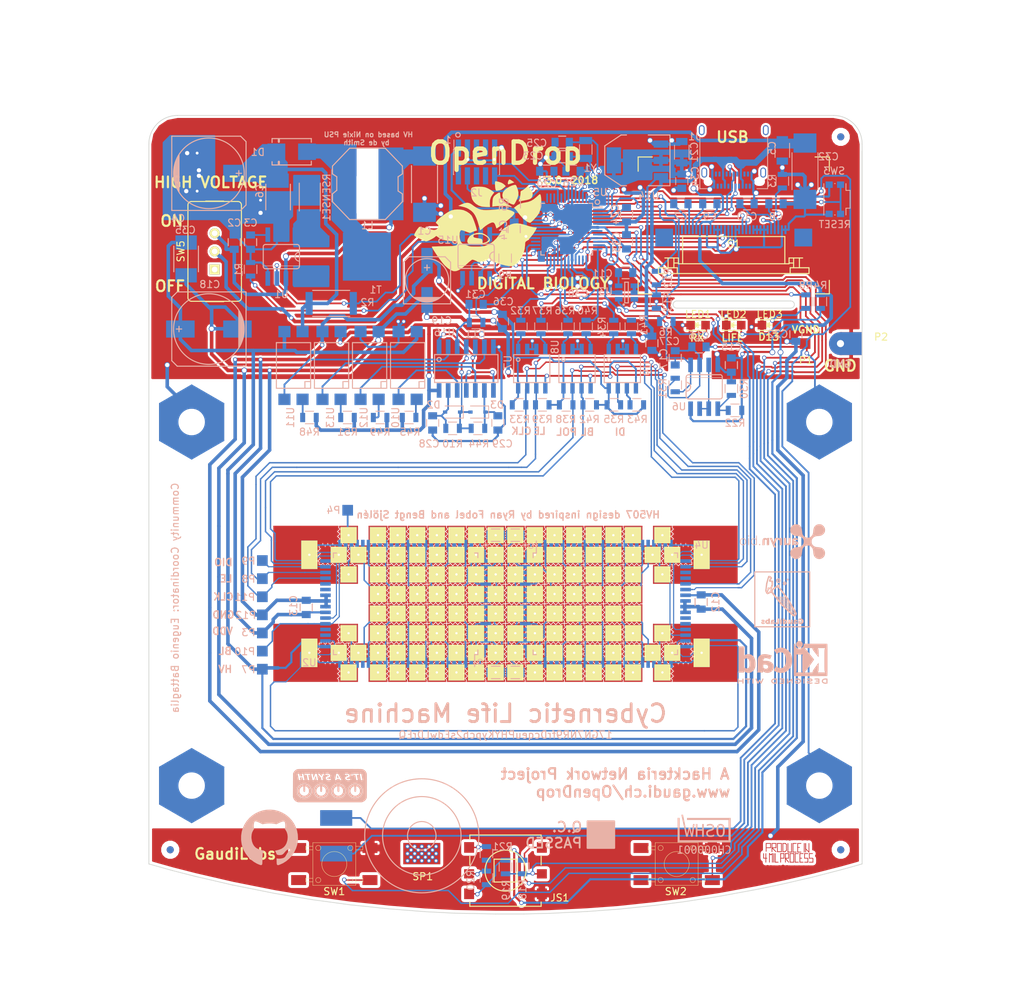
<source format=kicad_pcb>
(kicad_pcb (version 4) (host pcbnew 4.0.6)
  (layers (0 F.Cu signal) (31 B.Cu signal) (34 B.Paste user) (35 F.Paste user) (36 B.SilkS user) (37 F.SilkS user) (38 B.Mask user) (39 F.Mask user) (44 Edge.Cuts user))
  (net 0 "")
  (net 1 "Net-(C1-Pad1)")
  (net 2 "Net-(D1-Pad2)")
  (net 3 GND)
  (net 4 V_HV)
  (net 5 "Net-(RSENSE1-Pad1)")
  (net 6 "Net-(T1-Pad1)")
  (net 7 "Net-(C7-Pad1)")
  (net 8 "Net-(C7-Pad2)")
  (net 9 "Net-(C8-Pad1)")
  (net 10 "Net-(C9-Pad1)")
  (net 11 "Net-(C9-Pad2)")
  (net 12 "Net-(C10-Pad1)")
  (net 13 "Net-(LED1-Pad2)")
  (net 14 CLK)
  (net 15 LE)
  (net 16 DISP_CS)
  (net 17 DISP_RES)
  (net 18 "Net-(LED2-Pad2)")
  (net 19 DISP_SCL)
  (net 20 DISP_SDA)
  (net 21 SW1)
  (net 22 SW2)
  (net 23 DISP_DC)
  (net 24 SPK)
  (net 25 RX_LED)
  (net 26 "Net-(JS1-Pad1)")
  (net 27 "Net-(JS1-Pad3)")
  (net 28 JOY)
  (net 29 "Net-(JS1-Pad2)")
  (net 30 SW3)
  (net 31 "Net-(U2-Pad26)")
  (net 32 BL)
  (net 33 DI)
  (net 34 DIO_B)
  (net 35 "Net-(C16-Pad1)")
  (net 36 FEEDBACK)
  (net 37 "Net-(R22-Pad2)")
  (net 38 "Net-(U6-Pad3)")
  (net 39 V_GND)
  (net 40 "Net-(R32-Pad1)")
  (net 41 VDD_C)
  (net 42 CLK_C)
  (net 43 "Net-(R34-Pad1)")
  (net 44 DI_C)
  (net 45 "Net-(R36-Pad1)")
  (net 46 POL)
  (net 47 "Net-(R37-Pad1)")
  (net 48 POL_C)
  (net 49 LE_C)
  (net 50 "Net-(R40-Pad1)")
  (net 51 "Net-(R41-Pad1)")
  (net 52 BL_C)
  (net 53 "Net-(R43-Pad1)")
  (net 54 "Net-(R45-Pad1)")
  (net 55 "Net-(R48-Pad1)")
  (net 56 "Net-(R49-Pad1)")
  (net 57 "Net-(R51-Pad1)")
  (net 58 GND_C)
  (net 59 V_HV_C)
  (net 60 +3V3)
  (net 61 "Net-(C20-Pad1)")
  (net 62 "Net-(C23-Pad2)")
  (net 63 AREF)
  (net 64 "Net-(C25-Pad2)")
  (net 65 AC)
  (net 66 "Net-(R3-Pad1)")
  (net 67 RESET)
  (net 68 SWDIO)
  (net 69 SWCLK)
  (net 70 D+)
  (net 71 "Net-(C3-Pad1)")
  (net 72 D13)
  (net 73 "Net-(R1-Pad1)")
  (net 74 "Net-(R2-Pad2)")
  (net 75 "Net-(LED3-Pad2)")
  (net 76 "Net-(C11-Pad2)")
  (net 77 "Net-(J2-Pad7)")
  (net 78 "Net-(J2-Pad6)")
  (net 79 "Net-(J2-Pad8)")
  (net 80 VSENS)
  (net 81 "Net-(R41-Pad2)")
  (net 82 "Net-(S1-Pad7)")
  (net 83 "Net-(S1-Pad1)")
  (net 84 "Net-(S1-Pad20)")
  (net 85 "Net-(SP1-Pad1)")
  (net 86 "Net-(SP1-Pad2)")
  (net 87 D-)
  (net 88 "Net-(U5-Pad38)")
  (net 89 "Net-(U5-Pad39)")
  (net 90 "Net-(U5-Pad41)")
  (net 91 "Net-(C28-Pad2)")
  (net 92 "Net-(C29-Pad2)")
  (net 93 "Net-(R7-Pad1)")
  (net 94 "Net-(R7-Pad2)")
  (net 95 "Net-(R15-Pad1)")
  (net 96 "Net-(R15-Pad2)")
  (net 97 "Net-(R16-Pad1)")
  (net 98 "Net-(R16-Pad2)")
  (net 99 "Net-(R17-Pad1)")
  (net 100 "Net-(R17-Pad2)")
  (net 101 "Net-(U2-Pad27)")
  (net 102 "Net-(U2-Pad28)")
  (net 103 "Net-(U2-Pad35)")
  (net 104 "Net-(U2-Pad36)")
  (net 105 "Net-(U2-Pad40)")
  (net 106 "Net-(U4-Pad25)")
  (net 107 "Net-(U4-Pad27)")
  (net 108 "Net-(U4-Pad28)")
  (net 109 "Net-(U4-Pad35)")
  (net 110 "Net-(U4-Pad36)")
  (net 111 "Net-(FLUXL_1_1-Pad1)")
  (net 112 "Net-(FLUXL_1_2-Pad1)")
  (net 113 "Net-(FLUXL_1_3-Pad1)")
  (net 114 "Net-(FLUXL_1_4-Pad1)")
  (net 115 "Net-(FLUXL_1_5-Pad1)")
  (net 116 "Net-(FLUXL_1_6-Pad1)")
  (net 117 "Net-(FLUXL_1_7-Pad1)")
  (net 118 "Net-(FLUXL_1_8-Pad1)")
  (net 119 "Net-(FLUXL_2_1-Pad1)")
  (net 120 "Net-(FLUXL_2_2-Pad1)")
  (net 121 "Net-(FLUXL_2_3-Pad1)")
  (net 122 "Net-(FLUXL_2_4-Pad1)")
  (net 123 "Net-(FLUXL_2_5-Pad1)")
  (net 124 "Net-(FLUXL_2_6-Pad1)")
  (net 125 "Net-(FLUXL_2_7-Pad1)")
  (net 126 "Net-(FLUXL_2_8-Pad1)")
  (net 127 "Net-(FLUXL_3_1-Pad1)")
  (net 128 "Net-(FLUXL_3_2-Pad1)")
  (net 129 "Net-(FLUXL_3_3-Pad1)")
  (net 130 "Net-(FLUXL_3_4-Pad1)")
  (net 131 "Net-(FLUXL_3_5-Pad1)")
  (net 132 "Net-(FLUXL_3_6-Pad1)")
  (net 133 "Net-(FLUXL_3_7-Pad1)")
  (net 134 "Net-(FLUXL_3_8-Pad1)")
  (net 135 "Net-(FLUXL_4_1-Pad1)")
  (net 136 "Net-(FLUXL_4_3-Pad1)")
  (net 137 "Net-(FLUXL_4_4-Pad1)")
  (net 138 "Net-(FLUXL_4_5-Pad1)")
  (net 139 "Net-(FLUXL_4_6-Pad1)")
  (net 140 "Net-(FLUXL_4_7-Pad1)")
  (net 141 "Net-(FLUXL_5_1-Pad1)")
  (net 142 "Net-(FLUXL_5_2-Pad1)")
  (net 143 "Net-(FLUXL_5_3-Pad1)")
  (net 144 "Net-(FLUXL_5_4-Pad1)")
  (net 145 "Net-(FLUXL_5_5-Pad1)")
  (net 146 "Net-(FLUXL_5_6-Pad1)")
  (net 147 "Net-(FLUXL_5_7-Pad1)")
  (net 148 "Net-(FLUXL_5_8-Pad1)")
  (net 149 "Net-(FLUXL_6_1-Pad1)")
  (net 150 "Net-(FLUXL_6_2-Pad1)")
  (net 151 "Net-(FLUXL_6_3-Pad1)")
  (net 152 "Net-(FLUXL_6_4-Pad1)")
  (net 153 "Net-(FLUXL_6_5-Pad1)")
  (net 154 "Net-(FLUXL_6_6-Pad1)")
  (net 155 "Net-(FLUXL_6_7-Pad1)")
  (net 156 "Net-(FLUXL_7_1-Pad1)")
  (net 157 "Net-(FLUXL_7_2-Pad1)")
  (net 158 "Net-(FLUXL_7_3-Pad1)")
  (net 159 "Net-(FLUXL_7_4-Pad1)")
  (net 160 "Net-(FLUXL_7_5-Pad1)")
  (net 161 "Net-(FLUXL_7_6-Pad1)")
  (net 162 "Net-(FLUXL_7_7-Pad1)")
  (net 163 "Net-(FLUXL_7_8-Pad1)")
  (net 164 "Net-(FLUXL_8_1-Pad1)")
  (net 165 "Net-(FLUXL_8_2-Pad1)")
  (net 166 "Net-(FLUXL_8_3-Pad1)")
  (net 167 "Net-(FLUXL_8_4-Pad1)")
  (net 168 "Net-(FLUXL_8_5-Pad1)")
  (net 169 "Net-(FLUXL_8_6-Pad1)")
  (net 170 "Net-(FLUXL_8_7-Pad1)")
  (net 171 "Net-(FLUXL_8_8-Pad1)")
  (net 172 "Net-(FLUXL_4_2-Pad1)")
  (net 173 "Net-(FLUXL_4_8-Pad1)")
  (net 174 "Net-(FLUXL_6_8-Pad1)")
  (net 175 "Net-(FLUXL_9_1-Pad1)")
  (net 176 "Net-(FLUXL_9_2-Pad1)")
  (net 177 "Net-(FLUXL_9_3-Pad1)")
  (net 178 "Net-(FLUXL_9_4-Pad1)")
  (net 179 "Net-(FLUXL_9_5-Pad1)")
  (net 180 "Net-(FLUXL_9_6-Pad1)")
  (net 181 "Net-(FLUXL_10_1-Pad1)")
  (net 182 "Net-(FLUXL_10_2-Pad1)")
  (net 183 "Net-(FLUXL_10_3-Pad1)")
  (net 184 "Net-(FLUXL_10_5-Pad1)")
  (net 185 "Net-(FLUXL_10_6-Pad1)")
  (net 186 "Net-(FLUXL_11_1-Pad1)")
  (net 187 "Net-(FLUXL_11_2-Pad1)")
  (net 188 "Net-(FLUXL_11_3-Pad1)")
  (net 189 "Net-(FLUXL_11_4-Pad1)")
  (net 190 "Net-(FLUXL_11_5-Pad1)")
  (net 191 "Net-(FLUXL_11_6-Pad1)")
  (net 192 "Net-(FLUXL_12_1-Pad1)")
  (net 193 "Net-(FLUXL_12_2-Pad1)")
  (net 194 "Net-(FLUXL_12_3-Pad1)")
  (net 195 "Net-(FLUXL_12_4-Pad1)")
  (net 196 "Net-(FLUXL_12_5-Pad1)")
  (net 197 "Net-(FLUXL_12_6-Pad1)")
  (net 198 "Net-(FLUXL_9_7-Pad1)")
  (net 199 "Net-(FLUXL_9_8-Pad1)")
  (net 200 "Net-(FLUXL_10_4-Pad1)")
  (net 201 "Net-(FLUXL_10_7-Pad1)")
  (net 202 "Net-(FLUXL_10_8-Pad1)")
  (net 203 "Net-(FLUXL_11_7-Pad1)")
  (net 204 "Net-(FLUXL_11_8-Pad1)")
  (net 205 "Net-(FLUXL_12_7-Pad1)")
  (net 206 "Net-(FLUXL_12_8-Pad1)")
  (net 207 "Net-(FLUXL_13_1-Pad1)")
  (net 208 "Net-(FLUXL_13_2-Pad1)")
  (net 209 "Net-(FLUXL_13_3-Pad1)")
  (net 210 "Net-(FLUXL_13_4-Pad1)")
  (net 211 "Net-(FLUXL_13_5-Pad1)")
  (net 212 "Net-(FLUXL_13_6-Pad1)")
  (net 213 "Net-(FLUXL_13_7-Pad1)")
  (net 214 "Net-(FLUXL_13_8-Pad1)")
  (net 215 "Net-(FLUXL_14_1-Pad1)")
  (net 216 "Net-(FLUXL_14_2-Pad1)")
  (net 217 "Net-(FLUXL_14_3-Pad1)")
  (net 218 "Net-(FLUXL_14_4-Pad1)")
  (net 219 "Net-(FLUXL_14_5-Pad1)")
  (net 220 "Net-(FLUXL_14_6-Pad1)")
  (net 221 "Net-(FLUXL_14_7-Pad1)")
  (net 222 "Net-(FLUXL_14_8-Pad1)")
  (net 223 "Net-(FLUXL_15_1-Pad1)")
  (net 224 "Net-(FLUXL_15_2-Pad1)")
  (net 225 "Net-(FLUXL_15_3-Pad1)")
  (net 226 "Net-(FLUXL_15_4-Pad1)")
  (net 227 "Net-(FLUXL_15_6-Pad1)")
  (net 228 "Net-(FLUXL_15_7-Pad1)")
  (net 229 "Net-(FLUXL_15_8-Pad1)")
  (net 230 "Net-(FLUXL_16_1-Pad1)")
  (net 231 "Net-(FLUXL_16_2-Pad1)")
  (net 232 "Net-(FLUXL_16_3-Pad1)")
  (net 233 "Net-(FLUXL_16_4-Pad1)")
  (net 234 "Net-(FLUXL_16_5-Pad1)")
  (net 235 "Net-(FLUXL_16_6-Pad1)")
  (net 236 "Net-(FLUXL_16_7-Pad1)")
  (net 237 "Net-(FLUXL_16_8-Pad1)")
  (net 238 "Net-(FLUXL_15_5-Pad1)")
  (net 239 "Net-(C31-Pad2)")
  (net 240 "Net-(D2-Pad1)")
  (net 241 V_SCK)
  (net 242 V_SI)
  (net 243 V_CS)
  (net 244 "Net-(U5-Pad37)")
  (net 245 "Net-(U10-Pad2)")
  (net 246 "Net-(U11-Pad2)")
  (net 247 "Net-(U12-Pad2)")
  (net 248 "Net-(U13-Pad2)")
  (net 249 "Net-(U16-Pad1)")
  (net 250 V_USB)
  (net 251 "Net-(U5-Pad14)")
  (net 252 "Net-(U5-Pad15)")
  (net 253 "Net-(U5-Pad27)")
  (net 254 "Net-(J1-PadS1)")
  (net 255 "Net-(J1-PadA2)")
  (net 256 "Net-(J1-PadA3)")
  (net 257 "Net-(J1-PadA5)")
  (net 258 "Net-(J1-PadA10)")
  (net 259 "Net-(J1-PadA8)")
  (net 260 "Net-(J1-PadA11)")
  (net 261 "Net-(J1-PadB2)")
  (net 262 "Net-(J1-PadB3)")
  (net 263 "Net-(J1-PadB5)")
  (net 264 "Net-(J1-PadB8)")
  (net 265 "Net-(J1-PadB10)")
  (net 266 "Net-(J1-PadB11)")
  (net 267 "Net-(C11-Pad1)")
  (net 268 "Net-(P15-Pad1)")
  (net 269 SENS_PAD)
  (module Capacitors_SMD:C_0805 (layer B.Cu) (at 107.95 34.757)
    (fp_text reference C25 (at -3.575 0.118 180) (layer B.SilkS) (effects (justify mirror)))
    (fp_text value 22pF)
    (pad 2 smd rect (at 1 0) (size 1 1.25) (layers B.Cu B.Paste B.Mask) (net 64 "Net-(C25-Pad2)"))
    (pad 1 smd rect (at -1 0) (size 1 1.25) (layers B.Cu B.Paste B.Mask) (net 3 GND))
  )
  (module Crystals:Crystal_SMD_3215-2pin_3.2x1.5mm (layer B.Cu) (at 111.252 35.773 270)
    (fp_text reference Y1 (at 2.602 -0.623 360) (layer B.SilkS) (effects (justify mirror)))
    (fp_text value 32.765)
    (pad 2 smd rect (at -1.25 0 270) (size 1 1.8) (layers B.Cu B.Paste B.Mask) (net 64 "Net-(C25-Pad2)"))
    (pad 1 smd rect (at 1.25 0 270) (size 1 1.8) (layers B.Cu B.Paste B.Mask) (net 62 "Net-(C23-Pad2)"))
  )
  (module GaudiLabsLogos:FLUXL_S2 (layer F.Cu) (at 96.266 46.441)
    (fp_text reference G*** hide)
    (fp_text value LOGO hide)
  )
  (module Capacitors_SMD:C_0805 (layer B.Cu) (at 101.219 46.949 270)
    (fp_text reference C14 (at 0.127 1.524 270) (layer B.SilkS) (effects (justify mirror)))
    (fp_text value 100nF)
    (pad 1 smd rect (at -1 0 270) (size 1 1.25) (layers B.Cu B.Paste B.Mask) (net 60 +3V3))
    (pad 2 smd rect (at 1 0 270) (size 1 1.25) (layers B.Cu B.Paste B.Mask) (net 3 GND))
  )
  (module LEDs:LED-0805 (layer F.Cu) (at 127 60.411)
    (fp_text reference LED1 (at 0 -1.524) (layer F.SilkS))
    (fp_text value LED)
    (pad 2 smd rect (at 1.04902 0 180) (size 1.19888 1.19888) (layers F.Cu F.Paste F.Mask) (net 13 "Net-(LED1-Pad2)"))
    (pad 1 smd rect (at -1.04902 0 180) (size 1.19888 1.19888) (layers F.Cu F.Paste F.Mask) (net 3 GND))
  )
  (module GaudiLabsFootPrints:SMD_DIP4 (layer B.Cu) (at 80.947 66.067 90)
    (fp_text reference U12 (at -7.298 -0.81 90) (layer B.SilkS) (effects (justify mirror)))
    (fp_text value AQY210EH)
    (pad 2 smd rect (at -4.75 -1.27 90) (size 1.6 1.7) (layers B.Cu B.Paste B.Mask) (net 247 "Net-(U12-Pad2)"))
    (pad 1 smd rect (at -4.75 1.27 90) (size 1.6 1.7) (layers B.Cu B.Paste B.Mask) (net 56 "Net-(R49-Pad1)"))
    (pad 4 smd rect (at 4.75 1.27 90) (size 1.6 1.7) (layers B.Cu B.Paste B.Mask) (net 58 GND_C))
    (pad 3 smd rect (at 4.75 -1.27 90) (size 1.6 1.7) (layers B.Cu B.Paste B.Mask) (net 3 GND))
  )
  (module Capacitors_SMD:c_elec_10x10 (layer B.Cu) (at 58.42 60.96 180)
    (fp_text reference C18 (at -0.127 6.264 180) (layer B.SilkS) (effects (justify mirror)))
    (fp_text value "4u7, 250V")
    (pad 1 smd rect (at 4.0005 0 180) (size 4.0005 2.4003) (layers B.Cu B.Paste B.Mask) (net 59 V_HV_C))
    (pad 2 smd rect (at -4.0005 0 180) (size 4.0005 2.4003) (layers B.Cu B.Paste B.Mask) (net 58 GND_C))
  )
  (module Resistors_SMD:R_0805 (layer B.Cu) (at 102.156 60.6695 90)
    (fp_text reference R32 (at 2.2905 -0.048 180) (layer B.SilkS) (effects (justify mirror)))
    (fp_text value 220)
    (pad 1 smd rect (at -0.95 0 90) (size 0.7 1.3) (layers B.Cu B.Paste B.Mask) (net 40 "Net-(R32-Pad1)"))
    (pad 2 smd rect (at 0.95 0 90) (size 0.7 1.3) (layers B.Cu B.Paste B.Mask) (net 14 CLK))
  )
  (module GaudiLabsFootPrints:HCPL_Optocoupler_SMD (layer B.Cu) (at 116.38 66.5115)
    (fp_text reference U9 (at 3.508 -0.0045 90) (layer B.SilkS) (effects (justify mirror)))
    (fp_text value HCPL0534)
    (pad 5 smd rect (at 1.905 2.7325) (size 0.61 1.52) (layers B.Cu B.Paste B.Mask) (net 58 GND_C))
    (pad 6 smd rect (at 0.635 2.7325) (size 0.61 1.52) (layers B.Cu B.Paste B.Mask) (net 53 "Net-(R43-Pad1)"))
    (pad 7 smd rect (at -0.635 2.7325) (size 0.61 1.52) (layers B.Cu B.Paste B.Mask) (net 44 DI_C))
    (pad 8 smd rect (at -1.905 2.7325) (size 0.61 1.52) (layers B.Cu B.Paste B.Mask) (net 41 VDD_C))
    (pad 1 smd rect (at -1.905 -2.7325) (size 0.61 1.52) (layers B.Cu B.Paste B.Mask) (net 43 "Net-(R34-Pad1)"))
    (pad 2 smd rect (at -0.635 -2.7325) (size 0.61 1.52) (layers B.Cu B.Paste B.Mask) (net 3 GND))
    (pad 3 smd rect (at 0.635 -2.7325) (size 0.61 1.52) (layers B.Cu B.Paste B.Mask) (net 3 GND))
    (pad 4 smd rect (at 1.905 -2.7325) (size 0.61 1.52) (layers B.Cu B.Paste B.Mask) (net 51 "Net-(R41-Pad1)"))
  )
  (module GaudiLabsFootPrints:HCPL_Optocoupler_SMD (layer B.Cu) (at 110.03 66.5115)
    (fp_text reference U8 (at -3.096 -3.0525 90) (layer B.SilkS) (effects (justify mirror)))
    (fp_text value HCPL0534)
    (pad 4 smd rect (at 1.905 -2.7325) (size 0.61 1.52) (layers B.Cu B.Paste B.Mask) (net 50 "Net-(R40-Pad1)"))
    (pad 3 smd rect (at 0.635 -2.7325) (size 0.61 1.52) (layers B.Cu B.Paste B.Mask) (net 3 GND))
    (pad 2 smd rect (at -0.635 -2.7325) (size 0.61 1.52) (layers B.Cu B.Paste B.Mask) (net 3 GND))
    (pad 1 smd rect (at -1.905 -2.7325) (size 0.61 1.52) (layers B.Cu B.Paste B.Mask) (net 45 "Net-(R36-Pad1)"))
    (pad 8 smd rect (at -1.905 2.7325) (size 0.61 1.52) (layers B.Cu B.Paste B.Mask) (net 41 VDD_C))
    (pad 7 smd rect (at -0.635 2.7325) (size 0.61 1.52) (layers B.Cu B.Paste B.Mask) (net 48 POL_C))
    (pad 6 smd rect (at 0.635 2.7325) (size 0.61 1.52) (layers B.Cu B.Paste B.Mask) (net 52 BL_C))
    (pad 5 smd rect (at 1.905 2.7325) (size 0.61 1.52) (layers B.Cu B.Paste B.Mask) (net 58 GND_C))
  )
  (module Resistors_SMD:R_0805 (layer B.Cu) (at 101.902 71.5915 180)
    (fp_text reference R33 (at -0.079 -2.0275 180) (layer B.SilkS) (effects (justify mirror)))
    (fp_text value 2.2k)
    (pad 1 smd rect (at -0.95 0 180) (size 0.7 1.3) (layers B.Cu B.Paste B.Mask) (net 42 CLK_C))
    (pad 2 smd rect (at 0.95 0 180) (size 0.7 1.3) (layers B.Cu B.Paste B.Mask) (net 41 VDD_C))
  )
  (module Resistors_SMD:R_0805 (layer B.Cu) (at 64.262 52.578 90)
    (fp_text reference R1 (at -0.086 -1.651 90) (layer B.SilkS) (effects (justify mirror)))
    (fp_text value 6.8k)
    (pad 1 smd rect (at -0.95 0 90) (size 0.7 1.3) (layers B.Cu B.Paste B.Mask) (net 73 "Net-(R1-Pad1)"))
    (pad 2 smd rect (at 0.95 0 90) (size 0.7 1.3) (layers B.Cu B.Paste B.Mask) (net 3 GND))
  )
  (module Resistors_SMD:R_0805 (layer B.Cu) (at 101.219 43.393 270)
    (fp_text reference R5 (at 0.082 1.524 450) (layer B.SilkS) (effects (justify mirror)))
    (fp_text value 10k)
    (pad 1 smd rect (at -0.95 0 270) (size 0.7 1.3) (layers B.Cu B.Paste B.Mask) (net 67 RESET))
    (pad 2 smd rect (at 0.95 0 270) (size 0.7 1.3) (layers B.Cu B.Paste B.Mask) (net 60 +3V3))
  )
  (module Resistors_SMD:R_0805 (layer B.Cu) (at 102.41 136.417 90)
    (fp_text reference R18 (at -3.175 0 90) (layer B.SilkS) (effects (justify mirror)))
    (fp_text value 10k)
    (pad 1 smd rect (at -0.95 0 90) (size 0.7 1.3) (layers B.Cu B.Paste B.Mask) (net 28 JOY))
    (pad 2 smd rect (at 0.95 0 90) (size 0.7 1.3) (layers B.Cu B.Paste B.Mask) (net 60 +3V3))
  )
  (module Resistors_SMD:R_0805 (layer B.Cu) (at 99.997 136.417 270)
    (fp_text reference R19 (at 3.242 -0.079 270) (layer B.SilkS) (effects (justify mirror)))
    (fp_text value 10k)
    (pad 1 smd rect (at -0.95 0 270) (size 0.7 1.3) (layers B.Cu B.Paste B.Mask) (net 27 "Net-(JS1-Pad3)"))
    (pad 2 smd rect (at 0.95 0 270) (size 0.7 1.3) (layers B.Cu B.Paste B.Mask) (net 28 JOY))
  )
  (module Resistors_SMD:R_0805 (layer B.Cu) (at 97.33 137.941 270)
    (fp_text reference R20 (at 0.321 2.207 270) (layer B.SilkS) (effects (justify mirror)))
    (fp_text value 10k)
    (pad 1 smd rect (at -0.95 0 270) (size 0.7 1.3) (layers B.Cu B.Paste B.Mask) (net 29 "Net-(JS1-Pad2)"))
    (pad 2 smd rect (at 0.95 0 270) (size 0.7 1.3) (layers B.Cu B.Paste B.Mask) (net 27 "Net-(JS1-Pad3)"))
  )
  (module Resistors_SMD:R_0805 (layer B.Cu) (at 97.33 134.512 270)
    (fp_text reference R21 (at -0.949 -2.238 540) (layer B.SilkS) (effects (justify mirror)))
    (fp_text value 10k)
    (pad 1 smd rect (at -0.95 0 270) (size 0.7 1.3) (layers B.Cu B.Paste B.Mask) (net 26 "Net-(JS1-Pad1)"))
    (pad 2 smd rect (at 0.95 0 270) (size 0.7 1.3) (layers B.Cu B.Paste B.Mask) (net 29 "Net-(JS1-Pad2)"))
  )
  (module Resistors_SMD:R_0805 (layer B.Cu) (at 132.176 72.36304 180)
    (fp_text reference R22 (at 0 -1.778 180) (layer B.SilkS) (effects (justify mirror)))
    (fp_text value 10k)
    (pad 1 smd rect (at -0.95 0 180) (size 0.7 1.3) (layers B.Cu B.Paste B.Mask) (net 60 +3V3))
    (pad 2 smd rect (at 0.95 0 180) (size 0.7 1.3) (layers B.Cu B.Paste B.Mask) (net 37 "Net-(R22-Pad2)"))
  )
  (module Resistors_SMD:R_0805 (layer B.Cu) (at 131.668 69.31504 90)
    (fp_text reference R30 (at 0 1.778 90) (layer B.SilkS) (effects (justify mirror)))
    (fp_text value 10k)
    (pad 1 smd rect (at -0.95 0 90) (size 0.7 1.3) (layers B.Cu B.Paste B.Mask) (net 37 "Net-(R22-Pad2)"))
    (pad 2 smd rect (at 0.95 0 90) (size 0.7 1.3) (layers B.Cu B.Paste B.Mask) (net 3 GND))
  )
  (module Resistors_SMD:R_0805 (layer B.Cu) (at 123.794 68.80704 90)
    (fp_text reference R31 (at -0.49396 -1.747 90) (layer B.SilkS) (effects (justify mirror)))
    (fp_text value 15k)
    (pad 1 smd rect (at -0.95 0 90) (size 0.7 1.3) (layers B.Cu B.Paste B.Mask) (net 36 FEEDBACK))
    (pad 2 smd rect (at 0.95 0 90) (size 0.7 1.3) (layers B.Cu B.Paste B.Mask) (net 35 "Net-(C16-Pad1)"))
  )
  (module Resistors_SMD:R_0805 (layer B.Cu) (at 115.189 71.587 180)
    (fp_text reference R35 (at 0 -2.032 360) (layer B.SilkS) (effects (justify mirror)))
    (fp_text value 2.2k)
    (pad 1 smd rect (at -0.95 0 180) (size 0.7 1.3) (layers B.Cu B.Paste B.Mask) (net 44 DI_C))
    (pad 2 smd rect (at 0.95 0 180) (size 0.7 1.3) (layers B.Cu B.Paste B.Mask) (net 41 VDD_C))
  )
  (module Resistors_SMD:R_0805 (layer B.Cu) (at 108.506 71.5915 180)
    (fp_text reference R38 (at 0.048 -2.0275 180) (layer B.SilkS) (effects (justify mirror)))
    (fp_text value 2.2k)
    (pad 1 smd rect (at -0.95 0 180) (size 0.7 1.3) (layers B.Cu B.Paste B.Mask) (net 48 POL_C))
    (pad 2 smd rect (at 0.95 0 180) (size 0.7 1.3) (layers B.Cu B.Paste B.Mask) (net 41 VDD_C))
  )
  (module Resistors_SMD:R_0805 (layer B.Cu) (at 105.156 71.587)
    (fp_text reference R39 (at 0 2.032) (layer B.SilkS) (effects (justify mirror)))
    (fp_text value 2.2k)
    (pad 1 smd rect (at -0.95 0) (size 0.7 1.3) (layers B.Cu B.Paste B.Mask) (net 49 LE_C))
    (pad 2 smd rect (at 0.95 0) (size 0.7 1.3) (layers B.Cu B.Paste B.Mask) (net 41 VDD_C))
  )
  (module Resistors_SMD:R_0805 (layer B.Cu) (at 111.808 71.5915)
    (fp_text reference R42 (at -0.048 2.0275) (layer B.SilkS) (effects (justify mirror)))
    (fp_text value 2.2k)
    (pad 1 smd rect (at -0.95 0) (size 0.7 1.3) (layers B.Cu B.Paste B.Mask) (net 52 BL_C))
    (pad 2 smd rect (at 0.95 0) (size 0.7 1.3) (layers B.Cu B.Paste B.Mask) (net 41 VDD_C))
  )
  (module Resistors_SMD:R_0805 (layer B.Cu) (at 96.139 74.889)
    (fp_text reference R44 (at 0.127 2.159) (layer B.SilkS) (effects (justify mirror)))
    (fp_text value 10k)
    (pad 1 smd rect (at -0.95 0) (size 0.7 1.3) (layers B.Cu B.Paste B.Mask) (net 240 "Net-(D2-Pad1)"))
    (pad 2 smd rect (at 0.95 0) (size 0.7 1.3) (layers B.Cu B.Paste B.Mask) (net 92 "Net-(C29-Pad2)"))
  )
  (module Resistors_SMD:R_0805 (layer B.Cu) (at 86.487 73.365 180)
    (fp_text reference R45 (at -0.127 -2.032 180) (layer B.SilkS) (effects (justify mirror)))
    (fp_text value 220)
    (pad 1 smd rect (at -0.95 0 180) (size 0.7 1.3) (layers B.Cu B.Paste B.Mask) (net 54 "Net-(R45-Pad1)"))
    (pad 2 smd rect (at 0.95 0 180) (size 0.7 1.3) (layers B.Cu B.Paste B.Mask) (net 250 V_USB))
  )
  (module Resistors_SMD:R_0805 (layer B.Cu) (at 72.517 73.365)
    (fp_text reference R48 (at 0 2.032) (layer B.SilkS) (effects (justify mirror)))
    (fp_text value 220)
    (pad 1 smd rect (at -0.95 0) (size 0.7 1.3) (layers B.Cu B.Paste B.Mask) (net 55 "Net-(R48-Pad1)"))
    (pad 2 smd rect (at 0.95 0) (size 0.7 1.3) (layers B.Cu B.Paste B.Mask) (net 250 V_USB))
  )
  (module Resistors_SMD:R_0805 (layer B.Cu) (at 82.423 73.365)
    (fp_text reference R49 (at 0 2.032) (layer B.SilkS) (effects (justify mirror)))
    (fp_text value 220)
    (pad 1 smd rect (at -0.95 0) (size 0.7 1.3) (layers B.Cu B.Paste B.Mask) (net 56 "Net-(R49-Pad1)"))
    (pad 2 smd rect (at 0.95 0) (size 0.7 1.3) (layers B.Cu B.Paste B.Mask) (net 250 V_USB))
  )
  (module Resistors_SMD:R_0805 (layer B.Cu) (at 77.851 73.365)
    (fp_text reference R51 (at 0 2.032) (layer B.SilkS) (effects (justify mirror)))
    (fp_text value 220)
    (pad 1 smd rect (at -0.95 0) (size 0.7 1.3) (layers B.Cu B.Paste B.Mask) (net 57 "Net-(R51-Pad1)"))
    (pad 2 smd rect (at 0.95 0) (size 0.7 1.3) (layers B.Cu B.Paste B.Mask) (net 250 V_USB))
  )
  (module Resistors_SMD:R_0805 (layer B.Cu) (at 117.65 60.6695 90)
    (fp_text reference R41 (at 0.2945 1.725 90) (layer B.SilkS) (effects (justify mirror)))
    (fp_text value 220)
    (pad 1 smd rect (at -0.95 0 90) (size 0.7 1.3) (layers B.Cu B.Paste B.Mask) (net 51 "Net-(R41-Pad1)"))
    (pad 2 smd rect (at 0.95 0 90) (size 0.7 1.3) (layers B.Cu B.Paste B.Mask) (net 81 "Net-(R41-Pad2)"))
  )
  (module Resistors_SMD:R_0805 (layer B.Cu) (at 118.412 71.5915)
    (fp_text reference R43 (at 0.079 2.0275) (layer B.SilkS) (effects (justify mirror)))
    (fp_text value 2.2k)
    (pad 1 smd rect (at -0.95 0) (size 0.7 1.3) (layers B.Cu B.Paste B.Mask) (net 53 "Net-(R43-Pad1)"))
    (pad 2 smd rect (at 0.95 0) (size 0.7 1.3) (layers B.Cu B.Paste B.Mask) (net 41 VDD_C))
  )
  (module Resistors_SMD:R_0805 (layer B.Cu) (at 138.811 40.218 90)
    (fp_text reference R3 (at 0.043 -1.436 90) (layer B.SilkS) (effects (justify mirror)))
    (fp_text value 390k)
    (pad 1 smd rect (at -0.95 0 90) (size 0.7 1.3) (layers B.Cu B.Paste B.Mask) (net 66 "Net-(R3-Pad1)"))
    (pad 2 smd rect (at 0.95 0 90) (size 0.7 1.3) (layers B.Cu B.Paste B.Mask) (net 3 GND))
  )
  (module Resistors_SMD:R_0805 (layer B.Cu) (at 144.145 57.109 270)
    (fp_text reference R4 (at -2.286 0 360) (layer B.SilkS) (effects (justify mirror)))
    (fp_text value 390)
    (pad 1 smd rect (at -0.95 0 270) (size 0.7 1.3) (layers B.Cu B.Paste B.Mask) (net 60 +3V3))
    (pad 2 smd rect (at 0.95 0 270) (size 0.7 1.3) (layers B.Cu B.Paste B.Mask) (net 18 "Net-(LED2-Pad2)"))
  )
  (module Resistors_SMD:R_0805 (layer B.Cu) (at 122.555 59.903)
    (fp_text reference R6 (at -0.08 1.472) (layer B.SilkS) (effects (justify mirror)))
    (fp_text value 390)
    (pad 1 smd rect (at -0.95 0) (size 0.7 1.3) (layers B.Cu B.Paste B.Mask) (net 25 RX_LED))
    (pad 2 smd rect (at 0.95 0) (size 0.7 1.3) (layers B.Cu B.Paste B.Mask) (net 13 "Net-(LED1-Pad2)"))
  )
  (module Resistors_SMD:R_0805 (layer B.Cu) (at 142.113 57.109 270)
    (fp_text reference R8 (at -2.286 0 360) (layer B.SilkS) (effects (justify mirror)))
    (fp_text value 390)
    (pad 1 smd rect (at -0.95 0 270) (size 0.7 1.3) (layers B.Cu B.Paste B.Mask) (net 72 D13))
    (pad 2 smd rect (at 0.95 0 270) (size 0.7 1.3) (layers B.Cu B.Paste B.Mask) (net 75 "Net-(LED3-Pad2)"))
  )
  (module Resistors_SMD:R_0805 (layer B.Cu) (at 115.175 60.675 90)
    (fp_text reference R34 (at 0.01 -1.637 90) (layer B.SilkS) (effects (justify mirror)))
    (fp_text value 220)
    (pad 1 smd rect (at -0.95 0 90) (size 0.7 1.3) (layers B.Cu B.Paste B.Mask) (net 43 "Net-(R34-Pad1)"))
    (pad 2 smd rect (at 0.95 0 90) (size 0.7 1.3) (layers B.Cu B.Paste B.Mask) (net 33 DI))
  )
  (module Resistors_SMD:R_0805 (layer B.Cu) (at 108.76 60.6695 90)
    (fp_text reference R36 (at 2.2905 -0.429 180) (layer B.SilkS) (effects (justify mirror)))
    (fp_text value 220)
    (pad 1 smd rect (at -0.95 0 90) (size 0.7 1.3) (layers B.Cu B.Paste B.Mask) (net 45 "Net-(R36-Pad1)"))
    (pad 2 smd rect (at 0.95 0 90) (size 0.7 1.3) (layers B.Cu B.Paste B.Mask) (net 46 POL))
  )
  (module Resistors_SMD:R_0805 (layer B.Cu) (at 104.975 60.675 90)
    (fp_text reference R37 (at 2.296 0.181 180) (layer B.SilkS) (effects (justify mirror)))
    (fp_text value 220)
    (pad 1 smd rect (at -0.95 0 90) (size 0.7 1.3) (layers B.Cu B.Paste B.Mask) (net 47 "Net-(R37-Pad1)"))
    (pad 2 smd rect (at 0.95 0 90) (size 0.7 1.3) (layers B.Cu B.Paste B.Mask) (net 15 LE))
  )
  (module Resistors_SMD:R_0805 (layer B.Cu) (at 111.3 60.6695 90)
    (fp_text reference R40 (at 2.2905 0.206 180) (layer B.SilkS) (effects (justify mirror)))
    (fp_text value 220)
    (pad 1 smd rect (at -0.95 0 90) (size 0.7 1.3) (layers B.Cu B.Paste B.Mask) (net 50 "Net-(R40-Pad1)"))
    (pad 2 smd rect (at 0.95 0 90) (size 0.7 1.3) (layers B.Cu B.Paste B.Mask) (net 32 BL))
  )
  (module Resistors_SMD:R_0805 (layer B.Cu) (at 99.949 51.013 90)
    (fp_text reference R9 (at -2.413 0 180) (layer B.SilkS) (effects (justify mirror)))
    (fp_text value 390k)
    (pad 1 smd rect (at -0.95 0 90) (size 0.7 1.3) (layers B.Cu B.Paste B.Mask) (net 80 VSENS))
    (pad 2 smd rect (at 0.95 0 90) (size 0.7 1.3) (layers B.Cu B.Paste B.Mask) (net 73 "Net-(R1-Pad1)"))
  )
  (module Resistors_SMD:R_0805 (layer B.Cu) (at 92.583 74.889 180)
    (fp_text reference R10 (at 0 -2.159 180) (layer B.SilkS) (effects (justify mirror)))
    (fp_text value 10k)
    (pad 1 smd rect (at -0.95 0 180) (size 0.7 1.3) (layers B.Cu B.Paste B.Mask) (net 240 "Net-(D2-Pad1)"))
    (pad 2 smd rect (at 0.95 0 180) (size 0.7 1.3) (layers B.Cu B.Paste B.Mask) (net 91 "Net-(C28-Pad2)"))
  )
  (module Resistors_SMD:R_0805 (layer B.Cu) (at 95.885 60.03)
    (fp_text reference R11 (at -0.127 1.651) (layer B.SilkS) (effects (justify mirror)))
    (fp_text value 47k)
    (pad 1 smd rect (at -0.95 0) (size 0.7 1.3) (layers B.Cu B.Paste B.Mask) (net 239 "Net-(C31-Pad2)"))
    (pad 2 smd rect (at 0.95 0) (size 0.7 1.3) (layers B.Cu B.Paste B.Mask) (net 60 +3V3))
  )
  (module GaudiLabsFootPrints:R_0805_HeatPad (layer B.Cu) (at 98.625 89.875)
    (fp_text reference R16 hide)
    (fp_text value 10R)
    (pad 3 smd rect (at 0 0) (size 0.8 1.3) (layers B.Cu B.Mask))
    (pad 1 smd rect (at -0.95 0) (size 0.7 1.3) (layers B.Cu B.Paste B.Mask) (net 97 "Net-(R16-Pad1)"))
    (pad 2 smd rect (at 0.95 0) (size 0.7 1.3) (layers B.Cu B.Paste B.Mask) (net 98 "Net-(R16-Pad2)"))
  )
  (module GaudiLabsFootPrints:D-Pak_TO252AA (layer B.Cu) (at 78.232 50.8 90)
    (fp_text reference T1 (at -4.658 3.556 180) (layer B.SilkS) (effects (justify mirror)))
    (fp_text value TK560P60Y)
    (pad 3 smd rect (at 2.18 -4.3 90) (size 1.55 2.78) (layers B.Cu B.Paste B.Mask) (net 5 "Net-(RSENSE1-Pad1)"))
    (pad 2 smd rect (at 0 2.335 90) (size 6.74 6.73) (layers B.Cu B.Paste B.Mask) (net 2 "Net-(D1-Pad2)"))
    (pad 1 smd rect (at -2.18 -4.3 90) (size 1.55 2.78) (layers B.Cu B.Paste B.Mask) (net 6 "Net-(T1-Pad1)"))
  )
  (module GaudiLabsFootPrints:SMD_DIP4 (layer B.Cu) (at 70.279 66.067 90)
    (fp_text reference U11 (at -7.298 -0.429 90) (layer B.SilkS) (effects (justify mirror)))
    (fp_text value AQY210EH)
    (pad 2 smd rect (at -4.75 -1.27 90) (size 1.6 1.7) (layers B.Cu B.Paste B.Mask) (net 246 "Net-(U11-Pad2)"))
    (pad 1 smd rect (at -4.75 1.27 90) (size 1.6 1.7) (layers B.Cu B.Paste B.Mask) (net 55 "Net-(R48-Pad1)"))
    (pad 4 smd rect (at 4.75 1.27 90) (size 1.6 1.7) (layers B.Cu B.Paste B.Mask) (net 4 V_HV))
    (pad 3 smd rect (at 4.75 -1.27 90) (size 1.6 1.7) (layers B.Cu B.Paste B.Mask) (net 59 V_HV_C))
  )
  (module GaudiLabsFootPrints:SMD_DIP4 (layer B.Cu) (at 86.281 66.067 90)
    (fp_text reference U10 (at -7.298 -1.699 270) (layer B.SilkS) (effects (justify mirror)))
    (fp_text value AQY210EH)
    (pad 2 smd rect (at -4.75 -1.27 90) (size 1.6 1.7) (layers B.Cu B.Paste B.Mask) (net 245 "Net-(U10-Pad2)"))
    (pad 1 smd rect (at -4.75 1.27 90) (size 1.6 1.7) (layers B.Cu B.Paste B.Mask) (net 54 "Net-(R45-Pad1)"))
    (pad 4 smd rect (at 4.75 1.27 90) (size 1.6 1.7) (layers B.Cu B.Paste B.Mask) (net 59 V_HV_C))
    (pad 3 smd rect (at 4.75 -1.27 90) (size 1.6 1.7) (layers B.Cu B.Paste B.Mask) (net 3 GND))
  )
  (module GaudiLabsFootPrints:SMD_DIP4 (layer B.Cu) (at 75.613 66.067 90)
    (fp_text reference U13 (at -7.298 -0.175 270) (layer B.SilkS) (effects (justify mirror)))
    (fp_text value AQY210EH)
    (pad 2 smd rect (at -4.75 -1.27 90) (size 1.6 1.7) (layers B.Cu B.Paste B.Mask) (net 248 "Net-(U13-Pad2)"))
    (pad 1 smd rect (at -4.75 1.27 90) (size 1.6 1.7) (layers B.Cu B.Paste B.Mask) (net 57 "Net-(R51-Pad1)"))
    (pad 4 smd rect (at 4.75 1.27 90) (size 1.6 1.7) (layers B.Cu B.Paste B.Mask) (net 250 V_USB))
    (pad 3 smd rect (at 4.75 -1.27 90) (size 1.6 1.7) (layers B.Cu B.Paste B.Mask) (net 41 VDD_C))
  )
  (module GaudiLabsFootPrints:HCPL_Optocoupler_SMD (layer B.Cu) (at 103.68 66.5115)
    (fp_text reference U7 (at -3.35 -0.8935 90) (layer B.SilkS) (effects (justify mirror)))
    (fp_text value HCPL0534)
    (pad 5 smd rect (at 1.905 2.7325) (size 0.61 1.52) (layers B.Cu B.Paste B.Mask) (net 58 GND_C))
    (pad 6 smd rect (at 0.635 2.7325) (size 0.61 1.52) (layers B.Cu B.Paste B.Mask) (net 49 LE_C))
    (pad 7 smd rect (at -0.635 2.7325) (size 0.61 1.52) (layers B.Cu B.Paste B.Mask) (net 42 CLK_C))
    (pad 8 smd rect (at -1.905 2.7325) (size 0.61 1.52) (layers B.Cu B.Paste B.Mask) (net 41 VDD_C))
    (pad 1 smd rect (at -1.905 -2.7325) (size 0.61 1.52) (layers B.Cu B.Paste B.Mask) (net 40 "Net-(R32-Pad1)"))
    (pad 2 smd rect (at -0.635 -2.7325) (size 0.61 1.52) (layers B.Cu B.Paste B.Mask) (net 3 GND))
    (pad 3 smd rect (at 0.635 -2.7325) (size 0.61 1.52) (layers B.Cu B.Paste B.Mask) (net 3 GND))
    (pad 4 smd rect (at 1.905 -2.7325) (size 0.61 1.52) (layers B.Cu B.Paste B.Mask) (net 47 "Net-(R37-Pad1)"))
  )
  (module Capacitors_SMD:C_0805 (layer B.Cu) (at 123.794 64.99704 90)
    (fp_text reference C17 (at -0.11296 -1.62 90) (layer B.SilkS) (effects (justify mirror)))
    (fp_text value 1pF)
    (pad 1 smd rect (at -1 0 90) (size 1 1.25) (layers B.Cu B.Paste B.Mask) (net 36 FEEDBACK))
    (pad 2 smd rect (at 1 0 90) (size 1 1.25) (layers B.Cu B.Paste B.Mask) (net 35 "Net-(C16-Pad1)"))
  )
  (module GaudiLabsFootPrints:Switch_On-On (layer F.Cu) (at 59.23 50.065 90)
    (fp_text reference SW5 (at 0 -4.75 90) (layer F.SilkS))
    (fp_text value SPST)
    (pad 3 thru_hole rect (at -2.54 0 90) (size 1.397 1.397) (drill 0.8128) (layers *.Cu *.Mask F.SilkS))
    (pad 2 thru_hole circle (at 0 0 90) (size 1.397 1.397) (drill 0.8128) (layers *.Cu *.Mask F.SilkS) (net 250 V_USB))
    (pad 1 thru_hole circle (at 2.54 0 90) (size 1.397 1.397) (drill 0.8128) (layers *.Cu *.Mask F.SilkS) (net 1 "Net-(C1-Pad1)"))
  )
  (module GaudiLabsFootPrints:SO08 (layer B.Cu) (at 127.858 69.06104)
    (fp_text reference U6 (at -3.525 2.77996) (layer B.SilkS) (effects (justify mirror)))
    (fp_text value MCP6002)
    (pad 5 smd rect (at 1.905 3.0734) (size 0.6604 2.032) (layers B.Cu B.Paste B.Mask) (net 37 "Net-(R22-Pad2)"))
    (pad 6 smd rect (at 0.635 3.0734) (size 0.6604 2.032) (layers B.Cu B.Paste B.Mask) (net 38 "Net-(U6-Pad3)"))
    (pad 7 smd rect (at -0.635 3.0734) (size 0.6604 2.032) (layers B.Cu B.Paste B.Mask) (net 38 "Net-(U6-Pad3)"))
    (pad 8 smd rect (at -1.905 3.0734) (size 0.6604 2.032) (layers B.Cu B.Paste B.Mask) (net 60 +3V3))
    (pad 1 smd rect (at -1.905 -3.0734) (size 0.6604 2.032) (layers B.Cu B.Paste B.Mask) (net 36 FEEDBACK))
    (pad 2 smd rect (at -0.635 -3.0734) (size 0.6604 2.032) (layers B.Cu B.Paste B.Mask) (net 35 "Net-(C16-Pad1)"))
    (pad 3 smd rect (at 0.635 -3.0734) (size 0.6604 2.032) (layers B.Cu B.Paste B.Mask) (net 38 "Net-(U6-Pad3)"))
    (pad 4 smd rect (at 1.905 -3.0734) (size 0.6604 2.032) (layers B.Cu B.Paste B.Mask) (net 3 GND))
  )
  (module GaudiLabsFootPrints:JoystickSMD_SKQUSeries (layer F.Cu) (at 100 136.925)
    (fp_text reference JS1 (at 7.617 3.81) (layer F.SilkS))
    (fp_text value JoystickSMD)
    (pad 1 smd rect (at -5.1 -3.25) (size 1.4 1.5) (layers F.Cu F.Paste F.Mask) (net 26 "Net-(JS1-Pad1)"))
    (pad 6 smd rect (at 5.1 -3.25) (size 1.4 1.5) (layers F.Cu F.Paste F.Mask) (net 30 SW3))
    (pad 3 smd rect (at -5.1 3.25) (size 1.4 1.5) (layers F.Cu F.Paste F.Mask) (net 27 "Net-(JS1-Pad3)"))
    (pad 4 smd rect (at 5.1 3.25) (size 1.4 1.5) (layers F.Cu F.Paste F.Mask) (net 3 GND))
    (pad 2 smd rect (at -5.1 0.45) (size 1.4 1.3) (layers F.Cu F.Paste F.Mask) (net 29 "Net-(JS1-Pad2)"))
    (pad 5 smd rect (at 5.1 0.45) (size 1.4 1.3) (layers F.Cu F.Paste F.Mask) (net 28 JOY))
  )
  (module Resistors_SMD:R_2512 (layer B.Cu) (at 75.565 57.363)
    (fp_text reference R2 (at 5.08 -0.127) (layer B.SilkS) (effects (justify mirror)))
    (fp_text value 1M5)
    (pad 1 smd rect (at -3.1 0) (size 1 3.2) (layers B.Cu B.Paste B.Mask) (net 4 V_HV))
    (pad 2 smd rect (at 3.1 0) (size 1 3.2) (layers B.Cu B.Paste B.Mask) (net 74 "Net-(R2-Pad2)"))
  )
  (module Resistors_SMD:R_2010 (layer B.Cu) (at 72.565 42.445 90)
    (fp_text reference RSENSE1 (at -0.059 2.365 90) (layer B.SilkS) (effects (justify mirror)))
    (fp_text value 0R1)
    (pad 1 smd rect (at -2.45 0 90) (size 1 2.5) (layers B.Cu B.Paste B.Mask) (net 5 "Net-(RSENSE1-Pad1)"))
    (pad 2 smd rect (at 2.45 0 90) (size 1 2.5) (layers B.Cu B.Paste B.Mask) (net 3 GND))
  )
  (module Capacitors_SMD:C_0805 (layer B.Cu) (at 61.976 48.768 90)
    (fp_text reference C2 (at 2.708 0 180) (layer B.SilkS) (effects (justify mirror)))
    (fp_text value 100nF)
    (pad 1 smd rect (at -1 0 90) (size 1 1.25) (layers B.Cu B.Paste B.Mask) (net 1 "Net-(C1-Pad1)"))
    (pad 2 smd rect (at 1 0 90) (size 1 1.25) (layers B.Cu B.Paste B.Mask) (net 3 GND))
  )
  (module Capacitors_SMD:C_0805 (layer B.Cu) (at 64.262 48.768 270)
    (fp_text reference C3 (at -2.708 0 360) (layer B.SilkS) (effects (justify mirror)))
    (fp_text value 100nF)
    (pad 1 smd rect (at -1 0 270) (size 1 1.25) (layers B.Cu B.Paste B.Mask) (net 71 "Net-(C3-Pad1)"))
    (pad 2 smd rect (at 1 0 270) (size 1 1.25) (layers B.Cu B.Paste B.Mask) (net 3 GND))
  )
  (module Resistors_SMD:R_2512_HandSoldering (layer B.Cu) (at 88.646 40.64 270)
    (fp_text reference C1 (at 6.563 0 360) (layer B.SilkS) (effects (justify mirror)))
    (fp_text value "100uF, 35V")
    (pad 1 smd rect (at -3.95 0 270) (size 2.7 3.2) (layers B.Cu B.Paste B.Mask) (net 1 "Net-(C1-Pad1)"))
    (pad 2 smd rect (at 3.95 0 270) (size 2.7 3.2) (layers B.Cu B.Paste B.Mask) (net 3 GND))
  )
  (module Capacitors_SMD:C_0805 (layer B.Cu) (at 127.432 99.246 270)
    (fp_text reference C12 (at 0 -2.032 270) (layer B.SilkS) (effects (justify mirror)))
    (fp_text value 100nF)
    (pad 1 smd rect (at -1 0 270) (size 1 1.25) (layers B.Cu B.Paste B.Mask) (net 41 VDD_C))
    (pad 2 smd rect (at 1 0 270) (size 1 1.25) (layers B.Cu B.Paste B.Mask) (net 58 GND_C))
  )
  (module Capacitors_SMD:C_0805 (layer B.Cu) (at 72.06 100.008 90)
    (fp_text reference C13 (at 0.254 -1.778 90) (layer B.SilkS) (effects (justify mirror)))
    (fp_text value 100nF)
    (pad 1 smd rect (at -1 0 90) (size 1 1.25) (layers B.Cu B.Paste B.Mask) (net 41 VDD_C))
    (pad 2 smd rect (at 1 0 90) (size 1 1.25) (layers B.Cu B.Paste B.Mask) (net 58 GND_C))
  )
  (module GaudiLabsFootPrints:DO-214AA (layer B.Cu) (at 70.025 36.095 180)
    (fp_text reference D1 (at 4.747 -0.059 180) (layer B.SilkS) (effects (justify mirror)))
    (fp_text value ES2F)
    (pad 1 smd rect (at 2.15 0 180) (size 2.5 2.3) (layers B.Cu B.Paste B.Mask) (net 4 V_HV))
    (pad 2 smd rect (at -2.15 0 180) (size 2.5 2.3) (layers B.Cu B.Paste B.Mask) (net 2 "Net-(D1-Pad2)"))
  )
  (module Fiducials:Fiducial_1mm_Dia_2.54mm_Outer_CopperTop (layer F.Cu) (at 147 134)
    (fp_text reference REF** hide)
    (fp_text value Fiducial_1mm_Dia_2.54mm_Outer_CopperTop)
    (pad ~ smd circle (at 0 0) (size 1 1) (layers F.Cu F.Mask) (clearance 0.77))
  )
  (module Fiducials:Fiducial_1mm_Dia_2.54mm_Outer_CopperBottom (layer F.Cu) (at 147 34)
    (fp_text reference REF** hide)
    (fp_text value Fiducial_1mm_Dia_2.54mm_Outer_CopperBottom)
    (pad ~ smd circle (at 0 0) (size 1 1) (layers B.Cu B.Mask) (clearance 0.77))
  )
  (module Fiducials:Fiducial_1mm_Dia_2.54mm_Outer_CopperTop (layer F.Cu) (at 147 34)
    (fp_text reference REF** hide)
    (fp_text value Fiducial_1mm_Dia_2.54mm_Outer_CopperTop)
    (pad ~ smd circle (at 0 0) (size 1 1) (layers F.Cu F.Mask) (clearance 0.77))
  )
  (module Fiducials:Fiducial_1mm_Dia_2.54mm_Outer_CopperTop (layer F.Cu) (at 53 134)
    (fp_text reference REF** hide)
    (fp_text value Fiducial_1mm_Dia_2.54mm_Outer_CopperTop)
    (pad ~ smd circle (at 0 0) (size 1 1) (layers F.Cu F.Mask) (clearance 0.77))
  )
  (module Fiducials:Fiducial_1mm_Dia_2.54mm_Outer_CopperBottom (layer F.Cu) (at 147 134)
    (fp_text reference REF** hide)
    (fp_text value Fiducial_1mm_Dia_2.54mm_Outer_CopperBottom)
    (pad ~ smd circle (at 0 0) (size 1 1) (layers B.Cu B.Mask) (clearance 0.77))
  )
  (module Fiducials:Fiducial_1mm_Dia_2.54mm_Outer_CopperBottom (layer F.Cu) (at 53 134)
    (fp_text reference REF** hide)
    (fp_text value Fiducial_1mm_Dia_2.54mm_Outer_CopperBottom)
    (pad ~ smd circle (at 0 0) (size 1 1) (layers B.Cu B.Mask) (clearance 0.77))
  )
  (module GaudiLabsFootPrints:PUSH_BUTTON_SMD (layer F.Cu) (at 76 136 180)
    (fp_text reference SW1 (at 0.006 -3.846 180) (layer F.SilkS))
    (fp_text value SW_PUSH)
    (pad 3 smd rect (at 5 -2.25 180) (size 2.1 1.4) (layers F.Cu F.Paste F.Mask))
    (pad 4 smd rect (at 5 2.25 180) (size 2.1 1.4) (layers F.Cu F.Paste F.Mask))
    (pad 1 smd rect (at -5 -2.25 180) (size 2.1 1.4) (layers F.Cu F.Paste F.Mask) (net 21 SW1))
    (pad 2 smd rect (at -5 2.25 180) (size 2.1 1.4) (layers F.Cu F.Paste F.Mask) (net 3 GND))
  )
  (module GaudiLabsFootPrints:PUSH_BUTTON_SMD (layer F.Cu) (at 124 136 180)
    (fp_text reference SW2 (at 0.127 -3.846 180) (layer F.SilkS))
    (fp_text value SW_PUSH)
    (pad 3 smd rect (at 5 -2.25 180) (size 2.1 1.4) (layers F.Cu F.Paste F.Mask))
    (pad 4 smd rect (at 5 2.25 180) (size 2.1 1.4) (layers F.Cu F.Paste F.Mask))
    (pad 1 smd rect (at -5 -2.25 180) (size 2.1 1.4) (layers F.Cu F.Paste F.Mask) (net 22 SW2))
    (pad 2 smd rect (at -5 2.25 180) (size 2.1 1.4) (layers F.Cu F.Paste F.Mask) (net 3 GND))
  )
  (module Capacitors_SMD:C_0805 (layer B.Cu) (at 131.668 66.01304 270)
    (fp_text reference C15 (at -2.55404 -0.031 360) (layer B.SilkS) (effects (justify mirror)))
    (fp_text value 1uF)
    (pad 1 smd rect (at -1 0 270) (size 1 1.25) (layers B.Cu B.Paste B.Mask) (net 60 +3V3))
    (pad 2 smd rect (at 1 0 270) (size 1 1.25) (layers B.Cu B.Paste B.Mask) (net 3 GND))
  )
  (module Capacitors_SMD:C_0805 (layer B.Cu) (at 127.127 63.459)
    (fp_text reference C16 (at -0.052 -1.584) (layer B.SilkS) (effects (justify mirror)))
    (fp_text value 1uF)
    (pad 1 smd rect (at -1 0) (size 1 1.25) (layers B.Cu B.Paste B.Mask) (net 35 "Net-(C16-Pad1)"))
    (pad 2 smd rect (at 1 0) (size 1 1.25) (layers B.Cu B.Paste B.Mask) (net 39 V_GND))
  )
  (module GaudiLabsFootPrints:R_0805_HeatPad (layer B.Cu) (at 101.375 109.125)
    (fp_text reference R17 hide)
    (fp_text value 10R)
    (pad 3 smd rect (at 0 0) (size 0.8 1.3) (layers B.Cu B.Mask))
    (pad 1 smd rect (at -0.95 0) (size 0.7 1.3) (layers B.Cu B.Paste B.Mask) (net 99 "Net-(R17-Pad1)"))
    (pad 2 smd rect (at 0.95 0) (size 0.7 1.3) (layers B.Cu B.Paste B.Mask) (net 100 "Net-(R17-Pad2)"))
  )
  (module GaudiLabsFootPrints:R_0805_HeatPad (layer B.Cu) (at 101.375 89.875)
    (fp_text reference R15 hide)
    (fp_text value 10R)
    (pad 3 smd rect (at 0 0) (size 0.8 1.3) (layers B.Cu B.Mask))
    (pad 1 smd rect (at -0.95 0) (size 0.7 1.3) (layers B.Cu B.Paste B.Mask) (net 95 "Net-(R15-Pad1)"))
    (pad 2 smd rect (at 0.95 0) (size 0.7 1.3) (layers B.Cu B.Paste B.Mask) (net 96 "Net-(R15-Pad2)"))
  )
  (module GaudiLabsFootPrints:R_0805_HeatPad (layer B.Cu) (at 98.625 109.125 180)
    (fp_text reference R7 hide)
    (fp_text value 10R)
    (pad 3 smd rect (at 0 0 180) (size 0.8 1.3) (layers B.Cu B.Mask))
    (pad 1 smd rect (at -0.95 0 180) (size 0.7 1.3) (layers B.Cu B.Paste B.Mask) (net 93 "Net-(R7-Pad1)"))
    (pad 2 smd rect (at 0.95 0 180) (size 0.7 1.3) (layers B.Cu B.Paste B.Mask) (net 94 "Net-(R7-Pad2)"))
  )
  (module Capacitors_SMD:c_elec_10x10 (layer B.Cu) (at 58.42 39.116)
    (fp_text reference C4 (at -4.318 6.309) (layer B.SilkS) (effects (justify mirror)))
    (fp_text value "4u7, 250V")
    (pad 1 smd rect (at 4.0005 0) (size 4.0005 2.4003) (layers B.Cu B.Paste B.Mask) (net 4 V_HV))
    (pad 2 smd rect (at -4.0005 0) (size 4.0005 2.4003) (layers B.Cu B.Paste B.Mask) (net 3 GND))
  )
  (module Capacitors_SMD:C_0805 (layer B.Cu) (at 105.791 38.821 180)
    (fp_text reference C20 (at 0 -1.778 180) (layer B.SilkS) (effects (justify mirror)))
    (fp_text value 1uF)
    (pad 1 smd rect (at -1 0 180) (size 1 1.25) (layers B.Cu B.Paste B.Mask) (net 61 "Net-(C20-Pad1)"))
    (pad 2 smd rect (at 1 0 180) (size 1 1.25) (layers B.Cu B.Paste B.Mask) (net 3 GND))
  )
  (module Capacitors_SMD:C_0805 (layer B.Cu) (at 140.716 61.681 90)
    (fp_text reference C22 (at 0.006 -2.541 180) (layer B.SilkS) (effects (justify mirror)))
    (fp_text value 100nF)
    (pad 1 smd rect (at -1 0 90) (size 1 1.25) (layers B.Cu B.Paste B.Mask) (net 3 GND))
    (pad 2 smd rect (at 1 0 90) (size 1 1.25) (layers B.Cu B.Paste B.Mask) (net 60 +3V3))
  )
  (module Capacitors_SMD:C_0805 (layer B.Cu) (at 107.95 36.789)
    (fp_text reference C23 (at -4.075 -0.127 180) (layer B.SilkS) (effects (justify mirror)))
    (fp_text value 22pF)
    (pad 2 smd rect (at 1 0) (size 1 1.25) (layers B.Cu B.Paste B.Mask) (net 62 "Net-(C23-Pad2)"))
    (pad 1 smd rect (at -1 0) (size 1 1.25) (layers B.Cu B.Paste B.Mask) (net 3 GND))
  )
  (module Capacitors_SMD:C_0805 (layer B.Cu) (at 116.967 44.917 90)
    (fp_text reference C24 (at 0.042 -1.582 90) (layer B.SilkS) (effects (justify mirror)))
    (fp_text value 1uF)
    (pad 1 smd rect (at -1 0 90) (size 1 1.25) (layers B.Cu B.Paste B.Mask) (net 3 GND))
    (pad 2 smd rect (at 1 0 90) (size 1 1.25) (layers B.Cu B.Paste B.Mask) (net 63 AREF))
  )
  (module Measurement_Points:Measurement_Point_Square-SMD-Pad_Small (layer F.Cu) (at 143.3 62.525)
    (fp_text reference P1 (at -1.187 2.839) (layer F.SilkS))
    (fp_text value CONN_01X01)
    (pad 1 smd rect (at -1.3 0.475) (size 1.50114 1.50114) (layers F.Cu F.Mask) (net 39 V_GND))
  )
  (module Measurement_Points:Measurement_Point_Square-SMD-Pad_Small (layer B.Cu) (at 65.913 103.591)
    (fp_text reference P3 (at -1.953 -0.068) (layer B.SilkS) (effects (justify mirror)))
    (fp_text value CONN_01X01)
    (pad 1 smd rect (at 0 0) (size 1.50114 1.50114) (layers B.Cu B.Paste B.Mask) (net 41 VDD_C))
  )
  (module Measurement_Points:Measurement_Point_Square-SMD-Pad_Small (layer B.Cu) (at 65.913 108.671)
    (fp_text reference P7 (at -1.953 0.059) (layer B.SilkS) (effects (justify mirror)))
    (fp_text value CONN_01X01)
    (pad 1 smd rect (at 0 0) (size 1.50114 1.50114) (layers B.Cu B.Paste B.Mask) (net 59 V_HV_C))
  )
  (module Measurement_Points:Measurement_Point_Square-SMD-Pad_Small (layer B.Cu) (at 65.913 95.971)
    (fp_text reference P8 (at -1.953 0.059) (layer B.SilkS) (effects (justify mirror)))
    (fp_text value CONN_01X01)
    (pad 1 smd rect (at 0 0) (size 1.50114 1.50114) (layers B.Cu B.Paste B.Mask) (net 49 LE_C))
  )
  (module Measurement_Points:Measurement_Point_Square-SMD-Pad_Small (layer B.Cu) (at 65.913 93.431)
    (fp_text reference P9 (at -1.953 0.059) (layer B.SilkS) (effects (justify mirror)))
    (fp_text value CONN_01X01)
    (pad 1 smd rect (at 0 0) (size 1.50114 1.50114) (layers B.Cu B.Paste B.Mask) (net 34 DIO_B))
  )
  (module Measurement_Points:Measurement_Point_Square-SMD-Pad_Small (layer B.Cu) (at 65.913 106.131)
    (fp_text reference P10 (at -2.461 0.059) (layer B.SilkS) (effects (justify mirror)))
    (fp_text value CONN_01X01)
    (pad 1 smd rect (at 0 0) (size 1.50114 1.50114) (layers B.Cu B.Paste B.Mask) (net 52 BL_C))
  )
  (module Measurement_Points:Measurement_Point_Square-SMD-Pad_Small (layer B.Cu) (at 65.913 98.511)
    (fp_text reference P11 (at -2.461 0.059) (layer B.SilkS) (effects (justify mirror)))
    (fp_text value CONN_01X01)
    (pad 1 smd rect (at 0 0) (size 1.50114 1.50114) (layers B.Cu B.Paste B.Mask) (net 42 CLK_C))
  )
  (module Measurement_Points:Measurement_Point_Square-SMD-Pad_Small (layer B.Cu) (at 65.913 101.051)
    (fp_text reference P12 (at -2.334 0.059) (layer B.SilkS) (effects (justify mirror)))
    (fp_text value CONN_01X01)
    (pad 1 smd rect (at 0 0) (size 1.50114 1.50114) (layers B.Cu B.Paste B.Mask) (net 58 GND_C))
  )
  (module Capacitors_SMD:c_elec_6.3x5.8 (layer B.Cu) (at 89 54.125 90)
    (fp_text reference C19 (at -5.651 2.059 180) (layer B.SilkS) (effects (justify mirror)))
    (fp_text value "22uF, 50V")
    (pad 1 smd rect (at 2.75082 0 90) (size 3.59918 1.6002) (layers B.Cu B.Paste B.Mask) (net 41 VDD_C))
    (pad 2 smd rect (at -2.75082 0 90) (size 3.59918 1.6002) (layers B.Cu B.Paste B.Mask) (net 58 GND_C))
  )
  (module GaudiLabsFootPrints:SRN1060 (layer B.Cu) (at 80.645 40.599 180)
    (fp_text reference L1 (at 0 -5.842 360) (layer B.SilkS) (effects (justify mirror)))
    (fp_text value 100uH)
    (pad 1 smd rect (at -3.3 0 180) (size 3.5 10.2) (layers B.Cu B.Paste B.Mask) (net 1 "Net-(C1-Pad1)"))
    (pad 2 smd rect (at 3.3 0 180) (size 3.5 10.2) (layers B.Cu B.Paste B.Mask) (net 2 "Net-(D1-Pad2)"))
  )
  (module Capacitors_SMD:C_0805 (layer B.Cu) (at 124.587 43.393)
    (fp_text reference C7 (at 0 1.778) (layer B.SilkS) (effects (justify mirror)))
    (fp_text value 1uF)
    (pad 2 smd rect (at 1 0) (size 1 1.25) (layers B.Cu B.Paste B.Mask) (net 8 "Net-(C7-Pad2)"))
    (pad 1 smd rect (at -1 0) (size 1 1.25) (layers B.Cu B.Paste B.Mask) (net 7 "Net-(C7-Pad1)"))
  )
  (module Capacitors_SMD:C_0805 (layer B.Cu) (at 137.922 43.393)
    (fp_text reference C8 (at 0 1.778) (layer B.SilkS) (effects (justify mirror)))
    (fp_text value 2.2uF)
    (pad 1 smd rect (at -1 0) (size 1 1.25) (layers B.Cu B.Paste B.Mask) (net 9 "Net-(C8-Pad1)"))
    (pad 2 smd rect (at 1 0) (size 1 1.25) (layers B.Cu B.Paste B.Mask) (net 3 GND))
  )
  (module Capacitors_SMD:C_0805 (layer B.Cu) (at 128.651 43.393)
    (fp_text reference C9 (at 0 1.778) (layer B.SilkS) (effects (justify mirror)))
    (fp_text value 1uF)
    (pad 1 smd rect (at -1 0) (size 1 1.25) (layers B.Cu B.Paste B.Mask) (net 10 "Net-(C9-Pad1)"))
    (pad 2 smd rect (at 1 0) (size 1 1.25) (layers B.Cu B.Paste B.Mask) (net 11 "Net-(C9-Pad2)"))
  )
  (module Capacitors_SMD:C_0805 (layer B.Cu) (at 133.858 43.393)
    (fp_text reference C10 (at 0 1.778) (layer B.SilkS) (effects (justify mirror)))
    (fp_text value 2.2uF)
    (pad 2 smd rect (at 1 0) (size 1 1.25) (layers B.Cu B.Paste B.Mask) (net 3 GND))
    (pad 1 smd rect (at -1 0) (size 1 1.25) (layers B.Cu B.Paste B.Mask) (net 12 "Net-(C10-Pad1)"))
  )
  (module Capacitors_SMD:C_0805 (layer B.Cu) (at 116.84 53.045 180)
    (fp_text reference C11 (at 3.265 -0.13 180) (layer B.SilkS) (effects (justify mirror)))
    (fp_text value 1uF)
    (pad 1 smd rect (at -1 0 180) (size 1 1.25) (layers B.Cu B.Paste B.Mask) (net 267 "Net-(C11-Pad1)"))
    (pad 2 smd rect (at 1 0 180) (size 1 1.25) (layers B.Cu B.Paste B.Mask) (net 76 "Net-(C11-Pad2)"))
  )
  (module GaudiLabsFootPrints:C_1913 (layer B.Cu) (at 68.12 42.445 270)
    (fp_text reference C6 (at -0.83 2.588 270) (layer B.SilkS) (effects (justify mirror)))
    (fp_text value "100nF, 250V")
    (pad 1 smd rect (at -2.3 0 270) (size 2 3) (layers B.Cu B.Paste B.Mask) (net 4 V_HV))
    (pad 2 smd rect (at 2.3 0 270) (size 2 3) (layers B.Cu B.Paste B.Mask) (net 3 GND))
  )
  (module Capacitors_SMD:C_0805 (layer B.Cu) (at 120.523 62.951 90)
    (fp_text reference C27 (at 0.276 2.452 180) (layer B.SilkS) (effects (justify mirror)))
    (fp_text value 1uF)
    (pad 1 smd rect (at -1 0 90) (size 1 1.25) (layers B.Cu B.Paste B.Mask) (net 3 GND))
    (pad 2 smd rect (at 1 0 90) (size 1 1.25) (layers B.Cu B.Paste B.Mask) (net 250 V_USB))
  )
  (module GaudiLabsFootPrints:SO08 (layer B.Cu) (at 68.58 50.8 180)
    (fp_text reference U1 (at 0 -5.293 180) (layer B.SilkS) (effects (justify mirror)))
    (fp_text value MAX1771ESA)
    (pad 5 smd rect (at 1.905 3.0734 180) (size 0.6604 2.032) (layers B.Cu B.Paste B.Mask) (net 71 "Net-(C3-Pad1)"))
    (pad 6 smd rect (at 0.635 3.0734 180) (size 0.6604 2.032) (layers B.Cu B.Paste B.Mask) (net 3 GND))
    (pad 7 smd rect (at -0.635 3.0734 180) (size 0.6604 2.032) (layers B.Cu B.Paste B.Mask) (net 3 GND))
    (pad 8 smd rect (at -1.905 3.0734 180) (size 0.6604 2.032) (layers B.Cu B.Paste B.Mask) (net 5 "Net-(RSENSE1-Pad1)"))
    (pad 1 smd rect (at -1.905 -3.0734 180) (size 0.6604 2.032) (layers B.Cu B.Paste B.Mask) (net 6 "Net-(T1-Pad1)"))
    (pad 2 smd rect (at -0.635 -3.0734 180) (size 0.6604 2.032) (layers B.Cu B.Paste B.Mask) (net 1 "Net-(C1-Pad1)"))
    (pad 3 smd rect (at 0.635 -3.0734 180) (size 0.6604 2.032) (layers B.Cu B.Paste B.Mask) (net 74 "Net-(R2-Pad2)"))
    (pad 4 smd rect (at 1.905 -3.0734 180) (size 0.6604 2.032) (layers B.Cu B.Paste B.Mask) (net 3 GND))
  )
  (module GaudiLabsFootPrints:SO08 (layer B.Cu) (at 95.885 50.759 180)
    (fp_text reference U15 (at 3.937 2.286 180) (layer B.SilkS) (effects (justify mirror)))
    (fp_text value MCP41010)
    (pad 5 smd rect (at 1.905 3.0734 180) (size 0.6604 2.032) (layers B.Cu B.Paste B.Mask) (net 74 "Net-(R2-Pad2)"))
    (pad 6 smd rect (at 0.635 3.0734 180) (size 0.6604 2.032) (layers B.Cu B.Paste B.Mask) (net 74 "Net-(R2-Pad2)"))
    (pad 7 smd rect (at -0.635 3.0734 180) (size 0.6604 2.032) (layers B.Cu B.Paste B.Mask) (net 73 "Net-(R1-Pad1)"))
    (pad 8 smd rect (at -1.905 3.0734 180) (size 0.6604 2.032) (layers B.Cu B.Paste B.Mask) (net 60 +3V3))
    (pad 1 smd rect (at -1.905 -3.0734 180) (size 0.6604 2.032) (layers B.Cu B.Paste B.Mask) (net 243 V_CS))
    (pad 2 smd rect (at -0.635 -3.0734 180) (size 0.6604 2.032) (layers B.Cu B.Paste B.Mask) (net 241 V_SCK))
    (pad 3 smd rect (at 0.635 -3.0734 180) (size 0.6604 2.032) (layers B.Cu B.Paste B.Mask) (net 242 V_SI))
    (pad 4 smd rect (at 1.905 -3.0734 180) (size 0.6604 2.032) (layers B.Cu B.Paste B.Mask) (net 3 GND))
  )
  (module LEDs:LED-0805 (layer F.Cu) (at 132 60.411)
    (fp_text reference LED2 (at -0.047 -1.524) (layer F.SilkS))
    (fp_text value LED)
    (pad 2 smd rect (at 1.04902 0 180) (size 1.19888 1.19888) (layers F.Cu F.Paste F.Mask) (net 18 "Net-(LED2-Pad2)"))
    (pad 1 smd rect (at -1.04902 0 180) (size 1.19888 1.19888) (layers F.Cu F.Paste F.Mask) (net 3 GND))
  )
  (module LEDs:LED-0805 (layer F.Cu) (at 137 60.411)
    (fp_text reference LED3 (at 0.033 -1.524) (layer F.SilkS))
    (fp_text value LED)
    (pad 2 smd rect (at 1.04902 0 180) (size 1.19888 1.19888) (layers F.Cu F.Paste F.Mask) (net 75 "Net-(LED3-Pad2)"))
    (pad 1 smd rect (at -1.04902 0 180) (size 1.19888 1.19888) (layers F.Cu F.Paste F.Mask) (net 3 GND))
  )
  (module TO_SOT_Packages_SMD:SOT-23-6 (layer B.Cu) (at 116.967 55.839)
    (fp_text reference U3 (at -2.921 -0.127) (layer B.SilkS) (effects (justify mirror)))
    (fp_text value PAM8301)
    (pad 1 smd rect (at -1.1 0.95) (size 1.06 0.65) (layers B.Cu B.Paste B.Mask) (net 85 "Net-(SP1-Pad1)"))
    (pad 2 smd rect (at -1.1 0) (size 1.06 0.65) (layers B.Cu B.Paste B.Mask) (net 3 GND))
    (pad 3 smd rect (at -1.1 -0.95) (size 1.06 0.65) (layers B.Cu B.Paste B.Mask) (net 76 "Net-(C11-Pad2)"))
    (pad 4 smd rect (at 1.1 -0.95) (size 1.06 0.65) (layers B.Cu B.Paste B.Mask) (net 250 V_USB))
    (pad 6 smd rect (at 1.1 0.95) (size 1.06 0.65) (layers B.Cu B.Paste B.Mask) (net 86 "Net-(SP1-Pad2)"))
    (pad 5 smd rect (at 1.1 0) (size 1.06 0.65) (layers B.Cu B.Paste B.Mask) (net 250 V_USB))
  )
  (module Capacitors_SMD:C_0805 (layer B.Cu) (at 89.789 74.127 90)
    (fp_text reference C28 (at -2.921 -0.508 180) (layer B.SilkS) (effects (justify mirror)))
    (fp_text value 3.3nF)
    (pad 2 smd rect (at 1 0 90) (size 1 1.25) (layers B.Cu B.Paste B.Mask) (net 91 "Net-(C28-Pad2)"))
    (pad 1 smd rect (at -1 0 90) (size 1 1.25) (layers B.Cu B.Paste B.Mask) (net 3 GND))
  )
  (module Capacitors_SMD:C_0805 (layer B.Cu) (at 98.933 74.127 90)
    (fp_text reference C29 (at -2.921 0.635 180) (layer B.SilkS) (effects (justify mirror)))
    (fp_text value 3.3nF)
    (pad 1 smd rect (at -1 0 90) (size 1 1.25) (layers B.Cu B.Paste B.Mask) (net 3 GND))
    (pad 2 smd rect (at 1 0 90) (size 1 1.25) (layers B.Cu B.Paste B.Mask) (net 92 "Net-(C29-Pad2)"))
  )
  (module Capacitors_SMD:C_0805 (layer B.Cu) (at 95.885 57.49 180)
    (fp_text reference C31 (at 0.11 1.415 180) (layer B.SilkS) (effects (justify mirror)))
    (fp_text value 220nF)
    (pad 2 smd rect (at 1 0 180) (size 1 1.25) (layers B.Cu B.Paste B.Mask) (net 239 "Net-(C31-Pad2)"))
    (pad 1 smd rect (at -1 0 180) (size 1 1.25) (layers B.Cu B.Paste B.Mask) (net 65 AC))
  )
  (module Diodes_SMD:D_SOD-323 (layer B.Cu) (at 92.583 72.603 180)
    (fp_text reference D2 (at 2.667 1.016 180) (layer B.SilkS) (effects (justify mirror)))
    (fp_text value 1N4148)
    (pad 2 smd rect (at 1.05 0 180) (size 0.6 0.45) (layers B.Cu B.Paste B.Mask) (net 91 "Net-(C28-Pad2)"))
    (pad 1 smd rect (at -1.05 0 180) (size 0.6 0.45) (layers B.Cu B.Paste B.Mask) (net 240 "Net-(D2-Pad1)"))
  )
  (module Diodes_SMD:D_SOD-323 (layer B.Cu) (at 96.139 72.603 180)
    (fp_text reference D3 (at -2.667 1.016 180) (layer B.SilkS) (effects (justify mirror)))
    (fp_text value 1N4148)
    (pad 1 smd rect (at -1.05 0 180) (size 0.6 0.45) (layers B.Cu B.Paste B.Mask) (net 92 "Net-(C29-Pad2)"))
    (pad 2 smd rect (at 1.05 0 180) (size 0.6 0.45) (layers B.Cu B.Paste B.Mask) (net 240 "Net-(D2-Pad1)"))
  )
  (module GaudiLabsFootPrints:SOIC-14_N (layer B.Cu) (at 94.5 66.5)
    (fp_text reference U16 (at -3.06 -5.073) (layer B.SilkS) (effects (justify mirror)))
    (fp_text value 74xx14)
    (pad 1 smd rect (at -3.81 -3.0734) (size 0.6604 2.032) (layers B.Cu B.Paste B.Mask) (net 249 "Net-(U16-Pad1)"))
    (pad 2 smd rect (at -2.54 -3.0734) (size 0.6604 2.032) (layers B.Cu B.Paste B.Mask) (net 246 "Net-(U11-Pad2)"))
    (pad 3 smd rect (at -1.27 -3.0734) (size 0.6604 2.032) (layers B.Cu B.Paste B.Mask) (net 239 "Net-(C31-Pad2)"))
    (pad 4 smd rect (at 0 -3.0734) (size 0.6604 2.032) (layers B.Cu B.Paste B.Mask) (net 240 "Net-(D2-Pad1)"))
    (pad 5 smd rect (at 1.27 -3.0734) (size 0.6604 2.032) (layers B.Cu B.Paste B.Mask) (net 249 "Net-(U16-Pad1)"))
    (pad 6 smd rect (at 2.54 -3.0734) (size 0.6604 2.032) (layers B.Cu B.Paste B.Mask) (net 248 "Net-(U13-Pad2)"))
    (pad 7 smd rect (at 3.81 -3.0734) (size 0.6604 2.032) (layers B.Cu B.Paste B.Mask) (net 3 GND))
    (pad 8 smd rect (at 3.81 3.0734) (size 0.6604 2.032) (layers B.Cu B.Paste B.Mask) (net 249 "Net-(U16-Pad1)"))
    (pad 9 smd rect (at 2.54 3.0734) (size 0.6604 2.032) (layers B.Cu B.Paste B.Mask) (net 92 "Net-(C29-Pad2)"))
    (pad 11 smd rect (at 0 3.0734) (size 0.6604 2.032) (layers B.Cu B.Paste B.Mask) (net 249 "Net-(U16-Pad1)"))
    (pad 12 smd rect (at -1.27 3.0734) (size 0.6604 2.032) (layers B.Cu B.Paste B.Mask) (net 245 "Net-(U10-Pad2)"))
    (pad 13 smd rect (at -2.54 3.0734) (size 0.6604 2.032) (layers B.Cu B.Paste B.Mask) (net 91 "Net-(C28-Pad2)"))
    (pad 14 smd rect (at -3.81 3.0734) (size 0.6604 2.032) (layers B.Cu B.Paste B.Mask) (net 250 V_USB))
    (pad 10 smd rect (at 1.27 3.0734) (size 0.6604 2.032) (layers B.Cu B.Paste B.Mask) (net 247 "Net-(U12-Pad2)"))
  )
  (module Capacitors_SMD:C_0805 (layer B.Cu) (at 109.474 38.821 180)
    (fp_text reference C26 (at 0.018 -1.598 180) (layer B.SilkS) (effects (justify mirror)))
    (fp_text value 100nF)
    (pad 2 smd rect (at 1 0 180) (size 1 1.25) (layers B.Cu B.Paste B.Mask) (net 3 GND))
    (pad 1 smd rect (at -1 0 180) (size 1 1.25) (layers B.Cu B.Paste B.Mask) (net 60 +3V3))
  )
  (module GaudiLabsFootPrints:FLUXPAD_2_75_4MIL_4_5 (layer F.Cu) (at 82.125 92.625)
    (fp_text reference FLUXL_2_2 hide)
    (fp_text value FX hide)
    (fp_line (start 1.17 0.39) (end 1.3 0.52) (layer F.Cu) (width 0.15))
    (fp_line (start 1.3 0.52) (end 1.17 0.64) (layer F.Cu) (width 0.15))
    (fp_line (start 1.17 0.64) (end 1.17 0.39) (layer F.Cu) (width 0.15))
    (fp_line (start 1.16 -0.3) (end 1.29 -0.17) (layer F.Cu) (width 0.15))
    (fp_line (start 1.29 -0.17) (end 1.16 -0.05) (layer F.Cu) (width 0.15))
    (fp_line (start 1.16 -0.05) (end 1.16 -0.3) (layer F.Cu) (width 0.15))
    (fp_line (start 1.07 -1.17) (end 1.18 -1.17) (layer F.Cu) (width 0.15))
    (fp_line (start 1.18 -1.17) (end 1.17 -0.72) (layer F.Cu) (width 0.15))
    (fp_line (start 1.17 -0.72) (end 1.27 -0.88) (layer F.Cu) (width 0.15))
    (fp_line (start -1.17 -0.39) (end -1.3 -0.52) (layer F.Cu) (width 0.15))
    (fp_line (start -1.3 -0.52) (end -1.17 -0.64) (layer F.Cu) (width 0.15))
    (fp_line (start -1.17 -0.64) (end -1.17 -0.39) (layer F.Cu) (width 0.15))
    (fp_line (start -1.16 0.3) (end -1.29 0.17) (layer F.Cu) (width 0.15))
    (fp_line (start -1.29 0.17) (end -1.16 0.05) (layer F.Cu) (width 0.15))
    (fp_line (start -1.16 0.05) (end -1.16 0.3) (layer F.Cu) (width 0.15))
    (fp_line (start -1.07 1.17) (end -1.18 1.17) (layer F.Cu) (width 0.15))
    (fp_line (start -1.18 1.17) (end -1.17 0.72) (layer F.Cu) (width 0.15))
    (fp_line (start -1.17 0.72) (end -1.27 0.88) (layer F.Cu) (width 0.15))
    (fp_line (start -0.39 1.17) (end -0.52 1.3) (layer F.Cu) (width 0.15))
    (fp_line (start -0.52 1.3) (end -0.64 1.17) (layer F.Cu) (width 0.15))
    (fp_line (start -0.64 1.17) (end -0.39 1.17) (layer F.Cu) (width 0.15))
    (fp_line (start 0.3 1.16) (end 0.17 1.29) (layer F.Cu) (width 0.15))
    (fp_line (start 0.17 1.29) (end 0.05 1.16) (layer F.Cu) (width 0.15))
    (fp_line (start 0.05 1.16) (end 0.3 1.16) (layer F.Cu) (width 0.15))
    (fp_line (start 1.17 1.07) (end 1.17 1.18) (layer F.Cu) (width 0.15))
    (fp_line (start 1.17 1.18) (end 0.72 1.17) (layer F.Cu) (width 0.15))
    (fp_line (start 0.72 1.17) (end 0.88 1.27) (layer F.Cu) (width 0.15))
    (fp_line (start 0.39 -1.17) (end 0.52 -1.3) (layer F.Cu) (width 0.15))
    (fp_line (start 0.52 -1.3) (end 0.64 -1.17) (layer F.Cu) (width 0.15))
    (fp_line (start 0.64 -1.17) (end 0.39 -1.17) (layer F.Cu) (width 0.15))
    (fp_line (start -0.3 -1.16) (end -0.17 -1.29) (layer F.Cu) (width 0.15))
    (fp_line (start -0.17 -1.29) (end -0.05 -1.16) (layer F.Cu) (width 0.15))
    (fp_line (start -0.05 -1.16) (end -0.3 -1.16) (layer F.Cu) (width 0.15))
    (fp_line (start -1.17 -1.07) (end -1.17 -1.18) (layer F.Cu) (width 0.15))
    (fp_line (start -1.17 -1.18) (end -0.72 -1.17) (layer F.Cu) (width 0.15))
    (fp_line (start -0.72 -1.17) (end -0.88 -1.27) (layer F.Cu) (width 0.15))
    (fp_line (start 1.411 -0.859) (end 1.275 -0.989) (layer F.Cu) (width 0.1))
    (fp_line (start 1.275 -0.989) (end 1.275 -1.275) (layer F.Cu) (width 0.1))
    (fp_line (start 1.275 -1.275) (end 1.074 -1.275) (layer F.Cu) (width 0.1))
    (fp_line (start 1.074 -1.275) (end 0.859 -1.051) (layer F.Cu) (width 0.1))
    (fp_line (start -1.411 0.859) (end -1.275 0.989) (layer F.Cu) (width 0.1))
    (fp_line (start -1.275 0.989) (end -1.275 1.275) (layer F.Cu) (width 0.1))
    (fp_line (start -1.275 1.275) (end -1.074 1.275) (layer F.Cu) (width 0.1))
    (fp_line (start -1.074 1.275) (end -0.859 1.051) (layer F.Cu) (width 0.1))
    (fp_line (start 0.859 1.411) (end 0.989 1.275) (layer F.Cu) (width 0.1))
    (fp_line (start 0.989 1.275) (end 1.275 1.275) (layer F.Cu) (width 0.1))
    (fp_line (start 1.275 1.275) (end 1.275 1.074) (layer F.Cu) (width 0.1))
    (fp_line (start 1.275 1.074) (end 1.051 0.859) (layer F.Cu) (width 0.1))
    (fp_line (start -0.859 -1.411) (end -0.989 -1.275) (layer F.Cu) (width 0.1))
    (fp_line (start -0.989 -1.275) (end -1.275 -1.275) (layer F.Cu) (width 0.1))
    (fp_line (start -1.275 -1.275) (end -1.275 -1.074) (layer F.Cu) (width 0.1))
    (fp_line (start -1.275 -1.074) (end -1.051 -0.859) (layer F.Cu) (width 0.1))
    (fp_line (start -0.859375 -1.411) (end -0.515625 -1.051) (layer F.Cu) (width 0.1))
    (fp_line (start 0.859375 1.411) (end 0.515625 1.051) (layer F.Cu) (width 0.1))
    (fp_line (start -1.411 0.859375) (end -1.051 0.515625) (layer F.Cu) (width 0.1))
    (fp_line (start 1.411 -0.859375) (end 1.051 -0.515625) (layer F.Cu) (width 0.1))
    (fp_line (start -0.515625 -1.051) (end -0.171875 -1.411) (layer F.Cu) (width 0.1))
    (fp_line (start -0.171875 -1.411) (end 0.171875 -1.051) (layer F.Cu) (width 0.1))
    (fp_line (start 0.515625 1.051) (end 0.171875 1.411) (layer F.Cu) (width 0.1))
    (fp_line (start 0.171875 1.411) (end -0.171875 1.051) (layer F.Cu) (width 0.1))
    (fp_line (start -1.051 0.515625) (end -1.411 0.171875) (layer F.Cu) (width 0.1))
    (fp_line (start -1.411 0.171875) (end -1.051 -0.171875) (layer F.Cu) (width 0.1))
    (fp_line (start 1.051 -0.515625) (end 1.411 -0.171875) (layer F.Cu) (width 0.1))
    (fp_line (start 1.411 -0.171875) (end 1.051 0.171875) (layer F.Cu) (width 0.1))
    (fp_line (start 0.171875 -1.051) (end 0.515625 -1.411) (layer F.Cu) (width 0.1))
    (fp_line (start 0.515625 -1.411) (end 0.859375 -1.051) (layer F.Cu) (width 0.1))
    (fp_line (start -0.171875 1.051) (end -0.515625 1.411) (layer F.Cu) (width 0.1))
    (fp_line (start -0.515625 1.411) (end -0.859375 1.051) (layer F.Cu) (width 0.1))
    (fp_line (start -1.051 -0.171875) (end -1.411 -0.515625) (layer F.Cu) (width 0.1))
    (fp_line (start -1.411 -0.515625) (end -1.051 -0.859375) (layer F.Cu) (width 0.1))
    (fp_line (start 1.051 0.171875) (end 1.411 0.515625) (layer F.Cu) (width 0.1))
    (fp_line (start 1.411 0.515625) (end 1.051 0.859375) (layer F.Cu) (width 0.1))
    (pad 1 thru_hole rect (at 0 0) (size 2.27 2.27) (drill 0.3) (layers F.Cu F.SilkS F.Mask) (net 120 "Net-(FLUXL_2_2-Pad1)"))
    (pad 1 thru_hole circle (at 0 0) (size 0.6048 0.6048) (drill 0.3) (layers *.Cu *.Mask F.SilkS) (net 120 "Net-(FLUXL_2_2-Pad1)"))
  )
  (module GaudiLabsFootPrints:FLUXPAD_2_75_4MIL_4_5 (layer F.Cu) (at 82.125 106.375)
    (fp_text reference FLUXL_2_7 hide)
    (fp_text value FX hide)
    (fp_line (start 1.17 0.39) (end 1.3 0.52) (layer F.Cu) (width 0.15))
    (fp_line (start 1.3 0.52) (end 1.17 0.64) (layer F.Cu) (width 0.15))
    (fp_line (start 1.17 0.64) (end 1.17 0.39) (layer F.Cu) (width 0.15))
    (fp_line (start 1.16 -0.3) (end 1.29 -0.17) (layer F.Cu) (width 0.15))
    (fp_line (start 1.29 -0.17) (end 1.16 -0.05) (layer F.Cu) (width 0.15))
    (fp_line (start 1.16 -0.05) (end 1.16 -0.3) (layer F.Cu) (width 0.15))
    (fp_line (start 1.07 -1.17) (end 1.18 -1.17) (layer F.Cu) (width 0.15))
    (fp_line (start 1.18 -1.17) (end 1.17 -0.72) (layer F.Cu) (width 0.15))
    (fp_line (start 1.17 -0.72) (end 1.27 -0.88) (layer F.Cu) (width 0.15))
    (fp_line (start -1.17 -0.39) (end -1.3 -0.52) (layer F.Cu) (width 0.15))
    (fp_line (start -1.3 -0.52) (end -1.17 -0.64) (layer F.Cu) (width 0.15))
    (fp_line (start -1.17 -0.64) (end -1.17 -0.39) (layer F.Cu) (width 0.15))
    (fp_line (start -1.16 0.3) (end -1.29 0.17) (layer F.Cu) (width 0.15))
    (fp_line (start -1.29 0.17) (end -1.16 0.05) (layer F.Cu) (width 0.15))
    (fp_line (start -1.16 0.05) (end -1.16 0.3) (layer F.Cu) (width 0.15))
    (fp_line (start -1.07 1.17) (end -1.18 1.17) (layer F.Cu) (width 0.15))
    (fp_line (start -1.18 1.17) (end -1.17 0.72) (layer F.Cu) (width 0.15))
    (fp_line (start -1.17 0.72) (end -1.27 0.88) (layer F.Cu) (width 0.15))
    (fp_line (start -0.39 1.17) (end -0.52 1.3) (layer F.Cu) (width 0.15))
    (fp_line (start -0.52 1.3) (end -0.64 1.17) (layer F.Cu) (width 0.15))
    (fp_line (start -0.64 1.17) (end -0.39 1.17) (layer F.Cu) (width 0.15))
    (fp_line (start 0.3 1.16) (end 0.17 1.29) (layer F.Cu) (width 0.15))
    (fp_line (start 0.17 1.29) (end 0.05 1.16) (layer F.Cu) (width 0.15))
    (fp_line (start 0.05 1.16) (end 0.3 1.16) (layer F.Cu) (width 0.15))
    (fp_line (start 1.17 1.07) (end 1.17 1.18) (layer F.Cu) (width 0.15))
    (fp_line (start 1.17 1.18) (end 0.72 1.17) (layer F.Cu) (width 0.15))
    (fp_line (start 0.72 1.17) (end 0.88 1.27) (layer F.Cu) (width 0.15))
    (fp_line (start 0.39 -1.17) (end 0.52 -1.3) (layer F.Cu) (width 0.15))
    (fp_line (start 0.52 -1.3) (end 0.64 -1.17) (layer F.Cu) (width 0.15))
    (fp_line (start 0.64 -1.17) (end 0.39 -1.17) (layer F.Cu) (width 0.15))
    (fp_line (start -0.3 -1.16) (end -0.17 -1.29) (layer F.Cu) (width 0.15))
    (fp_line (start -0.17 -1.29) (end -0.05 -1.16) (layer F.Cu) (width 0.15))
    (fp_line (start -0.05 -1.16) (end -0.3 -1.16) (layer F.Cu) (width 0.15))
    (fp_line (start -1.17 -1.07) (end -1.17 -1.18) (layer F.Cu) (width 0.15))
    (fp_line (start -1.17 -1.18) (end -0.72 -1.17) (layer F.Cu) (width 0.15))
    (fp_line (start -0.72 -1.17) (end -0.88 -1.27) (layer F.Cu) (width 0.15))
    (fp_line (start 1.411 -0.859) (end 1.275 -0.989) (layer F.Cu) (width 0.1))
    (fp_line (start 1.275 -0.989) (end 1.275 -1.275) (layer F.Cu) (width 0.1))
    (fp_line (start 1.275 -1.275) (end 1.074 -1.275) (layer F.Cu) (width 0.1))
    (fp_line (start 1.074 -1.275) (end 0.859 -1.051) (layer F.Cu) (width 0.1))
    (fp_line (start -1.411 0.859) (end -1.275 0.989) (layer F.Cu) (width 0.1))
    (fp_line (start -1.275 0.989) (end -1.275 1.275) (layer F.Cu) (width 0.1))
    (fp_line (start -1.275 1.275) (end -1.074 1.275) (layer F.Cu) (width 0.1))
    (fp_line (start -1.074 1.275) (end -0.859 1.051) (layer F.Cu) (width 0.1))
    (fp_line (start 0.859 1.411) (end 0.989 1.275) (layer F.Cu) (width 0.1))
    (fp_line (start 0.989 1.275) (end 1.275 1.275) (layer F.Cu) (width 0.1))
    (fp_line (start 1.275 1.275) (end 1.275 1.074) (layer F.Cu) (width 0.1))
    (fp_line (start 1.275 1.074) (end 1.051 0.859) (layer F.Cu) (width 0.1))
    (fp_line (start -0.859 -1.411) (end -0.989 -1.275) (layer F.Cu) (width 0.1))
    (fp_line (start -0.989 -1.275) (end -1.275 -1.275) (layer F.Cu) (width 0.1))
    (fp_line (start -1.275 -1.275) (end -1.275 -1.074) (layer F.Cu) (width 0.1))
    (fp_line (start -1.275 -1.074) (end -1.051 -0.859) (layer F.Cu) (width 0.1))
    (fp_line (start -0.859375 -1.411) (end -0.515625 -1.051) (layer F.Cu) (width 0.1))
    (fp_line (start 0.859375 1.411) (end 0.515625 1.051) (layer F.Cu) (width 0.1))
    (fp_line (start -1.411 0.859375) (end -1.051 0.515625) (layer F.Cu) (width 0.1))
    (fp_line (start 1.411 -0.859375) (end 1.051 -0.515625) (layer F.Cu) (width 0.1))
    (fp_line (start -0.515625 -1.051) (end -0.171875 -1.411) (layer F.Cu) (width 0.1))
    (fp_line (start -0.171875 -1.411) (end 0.171875 -1.051) (layer F.Cu) (width 0.1))
    (fp_line (start 0.515625 1.051) (end 0.171875 1.411) (layer F.Cu) (width 0.1))
    (fp_line (start 0.171875 1.411) (end -0.171875 1.051) (layer F.Cu) (width 0.1))
    (fp_line (start -1.051 0.515625) (end -1.411 0.171875) (layer F.Cu) (width 0.1))
    (fp_line (start -1.411 0.171875) (end -1.051 -0.171875) (layer F.Cu) (width 0.1))
    (fp_line (start 1.051 -0.515625) (end 1.411 -0.171875) (layer F.Cu) (width 0.1))
    (fp_line (start 1.411 -0.171875) (end 1.051 0.171875) (layer F.Cu) (width 0.1))
    (fp_line (start 0.171875 -1.051) (end 0.515625 -1.411) (layer F.Cu) (width 0.1))
    (fp_line (start 0.515625 -1.411) (end 0.859375 -1.051) (layer F.Cu) (width 0.1))
    (fp_line (start -0.171875 1.051) (end -0.515625 1.411) (layer F.Cu) (width 0.1))
    (fp_line (start -0.515625 1.411) (end -0.859375 1.051) (layer F.Cu) (width 0.1))
    (fp_line (start -1.051 -0.171875) (end -1.411 -0.515625) (layer F.Cu) (width 0.1))
    (fp_line (start -1.411 -0.515625) (end -1.051 -0.859375) (layer F.Cu) (width 0.1))
    (fp_line (start 1.051 0.171875) (end 1.411 0.515625) (layer F.Cu) (width 0.1))
    (fp_line (start 1.411 0.515625) (end 1.051 0.859375) (layer F.Cu) (width 0.1))
    (pad 1 thru_hole rect (at 0 0) (size 2.27 2.27) (drill 0.3) (layers F.Cu F.SilkS F.Mask) (net 125 "Net-(FLUXL_2_7-Pad1)"))
    (pad 1 thru_hole circle (at 0 0) (size 0.6048 0.6048) (drill 0.3) (layers *.Cu *.Mask F.SilkS) (net 125 "Net-(FLUXL_2_7-Pad1)"))
  )
  (module GaudiLabsFootPrints:FLUXPAD_2_75_4MIL_4_5 (layer F.Cu) (at 84.875 92.625)
    (fp_text reference FLUXL_3_2 hide)
    (fp_text value FX hide)
    (fp_line (start 1.17 0.39) (end 1.3 0.52) (layer F.Cu) (width 0.15))
    (fp_line (start 1.3 0.52) (end 1.17 0.64) (layer F.Cu) (width 0.15))
    (fp_line (start 1.17 0.64) (end 1.17 0.39) (layer F.Cu) (width 0.15))
    (fp_line (start 1.16 -0.3) (end 1.29 -0.17) (layer F.Cu) (width 0.15))
    (fp_line (start 1.29 -0.17) (end 1.16 -0.05) (layer F.Cu) (width 0.15))
    (fp_line (start 1.16 -0.05) (end 1.16 -0.3) (layer F.Cu) (width 0.15))
    (fp_line (start 1.07 -1.17) (end 1.18 -1.17) (layer F.Cu) (width 0.15))
    (fp_line (start 1.18 -1.17) (end 1.17 -0.72) (layer F.Cu) (width 0.15))
    (fp_line (start 1.17 -0.72) (end 1.27 -0.88) (layer F.Cu) (width 0.15))
    (fp_line (start -1.17 -0.39) (end -1.3 -0.52) (layer F.Cu) (width 0.15))
    (fp_line (start -1.3 -0.52) (end -1.17 -0.64) (layer F.Cu) (width 0.15))
    (fp_line (start -1.17 -0.64) (end -1.17 -0.39) (layer F.Cu) (width 0.15))
    (fp_line (start -1.16 0.3) (end -1.29 0.17) (layer F.Cu) (width 0.15))
    (fp_line (start -1.29 0.17) (end -1.16 0.05) (layer F.Cu) (width 0.15))
    (fp_line (start -1.16 0.05) (end -1.16 0.3) (layer F.Cu) (width 0.15))
    (fp_line (start -1.07 1.17) (end -1.18 1.17) (layer F.Cu) (width 0.15))
    (fp_line (start -1.18 1.17) (end -1.17 0.72) (layer F.Cu) (width 0.15))
    (fp_line (start -1.17 0.72) (end -1.27 0.88) (layer F.Cu) (width 0.15))
    (fp_line (start -0.39 1.17) (end -0.52 1.3) (layer F.Cu) (width 0.15))
    (fp_line (start -0.52 1.3) (end -0.64 1.17) (layer F.Cu) (width 0.15))
    (fp_line (start -0.64 1.17) (end -0.39 1.17) (layer F.Cu) (width 0.15))
    (fp_line (start 0.3 1.16) (end 0.17 1.29) (layer F.Cu) (width 0.15))
    (fp_line (start 0.17 1.29) (end 0.05 1.16) (layer F.Cu) (width 0.15))
    (fp_line (start 0.05 1.16) (end 0.3 1.16) (layer F.Cu) (width 0.15))
    (fp_line (start 1.17 1.07) (end 1.17 1.18) (layer F.Cu) (width 0.15))
    (fp_line (start 1.17 1.18) (end 0.72 1.17) (layer F.Cu) (width 0.15))
    (fp_line (start 0.72 1.17) (end 0.88 1.27) (layer F.Cu) (width 0.15))
    (fp_line (start 0.39 -1.17) (end 0.52 -1.3) (layer F.Cu) (width 0.15))
    (fp_line (start 0.52 -1.3) (end 0.64 -1.17) (layer F.Cu) (width 0.15))
    (fp_line (start 0.64 -1.17) (end 0.39 -1.17) (layer F.Cu) (width 0.15))
    (fp_line (start -0.3 -1.16) (end -0.17 -1.29) (layer F.Cu) (width 0.15))
    (fp_line (start -0.17 -1.29) (end -0.05 -1.16) (layer F.Cu) (width 0.15))
    (fp_line (start -0.05 -1.16) (end -0.3 -1.16) (layer F.Cu) (width 0.15))
    (fp_line (start -1.17 -1.07) (end -1.17 -1.18) (layer F.Cu) (width 0.15))
    (fp_line (start -1.17 -1.18) (end -0.72 -1.17) (layer F.Cu) (width 0.15))
    (fp_line (start -0.72 -1.17) (end -0.88 -1.27) (layer F.Cu) (width 0.15))
    (fp_line (start 1.411 -0.859) (end 1.275 -0.989) (layer F.Cu) (width 0.1))
    (fp_line (start 1.275 -0.989) (end 1.275 -1.275) (layer F.Cu) (width 0.1))
    (fp_line (start 1.275 -1.275) (end 1.074 -1.275) (layer F.Cu) (width 0.1))
    (fp_line (start 1.074 -1.275) (end 0.859 -1.051) (layer F.Cu) (width 0.1))
    (fp_line (start -1.411 0.859) (end -1.275 0.989) (layer F.Cu) (width 0.1))
    (fp_line (start -1.275 0.989) (end -1.275 1.275) (layer F.Cu) (width 0.1))
    (fp_line (start -1.275 1.275) (end -1.074 1.275) (layer F.Cu) (width 0.1))
    (fp_line (start -1.074 1.275) (end -0.859 1.051) (layer F.Cu) (width 0.1))
    (fp_line (start 0.859 1.411) (end 0.989 1.275) (layer F.Cu) (width 0.1))
    (fp_line (start 0.989 1.275) (end 1.275 1.275) (layer F.Cu) (width 0.1))
    (fp_line (start 1.275 1.275) (end 1.275 1.074) (layer F.Cu) (width 0.1))
    (fp_line (start 1.275 1.074) (end 1.051 0.859) (layer F.Cu) (width 0.1))
    (fp_line (start -0.859 -1.411) (end -0.989 -1.275) (layer F.Cu) (width 0.1))
    (fp_line (start -0.989 -1.275) (end -1.275 -1.275) (layer F.Cu) (width 0.1))
    (fp_line (start -1.275 -1.275) (end -1.275 -1.074) (layer F.Cu) (width 0.1))
    (fp_line (start -1.275 -1.074) (end -1.051 -0.859) (layer F.Cu) (width 0.1))
    (fp_line (start -0.859375 -1.411) (end -0.515625 -1.051) (layer F.Cu) (width 0.1))
    (fp_line (start 0.859375 1.411) (end 0.515625 1.051) (layer F.Cu) (width 0.1))
    (fp_line (start -1.411 0.859375) (end -1.051 0.515625) (layer F.Cu) (width 0.1))
    (fp_line (start 1.411 -0.859375) (end 1.051 -0.515625) (layer F.Cu) (width 0.1))
    (fp_line (start -0.515625 -1.051) (end -0.171875 -1.411) (layer F.Cu) (width 0.1))
    (fp_line (start -0.171875 -1.411) (end 0.171875 -1.051) (layer F.Cu) (width 0.1))
    (fp_line (start 0.515625 1.051) (end 0.171875 1.411) (layer F.Cu) (width 0.1))
    (fp_line (start 0.171875 1.411) (end -0.171875 1.051) (layer F.Cu) (width 0.1))
    (fp_line (start -1.051 0.515625) (end -1.411 0.171875) (layer F.Cu) (width 0.1))
    (fp_line (start -1.411 0.171875) (end -1.051 -0.171875) (layer F.Cu) (width 0.1))
    (fp_line (start 1.051 -0.515625) (end 1.411 -0.171875) (layer F.Cu) (width 0.1))
    (fp_line (start 1.411 -0.171875) (end 1.051 0.171875) (layer F.Cu) (width 0.1))
    (fp_line (start 0.171875 -1.051) (end 0.515625 -1.411) (layer F.Cu) (width 0.1))
    (fp_line (start 0.515625 -1.411) (end 0.859375 -1.051) (layer F.Cu) (width 0.1))
    (fp_line (start -0.171875 1.051) (end -0.515625 1.411) (layer F.Cu) (width 0.1))
    (fp_line (start -0.515625 1.411) (end -0.859375 1.051) (layer F.Cu) (width 0.1))
    (fp_line (start -1.051 -0.171875) (end -1.411 -0.515625) (layer F.Cu) (width 0.1))
    (fp_line (start -1.411 -0.515625) (end -1.051 -0.859375) (layer F.Cu) (width 0.1))
    (fp_line (start 1.051 0.171875) (end 1.411 0.515625) (layer F.Cu) (width 0.1))
    (fp_line (start 1.411 0.515625) (end 1.051 0.859375) (layer F.Cu) (width 0.1))
    (pad 1 thru_hole rect (at 0 0) (size 2.27 2.27) (drill 0.3) (layers F.Cu F.SilkS F.Mask) (net 128 "Net-(FLUXL_3_2-Pad1)"))
    (pad 1 thru_hole circle (at 0 0) (size 0.6048 0.6048) (drill 0.3) (layers *.Cu *.Mask F.SilkS) (net 128 "Net-(FLUXL_3_2-Pad1)"))
  )
  (module GaudiLabsFootPrints:FLUXPAD_2_75_4MIL_4_5 (layer F.Cu) (at 84.875 95.375)
    (fp_text reference FLUXL_3_3 hide)
    (fp_text value FX hide)
    (fp_line (start 1.17 0.39) (end 1.3 0.52) (layer F.Cu) (width 0.15))
    (fp_line (start 1.3 0.52) (end 1.17 0.64) (layer F.Cu) (width 0.15))
    (fp_line (start 1.17 0.64) (end 1.17 0.39) (layer F.Cu) (width 0.15))
    (fp_line (start 1.16 -0.3) (end 1.29 -0.17) (layer F.Cu) (width 0.15))
    (fp_line (start 1.29 -0.17) (end 1.16 -0.05) (layer F.Cu) (width 0.15))
    (fp_line (start 1.16 -0.05) (end 1.16 -0.3) (layer F.Cu) (width 0.15))
    (fp_line (start 1.07 -1.17) (end 1.18 -1.17) (layer F.Cu) (width 0.15))
    (fp_line (start 1.18 -1.17) (end 1.17 -0.72) (layer F.Cu) (width 0.15))
    (fp_line (start 1.17 -0.72) (end 1.27 -0.88) (layer F.Cu) (width 0.15))
    (fp_line (start -1.17 -0.39) (end -1.3 -0.52) (layer F.Cu) (width 0.15))
    (fp_line (start -1.3 -0.52) (end -1.17 -0.64) (layer F.Cu) (width 0.15))
    (fp_line (start -1.17 -0.64) (end -1.17 -0.39) (layer F.Cu) (width 0.15))
    (fp_line (start -1.16 0.3) (end -1.29 0.17) (layer F.Cu) (width 0.15))
    (fp_line (start -1.29 0.17) (end -1.16 0.05) (layer F.Cu) (width 0.15))
    (fp_line (start -1.16 0.05) (end -1.16 0.3) (layer F.Cu) (width 0.15))
    (fp_line (start -1.07 1.17) (end -1.18 1.17) (layer F.Cu) (width 0.15))
    (fp_line (start -1.18 1.17) (end -1.17 0.72) (layer F.Cu) (width 0.15))
    (fp_line (start -1.17 0.72) (end -1.27 0.88) (layer F.Cu) (width 0.15))
    (fp_line (start -0.39 1.17) (end -0.52 1.3) (layer F.Cu) (width 0.15))
    (fp_line (start -0.52 1.3) (end -0.64 1.17) (layer F.Cu) (width 0.15))
    (fp_line (start -0.64 1.17) (end -0.39 1.17) (layer F.Cu) (width 0.15))
    (fp_line (start 0.3 1.16) (end 0.17 1.29) (layer F.Cu) (width 0.15))
    (fp_line (start 0.17 1.29) (end 0.05 1.16) (layer F.Cu) (width 0.15))
    (fp_line (start 0.05 1.16) (end 0.3 1.16) (layer F.Cu) (width 0.15))
    (fp_line (start 1.17 1.07) (end 1.17 1.18) (layer F.Cu) (width 0.15))
    (fp_line (start 1.17 1.18) (end 0.72 1.17) (layer F.Cu) (width 0.15))
    (fp_line (start 0.72 1.17) (end 0.88 1.27) (layer F.Cu) (width 0.15))
    (fp_line (start 0.39 -1.17) (end 0.52 -1.3) (layer F.Cu) (width 0.15))
    (fp_line (start 0.52 -1.3) (end 0.64 -1.17) (layer F.Cu) (width 0.15))
    (fp_line (start 0.64 -1.17) (end 0.39 -1.17) (layer F.Cu) (width 0.15))
    (fp_line (start -0.3 -1.16) (end -0.17 -1.29) (layer F.Cu) (width 0.15))
    (fp_line (start -0.17 -1.29) (end -0.05 -1.16) (layer F.Cu) (width 0.15))
    (fp_line (start -0.05 -1.16) (end -0.3 -1.16) (layer F.Cu) (width 0.15))
    (fp_line (start -1.17 -1.07) (end -1.17 -1.18) (layer F.Cu) (width 0.15))
    (fp_line (start -1.17 -1.18) (end -0.72 -1.17) (layer F.Cu) (width 0.15))
    (fp_line (start -0.72 -1.17) (end -0.88 -1.27) (layer F.Cu) (width 0.15))
    (fp_line (start 1.411 -0.859) (end 1.275 -0.989) (layer F.Cu) (width 0.1))
    (fp_line (start 1.275 -0.989) (end 1.275 -1.275) (layer F.Cu) (width 0.1))
    (fp_line (start 1.275 -1.275) (end 1.074 -1.275) (layer F.Cu) (width 0.1))
    (fp_line (start 1.074 -1.275) (end 0.859 -1.051) (layer F.Cu) (width 0.1))
    (fp_line (start -1.411 0.859) (end -1.275 0.989) (layer F.Cu) (width 0.1))
    (fp_line (start -1.275 0.989) (end -1.275 1.275) (layer F.Cu) (width 0.1))
    (fp_line (start -1.275 1.275) (end -1.074 1.275) (layer F.Cu) (width 0.1))
    (fp_line (start -1.074 1.275) (end -0.859 1.051) (layer F.Cu) (width 0.1))
    (fp_line (start 0.859 1.411) (end 0.989 1.275) (layer F.Cu) (width 0.1))
    (fp_line (start 0.989 1.275) (end 1.275 1.275) (layer F.Cu) (width 0.1))
    (fp_line (start 1.275 1.275) (end 1.275 1.074) (layer F.Cu) (width 0.1))
    (fp_line (start 1.275 1.074) (end 1.051 0.859) (layer F.Cu) (width 0.1))
    (fp_line (start -0.859 -1.411) (end -0.989 -1.275) (layer F.Cu) (width 0.1))
    (fp_line (start -0.989 -1.275) (end -1.275 -1.275) (layer F.Cu) (width 0.1))
    (fp_line (start -1.275 -1.275) (end -1.275 -1.074) (layer F.Cu) (width 0.1))
    (fp_line (start -1.275 -1.074) (end -1.051 -0.859) (layer F.Cu) (width 0.1))
    (fp_line (start -0.859375 -1.411) (end -0.515625 -1.051) (layer F.Cu) (width 0.1))
    (fp_line (start 0.859375 1.411) (end 0.515625 1.051) (layer F.Cu) (width 0.1))
    (fp_line (start -1.411 0.859375) (end -1.051 0.515625) (layer F.Cu) (width 0.1))
    (fp_line (start 1.411 -0.859375) (end 1.051 -0.515625) (layer F.Cu) (width 0.1))
    (fp_line (start -0.515625 -1.051) (end -0.171875 -1.411) (layer F.Cu) (width 0.1))
    (fp_line (start -0.171875 -1.411) (end 0.171875 -1.051) (layer F.Cu) (width 0.1))
    (fp_line (start 0.515625 1.051) (end 0.171875 1.411) (layer F.Cu) (width 0.1))
    (fp_line (start 0.171875 1.411) (end -0.171875 1.051) (layer F.Cu) (width 0.1))
    (fp_line (start -1.051 0.515625) (end -1.411 0.171875) (layer F.Cu) (width 0.1))
    (fp_line (start -1.411 0.171875) (end -1.051 -0.171875) (layer F.Cu) (width 0.1))
    (fp_line (start 1.051 -0.515625) (end 1.411 -0.171875) (layer F.Cu) (width 0.1))
    (fp_line (start 1.411 -0.171875) (end 1.051 0.171875) (layer F.Cu) (width 0.1))
    (fp_line (start 0.171875 -1.051) (end 0.515625 -1.411) (layer F.Cu) (width 0.1))
    (fp_line (start 0.515625 -1.411) (end 0.859375 -1.051) (layer F.Cu) (width 0.1))
    (fp_line (start -0.171875 1.051) (end -0.515625 1.411) (layer F.Cu) (width 0.1))
    (fp_line (start -0.515625 1.411) (end -0.859375 1.051) (layer F.Cu) (width 0.1))
    (fp_line (start -1.051 -0.171875) (end -1.411 -0.515625) (layer F.Cu) (width 0.1))
    (fp_line (start -1.411 -0.515625) (end -1.051 -0.859375) (layer F.Cu) (width 0.1))
    (fp_line (start 1.051 0.171875) (end 1.411 0.515625) (layer F.Cu) (width 0.1))
    (fp_line (start 1.411 0.515625) (end 1.051 0.859375) (layer F.Cu) (width 0.1))
    (pad 1 thru_hole rect (at 0 0) (size 2.27 2.27) (drill 0.3) (layers F.Cu F.SilkS F.Mask) (net 129 "Net-(FLUXL_3_3-Pad1)"))
    (pad 1 thru_hole circle (at 0 0) (size 0.6048 0.6048) (drill 0.3) (layers *.Cu *.Mask F.SilkS) (net 129 "Net-(FLUXL_3_3-Pad1)"))
  )
  (module GaudiLabsFootPrints:FLUXPAD_2_75_4MIL_4_5 (layer F.Cu) (at 84.875 98.125)
    (fp_text reference FLUXL_3_4 hide)
    (fp_text value FX hide)
    (fp_line (start 1.17 0.39) (end 1.3 0.52) (layer F.Cu) (width 0.15))
    (fp_line (start 1.3 0.52) (end 1.17 0.64) (layer F.Cu) (width 0.15))
    (fp_line (start 1.17 0.64) (end 1.17 0.39) (layer F.Cu) (width 0.15))
    (fp_line (start 1.16 -0.3) (end 1.29 -0.17) (layer F.Cu) (width 0.15))
    (fp_line (start 1.29 -0.17) (end 1.16 -0.05) (layer F.Cu) (width 0.15))
    (fp_line (start 1.16 -0.05) (end 1.16 -0.3) (layer F.Cu) (width 0.15))
    (fp_line (start 1.07 -1.17) (end 1.18 -1.17) (layer F.Cu) (width 0.15))
    (fp_line (start 1.18 -1.17) (end 1.17 -0.72) (layer F.Cu) (width 0.15))
    (fp_line (start 1.17 -0.72) (end 1.27 -0.88) (layer F.Cu) (width 0.15))
    (fp_line (start -1.17 -0.39) (end -1.3 -0.52) (layer F.Cu) (width 0.15))
    (fp_line (start -1.3 -0.52) (end -1.17 -0.64) (layer F.Cu) (width 0.15))
    (fp_line (start -1.17 -0.64) (end -1.17 -0.39) (layer F.Cu) (width 0.15))
    (fp_line (start -1.16 0.3) (end -1.29 0.17) (layer F.Cu) (width 0.15))
    (fp_line (start -1.29 0.17) (end -1.16 0.05) (layer F.Cu) (width 0.15))
    (fp_line (start -1.16 0.05) (end -1.16 0.3) (layer F.Cu) (width 0.15))
    (fp_line (start -1.07 1.17) (end -1.18 1.17) (layer F.Cu) (width 0.15))
    (fp_line (start -1.18 1.17) (end -1.17 0.72) (layer F.Cu) (width 0.15))
    (fp_line (start -1.17 0.72) (end -1.27 0.88) (layer F.Cu) (width 0.15))
    (fp_line (start -0.39 1.17) (end -0.52 1.3) (layer F.Cu) (width 0.15))
    (fp_line (start -0.52 1.3) (end -0.64 1.17) (layer F.Cu) (width 0.15))
    (fp_line (start -0.64 1.17) (end -0.39 1.17) (layer F.Cu) (width 0.15))
    (fp_line (start 0.3 1.16) (end 0.17 1.29) (layer F.Cu) (width 0.15))
    (fp_line (start 0.17 1.29) (end 0.05 1.16) (layer F.Cu) (width 0.15))
    (fp_line (start 0.05 1.16) (end 0.3 1.16) (layer F.Cu) (width 0.15))
    (fp_line (start 1.17 1.07) (end 1.17 1.18) (layer F.Cu) (width 0.15))
    (fp_line (start 1.17 1.18) (end 0.72 1.17) (layer F.Cu) (width 0.15))
    (fp_line (start 0.72 1.17) (end 0.88 1.27) (layer F.Cu) (width 0.15))
    (fp_line (start 0.39 -1.17) (end 0.52 -1.3) (layer F.Cu) (width 0.15))
    (fp_line (start 0.52 -1.3) (end 0.64 -1.17) (layer F.Cu) (width 0.15))
    (fp_line (start 0.64 -1.17) (end 0.39 -1.17) (layer F.Cu) (width 0.15))
    (fp_line (start -0.3 -1.16) (end -0.17 -1.29) (layer F.Cu) (width 0.15))
    (fp_line (start -0.17 -1.29) (end -0.05 -1.16) (layer F.Cu) (width 0.15))
    (fp_line (start -0.05 -1.16) (end -0.3 -1.16) (layer F.Cu) (width 0.15))
    (fp_line (start -1.17 -1.07) (end -1.17 -1.18) (layer F.Cu) (width 0.15))
    (fp_line (start -1.17 -1.18) (end -0.72 -1.17) (layer F.Cu) (width 0.15))
    (fp_line (start -0.72 -1.17) (end -0.88 -1.27) (layer F.Cu) (width 0.15))
    (fp_line (start 1.411 -0.859) (end 1.275 -0.989) (layer F.Cu) (width 0.1))
    (fp_line (start 1.275 -0.989) (end 1.275 -1.275) (layer F.Cu) (width 0.1))
    (fp_line (start 1.275 -1.275) (end 1.074 -1.275) (layer F.Cu) (width 0.1))
    (fp_line (start 1.074 -1.275) (end 0.859 -1.051) (layer F.Cu) (width 0.1))
    (fp_line (start -1.411 0.859) (end -1.275 0.989) (layer F.Cu) (width 0.1))
    (fp_line (start -1.275 0.989) (end -1.275 1.275) (layer F.Cu) (width 0.1))
    (fp_line (start -1.275 1.275) (end -1.074 1.275) (layer F.Cu) (width 0.1))
    (fp_line (start -1.074 1.275) (end -0.859 1.051) (layer F.Cu) (width 0.1))
    (fp_line (start 0.859 1.411) (end 0.989 1.275) (layer F.Cu) (width 0.1))
    (fp_line (start 0.989 1.275) (end 1.275 1.275) (layer F.Cu) (width 0.1))
    (fp_line (start 1.275 1.275) (end 1.275 1.074) (layer F.Cu) (width 0.1))
    (fp_line (start 1.275 1.074) (end 1.051 0.859) (layer F.Cu) (width 0.1))
    (fp_line (start -0.859 -1.411) (end -0.989 -1.275) (layer F.Cu) (width 0.1))
    (fp_line (start -0.989 -1.275) (end -1.275 -1.275) (layer F.Cu) (width 0.1))
    (fp_line (start -1.275 -1.275) (end -1.275 -1.074) (layer F.Cu) (width 0.1))
    (fp_line (start -1.275 -1.074) (end -1.051 -0.859) (layer F.Cu) (width 0.1))
    (fp_line (start -0.859375 -1.411) (end -0.515625 -1.051) (layer F.Cu) (width 0.1))
    (fp_line (start 0.859375 1.411) (end 0.515625 1.051) (layer F.Cu) (width 0.1))
    (fp_line (start -1.411 0.859375) (end -1.051 0.515625) (layer F.Cu) (width 0.1))
    (fp_line (start 1.411 -0.859375) (end 1.051 -0.515625) (layer F.Cu) (width 0.1))
    (fp_line (start -0.515625 -1.051) (end -0.171875 -1.411) (layer F.Cu) (width 0.1))
    (fp_line (start -0.171875 -1.411) (end 0.171875 -1.051) (layer F.Cu) (width 0.1))
    (fp_line (start 0.515625 1.051) (end 0.171875 1.411) (layer F.Cu) (width 0.1))
    (fp_line (start 0.171875 1.411) (end -0.171875 1.051) (layer F.Cu) (width 0.1))
    (fp_line (start -1.051 0.515625) (end -1.411 0.171875) (layer F.Cu) (width 0.1))
    (fp_line (start -1.411 0.171875) (end -1.051 -0.171875) (layer F.Cu) (width 0.1))
    (fp_line (start 1.051 -0.515625) (end 1.411 -0.171875) (layer F.Cu) (width 0.1))
    (fp_line (start 1.411 -0.171875) (end 1.051 0.171875) (layer F.Cu) (width 0.1))
    (fp_line (start 0.171875 -1.051) (end 0.515625 -1.411) (layer F.Cu) (width 0.1))
    (fp_line (start 0.515625 -1.411) (end 0.859375 -1.051) (layer F.Cu) (width 0.1))
    (fp_line (start -0.171875 1.051) (end -0.515625 1.411) (layer F.Cu) (width 0.1))
    (fp_line (start -0.515625 1.411) (end -0.859375 1.051) (layer F.Cu) (width 0.1))
    (fp_line (start -1.051 -0.171875) (end -1.411 -0.515625) (layer F.Cu) (width 0.1))
    (fp_line (start -1.411 -0.515625) (end -1.051 -0.859375) (layer F.Cu) (width 0.1))
    (fp_line (start 1.051 0.171875) (end 1.411 0.515625) (layer F.Cu) (width 0.1))
    (fp_line (start 1.411 0.515625) (end 1.051 0.859375) (layer F.Cu) (width 0.1))
    (pad 1 thru_hole rect (at 0 0) (size 2.27 2.27) (drill 0.3) (layers F.Cu F.SilkS F.Mask) (net 130 "Net-(FLUXL_3_4-Pad1)"))
    (pad 1 thru_hole circle (at 0 0) (size 0.6048 0.6048) (drill 0.3) (layers *.Cu *.Mask F.SilkS) (net 130 "Net-(FLUXL_3_4-Pad1)"))
  )
  (module GaudiLabsFootPrints:FLUXPAD_2_75_4MIL_4_5 (layer F.Cu) (at 84.875 100.875)
    (fp_text reference FLUXL_3_5 hide)
    (fp_text value FX hide)
    (fp_line (start 1.17 0.39) (end 1.3 0.52) (layer F.Cu) (width 0.15))
    (fp_line (start 1.3 0.52) (end 1.17 0.64) (layer F.Cu) (width 0.15))
    (fp_line (start 1.17 0.64) (end 1.17 0.39) (layer F.Cu) (width 0.15))
    (fp_line (start 1.16 -0.3) (end 1.29 -0.17) (layer F.Cu) (width 0.15))
    (fp_line (start 1.29 -0.17) (end 1.16 -0.05) (layer F.Cu) (width 0.15))
    (fp_line (start 1.16 -0.05) (end 1.16 -0.3) (layer F.Cu) (width 0.15))
    (fp_line (start 1.07 -1.17) (end 1.18 -1.17) (layer F.Cu) (width 0.15))
    (fp_line (start 1.18 -1.17) (end 1.17 -0.72) (layer F.Cu) (width 0.15))
    (fp_line (start 1.17 -0.72) (end 1.27 -0.88) (layer F.Cu) (width 0.15))
    (fp_line (start -1.17 -0.39) (end -1.3 -0.52) (layer F.Cu) (width 0.15))
    (fp_line (start -1.3 -0.52) (end -1.17 -0.64) (layer F.Cu) (width 0.15))
    (fp_line (start -1.17 -0.64) (end -1.17 -0.39) (layer F.Cu) (width 0.15))
    (fp_line (start -1.16 0.3) (end -1.29 0.17) (layer F.Cu) (width 0.15))
    (fp_line (start -1.29 0.17) (end -1.16 0.05) (layer F.Cu) (width 0.15))
    (fp_line (start -1.16 0.05) (end -1.16 0.3) (layer F.Cu) (width 0.15))
    (fp_line (start -1.07 1.17) (end -1.18 1.17) (layer F.Cu) (width 0.15))
    (fp_line (start -1.18 1.17) (end -1.17 0.72) (layer F.Cu) (width 0.15))
    (fp_line (start -1.17 0.72) (end -1.27 0.88) (layer F.Cu) (width 0.15))
    (fp_line (start -0.39 1.17) (end -0.52 1.3) (layer F.Cu) (width 0.15))
    (fp_line (start -0.52 1.3) (end -0.64 1.17) (layer F.Cu) (width 0.15))
    (fp_line (start -0.64 1.17) (end -0.39 1.17) (layer F.Cu) (width 0.15))
    (fp_line (start 0.3 1.16) (end 0.17 1.29) (layer F.Cu) (width 0.15))
    (fp_line (start 0.17 1.29) (end 0.05 1.16) (layer F.Cu) (width 0.15))
    (fp_line (start 0.05 1.16) (end 0.3 1.16) (layer F.Cu) (width 0.15))
    (fp_line (start 1.17 1.07) (end 1.17 1.18) (layer F.Cu) (width 0.15))
    (fp_line (start 1.17 1.18) (end 0.72 1.17) (layer F.Cu) (width 0.15))
    (fp_line (start 0.72 1.17) (end 0.88 1.27) (layer F.Cu) (width 0.15))
    (fp_line (start 0.39 -1.17) (end 0.52 -1.3) (layer F.Cu) (width 0.15))
    (fp_line (start 0.52 -1.3) (end 0.64 -1.17) (layer F.Cu) (width 0.15))
    (fp_line (start 0.64 -1.17) (end 0.39 -1.17) (layer F.Cu) (width 0.15))
    (fp_line (start -0.3 -1.16) (end -0.17 -1.29) (layer F.Cu) (width 0.15))
    (fp_line (start -0.17 -1.29) (end -0.05 -1.16) (layer F.Cu) (width 0.15))
    (fp_line (start -0.05 -1.16) (end -0.3 -1.16) (layer F.Cu) (width 0.15))
    (fp_line (start -1.17 -1.07) (end -1.17 -1.18) (layer F.Cu) (width 0.15))
    (fp_line (start -1.17 -1.18) (end -0.72 -1.17) (layer F.Cu) (width 0.15))
    (fp_line (start -0.72 -1.17) (end -0.88 -1.27) (layer F.Cu) (width 0.15))
    (fp_line (start 1.411 -0.859) (end 1.275 -0.989) (layer F.Cu) (width 0.1))
    (fp_line (start 1.275 -0.989) (end 1.275 -1.275) (layer F.Cu) (width 0.1))
    (fp_line (start 1.275 -1.275) (end 1.074 -1.275) (layer F.Cu) (width 0.1))
    (fp_line (start 1.074 -1.275) (end 0.859 -1.051) (layer F.Cu) (width 0.1))
    (fp_line (start -1.411 0.859) (end -1.275 0.989) (layer F.Cu) (width 0.1))
    (fp_line (start -1.275 0.989) (end -1.275 1.275) (layer F.Cu) (width 0.1))
    (fp_line (start -1.275 1.275) (end -1.074 1.275) (layer F.Cu) (width 0.1))
    (fp_line (start -1.074 1.275) (end -0.859 1.051) (layer F.Cu) (width 0.1))
    (fp_line (start 0.859 1.411) (end 0.989 1.275) (layer F.Cu) (width 0.1))
    (fp_line (start 0.989 1.275) (end 1.275 1.275) (layer F.Cu) (width 0.1))
    (fp_line (start 1.275 1.275) (end 1.275 1.074) (layer F.Cu) (width 0.1))
    (fp_line (start 1.275 1.074) (end 1.051 0.859) (layer F.Cu) (width 0.1))
    (fp_line (start -0.859 -1.411) (end -0.989 -1.275) (layer F.Cu) (width 0.1))
    (fp_line (start -0.989 -1.275) (end -1.275 -1.275) (layer F.Cu) (width 0.1))
    (fp_line (start -1.275 -1.275) (end -1.275 -1.074) (layer F.Cu) (width 0.1))
    (fp_line (start -1.275 -1.074) (end -1.051 -0.859) (layer F.Cu) (width 0.1))
    (fp_line (start -0.859375 -1.411) (end -0.515625 -1.051) (layer F.Cu) (width 0.1))
    (fp_line (start 0.859375 1.411) (end 0.515625 1.051) (layer F.Cu) (width 0.1))
    (fp_line (start -1.411 0.859375) (end -1.051 0.515625) (layer F.Cu) (width 0.1))
    (fp_line (start 1.411 -0.859375) (end 1.051 -0.515625) (layer F.Cu) (width 0.1))
    (fp_line (start -0.515625 -1.051) (end -0.171875 -1.411) (layer F.Cu) (width 0.1))
    (fp_line (start -0.171875 -1.411) (end 0.171875 -1.051) (layer F.Cu) (width 0.1))
    (fp_line (start 0.515625 1.051) (end 0.171875 1.411) (layer F.Cu) (width 0.1))
    (fp_line (start 0.171875 1.411) (end -0.171875 1.051) (layer F.Cu) (width 0.1))
    (fp_line (start -1.051 0.515625) (end -1.411 0.171875) (layer F.Cu) (width 0.1))
    (fp_line (start -1.411 0.171875) (end -1.051 -0.171875) (layer F.Cu) (width 0.1))
    (fp_line (start 1.051 -0.515625) (end 1.411 -0.171875) (layer F.Cu) (width 0.1))
    (fp_line (start 1.411 -0.171875) (end 1.051 0.171875) (layer F.Cu) (width 0.1))
    (fp_line (start 0.171875 -1.051) (end 0.515625 -1.411) (layer F.Cu) (width 0.1))
    (fp_line (start 0.515625 -1.411) (end 0.859375 -1.051) (layer F.Cu) (width 0.1))
    (fp_line (start -0.171875 1.051) (end -0.515625 1.411) (layer F.Cu) (width 0.1))
    (fp_line (start -0.515625 1.411) (end -0.859375 1.051) (layer F.Cu) (width 0.1))
    (fp_line (start -1.051 -0.171875) (end -1.411 -0.515625) (layer F.Cu) (width 0.1))
    (fp_line (start -1.411 -0.515625) (end -1.051 -0.859375) (layer F.Cu) (width 0.1))
    (fp_line (start 1.051 0.171875) (end 1.411 0.515625) (layer F.Cu) (width 0.1))
    (fp_line (start 1.411 0.515625) (end 1.051 0.859375) (layer F.Cu) (width 0.1))
    (pad 1 thru_hole rect (at 0 0) (size 2.27 2.27) (drill 0.3) (layers F.Cu F.SilkS F.Mask) (net 131 "Net-(FLUXL_3_5-Pad1)"))
    (pad 1 thru_hole circle (at 0 0) (size 0.6048 0.6048) (drill 0.3) (layers *.Cu *.Mask F.SilkS) (net 131 "Net-(FLUXL_3_5-Pad1)"))
  )
  (module GaudiLabsFootPrints:FLUXPAD_2_75_4MIL_4_5 (layer F.Cu) (at 84.875 103.625)
    (fp_text reference FLUXL_3_6 hide)
    (fp_text value FX hide)
    (fp_line (start 1.17 0.39) (end 1.3 0.52) (layer F.Cu) (width 0.15))
    (fp_line (start 1.3 0.52) (end 1.17 0.64) (layer F.Cu) (width 0.15))
    (fp_line (start 1.17 0.64) (end 1.17 0.39) (layer F.Cu) (width 0.15))
    (fp_line (start 1.16 -0.3) (end 1.29 -0.17) (layer F.Cu) (width 0.15))
    (fp_line (start 1.29 -0.17) (end 1.16 -0.05) (layer F.Cu) (width 0.15))
    (fp_line (start 1.16 -0.05) (end 1.16 -0.3) (layer F.Cu) (width 0.15))
    (fp_line (start 1.07 -1.17) (end 1.18 -1.17) (layer F.Cu) (width 0.15))
    (fp_line (start 1.18 -1.17) (end 1.17 -0.72) (layer F.Cu) (width 0.15))
    (fp_line (start 1.17 -0.72) (end 1.27 -0.88) (layer F.Cu) (width 0.15))
    (fp_line (start -1.17 -0.39) (end -1.3 -0.52) (layer F.Cu) (width 0.15))
    (fp_line (start -1.3 -0.52) (end -1.17 -0.64) (layer F.Cu) (width 0.15))
    (fp_line (start -1.17 -0.64) (end -1.17 -0.39) (layer F.Cu) (width 0.15))
    (fp_line (start -1.16 0.3) (end -1.29 0.17) (layer F.Cu) (width 0.15))
    (fp_line (start -1.29 0.17) (end -1.16 0.05) (layer F.Cu) (width 0.15))
    (fp_line (start -1.16 0.05) (end -1.16 0.3) (layer F.Cu) (width 0.15))
    (fp_line (start -1.07 1.17) (end -1.18 1.17) (layer F.Cu) (width 0.15))
    (fp_line (start -1.18 1.17) (end -1.17 0.72) (layer F.Cu) (width 0.15))
    (fp_line (start -1.17 0.72) (end -1.27 0.88) (layer F.Cu) (width 0.15))
    (fp_line (start -0.39 1.17) (end -0.52 1.3) (layer F.Cu) (width 0.15))
    (fp_line (start -0.52 1.3) (end -0.64 1.17) (layer F.Cu) (width 0.15))
    (fp_line (start -0.64 1.17) (end -0.39 1.17) (layer F.Cu) (width 0.15))
    (fp_line (start 0.3 1.16) (end 0.17 1.29) (layer F.Cu) (width 0.15))
    (fp_line (start 0.17 1.29) (end 0.05 1.16) (layer F.Cu) (width 0.15))
    (fp_line (start 0.05 1.16) (end 0.3 1.16) (layer F.Cu) (width 0.15))
    (fp_line (start 1.17 1.07) (end 1.17 1.18) (layer F.Cu) (width 0.15))
    (fp_line (start 1.17 1.18) (end 0.72 1.17) (layer F.Cu) (width 0.15))
    (fp_line (start 0.72 1.17) (end 0.88 1.27) (layer F.Cu) (width 0.15))
    (fp_line (start 0.39 -1.17) (end 0.52 -1.3) (layer F.Cu) (width 0.15))
    (fp_line (start 0.52 -1.3) (end 0.64 -1.17) (layer F.Cu) (width 0.15))
    (fp_line (start 0.64 -1.17) (end 0.39 -1.17) (layer F.Cu) (width 0.15))
    (fp_line (start -0.3 -1.16) (end -0.17 -1.29) (layer F.Cu) (width 0.15))
    (fp_line (start -0.17 -1.29) (end -0.05 -1.16) (layer F.Cu) (width 0.15))
    (fp_line (start -0.05 -1.16) (end -0.3 -1.16) (layer F.Cu) (width 0.15))
    (fp_line (start -1.17 -1.07) (end -1.17 -1.18) (layer F.Cu) (width 0.15))
    (fp_line (start -1.17 -1.18) (end -0.72 -1.17) (layer F.Cu) (width 0.15))
    (fp_line (start -0.72 -1.17) (end -0.88 -1.27) (layer F.Cu) (width 0.15))
    (fp_line (start 1.411 -0.859) (end 1.275 -0.989) (layer F.Cu) (width 0.1))
    (fp_line (start 1.275 -0.989) (end 1.275 -1.275) (layer F.Cu) (width 0.1))
    (fp_line (start 1.275 -1.275) (end 1.074 -1.275) (layer F.Cu) (width 0.1))
    (fp_line (start 1.074 -1.275) (end 0.859 -1.051) (layer F.Cu) (width 0.1))
    (fp_line (start -1.411 0.859) (end -1.275 0.989) (layer F.Cu) (width 0.1))
    (fp_line (start -1.275 0.989) (end -1.275 1.275) (layer F.Cu) (width 0.1))
    (fp_line (start -1.275 1.275) (end -1.074 1.275) (layer F.Cu) (width 0.1))
    (fp_line (start -1.074 1.275) (end -0.859 1.051) (layer F.Cu) (width 0.1))
    (fp_line (start 0.859 1.411) (end 0.989 1.275) (layer F.Cu) (width 0.1))
    (fp_line (start 0.989 1.275) (end 1.275 1.275) (layer F.Cu) (width 0.1))
    (fp_line (start 1.275 1.275) (end 1.275 1.074) (layer F.Cu) (width 0.1))
    (fp_line (start 1.275 1.074) (end 1.051 0.859) (layer F.Cu) (width 0.1))
    (fp_line (start -0.859 -1.411) (end -0.989 -1.275) (layer F.Cu) (width 0.1))
    (fp_line (start -0.989 -1.275) (end -1.275 -1.275) (layer F.Cu) (width 0.1))
    (fp_line (start -1.275 -1.275) (end -1.275 -1.074) (layer F.Cu) (width 0.1))
    (fp_line (start -1.275 -1.074) (end -1.051 -0.859) (layer F.Cu) (width 0.1))
    (fp_line (start -0.859375 -1.411) (end -0.515625 -1.051) (layer F.Cu) (width 0.1))
    (fp_line (start 0.859375 1.411) (end 0.515625 1.051) (layer F.Cu) (width 0.1))
    (fp_line (start -1.411 0.859375) (end -1.051 0.515625) (layer F.Cu) (width 0.1))
    (fp_line (start 1.411 -0.859375) (end 1.051 -0.515625) (layer F.Cu) (width 0.1))
    (fp_line (start -0.515625 -1.051) (end -0.171875 -1.411) (layer F.Cu) (width 0.1))
    (fp_line (start -0.171875 -1.411) (end 0.171875 -1.051) (layer F.Cu) (width 0.1))
    (fp_line (start 0.515625 1.051) (end 0.171875 1.411) (layer F.Cu) (width 0.1))
    (fp_line (start 0.171875 1.411) (end -0.171875 1.051) (layer F.Cu) (width 0.1))
    (fp_line (start -1.051 0.515625) (end -1.411 0.171875) (layer F.Cu) (width 0.1))
    (fp_line (start -1.411 0.171875) (end -1.051 -0.171875) (layer F.Cu) (width 0.1))
    (fp_line (start 1.051 -0.515625) (end 1.411 -0.171875) (layer F.Cu) (width 0.1))
    (fp_line (start 1.411 -0.171875) (end 1.051 0.171875) (layer F.Cu) (width 0.1))
    (fp_line (start 0.171875 -1.051) (end 0.515625 -1.411) (layer F.Cu) (width 0.1))
    (fp_line (start 0.515625 -1.411) (end 0.859375 -1.051) (layer F.Cu) (width 0.1))
    (fp_line (start -0.171875 1.051) (end -0.515625 1.411) (layer F.Cu) (width 0.1))
    (fp_line (start -0.515625 1.411) (end -0.859375 1.051) (layer F.Cu) (width 0.1))
    (fp_line (start -1.051 -0.171875) (end -1.411 -0.515625) (layer F.Cu) (width 0.1))
    (fp_line (start -1.411 -0.515625) (end -1.051 -0.859375) (layer F.Cu) (width 0.1))
    (fp_line (start 1.051 0.171875) (end 1.411 0.515625) (layer F.Cu) (width 0.1))
    (fp_line (start 1.411 0.515625) (end 1.051 0.859375) (layer F.Cu) (width 0.1))
    (pad 1 thru_hole rect (at 0 0) (size 2.27 2.27) (drill 0.3) (layers F.Cu F.SilkS F.Mask) (net 132 "Net-(FLUXL_3_6-Pad1)"))
    (pad 1 thru_hole circle (at 0 0) (size 0.6048 0.6048) (drill 0.3) (layers *.Cu *.Mask F.SilkS) (net 132 "Net-(FLUXL_3_6-Pad1)"))
  )
  (module GaudiLabsFootPrints:FLUXPAD_2_75_4MIL_4_5 (layer F.Cu) (at 84.875 106.375)
    (fp_text reference FLUXL_3_7 hide)
    (fp_text value FX hide)
    (fp_line (start 1.17 0.39) (end 1.3 0.52) (layer F.Cu) (width 0.15))
    (fp_line (start 1.3 0.52) (end 1.17 0.64) (layer F.Cu) (width 0.15))
    (fp_line (start 1.17 0.64) (end 1.17 0.39) (layer F.Cu) (width 0.15))
    (fp_line (start 1.16 -0.3) (end 1.29 -0.17) (layer F.Cu) (width 0.15))
    (fp_line (start 1.29 -0.17) (end 1.16 -0.05) (layer F.Cu) (width 0.15))
    (fp_line (start 1.16 -0.05) (end 1.16 -0.3) (layer F.Cu) (width 0.15))
    (fp_line (start 1.07 -1.17) (end 1.18 -1.17) (layer F.Cu) (width 0.15))
    (fp_line (start 1.18 -1.17) (end 1.17 -0.72) (layer F.Cu) (width 0.15))
    (fp_line (start 1.17 -0.72) (end 1.27 -0.88) (layer F.Cu) (width 0.15))
    (fp_line (start -1.17 -0.39) (end -1.3 -0.52) (layer F.Cu) (width 0.15))
    (fp_line (start -1.3 -0.52) (end -1.17 -0.64) (layer F.Cu) (width 0.15))
    (fp_line (start -1.17 -0.64) (end -1.17 -0.39) (layer F.Cu) (width 0.15))
    (fp_line (start -1.16 0.3) (end -1.29 0.17) (layer F.Cu) (width 0.15))
    (fp_line (start -1.29 0.17) (end -1.16 0.05) (layer F.Cu) (width 0.15))
    (fp_line (start -1.16 0.05) (end -1.16 0.3) (layer F.Cu) (width 0.15))
    (fp_line (start -1.07 1.17) (end -1.18 1.17) (layer F.Cu) (width 0.15))
    (fp_line (start -1.18 1.17) (end -1.17 0.72) (layer F.Cu) (width 0.15))
    (fp_line (start -1.17 0.72) (end -1.27 0.88) (layer F.Cu) (width 0.15))
    (fp_line (start -0.39 1.17) (end -0.52 1.3) (layer F.Cu) (width 0.15))
    (fp_line (start -0.52 1.3) (end -0.64 1.17) (layer F.Cu) (width 0.15))
    (fp_line (start -0.64 1.17) (end -0.39 1.17) (layer F.Cu) (width 0.15))
    (fp_line (start 0.3 1.16) (end 0.17 1.29) (layer F.Cu) (width 0.15))
    (fp_line (start 0.17 1.29) (end 0.05 1.16) (layer F.Cu) (width 0.15))
    (fp_line (start 0.05 1.16) (end 0.3 1.16) (layer F.Cu) (width 0.15))
    (fp_line (start 1.17 1.07) (end 1.17 1.18) (layer F.Cu) (width 0.15))
    (fp_line (start 1.17 1.18) (end 0.72 1.17) (layer F.Cu) (width 0.15))
    (fp_line (start 0.72 1.17) (end 0.88 1.27) (layer F.Cu) (width 0.15))
    (fp_line (start 0.39 -1.17) (end 0.52 -1.3) (layer F.Cu) (width 0.15))
    (fp_line (start 0.52 -1.3) (end 0.64 -1.17) (layer F.Cu) (width 0.15))
    (fp_line (start 0.64 -1.17) (end 0.39 -1.17) (layer F.Cu) (width 0.15))
    (fp_line (start -0.3 -1.16) (end -0.17 -1.29) (layer F.Cu) (width 0.15))
    (fp_line (start -0.17 -1.29) (end -0.05 -1.16) (layer F.Cu) (width 0.15))
    (fp_line (start -0.05 -1.16) (end -0.3 -1.16) (layer F.Cu) (width 0.15))
    (fp_line (start -1.17 -1.07) (end -1.17 -1.18) (layer F.Cu) (width 0.15))
    (fp_line (start -1.17 -1.18) (end -0.72 -1.17) (layer F.Cu) (width 0.15))
    (fp_line (start -0.72 -1.17) (end -0.88 -1.27) (layer F.Cu) (width 0.15))
    (fp_line (start 1.411 -0.859) (end 1.275 -0.989) (layer F.Cu) (width 0.1))
    (fp_line (start 1.275 -0.989) (end 1.275 -1.275) (layer F.Cu) (width 0.1))
    (fp_line (start 1.275 -1.275) (end 1.074 -1.275) (layer F.Cu) (width 0.1))
    (fp_line (start 1.074 -1.275) (end 0.859 -1.051) (layer F.Cu) (width 0.1))
    (fp_line (start -1.411 0.859) (end -1.275 0.989) (layer F.Cu) (width 0.1))
    (fp_line (start -1.275 0.989) (end -1.275 1.275) (layer F.Cu) (width 0.1))
    (fp_line (start -1.275 1.275) (end -1.074 1.275) (layer F.Cu) (width 0.1))
    (fp_line (start -1.074 1.275) (end -0.859 1.051) (layer F.Cu) (width 0.1))
    (fp_line (start 0.859 1.411) (end 0.989 1.275) (layer F.Cu) (width 0.1))
    (fp_line (start 0.989 1.275) (end 1.275 1.275) (layer F.Cu) (width 0.1))
    (fp_line (start 1.275 1.275) (end 1.275 1.074) (layer F.Cu) (width 0.1))
    (fp_line (start 1.275 1.074) (end 1.051 0.859) (layer F.Cu) (width 0.1))
    (fp_line (start -0.859 -1.411) (end -0.989 -1.275) (layer F.Cu) (width 0.1))
    (fp_line (start -0.989 -1.275) (end -1.275 -1.275) (layer F.Cu) (width 0.1))
    (fp_line (start -1.275 -1.275) (end -1.275 -1.074) (layer F.Cu) (width 0.1))
    (fp_line (start -1.275 -1.074) (end -1.051 -0.859) (layer F.Cu) (width 0.1))
    (fp_line (start -0.859375 -1.411) (end -0.515625 -1.051) (layer F.Cu) (width 0.1))
    (fp_line (start 0.859375 1.411) (end 0.515625 1.051) (layer F.Cu) (width 0.1))
    (fp_line (start -1.411 0.859375) (end -1.051 0.515625) (layer F.Cu) (width 0.1))
    (fp_line (start 1.411 -0.859375) (end 1.051 -0.515625) (layer F.Cu) (width 0.1))
    (fp_line (start -0.515625 -1.051) (end -0.171875 -1.411) (layer F.Cu) (width 0.1))
    (fp_line (start -0.171875 -1.411) (end 0.171875 -1.051) (layer F.Cu) (width 0.1))
    (fp_line (start 0.515625 1.051) (end 0.171875 1.411) (layer F.Cu) (width 0.1))
    (fp_line (start 0.171875 1.411) (end -0.171875 1.051) (layer F.Cu) (width 0.1))
    (fp_line (start -1.051 0.515625) (end -1.411 0.171875) (layer F.Cu) (width 0.1))
    (fp_line (start -1.411 0.171875) (end -1.051 -0.171875) (layer F.Cu) (width 0.1))
    (fp_line (start 1.051 -0.515625) (end 1.411 -0.171875) (layer F.Cu) (width 0.1))
    (fp_line (start 1.411 -0.171875) (end 1.051 0.171875) (layer F.Cu) (width 0.1))
    (fp_line (start 0.171875 -1.051) (end 0.515625 -1.411) (layer F.Cu) (width 0.1))
    (fp_line (start 0.515625 -1.411) (end 0.859375 -1.051) (layer F.Cu) (width 0.1))
    (fp_line (start -0.171875 1.051) (end -0.515625 1.411) (layer F.Cu) (width 0.1))
    (fp_line (start -0.515625 1.411) (end -0.859375 1.051) (layer F.Cu) (width 0.1))
    (fp_line (start -1.051 -0.171875) (end -1.411 -0.515625) (layer F.Cu) (width 0.1))
    (fp_line (start -1.411 -0.515625) (end -1.051 -0.859375) (layer F.Cu) (width 0.1))
    (fp_line (start 1.051 0.171875) (end 1.411 0.515625) (layer F.Cu) (width 0.1))
    (fp_line (start 1.411 0.515625) (end 1.051 0.859375) (layer F.Cu) (width 0.1))
    (pad 1 thru_hole rect (at 0 0) (size 2.27 2.27) (drill 0.3) (layers F.Cu F.SilkS F.Mask) (net 133 "Net-(FLUXL_3_7-Pad1)"))
    (pad 1 thru_hole circle (at 0 0) (size 0.6048 0.6048) (drill 0.3) (layers *.Cu *.Mask F.SilkS) (net 133 "Net-(FLUXL_3_7-Pad1)"))
  )
  (module GaudiLabsFootPrints:FLUXPAD_2_75_4MIL_4_5 (layer F.Cu) (at 87.625 92.625)
    (fp_text reference FLUXL_4_2 hide)
    (fp_text value FX hide)
    (fp_line (start 1.17 0.39) (end 1.3 0.52) (layer F.Cu) (width 0.15))
    (fp_line (start 1.3 0.52) (end 1.17 0.64) (layer F.Cu) (width 0.15))
    (fp_line (start 1.17 0.64) (end 1.17 0.39) (layer F.Cu) (width 0.15))
    (fp_line (start 1.16 -0.3) (end 1.29 -0.17) (layer F.Cu) (width 0.15))
    (fp_line (start 1.29 -0.17) (end 1.16 -0.05) (layer F.Cu) (width 0.15))
    (fp_line (start 1.16 -0.05) (end 1.16 -0.3) (layer F.Cu) (width 0.15))
    (fp_line (start 1.07 -1.17) (end 1.18 -1.17) (layer F.Cu) (width 0.15))
    (fp_line (start 1.18 -1.17) (end 1.17 -0.72) (layer F.Cu) (width 0.15))
    (fp_line (start 1.17 -0.72) (end 1.27 -0.88) (layer F.Cu) (width 0.15))
    (fp_line (start -1.17 -0.39) (end -1.3 -0.52) (layer F.Cu) (width 0.15))
    (fp_line (start -1.3 -0.52) (end -1.17 -0.64) (layer F.Cu) (width 0.15))
    (fp_line (start -1.17 -0.64) (end -1.17 -0.39) (layer F.Cu) (width 0.15))
    (fp_line (start -1.16 0.3) (end -1.29 0.17) (layer F.Cu) (width 0.15))
    (fp_line (start -1.29 0.17) (end -1.16 0.05) (layer F.Cu) (width 0.15))
    (fp_line (start -1.16 0.05) (end -1.16 0.3) (layer F.Cu) (width 0.15))
    (fp_line (start -1.07 1.17) (end -1.18 1.17) (layer F.Cu) (width 0.15))
    (fp_line (start -1.18 1.17) (end -1.17 0.72) (layer F.Cu) (width 0.15))
    (fp_line (start -1.17 0.72) (end -1.27 0.88) (layer F.Cu) (width 0.15))
    (fp_line (start -0.39 1.17) (end -0.52 1.3) (layer F.Cu) (width 0.15))
    (fp_line (start -0.52 1.3) (end -0.64 1.17) (layer F.Cu) (width 0.15))
    (fp_line (start -0.64 1.17) (end -0.39 1.17) (layer F.Cu) (width 0.15))
    (fp_line (start 0.3 1.16) (end 0.17 1.29) (layer F.Cu) (width 0.15))
    (fp_line (start 0.17 1.29) (end 0.05 1.16) (layer F.Cu) (width 0.15))
    (fp_line (start 0.05 1.16) (end 0.3 1.16) (layer F.Cu) (width 0.15))
    (fp_line (start 1.17 1.07) (end 1.17 1.18) (layer F.Cu) (width 0.15))
    (fp_line (start 1.17 1.18) (end 0.72 1.17) (layer F.Cu) (width 0.15))
    (fp_line (start 0.72 1.17) (end 0.88 1.27) (layer F.Cu) (width 0.15))
    (fp_line (start 0.39 -1.17) (end 0.52 -1.3) (layer F.Cu) (width 0.15))
    (fp_line (start 0.52 -1.3) (end 0.64 -1.17) (layer F.Cu) (width 0.15))
    (fp_line (start 0.64 -1.17) (end 0.39 -1.17) (layer F.Cu) (width 0.15))
    (fp_line (start -0.3 -1.16) (end -0.17 -1.29) (layer F.Cu) (width 0.15))
    (fp_line (start -0.17 -1.29) (end -0.05 -1.16) (layer F.Cu) (width 0.15))
    (fp_line (start -0.05 -1.16) (end -0.3 -1.16) (layer F.Cu) (width 0.15))
    (fp_line (start -1.17 -1.07) (end -1.17 -1.18) (layer F.Cu) (width 0.15))
    (fp_line (start -1.17 -1.18) (end -0.72 -1.17) (layer F.Cu) (width 0.15))
    (fp_line (start -0.72 -1.17) (end -0.88 -1.27) (layer F.Cu) (width 0.15))
    (fp_line (start 1.411 -0.859) (end 1.275 -0.989) (layer F.Cu) (width 0.1))
    (fp_line (start 1.275 -0.989) (end 1.275 -1.275) (layer F.Cu) (width 0.1))
    (fp_line (start 1.275 -1.275) (end 1.074 -1.275) (layer F.Cu) (width 0.1))
    (fp_line (start 1.074 -1.275) (end 0.859 -1.051) (layer F.Cu) (width 0.1))
    (fp_line (start -1.411 0.859) (end -1.275 0.989) (layer F.Cu) (width 0.1))
    (fp_line (start -1.275 0.989) (end -1.275 1.275) (layer F.Cu) (width 0.1))
    (fp_line (start -1.275 1.275) (end -1.074 1.275) (layer F.Cu) (width 0.1))
    (fp_line (start -1.074 1.275) (end -0.859 1.051) (layer F.Cu) (width 0.1))
    (fp_line (start 0.859 1.411) (end 0.989 1.275) (layer F.Cu) (width 0.1))
    (fp_line (start 0.989 1.275) (end 1.275 1.275) (layer F.Cu) (width 0.1))
    (fp_line (start 1.275 1.275) (end 1.275 1.074) (layer F.Cu) (width 0.1))
    (fp_line (start 1.275 1.074) (end 1.051 0.859) (layer F.Cu) (width 0.1))
    (fp_line (start -0.859 -1.411) (end -0.989 -1.275) (layer F.Cu) (width 0.1))
    (fp_line (start -0.989 -1.275) (end -1.275 -1.275) (layer F.Cu) (width 0.1))
    (fp_line (start -1.275 -1.275) (end -1.275 -1.074) (layer F.Cu) (width 0.1))
    (fp_line (start -1.275 -1.074) (end -1.051 -0.859) (layer F.Cu) (width 0.1))
    (fp_line (start -0.859375 -1.411) (end -0.515625 -1.051) (layer F.Cu) (width 0.1))
    (fp_line (start 0.859375 1.411) (end 0.515625 1.051) (layer F.Cu) (width 0.1))
    (fp_line (start -1.411 0.859375) (end -1.051 0.515625) (layer F.Cu) (width 0.1))
    (fp_line (start 1.411 -0.859375) (end 1.051 -0.515625) (layer F.Cu) (width 0.1))
    (fp_line (start -0.515625 -1.051) (end -0.171875 -1.411) (layer F.Cu) (width 0.1))
    (fp_line (start -0.171875 -1.411) (end 0.171875 -1.051) (layer F.Cu) (width 0.1))
    (fp_line (start 0.515625 1.051) (end 0.171875 1.411) (layer F.Cu) (width 0.1))
    (fp_line (start 0.171875 1.411) (end -0.171875 1.051) (layer F.Cu) (width 0.1))
    (fp_line (start -1.051 0.515625) (end -1.411 0.171875) (layer F.Cu) (width 0.1))
    (fp_line (start -1.411 0.171875) (end -1.051 -0.171875) (layer F.Cu) (width 0.1))
    (fp_line (start 1.051 -0.515625) (end 1.411 -0.171875) (layer F.Cu) (width 0.1))
    (fp_line (start 1.411 -0.171875) (end 1.051 0.171875) (layer F.Cu) (width 0.1))
    (fp_line (start 0.171875 -1.051) (end 0.515625 -1.411) (layer F.Cu) (width 0.1))
    (fp_line (start 0.515625 -1.411) (end 0.859375 -1.051) (layer F.Cu) (width 0.1))
    (fp_line (start -0.171875 1.051) (end -0.515625 1.411) (layer F.Cu) (width 0.1))
    (fp_line (start -0.515625 1.411) (end -0.859375 1.051) (layer F.Cu) (width 0.1))
    (fp_line (start -1.051 -0.171875) (end -1.411 -0.515625) (layer F.Cu) (width 0.1))
    (fp_line (start -1.411 -0.515625) (end -1.051 -0.859375) (layer F.Cu) (width 0.1))
    (fp_line (start 1.051 0.171875) (end 1.411 0.515625) (layer F.Cu) (width 0.1))
    (fp_line (start 1.411 0.515625) (end 1.051 0.859375) (layer F.Cu) (width 0.1))
    (pad 1 thru_hole rect (at 0 0) (size 2.27 2.27) (drill 0.3) (layers F.Cu F.SilkS F.Mask) (net 172 "Net-(FLUXL_4_2-Pad1)"))
    (pad 1 thru_hole circle (at 0 0) (size 0.6048 0.6048) (drill 0.3) (layers *.Cu *.Mask F.SilkS) (net 172 "Net-(FLUXL_4_2-Pad1)"))
  )
  (module GaudiLabsFootPrints:FLUXPAD_2_75_4MIL_4_5 (layer F.Cu) (at 87.625 95.375)
    (fp_text reference FLUXL_4_3 hide)
    (fp_text value FX hide)
    (fp_line (start 1.17 0.39) (end 1.3 0.52) (layer F.Cu) (width 0.15))
    (fp_line (start 1.3 0.52) (end 1.17 0.64) (layer F.Cu) (width 0.15))
    (fp_line (start 1.17 0.64) (end 1.17 0.39) (layer F.Cu) (width 0.15))
    (fp_line (start 1.16 -0.3) (end 1.29 -0.17) (layer F.Cu) (width 0.15))
    (fp_line (start 1.29 -0.17) (end 1.16 -0.05) (layer F.Cu) (width 0.15))
    (fp_line (start 1.16 -0.05) (end 1.16 -0.3) (layer F.Cu) (width 0.15))
    (fp_line (start 1.07 -1.17) (end 1.18 -1.17) (layer F.Cu) (width 0.15))
    (fp_line (start 1.18 -1.17) (end 1.17 -0.72) (layer F.Cu) (width 0.15))
    (fp_line (start 1.17 -0.72) (end 1.27 -0.88) (layer F.Cu) (width 0.15))
    (fp_line (start -1.17 -0.39) (end -1.3 -0.52) (layer F.Cu) (width 0.15))
    (fp_line (start -1.3 -0.52) (end -1.17 -0.64) (layer F.Cu) (width 0.15))
    (fp_line (start -1.17 -0.64) (end -1.17 -0.39) (layer F.Cu) (width 0.15))
    (fp_line (start -1.16 0.3) (end -1.29 0.17) (layer F.Cu) (width 0.15))
    (fp_line (start -1.29 0.17) (end -1.16 0.05) (layer F.Cu) (width 0.15))
    (fp_line (start -1.16 0.05) (end -1.16 0.3) (layer F.Cu) (width 0.15))
    (fp_line (start -1.07 1.17) (end -1.18 1.17) (layer F.Cu) (width 0.15))
    (fp_line (start -1.18 1.17) (end -1.17 0.72) (layer F.Cu) (width 0.15))
    (fp_line (start -1.17 0.72) (end -1.27 0.88) (layer F.Cu) (width 0.15))
    (fp_line (start -0.39 1.17) (end -0.52 1.3) (layer F.Cu) (width 0.15))
    (fp_line (start -0.52 1.3) (end -0.64 1.17) (layer F.Cu) (width 0.15))
    (fp_line (start -0.64 1.17) (end -0.39 1.17) (layer F.Cu) (width 0.15))
    (fp_line (start 0.3 1.16) (end 0.17 1.29) (layer F.Cu) (width 0.15))
    (fp_line (start 0.17 1.29) (end 0.05 1.16) (layer F.Cu) (width 0.15))
    (fp_line (start 0.05 1.16) (end 0.3 1.16) (layer F.Cu) (width 0.15))
    (fp_line (start 1.17 1.07) (end 1.17 1.18) (layer F.Cu) (width 0.15))
    (fp_line (start 1.17 1.18) (end 0.72 1.17) (layer F.Cu) (width 0.15))
    (fp_line (start 0.72 1.17) (end 0.88 1.27) (layer F.Cu) (width 0.15))
    (fp_line (start 0.39 -1.17) (end 0.52 -1.3) (layer F.Cu) (width 0.15))
    (fp_line (start 0.52 -1.3) (end 0.64 -1.17) (layer F.Cu) (width 0.15))
    (fp_line (start 0.64 -1.17) (end 0.39 -1.17) (layer F.Cu) (width 0.15))
    (fp_line (start -0.3 -1.16) (end -0.17 -1.29) (layer F.Cu) (width 0.15))
    (fp_line (start -0.17 -1.29) (end -0.05 -1.16) (layer F.Cu) (width 0.15))
    (fp_line (start -0.05 -1.16) (end -0.3 -1.16) (layer F.Cu) (width 0.15))
    (fp_line (start -1.17 -1.07) (end -1.17 -1.18) (layer F.Cu) (width 0.15))
    (fp_line (start -1.17 -1.18) (end -0.72 -1.17) (layer F.Cu) (width 0.15))
    (fp_line (start -0.72 -1.17) (end -0.88 -1.27) (layer F.Cu) (width 0.15))
    (fp_line (start 1.411 -0.859) (end 1.275 -0.989) (layer F.Cu) (width 0.1))
    (fp_line (start 1.275 -0.989) (end 1.275 -1.275) (layer F.Cu) (width 0.1))
    (fp_line (start 1.275 -1.275) (end 1.074 -1.275) (layer F.Cu) (width 0.1))
    (fp_line (start 1.074 -1.275) (end 0.859 -1.051) (layer F.Cu) (width 0.1))
    (fp_line (start -1.411 0.859) (end -1.275 0.989) (layer F.Cu) (width 0.1))
    (fp_line (start -1.275 0.989) (end -1.275 1.275) (layer F.Cu) (width 0.1))
    (fp_line (start -1.275 1.275) (end -1.074 1.275) (layer F.Cu) (width 0.1))
    (fp_line (start -1.074 1.275) (end -0.859 1.051) (layer F.Cu) (width 0.1))
    (fp_line (start 0.859 1.411) (end 0.989 1.275) (layer F.Cu) (width 0.1))
    (fp_line (start 0.989 1.275) (end 1.275 1.275) (layer F.Cu) (width 0.1))
    (fp_line (start 1.275 1.275) (end 1.275 1.074) (layer F.Cu) (width 0.1))
    (fp_line (start 1.275 1.074) (end 1.051 0.859) (layer F.Cu) (width 0.1))
    (fp_line (start -0.859 -1.411) (end -0.989 -1.275) (layer F.Cu) (width 0.1))
    (fp_line (start -0.989 -1.275) (end -1.275 -1.275) (layer F.Cu) (width 0.1))
    (fp_line (start -1.275 -1.275) (end -1.275 -1.074) (layer F.Cu) (width 0.1))
    (fp_line (start -1.275 -1.074) (end -1.051 -0.859) (layer F.Cu) (width 0.1))
    (fp_line (start -0.859375 -1.411) (end -0.515625 -1.051) (layer F.Cu) (width 0.1))
    (fp_line (start 0.859375 1.411) (end 0.515625 1.051) (layer F.Cu) (width 0.1))
    (fp_line (start -1.411 0.859375) (end -1.051 0.515625) (layer F.Cu) (width 0.1))
    (fp_line (start 1.411 -0.859375) (end 1.051 -0.515625) (layer F.Cu) (width 0.1))
    (fp_line (start -0.515625 -1.051) (end -0.171875 -1.411) (layer F.Cu) (width 0.1))
    (fp_line (start -0.171875 -1.411) (end 0.171875 -1.051) (layer F.Cu) (width 0.1))
    (fp_line (start 0.515625 1.051) (end 0.171875 1.411) (layer F.Cu) (width 0.1))
    (fp_line (start 0.171875 1.411) (end -0.171875 1.051) (layer F.Cu) (width 0.1))
    (fp_line (start -1.051 0.515625) (end -1.411 0.171875) (layer F.Cu) (width 0.1))
    (fp_line (start -1.411 0.171875) (end -1.051 -0.171875) (layer F.Cu) (width 0.1))
    (fp_line (start 1.051 -0.515625) (end 1.411 -0.171875) (layer F.Cu) (width 0.1))
    (fp_line (start 1.411 -0.171875) (end 1.051 0.171875) (layer F.Cu) (width 0.1))
    (fp_line (start 0.171875 -1.051) (end 0.515625 -1.411) (layer F.Cu) (width 0.1))
    (fp_line (start 0.515625 -1.411) (end 0.859375 -1.051) (layer F.Cu) (width 0.1))
    (fp_line (start -0.171875 1.051) (end -0.515625 1.411) (layer F.Cu) (width 0.1))
    (fp_line (start -0.515625 1.411) (end -0.859375 1.051) (layer F.Cu) (width 0.1))
    (fp_line (start -1.051 -0.171875) (end -1.411 -0.515625) (layer F.Cu) (width 0.1))
    (fp_line (start -1.411 -0.515625) (end -1.051 -0.859375) (layer F.Cu) (width 0.1))
    (fp_line (start 1.051 0.171875) (end 1.411 0.515625) (layer F.Cu) (width 0.1))
    (fp_line (start 1.411 0.515625) (end 1.051 0.859375) (layer F.Cu) (width 0.1))
    (pad 1 thru_hole rect (at 0 0) (size 2.27 2.27) (drill 0.3) (layers F.Cu F.SilkS F.Mask) (net 136 "Net-(FLUXL_4_3-Pad1)"))
    (pad 1 thru_hole circle (at 0 0) (size 0.6048 0.6048) (drill 0.3) (layers *.Cu *.Mask F.SilkS) (net 136 "Net-(FLUXL_4_3-Pad1)"))
  )
  (module GaudiLabsFootPrints:FLUXPAD_2_75_4MIL_4_5 (layer F.Cu) (at 87.625 98.125)
    (fp_text reference FLUXL_4_4 hide)
    (fp_text value FX hide)
    (fp_line (start 1.17 0.39) (end 1.3 0.52) (layer F.Cu) (width 0.15))
    (fp_line (start 1.3 0.52) (end 1.17 0.64) (layer F.Cu) (width 0.15))
    (fp_line (start 1.17 0.64) (end 1.17 0.39) (layer F.Cu) (width 0.15))
    (fp_line (start 1.16 -0.3) (end 1.29 -0.17) (layer F.Cu) (width 0.15))
    (fp_line (start 1.29 -0.17) (end 1.16 -0.05) (layer F.Cu) (width 0.15))
    (fp_line (start 1.16 -0.05) (end 1.16 -0.3) (layer F.Cu) (width 0.15))
    (fp_line (start 1.07 -1.17) (end 1.18 -1.17) (layer F.Cu) (width 0.15))
    (fp_line (start 1.18 -1.17) (end 1.17 -0.72) (layer F.Cu) (width 0.15))
    (fp_line (start 1.17 -0.72) (end 1.27 -0.88) (layer F.Cu) (width 0.15))
    (fp_line (start -1.17 -0.39) (end -1.3 -0.52) (layer F.Cu) (width 0.15))
    (fp_line (start -1.3 -0.52) (end -1.17 -0.64) (layer F.Cu) (width 0.15))
    (fp_line (start -1.17 -0.64) (end -1.17 -0.39) (layer F.Cu) (width 0.15))
    (fp_line (start -1.16 0.3) (end -1.29 0.17) (layer F.Cu) (width 0.15))
    (fp_line (start -1.29 0.17) (end -1.16 0.05) (layer F.Cu) (width 0.15))
    (fp_line (start -1.16 0.05) (end -1.16 0.3) (layer F.Cu) (width 0.15))
    (fp_line (start -1.07 1.17) (end -1.18 1.17) (layer F.Cu) (width 0.15))
    (fp_line (start -1.18 1.17) (end -1.17 0.72) (layer F.Cu) (width 0.15))
    (fp_line (start -1.17 0.72) (end -1.27 0.88) (layer F.Cu) (width 0.15))
    (fp_line (start -0.39 1.17) (end -0.52 1.3) (layer F.Cu) (width 0.15))
    (fp_line (start -0.52 1.3) (end -0.64 1.17) (layer F.Cu) (width 0.15))
    (fp_line (start -0.64 1.17) (end -0.39 1.17) (layer F.Cu) (width 0.15))
    (fp_line (start 0.3 1.16) (end 0.17 1.29) (layer F.Cu) (width 0.15))
    (fp_line (start 0.17 1.29) (end 0.05 1.16) (layer F.Cu) (width 0.15))
    (fp_line (start 0.05 1.16) (end 0.3 1.16) (layer F.Cu) (width 0.15))
    (fp_line (start 1.17 1.07) (end 1.17 1.18) (layer F.Cu) (width 0.15))
    (fp_line (start 1.17 1.18) (end 0.72 1.17) (layer F.Cu) (width 0.15))
    (fp_line (start 0.72 1.17) (end 0.88 1.27) (layer F.Cu) (width 0.15))
    (fp_line (start 0.39 -1.17) (end 0.52 -1.3) (layer F.Cu) (width 0.15))
    (fp_line (start 0.52 -1.3) (end 0.64 -1.17) (layer F.Cu) (width 0.15))
    (fp_line (start 0.64 -1.17) (end 0.39 -1.17) (layer F.Cu) (width 0.15))
    (fp_line (start -0.3 -1.16) (end -0.17 -1.29) (layer F.Cu) (width 0.15))
    (fp_line (start -0.17 -1.29) (end -0.05 -1.16) (layer F.Cu) (width 0.15))
    (fp_line (start -0.05 -1.16) (end -0.3 -1.16) (layer F.Cu) (width 0.15))
    (fp_line (start -1.17 -1.07) (end -1.17 -1.18) (layer F.Cu) (width 0.15))
    (fp_line (start -1.17 -1.18) (end -0.72 -1.17) (layer F.Cu) (width 0.15))
    (fp_line (start -0.72 -1.17) (end -0.88 -1.27) (layer F.Cu) (width 0.15))
    (fp_line (start 1.411 -0.859) (end 1.275 -0.989) (layer F.Cu) (width 0.1))
    (fp_line (start 1.275 -0.989) (end 1.275 -1.275) (layer F.Cu) (width 0.1))
    (fp_line (start 1.275 -1.275) (end 1.074 -1.275) (layer F.Cu) (width 0.1))
    (fp_line (start 1.074 -1.275) (end 0.859 -1.051) (layer F.Cu) (width 0.1))
    (fp_line (start -1.411 0.859) (end -1.275 0.989) (layer F.Cu) (width 0.1))
    (fp_line (start -1.275 0.989) (end -1.275 1.275) (layer F.Cu) (width 0.1))
    (fp_line (start -1.275 1.275) (end -1.074 1.275) (layer F.Cu) (width 0.1))
    (fp_line (start -1.074 1.275) (end -0.859 1.051) (layer F.Cu) (width 0.1))
    (fp_line (start 0.859 1.411) (end 0.989 1.275) (layer F.Cu) (width 0.1))
    (fp_line (start 0.989 1.275) (end 1.275 1.275) (layer F.Cu) (width 0.1))
    (fp_line (start 1.275 1.275) (end 1.275 1.074) (layer F.Cu) (width 0.1))
    (fp_line (start 1.275 1.074) (end 1.051 0.859) (layer F.Cu) (width 0.1))
    (fp_line (start -0.859 -1.411) (end -0.989 -1.275) (layer F.Cu) (width 0.1))
    (fp_line (start -0.989 -1.275) (end -1.275 -1.275) (layer F.Cu) (width 0.1))
    (fp_line (start -1.275 -1.275) (end -1.275 -1.074) (layer F.Cu) (width 0.1))
    (fp_line (start -1.275 -1.074) (end -1.051 -0.859) (layer F.Cu) (width 0.1))
    (fp_line (start -0.859375 -1.411) (end -0.515625 -1.051) (layer F.Cu) (width 0.1))
    (fp_line (start 0.859375 1.411) (end 0.515625 1.051) (layer F.Cu) (width 0.1))
    (fp_line (start -1.411 0.859375) (end -1.051 0.515625) (layer F.Cu) (width 0.1))
    (fp_line (start 1.411 -0.859375) (end 1.051 -0.515625) (layer F.Cu) (width 0.1))
    (fp_line (start -0.515625 -1.051) (end -0.171875 -1.411) (layer F.Cu) (width 0.1))
    (fp_line (start -0.171875 -1.411) (end 0.171875 -1.051) (layer F.Cu) (width 0.1))
    (fp_line (start 0.515625 1.051) (end 0.171875 1.411) (layer F.Cu) (width 0.1))
    (fp_line (start 0.171875 1.411) (end -0.171875 1.051) (layer F.Cu) (width 0.1))
    (fp_line (start -1.051 0.515625) (end -1.411 0.171875) (layer F.Cu) (width 0.1))
    (fp_line (start -1.411 0.171875) (end -1.051 -0.171875) (layer F.Cu) (width 0.1))
    (fp_line (start 1.051 -0.515625) (end 1.411 -0.171875) (layer F.Cu) (width 0.1))
    (fp_line (start 1.411 -0.171875) (end 1.051 0.171875) (layer F.Cu) (width 0.1))
    (fp_line (start 0.171875 -1.051) (end 0.515625 -1.411) (layer F.Cu) (width 0.1))
    (fp_line (start 0.515625 -1.411) (end 0.859375 -1.051) (layer F.Cu) (width 0.1))
    (fp_line (start -0.171875 1.051) (end -0.515625 1.411) (layer F.Cu) (width 0.1))
    (fp_line (start -0.515625 1.411) (end -0.859375 1.051) (layer F.Cu) (width 0.1))
    (fp_line (start -1.051 -0.171875) (end -1.411 -0.515625) (layer F.Cu) (width 0.1))
    (fp_line (start -1.411 -0.515625) (end -1.051 -0.859375) (layer F.Cu) (width 0.1))
    (fp_line (start 1.051 0.171875) (end 1.411 0.515625) (layer F.Cu) (width 0.1))
    (fp_line (start 1.411 0.515625) (end 1.051 0.859375) (layer F.Cu) (width 0.1))
    (pad 1 thru_hole rect (at 0 0) (size 2.27 2.27) (drill 0.3) (layers F.Cu F.SilkS F.Mask) (net 137 "Net-(FLUXL_4_4-Pad1)"))
    (pad 1 thru_hole circle (at 0 0) (size 0.6048 0.6048) (drill 0.3) (layers *.Cu *.Mask F.SilkS) (net 137 "Net-(FLUXL_4_4-Pad1)"))
  )
  (module GaudiLabsFootPrints:FLUXPAD_2_75_4MIL_4_5 (layer F.Cu) (at 87.625 100.875)
    (fp_text reference FLUXL_4_5 hide)
    (fp_text value FX hide)
    (fp_line (start 1.17 0.39) (end 1.3 0.52) (layer F.Cu) (width 0.15))
    (fp_line (start 1.3 0.52) (end 1.17 0.64) (layer F.Cu) (width 0.15))
    (fp_line (start 1.17 0.64) (end 1.17 0.39) (layer F.Cu) (width 0.15))
    (fp_line (start 1.16 -0.3) (end 1.29 -0.17) (layer F.Cu) (width 0.15))
    (fp_line (start 1.29 -0.17) (end 1.16 -0.05) (layer F.Cu) (width 0.15))
    (fp_line (start 1.16 -0.05) (end 1.16 -0.3) (layer F.Cu) (width 0.15))
    (fp_line (start 1.07 -1.17) (end 1.18 -1.17) (layer F.Cu) (width 0.15))
    (fp_line (start 1.18 -1.17) (end 1.17 -0.72) (layer F.Cu) (width 0.15))
    (fp_line (start 1.17 -0.72) (end 1.27 -0.88) (layer F.Cu) (width 0.15))
    (fp_line (start -1.17 -0.39) (end -1.3 -0.52) (layer F.Cu) (width 0.15))
    (fp_line (start -1.3 -0.52) (end -1.17 -0.64) (layer F.Cu) (width 0.15))
    (fp_line (start -1.17 -0.64) (end -1.17 -0.39) (layer F.Cu) (width 0.15))
    (fp_line (start -1.16 0.3) (end -1.29 0.17) (layer F.Cu) (width 0.15))
    (fp_line (start -1.29 0.17) (end -1.16 0.05) (layer F.Cu) (width 0.15))
    (fp_line (start -1.16 0.05) (end -1.16 0.3) (layer F.Cu) (width 0.15))
    (fp_line (start -1.07 1.17) (end -1.18 1.17) (layer F.Cu) (width 0.15))
    (fp_line (start -1.18 1.17) (end -1.17 0.72) (layer F.Cu) (width 0.15))
    (fp_line (start -1.17 0.72) (end -1.27 0.88) (layer F.Cu) (width 0.15))
    (fp_line (start -0.39 1.17) (end -0.52 1.3) (layer F.Cu) (width 0.15))
    (fp_line (start -0.52 1.3) (end -0.64 1.17) (layer F.Cu) (width 0.15))
    (fp_line (start -0.64 1.17) (end -0.39 1.17) (layer F.Cu) (width 0.15))
    (fp_line (start 0.3 1.16) (end 0.17 1.29) (layer F.Cu) (width 0.15))
    (fp_line (start 0.17 1.29) (end 0.05 1.16) (layer F.Cu) (width 0.15))
    (fp_line (start 0.05 1.16) (end 0.3 1.16) (layer F.Cu) (width 0.15))
    (fp_line (start 1.17 1.07) (end 1.17 1.18) (layer F.Cu) (width 0.15))
    (fp_line (start 1.17 1.18) (end 0.72 1.17) (layer F.Cu) (width 0.15))
    (fp_line (start 0.72 1.17) (end 0.88 1.27) (layer F.Cu) (width 0.15))
    (fp_line (start 0.39 -1.17) (end 0.52 -1.3) (layer F.Cu) (width 0.15))
    (fp_line (start 0.52 -1.3) (end 0.64 -1.17) (layer F.Cu) (width 0.15))
    (fp_line (start 0.64 -1.17) (end 0.39 -1.17) (layer F.Cu) (width 0.15))
    (fp_line (start -0.3 -1.16) (end -0.17 -1.29) (layer F.Cu) (width 0.15))
    (fp_line (start -0.17 -1.29) (end -0.05 -1.16) (layer F.Cu) (width 0.15))
    (fp_line (start -0.05 -1.16) (end -0.3 -1.16) (layer F.Cu) (width 0.15))
    (fp_line (start -1.17 -1.07) (end -1.17 -1.18) (layer F.Cu) (width 0.15))
    (fp_line (start -1.17 -1.18) (end -0.72 -1.17) (layer F.Cu) (width 0.15))
    (fp_line (start -0.72 -1.17) (end -0.88 -1.27) (layer F.Cu) (width 0.15))
    (fp_line (start 1.411 -0.859) (end 1.275 -0.989) (layer F.Cu) (width 0.1))
    (fp_line (start 1.275 -0.989) (end 1.275 -1.275) (layer F.Cu) (width 0.1))
    (fp_line (start 1.275 -1.275) (end 1.074 -1.275) (layer F.Cu) (width 0.1))
    (fp_line (start 1.074 -1.275) (end 0.859 -1.051) (layer F.Cu) (width 0.1))
    (fp_line (start -1.411 0.859) (end -1.275 0.989) (layer F.Cu) (width 0.1))
    (fp_line (start -1.275 0.989) (end -1.275 1.275) (layer F.Cu) (width 0.1))
    (fp_line (start -1.275 1.275) (end -1.074 1.275) (layer F.Cu) (width 0.1))
    (fp_line (start -1.074 1.275) (end -0.859 1.051) (layer F.Cu) (width 0.1))
    (fp_line (start 0.859 1.411) (end 0.989 1.275) (layer F.Cu) (width 0.1))
    (fp_line (start 0.989 1.275) (end 1.275 1.275) (layer F.Cu) (width 0.1))
    (fp_line (start 1.275 1.275) (end 1.275 1.074) (layer F.Cu) (width 0.1))
    (fp_line (start 1.275 1.074) (end 1.051 0.859) (layer F.Cu) (width 0.1))
    (fp_line (start -0.859 -1.411) (end -0.989 -1.275) (layer F.Cu) (width 0.1))
    (fp_line (start -0.989 -1.275) (end -1.275 -1.275) (layer F.Cu) (width 0.1))
    (fp_line (start -1.275 -1.275) (end -1.275 -1.074) (layer F.Cu) (width 0.1))
    (fp_line (start -1.275 -1.074) (end -1.051 -0.859) (layer F.Cu) (width 0.1))
    (fp_line (start -0.859375 -1.411) (end -0.515625 -1.051) (layer F.Cu) (width 0.1))
    (fp_line (start 0.859375 1.411) (end 0.515625 1.051) (layer F.Cu) (width 0.1))
    (fp_line (start -1.411 0.859375) (end -1.051 0.515625) (layer F.Cu) (width 0.1))
    (fp_line (start 1.411 -0.859375) (end 1.051 -0.515625) (layer F.Cu) (width 0.1))
    (fp_line (start -0.515625 -1.051) (end -0.171875 -1.411) (layer F.Cu) (width 0.1))
    (fp_line (start -0.171875 -1.411) (end 0.171875 -1.051) (layer F.Cu) (width 0.1))
    (fp_line (start 0.515625 1.051) (end 0.171875 1.411) (layer F.Cu) (width 0.1))
    (fp_line (start 0.171875 1.411) (end -0.171875 1.051) (layer F.Cu) (width 0.1))
    (fp_line (start -1.051 0.515625) (end -1.411 0.171875) (layer F.Cu) (width 0.1))
    (fp_line (start -1.411 0.171875) (end -1.051 -0.171875) (layer F.Cu) (width 0.1))
    (fp_line (start 1.051 -0.515625) (end 1.411 -0.171875) (layer F.Cu) (width 0.1))
    (fp_line (start 1.411 -0.171875) (end 1.051 0.171875) (layer F.Cu) (width 0.1))
    (fp_line (start 0.171875 -1.051) (end 0.515625 -1.411) (layer F.Cu) (width 0.1))
    (fp_line (start 0.515625 -1.411) (end 0.859375 -1.051) (layer F.Cu) (width 0.1))
    (fp_line (start -0.171875 1.051) (end -0.515625 1.411) (layer F.Cu) (width 0.1))
    (fp_line (start -0.515625 1.411) (end -0.859375 1.051) (layer F.Cu) (width 0.1))
    (fp_line (start -1.051 -0.171875) (end -1.411 -0.515625) (layer F.Cu) (width 0.1))
    (fp_line (start -1.411 -0.515625) (end -1.051 -0.859375) (layer F.Cu) (width 0.1))
    (fp_line (start 1.051 0.171875) (end 1.411 0.515625) (layer F.Cu) (width 0.1))
    (fp_line (start 1.411 0.515625) (end 1.051 0.859375) (layer F.Cu) (width 0.1))
    (pad 1 thru_hole rect (at 0 0) (size 2.27 2.27) (drill 0.3) (layers F.Cu F.SilkS F.Mask) (net 138 "Net-(FLUXL_4_5-Pad1)"))
    (pad 1 thru_hole circle (at 0 0) (size 0.6048 0.6048) (drill 0.3) (layers *.Cu *.Mask F.SilkS) (net 138 "Net-(FLUXL_4_5-Pad1)"))
  )
  (module GaudiLabsFootPrints:FLUXPAD_2_75_4MIL_4_5 (layer F.Cu) (at 87.625 103.625)
    (fp_text reference FLUXL_4_6 hide)
    (fp_text value FX hide)
    (fp_line (start 1.17 0.39) (end 1.3 0.52) (layer F.Cu) (width 0.15))
    (fp_line (start 1.3 0.52) (end 1.17 0.64) (layer F.Cu) (width 0.15))
    (fp_line (start 1.17 0.64) (end 1.17 0.39) (layer F.Cu) (width 0.15))
    (fp_line (start 1.16 -0.3) (end 1.29 -0.17) (layer F.Cu) (width 0.15))
    (fp_line (start 1.29 -0.17) (end 1.16 -0.05) (layer F.Cu) (width 0.15))
    (fp_line (start 1.16 -0.05) (end 1.16 -0.3) (layer F.Cu) (width 0.15))
    (fp_line (start 1.07 -1.17) (end 1.18 -1.17) (layer F.Cu) (width 0.15))
    (fp_line (start 1.18 -1.17) (end 1.17 -0.72) (layer F.Cu) (width 0.15))
    (fp_line (start 1.17 -0.72) (end 1.27 -0.88) (layer F.Cu) (width 0.15))
    (fp_line (start -1.17 -0.39) (end -1.3 -0.52) (layer F.Cu) (width 0.15))
    (fp_line (start -1.3 -0.52) (end -1.17 -0.64) (layer F.Cu) (width 0.15))
    (fp_line (start -1.17 -0.64) (end -1.17 -0.39) (layer F.Cu) (width 0.15))
    (fp_line (start -1.16 0.3) (end -1.29 0.17) (layer F.Cu) (width 0.15))
    (fp_line (start -1.29 0.17) (end -1.16 0.05) (layer F.Cu) (width 0.15))
    (fp_line (start -1.16 0.05) (end -1.16 0.3) (layer F.Cu) (width 0.15))
    (fp_line (start -1.07 1.17) (end -1.18 1.17) (layer F.Cu) (width 0.15))
    (fp_line (start -1.18 1.17) (end -1.17 0.72) (layer F.Cu) (width 0.15))
    (fp_line (start -1.17 0.72) (end -1.27 0.88) (layer F.Cu) (width 0.15))
    (fp_line (start -0.39 1.17) (end -0.52 1.3) (layer F.Cu) (width 0.15))
    (fp_line (start -0.52 1.3) (end -0.64 1.17) (layer F.Cu) (width 0.15))
    (fp_line (start -0.64 1.17) (end -0.39 1.17) (layer F.Cu) (width 0.15))
    (fp_line (start 0.3 1.16) (end 0.17 1.29) (layer F.Cu) (width 0.15))
    (fp_line (start 0.17 1.29) (end 0.05 1.16) (layer F.Cu) (width 0.15))
    (fp_line (start 0.05 1.16) (end 0.3 1.16) (layer F.Cu) (width 0.15))
    (fp_line (start 1.17 1.07) (end 1.17 1.18) (layer F.Cu) (width 0.15))
    (fp_line (start 1.17 1.18) (end 0.72 1.17) (layer F.Cu) (width 0.15))
    (fp_line (start 0.72 1.17) (end 0.88 1.27) (layer F.Cu) (width 0.15))
    (fp_line (start 0.39 -1.17) (end 0.52 -1.3) (layer F.Cu) (width 0.15))
    (fp_line (start 0.52 -1.3) (end 0.64 -1.17) (layer F.Cu) (width 0.15))
    (fp_line (start 0.64 -1.17) (end 0.39 -1.17) (layer F.Cu) (width 0.15))
    (fp_line (start -0.3 -1.16) (end -0.17 -1.29) (layer F.Cu) (width 0.15))
    (fp_line (start -0.17 -1.29) (end -0.05 -1.16) (layer F.Cu) (width 0.15))
    (fp_line (start -0.05 -1.16) (end -0.3 -1.16) (layer F.Cu) (width 0.15))
    (fp_line (start -1.17 -1.07) (end -1.17 -1.18) (layer F.Cu) (width 0.15))
    (fp_line (start -1.17 -1.18) (end -0.72 -1.17) (layer F.Cu) (width 0.15))
    (fp_line (start -0.72 -1.17) (end -0.88 -1.27) (layer F.Cu) (width 0.15))
    (fp_line (start 1.411 -0.859) (end 1.275 -0.989) (layer F.Cu) (width 0.1))
    (fp_line (start 1.275 -0.989) (end 1.275 -1.275) (layer F.Cu) (width 0.1))
    (fp_line (start 1.275 -1.275) (end 1.074 -1.275) (layer F.Cu) (width 0.1))
    (fp_line (start 1.074 -1.275) (end 0.859 -1.051) (layer F.Cu) (width 0.1))
    (fp_line (start -1.411 0.859) (end -1.275 0.989) (layer F.Cu) (width 0.1))
    (fp_line (start -1.275 0.989) (end -1.275 1.275) (layer F.Cu) (width 0.1))
    (fp_line (start -1.275 1.275) (end -1.074 1.275) (layer F.Cu) (width 0.1))
    (fp_line (start -1.074 1.275) (end -0.859 1.051) (layer F.Cu) (width 0.1))
    (fp_line (start 0.859 1.411) (end 0.989 1.275) (layer F.Cu) (width 0.1))
    (fp_line (start 0.989 1.275) (end 1.275 1.275) (layer F.Cu) (width 0.1))
    (fp_line (start 1.275 1.275) (end 1.275 1.074) (layer F.Cu) (width 0.1))
    (fp_line (start 1.275 1.074) (end 1.051 0.859) (layer F.Cu) (width 0.1))
    (fp_line (start -0.859 -1.411) (end -0.989 -1.275) (layer F.Cu) (width 0.1))
    (fp_line (start -0.989 -1.275) (end -1.275 -1.275) (layer F.Cu) (width 0.1))
    (fp_line (start -1.275 -1.275) (end -1.275 -1.074) (layer F.Cu) (width 0.1))
    (fp_line (start -1.275 -1.074) (end -1.051 -0.859) (layer F.Cu) (width 0.1))
    (fp_line (start -0.859375 -1.411) (end -0.515625 -1.051) (layer F.Cu) (width 0.1))
    (fp_line (start 0.859375 1.411) (end 0.515625 1.051) (layer F.Cu) (width 0.1))
    (fp_line (start -1.411 0.859375) (end -1.051 0.515625) (layer F.Cu) (width 0.1))
    (fp_line (start 1.411 -0.859375) (end 1.051 -0.515625) (layer F.Cu) (width 0.1))
    (fp_line (start -0.515625 -1.051) (end -0.171875 -1.411) (layer F.Cu) (width 0.1))
    (fp_line (start -0.171875 -1.411) (end 0.171875 -1.051) (layer F.Cu) (width 0.1))
    (fp_line (start 0.515625 1.051) (end 0.171875 1.411) (layer F.Cu) (width 0.1))
    (fp_line (start 0.171875 1.411) (end -0.171875 1.051) (layer F.Cu) (width 0.1))
    (fp_line (start -1.051 0.515625) (end -1.411 0.171875) (layer F.Cu) (width 0.1))
    (fp_line (start -1.411 0.171875) (end -1.051 -0.171875) (layer F.Cu) (width 0.1))
    (fp_line (start 1.051 -0.515625) (end 1.411 -0.171875) (layer F.Cu) (width 0.1))
    (fp_line (start 1.411 -0.171875) (end 1.051 0.171875) (layer F.Cu) (width 0.1))
    (fp_line (start 0.171875 -1.051) (end 0.515625 -1.411) (layer F.Cu) (width 0.1))
    (fp_line (start 0.515625 -1.411) (end 0.859375 -1.051) (layer F.Cu) (width 0.1))
    (fp_line (start -0.171875 1.051) (end -0.515625 1.411) (layer F.Cu) (width 0.1))
    (fp_line (start -0.515625 1.411) (end -0.859375 1.051) (layer F.Cu) (width 0.1))
    (fp_line (start -1.051 -0.171875) (end -1.411 -0.515625) (layer F.Cu) (width 0.1))
    (fp_line (start -1.411 -0.515625) (end -1.051 -0.859375) (layer F.Cu) (width 0.1))
    (fp_line (start 1.051 0.171875) (end 1.411 0.515625) (layer F.Cu) (width 0.1))
    (fp_line (start 1.411 0.515625) (end 1.051 0.859375) (layer F.Cu) (width 0.1))
    (pad 1 thru_hole rect (at 0 0) (size 2.27 2.27) (drill 0.3) (layers F.Cu F.SilkS F.Mask) (net 139 "Net-(FLUXL_4_6-Pad1)"))
    (pad 1 thru_hole circle (at 0 0) (size 0.6048 0.6048) (drill 0.3) (layers *.Cu *.Mask F.SilkS) (net 139 "Net-(FLUXL_4_6-Pad1)"))
  )
  (module GaudiLabsFootPrints:FLUXPAD_2_75_4MIL_4_5 (layer F.Cu) (at 87.625 106.375)
    (fp_text reference FLUXL_4_7 hide)
    (fp_text value FX hide)
    (fp_line (start 1.17 0.39) (end 1.3 0.52) (layer F.Cu) (width 0.15))
    (fp_line (start 1.3 0.52) (end 1.17 0.64) (layer F.Cu) (width 0.15))
    (fp_line (start 1.17 0.64) (end 1.17 0.39) (layer F.Cu) (width 0.15))
    (fp_line (start 1.16 -0.3) (end 1.29 -0.17) (layer F.Cu) (width 0.15))
    (fp_line (start 1.29 -0.17) (end 1.16 -0.05) (layer F.Cu) (width 0.15))
    (fp_line (start 1.16 -0.05) (end 1.16 -0.3) (layer F.Cu) (width 0.15))
    (fp_line (start 1.07 -1.17) (end 1.18 -1.17) (layer F.Cu) (width 0.15))
    (fp_line (start 1.18 -1.17) (end 1.17 -0.72) (layer F.Cu) (width 0.15))
    (fp_line (start 1.17 -0.72) (end 1.27 -0.88) (layer F.Cu) (width 0.15))
    (fp_line (start -1.17 -0.39) (end -1.3 -0.52) (layer F.Cu) (width 0.15))
    (fp_line (start -1.3 -0.52) (end -1.17 -0.64) (layer F.Cu) (width 0.15))
    (fp_line (start -1.17 -0.64) (end -1.17 -0.39) (layer F.Cu) (width 0.15))
    (fp_line (start -1.16 0.3) (end -1.29 0.17) (layer F.Cu) (width 0.15))
    (fp_line (start -1.29 0.17) (end -1.16 0.05) (layer F.Cu) (width 0.15))
    (fp_line (start -1.16 0.05) (end -1.16 0.3) (layer F.Cu) (width 0.15))
    (fp_line (start -1.07 1.17) (end -1.18 1.17) (layer F.Cu) (width 0.15))
    (fp_line (start -1.18 1.17) (end -1.17 0.72) (layer F.Cu) (width 0.15))
    (fp_line (start -1.17 0.72) (end -1.27 0.88) (layer F.Cu) (width 0.15))
    (fp_line (start -0.39 1.17) (end -0.52 1.3) (layer F.Cu) (width 0.15))
    (fp_line (start -0.52 1.3) (end -0.64 1.17) (layer F.Cu) (width 0.15))
    (fp_line (start -0.64 1.17) (end -0.39 1.17) (layer F.Cu) (width 0.15))
    (fp_line (start 0.3 1.16) (end 0.17 1.29) (layer F.Cu) (width 0.15))
    (fp_line (start 0.17 1.29) (end 0.05 1.16) (layer F.Cu) (width 0.15))
    (fp_line (start 0.05 1.16) (end 0.3 1.16) (layer F.Cu) (width 0.15))
    (fp_line (start 1.17 1.07) (end 1.17 1.18) (layer F.Cu) (width 0.15))
    (fp_line (start 1.17 1.18) (end 0.72 1.17) (layer F.Cu) (width 0.15))
    (fp_line (start 0.72 1.17) (end 0.88 1.27) (layer F.Cu) (width 0.15))
    (fp_line (start 0.39 -1.17) (end 0.52 -1.3) (layer F.Cu) (width 0.15))
    (fp_line (start 0.52 -1.3) (end 0.64 -1.17) (layer F.Cu) (width 0.15))
    (fp_line (start 0.64 -1.17) (end 0.39 -1.17) (layer F.Cu) (width 0.15))
    (fp_line (start -0.3 -1.16) (end -0.17 -1.29) (layer F.Cu) (width 0.15))
    (fp_line (start -0.17 -1.29) (end -0.05 -1.16) (layer F.Cu) (width 0.15))
    (fp_line (start -0.05 -1.16) (end -0.3 -1.16) (layer F.Cu) (width 0.15))
    (fp_line (start -1.17 -1.07) (end -1.17 -1.18) (layer F.Cu) (width 0.15))
    (fp_line (start -1.17 -1.18) (end -0.72 -1.17) (layer F.Cu) (width 0.15))
    (fp_line (start -0.72 -1.17) (end -0.88 -1.27) (layer F.Cu) (width 0.15))
    (fp_line (start 1.411 -0.859) (end 1.275 -0.989) (layer F.Cu) (width 0.1))
    (fp_line (start 1.275 -0.989) (end 1.275 -1.275) (layer F.Cu) (width 0.1))
    (fp_line (start 1.275 -1.275) (end 1.074 -1.275) (layer F.Cu) (width 0.1))
    (fp_line (start 1.074 -1.275) (end 0.859 -1.051) (layer F.Cu) (width 0.1))
    (fp_line (start -1.411 0.859) (end -1.275 0.989) (layer F.Cu) (width 0.1))
    (fp_line (start -1.275 0.989) (end -1.275 1.275) (layer F.Cu) (width 0.1))
    (fp_line (start -1.275 1.275) (end -1.074 1.275) (layer F.Cu) (width 0.1))
    (fp_line (start -1.074 1.275) (end -0.859 1.051) (layer F.Cu) (width 0.1))
    (fp_line (start 0.859 1.411) (end 0.989 1.275) (layer F.Cu) (width 0.1))
    (fp_line (start 0.989 1.275) (end 1.275 1.275) (layer F.Cu) (width 0.1))
    (fp_line (start 1.275 1.275) (end 1.275 1.074) (layer F.Cu) (width 0.1))
    (fp_line (start 1.275 1.074) (end 1.051 0.859) (layer F.Cu) (width 0.1))
    (fp_line (start -0.859 -1.411) (end -0.989 -1.275) (layer F.Cu) (width 0.1))
    (fp_line (start -0.989 -1.275) (end -1.275 -1.275) (layer F.Cu) (width 0.1))
    (fp_line (start -1.275 -1.275) (end -1.275 -1.074) (layer F.Cu) (width 0.1))
    (fp_line (start -1.275 -1.074) (end -1.051 -0.859) (layer F.Cu) (width 0.1))
    (fp_line (start -0.859375 -1.411) (end -0.515625 -1.051) (layer F.Cu) (width 0.1))
    (fp_line (start 0.859375 1.411) (end 0.515625 1.051) (layer F.Cu) (width 0.1))
    (fp_line (start -1.411 0.859375) (end -1.051 0.515625) (layer F.Cu) (width 0.1))
    (fp_line (start 1.411 -0.859375) (end 1.051 -0.515625) (layer F.Cu) (width 0.1))
    (fp_line (start -0.515625 -1.051) (end -0.171875 -1.411) (layer F.Cu) (width 0.1))
    (fp_line (start -0.171875 -1.411) (end 0.171875 -1.051) (layer F.Cu) (width 0.1))
    (fp_line (start 0.515625 1.051) (end 0.171875 1.411) (layer F.Cu) (width 0.1))
    (fp_line (start 0.171875 1.411) (end -0.171875 1.051) (layer F.Cu) (width 0.1))
    (fp_line (start -1.051 0.515625) (end -1.411 0.171875) (layer F.Cu) (width 0.1))
    (fp_line (start -1.411 0.171875) (end -1.051 -0.171875) (layer F.Cu) (width 0.1))
    (fp_line (start 1.051 -0.515625) (end 1.411 -0.171875) (layer F.Cu) (width 0.1))
    (fp_line (start 1.411 -0.171875) (end 1.051 0.171875) (layer F.Cu) (width 0.1))
    (fp_line (start 0.171875 -1.051) (end 0.515625 -1.411) (layer F.Cu) (width 0.1))
    (fp_line (start 0.515625 -1.411) (end 0.859375 -1.051) (layer F.Cu) (width 0.1))
    (fp_line (start -0.171875 1.051) (end -0.515625 1.411) (layer F.Cu) (width 0.1))
    (fp_line (start -0.515625 1.411) (end -0.859375 1.051) (layer F.Cu) (width 0.1))
    (fp_line (start -1.051 -0.171875) (end -1.411 -0.515625) (layer F.Cu) (width 0.1))
    (fp_line (start -1.411 -0.515625) (end -1.051 -0.859375) (layer F.Cu) (width 0.1))
    (fp_line (start 1.051 0.171875) (end 1.411 0.515625) (layer F.Cu) (width 0.1))
    (fp_line (start 1.411 0.515625) (end 1.051 0.859375) (layer F.Cu) (width 0.1))
    (pad 1 thru_hole rect (at 0 0) (size 2.27 2.27) (drill 0.3) (layers F.Cu F.SilkS F.Mask) (net 140 "Net-(FLUXL_4_7-Pad1)"))
    (pad 1 thru_hole circle (at 0 0) (size 0.6048 0.6048) (drill 0.3) (layers *.Cu *.Mask F.SilkS) (net 140 "Net-(FLUXL_4_7-Pad1)"))
  )
  (module GaudiLabsFootPrints:FLUXPAD_2_75_4MIL_4_5 (layer F.Cu) (at 90.375 92.625)
    (fp_text reference FLUXL_5_2 hide)
    (fp_text value FX hide)
    (fp_line (start 1.17 0.39) (end 1.3 0.52) (layer F.Cu) (width 0.15))
    (fp_line (start 1.3 0.52) (end 1.17 0.64) (layer F.Cu) (width 0.15))
    (fp_line (start 1.17 0.64) (end 1.17 0.39) (layer F.Cu) (width 0.15))
    (fp_line (start 1.16 -0.3) (end 1.29 -0.17) (layer F.Cu) (width 0.15))
    (fp_line (start 1.29 -0.17) (end 1.16 -0.05) (layer F.Cu) (width 0.15))
    (fp_line (start 1.16 -0.05) (end 1.16 -0.3) (layer F.Cu) (width 0.15))
    (fp_line (start 1.07 -1.17) (end 1.18 -1.17) (layer F.Cu) (width 0.15))
    (fp_line (start 1.18 -1.17) (end 1.17 -0.72) (layer F.Cu) (width 0.15))
    (fp_line (start 1.17 -0.72) (end 1.27 -0.88) (layer F.Cu) (width 0.15))
    (fp_line (start -1.17 -0.39) (end -1.3 -0.52) (layer F.Cu) (width 0.15))
    (fp_line (start -1.3 -0.52) (end -1.17 -0.64) (layer F.Cu) (width 0.15))
    (fp_line (start -1.17 -0.64) (end -1.17 -0.39) (layer F.Cu) (width 0.15))
    (fp_line (start -1.16 0.3) (end -1.29 0.17) (layer F.Cu) (width 0.15))
    (fp_line (start -1.29 0.17) (end -1.16 0.05) (layer F.Cu) (width 0.15))
    (fp_line (start -1.16 0.05) (end -1.16 0.3) (layer F.Cu) (width 0.15))
    (fp_line (start -1.07 1.17) (end -1.18 1.17) (layer F.Cu) (width 0.15))
    (fp_line (start -1.18 1.17) (end -1.17 0.72) (layer F.Cu) (width 0.15))
    (fp_line (start -1.17 0.72) (end -1.27 0.88) (layer F.Cu) (width 0.15))
    (fp_line (start -0.39 1.17) (end -0.52 1.3) (layer F.Cu) (width 0.15))
    (fp_line (start -0.52 1.3) (end -0.64 1.17) (layer F.Cu) (width 0.15))
    (fp_line (start -0.64 1.17) (end -0.39 1.17) (layer F.Cu) (width 0.15))
    (fp_line (start 0.3 1.16) (end 0.17 1.29) (layer F.Cu) (width 0.15))
    (fp_line (start 0.17 1.29) (end 0.05 1.16) (layer F.Cu) (width 0.15))
    (fp_line (start 0.05 1.16) (end 0.3 1.16) (layer F.Cu) (width 0.15))
    (fp_line (start 1.17 1.07) (end 1.17 1.18) (layer F.Cu) (width 0.15))
    (fp_line (start 1.17 1.18) (end 0.72 1.17) (layer F.Cu) (width 0.15))
    (fp_line (start 0.72 1.17) (end 0.88 1.27) (layer F.Cu) (width 0.15))
    (fp_line (start 0.39 -1.17) (end 0.52 -1.3) (layer F.Cu) (width 0.15))
    (fp_line (start 0.52 -1.3) (end 0.64 -1.17) (layer F.Cu) (width 0.15))
    (fp_line (start 0.64 -1.17) (end 0.39 -1.17) (layer F.Cu) (width 0.15))
    (fp_line (start -0.3 -1.16) (end -0.17 -1.29) (layer F.Cu) (width 0.15))
    (fp_line (start -0.17 -1.29) (end -0.05 -1.16) (layer F.Cu) (width 0.15))
    (fp_line (start -0.05 -1.16) (end -0.3 -1.16) (layer F.Cu) (width 0.15))
    (fp_line (start -1.17 -1.07) (end -1.17 -1.18) (layer F.Cu) (width 0.15))
    (fp_line (start -1.17 -1.18) (end -0.72 -1.17) (layer F.Cu) (width 0.15))
    (fp_line (start -0.72 -1.17) (end -0.88 -1.27) (layer F.Cu) (width 0.15))
    (fp_line (start 1.411 -0.859) (end 1.275 -0.989) (layer F.Cu) (width 0.1))
    (fp_line (start 1.275 -0.989) (end 1.275 -1.275) (layer F.Cu) (width 0.1))
    (fp_line (start 1.275 -1.275) (end 1.074 -1.275) (layer F.Cu) (width 0.1))
    (fp_line (start 1.074 -1.275) (end 0.859 -1.051) (layer F.Cu) (width 0.1))
    (fp_line (start -1.411 0.859) (end -1.275 0.989) (layer F.Cu) (width 0.1))
    (fp_line (start -1.275 0.989) (end -1.275 1.275) (layer F.Cu) (width 0.1))
    (fp_line (start -1.275 1.275) (end -1.074 1.275) (layer F.Cu) (width 0.1))
    (fp_line (start -1.074 1.275) (end -0.859 1.051) (layer F.Cu) (width 0.1))
    (fp_line (start 0.859 1.411) (end 0.989 1.275) (layer F.Cu) (width 0.1))
    (fp_line (start 0.989 1.275) (end 1.275 1.275) (layer F.Cu) (width 0.1))
    (fp_line (start 1.275 1.275) (end 1.275 1.074) (layer F.Cu) (width 0.1))
    (fp_line (start 1.275 1.074) (end 1.051 0.859) (layer F.Cu) (width 0.1))
    (fp_line (start -0.859 -1.411) (end -0.989 -1.275) (layer F.Cu) (width 0.1))
    (fp_line (start -0.989 -1.275) (end -1.275 -1.275) (layer F.Cu) (width 0.1))
    (fp_line (start -1.275 -1.275) (end -1.275 -1.074) (layer F.Cu) (width 0.1))
    (fp_line (start -1.275 -1.074) (end -1.051 -0.859) (layer F.Cu) (width 0.1))
    (fp_line (start -0.859375 -1.411) (end -0.515625 -1.051) (layer F.Cu) (width 0.1))
    (fp_line (start 0.859375 1.411) (end 0.515625 1.051) (layer F.Cu) (width 0.1))
    (fp_line (start -1.411 0.859375) (end -1.051 0.515625) (layer F.Cu) (width 0.1))
    (fp_line (start 1.411 -0.859375) (end 1.051 -0.515625) (layer F.Cu) (width 0.1))
    (fp_line (start -0.515625 -1.051) (end -0.171875 -1.411) (layer F.Cu) (width 0.1))
    (fp_line (start -0.171875 -1.411) (end 0.171875 -1.051) (layer F.Cu) (width 0.1))
    (fp_line (start 0.515625 1.051) (end 0.171875 1.411) (layer F.Cu) (width 0.1))
    (fp_line (start 0.171875 1.411) (end -0.171875 1.051) (layer F.Cu) (width 0.1))
    (fp_line (start -1.051 0.515625) (end -1.411 0.171875) (layer F.Cu) (width 0.1))
    (fp_line (start -1.411 0.171875) (end -1.051 -0.171875) (layer F.Cu) (width 0.1))
    (fp_line (start 1.051 -0.515625) (end 1.411 -0.171875) (layer F.Cu) (width 0.1))
    (fp_line (start 1.411 -0.171875) (end 1.051 0.171875) (layer F.Cu) (width 0.1))
    (fp_line (start 0.171875 -1.051) (end 0.515625 -1.411) (layer F.Cu) (width 0.1))
    (fp_line (start 0.515625 -1.411) (end 0.859375 -1.051) (layer F.Cu) (width 0.1))
    (fp_line (start -0.171875 1.051) (end -0.515625 1.411) (layer F.Cu) (width 0.1))
    (fp_line (start -0.515625 1.411) (end -0.859375 1.051) (layer F.Cu) (width 0.1))
    (fp_line (start -1.051 -0.171875) (end -1.411 -0.515625) (layer F.Cu) (width 0.1))
    (fp_line (start -1.411 -0.515625) (end -1.051 -0.859375) (layer F.Cu) (width 0.1))
    (fp_line (start 1.051 0.171875) (end 1.411 0.515625) (layer F.Cu) (width 0.1))
    (fp_line (start 1.411 0.515625) (end 1.051 0.859375) (layer F.Cu) (width 0.1))
    (pad 1 thru_hole rect (at 0 0) (size 2.27 2.27) (drill 0.3) (layers F.Cu F.SilkS F.Mask) (net 142 "Net-(FLUXL_5_2-Pad1)"))
    (pad 1 thru_hole circle (at 0 0) (size 0.6048 0.6048) (drill 0.3) (layers *.Cu *.Mask F.SilkS) (net 142 "Net-(FLUXL_5_2-Pad1)"))
  )
  (module GaudiLabsFootPrints:FLUXPAD_2_75_4MIL_4_5 (layer F.Cu) (at 90.375 95.375)
    (fp_text reference FLUXL_5_3 hide)
    (fp_text value FX hide)
    (fp_line (start 1.17 0.39) (end 1.3 0.52) (layer F.Cu) (width 0.15))
    (fp_line (start 1.3 0.52) (end 1.17 0.64) (layer F.Cu) (width 0.15))
    (fp_line (start 1.17 0.64) (end 1.17 0.39) (layer F.Cu) (width 0.15))
    (fp_line (start 1.16 -0.3) (end 1.29 -0.17) (layer F.Cu) (width 0.15))
    (fp_line (start 1.29 -0.17) (end 1.16 -0.05) (layer F.Cu) (width 0.15))
    (fp_line (start 1.16 -0.05) (end 1.16 -0.3) (layer F.Cu) (width 0.15))
    (fp_line (start 1.07 -1.17) (end 1.18 -1.17) (layer F.Cu) (width 0.15))
    (fp_line (start 1.18 -1.17) (end 1.17 -0.72) (layer F.Cu) (width 0.15))
    (fp_line (start 1.17 -0.72) (end 1.27 -0.88) (layer F.Cu) (width 0.15))
    (fp_line (start -1.17 -0.39) (end -1.3 -0.52) (layer F.Cu) (width 0.15))
    (fp_line (start -1.3 -0.52) (end -1.17 -0.64) (layer F.Cu) (width 0.15))
    (fp_line (start -1.17 -0.64) (end -1.17 -0.39) (layer F.Cu) (width 0.15))
    (fp_line (start -1.16 0.3) (end -1.29 0.17) (layer F.Cu) (width 0.15))
    (fp_line (start -1.29 0.17) (end -1.16 0.05) (layer F.Cu) (width 0.15))
    (fp_line (start -1.16 0.05) (end -1.16 0.3) (layer F.Cu) (width 0.15))
    (fp_line (start -1.07 1.17) (end -1.18 1.17) (layer F.Cu) (width 0.15))
    (fp_line (start -1.18 1.17) (end -1.17 0.72) (layer F.Cu) (width 0.15))
    (fp_line (start -1.17 0.72) (end -1.27 0.88) (layer F.Cu) (width 0.15))
    (fp_line (start -0.39 1.17) (end -0.52 1.3) (layer F.Cu) (width 0.15))
    (fp_line (start -0.52 1.3) (end -0.64 1.17) (layer F.Cu) (width 0.15))
    (fp_line (start -0.64 1.17) (end -0.39 1.17) (layer F.Cu) (width 0.15))
    (fp_line (start 0.3 1.16) (end 0.17 1.29) (layer F.Cu) (width 0.15))
    (fp_line (start 0.17 1.29) (end 0.05 1.16) (layer F.Cu) (width 0.15))
    (fp_line (start 0.05 1.16) (end 0.3 1.16) (layer F.Cu) (width 0.15))
    (fp_line (start 1.17 1.07) (end 1.17 1.18) (layer F.Cu) (width 0.15))
    (fp_line (start 1.17 1.18) (end 0.72 1.17) (layer F.Cu) (width 0.15))
    (fp_line (start 0.72 1.17) (end 0.88 1.27) (layer F.Cu) (width 0.15))
    (fp_line (start 0.39 -1.17) (end 0.52 -1.3) (layer F.Cu) (width 0.15))
    (fp_line (start 0.52 -1.3) (end 0.64 -1.17) (layer F.Cu) (width 0.15))
    (fp_line (start 0.64 -1.17) (end 0.39 -1.17) (layer F.Cu) (width 0.15))
    (fp_line (start -0.3 -1.16) (end -0.17 -1.29) (layer F.Cu) (width 0.15))
    (fp_line (start -0.17 -1.29) (end -0.05 -1.16) (layer F.Cu) (width 0.15))
    (fp_line (start -0.05 -1.16) (end -0.3 -1.16) (layer F.Cu) (width 0.15))
    (fp_line (start -1.17 -1.07) (end -1.17 -1.18) (layer F.Cu) (width 0.15))
    (fp_line (start -1.17 -1.18) (end -0.72 -1.17) (layer F.Cu) (width 0.15))
    (fp_line (start -0.72 -1.17) (end -0.88 -1.27) (layer F.Cu) (width 0.15))
    (fp_line (start 1.411 -0.859) (end 1.275 -0.989) (layer F.Cu) (width 0.1))
    (fp_line (start 1.275 -0.989) (end 1.275 -1.275) (layer F.Cu) (width 0.1))
    (fp_line (start 1.275 -1.275) (end 1.074 -1.275) (layer F.Cu) (width 0.1))
    (fp_line (start 1.074 -1.275) (end 0.859 -1.051) (layer F.Cu) (width 0.1))
    (fp_line (start -1.411 0.859) (end -1.275 0.989) (layer F.Cu) (width 0.1))
    (fp_line (start -1.275 0.989) (end -1.275 1.275) (layer F.Cu) (width 0.1))
    (fp_line (start -1.275 1.275) (end -1.074 1.275) (layer F.Cu) (width 0.1))
    (fp_line (start -1.074 1.275) (end -0.859 1.051) (layer F.Cu) (width 0.1))
    (fp_line (start 0.859 1.411) (end 0.989 1.275) (layer F.Cu) (width 0.1))
    (fp_line (start 0.989 1.275) (end 1.275 1.275) (layer F.Cu) (width 0.1))
    (fp_line (start 1.275 1.275) (end 1.275 1.074) (layer F.Cu) (width 0.1))
    (fp_line (start 1.275 1.074) (end 1.051 0.859) (layer F.Cu) (width 0.1))
    (fp_line (start -0.859 -1.411) (end -0.989 -1.275) (layer F.Cu) (width 0.1))
    (fp_line (start -0.989 -1.275) (end -1.275 -1.275) (layer F.Cu) (width 0.1))
    (fp_line (start -1.275 -1.275) (end -1.275 -1.074) (layer F.Cu) (width 0.1))
    (fp_line (start -1.275 -1.074) (end -1.051 -0.859) (layer F.Cu) (width 0.1))
    (fp_line (start -0.859375 -1.411) (end -0.515625 -1.051) (layer F.Cu) (width 0.1))
    (fp_line (start 0.859375 1.411) (end 0.515625 1.051) (layer F.Cu) (width 0.1))
    (fp_line (start -1.411 0.859375) (end -1.051 0.515625) (layer F.Cu) (width 0.1))
    (fp_line (start 1.411 -0.859375) (end 1.051 -0.515625) (layer F.Cu) (width 0.1))
    (fp_line (start -0.515625 -1.051) (end -0.171875 -1.411) (layer F.Cu) (width 0.1))
    (fp_line (start -0.171875 -1.411) (end 0.171875 -1.051) (layer F.Cu) (width 0.1))
    (fp_line (start 0.515625 1.051) (end 0.171875 1.411) (layer F.Cu) (width 0.1))
    (fp_line (start 0.171875 1.411) (end -0.171875 1.051) (layer F.Cu) (width 0.1))
    (fp_line (start -1.051 0.515625) (end -1.411 0.171875) (layer F.Cu) (width 0.1))
    (fp_line (start -1.411 0.171875) (end -1.051 -0.171875) (layer F.Cu) (width 0.1))
    (fp_line (start 1.051 -0.515625) (end 1.411 -0.171875) (layer F.Cu) (width 0.1))
    (fp_line (start 1.411 -0.171875) (end 1.051 0.171875) (layer F.Cu) (width 0.1))
    (fp_line (start 0.171875 -1.051) (end 0.515625 -1.411) (layer F.Cu) (width 0.1))
    (fp_line (start 0.515625 -1.411) (end 0.859375 -1.051) (layer F.Cu) (width 0.1))
    (fp_line (start -0.171875 1.051) (end -0.515625 1.411) (layer F.Cu) (width 0.1))
    (fp_line (start -0.515625 1.411) (end -0.859375 1.051) (layer F.Cu) (width 0.1))
    (fp_line (start -1.051 -0.171875) (end -1.411 -0.515625) (layer F.Cu) (width 0.1))
    (fp_line (start -1.411 -0.515625) (end -1.051 -0.859375) (layer F.Cu) (width 0.1))
    (fp_line (start 1.051 0.171875) (end 1.411 0.515625) (layer F.Cu) (width 0.1))
    (fp_line (start 1.411 0.515625) (end 1.051 0.859375) (layer F.Cu) (width 0.1))
    (pad 1 thru_hole rect (at 0 0) (size 2.27 2.27) (drill 0.3) (layers F.Cu F.SilkS F.Mask) (net 143 "Net-(FLUXL_5_3-Pad1)"))
    (pad 1 thru_hole circle (at 0 0) (size 0.6048 0.6048) (drill 0.3) (layers *.Cu *.Mask F.SilkS) (net 143 "Net-(FLUXL_5_3-Pad1)"))
  )
  (module GaudiLabsFootPrints:FLUXPAD_2_75_4MIL_4_5 (layer F.Cu) (at 90.375 98.125)
    (fp_text reference FLUXL_5_4 hide)
    (fp_text value FX hide)
    (fp_line (start 1.17 0.39) (end 1.3 0.52) (layer F.Cu) (width 0.15))
    (fp_line (start 1.3 0.52) (end 1.17 0.64) (layer F.Cu) (width 0.15))
    (fp_line (start 1.17 0.64) (end 1.17 0.39) (layer F.Cu) (width 0.15))
    (fp_line (start 1.16 -0.3) (end 1.29 -0.17) (layer F.Cu) (width 0.15))
    (fp_line (start 1.29 -0.17) (end 1.16 -0.05) (layer F.Cu) (width 0.15))
    (fp_line (start 1.16 -0.05) (end 1.16 -0.3) (layer F.Cu) (width 0.15))
    (fp_line (start 1.07 -1.17) (end 1.18 -1.17) (layer F.Cu) (width 0.15))
    (fp_line (start 1.18 -1.17) (end 1.17 -0.72) (layer F.Cu) (width 0.15))
    (fp_line (start 1.17 -0.72) (end 1.27 -0.88) (layer F.Cu) (width 0.15))
    (fp_line (start -1.17 -0.39) (end -1.3 -0.52) (layer F.Cu) (width 0.15))
    (fp_line (start -1.3 -0.52) (end -1.17 -0.64) (layer F.Cu) (width 0.15))
    (fp_line (start -1.17 -0.64) (end -1.17 -0.39) (layer F.Cu) (width 0.15))
    (fp_line (start -1.16 0.3) (end -1.29 0.17) (layer F.Cu) (width 0.15))
    (fp_line (start -1.29 0.17) (end -1.16 0.05) (layer F.Cu) (width 0.15))
    (fp_line (start -1.16 0.05) (end -1.16 0.3) (layer F.Cu) (width 0.15))
    (fp_line (start -1.07 1.17) (end -1.18 1.17) (layer F.Cu) (width 0.15))
    (fp_line (start -1.18 1.17) (end -1.17 0.72) (layer F.Cu) (width 0.15))
    (fp_line (start -1.17 0.72) (end -1.27 0.88) (layer F.Cu) (width 0.15))
    (fp_line (start -0.39 1.17) (end -0.52 1.3) (layer F.Cu) (width 0.15))
    (fp_line (start -0.52 1.3) (end -0.64 1.17) (layer F.Cu) (width 0.15))
    (fp_line (start -0.64 1.17) (end -0.39 1.17) (layer F.Cu) (width 0.15))
    (fp_line (start 0.3 1.16) (end 0.17 1.29) (layer F.Cu) (width 0.15))
    (fp_line (start 0.17 1.29) (end 0.05 1.16) (layer F.Cu) (width 0.15))
    (fp_line (start 0.05 1.16) (end 0.3 1.16) (layer F.Cu) (width 0.15))
    (fp_line (start 1.17 1.07) (end 1.17 1.18) (layer F.Cu) (width 0.15))
    (fp_line (start 1.17 1.18) (end 0.72 1.17) (layer F.Cu) (width 0.15))
    (fp_line (start 0.72 1.17) (end 0.88 1.27) (layer F.Cu) (width 0.15))
    (fp_line (start 0.39 -1.17) (end 0.52 -1.3) (layer F.Cu) (width 0.15))
    (fp_line (start 0.52 -1.3) (end 0.64 -1.17) (layer F.Cu) (width 0.15))
    (fp_line (start 0.64 -1.17) (end 0.39 -1.17) (layer F.Cu) (width 0.15))
    (fp_line (start -0.3 -1.16) (end -0.17 -1.29) (layer F.Cu) (width 0.15))
    (fp_line (start -0.17 -1.29) (end -0.05 -1.16) (layer F.Cu) (width 0.15))
    (fp_line (start -0.05 -1.16) (end -0.3 -1.16) (layer F.Cu) (width 0.15))
    (fp_line (start -1.17 -1.07) (end -1.17 -1.18) (layer F.Cu) (width 0.15))
    (fp_line (start -1.17 -1.18) (end -0.72 -1.17) (layer F.Cu) (width 0.15))
    (fp_line (start -0.72 -1.17) (end -0.88 -1.27) (layer F.Cu) (width 0.15))
    (fp_line (start 1.411 -0.859) (end 1.275 -0.989) (layer F.Cu) (width 0.1))
    (fp_line (start 1.275 -0.989) (end 1.275 -1.275) (layer F.Cu) (width 0.1))
    (fp_line (start 1.275 -1.275) (end 1.074 -1.275) (layer F.Cu) (width 0.1))
    (fp_line (start 1.074 -1.275) (end 0.859 -1.051) (layer F.Cu) (width 0.1))
    (fp_line (start -1.411 0.859) (end -1.275 0.989) (layer F.Cu) (width 0.1))
    (fp_line (start -1.275 0.989) (end -1.275 1.275) (layer F.Cu) (width 0.1))
    (fp_line (start -1.275 1.275) (end -1.074 1.275) (layer F.Cu) (width 0.1))
    (fp_line (start -1.074 1.275) (end -0.859 1.051) (layer F.Cu) (width 0.1))
    (fp_line (start 0.859 1.411) (end 0.989 1.275) (layer F.Cu) (width 0.1))
    (fp_line (start 0.989 1.275) (end 1.275 1.275) (layer F.Cu) (width 0.1))
    (fp_line (start 1.275 1.275) (end 1.275 1.074) (layer F.Cu) (width 0.1))
    (fp_line (start 1.275 1.074) (end 1.051 0.859) (layer F.Cu) (width 0.1))
    (fp_line (start -0.859 -1.411) (end -0.989 -1.275) (layer F.Cu) (width 0.1))
    (fp_line (start -0.989 -1.275) (end -1.275 -1.275) (layer F.Cu) (width 0.1))
    (fp_line (start -1.275 -1.275) (end -1.275 -1.074) (layer F.Cu) (width 0.1))
    (fp_line (start -1.275 -1.074) (end -1.051 -0.859) (layer F.Cu) (width 0.1))
    (fp_line (start -0.859375 -1.411) (end -0.515625 -1.051) (layer F.Cu) (width 0.1))
    (fp_line (start 0.859375 1.411) (end 0.515625 1.051) (layer F.Cu) (width 0.1))
    (fp_line (start -1.411 0.859375) (end -1.051 0.515625) (layer F.Cu) (width 0.1))
    (fp_line (start 1.411 -0.859375) (end 1.051 -0.515625) (layer F.Cu) (width 0.1))
    (fp_line (start -0.515625 -1.051) (end -0.171875 -1.411) (layer F.Cu) (width 0.1))
    (fp_line (start -0.171875 -1.411) (end 0.171875 -1.051) (layer F.Cu) (width 0.1))
    (fp_line (start 0.515625 1.051) (end 0.171875 1.411) (layer F.Cu) (width 0.1))
    (fp_line (start 0.171875 1.411) (end -0.171875 1.051) (layer F.Cu) (width 0.1))
    (fp_line (start -1.051 0.515625) (end -1.411 0.171875) (layer F.Cu) (width 0.1))
    (fp_line (start -1.411 0.171875) (end -1.051 -0.171875) (layer F.Cu) (width 0.1))
    (fp_line (start 1.051 -0.515625) (end 1.411 -0.171875) (layer F.Cu) (width 0.1))
    (fp_line (start 1.411 -0.171875) (end 1.051 0.171875) (layer F.Cu) (width 0.1))
    (fp_line (start 0.171875 -1.051) (end 0.515625 -1.411) (layer F.Cu) (width 0.1))
    (fp_line (start 0.515625 -1.411) (end 0.859375 -1.051) (layer F.Cu) (width 0.1))
    (fp_line (start -0.171875 1.051) (end -0.515625 1.411) (layer F.Cu) (width 0.1))
    (fp_line (start -0.515625 1.411) (end -0.859375 1.051) (layer F.Cu) (width 0.1))
    (fp_line (start -1.051 -0.171875) (end -1.411 -0.515625) (layer F.Cu) (width 0.1))
    (fp_line (start -1.411 -0.515625) (end -1.051 -0.859375) (layer F.Cu) (width 0.1))
    (fp_line (start 1.051 0.171875) (end 1.411 0.515625) (layer F.Cu) (width 0.1))
    (fp_line (start 1.411 0.515625) (end 1.051 0.859375) (layer F.Cu) (width 0.1))
    (pad 1 thru_hole rect (at 0 0) (size 2.27 2.27) (drill 0.3) (layers F.Cu F.SilkS F.Mask) (net 144 "Net-(FLUXL_5_4-Pad1)"))
    (pad 1 thru_hole circle (at 0 0) (size 0.6048 0.6048) (drill 0.3) (layers *.Cu *.Mask F.SilkS) (net 144 "Net-(FLUXL_5_4-Pad1)"))
  )
  (module GaudiLabsFootPrints:FLUXPAD_2_75_4MIL_4_5 (layer F.Cu) (at 90.375 100.875)
    (fp_text reference FLUXL_5_5 hide)
    (fp_text value FX hide)
    (fp_line (start 1.17 0.39) (end 1.3 0.52) (layer F.Cu) (width 0.15))
    (fp_line (start 1.3 0.52) (end 1.17 0.64) (layer F.Cu) (width 0.15))
    (fp_line (start 1.17 0.64) (end 1.17 0.39) (layer F.Cu) (width 0.15))
    (fp_line (start 1.16 -0.3) (end 1.29 -0.17) (layer F.Cu) (width 0.15))
    (fp_line (start 1.29 -0.17) (end 1.16 -0.05) (layer F.Cu) (width 0.15))
    (fp_line (start 1.16 -0.05) (end 1.16 -0.3) (layer F.Cu) (width 0.15))
    (fp_line (start 1.07 -1.17) (end 1.18 -1.17) (layer F.Cu) (width 0.15))
    (fp_line (start 1.18 -1.17) (end 1.17 -0.72) (layer F.Cu) (width 0.15))
    (fp_line (start 1.17 -0.72) (end 1.27 -0.88) (layer F.Cu) (width 0.15))
    (fp_line (start -1.17 -0.39) (end -1.3 -0.52) (layer F.Cu) (width 0.15))
    (fp_line (start -1.3 -0.52) (end -1.17 -0.64) (layer F.Cu) (width 0.15))
    (fp_line (start -1.17 -0.64) (end -1.17 -0.39) (layer F.Cu) (width 0.15))
    (fp_line (start -1.16 0.3) (end -1.29 0.17) (layer F.Cu) (width 0.15))
    (fp_line (start -1.29 0.17) (end -1.16 0.05) (layer F.Cu) (width 0.15))
    (fp_line (start -1.16 0.05) (end -1.16 0.3) (layer F.Cu) (width 0.15))
    (fp_line (start -1.07 1.17) (end -1.18 1.17) (layer F.Cu) (width 0.15))
    (fp_line (start -1.18 1.17) (end -1.17 0.72) (layer F.Cu) (width 0.15))
    (fp_line (start -1.17 0.72) (end -1.27 0.88) (layer F.Cu) (width 0.15))
    (fp_line (start -0.39 1.17) (end -0.52 1.3) (layer F.Cu) (width 0.15))
    (fp_line (start -0.52 1.3) (end -0.64 1.17) (layer F.Cu) (width 0.15))
    (fp_line (start -0.64 1.17) (end -0.39 1.17) (layer F.Cu) (width 0.15))
    (fp_line (start 0.3 1.16) (end 0.17 1.29) (layer F.Cu) (width 0.15))
    (fp_line (start 0.17 1.29) (end 0.05 1.16) (layer F.Cu) (width 0.15))
    (fp_line (start 0.05 1.16) (end 0.3 1.16) (layer F.Cu) (width 0.15))
    (fp_line (start 1.17 1.07) (end 1.17 1.18) (layer F.Cu) (width 0.15))
    (fp_line (start 1.17 1.18) (end 0.72 1.17) (layer F.Cu) (width 0.15))
    (fp_line (start 0.72 1.17) (end 0.88 1.27) (layer F.Cu) (width 0.15))
    (fp_line (start 0.39 -1.17) (end 0.52 -1.3) (layer F.Cu) (width 0.15))
    (fp_line (start 0.52 -1.3) (end 0.64 -1.17) (layer F.Cu) (width 0.15))
    (fp_line (start 0.64 -1.17) (end 0.39 -1.17) (layer F.Cu) (width 0.15))
    (fp_line (start -0.3 -1.16) (end -0.17 -1.29) (layer F.Cu) (width 0.15))
    (fp_line (start -0.17 -1.29) (end -0.05 -1.16) (layer F.Cu) (width 0.15))
    (fp_line (start -0.05 -1.16) (end -0.3 -1.16) (layer F.Cu) (width 0.15))
    (fp_line (start -1.17 -1.07) (end -1.17 -1.18) (layer F.Cu) (width 0.15))
    (fp_line (start -1.17 -1.18) (end -0.72 -1.17) (layer F.Cu) (width 0.15))
    (fp_line (start -0.72 -1.17) (end -0.88 -1.27) (layer F.Cu) (width 0.15))
    (fp_line (start 1.411 -0.859) (end 1.275 -0.989) (layer F.Cu) (width 0.1))
    (fp_line (start 1.275 -0.989) (end 1.275 -1.275) (layer F.Cu) (width 0.1))
    (fp_line (start 1.275 -1.275) (end 1.074 -1.275) (layer F.Cu) (width 0.1))
    (fp_line (start 1.074 -1.275) (end 0.859 -1.051) (layer F.Cu) (width 0.1))
    (fp_line (start -1.411 0.859) (end -1.275 0.989) (layer F.Cu) (width 0.1))
    (fp_line (start -1.275 0.989) (end -1.275 1.275) (layer F.Cu) (width 0.1))
    (fp_line (start -1.275 1.275) (end -1.074 1.275) (layer F.Cu) (width 0.1))
    (fp_line (start -1.074 1.275) (end -0.859 1.051) (layer F.Cu) (width 0.1))
    (fp_line (start 0.859 1.411) (end 0.989 1.275) (layer F.Cu) (width 0.1))
    (fp_line (start 0.989 1.275) (end 1.275 1.275) (layer F.Cu) (width 0.1))
    (fp_line (start 1.275 1.275) (end 1.275 1.074) (layer F.Cu) (width 0.1))
    (fp_line (start 1.275 1.074) (end 1.051 0.859) (layer F.Cu) (width 0.1))
    (fp_line (start -0.859 -1.411) (end -0.989 -1.275) (layer F.Cu) (width 0.1))
    (fp_line (start -0.989 -1.275) (end -1.275 -1.275) (layer F.Cu) (width 0.1))
    (fp_line (start -1.275 -1.275) (end -1.275 -1.074) (layer F.Cu) (width 0.1))
    (fp_line (start -1.275 -1.074) (end -1.051 -0.859) (layer F.Cu) (width 0.1))
    (fp_line (start -0.859375 -1.411) (end -0.515625 -1.051) (layer F.Cu) (width 0.1))
    (fp_line (start 0.859375 1.411) (end 0.515625 1.051) (layer F.Cu) (width 0.1))
    (fp_line (start -1.411 0.859375) (end -1.051 0.515625) (layer F.Cu) (width 0.1))
    (fp_line (start 1.411 -0.859375) (end 1.051 -0.515625) (layer F.Cu) (width 0.1))
    (fp_line (start -0.515625 -1.051) (end -0.171875 -1.411) (layer F.Cu) (width 0.1))
    (fp_line (start -0.171875 -1.411) (end 0.171875 -1.051) (layer F.Cu) (width 0.1))
    (fp_line (start 0.515625 1.051) (end 0.171875 1.411) (layer F.Cu) (width 0.1))
    (fp_line (start 0.171875 1.411) (end -0.171875 1.051) (layer F.Cu) (width 0.1))
    (fp_line (start -1.051 0.515625) (end -1.411 0.171875) (layer F.Cu) (width 0.1))
    (fp_line (start -1.411 0.171875) (end -1.051 -0.171875) (layer F.Cu) (width 0.1))
    (fp_line (start 1.051 -0.515625) (end 1.411 -0.171875) (layer F.Cu) (width 0.1))
    (fp_line (start 1.411 -0.171875) (end 1.051 0.171875) (layer F.Cu) (width 0.1))
    (fp_line (start 0.171875 -1.051) (end 0.515625 -1.411) (layer F.Cu) (width 0.1))
    (fp_line (start 0.515625 -1.411) (end 0.859375 -1.051) (layer F.Cu) (width 0.1))
    (fp_line (start -0.171875 1.051) (end -0.515625 1.411) (layer F.Cu) (width 0.1))
    (fp_line (start -0.515625 1.411) (end -0.859375 1.051) (layer F.Cu) (width 0.1))
    (fp_line (start -1.051 -0.171875) (end -1.411 -0.515625) (layer F.Cu) (width 0.1))
    (fp_line (start -1.411 -0.515625) (end -1.051 -0.859375) (layer F.Cu) (width 0.1))
    (fp_line (start 1.051 0.171875) (end 1.411 0.515625) (layer F.Cu) (width 0.1))
    (fp_line (start 1.411 0.515625) (end 1.051 0.859375) (layer F.Cu) (width 0.1))
    (pad 1 thru_hole rect (at 0 0) (size 2.27 2.27) (drill 0.3) (layers F.Cu F.SilkS F.Mask) (net 145 "Net-(FLUXL_5_5-Pad1)"))
    (pad 1 thru_hole circle (at 0 0) (size 0.6048 0.6048) (drill 0.3) (layers *.Cu *.Mask F.SilkS) (net 145 "Net-(FLUXL_5_5-Pad1)"))
  )
  (module GaudiLabsFootPrints:FLUXPAD_2_75_4MIL_4_5 (layer F.Cu) (at 90.375 103.625)
    (fp_text reference FLUXL_5_6 hide)
    (fp_text value FX hide)
    (fp_line (start 1.17 0.39) (end 1.3 0.52) (layer F.Cu) (width 0.15))
    (fp_line (start 1.3 0.52) (end 1.17 0.64) (layer F.Cu) (width 0.15))
    (fp_line (start 1.17 0.64) (end 1.17 0.39) (layer F.Cu) (width 0.15))
    (fp_line (start 1.16 -0.3) (end 1.29 -0.17) (layer F.Cu) (width 0.15))
    (fp_line (start 1.29 -0.17) (end 1.16 -0.05) (layer F.Cu) (width 0.15))
    (fp_line (start 1.16 -0.05) (end 1.16 -0.3) (layer F.Cu) (width 0.15))
    (fp_line (start 1.07 -1.17) (end 1.18 -1.17) (layer F.Cu) (width 0.15))
    (fp_line (start 1.18 -1.17) (end 1.17 -0.72) (layer F.Cu) (width 0.15))
    (fp_line (start 1.17 -0.72) (end 1.27 -0.88) (layer F.Cu) (width 0.15))
    (fp_line (start -1.17 -0.39) (end -1.3 -0.52) (layer F.Cu) (width 0.15))
    (fp_line (start -1.3 -0.52) (end -1.17 -0.64) (layer F.Cu) (width 0.15))
    (fp_line (start -1.17 -0.64) (end -1.17 -0.39) (layer F.Cu) (width 0.15))
    (fp_line (start -1.16 0.3) (end -1.29 0.17) (layer F.Cu) (width 0.15))
    (fp_line (start -1.29 0.17) (end -1.16 0.05) (layer F.Cu) (width 0.15))
    (fp_line (start -1.16 0.05) (end -1.16 0.3) (layer F.Cu) (width 0.15))
    (fp_line (start -1.07 1.17) (end -1.18 1.17) (layer F.Cu) (width 0.15))
    (fp_line (start -1.18 1.17) (end -1.17 0.72) (layer F.Cu) (width 0.15))
    (fp_line (start -1.17 0.72) (end -1.27 0.88) (layer F.Cu) (width 0.15))
    (fp_line (start -0.39 1.17) (end -0.52 1.3) (layer F.Cu) (width 0.15))
    (fp_line (start -0.52 1.3) (end -0.64 1.17) (layer F.Cu) (width 0.15))
    (fp_line (start -0.64 1.17) (end -0.39 1.17) (layer F.Cu) (width 0.15))
    (fp_line (start 0.3 1.16) (end 0.17 1.29) (layer F.Cu) (width 0.15))
    (fp_line (start 0.17 1.29) (end 0.05 1.16) (layer F.Cu) (width 0.15))
    (fp_line (start 0.05 1.16) (end 0.3 1.16) (layer F.Cu) (width 0.15))
    (fp_line (start 1.17 1.07) (end 1.17 1.18) (layer F.Cu) (width 0.15))
    (fp_line (start 1.17 1.18) (end 0.72 1.17) (layer F.Cu) (width 0.15))
    (fp_line (start 0.72 1.17) (end 0.88 1.27) (layer F.Cu) (width 0.15))
    (fp_line (start 0.39 -1.17) (end 0.52 -1.3) (layer F.Cu) (width 0.15))
    (fp_line (start 0.52 -1.3) (end 0.64 -1.17) (layer F.Cu) (width 0.15))
    (fp_line (start 0.64 -1.17) (end 0.39 -1.17) (layer F.Cu) (width 0.15))
    (fp_line (start -0.3 -1.16) (end -0.17 -1.29) (layer F.Cu) (width 0.15))
    (fp_line (start -0.17 -1.29) (end -0.05 -1.16) (layer F.Cu) (width 0.15))
    (fp_line (start -0.05 -1.16) (end -0.3 -1.16) (layer F.Cu) (width 0.15))
    (fp_line (start -1.17 -1.07) (end -1.17 -1.18) (layer F.Cu) (width 0.15))
    (fp_line (start -1.17 -1.18) (end -0.72 -1.17) (layer F.Cu) (width 0.15))
    (fp_line (start -0.72 -1.17) (end -0.88 -1.27) (layer F.Cu) (width 0.15))
    (fp_line (start 1.411 -0.859) (end 1.275 -0.989) (layer F.Cu) (width 0.1))
    (fp_line (start 1.275 -0.989) (end 1.275 -1.275) (layer F.Cu) (width 0.1))
    (fp_line (start 1.275 -1.275) (end 1.074 -1.275) (layer F.Cu) (width 0.1))
    (fp_line (start 1.074 -1.275) (end 0.859 -1.051) (layer F.Cu) (width 0.1))
    (fp_line (start -1.411 0.859) (end -1.275 0.989) (layer F.Cu) (width 0.1))
    (fp_line (start -1.275 0.989) (end -1.275 1.275) (layer F.Cu) (width 0.1))
    (fp_line (start -1.275 1.275) (end -1.074 1.275) (layer F.Cu) (width 0.1))
    (fp_line (start -1.074 1.275) (end -0.859 1.051) (layer F.Cu) (width 0.1))
    (fp_line (start 0.859 1.411) (end 0.989 1.275) (layer F.Cu) (width 0.1))
    (fp_line (start 0.989 1.275) (end 1.275 1.275) (layer F.Cu) (width 0.1))
    (fp_line (start 1.275 1.275) (end 1.275 1.074) (layer F.Cu) (width 0.1))
    (fp_line (start 1.275 1.074) (end 1.051 0.859) (layer F.Cu) (width 0.1))
    (fp_line (start -0.859 -1.411) (end -0.989 -1.275) (layer F.Cu) (width 0.1))
    (fp_line (start -0.989 -1.275) (end -1.275 -1.275) (layer F.Cu) (width 0.1))
    (fp_line (start -1.275 -1.275) (end -1.275 -1.074) (layer F.Cu) (width 0.1))
    (fp_line (start -1.275 -1.074) (end -1.051 -0.859) (layer F.Cu) (width 0.1))
    (fp_line (start -0.859375 -1.411) (end -0.515625 -1.051) (layer F.Cu) (width 0.1))
    (fp_line (start 0.859375 1.411) (end 0.515625 1.051) (layer F.Cu) (width 0.1))
    (fp_line (start -1.411 0.859375) (end -1.051 0.515625) (layer F.Cu) (width 0.1))
    (fp_line (start 1.411 -0.859375) (end 1.051 -0.515625) (layer F.Cu) (width 0.1))
    (fp_line (start -0.515625 -1.051) (end -0.171875 -1.411) (layer F.Cu) (width 0.1))
    (fp_line (start -0.171875 -1.411) (end 0.171875 -1.051) (layer F.Cu) (width 0.1))
    (fp_line (start 0.515625 1.051) (end 0.171875 1.411) (layer F.Cu) (width 0.1))
    (fp_line (start 0.171875 1.411) (end -0.171875 1.051) (layer F.Cu) (width 0.1))
    (fp_line (start -1.051 0.515625) (end -1.411 0.171875) (layer F.Cu) (width 0.1))
    (fp_line (start -1.411 0.171875) (end -1.051 -0.171875) (layer F.Cu) (width 0.1))
    (fp_line (start 1.051 -0.515625) (end 1.411 -0.171875) (layer F.Cu) (width 0.1))
    (fp_line (start 1.411 -0.171875) (end 1.051 0.171875) (layer F.Cu) (width 0.1))
    (fp_line (start 0.171875 -1.051) (end 0.515625 -1.411) (layer F.Cu) (width 0.1))
    (fp_line (start 0.515625 -1.411) (end 0.859375 -1.051) (layer F.Cu) (width 0.1))
    (fp_line (start -0.171875 1.051) (end -0.515625 1.411) (layer F.Cu) (width 0.1))
    (fp_line (start -0.515625 1.411) (end -0.859375 1.051) (layer F.Cu) (width 0.1))
    (fp_line (start -1.051 -0.171875) (end -1.411 -0.515625) (layer F.Cu) (width 0.1))
    (fp_line (start -1.411 -0.515625) (end -1.051 -0.859375) (layer F.Cu) (width 0.1))
    (fp_line (start 1.051 0.171875) (end 1.411 0.515625) (layer F.Cu) (width 0.1))
    (fp_line (start 1.411 0.515625) (end 1.051 0.859375) (layer F.Cu) (width 0.1))
    (pad 1 thru_hole rect (at 0 0) (size 2.27 2.27) (drill 0.3) (layers F.Cu F.SilkS F.Mask) (net 146 "Net-(FLUXL_5_6-Pad1)"))
    (pad 1 thru_hole circle (at 0 0) (size 0.6048 0.6048) (drill 0.3) (layers *.Cu *.Mask F.SilkS) (net 146 "Net-(FLUXL_5_6-Pad1)"))
  )
  (module GaudiLabsFootPrints:FLUXPAD_2_75_4MIL_4_5 (layer F.Cu) (at 90.375 106.375)
    (fp_text reference FLUXL_5_7 hide)
    (fp_text value FX hide)
    (fp_line (start 1.17 0.39) (end 1.3 0.52) (layer F.Cu) (width 0.15))
    (fp_line (start 1.3 0.52) (end 1.17 0.64) (layer F.Cu) (width 0.15))
    (fp_line (start 1.17 0.64) (end 1.17 0.39) (layer F.Cu) (width 0.15))
    (fp_line (start 1.16 -0.3) (end 1.29 -0.17) (layer F.Cu) (width 0.15))
    (fp_line (start 1.29 -0.17) (end 1.16 -0.05) (layer F.Cu) (width 0.15))
    (fp_line (start 1.16 -0.05) (end 1.16 -0.3) (layer F.Cu) (width 0.15))
    (fp_line (start 1.07 -1.17) (end 1.18 -1.17) (layer F.Cu) (width 0.15))
    (fp_line (start 1.18 -1.17) (end 1.17 -0.72) (layer F.Cu) (width 0.15))
    (fp_line (start 1.17 -0.72) (end 1.27 -0.88) (layer F.Cu) (width 0.15))
    (fp_line (start -1.17 -0.39) (end -1.3 -0.52) (layer F.Cu) (width 0.15))
    (fp_line (start -1.3 -0.52) (end -1.17 -0.64) (layer F.Cu) (width 0.15))
    (fp_line (start -1.17 -0.64) (end -1.17 -0.39) (layer F.Cu) (width 0.15))
    (fp_line (start -1.16 0.3) (end -1.29 0.17) (layer F.Cu) (width 0.15))
    (fp_line (start -1.29 0.17) (end -1.16 0.05) (layer F.Cu) (width 0.15))
    (fp_line (start -1.16 0.05) (end -1.16 0.3) (layer F.Cu) (width 0.15))
    (fp_line (start -1.07 1.17) (end -1.18 1.17) (layer F.Cu) (width 0.15))
    (fp_line (start -1.18 1.17) (end -1.17 0.72) (layer F.Cu) (width 0.15))
    (fp_line (start -1.17 0.72) (end -1.27 0.88) (layer F.Cu) (width 0.15))
    (fp_line (start -0.39 1.17) (end -0.52 1.3) (layer F.Cu) (width 0.15))
    (fp_line (start -0.52 1.3) (end -0.64 1.17) (layer F.Cu) (width 0.15))
    (fp_line (start -0.64 1.17) (end -0.39 1.17) (layer F.Cu) (width 0.15))
    (fp_line (start 0.3 1.16) (end 0.17 1.29) (layer F.Cu) (width 0.15))
    (fp_line (start 0.17 1.29) (end 0.05 1.16) (layer F.Cu) (width 0.15))
    (fp_line (start 0.05 1.16) (end 0.3 1.16) (layer F.Cu) (width 0.15))
    (fp_line (start 1.17 1.07) (end 1.17 1.18) (layer F.Cu) (width 0.15))
    (fp_line (start 1.17 1.18) (end 0.72 1.17) (layer F.Cu) (width 0.15))
    (fp_line (start 0.72 1.17) (end 0.88 1.27) (layer F.Cu) (width 0.15))
    (fp_line (start 0.39 -1.17) (end 0.52 -1.3) (layer F.Cu) (width 0.15))
    (fp_line (start 0.52 -1.3) (end 0.64 -1.17) (layer F.Cu) (width 0.15))
    (fp_line (start 0.64 -1.17) (end 0.39 -1.17) (layer F.Cu) (width 0.15))
    (fp_line (start -0.3 -1.16) (end -0.17 -1.29) (layer F.Cu) (width 0.15))
    (fp_line (start -0.17 -1.29) (end -0.05 -1.16) (layer F.Cu) (width 0.15))
    (fp_line (start -0.05 -1.16) (end -0.3 -1.16) (layer F.Cu) (width 0.15))
    (fp_line (start -1.17 -1.07) (end -1.17 -1.18) (layer F.Cu) (width 0.15))
    (fp_line (start -1.17 -1.18) (end -0.72 -1.17) (layer F.Cu) (width 0.15))
    (fp_line (start -0.72 -1.17) (end -0.88 -1.27) (layer F.Cu) (width 0.15))
    (fp_line (start 1.411 -0.859) (end 1.275 -0.989) (layer F.Cu) (width 0.1))
    (fp_line (start 1.275 -0.989) (end 1.275 -1.275) (layer F.Cu) (width 0.1))
    (fp_line (start 1.275 -1.275) (end 1.074 -1.275) (layer F.Cu) (width 0.1))
    (fp_line (start 1.074 -1.275) (end 0.859 -1.051) (layer F.Cu) (width 0.1))
    (fp_line (start -1.411 0.859) (end -1.275 0.989) (layer F.Cu) (width 0.1))
    (fp_line (start -1.275 0.989) (end -1.275 1.275) (layer F.Cu) (width 0.1))
    (fp_line (start -1.275 1.275) (end -1.074 1.275) (layer F.Cu) (width 0.1))
    (fp_line (start -1.074 1.275) (end -0.859 1.051) (layer F.Cu) (width 0.1))
    (fp_line (start 0.859 1.411) (end 0.989 1.275) (layer F.Cu) (width 0.1))
    (fp_line (start 0.989 1.275) (end 1.275 1.275) (layer F.Cu) (width 0.1))
    (fp_line (start 1.275 1.275) (end 1.275 1.074) (layer F.Cu) (width 0.1))
    (fp_line (start 1.275 1.074) (end 1.051 0.859) (layer F.Cu) (width 0.1))
    (fp_line (start -0.859 -1.411) (end -0.989 -1.275) (layer F.Cu) (width 0.1))
    (fp_line (start -0.989 -1.275) (end -1.275 -1.275) (layer F.Cu) (width 0.1))
    (fp_line (start -1.275 -1.275) (end -1.275 -1.074) (layer F.Cu) (width 0.1))
    (fp_line (start -1.275 -1.074) (end -1.051 -0.859) (layer F.Cu) (width 0.1))
    (fp_line (start -0.859375 -1.411) (end -0.515625 -1.051) (layer F.Cu) (width 0.1))
    (fp_line (start 0.859375 1.411) (end 0.515625 1.051) (layer F.Cu) (width 0.1))
    (fp_line (start -1.411 0.859375) (end -1.051 0.515625) (layer F.Cu) (width 0.1))
    (fp_line (start 1.411 -0.859375) (end 1.051 -0.515625) (layer F.Cu) (width 0.1))
    (fp_line (start -0.515625 -1.051) (end -0.171875 -1.411) (layer F.Cu) (width 0.1))
    (fp_line (start -0.171875 -1.411) (end 0.171875 -1.051) (layer F.Cu) (width 0.1))
    (fp_line (start 0.515625 1.051) (end 0.171875 1.411) (layer F.Cu) (width 0.1))
    (fp_line (start 0.171875 1.411) (end -0.171875 1.051) (layer F.Cu) (width 0.1))
    (fp_line (start -1.051 0.515625) (end -1.411 0.171875) (layer F.Cu) (width 0.1))
    (fp_line (start -1.411 0.171875) (end -1.051 -0.171875) (layer F.Cu) (width 0.1))
    (fp_line (start 1.051 -0.515625) (end 1.411 -0.171875) (layer F.Cu) (width 0.1))
    (fp_line (start 1.411 -0.171875) (end 1.051 0.171875) (layer F.Cu) (width 0.1))
    (fp_line (start 0.171875 -1.051) (end 0.515625 -1.411) (layer F.Cu) (width 0.1))
    (fp_line (start 0.515625 -1.411) (end 0.859375 -1.051) (layer F.Cu) (width 0.1))
    (fp_line (start -0.171875 1.051) (end -0.515625 1.411) (layer F.Cu) (width 0.1))
    (fp_line (start -0.515625 1.411) (end -0.859375 1.051) (layer F.Cu) (width 0.1))
    (fp_line (start -1.051 -0.171875) (end -1.411 -0.515625) (layer F.Cu) (width 0.1))
    (fp_line (start -1.411 -0.515625) (end -1.051 -0.859375) (layer F.Cu) (width 0.1))
    (fp_line (start 1.051 0.171875) (end 1.411 0.515625) (layer F.Cu) (width 0.1))
    (fp_line (start 1.411 0.515625) (end 1.051 0.859375) (layer F.Cu) (width 0.1))
    (pad 1 thru_hole rect (at 0 0) (size 2.27 2.27) (drill 0.3) (layers F.Cu F.SilkS F.Mask) (net 147 "Net-(FLUXL_5_7-Pad1)"))
    (pad 1 thru_hole circle (at 0 0) (size 0.6048 0.6048) (drill 0.3) (layers *.Cu *.Mask F.SilkS) (net 147 "Net-(FLUXL_5_7-Pad1)"))
  )
  (module GaudiLabsFootPrints:FLUXPAD_2_75_4MIL_4_5 (layer F.Cu) (at 93.125 92.625)
    (fp_text reference FLUXL_6_2 hide)
    (fp_text value FX hide)
    (fp_line (start 1.17 0.39) (end 1.3 0.52) (layer F.Cu) (width 0.15))
    (fp_line (start 1.3 0.52) (end 1.17 0.64) (layer F.Cu) (width 0.15))
    (fp_line (start 1.17 0.64) (end 1.17 0.39) (layer F.Cu) (width 0.15))
    (fp_line (start 1.16 -0.3) (end 1.29 -0.17) (layer F.Cu) (width 0.15))
    (fp_line (start 1.29 -0.17) (end 1.16 -0.05) (layer F.Cu) (width 0.15))
    (fp_line (start 1.16 -0.05) (end 1.16 -0.3) (layer F.Cu) (width 0.15))
    (fp_line (start 1.07 -1.17) (end 1.18 -1.17) (layer F.Cu) (width 0.15))
    (fp_line (start 1.18 -1.17) (end 1.17 -0.72) (layer F.Cu) (width 0.15))
    (fp_line (start 1.17 -0.72) (end 1.27 -0.88) (layer F.Cu) (width 0.15))
    (fp_line (start -1.17 -0.39) (end -1.3 -0.52) (layer F.Cu) (width 0.15))
    (fp_line (start -1.3 -0.52) (end -1.17 -0.64) (layer F.Cu) (width 0.15))
    (fp_line (start -1.17 -0.64) (end -1.17 -0.39) (layer F.Cu) (width 0.15))
    (fp_line (start -1.16 0.3) (end -1.29 0.17) (layer F.Cu) (width 0.15))
    (fp_line (start -1.29 0.17) (end -1.16 0.05) (layer F.Cu) (width 0.15))
    (fp_line (start -1.16 0.05) (end -1.16 0.3) (layer F.Cu) (width 0.15))
    (fp_line (start -1.07 1.17) (end -1.18 1.17) (layer F.Cu) (width 0.15))
    (fp_line (start -1.18 1.17) (end -1.17 0.72) (layer F.Cu) (width 0.15))
    (fp_line (start -1.17 0.72) (end -1.27 0.88) (layer F.Cu) (width 0.15))
    (fp_line (start -0.39 1.17) (end -0.52 1.3) (layer F.Cu) (width 0.15))
    (fp_line (start -0.52 1.3) (end -0.64 1.17) (layer F.Cu) (width 0.15))
    (fp_line (start -0.64 1.17) (end -0.39 1.17) (layer F.Cu) (width 0.15))
    (fp_line (start 0.3 1.16) (end 0.17 1.29) (layer F.Cu) (width 0.15))
    (fp_line (start 0.17 1.29) (end 0.05 1.16) (layer F.Cu) (width 0.15))
    (fp_line (start 0.05 1.16) (end 0.3 1.16) (layer F.Cu) (width 0.15))
    (fp_line (start 1.17 1.07) (end 1.17 1.18) (layer F.Cu) (width 0.15))
    (fp_line (start 1.17 1.18) (end 0.72 1.17) (layer F.Cu) (width 0.15))
    (fp_line (start 0.72 1.17) (end 0.88 1.27) (layer F.Cu) (width 0.15))
    (fp_line (start 0.39 -1.17) (end 0.52 -1.3) (layer F.Cu) (width 0.15))
    (fp_line (start 0.52 -1.3) (end 0.64 -1.17) (layer F.Cu) (width 0.15))
    (fp_line (start 0.64 -1.17) (end 0.39 -1.17) (layer F.Cu) (width 0.15))
    (fp_line (start -0.3 -1.16) (end -0.17 -1.29) (layer F.Cu) (width 0.15))
    (fp_line (start -0.17 -1.29) (end -0.05 -1.16) (layer F.Cu) (width 0.15))
    (fp_line (start -0.05 -1.16) (end -0.3 -1.16) (layer F.Cu) (width 0.15))
    (fp_line (start -1.17 -1.07) (end -1.17 -1.18) (layer F.Cu) (width 0.15))
    (fp_line (start -1.17 -1.18) (end -0.72 -1.17) (layer F.Cu) (width 0.15))
    (fp_line (start -0.72 -1.17) (end -0.88 -1.27) (layer F.Cu) (width 0.15))
    (fp_line (start 1.411 -0.859) (end 1.275 -0.989) (layer F.Cu) (width 0.1))
    (fp_line (start 1.275 -0.989) (end 1.275 -1.275) (layer F.Cu) (width 0.1))
    (fp_line (start 1.275 -1.275) (end 1.074 -1.275) (layer F.Cu) (width 0.1))
    (fp_line (start 1.074 -1.275) (end 0.859 -1.051) (layer F.Cu) (width 0.1))
    (fp_line (start -1.411 0.859) (end -1.275 0.989) (layer F.Cu) (width 0.1))
    (fp_line (start -1.275 0.989) (end -1.275 1.275) (layer F.Cu) (width 0.1))
    (fp_line (start -1.275 1.275) (end -1.074 1.275) (layer F.Cu) (width 0.1))
    (fp_line (start -1.074 1.275) (end -0.859 1.051) (layer F.Cu) (width 0.1))
    (fp_line (start 0.859 1.411) (end 0.989 1.275) (layer F.Cu) (width 0.1))
    (fp_line (start 0.989 1.275) (end 1.275 1.275) (layer F.Cu) (width 0.1))
    (fp_line (start 1.275 1.275) (end 1.275 1.074) (layer F.Cu) (width 0.1))
    (fp_line (start 1.275 1.074) (end 1.051 0.859) (layer F.Cu) (width 0.1))
    (fp_line (start -0.859 -1.411) (end -0.989 -1.275) (layer F.Cu) (width 0.1))
    (fp_line (start -0.989 -1.275) (end -1.275 -1.275) (layer F.Cu) (width 0.1))
    (fp_line (start -1.275 -1.275) (end -1.275 -1.074) (layer F.Cu) (width 0.1))
    (fp_line (start -1.275 -1.074) (end -1.051 -0.859) (layer F.Cu) (width 0.1))
    (fp_line (start -0.859375 -1.411) (end -0.515625 -1.051) (layer F.Cu) (width 0.1))
    (fp_line (start 0.859375 1.411) (end 0.515625 1.051) (layer F.Cu) (width 0.1))
    (fp_line (start -1.411 0.859375) (end -1.051 0.515625) (layer F.Cu) (width 0.1))
    (fp_line (start 1.411 -0.859375) (end 1.051 -0.515625) (layer F.Cu) (width 0.1))
    (fp_line (start -0.515625 -1.051) (end -0.171875 -1.411) (layer F.Cu) (width 0.1))
    (fp_line (start -0.171875 -1.411) (end 0.171875 -1.051) (layer F.Cu) (width 0.1))
    (fp_line (start 0.515625 1.051) (end 0.171875 1.411) (layer F.Cu) (width 0.1))
    (fp_line (start 0.171875 1.411) (end -0.171875 1.051) (layer F.Cu) (width 0.1))
    (fp_line (start -1.051 0.515625) (end -1.411 0.171875) (layer F.Cu) (width 0.1))
    (fp_line (start -1.411 0.171875) (end -1.051 -0.171875) (layer F.Cu) (width 0.1))
    (fp_line (start 1.051 -0.515625) (end 1.411 -0.171875) (layer F.Cu) (width 0.1))
    (fp_line (start 1.411 -0.171875) (end 1.051 0.171875) (layer F.Cu) (width 0.1))
    (fp_line (start 0.171875 -1.051) (end 0.515625 -1.411) (layer F.Cu) (width 0.1))
    (fp_line (start 0.515625 -1.411) (end 0.859375 -1.051) (layer F.Cu) (width 0.1))
    (fp_line (start -0.171875 1.051) (end -0.515625 1.411) (layer F.Cu) (width 0.1))
    (fp_line (start -0.515625 1.411) (end -0.859375 1.051) (layer F.Cu) (width 0.1))
    (fp_line (start -1.051 -0.171875) (end -1.411 -0.515625) (layer F.Cu) (width 0.1))
    (fp_line (start -1.411 -0.515625) (end -1.051 -0.859375) (layer F.Cu) (width 0.1))
    (fp_line (start 1.051 0.171875) (end 1.411 0.515625) (layer F.Cu) (width 0.1))
    (fp_line (start 1.411 0.515625) (end 1.051 0.859375) (layer F.Cu) (width 0.1))
    (pad 1 thru_hole rect (at 0 0) (size 2.27 2.27) (drill 0.3) (layers F.Cu F.SilkS F.Mask) (net 150 "Net-(FLUXL_6_2-Pad1)"))
    (pad 1 thru_hole circle (at 0 0) (size 0.6048 0.6048) (drill 0.3) (layers *.Cu *.Mask F.SilkS) (net 150 "Net-(FLUXL_6_2-Pad1)"))
  )
  (module GaudiLabsFootPrints:FLUXPAD_2_75_4MIL_4_5 (layer F.Cu) (at 93.125 95.375)
    (fp_text reference FLUXL_6_3 hide)
    (fp_text value FX hide)
    (fp_line (start 1.17 0.39) (end 1.3 0.52) (layer F.Cu) (width 0.15))
    (fp_line (start 1.3 0.52) (end 1.17 0.64) (layer F.Cu) (width 0.15))
    (fp_line (start 1.17 0.64) (end 1.17 0.39) (layer F.Cu) (width 0.15))
    (fp_line (start 1.16 -0.3) (end 1.29 -0.17) (layer F.Cu) (width 0.15))
    (fp_line (start 1.29 -0.17) (end 1.16 -0.05) (layer F.Cu) (width 0.15))
    (fp_line (start 1.16 -0.05) (end 1.16 -0.3) (layer F.Cu) (width 0.15))
    (fp_line (start 1.07 -1.17) (end 1.18 -1.17) (layer F.Cu) (width 0.15))
    (fp_line (start 1.18 -1.17) (end 1.17 -0.72) (layer F.Cu) (width 0.15))
    (fp_line (start 1.17 -0.72) (end 1.27 -0.88) (layer F.Cu) (width 0.15))
    (fp_line (start -1.17 -0.39) (end -1.3 -0.52) (layer F.Cu) (width 0.15))
    (fp_line (start -1.3 -0.52) (end -1.17 -0.64) (layer F.Cu) (width 0.15))
    (fp_line (start -1.17 -0.64) (end -1.17 -0.39) (layer F.Cu) (width 0.15))
    (fp_line (start -1.16 0.3) (end -1.29 0.17) (layer F.Cu) (width 0.15))
    (fp_line (start -1.29 0.17) (end -1.16 0.05) (layer F.Cu) (width 0.15))
    (fp_line (start -1.16 0.05) (end -1.16 0.3) (layer F.Cu) (width 0.15))
    (fp_line (start -1.07 1.17) (end -1.18 1.17) (layer F.Cu) (width 0.15))
    (fp_line (start -1.18 1.17) (end -1.17 0.72) (layer F.Cu) (width 0.15))
    (fp_line (start -1.17 0.72) (end -1.27 0.88) (layer F.Cu) (width 0.15))
    (fp_line (start -0.39 1.17) (end -0.52 1.3) (layer F.Cu) (width 0.15))
    (fp_line (start -0.52 1.3) (end -0.64 1.17) (layer F.Cu) (width 0.15))
    (fp_line (start -0.64 1.17) (end -0.39 1.17) (layer F.Cu) (width 0.15))
    (fp_line (start 0.3 1.16) (end 0.17 1.29) (layer F.Cu) (width 0.15))
    (fp_line (start 0.17 1.29) (end 0.05 1.16) (layer F.Cu) (width 0.15))
    (fp_line (start 0.05 1.16) (end 0.3 1.16) (layer F.Cu) (width 0.15))
    (fp_line (start 1.17 1.07) (end 1.17 1.18) (layer F.Cu) (width 0.15))
    (fp_line (start 1.17 1.18) (end 0.72 1.17) (layer F.Cu) (width 0.15))
    (fp_line (start 0.72 1.17) (end 0.88 1.27) (layer F.Cu) (width 0.15))
    (fp_line (start 0.39 -1.17) (end 0.52 -1.3) (layer F.Cu) (width 0.15))
    (fp_line (start 0.52 -1.3) (end 0.64 -1.17) (layer F.Cu) (width 0.15))
    (fp_line (start 0.64 -1.17) (end 0.39 -1.17) (layer F.Cu) (width 0.15))
    (fp_line (start -0.3 -1.16) (end -0.17 -1.29) (layer F.Cu) (width 0.15))
    (fp_line (start -0.17 -1.29) (end -0.05 -1.16) (layer F.Cu) (width 0.15))
    (fp_line (start -0.05 -1.16) (end -0.3 -1.16) (layer F.Cu) (width 0.15))
    (fp_line (start -1.17 -1.07) (end -1.17 -1.18) (layer F.Cu) (width 0.15))
    (fp_line (start -1.17 -1.18) (end -0.72 -1.17) (layer F.Cu) (width 0.15))
    (fp_line (start -0.72 -1.17) (end -0.88 -1.27) (layer F.Cu) (width 0.15))
    (fp_line (start 1.411 -0.859) (end 1.275 -0.989) (layer F.Cu) (width 0.1))
    (fp_line (start 1.275 -0.989) (end 1.275 -1.275) (layer F.Cu) (width 0.1))
    (fp_line (start 1.275 -1.275) (end 1.074 -1.275) (layer F.Cu) (width 0.1))
    (fp_line (start 1.074 -1.275) (end 0.859 -1.051) (layer F.Cu) (width 0.1))
    (fp_line (start -1.411 0.859) (end -1.275 0.989) (layer F.Cu) (width 0.1))
    (fp_line (start -1.275 0.989) (end -1.275 1.275) (layer F.Cu) (width 0.1))
    (fp_line (start -1.275 1.275) (end -1.074 1.275) (layer F.Cu) (width 0.1))
    (fp_line (start -1.074 1.275) (end -0.859 1.051) (layer F.Cu) (width 0.1))
    (fp_line (start 0.859 1.411) (end 0.989 1.275) (layer F.Cu) (width 0.1))
    (fp_line (start 0.989 1.275) (end 1.275 1.275) (layer F.Cu) (width 0.1))
    (fp_line (start 1.275 1.275) (end 1.275 1.074) (layer F.Cu) (width 0.1))
    (fp_line (start 1.275 1.074) (end 1.051 0.859) (layer F.Cu) (width 0.1))
    (fp_line (start -0.859 -1.411) (end -0.989 -1.275) (layer F.Cu) (width 0.1))
    (fp_line (start -0.989 -1.275) (end -1.275 -1.275) (layer F.Cu) (width 0.1))
    (fp_line (start -1.275 -1.275) (end -1.275 -1.074) (layer F.Cu) (width 0.1))
    (fp_line (start -1.275 -1.074) (end -1.051 -0.859) (layer F.Cu) (width 0.1))
    (fp_line (start -0.859375 -1.411) (end -0.515625 -1.051) (layer F.Cu) (width 0.1))
    (fp_line (start 0.859375 1.411) (end 0.515625 1.051) (layer F.Cu) (width 0.1))
    (fp_line (start -1.411 0.859375) (end -1.051 0.515625) (layer F.Cu) (width 0.1))
    (fp_line (start 1.411 -0.859375) (end 1.051 -0.515625) (layer F.Cu) (width 0.1))
    (fp_line (start -0.515625 -1.051) (end -0.171875 -1.411) (layer F.Cu) (width 0.1))
    (fp_line (start -0.171875 -1.411) (end 0.171875 -1.051) (layer F.Cu) (width 0.1))
    (fp_line (start 0.515625 1.051) (end 0.171875 1.411) (layer F.Cu) (width 0.1))
    (fp_line (start 0.171875 1.411) (end -0.171875 1.051) (layer F.Cu) (width 0.1))
    (fp_line (start -1.051 0.515625) (end -1.411 0.171875) (layer F.Cu) (width 0.1))
    (fp_line (start -1.411 0.171875) (end -1.051 -0.171875) (layer F.Cu) (width 0.1))
    (fp_line (start 1.051 -0.515625) (end 1.411 -0.171875) (layer F.Cu) (width 0.1))
    (fp_line (start 1.411 -0.171875) (end 1.051 0.171875) (layer F.Cu) (width 0.1))
    (fp_line (start 0.171875 -1.051) (end 0.515625 -1.411) (layer F.Cu) (width 0.1))
    (fp_line (start 0.515625 -1.411) (end 0.859375 -1.051) (layer F.Cu) (width 0.1))
    (fp_line (start -0.171875 1.051) (end -0.515625 1.411) (layer F.Cu) (width 0.1))
    (fp_line (start -0.515625 1.411) (end -0.859375 1.051) (layer F.Cu) (width 0.1))
    (fp_line (start -1.051 -0.171875) (end -1.411 -0.515625) (layer F.Cu) (width 0.1))
    (fp_line (start -1.411 -0.515625) (end -1.051 -0.859375) (layer F.Cu) (width 0.1))
    (fp_line (start 1.051 0.171875) (end 1.411 0.515625) (layer F.Cu) (width 0.1))
    (fp_line (start 1.411 0.515625) (end 1.051 0.859375) (layer F.Cu) (width 0.1))
    (pad 1 thru_hole rect (at 0 0) (size 2.27 2.27) (drill 0.3) (layers F.Cu F.SilkS F.Mask) (net 151 "Net-(FLUXL_6_3-Pad1)"))
    (pad 1 thru_hole circle (at 0 0) (size 0.6048 0.6048) (drill 0.3) (layers *.Cu *.Mask F.SilkS) (net 151 "Net-(FLUXL_6_3-Pad1)"))
  )
  (module GaudiLabsFootPrints:FLUXPAD_2_75_4MIL_4_5 (layer F.Cu) (at 93.125 98.125)
    (fp_text reference FLUXL_6_4 hide)
    (fp_text value FX hide)
    (fp_line (start 1.17 0.39) (end 1.3 0.52) (layer F.Cu) (width 0.15))
    (fp_line (start 1.3 0.52) (end 1.17 0.64) (layer F.Cu) (width 0.15))
    (fp_line (start 1.17 0.64) (end 1.17 0.39) (layer F.Cu) (width 0.15))
    (fp_line (start 1.16 -0.3) (end 1.29 -0.17) (layer F.Cu) (width 0.15))
    (fp_line (start 1.29 -0.17) (end 1.16 -0.05) (layer F.Cu) (width 0.15))
    (fp_line (start 1.16 -0.05) (end 1.16 -0.3) (layer F.Cu) (width 0.15))
    (fp_line (start 1.07 -1.17) (end 1.18 -1.17) (layer F.Cu) (width 0.15))
    (fp_line (start 1.18 -1.17) (end 1.17 -0.72) (layer F.Cu) (width 0.15))
    (fp_line (start 1.17 -0.72) (end 1.27 -0.88) (layer F.Cu) (width 0.15))
    (fp_line (start -1.17 -0.39) (end -1.3 -0.52) (layer F.Cu) (width 0.15))
    (fp_line (start -1.3 -0.52) (end -1.17 -0.64) (layer F.Cu) (width 0.15))
    (fp_line (start -1.17 -0.64) (end -1.17 -0.39) (layer F.Cu) (width 0.15))
    (fp_line (start -1.16 0.3) (end -1.29 0.17) (layer F.Cu) (width 0.15))
    (fp_line (start -1.29 0.17) (end -1.16 0.05) (layer F.Cu) (width 0.15))
    (fp_line (start -1.16 0.05) (end -1.16 0.3) (layer F.Cu) (width 0.15))
    (fp_line (start -1.07 1.17) (end -1.18 1.17) (layer F.Cu) (width 0.15))
    (fp_line (start -1.18 1.17) (end -1.17 0.72) (layer F.Cu) (width 0.15))
    (fp_line (start -1.17 0.72) (end -1.27 0.88) (layer F.Cu) (width 0.15))
    (fp_line (start -0.39 1.17) (end -0.52 1.3) (layer F.Cu) (width 0.15))
    (fp_line (start -0.52 1.3) (end -0.64 1.17) (layer F.Cu) (width 0.15))
    (fp_line (start -0.64 1.17) (end -0.39 1.17) (layer F.Cu) (width 0.15))
    (fp_line (start 0.3 1.16) (end 0.17 1.29) (layer F.Cu) (width 0.15))
    (fp_line (start 0.17 1.29) (end 0.05 1.16) (layer F.Cu) (width 0.15))
    (fp_line (start 0.05 1.16) (end 0.3 1.16) (layer F.Cu) (width 0.15))
    (fp_line (start 1.17 1.07) (end 1.17 1.18) (layer F.Cu) (width 0.15))
    (fp_line (start 1.17 1.18) (end 0.72 1.17) (layer F.Cu) (width 0.15))
    (fp_line (start 0.72 1.17) (end 0.88 1.27) (layer F.Cu) (width 0.15))
    (fp_line (start 0.39 -1.17) (end 0.52 -1.3) (layer F.Cu) (width 0.15))
    (fp_line (start 0.52 -1.3) (end 0.64 -1.17) (layer F.Cu) (width 0.15))
    (fp_line (start 0.64 -1.17) (end 0.39 -1.17) (layer F.Cu) (width 0.15))
    (fp_line (start -0.3 -1.16) (end -0.17 -1.29) (layer F.Cu) (width 0.15))
    (fp_line (start -0.17 -1.29) (end -0.05 -1.16) (layer F.Cu) (width 0.15))
    (fp_line (start -0.05 -1.16) (end -0.3 -1.16) (layer F.Cu) (width 0.15))
    (fp_line (start -1.17 -1.07) (end -1.17 -1.18) (layer F.Cu) (width 0.15))
    (fp_line (start -1.17 -1.18) (end -0.72 -1.17) (layer F.Cu) (width 0.15))
    (fp_line (start -0.72 -1.17) (end -0.88 -1.27) (layer F.Cu) (width 0.15))
    (fp_line (start 1.411 -0.859) (end 1.275 -0.989) (layer F.Cu) (width 0.1))
    (fp_line (start 1.275 -0.989) (end 1.275 -1.275) (layer F.Cu) (width 0.1))
    (fp_line (start 1.275 -1.275) (end 1.074 -1.275) (layer F.Cu) (width 0.1))
    (fp_line (start 1.074 -1.275) (end 0.859 -1.051) (layer F.Cu) (width 0.1))
    (fp_line (start -1.411 0.859) (end -1.275 0.989) (layer F.Cu) (width 0.1))
    (fp_line (start -1.275 0.989) (end -1.275 1.275) (layer F.Cu) (width 0.1))
    (fp_line (start -1.275 1.275) (end -1.074 1.275) (layer F.Cu) (width 0.1))
    (fp_line (start -1.074 1.275) (end -0.859 1.051) (layer F.Cu) (width 0.1))
    (fp_line (start 0.859 1.411) (end 0.989 1.275) (layer F.Cu) (width 0.1))
    (fp_line (start 0.989 1.275) (end 1.275 1.275) (layer F.Cu) (width 0.1))
    (fp_line (start 1.275 1.275) (end 1.275 1.074) (layer F.Cu) (width 0.1))
    (fp_line (start 1.275 1.074) (end 1.051 0.859) (layer F.Cu) (width 0.1))
    (fp_line (start -0.859 -1.411) (end -0.989 -1.275) (layer F.Cu) (width 0.1))
    (fp_line (start -0.989 -1.275) (end -1.275 -1.275) (layer F.Cu) (width 0.1))
    (fp_line (start -1.275 -1.275) (end -1.275 -1.074) (layer F.Cu) (width 0.1))
    (fp_line (start -1.275 -1.074) (end -1.051 -0.859) (layer F.Cu) (width 0.1))
    (fp_line (start -0.859375 -1.411) (end -0.515625 -1.051) (layer F.Cu) (width 0.1))
    (fp_line (start 0.859375 1.411) (end 0.515625 1.051) (layer F.Cu) (width 0.1))
    (fp_line (start -1.411 0.859375) (end -1.051 0.515625) (layer F.Cu) (width 0.1))
    (fp_line (start 1.411 -0.859375) (end 1.051 -0.515625) (layer F.Cu) (width 0.1))
    (fp_line (start -0.515625 -1.051) (end -0.171875 -1.411) (layer F.Cu) (width 0.1))
    (fp_line (start -0.171875 -1.411) (end 0.171875 -1.051) (layer F.Cu) (width 0.1))
    (fp_line (start 0.515625 1.051) (end 0.171875 1.411) (layer F.Cu) (width 0.1))
    (fp_line (start 0.171875 1.411) (end -0.171875 1.051) (layer F.Cu) (width 0.1))
    (fp_line (start -1.051 0.515625) (end -1.411 0.171875) (layer F.Cu) (width 0.1))
    (fp_line (start -1.411 0.171875) (end -1.051 -0.171875) (layer F.Cu) (width 0.1))
    (fp_line (start 1.051 -0.515625) (end 1.411 -0.171875) (layer F.Cu) (width 0.1))
    (fp_line (start 1.411 -0.171875) (end 1.051 0.171875) (layer F.Cu) (width 0.1))
    (fp_line (start 0.171875 -1.051) (end 0.515625 -1.411) (layer F.Cu) (width 0.1))
    (fp_line (start 0.515625 -1.411) (end 0.859375 -1.051) (layer F.Cu) (width 0.1))
    (fp_line (start -0.171875 1.051) (end -0.515625 1.411) (layer F.Cu) (width 0.1))
    (fp_line (start -0.515625 1.411) (end -0.859375 1.051) (layer F.Cu) (width 0.1))
    (fp_line (start -1.051 -0.171875) (end -1.411 -0.515625) (layer F.Cu) (width 0.1))
    (fp_line (start -1.411 -0.515625) (end -1.051 -0.859375) (layer F.Cu) (width 0.1))
    (fp_line (start 1.051 0.171875) (end 1.411 0.515625) (layer F.Cu) (width 0.1))
    (fp_line (start 1.411 0.515625) (end 1.051 0.859375) (layer F.Cu) (width 0.1))
    (pad 1 thru_hole rect (at 0 0) (size 2.27 2.27) (drill 0.3) (layers F.Cu F.SilkS F.Mask) (net 152 "Net-(FLUXL_6_4-Pad1)"))
    (pad 1 thru_hole circle (at 0 0) (size 0.6048 0.6048) (drill 0.3) (layers *.Cu *.Mask F.SilkS) (net 152 "Net-(FLUXL_6_4-Pad1)"))
  )
  (module GaudiLabsFootPrints:FLUXPAD_2_75_4MIL_4_5 (layer F.Cu) (at 93.125 100.875)
    (fp_text reference FLUXL_6_5 hide)
    (fp_text value FX hide)
    (fp_line (start 1.17 0.39) (end 1.3 0.52) (layer F.Cu) (width 0.15))
    (fp_line (start 1.3 0.52) (end 1.17 0.64) (layer F.Cu) (width 0.15))
    (fp_line (start 1.17 0.64) (end 1.17 0.39) (layer F.Cu) (width 0.15))
    (fp_line (start 1.16 -0.3) (end 1.29 -0.17) (layer F.Cu) (width 0.15))
    (fp_line (start 1.29 -0.17) (end 1.16 -0.05) (layer F.Cu) (width 0.15))
    (fp_line (start 1.16 -0.05) (end 1.16 -0.3) (layer F.Cu) (width 0.15))
    (fp_line (start 1.07 -1.17) (end 1.18 -1.17) (layer F.Cu) (width 0.15))
    (fp_line (start 1.18 -1.17) (end 1.17 -0.72) (layer F.Cu) (width 0.15))
    (fp_line (start 1.17 -0.72) (end 1.27 -0.88) (layer F.Cu) (width 0.15))
    (fp_line (start -1.17 -0.39) (end -1.3 -0.52) (layer F.Cu) (width 0.15))
    (fp_line (start -1.3 -0.52) (end -1.17 -0.64) (layer F.Cu) (width 0.15))
    (fp_line (start -1.17 -0.64) (end -1.17 -0.39) (layer F.Cu) (width 0.15))
    (fp_line (start -1.16 0.3) (end -1.29 0.17) (layer F.Cu) (width 0.15))
    (fp_line (start -1.29 0.17) (end -1.16 0.05) (layer F.Cu) (width 0.15))
    (fp_line (start -1.16 0.05) (end -1.16 0.3) (layer F.Cu) (width 0.15))
    (fp_line (start -1.07 1.17) (end -1.18 1.17) (layer F.Cu) (width 0.15))
    (fp_line (start -1.18 1.17) (end -1.17 0.72) (layer F.Cu) (width 0.15))
    (fp_line (start -1.17 0.72) (end -1.27 0.88) (layer F.Cu) (width 0.15))
    (fp_line (start -0.39 1.17) (end -0.52 1.3) (layer F.Cu) (width 0.15))
    (fp_line (start -0.52 1.3) (end -0.64 1.17) (layer F.Cu) (width 0.15))
    (fp_line (start -0.64 1.17) (end -0.39 1.17) (layer F.Cu) (width 0.15))
    (fp_line (start 0.3 1.16) (end 0.17 1.29) (layer F.Cu) (width 0.15))
    (fp_line (start 0.17 1.29) (end 0.05 1.16) (layer F.Cu) (width 0.15))
    (fp_line (start 0.05 1.16) (end 0.3 1.16) (layer F.Cu) (width 0.15))
    (fp_line (start 1.17 1.07) (end 1.17 1.18) (layer F.Cu) (width 0.15))
    (fp_line (start 1.17 1.18) (end 0.72 1.17) (layer F.Cu) (width 0.15))
    (fp_line (start 0.72 1.17) (end 0.88 1.27) (layer F.Cu) (width 0.15))
    (fp_line (start 0.39 -1.17) (end 0.52 -1.3) (layer F.Cu) (width 0.15))
    (fp_line (start 0.52 -1.3) (end 0.64 -1.17) (layer F.Cu) (width 0.15))
    (fp_line (start 0.64 -1.17) (end 0.39 -1.17) (layer F.Cu) (width 0.15))
    (fp_line (start -0.3 -1.16) (end -0.17 -1.29) (layer F.Cu) (width 0.15))
    (fp_line (start -0.17 -1.29) (end -0.05 -1.16) (layer F.Cu) (width 0.15))
    (fp_line (start -0.05 -1.16) (end -0.3 -1.16) (layer F.Cu) (width 0.15))
    (fp_line (start -1.17 -1.07) (end -1.17 -1.18) (layer F.Cu) (width 0.15))
    (fp_line (start -1.17 -1.18) (end -0.72 -1.17) (layer F.Cu) (width 0.15))
    (fp_line (start -0.72 -1.17) (end -0.88 -1.27) (layer F.Cu) (width 0.15))
    (fp_line (start 1.411 -0.859) (end 1.275 -0.989) (layer F.Cu) (width 0.1))
    (fp_line (start 1.275 -0.989) (end 1.275 -1.275) (layer F.Cu) (width 0.1))
    (fp_line (start 1.275 -1.275) (end 1.074 -1.275) (layer F.Cu) (width 0.1))
    (fp_line (start 1.074 -1.275) (end 0.859 -1.051) (layer F.Cu) (width 0.1))
    (fp_line (start -1.411 0.859) (end -1.275 0.989) (layer F.Cu) (width 0.1))
    (fp_line (start -1.275 0.989) (end -1.275 1.275) (layer F.Cu) (width 0.1))
    (fp_line (start -1.275 1.275) (end -1.074 1.275) (layer F.Cu) (width 0.1))
    (fp_line (start -1.074 1.275) (end -0.859 1.051) (layer F.Cu) (width 0.1))
    (fp_line (start 0.859 1.411) (end 0.989 1.275) (layer F.Cu) (width 0.1))
    (fp_line (start 0.989 1.275) (end 1.275 1.275) (layer F.Cu) (width 0.1))
    (fp_line (start 1.275 1.275) (end 1.275 1.074) (layer F.Cu) (width 0.1))
    (fp_line (start 1.275 1.074) (end 1.051 0.859) (layer F.Cu) (width 0.1))
    (fp_line (start -0.859 -1.411) (end -0.989 -1.275) (layer F.Cu) (width 0.1))
    (fp_line (start -0.989 -1.275) (end -1.275 -1.275) (layer F.Cu) (width 0.1))
    (fp_line (start -1.275 -1.275) (end -1.275 -1.074) (layer F.Cu) (width 0.1))
    (fp_line (start -1.275 -1.074) (end -1.051 -0.859) (layer F.Cu) (width 0.1))
    (fp_line (start -0.859375 -1.411) (end -0.515625 -1.051) (layer F.Cu) (width 0.1))
    (fp_line (start 0.859375 1.411) (end 0.515625 1.051) (layer F.Cu) (width 0.1))
    (fp_line (start -1.411 0.859375) (end -1.051 0.515625) (layer F.Cu) (width 0.1))
    (fp_line (start 1.411 -0.859375) (end 1.051 -0.515625) (layer F.Cu) (width 0.1))
    (fp_line (start -0.515625 -1.051) (end -0.171875 -1.411) (layer F.Cu) (width 0.1))
    (fp_line (start -0.171875 -1.411) (end 0.171875 -1.051) (layer F.Cu) (width 0.1))
    (fp_line (start 0.515625 1.051) (end 0.171875 1.411) (layer F.Cu) (width 0.1))
    (fp_line (start 0.171875 1.411) (end -0.171875 1.051) (layer F.Cu) (width 0.1))
    (fp_line (start -1.051 0.515625) (end -1.411 0.171875) (layer F.Cu) (width 0.1))
    (fp_line (start -1.411 0.171875) (end -1.051 -0.171875) (layer F.Cu) (width 0.1))
    (fp_line (start 1.051 -0.515625) (end 1.411 -0.171875) (layer F.Cu) (width 0.1))
    (fp_line (start 1.411 -0.171875) (end 1.051 0.171875) (layer F.Cu) (width 0.1))
    (fp_line (start 0.171875 -1.051) (end 0.515625 -1.411) (layer F.Cu) (width 0.1))
    (fp_line (start 0.515625 -1.411) (end 0.859375 -1.051) (layer F.Cu) (width 0.1))
    (fp_line (start -0.171875 1.051) (end -0.515625 1.411) (layer F.Cu) (width 0.1))
    (fp_line (start -0.515625 1.411) (end -0.859375 1.051) (layer F.Cu) (width 0.1))
    (fp_line (start -1.051 -0.171875) (end -1.411 -0.515625) (layer F.Cu) (width 0.1))
    (fp_line (start -1.411 -0.515625) (end -1.051 -0.859375) (layer F.Cu) (width 0.1))
    (fp_line (start 1.051 0.171875) (end 1.411 0.515625) (layer F.Cu) (width 0.1))
    (fp_line (start 1.411 0.515625) (end 1.051 0.859375) (layer F.Cu) (width 0.1))
    (pad 1 thru_hole rect (at 0 0) (size 2.27 2.27) (drill 0.3) (layers F.Cu F.SilkS F.Mask) (net 153 "Net-(FLUXL_6_5-Pad1)"))
    (pad 1 thru_hole circle (at 0 0) (size 0.6048 0.6048) (drill 0.3) (layers *.Cu *.Mask F.SilkS) (net 153 "Net-(FLUXL_6_5-Pad1)"))
  )
  (module GaudiLabsFootPrints:FLUXPAD_2_75_4MIL_4_5 (layer F.Cu) (at 93.125 103.625)
    (fp_text reference FLUXL_6_6 hide)
    (fp_text value FX hide)
    (fp_line (start 1.17 0.39) (end 1.3 0.52) (layer F.Cu) (width 0.15))
    (fp_line (start 1.3 0.52) (end 1.17 0.64) (layer F.Cu) (width 0.15))
    (fp_line (start 1.17 0.64) (end 1.17 0.39) (layer F.Cu) (width 0.15))
    (fp_line (start 1.16 -0.3) (end 1.29 -0.17) (layer F.Cu) (width 0.15))
    (fp_line (start 1.29 -0.17) (end 1.16 -0.05) (layer F.Cu) (width 0.15))
    (fp_line (start 1.16 -0.05) (end 1.16 -0.3) (layer F.Cu) (width 0.15))
    (fp_line (start 1.07 -1.17) (end 1.18 -1.17) (layer F.Cu) (width 0.15))
    (fp_line (start 1.18 -1.17) (end 1.17 -0.72) (layer F.Cu) (width 0.15))
    (fp_line (start 1.17 -0.72) (end 1.27 -0.88) (layer F.Cu) (width 0.15))
    (fp_line (start -1.17 -0.39) (end -1.3 -0.52) (layer F.Cu) (width 0.15))
    (fp_line (start -1.3 -0.52) (end -1.17 -0.64) (layer F.Cu) (width 0.15))
    (fp_line (start -1.17 -0.64) (end -1.17 -0.39) (layer F.Cu) (width 0.15))
    (fp_line (start -1.16 0.3) (end -1.29 0.17) (layer F.Cu) (width 0.15))
    (fp_line (start -1.29 0.17) (end -1.16 0.05) (layer F.Cu) (width 0.15))
    (fp_line (start -1.16 0.05) (end -1.16 0.3) (layer F.Cu) (width 0.15))
    (fp_line (start -1.07 1.17) (end -1.18 1.17) (layer F.Cu) (width 0.15))
    (fp_line (start -1.18 1.17) (end -1.17 0.72) (layer F.Cu) (width 0.15))
    (fp_line (start -1.17 0.72) (end -1.27 0.88) (layer F.Cu) (width 0.15))
    (fp_line (start -0.39 1.17) (end -0.52 1.3) (layer F.Cu) (width 0.15))
    (fp_line (start -0.52 1.3) (end -0.64 1.17) (layer F.Cu) (width 0.15))
    (fp_line (start -0.64 1.17) (end -0.39 1.17) (layer F.Cu) (width 0.15))
    (fp_line (start 0.3 1.16) (end 0.17 1.29) (layer F.Cu) (width 0.15))
    (fp_line (start 0.17 1.29) (end 0.05 1.16) (layer F.Cu) (width 0.15))
    (fp_line (start 0.05 1.16) (end 0.3 1.16) (layer F.Cu) (width 0.15))
    (fp_line (start 1.17 1.07) (end 1.17 1.18) (layer F.Cu) (width 0.15))
    (fp_line (start 1.17 1.18) (end 0.72 1.17) (layer F.Cu) (width 0.15))
    (fp_line (start 0.72 1.17) (end 0.88 1.27) (layer F.Cu) (width 0.15))
    (fp_line (start 0.39 -1.17) (end 0.52 -1.3) (layer F.Cu) (width 0.15))
    (fp_line (start 0.52 -1.3) (end 0.64 -1.17) (layer F.Cu) (width 0.15))
    (fp_line (start 0.64 -1.17) (end 0.39 -1.17) (layer F.Cu) (width 0.15))
    (fp_line (start -0.3 -1.16) (end -0.17 -1.29) (layer F.Cu) (width 0.15))
    (fp_line (start -0.17 -1.29) (end -0.05 -1.16) (layer F.Cu) (width 0.15))
    (fp_line (start -0.05 -1.16) (end -0.3 -1.16) (layer F.Cu) (width 0.15))
    (fp_line (start -1.17 -1.07) (end -1.17 -1.18) (layer F.Cu) (width 0.15))
    (fp_line (start -1.17 -1.18) (end -0.72 -1.17) (layer F.Cu) (width 0.15))
    (fp_line (start -0.72 -1.17) (end -0.88 -1.27) (layer F.Cu) (width 0.15))
    (fp_line (start 1.411 -0.859) (end 1.275 -0.989) (layer F.Cu) (width 0.1))
    (fp_line (start 1.275 -0.989) (end 1.275 -1.275) (layer F.Cu) (width 0.1))
    (fp_line (start 1.275 -1.275) (end 1.074 -1.275) (layer F.Cu) (width 0.1))
    (fp_line (start 1.074 -1.275) (end 0.859 -1.051) (layer F.Cu) (width 0.1))
    (fp_line (start -1.411 0.859) (end -1.275 0.989) (layer F.Cu) (width 0.1))
    (fp_line (start -1.275 0.989) (end -1.275 1.275) (layer F.Cu) (width 0.1))
    (fp_line (start -1.275 1.275) (end -1.074 1.275) (layer F.Cu) (width 0.1))
    (fp_line (start -1.074 1.275) (end -0.859 1.051) (layer F.Cu) (width 0.1))
    (fp_line (start 0.859 1.411) (end 0.989 1.275) (layer F.Cu) (width 0.1))
    (fp_line (start 0.989 1.275) (end 1.275 1.275) (layer F.Cu) (width 0.1))
    (fp_line (start 1.275 1.275) (end 1.275 1.074) (layer F.Cu) (width 0.1))
    (fp_line (start 1.275 1.074) (end 1.051 0.859) (layer F.Cu) (width 0.1))
    (fp_line (start -0.859 -1.411) (end -0.989 -1.275) (layer F.Cu) (width 0.1))
    (fp_line (start -0.989 -1.275) (end -1.275 -1.275) (layer F.Cu) (width 0.1))
    (fp_line (start -1.275 -1.275) (end -1.275 -1.074) (layer F.Cu) (width 0.1))
    (fp_line (start -1.275 -1.074) (end -1.051 -0.859) (layer F.Cu) (width 0.1))
    (fp_line (start -0.859375 -1.411) (end -0.515625 -1.051) (layer F.Cu) (width 0.1))
    (fp_line (start 0.859375 1.411) (end 0.515625 1.051) (layer F.Cu) (width 0.1))
    (fp_line (start -1.411 0.859375) (end -1.051 0.515625) (layer F.Cu) (width 0.1))
    (fp_line (start 1.411 -0.859375) (end 1.051 -0.515625) (layer F.Cu) (width 0.1))
    (fp_line (start -0.515625 -1.051) (end -0.171875 -1.411) (layer F.Cu) (width 0.1))
    (fp_line (start -0.171875 -1.411) (end 0.171875 -1.051) (layer F.Cu) (width 0.1))
    (fp_line (start 0.515625 1.051) (end 0.171875 1.411) (layer F.Cu) (width 0.1))
    (fp_line (start 0.171875 1.411) (end -0.171875 1.051) (layer F.Cu) (width 0.1))
    (fp_line (start -1.051 0.515625) (end -1.411 0.171875) (layer F.Cu) (width 0.1))
    (fp_line (start -1.411 0.171875) (end -1.051 -0.171875) (layer F.Cu) (width 0.1))
    (fp_line (start 1.051 -0.515625) (end 1.411 -0.171875) (layer F.Cu) (width 0.1))
    (fp_line (start 1.411 -0.171875) (end 1.051 0.171875) (layer F.Cu) (width 0.1))
    (fp_line (start 0.171875 -1.051) (end 0.515625 -1.411) (layer F.Cu) (width 0.1))
    (fp_line (start 0.515625 -1.411) (end 0.859375 -1.051) (layer F.Cu) (width 0.1))
    (fp_line (start -0.171875 1.051) (end -0.515625 1.411) (layer F.Cu) (width 0.1))
    (fp_line (start -0.515625 1.411) (end -0.859375 1.051) (layer F.Cu) (width 0.1))
    (fp_line (start -1.051 -0.171875) (end -1.411 -0.515625) (layer F.Cu) (width 0.1))
    (fp_line (start -1.411 -0.515625) (end -1.051 -0.859375) (layer F.Cu) (width 0.1))
    (fp_line (start 1.051 0.171875) (end 1.411 0.515625) (layer F.Cu) (width 0.1))
    (fp_line (start 1.411 0.515625) (end 1.051 0.859375) (layer F.Cu) (width 0.1))
    (pad 1 thru_hole rect (at 0 0) (size 2.27 2.27) (drill 0.3) (layers F.Cu F.SilkS F.Mask) (net 154 "Net-(FLUXL_6_6-Pad1)"))
    (pad 1 thru_hole circle (at 0 0) (size 0.6048 0.6048) (drill 0.3) (layers *.Cu *.Mask F.SilkS) (net 154 "Net-(FLUXL_6_6-Pad1)"))
  )
  (module GaudiLabsFootPrints:FLUXPAD_2_75_4MIL_4_5 (layer F.Cu) (at 93.125 106.375)
    (fp_text reference FLUXL_6_7 hide)
    (fp_text value FX hide)
    (fp_line (start 1.17 0.39) (end 1.3 0.52) (layer F.Cu) (width 0.15))
    (fp_line (start 1.3 0.52) (end 1.17 0.64) (layer F.Cu) (width 0.15))
    (fp_line (start 1.17 0.64) (end 1.17 0.39) (layer F.Cu) (width 0.15))
    (fp_line (start 1.16 -0.3) (end 1.29 -0.17) (layer F.Cu) (width 0.15))
    (fp_line (start 1.29 -0.17) (end 1.16 -0.05) (layer F.Cu) (width 0.15))
    (fp_line (start 1.16 -0.05) (end 1.16 -0.3) (layer F.Cu) (width 0.15))
    (fp_line (start 1.07 -1.17) (end 1.18 -1.17) (layer F.Cu) (width 0.15))
    (fp_line (start 1.18 -1.17) (end 1.17 -0.72) (layer F.Cu) (width 0.15))
    (fp_line (start 1.17 -0.72) (end 1.27 -0.88) (layer F.Cu) (width 0.15))
    (fp_line (start -1.17 -0.39) (end -1.3 -0.52) (layer F.Cu) (width 0.15))
    (fp_line (start -1.3 -0.52) (end -1.17 -0.64) (layer F.Cu) (width 0.15))
    (fp_line (start -1.17 -0.64) (end -1.17 -0.39) (layer F.Cu) (width 0.15))
    (fp_line (start -1.16 0.3) (end -1.29 0.17) (layer F.Cu) (width 0.15))
    (fp_line (start -1.29 0.17) (end -1.16 0.05) (layer F.Cu) (width 0.15))
    (fp_line (start -1.16 0.05) (end -1.16 0.3) (layer F.Cu) (width 0.15))
    (fp_line (start -1.07 1.17) (end -1.18 1.17) (layer F.Cu) (width 0.15))
    (fp_line (start -1.18 1.17) (end -1.17 0.72) (layer F.Cu) (width 0.15))
    (fp_line (start -1.17 0.72) (end -1.27 0.88) (layer F.Cu) (width 0.15))
    (fp_line (start -0.39 1.17) (end -0.52 1.3) (layer F.Cu) (width 0.15))
    (fp_line (start -0.52 1.3) (end -0.64 1.17) (layer F.Cu) (width 0.15))
    (fp_line (start -0.64 1.17) (end -0.39 1.17) (layer F.Cu) (width 0.15))
    (fp_line (start 0.3 1.16) (end 0.17 1.29) (layer F.Cu) (width 0.15))
    (fp_line (start 0.17 1.29) (end 0.05 1.16) (layer F.Cu) (width 0.15))
    (fp_line (start 0.05 1.16) (end 0.3 1.16) (layer F.Cu) (width 0.15))
    (fp_line (start 1.17 1.07) (end 1.17 1.18) (layer F.Cu) (width 0.15))
    (fp_line (start 1.17 1.18) (end 0.72 1.17) (layer F.Cu) (width 0.15))
    (fp_line (start 0.72 1.17) (end 0.88 1.27) (layer F.Cu) (width 0.15))
    (fp_line (start 0.39 -1.17) (end 0.52 -1.3) (layer F.Cu) (width 0.15))
    (fp_line (start 0.52 -1.3) (end 0.64 -1.17) (layer F.Cu) (width 0.15))
    (fp_line (start 0.64 -1.17) (end 0.39 -1.17) (layer F.Cu) (width 0.15))
    (fp_line (start -0.3 -1.16) (end -0.17 -1.29) (layer F.Cu) (width 0.15))
    (fp_line (start -0.17 -1.29) (end -0.05 -1.16) (layer F.Cu) (width 0.15))
    (fp_line (start -0.05 -1.16) (end -0.3 -1.16) (layer F.Cu) (width 0.15))
    (fp_line (start -1.17 -1.07) (end -1.17 -1.18) (layer F.Cu) (width 0.15))
    (fp_line (start -1.17 -1.18) (end -0.72 -1.17) (layer F.Cu) (width 0.15))
    (fp_line (start -0.72 -1.17) (end -0.88 -1.27) (layer F.Cu) (width 0.15))
    (fp_line (start 1.411 -0.859) (end 1.275 -0.989) (layer F.Cu) (width 0.1))
    (fp_line (start 1.275 -0.989) (end 1.275 -1.275) (layer F.Cu) (width 0.1))
    (fp_line (start 1.275 -1.275) (end 1.074 -1.275) (layer F.Cu) (width 0.1))
    (fp_line (start 1.074 -1.275) (end 0.859 -1.051) (layer F.Cu) (width 0.1))
    (fp_line (start -1.411 0.859) (end -1.275 0.989) (layer F.Cu) (width 0.1))
    (fp_line (start -1.275 0.989) (end -1.275 1.275) (layer F.Cu) (width 0.1))
    (fp_line (start -1.275 1.275) (end -1.074 1.275) (layer F.Cu) (width 0.1))
    (fp_line (start -1.074 1.275) (end -0.859 1.051) (layer F.Cu) (width 0.1))
    (fp_line (start 0.859 1.411) (end 0.989 1.275) (layer F.Cu) (width 0.1))
    (fp_line (start 0.989 1.275) (end 1.275 1.275) (layer F.Cu) (width 0.1))
    (fp_line (start 1.275 1.275) (end 1.275 1.074) (layer F.Cu) (width 0.1))
    (fp_line (start 1.275 1.074) (end 1.051 0.859) (layer F.Cu) (width 0.1))
    (fp_line (start -0.859 -1.411) (end -0.989 -1.275) (layer F.Cu) (width 0.1))
    (fp_line (start -0.989 -1.275) (end -1.275 -1.275) (layer F.Cu) (width 0.1))
    (fp_line (start -1.275 -1.275) (end -1.275 -1.074) (layer F.Cu) (width 0.1))
    (fp_line (start -1.275 -1.074) (end -1.051 -0.859) (layer F.Cu) (width 0.1))
    (fp_line (start -0.859375 -1.411) (end -0.515625 -1.051) (layer F.Cu) (width 0.1))
    (fp_line (start 0.859375 1.411) (end 0.515625 1.051) (layer F.Cu) (width 0.1))
    (fp_line (start -1.411 0.859375) (end -1.051 0.515625) (layer F.Cu) (width 0.1))
    (fp_line (start 1.411 -0.859375) (end 1.051 -0.515625) (layer F.Cu) (width 0.1))
    (fp_line (start -0.515625 -1.051) (end -0.171875 -1.411) (layer F.Cu) (width 0.1))
    (fp_line (start -0.171875 -1.411) (end 0.171875 -1.051) (layer F.Cu) (width 0.1))
    (fp_line (start 0.515625 1.051) (end 0.171875 1.411) (layer F.Cu) (width 0.1))
    (fp_line (start 0.171875 1.411) (end -0.171875 1.051) (layer F.Cu) (width 0.1))
    (fp_line (start -1.051 0.515625) (end -1.411 0.171875) (layer F.Cu) (width 0.1))
    (fp_line (start -1.411 0.171875) (end -1.051 -0.171875) (layer F.Cu) (width 0.1))
    (fp_line (start 1.051 -0.515625) (end 1.411 -0.171875) (layer F.Cu) (width 0.1))
    (fp_line (start 1.411 -0.171875) (end 1.051 0.171875) (layer F.Cu) (width 0.1))
    (fp_line (start 0.171875 -1.051) (end 0.515625 -1.411) (layer F.Cu) (width 0.1))
    (fp_line (start 0.515625 -1.411) (end 0.859375 -1.051) (layer F.Cu) (width 0.1))
    (fp_line (start -0.171875 1.051) (end -0.515625 1.411) (layer F.Cu) (width 0.1))
    (fp_line (start -0.515625 1.411) (end -0.859375 1.051) (layer F.Cu) (width 0.1))
    (fp_line (start -1.051 -0.171875) (end -1.411 -0.515625) (layer F.Cu) (width 0.1))
    (fp_line (start -1.411 -0.515625) (end -1.051 -0.859375) (layer F.Cu) (width 0.1))
    (fp_line (start 1.051 0.171875) (end 1.411 0.515625) (layer F.Cu) (width 0.1))
    (fp_line (start 1.411 0.515625) (end 1.051 0.859375) (layer F.Cu) (width 0.1))
    (pad 1 thru_hole rect (at 0 0) (size 2.27 2.27) (drill 0.3) (layers F.Cu F.SilkS F.Mask) (net 155 "Net-(FLUXL_6_7-Pad1)"))
    (pad 1 thru_hole circle (at 0 0) (size 0.6048 0.6048) (drill 0.3) (layers *.Cu *.Mask F.SilkS) (net 155 "Net-(FLUXL_6_7-Pad1)"))
  )
  (module GaudiLabsFootPrints:FLUXPAD_2_75_4MIL_4_5 (layer F.Cu) (at 95.875 92.625)
    (fp_text reference FLUXL_7_2 hide)
    (fp_text value FX hide)
    (fp_line (start 1.17 0.39) (end 1.3 0.52) (layer F.Cu) (width 0.15))
    (fp_line (start 1.3 0.52) (end 1.17 0.64) (layer F.Cu) (width 0.15))
    (fp_line (start 1.17 0.64) (end 1.17 0.39) (layer F.Cu) (width 0.15))
    (fp_line (start 1.16 -0.3) (end 1.29 -0.17) (layer F.Cu) (width 0.15))
    (fp_line (start 1.29 -0.17) (end 1.16 -0.05) (layer F.Cu) (width 0.15))
    (fp_line (start 1.16 -0.05) (end 1.16 -0.3) (layer F.Cu) (width 0.15))
    (fp_line (start 1.07 -1.17) (end 1.18 -1.17) (layer F.Cu) (width 0.15))
    (fp_line (start 1.18 -1.17) (end 1.17 -0.72) (layer F.Cu) (width 0.15))
    (fp_line (start 1.17 -0.72) (end 1.27 -0.88) (layer F.Cu) (width 0.15))
    (fp_line (start -1.17 -0.39) (end -1.3 -0.52) (layer F.Cu) (width 0.15))
    (fp_line (start -1.3 -0.52) (end -1.17 -0.64) (layer F.Cu) (width 0.15))
    (fp_line (start -1.17 -0.64) (end -1.17 -0.39) (layer F.Cu) (width 0.15))
    (fp_line (start -1.16 0.3) (end -1.29 0.17) (layer F.Cu) (width 0.15))
    (fp_line (start -1.29 0.17) (end -1.16 0.05) (layer F.Cu) (width 0.15))
    (fp_line (start -1.16 0.05) (end -1.16 0.3) (layer F.Cu) (width 0.15))
    (fp_line (start -1.07 1.17) (end -1.18 1.17) (layer F.Cu) (width 0.15))
    (fp_line (start -1.18 1.17) (end -1.17 0.72) (layer F.Cu) (width 0.15))
    (fp_line (start -1.17 0.72) (end -1.27 0.88) (layer F.Cu) (width 0.15))
    (fp_line (start -0.39 1.17) (end -0.52 1.3) (layer F.Cu) (width 0.15))
    (fp_line (start -0.52 1.3) (end -0.64 1.17) (layer F.Cu) (width 0.15))
    (fp_line (start -0.64 1.17) (end -0.39 1.17) (layer F.Cu) (width 0.15))
    (fp_line (start 0.3 1.16) (end 0.17 1.29) (layer F.Cu) (width 0.15))
    (fp_line (start 0.17 1.29) (end 0.05 1.16) (layer F.Cu) (width 0.15))
    (fp_line (start 0.05 1.16) (end 0.3 1.16) (layer F.Cu) (width 0.15))
    (fp_line (start 1.17 1.07) (end 1.17 1.18) (layer F.Cu) (width 0.15))
    (fp_line (start 1.17 1.18) (end 0.72 1.17) (layer F.Cu) (width 0.15))
    (fp_line (start 0.72 1.17) (end 0.88 1.27) (layer F.Cu) (width 0.15))
    (fp_line (start 0.39 -1.17) (end 0.52 -1.3) (layer F.Cu) (width 0.15))
    (fp_line (start 0.52 -1.3) (end 0.64 -1.17) (layer F.Cu) (width 0.15))
    (fp_line (start 0.64 -1.17) (end 0.39 -1.17) (layer F.Cu) (width 0.15))
    (fp_line (start -0.3 -1.16) (end -0.17 -1.29) (layer F.Cu) (width 0.15))
    (fp_line (start -0.17 -1.29) (end -0.05 -1.16) (layer F.Cu) (width 0.15))
    (fp_line (start -0.05 -1.16) (end -0.3 -1.16) (layer F.Cu) (width 0.15))
    (fp_line (start -1.17 -1.07) (end -1.17 -1.18) (layer F.Cu) (width 0.15))
    (fp_line (start -1.17 -1.18) (end -0.72 -1.17) (layer F.Cu) (width 0.15))
    (fp_line (start -0.72 -1.17) (end -0.88 -1.27) (layer F.Cu) (width 0.15))
    (fp_line (start 1.411 -0.859) (end 1.275 -0.989) (layer F.Cu) (width 0.1))
    (fp_line (start 1.275 -0.989) (end 1.275 -1.275) (layer F.Cu) (width 0.1))
    (fp_line (start 1.275 -1.275) (end 1.074 -1.275) (layer F.Cu) (width 0.1))
    (fp_line (start 1.074 -1.275) (end 0.859 -1.051) (layer F.Cu) (width 0.1))
    (fp_line (start -1.411 0.859) (end -1.275 0.989) (layer F.Cu) (width 0.1))
    (fp_line (start -1.275 0.989) (end -1.275 1.275) (layer F.Cu) (width 0.1))
    (fp_line (start -1.275 1.275) (end -1.074 1.275) (layer F.Cu) (width 0.1))
    (fp_line (start -1.074 1.275) (end -0.859 1.051) (layer F.Cu) (width 0.1))
    (fp_line (start 0.859 1.411) (end 0.989 1.275) (layer F.Cu) (width 0.1))
    (fp_line (start 0.989 1.275) (end 1.275 1.275) (layer F.Cu) (width 0.1))
    (fp_line (start 1.275 1.275) (end 1.275 1.074) (layer F.Cu) (width 0.1))
    (fp_line (start 1.275 1.074) (end 1.051 0.859) (layer F.Cu) (width 0.1))
    (fp_line (start -0.859 -1.411) (end -0.989 -1.275) (layer F.Cu) (width 0.1))
    (fp_line (start -0.989 -1.275) (end -1.275 -1.275) (layer F.Cu) (width 0.1))
    (fp_line (start -1.275 -1.275) (end -1.275 -1.074) (layer F.Cu) (width 0.1))
    (fp_line (start -1.275 -1.074) (end -1.051 -0.859) (layer F.Cu) (width 0.1))
    (fp_line (start -0.859375 -1.411) (end -0.515625 -1.051) (layer F.Cu) (width 0.1))
    (fp_line (start 0.859375 1.411) (end 0.515625 1.051) (layer F.Cu) (width 0.1))
    (fp_line (start -1.411 0.859375) (end -1.051 0.515625) (layer F.Cu) (width 0.1))
    (fp_line (start 1.411 -0.859375) (end 1.051 -0.515625) (layer F.Cu) (width 0.1))
    (fp_line (start -0.515625 -1.051) (end -0.171875 -1.411) (layer F.Cu) (width 0.1))
    (fp_line (start -0.171875 -1.411) (end 0.171875 -1.051) (layer F.Cu) (width 0.1))
    (fp_line (start 0.515625 1.051) (end 0.171875 1.411) (layer F.Cu) (width 0.1))
    (fp_line (start 0.171875 1.411) (end -0.171875 1.051) (layer F.Cu) (width 0.1))
    (fp_line (start -1.051 0.515625) (end -1.411 0.171875) (layer F.Cu) (width 0.1))
    (fp_line (start -1.411 0.171875) (end -1.051 -0.171875) (layer F.Cu) (width 0.1))
    (fp_line (start 1.051 -0.515625) (end 1.411 -0.171875) (layer F.Cu) (width 0.1))
    (fp_line (start 1.411 -0.171875) (end 1.051 0.171875) (layer F.Cu) (width 0.1))
    (fp_line (start 0.171875 -1.051) (end 0.515625 -1.411) (layer F.Cu) (width 0.1))
    (fp_line (start 0.515625 -1.411) (end 0.859375 -1.051) (layer F.Cu) (width 0.1))
    (fp_line (start -0.171875 1.051) (end -0.515625 1.411) (layer F.Cu) (width 0.1))
    (fp_line (start -0.515625 1.411) (end -0.859375 1.051) (layer F.Cu) (width 0.1))
    (fp_line (start -1.051 -0.171875) (end -1.411 -0.515625) (layer F.Cu) (width 0.1))
    (fp_line (start -1.411 -0.515625) (end -1.051 -0.859375) (layer F.Cu) (width 0.1))
    (fp_line (start 1.051 0.171875) (end 1.411 0.515625) (layer F.Cu) (width 0.1))
    (fp_line (start 1.411 0.515625) (end 1.051 0.859375) (layer F.Cu) (width 0.1))
    (pad 1 thru_hole rect (at 0 0) (size 2.27 2.27) (drill 0.3) (layers F.Cu F.SilkS F.Mask) (net 157 "Net-(FLUXL_7_2-Pad1)"))
    (pad 1 thru_hole circle (at 0 0) (size 0.6048 0.6048) (drill 0.3) (layers *.Cu *.Mask F.SilkS) (net 157 "Net-(FLUXL_7_2-Pad1)"))
  )
  (module GaudiLabsFootPrints:FLUXPAD_2_75_4MIL_4_5 (layer F.Cu) (at 95.875 95.375)
    (fp_text reference FLUXL_7_3 hide)
    (fp_text value FX hide)
    (fp_line (start 1.17 0.39) (end 1.3 0.52) (layer F.Cu) (width 0.15))
    (fp_line (start 1.3 0.52) (end 1.17 0.64) (layer F.Cu) (width 0.15))
    (fp_line (start 1.17 0.64) (end 1.17 0.39) (layer F.Cu) (width 0.15))
    (fp_line (start 1.16 -0.3) (end 1.29 -0.17) (layer F.Cu) (width 0.15))
    (fp_line (start 1.29 -0.17) (end 1.16 -0.05) (layer F.Cu) (width 0.15))
    (fp_line (start 1.16 -0.05) (end 1.16 -0.3) (layer F.Cu) (width 0.15))
    (fp_line (start 1.07 -1.17) (end 1.18 -1.17) (layer F.Cu) (width 0.15))
    (fp_line (start 1.18 -1.17) (end 1.17 -0.72) (layer F.Cu) (width 0.15))
    (fp_line (start 1.17 -0.72) (end 1.27 -0.88) (layer F.Cu) (width 0.15))
    (fp_line (start -1.17 -0.39) (end -1.3 -0.52) (layer F.Cu) (width 0.15))
    (fp_line (start -1.3 -0.52) (end -1.17 -0.64) (layer F.Cu) (width 0.15))
    (fp_line (start -1.17 -0.64) (end -1.17 -0.39) (layer F.Cu) (width 0.15))
    (fp_line (start -1.16 0.3) (end -1.29 0.17) (layer F.Cu) (width 0.15))
    (fp_line (start -1.29 0.17) (end -1.16 0.05) (layer F.Cu) (width 0.15))
    (fp_line (start -1.16 0.05) (end -1.16 0.3) (layer F.Cu) (width 0.15))
    (fp_line (start -1.07 1.17) (end -1.18 1.17) (layer F.Cu) (width 0.15))
    (fp_line (start -1.18 1.17) (end -1.17 0.72) (layer F.Cu) (width 0.15))
    (fp_line (start -1.17 0.72) (end -1.27 0.88) (layer F.Cu) (width 0.15))
    (fp_line (start -0.39 1.17) (end -0.52 1.3) (layer F.Cu) (width 0.15))
    (fp_line (start -0.52 1.3) (end -0.64 1.17) (layer F.Cu) (width 0.15))
    (fp_line (start -0.64 1.17) (end -0.39 1.17) (layer F.Cu) (width 0.15))
    (fp_line (start 0.3 1.16) (end 0.17 1.29) (layer F.Cu) (width 0.15))
    (fp_line (start 0.17 1.29) (end 0.05 1.16) (layer F.Cu) (width 0.15))
    (fp_line (start 0.05 1.16) (end 0.3 1.16) (layer F.Cu) (width 0.15))
    (fp_line (start 1.17 1.07) (end 1.17 1.18) (layer F.Cu) (width 0.15))
    (fp_line (start 1.17 1.18) (end 0.72 1.17) (layer F.Cu) (width 0.15))
    (fp_line (start 0.72 1.17) (end 0.88 1.27) (layer F.Cu) (width 0.15))
    (fp_line (start 0.39 -1.17) (end 0.52 -1.3) (layer F.Cu) (width 0.15))
    (fp_line (start 0.52 -1.3) (end 0.64 -1.17) (layer F.Cu) (width 0.15))
    (fp_line (start 0.64 -1.17) (end 0.39 -1.17) (layer F.Cu) (width 0.15))
    (fp_line (start -0.3 -1.16) (end -0.17 -1.29) (layer F.Cu) (width 0.15))
    (fp_line (start -0.17 -1.29) (end -0.05 -1.16) (layer F.Cu) (width 0.15))
    (fp_line (start -0.05 -1.16) (end -0.3 -1.16) (layer F.Cu) (width 0.15))
    (fp_line (start -1.17 -1.07) (end -1.17 -1.18) (layer F.Cu) (width 0.15))
    (fp_line (start -1.17 -1.18) (end -0.72 -1.17) (layer F.Cu) (width 0.15))
    (fp_line (start -0.72 -1.17) (end -0.88 -1.27) (layer F.Cu) (width 0.15))
    (fp_line (start 1.411 -0.859) (end 1.275 -0.989) (layer F.Cu) (width 0.1))
    (fp_line (start 1.275 -0.989) (end 1.275 -1.275) (layer F.Cu) (width 0.1))
    (fp_line (start 1.275 -1.275) (end 1.074 -1.275) (layer F.Cu) (width 0.1))
    (fp_line (start 1.074 -1.275) (end 0.859 -1.051) (layer F.Cu) (width 0.1))
    (fp_line (start -1.411 0.859) (end -1.275 0.989) (layer F.Cu) (width 0.1))
    (fp_line (start -1.275 0.989) (end -1.275 1.275) (layer F.Cu) (width 0.1))
    (fp_line (start -1.275 1.275) (end -1.074 1.275) (layer F.Cu) (width 0.1))
    (fp_line (start -1.074 1.275) (end -0.859 1.051) (layer F.Cu) (width 0.1))
    (fp_line (start 0.859 1.411) (end 0.989 1.275) (layer F.Cu) (width 0.1))
    (fp_line (start 0.989 1.275) (end 1.275 1.275) (layer F.Cu) (width 0.1))
    (fp_line (start 1.275 1.275) (end 1.275 1.074) (layer F.Cu) (width 0.1))
    (fp_line (start 1.275 1.074) (end 1.051 0.859) (layer F.Cu) (width 0.1))
    (fp_line (start -0.859 -1.411) (end -0.989 -1.275) (layer F.Cu) (width 0.1))
    (fp_line (start -0.989 -1.275) (end -1.275 -1.275) (layer F.Cu) (width 0.1))
    (fp_line (start -1.275 -1.275) (end -1.275 -1.074) (layer F.Cu) (width 0.1))
    (fp_line (start -1.275 -1.074) (end -1.051 -0.859) (layer F.Cu) (width 0.1))
    (fp_line (start -0.859375 -1.411) (end -0.515625 -1.051) (layer F.Cu) (width 0.1))
    (fp_line (start 0.859375 1.411) (end 0.515625 1.051) (layer F.Cu) (width 0.1))
    (fp_line (start -1.411 0.859375) (end -1.051 0.515625) (layer F.Cu) (width 0.1))
    (fp_line (start 1.411 -0.859375) (end 1.051 -0.515625) (layer F.Cu) (width 0.1))
    (fp_line (start -0.515625 -1.051) (end -0.171875 -1.411) (layer F.Cu) (width 0.1))
    (fp_line (start -0.171875 -1.411) (end 0.171875 -1.051) (layer F.Cu) (width 0.1))
    (fp_line (start 0.515625 1.051) (end 0.171875 1.411) (layer F.Cu) (width 0.1))
    (fp_line (start 0.171875 1.411) (end -0.171875 1.051) (layer F.Cu) (width 0.1))
    (fp_line (start -1.051 0.515625) (end -1.411 0.171875) (layer F.Cu) (width 0.1))
    (fp_line (start -1.411 0.171875) (end -1.051 -0.171875) (layer F.Cu) (width 0.1))
    (fp_line (start 1.051 -0.515625) (end 1.411 -0.171875) (layer F.Cu) (width 0.1))
    (fp_line (start 1.411 -0.171875) (end 1.051 0.171875) (layer F.Cu) (width 0.1))
    (fp_line (start 0.171875 -1.051) (end 0.515625 -1.411) (layer F.Cu) (width 0.1))
    (fp_line (start 0.515625 -1.411) (end 0.859375 -1.051) (layer F.Cu) (width 0.1))
    (fp_line (start -0.171875 1.051) (end -0.515625 1.411) (layer F.Cu) (width 0.1))
    (fp_line (start -0.515625 1.411) (end -0.859375 1.051) (layer F.Cu) (width 0.1))
    (fp_line (start -1.051 -0.171875) (end -1.411 -0.515625) (layer F.Cu) (width 0.1))
    (fp_line (start -1.411 -0.515625) (end -1.051 -0.859375) (layer F.Cu) (width 0.1))
    (fp_line (start 1.051 0.171875) (end 1.411 0.515625) (layer F.Cu) (width 0.1))
    (fp_line (start 1.411 0.515625) (end 1.051 0.859375) (layer F.Cu) (width 0.1))
    (pad 1 thru_hole rect (at 0 0) (size 2.27 2.27) (drill 0.3) (layers F.Cu F.SilkS F.Mask) (net 158 "Net-(FLUXL_7_3-Pad1)"))
    (pad 1 thru_hole circle (at 0 0) (size 0.6048 0.6048) (drill 0.3) (layers *.Cu *.Mask F.SilkS) (net 158 "Net-(FLUXL_7_3-Pad1)"))
  )
  (module GaudiLabsFootPrints:FLUXPAD_2_75_4MIL_4_5 (layer F.Cu) (at 95.875 98.125)
    (fp_text reference FLUXL_7_4 hide)
    (fp_text value FX hide)
    (fp_line (start 1.17 0.39) (end 1.3 0.52) (layer F.Cu) (width 0.15))
    (fp_line (start 1.3 0.52) (end 1.17 0.64) (layer F.Cu) (width 0.15))
    (fp_line (start 1.17 0.64) (end 1.17 0.39) (layer F.Cu) (width 0.15))
    (fp_line (start 1.16 -0.3) (end 1.29 -0.17) (layer F.Cu) (width 0.15))
    (fp_line (start 1.29 -0.17) (end 1.16 -0.05) (layer F.Cu) (width 0.15))
    (fp_line (start 1.16 -0.05) (end 1.16 -0.3) (layer F.Cu) (width 0.15))
    (fp_line (start 1.07 -1.17) (end 1.18 -1.17) (layer F.Cu) (width 0.15))
    (fp_line (start 1.18 -1.17) (end 1.17 -0.72) (layer F.Cu) (width 0.15))
    (fp_line (start 1.17 -0.72) (end 1.27 -0.88) (layer F.Cu) (width 0.15))
    (fp_line (start -1.17 -0.39) (end -1.3 -0.52) (layer F.Cu) (width 0.15))
    (fp_line (start -1.3 -0.52) (end -1.17 -0.64) (layer F.Cu) (width 0.15))
    (fp_line (start -1.17 -0.64) (end -1.17 -0.39) (layer F.Cu) (width 0.15))
    (fp_line (start -1.16 0.3) (end -1.29 0.17) (layer F.Cu) (width 0.15))
    (fp_line (start -1.29 0.17) (end -1.16 0.05) (layer F.Cu) (width 0.15))
    (fp_line (start -1.16 0.05) (end -1.16 0.3) (layer F.Cu) (width 0.15))
    (fp_line (start -1.07 1.17) (end -1.18 1.17) (layer F.Cu) (width 0.15))
    (fp_line (start -1.18 1.17) (end -1.17 0.72) (layer F.Cu) (width 0.15))
    (fp_line (start -1.17 0.72) (end -1.27 0.88) (layer F.Cu) (width 0.15))
    (fp_line (start -0.39 1.17) (end -0.52 1.3) (layer F.Cu) (width 0.15))
    (fp_line (start -0.52 1.3) (end -0.64 1.17) (layer F.Cu) (width 0.15))
    (fp_line (start -0.64 1.17) (end -0.39 1.17) (layer F.Cu) (width 0.15))
    (fp_line (start 0.3 1.16) (end 0.17 1.29) (layer F.Cu) (width 0.15))
    (fp_line (start 0.17 1.29) (end 0.05 1.16) (layer F.Cu) (width 0.15))
    (fp_line (start 0.05 1.16) (end 0.3 1.16) (layer F.Cu) (width 0.15))
    (fp_line (start 1.17 1.07) (end 1.17 1.18) (layer F.Cu) (width 0.15))
    (fp_line (start 1.17 1.18) (end 0.72 1.17) (layer F.Cu) (width 0.15))
    (fp_line (start 0.72 1.17) (end 0.88 1.27) (layer F.Cu) (width 0.15))
    (fp_line (start 0.39 -1.17) (end 0.52 -1.3) (layer F.Cu) (width 0.15))
    (fp_line (start 0.52 -1.3) (end 0.64 -1.17) (layer F.Cu) (width 0.15))
    (fp_line (start 0.64 -1.17) (end 0.39 -1.17) (layer F.Cu) (width 0.15))
    (fp_line (start -0.3 -1.16) (end -0.17 -1.29) (layer F.Cu) (width 0.15))
    (fp_line (start -0.17 -1.29) (end -0.05 -1.16) (layer F.Cu) (width 0.15))
    (fp_line (start -0.05 -1.16) (end -0.3 -1.16) (layer F.Cu) (width 0.15))
    (fp_line (start -1.17 -1.07) (end -1.17 -1.18) (layer F.Cu) (width 0.15))
    (fp_line (start -1.17 -1.18) (end -0.72 -1.17) (layer F.Cu) (width 0.15))
    (fp_line (start -0.72 -1.17) (end -0.88 -1.27) (layer F.Cu) (width 0.15))
    (fp_line (start 1.411 -0.859) (end 1.275 -0.989) (layer F.Cu) (width 0.1))
    (fp_line (start 1.275 -0.989) (end 1.275 -1.275) (layer F.Cu) (width 0.1))
    (fp_line (start 1.275 -1.275) (end 1.074 -1.275) (layer F.Cu) (width 0.1))
    (fp_line (start 1.074 -1.275) (end 0.859 -1.051) (layer F.Cu) (width 0.1))
    (fp_line (start -1.411 0.859) (end -1.275 0.989) (layer F.Cu) (width 0.1))
    (fp_line (start -1.275 0.989) (end -1.275 1.275) (layer F.Cu) (width 0.1))
    (fp_line (start -1.275 1.275) (end -1.074 1.275) (layer F.Cu) (width 0.1))
    (fp_line (start -1.074 1.275) (end -0.859 1.051) (layer F.Cu) (width 0.1))
    (fp_line (start 0.859 1.411) (end 0.989 1.275) (layer F.Cu) (width 0.1))
    (fp_line (start 0.989 1.275) (end 1.275 1.275) (layer F.Cu) (width 0.1))
    (fp_line (start 1.275 1.275) (end 1.275 1.074) (layer F.Cu) (width 0.1))
    (fp_line (start 1.275 1.074) (end 1.051 0.859) (layer F.Cu) (width 0.1))
    (fp_line (start -0.859 -1.411) (end -0.989 -1.275) (layer F.Cu) (width 0.1))
    (fp_line (start -0.989 -1.275) (end -1.275 -1.275) (layer F.Cu) (width 0.1))
    (fp_line (start -1.275 -1.275) (end -1.275 -1.074) (layer F.Cu) (width 0.1))
    (fp_line (start -1.275 -1.074) (end -1.051 -0.859) (layer F.Cu) (width 0.1))
    (fp_line (start -0.859375 -1.411) (end -0.515625 -1.051) (layer F.Cu) (width 0.1))
    (fp_line (start 0.859375 1.411) (end 0.515625 1.051) (layer F.Cu) (width 0.1))
    (fp_line (start -1.411 0.859375) (end -1.051 0.515625) (layer F.Cu) (width 0.1))
    (fp_line (start 1.411 -0.859375) (end 1.051 -0.515625) (layer F.Cu) (width 0.1))
    (fp_line (start -0.515625 -1.051) (end -0.171875 -1.411) (layer F.Cu) (width 0.1))
    (fp_line (start -0.171875 -1.411) (end 0.171875 -1.051) (layer F.Cu) (width 0.1))
    (fp_line (start 0.515625 1.051) (end 0.171875 1.411) (layer F.Cu) (width 0.1))
    (fp_line (start 0.171875 1.411) (end -0.171875 1.051) (layer F.Cu) (width 0.1))
    (fp_line (start -1.051 0.515625) (end -1.411 0.171875) (layer F.Cu) (width 0.1))
    (fp_line (start -1.411 0.171875) (end -1.051 -0.171875) (layer F.Cu) (width 0.1))
    (fp_line (start 1.051 -0.515625) (end 1.411 -0.171875) (layer F.Cu) (width 0.1))
    (fp_line (start 1.411 -0.171875) (end 1.051 0.171875) (layer F.Cu) (width 0.1))
    (fp_line (start 0.171875 -1.051) (end 0.515625 -1.411) (layer F.Cu) (width 0.1))
    (fp_line (start 0.515625 -1.411) (end 0.859375 -1.051) (layer F.Cu) (width 0.1))
    (fp_line (start -0.171875 1.051) (end -0.515625 1.411) (layer F.Cu) (width 0.1))
    (fp_line (start -0.515625 1.411) (end -0.859375 1.051) (layer F.Cu) (width 0.1))
    (fp_line (start -1.051 -0.171875) (end -1.411 -0.515625) (layer F.Cu) (width 0.1))
    (fp_line (start -1.411 -0.515625) (end -1.051 -0.859375) (layer F.Cu) (width 0.1))
    (fp_line (start 1.051 0.171875) (end 1.411 0.515625) (layer F.Cu) (width 0.1))
    (fp_line (start 1.411 0.515625) (end 1.051 0.859375) (layer F.Cu) (width 0.1))
    (pad 1 thru_hole rect (at 0 0) (size 2.27 2.27) (drill 0.3) (layers F.Cu F.SilkS F.Mask) (net 159 "Net-(FLUXL_7_4-Pad1)"))
    (pad 1 thru_hole circle (at 0 0) (size 0.6048 0.6048) (drill 0.3) (layers *.Cu *.Mask F.SilkS) (net 159 "Net-(FLUXL_7_4-Pad1)"))
  )
  (module GaudiLabsFootPrints:FLUXPAD_2_75_4MIL_4_5 (layer F.Cu) (at 95.875 100.875)
    (fp_text reference FLUXL_7_5 hide)
    (fp_text value FX hide)
    (fp_line (start 1.17 0.39) (end 1.3 0.52) (layer F.Cu) (width 0.15))
    (fp_line (start 1.3 0.52) (end 1.17 0.64) (layer F.Cu) (width 0.15))
    (fp_line (start 1.17 0.64) (end 1.17 0.39) (layer F.Cu) (width 0.15))
    (fp_line (start 1.16 -0.3) (end 1.29 -0.17) (layer F.Cu) (width 0.15))
    (fp_line (start 1.29 -0.17) (end 1.16 -0.05) (layer F.Cu) (width 0.15))
    (fp_line (start 1.16 -0.05) (end 1.16 -0.3) (layer F.Cu) (width 0.15))
    (fp_line (start 1.07 -1.17) (end 1.18 -1.17) (layer F.Cu) (width 0.15))
    (fp_line (start 1.18 -1.17) (end 1.17 -0.72) (layer F.Cu) (width 0.15))
    (fp_line (start 1.17 -0.72) (end 1.27 -0.88) (layer F.Cu) (width 0.15))
    (fp_line (start -1.17 -0.39) (end -1.3 -0.52) (layer F.Cu) (width 0.15))
    (fp_line (start -1.3 -0.52) (end -1.17 -0.64) (layer F.Cu) (width 0.15))
    (fp_line (start -1.17 -0.64) (end -1.17 -0.39) (layer F.Cu) (width 0.15))
    (fp_line (start -1.16 0.3) (end -1.29 0.17) (layer F.Cu) (width 0.15))
    (fp_line (start -1.29 0.17) (end -1.16 0.05) (layer F.Cu) (width 0.15))
    (fp_line (start -1.16 0.05) (end -1.16 0.3) (layer F.Cu) (width 0.15))
    (fp_line (start -1.07 1.17) (end -1.18 1.17) (layer F.Cu) (width 0.15))
    (fp_line (start -1.18 1.17) (end -1.17 0.72) (layer F.Cu) (width 0.15))
    (fp_line (start -1.17 0.72) (end -1.27 0.88) (layer F.Cu) (width 0.15))
    (fp_line (start -0.39 1.17) (end -0.52 1.3) (layer F.Cu) (width 0.15))
    (fp_line (start -0.52 1.3) (end -0.64 1.17) (layer F.Cu) (width 0.15))
    (fp_line (start -0.64 1.17) (end -0.39 1.17) (layer F.Cu) (width 0.15))
    (fp_line (start 0.3 1.16) (end 0.17 1.29) (layer F.Cu) (width 0.15))
    (fp_line (start 0.17 1.29) (end 0.05 1.16) (layer F.Cu) (width 0.15))
    (fp_line (start 0.05 1.16) (end 0.3 1.16) (layer F.Cu) (width 0.15))
    (fp_line (start 1.17 1.07) (end 1.17 1.18) (layer F.Cu) (width 0.15))
    (fp_line (start 1.17 1.18) (end 0.72 1.17) (layer F.Cu) (width 0.15))
    (fp_line (start 0.72 1.17) (end 0.88 1.27) (layer F.Cu) (width 0.15))
    (fp_line (start 0.39 -1.17) (end 0.52 -1.3) (layer F.Cu) (width 0.15))
    (fp_line (start 0.52 -1.3) (end 0.64 -1.17) (layer F.Cu) (width 0.15))
    (fp_line (start 0.64 -1.17) (end 0.39 -1.17) (layer F.Cu) (width 0.15))
    (fp_line (start -0.3 -1.16) (end -0.17 -1.29) (layer F.Cu) (width 0.15))
    (fp_line (start -0.17 -1.29) (end -0.05 -1.16) (layer F.Cu) (width 0.15))
    (fp_line (start -0.05 -1.16) (end -0.3 -1.16) (layer F.Cu) (width 0.15))
    (fp_line (start -1.17 -1.07) (end -1.17 -1.18) (layer F.Cu) (width 0.15))
    (fp_line (start -1.17 -1.18) (end -0.72 -1.17) (layer F.Cu) (width 0.15))
    (fp_line (start -0.72 -1.17) (end -0.88 -1.27) (layer F.Cu) (width 0.15))
    (fp_line (start 1.411 -0.859) (end 1.275 -0.989) (layer F.Cu) (width 0.1))
    (fp_line (start 1.275 -0.989) (end 1.275 -1.275) (layer F.Cu) (width 0.1))
    (fp_line (start 1.275 -1.275) (end 1.074 -1.275) (layer F.Cu) (width 0.1))
    (fp_line (start 1.074 -1.275) (end 0.859 -1.051) (layer F.Cu) (width 0.1))
    (fp_line (start -1.411 0.859) (end -1.275 0.989) (layer F.Cu) (width 0.1))
    (fp_line (start -1.275 0.989) (end -1.275 1.275) (layer F.Cu) (width 0.1))
    (fp_line (start -1.275 1.275) (end -1.074 1.275) (layer F.Cu) (width 0.1))
    (fp_line (start -1.074 1.275) (end -0.859 1.051) (layer F.Cu) (width 0.1))
    (fp_line (start 0.859 1.411) (end 0.989 1.275) (layer F.Cu) (width 0.1))
    (fp_line (start 0.989 1.275) (end 1.275 1.275) (layer F.Cu) (width 0.1))
    (fp_line (start 1.275 1.275) (end 1.275 1.074) (layer F.Cu) (width 0.1))
    (fp_line (start 1.275 1.074) (end 1.051 0.859) (layer F.Cu) (width 0.1))
    (fp_line (start -0.859 -1.411) (end -0.989 -1.275) (layer F.Cu) (width 0.1))
    (fp_line (start -0.989 -1.275) (end -1.275 -1.275) (layer F.Cu) (width 0.1))
    (fp_line (start -1.275 -1.275) (end -1.275 -1.074) (layer F.Cu) (width 0.1))
    (fp_line (start -1.275 -1.074) (end -1.051 -0.859) (layer F.Cu) (width 0.1))
    (fp_line (start -0.859375 -1.411) (end -0.515625 -1.051) (layer F.Cu) (width 0.1))
    (fp_line (start 0.859375 1.411) (end 0.515625 1.051) (layer F.Cu) (width 0.1))
    (fp_line (start -1.411 0.859375) (end -1.051 0.515625) (layer F.Cu) (width 0.1))
    (fp_line (start 1.411 -0.859375) (end 1.051 -0.515625) (layer F.Cu) (width 0.1))
    (fp_line (start -0.515625 -1.051) (end -0.171875 -1.411) (layer F.Cu) (width 0.1))
    (fp_line (start -0.171875 -1.411) (end 0.171875 -1.051) (layer F.Cu) (width 0.1))
    (fp_line (start 0.515625 1.051) (end 0.171875 1.411) (layer F.Cu) (width 0.1))
    (fp_line (start 0.171875 1.411) (end -0.171875 1.051) (layer F.Cu) (width 0.1))
    (fp_line (start -1.051 0.515625) (end -1.411 0.171875) (layer F.Cu) (width 0.1))
    (fp_line (start -1.411 0.171875) (end -1.051 -0.171875) (layer F.Cu) (width 0.1))
    (fp_line (start 1.051 -0.515625) (end 1.411 -0.171875) (layer F.Cu) (width 0.1))
    (fp_line (start 1.411 -0.171875) (end 1.051 0.171875) (layer F.Cu) (width 0.1))
    (fp_line (start 0.171875 -1.051) (end 0.515625 -1.411) (layer F.Cu) (width 0.1))
    (fp_line (start 0.515625 -1.411) (end 0.859375 -1.051) (layer F.Cu) (width 0.1))
    (fp_line (start -0.171875 1.051) (end -0.515625 1.411) (layer F.Cu) (width 0.1))
    (fp_line (start -0.515625 1.411) (end -0.859375 1.051) (layer F.Cu) (width 0.1))
    (fp_line (start -1.051 -0.171875) (end -1.411 -0.515625) (layer F.Cu) (width 0.1))
    (fp_line (start -1.411 -0.515625) (end -1.051 -0.859375) (layer F.Cu) (width 0.1))
    (fp_line (start 1.051 0.171875) (end 1.411 0.515625) (layer F.Cu) (width 0.1))
    (fp_line (start 1.411 0.515625) (end 1.051 0.859375) (layer F.Cu) (width 0.1))
    (pad 1 thru_hole rect (at 0 0) (size 2.27 2.27) (drill 0.3) (layers F.Cu F.SilkS F.Mask) (net 160 "Net-(FLUXL_7_5-Pad1)"))
    (pad 1 thru_hole circle (at 0 0) (size 0.6048 0.6048) (drill 0.3) (layers *.Cu *.Mask F.SilkS) (net 160 "Net-(FLUXL_7_5-Pad1)"))
  )
  (module GaudiLabsFootPrints:FLUXPAD_2_75_4MIL_4_5 (layer F.Cu) (at 95.875 103.625)
    (fp_text reference FLUXL_7_6 hide)
    (fp_text value FX hide)
    (fp_line (start 1.17 0.39) (end 1.3 0.52) (layer F.Cu) (width 0.15))
    (fp_line (start 1.3 0.52) (end 1.17 0.64) (layer F.Cu) (width 0.15))
    (fp_line (start 1.17 0.64) (end 1.17 0.39) (layer F.Cu) (width 0.15))
    (fp_line (start 1.16 -0.3) (end 1.29 -0.17) (layer F.Cu) (width 0.15))
    (fp_line (start 1.29 -0.17) (end 1.16 -0.05) (layer F.Cu) (width 0.15))
    (fp_line (start 1.16 -0.05) (end 1.16 -0.3) (layer F.Cu) (width 0.15))
    (fp_line (start 1.07 -1.17) (end 1.18 -1.17) (layer F.Cu) (width 0.15))
    (fp_line (start 1.18 -1.17) (end 1.17 -0.72) (layer F.Cu) (width 0.15))
    (fp_line (start 1.17 -0.72) (end 1.27 -0.88) (layer F.Cu) (width 0.15))
    (fp_line (start -1.17 -0.39) (end -1.3 -0.52) (layer F.Cu) (width 0.15))
    (fp_line (start -1.3 -0.52) (end -1.17 -0.64) (layer F.Cu) (width 0.15))
    (fp_line (start -1.17 -0.64) (end -1.17 -0.39) (layer F.Cu) (width 0.15))
    (fp_line (start -1.16 0.3) (end -1.29 0.17) (layer F.Cu) (width 0.15))
    (fp_line (start -1.29 0.17) (end -1.16 0.05) (layer F.Cu) (width 0.15))
    (fp_line (start -1.16 0.05) (end -1.16 0.3) (layer F.Cu) (width 0.15))
    (fp_line (start -1.07 1.17) (end -1.18 1.17) (layer F.Cu) (width 0.15))
    (fp_line (start -1.18 1.17) (end -1.17 0.72) (layer F.Cu) (width 0.15))
    (fp_line (start -1.17 0.72) (end -1.27 0.88) (layer F.Cu) (width 0.15))
    (fp_line (start -0.39 1.17) (end -0.52 1.3) (layer F.Cu) (width 0.15))
    (fp_line (start -0.52 1.3) (end -0.64 1.17) (layer F.Cu) (width 0.15))
    (fp_line (start -0.64 1.17) (end -0.39 1.17) (layer F.Cu) (width 0.15))
    (fp_line (start 0.3 1.16) (end 0.17 1.29) (layer F.Cu) (width 0.15))
    (fp_line (start 0.17 1.29) (end 0.05 1.16) (layer F.Cu) (width 0.15))
    (fp_line (start 0.05 1.16) (end 0.3 1.16) (layer F.Cu) (width 0.15))
    (fp_line (start 1.17 1.07) (end 1.17 1.18) (layer F.Cu) (width 0.15))
    (fp_line (start 1.17 1.18) (end 0.72 1.17) (layer F.Cu) (width 0.15))
    (fp_line (start 0.72 1.17) (end 0.88 1.27) (layer F.Cu) (width 0.15))
    (fp_line (start 0.39 -1.17) (end 0.52 -1.3) (layer F.Cu) (width 0.15))
    (fp_line (start 0.52 -1.3) (end 0.64 -1.17) (layer F.Cu) (width 0.15))
    (fp_line (start 0.64 -1.17) (end 0.39 -1.17) (layer F.Cu) (width 0.15))
    (fp_line (start -0.3 -1.16) (end -0.17 -1.29) (layer F.Cu) (width 0.15))
    (fp_line (start -0.17 -1.29) (end -0.05 -1.16) (layer F.Cu) (width 0.15))
    (fp_line (start -0.05 -1.16) (end -0.3 -1.16) (layer F.Cu) (width 0.15))
    (fp_line (start -1.17 -1.07) (end -1.17 -1.18) (layer F.Cu) (width 0.15))
    (fp_line (start -1.17 -1.18) (end -0.72 -1.17) (layer F.Cu) (width 0.15))
    (fp_line (start -0.72 -1.17) (end -0.88 -1.27) (layer F.Cu) (width 0.15))
    (fp_line (start 1.411 -0.859) (end 1.275 -0.989) (layer F.Cu) (width 0.1))
    (fp_line (start 1.275 -0.989) (end 1.275 -1.275) (layer F.Cu) (width 0.1))
    (fp_line (start 1.275 -1.275) (end 1.074 -1.275) (layer F.Cu) (width 0.1))
    (fp_line (start 1.074 -1.275) (end 0.859 -1.051) (layer F.Cu) (width 0.1))
    (fp_line (start -1.411 0.859) (end -1.275 0.989) (layer F.Cu) (width 0.1))
    (fp_line (start -1.275 0.989) (end -1.275 1.275) (layer F.Cu) (width 0.1))
    (fp_line (start -1.275 1.275) (end -1.074 1.275) (layer F.Cu) (width 0.1))
    (fp_line (start -1.074 1.275) (end -0.859 1.051) (layer F.Cu) (width 0.1))
    (fp_line (start 0.859 1.411) (end 0.989 1.275) (layer F.Cu) (width 0.1))
    (fp_line (start 0.989 1.275) (end 1.275 1.275) (layer F.Cu) (width 0.1))
    (fp_line (start 1.275 1.275) (end 1.275 1.074) (layer F.Cu) (width 0.1))
    (fp_line (start 1.275 1.074) (end 1.051 0.859) (layer F.Cu) (width 0.1))
    (fp_line (start -0.859 -1.411) (end -0.989 -1.275) (layer F.Cu) (width 0.1))
    (fp_line (start -0.989 -1.275) (end -1.275 -1.275) (layer F.Cu) (width 0.1))
    (fp_line (start -1.275 -1.275) (end -1.275 -1.074) (layer F.Cu) (width 0.1))
    (fp_line (start -1.275 -1.074) (end -1.051 -0.859) (layer F.Cu) (width 0.1))
    (fp_line (start -0.859375 -1.411) (end -0.515625 -1.051) (layer F.Cu) (width 0.1))
    (fp_line (start 0.859375 1.411) (end 0.515625 1.051) (layer F.Cu) (width 0.1))
    (fp_line (start -1.411 0.859375) (end -1.051 0.515625) (layer F.Cu) (width 0.1))
    (fp_line (start 1.411 -0.859375) (end 1.051 -0.515625) (layer F.Cu) (width 0.1))
    (fp_line (start -0.515625 -1.051) (end -0.171875 -1.411) (layer F.Cu) (width 0.1))
    (fp_line (start -0.171875 -1.411) (end 0.171875 -1.051) (layer F.Cu) (width 0.1))
    (fp_line (start 0.515625 1.051) (end 0.171875 1.411) (layer F.Cu) (width 0.1))
    (fp_line (start 0.171875 1.411) (end -0.171875 1.051) (layer F.Cu) (width 0.1))
    (fp_line (start -1.051 0.515625) (end -1.411 0.171875) (layer F.Cu) (width 0.1))
    (fp_line (start -1.411 0.171875) (end -1.051 -0.171875) (layer F.Cu) (width 0.1))
    (fp_line (start 1.051 -0.515625) (end 1.411 -0.171875) (layer F.Cu) (width 0.1))
    (fp_line (start 1.411 -0.171875) (end 1.051 0.171875) (layer F.Cu) (width 0.1))
    (fp_line (start 0.171875 -1.051) (end 0.515625 -1.411) (layer F.Cu) (width 0.1))
    (fp_line (start 0.515625 -1.411) (end 0.859375 -1.051) (layer F.Cu) (width 0.1))
    (fp_line (start -0.171875 1.051) (end -0.515625 1.411) (layer F.Cu) (width 0.1))
    (fp_line (start -0.515625 1.411) (end -0.859375 1.051) (layer F.Cu) (width 0.1))
    (fp_line (start -1.051 -0.171875) (end -1.411 -0.515625) (layer F.Cu) (width 0.1))
    (fp_line (start -1.411 -0.515625) (end -1.051 -0.859375) (layer F.Cu) (width 0.1))
    (fp_line (start 1.051 0.171875) (end 1.411 0.515625) (layer F.Cu) (width 0.1))
    (fp_line (start 1.411 0.515625) (end 1.051 0.859375) (layer F.Cu) (width 0.1))
    (pad 1 thru_hole rect (at 0 0) (size 2.27 2.27) (drill 0.3) (layers F.Cu F.SilkS F.Mask) (net 161 "Net-(FLUXL_7_6-Pad1)"))
    (pad 1 thru_hole circle (at 0 0) (size 0.6048 0.6048) (drill 0.3) (layers *.Cu *.Mask F.SilkS) (net 161 "Net-(FLUXL_7_6-Pad1)"))
  )
  (module GaudiLabsFootPrints:FLUXPAD_2_75_4MIL_4_5 (layer F.Cu) (at 95.875 106.375)
    (fp_text reference FLUXL_7_7 hide)
    (fp_text value FX hide)
    (fp_line (start 1.17 0.39) (end 1.3 0.52) (layer F.Cu) (width 0.15))
    (fp_line (start 1.3 0.52) (end 1.17 0.64) (layer F.Cu) (width 0.15))
    (fp_line (start 1.17 0.64) (end 1.17 0.39) (layer F.Cu) (width 0.15))
    (fp_line (start 1.16 -0.3) (end 1.29 -0.17) (layer F.Cu) (width 0.15))
    (fp_line (start 1.29 -0.17) (end 1.16 -0.05) (layer F.Cu) (width 0.15))
    (fp_line (start 1.16 -0.05) (end 1.16 -0.3) (layer F.Cu) (width 0.15))
    (fp_line (start 1.07 -1.17) (end 1.18 -1.17) (layer F.Cu) (width 0.15))
    (fp_line (start 1.18 -1.17) (end 1.17 -0.72) (layer F.Cu) (width 0.15))
    (fp_line (start 1.17 -0.72) (end 1.27 -0.88) (layer F.Cu) (width 0.15))
    (fp_line (start -1.17 -0.39) (end -1.3 -0.52) (layer F.Cu) (width 0.15))
    (fp_line (start -1.3 -0.52) (end -1.17 -0.64) (layer F.Cu) (width 0.15))
    (fp_line (start -1.17 -0.64) (end -1.17 -0.39) (layer F.Cu) (width 0.15))
    (fp_line (start -1.16 0.3) (end -1.29 0.17) (layer F.Cu) (width 0.15))
    (fp_line (start -1.29 0.17) (end -1.16 0.05) (layer F.Cu) (width 0.15))
    (fp_line (start -1.16 0.05) (end -1.16 0.3) (layer F.Cu) (width 0.15))
    (fp_line (start -1.07 1.17) (end -1.18 1.17) (layer F.Cu) (width 0.15))
    (fp_line (start -1.18 1.17) (end -1.17 0.72) (layer F.Cu) (width 0.15))
    (fp_line (start -1.17 0.72) (end -1.27 0.88) (layer F.Cu) (width 0.15))
    (fp_line (start -0.39 1.17) (end -0.52 1.3) (layer F.Cu) (width 0.15))
    (fp_line (start -0.52 1.3) (end -0.64 1.17) (layer F.Cu) (width 0.15))
    (fp_line (start -0.64 1.17) (end -0.39 1.17) (layer F.Cu) (width 0.15))
    (fp_line (start 0.3 1.16) (end 0.17 1.29) (layer F.Cu) (width 0.15))
    (fp_line (start 0.17 1.29) (end 0.05 1.16) (layer F.Cu) (width 0.15))
    (fp_line (start 0.05 1.16) (end 0.3 1.16) (layer F.Cu) (width 0.15))
    (fp_line (start 1.17 1.07) (end 1.17 1.18) (layer F.Cu) (width 0.15))
    (fp_line (start 1.17 1.18) (end 0.72 1.17) (layer F.Cu) (width 0.15))
    (fp_line (start 0.72 1.17) (end 0.88 1.27) (layer F.Cu) (width 0.15))
    (fp_line (start 0.39 -1.17) (end 0.52 -1.3) (layer F.Cu) (width 0.15))
    (fp_line (start 0.52 -1.3) (end 0.64 -1.17) (layer F.Cu) (width 0.15))
    (fp_line (start 0.64 -1.17) (end 0.39 -1.17) (layer F.Cu) (width 0.15))
    (fp_line (start -0.3 -1.16) (end -0.17 -1.29) (layer F.Cu) (width 0.15))
    (fp_line (start -0.17 -1.29) (end -0.05 -1.16) (layer F.Cu) (width 0.15))
    (fp_line (start -0.05 -1.16) (end -0.3 -1.16) (layer F.Cu) (width 0.15))
    (fp_line (start -1.17 -1.07) (end -1.17 -1.18) (layer F.Cu) (width 0.15))
    (fp_line (start -1.17 -1.18) (end -0.72 -1.17) (layer F.Cu) (width 0.15))
    (fp_line (start -0.72 -1.17) (end -0.88 -1.27) (layer F.Cu) (width 0.15))
    (fp_line (start 1.411 -0.859) (end 1.275 -0.989) (layer F.Cu) (width 0.1))
    (fp_line (start 1.275 -0.989) (end 1.275 -1.275) (layer F.Cu) (width 0.1))
    (fp_line (start 1.275 -1.275) (end 1.074 -1.275) (layer F.Cu) (width 0.1))
    (fp_line (start 1.074 -1.275) (end 0.859 -1.051) (layer F.Cu) (width 0.1))
    (fp_line (start -1.411 0.859) (end -1.275 0.989) (layer F.Cu) (width 0.1))
    (fp_line (start -1.275 0.989) (end -1.275 1.275) (layer F.Cu) (width 0.1))
    (fp_line (start -1.275 1.275) (end -1.074 1.275) (layer F.Cu) (width 0.1))
    (fp_line (start -1.074 1.275) (end -0.859 1.051) (layer F.Cu) (width 0.1))
    (fp_line (start 0.859 1.411) (end 0.989 1.275) (layer F.Cu) (width 0.1))
    (fp_line (start 0.989 1.275) (end 1.275 1.275) (layer F.Cu) (width 0.1))
    (fp_line (start 1.275 1.275) (end 1.275 1.074) (layer F.Cu) (width 0.1))
    (fp_line (start 1.275 1.074) (end 1.051 0.859) (layer F.Cu) (width 0.1))
    (fp_line (start -0.859 -1.411) (end -0.989 -1.275) (layer F.Cu) (width 0.1))
    (fp_line (start -0.989 -1.275) (end -1.275 -1.275) (layer F.Cu) (width 0.1))
    (fp_line (start -1.275 -1.275) (end -1.275 -1.074) (layer F.Cu) (width 0.1))
    (fp_line (start -1.275 -1.074) (end -1.051 -0.859) (layer F.Cu) (width 0.1))
    (fp_line (start -0.859375 -1.411) (end -0.515625 -1.051) (layer F.Cu) (width 0.1))
    (fp_line (start 0.859375 1.411) (end 0.515625 1.051) (layer F.Cu) (width 0.1))
    (fp_line (start -1.411 0.859375) (end -1.051 0.515625) (layer F.Cu) (width 0.1))
    (fp_line (start 1.411 -0.859375) (end 1.051 -0.515625) (layer F.Cu) (width 0.1))
    (fp_line (start -0.515625 -1.051) (end -0.171875 -1.411) (layer F.Cu) (width 0.1))
    (fp_line (start -0.171875 -1.411) (end 0.171875 -1.051) (layer F.Cu) (width 0.1))
    (fp_line (start 0.515625 1.051) (end 0.171875 1.411) (layer F.Cu) (width 0.1))
    (fp_line (start 0.171875 1.411) (end -0.171875 1.051) (layer F.Cu) (width 0.1))
    (fp_line (start -1.051 0.515625) (end -1.411 0.171875) (layer F.Cu) (width 0.1))
    (fp_line (start -1.411 0.171875) (end -1.051 -0.171875) (layer F.Cu) (width 0.1))
    (fp_line (start 1.051 -0.515625) (end 1.411 -0.171875) (layer F.Cu) (width 0.1))
    (fp_line (start 1.411 -0.171875) (end 1.051 0.171875) (layer F.Cu) (width 0.1))
    (fp_line (start 0.171875 -1.051) (end 0.515625 -1.411) (layer F.Cu) (width 0.1))
    (fp_line (start 0.515625 -1.411) (end 0.859375 -1.051) (layer F.Cu) (width 0.1))
    (fp_line (start -0.171875 1.051) (end -0.515625 1.411) (layer F.Cu) (width 0.1))
    (fp_line (start -0.515625 1.411) (end -0.859375 1.051) (layer F.Cu) (width 0.1))
    (fp_line (start -1.051 -0.171875) (end -1.411 -0.515625) (layer F.Cu) (width 0.1))
    (fp_line (start -1.411 -0.515625) (end -1.051 -0.859375) (layer F.Cu) (width 0.1))
    (fp_line (start 1.051 0.171875) (end 1.411 0.515625) (layer F.Cu) (width 0.1))
    (fp_line (start 1.411 0.515625) (end 1.051 0.859375) (layer F.Cu) (width 0.1))
    (pad 1 thru_hole rect (at 0 0) (size 2.27 2.27) (drill 0.3) (layers F.Cu F.SilkS F.Mask) (net 162 "Net-(FLUXL_7_7-Pad1)"))
    (pad 1 thru_hole circle (at 0 0) (size 0.6048 0.6048) (drill 0.3) (layers *.Cu *.Mask F.SilkS) (net 162 "Net-(FLUXL_7_7-Pad1)"))
  )
  (module GaudiLabsFootPrints:FLUXPAD_2_75_4MIL_4_5 (layer F.Cu) (at 98.625 92.625)
    (fp_text reference FLUXL_8_2 hide)
    (fp_text value FX hide)
    (fp_line (start 1.17 0.39) (end 1.3 0.52) (layer F.Cu) (width 0.15))
    (fp_line (start 1.3 0.52) (end 1.17 0.64) (layer F.Cu) (width 0.15))
    (fp_line (start 1.17 0.64) (end 1.17 0.39) (layer F.Cu) (width 0.15))
    (fp_line (start 1.16 -0.3) (end 1.29 -0.17) (layer F.Cu) (width 0.15))
    (fp_line (start 1.29 -0.17) (end 1.16 -0.05) (layer F.Cu) (width 0.15))
    (fp_line (start 1.16 -0.05) (end 1.16 -0.3) (layer F.Cu) (width 0.15))
    (fp_line (start 1.07 -1.17) (end 1.18 -1.17) (layer F.Cu) (width 0.15))
    (fp_line (start 1.18 -1.17) (end 1.17 -0.72) (layer F.Cu) (width 0.15))
    (fp_line (start 1.17 -0.72) (end 1.27 -0.88) (layer F.Cu) (width 0.15))
    (fp_line (start -1.17 -0.39) (end -1.3 -0.52) (layer F.Cu) (width 0.15))
    (fp_line (start -1.3 -0.52) (end -1.17 -0.64) (layer F.Cu) (width 0.15))
    (fp_line (start -1.17 -0.64) (end -1.17 -0.39) (layer F.Cu) (width 0.15))
    (fp_line (start -1.16 0.3) (end -1.29 0.17) (layer F.Cu) (width 0.15))
    (fp_line (start -1.29 0.17) (end -1.16 0.05) (layer F.Cu) (width 0.15))
    (fp_line (start -1.16 0.05) (end -1.16 0.3) (layer F.Cu) (width 0.15))
    (fp_line (start -1.07 1.17) (end -1.18 1.17) (layer F.Cu) (width 0.15))
    (fp_line (start -1.18 1.17) (end -1.17 0.72) (layer F.Cu) (width 0.15))
    (fp_line (start -1.17 0.72) (end -1.27 0.88) (layer F.Cu) (width 0.15))
    (fp_line (start -0.39 1.17) (end -0.52 1.3) (layer F.Cu) (width 0.15))
    (fp_line (start -0.52 1.3) (end -0.64 1.17) (layer F.Cu) (width 0.15))
    (fp_line (start -0.64 1.17) (end -0.39 1.17) (layer F.Cu) (width 0.15))
    (fp_line (start 0.3 1.16) (end 0.17 1.29) (layer F.Cu) (width 0.15))
    (fp_line (start 0.17 1.29) (end 0.05 1.16) (layer F.Cu) (width 0.15))
    (fp_line (start 0.05 1.16) (end 0.3 1.16) (layer F.Cu) (width 0.15))
    (fp_line (start 1.17 1.07) (end 1.17 1.18) (layer F.Cu) (width 0.15))
    (fp_line (start 1.17 1.18) (end 0.72 1.17) (layer F.Cu) (width 0.15))
    (fp_line (start 0.72 1.17) (end 0.88 1.27) (layer F.Cu) (width 0.15))
    (fp_line (start 0.39 -1.17) (end 0.52 -1.3) (layer F.Cu) (width 0.15))
    (fp_line (start 0.52 -1.3) (end 0.64 -1.17) (layer F.Cu) (width 0.15))
    (fp_line (start 0.64 -1.17) (end 0.39 -1.17) (layer F.Cu) (width 0.15))
    (fp_line (start -0.3 -1.16) (end -0.17 -1.29) (layer F.Cu) (width 0.15))
    (fp_line (start -0.17 -1.29) (end -0.05 -1.16) (layer F.Cu) (width 0.15))
    (fp_line (start -0.05 -1.16) (end -0.3 -1.16) (layer F.Cu) (width 0.15))
    (fp_line (start -1.17 -1.07) (end -1.17 -1.18) (layer F.Cu) (width 0.15))
    (fp_line (start -1.17 -1.18) (end -0.72 -1.17) (layer F.Cu) (width 0.15))
    (fp_line (start -0.72 -1.17) (end -0.88 -1.27) (layer F.Cu) (width 0.15))
    (fp_line (start 1.411 -0.859) (end 1.275 -0.989) (layer F.Cu) (width 0.1))
    (fp_line (start 1.275 -0.989) (end 1.275 -1.275) (layer F.Cu) (width 0.1))
    (fp_line (start 1.275 -1.275) (end 1.074 -1.275) (layer F.Cu) (width 0.1))
    (fp_line (start 1.074 -1.275) (end 0.859 -1.051) (layer F.Cu) (width 0.1))
    (fp_line (start -1.411 0.859) (end -1.275 0.989) (layer F.Cu) (width 0.1))
    (fp_line (start -1.275 0.989) (end -1.275 1.275) (layer F.Cu) (width 0.1))
    (fp_line (start -1.275 1.275) (end -1.074 1.275) (layer F.Cu) (width 0.1))
    (fp_line (start -1.074 1.275) (end -0.859 1.051) (layer F.Cu) (width 0.1))
    (fp_line (start 0.859 1.411) (end 0.989 1.275) (layer F.Cu) (width 0.1))
    (fp_line (start 0.989 1.275) (end 1.275 1.275) (layer F.Cu) (width 0.1))
    (fp_line (start 1.275 1.275) (end 1.275 1.074) (layer F.Cu) (width 0.1))
    (fp_line (start 1.275 1.074) (end 1.051 0.859) (layer F.Cu) (width 0.1))
    (fp_line (start -0.859 -1.411) (end -0.989 -1.275) (layer F.Cu) (width 0.1))
    (fp_line (start -0.989 -1.275) (end -1.275 -1.275) (layer F.Cu) (width 0.1))
    (fp_line (start -1.275 -1.275) (end -1.275 -1.074) (layer F.Cu) (width 0.1))
    (fp_line (start -1.275 -1.074) (end -1.051 -0.859) (layer F.Cu) (width 0.1))
    (fp_line (start -0.859375 -1.411) (end -0.515625 -1.051) (layer F.Cu) (width 0.1))
    (fp_line (start 0.859375 1.411) (end 0.515625 1.051) (layer F.Cu) (width 0.1))
    (fp_line (start -1.411 0.859375) (end -1.051 0.515625) (layer F.Cu) (width 0.1))
    (fp_line (start 1.411 -0.859375) (end 1.051 -0.515625) (layer F.Cu) (width 0.1))
    (fp_line (start -0.515625 -1.051) (end -0.171875 -1.411) (layer F.Cu) (width 0.1))
    (fp_line (start -0.171875 -1.411) (end 0.171875 -1.051) (layer F.Cu) (width 0.1))
    (fp_line (start 0.515625 1.051) (end 0.171875 1.411) (layer F.Cu) (width 0.1))
    (fp_line (start 0.171875 1.411) (end -0.171875 1.051) (layer F.Cu) (width 0.1))
    (fp_line (start -1.051 0.515625) (end -1.411 0.171875) (layer F.Cu) (width 0.1))
    (fp_line (start -1.411 0.171875) (end -1.051 -0.171875) (layer F.Cu) (width 0.1))
    (fp_line (start 1.051 -0.515625) (end 1.411 -0.171875) (layer F.Cu) (width 0.1))
    (fp_line (start 1.411 -0.171875) (end 1.051 0.171875) (layer F.Cu) (width 0.1))
    (fp_line (start 0.171875 -1.051) (end 0.515625 -1.411) (layer F.Cu) (width 0.1))
    (fp_line (start 0.515625 -1.411) (end 0.859375 -1.051) (layer F.Cu) (width 0.1))
    (fp_line (start -0.171875 1.051) (end -0.515625 1.411) (layer F.Cu) (width 0.1))
    (fp_line (start -0.515625 1.411) (end -0.859375 1.051) (layer F.Cu) (width 0.1))
    (fp_line (start -1.051 -0.171875) (end -1.411 -0.515625) (layer F.Cu) (width 0.1))
    (fp_line (start -1.411 -0.515625) (end -1.051 -0.859375) (layer F.Cu) (width 0.1))
    (fp_line (start 1.051 0.171875) (end 1.411 0.515625) (layer F.Cu) (width 0.1))
    (fp_line (start 1.411 0.515625) (end 1.051 0.859375) (layer F.Cu) (width 0.1))
    (pad 1 thru_hole rect (at 0 0) (size 2.27 2.27) (drill 0.3) (layers F.Cu F.SilkS F.Mask) (net 165 "Net-(FLUXL_8_2-Pad1)"))
    (pad 1 thru_hole circle (at 0 0) (size 0.6048 0.6048) (drill 0.3) (layers *.Cu *.Mask F.SilkS) (net 165 "Net-(FLUXL_8_2-Pad1)"))
  )
  (module GaudiLabsFootPrints:FLUXPAD_2_75_4MIL_4_5 (layer F.Cu) (at 98.625 95.375)
    (fp_text reference FLUXL_8_3 hide)
    (fp_text value FX hide)
    (fp_line (start 1.17 0.39) (end 1.3 0.52) (layer F.Cu) (width 0.15))
    (fp_line (start 1.3 0.52) (end 1.17 0.64) (layer F.Cu) (width 0.15))
    (fp_line (start 1.17 0.64) (end 1.17 0.39) (layer F.Cu) (width 0.15))
    (fp_line (start 1.16 -0.3) (end 1.29 -0.17) (layer F.Cu) (width 0.15))
    (fp_line (start 1.29 -0.17) (end 1.16 -0.05) (layer F.Cu) (width 0.15))
    (fp_line (start 1.16 -0.05) (end 1.16 -0.3) (layer F.Cu) (width 0.15))
    (fp_line (start 1.07 -1.17) (end 1.18 -1.17) (layer F.Cu) (width 0.15))
    (fp_line (start 1.18 -1.17) (end 1.17 -0.72) (layer F.Cu) (width 0.15))
    (fp_line (start 1.17 -0.72) (end 1.27 -0.88) (layer F.Cu) (width 0.15))
    (fp_line (start -1.17 -0.39) (end -1.3 -0.52) (layer F.Cu) (width 0.15))
    (fp_line (start -1.3 -0.52) (end -1.17 -0.64) (layer F.Cu) (width 0.15))
    (fp_line (start -1.17 -0.64) (end -1.17 -0.39) (layer F.Cu) (width 0.15))
    (fp_line (start -1.16 0.3) (end -1.29 0.17) (layer F.Cu) (width 0.15))
    (fp_line (start -1.29 0.17) (end -1.16 0.05) (layer F.Cu) (width 0.15))
    (fp_line (start -1.16 0.05) (end -1.16 0.3) (layer F.Cu) (width 0.15))
    (fp_line (start -1.07 1.17) (end -1.18 1.17) (layer F.Cu) (width 0.15))
    (fp_line (start -1.18 1.17) (end -1.17 0.72) (layer F.Cu) (width 0.15))
    (fp_line (start -1.17 0.72) (end -1.27 0.88) (layer F.Cu) (width 0.15))
    (fp_line (start -0.39 1.17) (end -0.52 1.3) (layer F.Cu) (width 0.15))
    (fp_line (start -0.52 1.3) (end -0.64 1.17) (layer F.Cu) (width 0.15))
    (fp_line (start -0.64 1.17) (end -0.39 1.17) (layer F.Cu) (width 0.15))
    (fp_line (start 0.3 1.16) (end 0.17 1.29) (layer F.Cu) (width 0.15))
    (fp_line (start 0.17 1.29) (end 0.05 1.16) (layer F.Cu) (width 0.15))
    (fp_line (start 0.05 1.16) (end 0.3 1.16) (layer F.Cu) (width 0.15))
    (fp_line (start 1.17 1.07) (end 1.17 1.18) (layer F.Cu) (width 0.15))
    (fp_line (start 1.17 1.18) (end 0.72 1.17) (layer F.Cu) (width 0.15))
    (fp_line (start 0.72 1.17) (end 0.88 1.27) (layer F.Cu) (width 0.15))
    (fp_line (start 0.39 -1.17) (end 0.52 -1.3) (layer F.Cu) (width 0.15))
    (fp_line (start 0.52 -1.3) (end 0.64 -1.17) (layer F.Cu) (width 0.15))
    (fp_line (start 0.64 -1.17) (end 0.39 -1.17) (layer F.Cu) (width 0.15))
    (fp_line (start -0.3 -1.16) (end -0.17 -1.29) (layer F.Cu) (width 0.15))
    (fp_line (start -0.17 -1.29) (end -0.05 -1.16) (layer F.Cu) (width 0.15))
    (fp_line (start -0.05 -1.16) (end -0.3 -1.16) (layer F.Cu) (width 0.15))
    (fp_line (start -1.17 -1.07) (end -1.17 -1.18) (layer F.Cu) (width 0.15))
    (fp_line (start -1.17 -1.18) (end -0.72 -1.17) (layer F.Cu) (width 0.15))
    (fp_line (start -0.72 -1.17) (end -0.88 -1.27) (layer F.Cu) (width 0.15))
    (fp_line (start 1.411 -0.859) (end 1.275 -0.989) (layer F.Cu) (width 0.1))
    (fp_line (start 1.275 -0.989) (end 1.275 -1.275) (layer F.Cu) (width 0.1))
    (fp_line (start 1.275 -1.275) (end 1.074 -1.275) (layer F.Cu) (width 0.1))
    (fp_line (start 1.074 -1.275) (end 0.859 -1.051) (layer F.Cu) (width 0.1))
    (fp_line (start -1.411 0.859) (end -1.275 0.989) (layer F.Cu) (width 0.1))
    (fp_line (start -1.275 0.989) (end -1.275 1.275) (layer F.Cu) (width 0.1))
    (fp_line (start -1.275 1.275) (end -1.074 1.275) (layer F.Cu) (width 0.1))
    (fp_line (start -1.074 1.275) (end -0.859 1.051) (layer F.Cu) (width 0.1))
    (fp_line (start 0.859 1.411) (end 0.989 1.275) (layer F.Cu) (width 0.1))
    (fp_line (start 0.989 1.275) (end 1.275 1.275) (layer F.Cu) (width 0.1))
    (fp_line (start 1.275 1.275) (end 1.275 1.074) (layer F.Cu) (width 0.1))
    (fp_line (start 1.275 1.074) (end 1.051 0.859) (layer F.Cu) (width 0.1))
    (fp_line (start -0.859 -1.411) (end -0.989 -1.275) (layer F.Cu) (width 0.1))
    (fp_line (start -0.989 -1.275) (end -1.275 -1.275) (layer F.Cu) (width 0.1))
    (fp_line (start -1.275 -1.275) (end -1.275 -1.074) (layer F.Cu) (width 0.1))
    (fp_line (start -1.275 -1.074) (end -1.051 -0.859) (layer F.Cu) (width 0.1))
    (fp_line (start -0.859375 -1.411) (end -0.515625 -1.051) (layer F.Cu) (width 0.1))
    (fp_line (start 0.859375 1.411) (end 0.515625 1.051) (layer F.Cu) (width 0.1))
    (fp_line (start -1.411 0.859375) (end -1.051 0.515625) (layer F.Cu) (width 0.1))
    (fp_line (start 1.411 -0.859375) (end 1.051 -0.515625) (layer F.Cu) (width 0.1))
    (fp_line (start -0.515625 -1.051) (end -0.171875 -1.411) (layer F.Cu) (width 0.1))
    (fp_line (start -0.171875 -1.411) (end 0.171875 -1.051) (layer F.Cu) (width 0.1))
    (fp_line (start 0.515625 1.051) (end 0.171875 1.411) (layer F.Cu) (width 0.1))
    (fp_line (start 0.171875 1.411) (end -0.171875 1.051) (layer F.Cu) (width 0.1))
    (fp_line (start -1.051 0.515625) (end -1.411 0.171875) (layer F.Cu) (width 0.1))
    (fp_line (start -1.411 0.171875) (end -1.051 -0.171875) (layer F.Cu) (width 0.1))
    (fp_line (start 1.051 -0.515625) (end 1.411 -0.171875) (layer F.Cu) (width 0.1))
    (fp_line (start 1.411 -0.171875) (end 1.051 0.171875) (layer F.Cu) (width 0.1))
    (fp_line (start 0.171875 -1.051) (end 0.515625 -1.411) (layer F.Cu) (width 0.1))
    (fp_line (start 0.515625 -1.411) (end 0.859375 -1.051) (layer F.Cu) (width 0.1))
    (fp_line (start -0.171875 1.051) (end -0.515625 1.411) (layer F.Cu) (width 0.1))
    (fp_line (start -0.515625 1.411) (end -0.859375 1.051) (layer F.Cu) (width 0.1))
    (fp_line (start -1.051 -0.171875) (end -1.411 -0.515625) (layer F.Cu) (width 0.1))
    (fp_line (start -1.411 -0.515625) (end -1.051 -0.859375) (layer F.Cu) (width 0.1))
    (fp_line (start 1.051 0.171875) (end 1.411 0.515625) (layer F.Cu) (width 0.1))
    (fp_line (start 1.411 0.515625) (end 1.051 0.859375) (layer F.Cu) (width 0.1))
    (pad 1 thru_hole rect (at 0 0) (size 2.27 2.27) (drill 0.3) (layers F.Cu F.SilkS F.Mask) (net 166 "Net-(FLUXL_8_3-Pad1)"))
    (pad 1 thru_hole circle (at 0 0) (size 0.6048 0.6048) (drill 0.3) (layers *.Cu *.Mask F.SilkS) (net 166 "Net-(FLUXL_8_3-Pad1)"))
  )
  (module GaudiLabsFootPrints:FLUXPAD_2_75_4MIL_4_5 (layer F.Cu) (at 98.625 98.125)
    (fp_text reference FLUXL_8_4 hide)
    (fp_text value FX hide)
    (fp_line (start 1.17 0.39) (end 1.3 0.52) (layer F.Cu) (width 0.15))
    (fp_line (start 1.3 0.52) (end 1.17 0.64) (layer F.Cu) (width 0.15))
    (fp_line (start 1.17 0.64) (end 1.17 0.39) (layer F.Cu) (width 0.15))
    (fp_line (start 1.16 -0.3) (end 1.29 -0.17) (layer F.Cu) (width 0.15))
    (fp_line (start 1.29 -0.17) (end 1.16 -0.05) (layer F.Cu) (width 0.15))
    (fp_line (start 1.16 -0.05) (end 1.16 -0.3) (layer F.Cu) (width 0.15))
    (fp_line (start 1.07 -1.17) (end 1.18 -1.17) (layer F.Cu) (width 0.15))
    (fp_line (start 1.18 -1.17) (end 1.17 -0.72) (layer F.Cu) (width 0.15))
    (fp_line (start 1.17 -0.72) (end 1.27 -0.88) (layer F.Cu) (width 0.15))
    (fp_line (start -1.17 -0.39) (end -1.3 -0.52) (layer F.Cu) (width 0.15))
    (fp_line (start -1.3 -0.52) (end -1.17 -0.64) (layer F.Cu) (width 0.15))
    (fp_line (start -1.17 -0.64) (end -1.17 -0.39) (layer F.Cu) (width 0.15))
    (fp_line (start -1.16 0.3) (end -1.29 0.17) (layer F.Cu) (width 0.15))
    (fp_line (start -1.29 0.17) (end -1.16 0.05) (layer F.Cu) (width 0.15))
    (fp_line (start -1.16 0.05) (end -1.16 0.3) (layer F.Cu) (width 0.15))
    (fp_line (start -1.07 1.17) (end -1.18 1.17) (layer F.Cu) (width 0.15))
    (fp_line (start -1.18 1.17) (end -1.17 0.72) (layer F.Cu) (width 0.15))
    (fp_line (start -1.17 0.72) (end -1.27 0.88) (layer F.Cu) (width 0.15))
    (fp_line (start -0.39 1.17) (end -0.52 1.3) (layer F.Cu) (width 0.15))
    (fp_line (start -0.52 1.3) (end -0.64 1.17) (layer F.Cu) (width 0.15))
    (fp_line (start -0.64 1.17) (end -0.39 1.17) (layer F.Cu) (width 0.15))
    (fp_line (start 0.3 1.16) (end 0.17 1.29) (layer F.Cu) (width 0.15))
    (fp_line (start 0.17 1.29) (end 0.05 1.16) (layer F.Cu) (width 0.15))
    (fp_line (start 0.05 1.16) (end 0.3 1.16) (layer F.Cu) (width 0.15))
    (fp_line (start 1.17 1.07) (end 1.17 1.18) (layer F.Cu) (width 0.15))
    (fp_line (start 1.17 1.18) (end 0.72 1.17) (layer F.Cu) (width 0.15))
    (fp_line (start 0.72 1.17) (end 0.88 1.27) (layer F.Cu) (width 0.15))
    (fp_line (start 0.39 -1.17) (end 0.52 -1.3) (layer F.Cu) (width 0.15))
    (fp_line (start 0.52 -1.3) (end 0.64 -1.17) (layer F.Cu) (width 0.15))
    (fp_line (start 0.64 -1.17) (end 0.39 -1.17) (layer F.Cu) (width 0.15))
    (fp_line (start -0.3 -1.16) (end -0.17 -1.29) (layer F.Cu) (width 0.15))
    (fp_line (start -0.17 -1.29) (end -0.05 -1.16) (layer F.Cu) (width 0.15))
    (fp_line (start -0.05 -1.16) (end -0.3 -1.16) (layer F.Cu) (width 0.15))
    (fp_line (start -1.17 -1.07) (end -1.17 -1.18) (layer F.Cu) (width 0.15))
    (fp_line (start -1.17 -1.18) (end -0.72 -1.17) (layer F.Cu) (width 0.15))
    (fp_line (start -0.72 -1.17) (end -0.88 -1.27) (layer F.Cu) (width 0.15))
    (fp_line (start 1.411 -0.859) (end 1.275 -0.989) (layer F.Cu) (width 0.1))
    (fp_line (start 1.275 -0.989) (end 1.275 -1.275) (layer F.Cu) (width 0.1))
    (fp_line (start 1.275 -1.275) (end 1.074 -1.275) (layer F.Cu) (width 0.1))
    (fp_line (start 1.074 -1.275) (end 0.859 -1.051) (layer F.Cu) (width 0.1))
    (fp_line (start -1.411 0.859) (end -1.275 0.989) (layer F.Cu) (width 0.1))
    (fp_line (start -1.275 0.989) (end -1.275 1.275) (layer F.Cu) (width 0.1))
    (fp_line (start -1.275 1.275) (end -1.074 1.275) (layer F.Cu) (width 0.1))
    (fp_line (start -1.074 1.275) (end -0.859 1.051) (layer F.Cu) (width 0.1))
    (fp_line (start 0.859 1.411) (end 0.989 1.275) (layer F.Cu) (width 0.1))
    (fp_line (start 0.989 1.275) (end 1.275 1.275) (layer F.Cu) (width 0.1))
    (fp_line (start 1.275 1.275) (end 1.275 1.074) (layer F.Cu) (width 0.1))
    (fp_line (start 1.275 1.074) (end 1.051 0.859) (layer F.Cu) (width 0.1))
    (fp_line (start -0.859 -1.411) (end -0.989 -1.275) (layer F.Cu) (width 0.1))
    (fp_line (start -0.989 -1.275) (end -1.275 -1.275) (layer F.Cu) (width 0.1))
    (fp_line (start -1.275 -1.275) (end -1.275 -1.074) (layer F.Cu) (width 0.1))
    (fp_line (start -1.275 -1.074) (end -1.051 -0.859) (layer F.Cu) (width 0.1))
    (fp_line (start -0.859375 -1.411) (end -0.515625 -1.051) (layer F.Cu) (width 0.1))
    (fp_line (start 0.859375 1.411) (end 0.515625 1.051) (layer F.Cu) (width 0.1))
    (fp_line (start -1.411 0.859375) (end -1.051 0.515625) (layer F.Cu) (width 0.1))
    (fp_line (start 1.411 -0.859375) (end 1.051 -0.515625) (layer F.Cu) (width 0.1))
    (fp_line (start -0.515625 -1.051) (end -0.171875 -1.411) (layer F.Cu) (width 0.1))
    (fp_line (start -0.171875 -1.411) (end 0.171875 -1.051) (layer F.Cu) (width 0.1))
    (fp_line (start 0.515625 1.051) (end 0.171875 1.411) (layer F.Cu) (width 0.1))
    (fp_line (start 0.171875 1.411) (end -0.171875 1.051) (layer F.Cu) (width 0.1))
    (fp_line (start -1.051 0.515625) (end -1.411 0.171875) (layer F.Cu) (width 0.1))
    (fp_line (start -1.411 0.171875) (end -1.051 -0.171875) (layer F.Cu) (width 0.1))
    (fp_line (start 1.051 -0.515625) (end 1.411 -0.171875) (layer F.Cu) (width 0.1))
    (fp_line (start 1.411 -0.171875) (end 1.051 0.171875) (layer F.Cu) (width 0.1))
    (fp_line (start 0.171875 -1.051) (end 0.515625 -1.411) (layer F.Cu) (width 0.1))
    (fp_line (start 0.515625 -1.411) (end 0.859375 -1.051) (layer F.Cu) (width 0.1))
    (fp_line (start -0.171875 1.051) (end -0.515625 1.411) (layer F.Cu) (width 0.1))
    (fp_line (start -0.515625 1.411) (end -0.859375 1.051) (layer F.Cu) (width 0.1))
    (fp_line (start -1.051 -0.171875) (end -1.411 -0.515625) (layer F.Cu) (width 0.1))
    (fp_line (start -1.411 -0.515625) (end -1.051 -0.859375) (layer F.Cu) (width 0.1))
    (fp_line (start 1.051 0.171875) (end 1.411 0.515625) (layer F.Cu) (width 0.1))
    (fp_line (start 1.411 0.515625) (end 1.051 0.859375) (layer F.Cu) (width 0.1))
    (pad 1 thru_hole rect (at 0 0) (size 2.27 2.27) (drill 0.3) (layers F.Cu F.SilkS F.Mask) (net 167 "Net-(FLUXL_8_4-Pad1)"))
    (pad 1 thru_hole circle (at 0 0) (size 0.6048 0.6048) (drill 0.3) (layers *.Cu *.Mask F.SilkS) (net 167 "Net-(FLUXL_8_4-Pad1)"))
  )
  (module GaudiLabsFootPrints:FLUXPAD_2_75_4MIL_4_5 (layer F.Cu) (at 98.625 100.875)
    (fp_text reference FLUXL_8_5 hide)
    (fp_text value FX hide)
    (fp_line (start 1.17 0.39) (end 1.3 0.52) (layer F.Cu) (width 0.15))
    (fp_line (start 1.3 0.52) (end 1.17 0.64) (layer F.Cu) (width 0.15))
    (fp_line (start 1.17 0.64) (end 1.17 0.39) (layer F.Cu) (width 0.15))
    (fp_line (start 1.16 -0.3) (end 1.29 -0.17) (layer F.Cu) (width 0.15))
    (fp_line (start 1.29 -0.17) (end 1.16 -0.05) (layer F.Cu) (width 0.15))
    (fp_line (start 1.16 -0.05) (end 1.16 -0.3) (layer F.Cu) (width 0.15))
    (fp_line (start 1.07 -1.17) (end 1.18 -1.17) (layer F.Cu) (width 0.15))
    (fp_line (start 1.18 -1.17) (end 1.17 -0.72) (layer F.Cu) (width 0.15))
    (fp_line (start 1.17 -0.72) (end 1.27 -0.88) (layer F.Cu) (width 0.15))
    (fp_line (start -1.17 -0.39) (end -1.3 -0.52) (layer F.Cu) (width 0.15))
    (fp_line (start -1.3 -0.52) (end -1.17 -0.64) (layer F.Cu) (width 0.15))
    (fp_line (start -1.17 -0.64) (end -1.17 -0.39) (layer F.Cu) (width 0.15))
    (fp_line (start -1.16 0.3) (end -1.29 0.17) (layer F.Cu) (width 0.15))
    (fp_line (start -1.29 0.17) (end -1.16 0.05) (layer F.Cu) (width 0.15))
    (fp_line (start -1.16 0.05) (end -1.16 0.3) (layer F.Cu) (width 0.15))
    (fp_line (start -1.07 1.17) (end -1.18 1.17) (layer F.Cu) (width 0.15))
    (fp_line (start -1.18 1.17) (end -1.17 0.72) (layer F.Cu) (width 0.15))
    (fp_line (start -1.17 0.72) (end -1.27 0.88) (layer F.Cu) (width 0.15))
    (fp_line (start -0.39 1.17) (end -0.52 1.3) (layer F.Cu) (width 0.15))
    (fp_line (start -0.52 1.3) (end -0.64 1.17) (layer F.Cu) (width 0.15))
    (fp_line (start -0.64 1.17) (end -0.39 1.17) (layer F.Cu) (width 0.15))
    (fp_line (start 0.3 1.16) (end 0.17 1.29) (layer F.Cu) (width 0.15))
    (fp_line (start 0.17 1.29) (end 0.05 1.16) (layer F.Cu) (width 0.15))
    (fp_line (start 0.05 1.16) (end 0.3 1.16) (layer F.Cu) (width 0.15))
    (fp_line (start 1.17 1.07) (end 1.17 1.18) (layer F.Cu) (width 0.15))
    (fp_line (start 1.17 1.18) (end 0.72 1.17) (layer F.Cu) (width 0.15))
    (fp_line (start 0.72 1.17) (end 0.88 1.27) (layer F.Cu) (width 0.15))
    (fp_line (start 0.39 -1.17) (end 0.52 -1.3) (layer F.Cu) (width 0.15))
    (fp_line (start 0.52 -1.3) (end 0.64 -1.17) (layer F.Cu) (width 0.15))
    (fp_line (start 0.64 -1.17) (end 0.39 -1.17) (layer F.Cu) (width 0.15))
    (fp_line (start -0.3 -1.16) (end -0.17 -1.29) (layer F.Cu) (width 0.15))
    (fp_line (start -0.17 -1.29) (end -0.05 -1.16) (layer F.Cu) (width 0.15))
    (fp_line (start -0.05 -1.16) (end -0.3 -1.16) (layer F.Cu) (width 0.15))
    (fp_line (start -1.17 -1.07) (end -1.17 -1.18) (layer F.Cu) (width 0.15))
    (fp_line (start -1.17 -1.18) (end -0.72 -1.17) (layer F.Cu) (width 0.15))
    (fp_line (start -0.72 -1.17) (end -0.88 -1.27) (layer F.Cu) (width 0.15))
    (fp_line (start 1.411 -0.859) (end 1.275 -0.989) (layer F.Cu) (width 0.1))
    (fp_line (start 1.275 -0.989) (end 1.275 -1.275) (layer F.Cu) (width 0.1))
    (fp_line (start 1.275 -1.275) (end 1.074 -1.275) (layer F.Cu) (width 0.1))
    (fp_line (start 1.074 -1.275) (end 0.859 -1.051) (layer F.Cu) (width 0.1))
    (fp_line (start -1.411 0.859) (end -1.275 0.989) (layer F.Cu) (width 0.1))
    (fp_line (start -1.275 0.989) (end -1.275 1.275) (layer F.Cu) (width 0.1))
    (fp_line (start -1.275 1.275) (end -1.074 1.275) (layer F.Cu) (width 0.1))
    (fp_line (start -1.074 1.275) (end -0.859 1.051) (layer F.Cu) (width 0.1))
    (fp_line (start 0.859 1.411) (end 0.989 1.275) (layer F.Cu) (width 0.1))
    (fp_line (start 0.989 1.275) (end 1.275 1.275) (layer F.Cu) (width 0.1))
    (fp_line (start 1.275 1.275) (end 1.275 1.074) (layer F.Cu) (width 0.1))
    (fp_line (start 1.275 1.074) (end 1.051 0.859) (layer F.Cu) (width 0.1))
    (fp_line (start -0.859 -1.411) (end -0.989 -1.275) (layer F.Cu) (width 0.1))
    (fp_line (start -0.989 -1.275) (end -1.275 -1.275) (layer F.Cu) (width 0.1))
    (fp_line (start -1.275 -1.275) (end -1.275 -1.074) (layer F.Cu) (width 0.1))
    (fp_line (start -1.275 -1.074) (end -1.051 -0.859) (layer F.Cu) (width 0.1))
    (fp_line (start -0.859375 -1.411) (end -0.515625 -1.051) (layer F.Cu) (width 0.1))
    (fp_line (start 0.859375 1.411) (end 0.515625 1.051) (layer F.Cu) (width 0.1))
    (fp_line (start -1.411 0.859375) (end -1.051 0.515625) (layer F.Cu) (width 0.1))
    (fp_line (start 1.411 -0.859375) (end 1.051 -0.515625) (layer F.Cu) (width 0.1))
    (fp_line (start -0.515625 -1.051) (end -0.171875 -1.411) (layer F.Cu) (width 0.1))
    (fp_line (start -0.171875 -1.411) (end 0.171875 -1.051) (layer F.Cu) (width 0.1))
    (fp_line (start 0.515625 1.051) (end 0.171875 1.411) (layer F.Cu) (width 0.1))
    (fp_line (start 0.171875 1.411) (end -0.171875 1.051) (layer F.Cu) (width 0.1))
    (fp_line (start -1.051 0.515625) (end -1.411 0.171875) (layer F.Cu) (width 0.1))
    (fp_line (start -1.411 0.171875) (end -1.051 -0.171875) (layer F.Cu) (width 0.1))
    (fp_line (start 1.051 -0.515625) (end 1.411 -0.171875) (layer F.Cu) (width 0.1))
    (fp_line (start 1.411 -0.171875) (end 1.051 0.171875) (layer F.Cu) (width 0.1))
    (fp_line (start 0.171875 -1.051) (end 0.515625 -1.411) (layer F.Cu) (width 0.1))
    (fp_line (start 0.515625 -1.411) (end 0.859375 -1.051) (layer F.Cu) (width 0.1))
    (fp_line (start -0.171875 1.051) (end -0.515625 1.411) (layer F.Cu) (width 0.1))
    (fp_line (start -0.515625 1.411) (end -0.859375 1.051) (layer F.Cu) (width 0.1))
    (fp_line (start -1.051 -0.171875) (end -1.411 -0.515625) (layer F.Cu) (width 0.1))
    (fp_line (start -1.411 -0.515625) (end -1.051 -0.859375) (layer F.Cu) (width 0.1))
    (fp_line (start 1.051 0.171875) (end 1.411 0.515625) (layer F.Cu) (width 0.1))
    (fp_line (start 1.411 0.515625) (end 1.051 0.859375) (layer F.Cu) (width 0.1))
    (pad 1 thru_hole rect (at 0 0) (size 2.27 2.27) (drill 0.3) (layers F.Cu F.SilkS F.Mask) (net 168 "Net-(FLUXL_8_5-Pad1)"))
    (pad 1 thru_hole circle (at 0 0) (size 0.6048 0.6048) (drill 0.3) (layers *.Cu *.Mask F.SilkS) (net 168 "Net-(FLUXL_8_5-Pad1)"))
  )
  (module GaudiLabsFootPrints:FLUXPAD_2_75_4MIL_4_5 (layer F.Cu) (at 98.625 103.625)
    (fp_text reference FLUXL_8_6 hide)
    (fp_text value FX hide)
    (fp_line (start 1.17 0.39) (end 1.3 0.52) (layer F.Cu) (width 0.15))
    (fp_line (start 1.3 0.52) (end 1.17 0.64) (layer F.Cu) (width 0.15))
    (fp_line (start 1.17 0.64) (end 1.17 0.39) (layer F.Cu) (width 0.15))
    (fp_line (start 1.16 -0.3) (end 1.29 -0.17) (layer F.Cu) (width 0.15))
    (fp_line (start 1.29 -0.17) (end 1.16 -0.05) (layer F.Cu) (width 0.15))
    (fp_line (start 1.16 -0.05) (end 1.16 -0.3) (layer F.Cu) (width 0.15))
    (fp_line (start 1.07 -1.17) (end 1.18 -1.17) (layer F.Cu) (width 0.15))
    (fp_line (start 1.18 -1.17) (end 1.17 -0.72) (layer F.Cu) (width 0.15))
    (fp_line (start 1.17 -0.72) (end 1.27 -0.88) (layer F.Cu) (width 0.15))
    (fp_line (start -1.17 -0.39) (end -1.3 -0.52) (layer F.Cu) (width 0.15))
    (fp_line (start -1.3 -0.52) (end -1.17 -0.64) (layer F.Cu) (width 0.15))
    (fp_line (start -1.17 -0.64) (end -1.17 -0.39) (layer F.Cu) (width 0.15))
    (fp_line (start -1.16 0.3) (end -1.29 0.17) (layer F.Cu) (width 0.15))
    (fp_line (start -1.29 0.17) (end -1.16 0.05) (layer F.Cu) (width 0.15))
    (fp_line (start -1.16 0.05) (end -1.16 0.3) (layer F.Cu) (width 0.15))
    (fp_line (start -1.07 1.17) (end -1.18 1.17) (layer F.Cu) (width 0.15))
    (fp_line (start -1.18 1.17) (end -1.17 0.72) (layer F.Cu) (width 0.15))
    (fp_line (start -1.17 0.72) (end -1.27 0.88) (layer F.Cu) (width 0.15))
    (fp_line (start -0.39 1.17) (end -0.52 1.3) (layer F.Cu) (width 0.15))
    (fp_line (start -0.52 1.3) (end -0.64 1.17) (layer F.Cu) (width 0.15))
    (fp_line (start -0.64 1.17) (end -0.39 1.17) (layer F.Cu) (width 0.15))
    (fp_line (start 0.3 1.16) (end 0.17 1.29) (layer F.Cu) (width 0.15))
    (fp_line (start 0.17 1.29) (end 0.05 1.16) (layer F.Cu) (width 0.15))
    (fp_line (start 0.05 1.16) (end 0.3 1.16) (layer F.Cu) (width 0.15))
    (fp_line (start 1.17 1.07) (end 1.17 1.18) (layer F.Cu) (width 0.15))
    (fp_line (start 1.17 1.18) (end 0.72 1.17) (layer F.Cu) (width 0.15))
    (fp_line (start 0.72 1.17) (end 0.88 1.27) (layer F.Cu) (width 0.15))
    (fp_line (start 0.39 -1.17) (end 0.52 -1.3) (layer F.Cu) (width 0.15))
    (fp_line (start 0.52 -1.3) (end 0.64 -1.17) (layer F.Cu) (width 0.15))
    (fp_line (start 0.64 -1.17) (end 0.39 -1.17) (layer F.Cu) (width 0.15))
    (fp_line (start -0.3 -1.16) (end -0.17 -1.29) (layer F.Cu) (width 0.15))
    (fp_line (start -0.17 -1.29) (end -0.05 -1.16) (layer F.Cu) (width 0.15))
    (fp_line (start -0.05 -1.16) (end -0.3 -1.16) (layer F.Cu) (width 0.15))
    (fp_line (start -1.17 -1.07) (end -1.17 -1.18) (layer F.Cu) (width 0.15))
    (fp_line (start -1.17 -1.18) (end -0.72 -1.17) (layer F.Cu) (width 0.15))
    (fp_line (start -0.72 -1.17) (end -0.88 -1.27) (layer F.Cu) (width 0.15))
    (fp_line (start 1.411 -0.859) (end 1.275 -0.989) (layer F.Cu) (width 0.1))
    (fp_line (start 1.275 -0.989) (end 1.275 -1.275) (layer F.Cu) (width 0.1))
    (fp_line (start 1.275 -1.275) (end 1.074 -1.275) (layer F.Cu) (width 0.1))
    (fp_line (start 1.074 -1.275) (end 0.859 -1.051) (layer F.Cu) (width 0.1))
    (fp_line (start -1.411 0.859) (end -1.275 0.989) (layer F.Cu) (width 0.1))
    (fp_line (start -1.275 0.989) (end -1.275 1.275) (layer F.Cu) (width 0.1))
    (fp_line (start -1.275 1.275) (end -1.074 1.275) (layer F.Cu) (width 0.1))
    (fp_line (start -1.074 1.275) (end -0.859 1.051) (layer F.Cu) (width 0.1))
    (fp_line (start 0.859 1.411) (end 0.989 1.275) (layer F.Cu) (width 0.1))
    (fp_line (start 0.989 1.275) (end 1.275 1.275) (layer F.Cu) (width 0.1))
    (fp_line (start 1.275 1.275) (end 1.275 1.074) (layer F.Cu) (width 0.1))
    (fp_line (start 1.275 1.074) (end 1.051 0.859) (layer F.Cu) (width 0.1))
    (fp_line (start -0.859 -1.411) (end -0.989 -1.275) (layer F.Cu) (width 0.1))
    (fp_line (start -0.989 -1.275) (end -1.275 -1.275) (layer F.Cu) (width 0.1))
    (fp_line (start -1.275 -1.275) (end -1.275 -1.074) (layer F.Cu) (width 0.1))
    (fp_line (start -1.275 -1.074) (end -1.051 -0.859) (layer F.Cu) (width 0.1))
    (fp_line (start -0.859375 -1.411) (end -0.515625 -1.051) (layer F.Cu) (width 0.1))
    (fp_line (start 0.859375 1.411) (end 0.515625 1.051) (layer F.Cu) (width 0.1))
    (fp_line (start -1.411 0.859375) (end -1.051 0.515625) (layer F.Cu) (width 0.1))
    (fp_line (start 1.411 -0.859375) (end 1.051 -0.515625) (layer F.Cu) (width 0.1))
    (fp_line (start -0.515625 -1.051) (end -0.171875 -1.411) (layer F.Cu) (width 0.1))
    (fp_line (start -0.171875 -1.411) (end 0.171875 -1.051) (layer F.Cu) (width 0.1))
    (fp_line (start 0.515625 1.051) (end 0.171875 1.411) (layer F.Cu) (width 0.1))
    (fp_line (start 0.171875 1.411) (end -0.171875 1.051) (layer F.Cu) (width 0.1))
    (fp_line (start -1.051 0.515625) (end -1.411 0.171875) (layer F.Cu) (width 0.1))
    (fp_line (start -1.411 0.171875) (end -1.051 -0.171875) (layer F.Cu) (width 0.1))
    (fp_line (start 1.051 -0.515625) (end 1.411 -0.171875) (layer F.Cu) (width 0.1))
    (fp_line (start 1.411 -0.171875) (end 1.051 0.171875) (layer F.Cu) (width 0.1))
    (fp_line (start 0.171875 -1.051) (end 0.515625 -1.411) (layer F.Cu) (width 0.1))
    (fp_line (start 0.515625 -1.411) (end 0.859375 -1.051) (layer F.Cu) (width 0.1))
    (fp_line (start -0.171875 1.051) (end -0.515625 1.411) (layer F.Cu) (width 0.1))
    (fp_line (start -0.515625 1.411) (end -0.859375 1.051) (layer F.Cu) (width 0.1))
    (fp_line (start -1.051 -0.171875) (end -1.411 -0.515625) (layer F.Cu) (width 0.1))
    (fp_line (start -1.411 -0.515625) (end -1.051 -0.859375) (layer F.Cu) (width 0.1))
    (fp_line (start 1.051 0.171875) (end 1.411 0.515625) (layer F.Cu) (width 0.1))
    (fp_line (start 1.411 0.515625) (end 1.051 0.859375) (layer F.Cu) (width 0.1))
    (pad 1 thru_hole rect (at 0 0) (size 2.27 2.27) (drill 0.3) (layers F.Cu F.SilkS F.Mask) (net 169 "Net-(FLUXL_8_6-Pad1)"))
    (pad 1 thru_hole circle (at 0 0) (size 0.6048 0.6048) (drill 0.3) (layers *.Cu *.Mask F.SilkS) (net 169 "Net-(FLUXL_8_6-Pad1)"))
  )
  (module GaudiLabsFootPrints:FLUXPAD_2_75_4MIL_4_5 (layer F.Cu) (at 98.625 106.375)
    (fp_text reference FLUXL_8_7 hide)
    (fp_text value FX hide)
    (fp_line (start 1.17 0.39) (end 1.3 0.52) (layer F.Cu) (width 0.15))
    (fp_line (start 1.3 0.52) (end 1.17 0.64) (layer F.Cu) (width 0.15))
    (fp_line (start 1.17 0.64) (end 1.17 0.39) (layer F.Cu) (width 0.15))
    (fp_line (start 1.16 -0.3) (end 1.29 -0.17) (layer F.Cu) (width 0.15))
    (fp_line (start 1.29 -0.17) (end 1.16 -0.05) (layer F.Cu) (width 0.15))
    (fp_line (start 1.16 -0.05) (end 1.16 -0.3) (layer F.Cu) (width 0.15))
    (fp_line (start 1.07 -1.17) (end 1.18 -1.17) (layer F.Cu) (width 0.15))
    (fp_line (start 1.18 -1.17) (end 1.17 -0.72) (layer F.Cu) (width 0.15))
    (fp_line (start 1.17 -0.72) (end 1.27 -0.88) (layer F.Cu) (width 0.15))
    (fp_line (start -1.17 -0.39) (end -1.3 -0.52) (layer F.Cu) (width 0.15))
    (fp_line (start -1.3 -0.52) (end -1.17 -0.64) (layer F.Cu) (width 0.15))
    (fp_line (start -1.17 -0.64) (end -1.17 -0.39) (layer F.Cu) (width 0.15))
    (fp_line (start -1.16 0.3) (end -1.29 0.17) (layer F.Cu) (width 0.15))
    (fp_line (start -1.29 0.17) (end -1.16 0.05) (layer F.Cu) (width 0.15))
    (fp_line (start -1.16 0.05) (end -1.16 0.3) (layer F.Cu) (width 0.15))
    (fp_line (start -1.07 1.17) (end -1.18 1.17) (layer F.Cu) (width 0.15))
    (fp_line (start -1.18 1.17) (end -1.17 0.72) (layer F.Cu) (width 0.15))
    (fp_line (start -1.17 0.72) (end -1.27 0.88) (layer F.Cu) (width 0.15))
    (fp_line (start -0.39 1.17) (end -0.52 1.3) (layer F.Cu) (width 0.15))
    (fp_line (start -0.52 1.3) (end -0.64 1.17) (layer F.Cu) (width 0.15))
    (fp_line (start -0.64 1.17) (end -0.39 1.17) (layer F.Cu) (width 0.15))
    (fp_line (start 0.3 1.16) (end 0.17 1.29) (layer F.Cu) (width 0.15))
    (fp_line (start 0.17 1.29) (end 0.05 1.16) (layer F.Cu) (width 0.15))
    (fp_line (start 0.05 1.16) (end 0.3 1.16) (layer F.Cu) (width 0.15))
    (fp_line (start 1.17 1.07) (end 1.17 1.18) (layer F.Cu) (width 0.15))
    (fp_line (start 1.17 1.18) (end 0.72 1.17) (layer F.Cu) (width 0.15))
    (fp_line (start 0.72 1.17) (end 0.88 1.27) (layer F.Cu) (width 0.15))
    (fp_line (start 0.39 -1.17) (end 0.52 -1.3) (layer F.Cu) (width 0.15))
    (fp_line (start 0.52 -1.3) (end 0.64 -1.17) (layer F.Cu) (width 0.15))
    (fp_line (start 0.64 -1.17) (end 0.39 -1.17) (layer F.Cu) (width 0.15))
    (fp_line (start -0.3 -1.16) (end -0.17 -1.29) (layer F.Cu) (width 0.15))
    (fp_line (start -0.17 -1.29) (end -0.05 -1.16) (layer F.Cu) (width 0.15))
    (fp_line (start -0.05 -1.16) (end -0.3 -1.16) (layer F.Cu) (width 0.15))
    (fp_line (start -1.17 -1.07) (end -1.17 -1.18) (layer F.Cu) (width 0.15))
    (fp_line (start -1.17 -1.18) (end -0.72 -1.17) (layer F.Cu) (width 0.15))
    (fp_line (start -0.72 -1.17) (end -0.88 -1.27) (layer F.Cu) (width 0.15))
    (fp_line (start 1.411 -0.859) (end 1.275 -0.989) (layer F.Cu) (width 0.1))
    (fp_line (start 1.275 -0.989) (end 1.275 -1.275) (layer F.Cu) (width 0.1))
    (fp_line (start 1.275 -1.275) (end 1.074 -1.275) (layer F.Cu) (width 0.1))
    (fp_line (start 1.074 -1.275) (end 0.859 -1.051) (layer F.Cu) (width 0.1))
    (fp_line (start -1.411 0.859) (end -1.275 0.989) (layer F.Cu) (width 0.1))
    (fp_line (start -1.275 0.989) (end -1.275 1.275) (layer F.Cu) (width 0.1))
    (fp_line (start -1.275 1.275) (end -1.074 1.275) (layer F.Cu) (width 0.1))
    (fp_line (start -1.074 1.275) (end -0.859 1.051) (layer F.Cu) (width 0.1))
    (fp_line (start 0.859 1.411) (end 0.989 1.275) (layer F.Cu) (width 0.1))
    (fp_line (start 0.989 1.275) (end 1.275 1.275) (layer F.Cu) (width 0.1))
    (fp_line (start 1.275 1.275) (end 1.275 1.074) (layer F.Cu) (width 0.1))
    (fp_line (start 1.275 1.074) (end 1.051 0.859) (layer F.Cu) (width 0.1))
    (fp_line (start -0.859 -1.411) (end -0.989 -1.275) (layer F.Cu) (width 0.1))
    (fp_line (start -0.989 -1.275) (end -1.275 -1.275) (layer F.Cu) (width 0.1))
    (fp_line (start -1.275 -1.275) (end -1.275 -1.074) (layer F.Cu) (width 0.1))
    (fp_line (start -1.275 -1.074) (end -1.051 -0.859) (layer F.Cu) (width 0.1))
    (fp_line (start -0.859375 -1.411) (end -0.515625 -1.051) (layer F.Cu) (width 0.1))
    (fp_line (start 0.859375 1.411) (end 0.515625 1.051) (layer F.Cu) (width 0.1))
    (fp_line (start -1.411 0.859375) (end -1.051 0.515625) (layer F.Cu) (width 0.1))
    (fp_line (start 1.411 -0.859375) (end 1.051 -0.515625) (layer F.Cu) (width 0.1))
    (fp_line (start -0.515625 -1.051) (end -0.171875 -1.411) (layer F.Cu) (width 0.1))
    (fp_line (start -0.171875 -1.411) (end 0.171875 -1.051) (layer F.Cu) (width 0.1))
    (fp_line (start 0.515625 1.051) (end 0.171875 1.411) (layer F.Cu) (width 0.1))
    (fp_line (start 0.171875 1.411) (end -0.171875 1.051) (layer F.Cu) (width 0.1))
    (fp_line (start -1.051 0.515625) (end -1.411 0.171875) (layer F.Cu) (width 0.1))
    (fp_line (start -1.411 0.171875) (end -1.051 -0.171875) (layer F.Cu) (width 0.1))
    (fp_line (start 1.051 -0.515625) (end 1.411 -0.171875) (layer F.Cu) (width 0.1))
    (fp_line (start 1.411 -0.171875) (end 1.051 0.171875) (layer F.Cu) (width 0.1))
    (fp_line (start 0.171875 -1.051) (end 0.515625 -1.411) (layer F.Cu) (width 0.1))
    (fp_line (start 0.515625 -1.411) (end 0.859375 -1.051) (layer F.Cu) (width 0.1))
    (fp_line (start -0.171875 1.051) (end -0.515625 1.411) (layer F.Cu) (width 0.1))
    (fp_line (start -0.515625 1.411) (end -0.859375 1.051) (layer F.Cu) (width 0.1))
    (fp_line (start -1.051 -0.171875) (end -1.411 -0.515625) (layer F.Cu) (width 0.1))
    (fp_line (start -1.411 -0.515625) (end -1.051 -0.859375) (layer F.Cu) (width 0.1))
    (fp_line (start 1.051 0.171875) (end 1.411 0.515625) (layer F.Cu) (width 0.1))
    (fp_line (start 1.411 0.515625) (end 1.051 0.859375) (layer F.Cu) (width 0.1))
    (pad 1 thru_hole rect (at 0 0) (size 2.27 2.27) (drill 0.3) (layers F.Cu F.SilkS F.Mask) (net 170 "Net-(FLUXL_8_7-Pad1)"))
    (pad 1 thru_hole circle (at 0 0) (size 0.6048 0.6048) (drill 0.3) (layers *.Cu *.Mask F.SilkS) (net 170 "Net-(FLUXL_8_7-Pad1)"))
  )
  (module GaudiLabsFootPrints:FLUXPAD_2_75_4MIL_4_5 (layer F.Cu) (at 101.375 92.625)
    (fp_text reference FLUXL_9_2 hide)
    (fp_text value FX hide)
    (fp_line (start 1.17 0.39) (end 1.3 0.52) (layer F.Cu) (width 0.15))
    (fp_line (start 1.3 0.52) (end 1.17 0.64) (layer F.Cu) (width 0.15))
    (fp_line (start 1.17 0.64) (end 1.17 0.39) (layer F.Cu) (width 0.15))
    (fp_line (start 1.16 -0.3) (end 1.29 -0.17) (layer F.Cu) (width 0.15))
    (fp_line (start 1.29 -0.17) (end 1.16 -0.05) (layer F.Cu) (width 0.15))
    (fp_line (start 1.16 -0.05) (end 1.16 -0.3) (layer F.Cu) (width 0.15))
    (fp_line (start 1.07 -1.17) (end 1.18 -1.17) (layer F.Cu) (width 0.15))
    (fp_line (start 1.18 -1.17) (end 1.17 -0.72) (layer F.Cu) (width 0.15))
    (fp_line (start 1.17 -0.72) (end 1.27 -0.88) (layer F.Cu) (width 0.15))
    (fp_line (start -1.17 -0.39) (end -1.3 -0.52) (layer F.Cu) (width 0.15))
    (fp_line (start -1.3 -0.52) (end -1.17 -0.64) (layer F.Cu) (width 0.15))
    (fp_line (start -1.17 -0.64) (end -1.17 -0.39) (layer F.Cu) (width 0.15))
    (fp_line (start -1.16 0.3) (end -1.29 0.17) (layer F.Cu) (width 0.15))
    (fp_line (start -1.29 0.17) (end -1.16 0.05) (layer F.Cu) (width 0.15))
    (fp_line (start -1.16 0.05) (end -1.16 0.3) (layer F.Cu) (width 0.15))
    (fp_line (start -1.07 1.17) (end -1.18 1.17) (layer F.Cu) (width 0.15))
    (fp_line (start -1.18 1.17) (end -1.17 0.72) (layer F.Cu) (width 0.15))
    (fp_line (start -1.17 0.72) (end -1.27 0.88) (layer F.Cu) (width 0.15))
    (fp_line (start -0.39 1.17) (end -0.52 1.3) (layer F.Cu) (width 0.15))
    (fp_line (start -0.52 1.3) (end -0.64 1.17) (layer F.Cu) (width 0.15))
    (fp_line (start -0.64 1.17) (end -0.39 1.17) (layer F.Cu) (width 0.15))
    (fp_line (start 0.3 1.16) (end 0.17 1.29) (layer F.Cu) (width 0.15))
    (fp_line (start 0.17 1.29) (end 0.05 1.16) (layer F.Cu) (width 0.15))
    (fp_line (start 0.05 1.16) (end 0.3 1.16) (layer F.Cu) (width 0.15))
    (fp_line (start 1.17 1.07) (end 1.17 1.18) (layer F.Cu) (width 0.15))
    (fp_line (start 1.17 1.18) (end 0.72 1.17) (layer F.Cu) (width 0.15))
    (fp_line (start 0.72 1.17) (end 0.88 1.27) (layer F.Cu) (width 0.15))
    (fp_line (start 0.39 -1.17) (end 0.52 -1.3) (layer F.Cu) (width 0.15))
    (fp_line (start 0.52 -1.3) (end 0.64 -1.17) (layer F.Cu) (width 0.15))
    (fp_line (start 0.64 -1.17) (end 0.39 -1.17) (layer F.Cu) (width 0.15))
    (fp_line (start -0.3 -1.16) (end -0.17 -1.29) (layer F.Cu) (width 0.15))
    (fp_line (start -0.17 -1.29) (end -0.05 -1.16) (layer F.Cu) (width 0.15))
    (fp_line (start -0.05 -1.16) (end -0.3 -1.16) (layer F.Cu) (width 0.15))
    (fp_line (start -1.17 -1.07) (end -1.17 -1.18) (layer F.Cu) (width 0.15))
    (fp_line (start -1.17 -1.18) (end -0.72 -1.17) (layer F.Cu) (width 0.15))
    (fp_line (start -0.72 -1.17) (end -0.88 -1.27) (layer F.Cu) (width 0.15))
    (fp_line (start 1.411 -0.859) (end 1.275 -0.989) (layer F.Cu) (width 0.1))
    (fp_line (start 1.275 -0.989) (end 1.275 -1.275) (layer F.Cu) (width 0.1))
    (fp_line (start 1.275 -1.275) (end 1.074 -1.275) (layer F.Cu) (width 0.1))
    (fp_line (start 1.074 -1.275) (end 0.859 -1.051) (layer F.Cu) (width 0.1))
    (fp_line (start -1.411 0.859) (end -1.275 0.989) (layer F.Cu) (width 0.1))
    (fp_line (start -1.275 0.989) (end -1.275 1.275) (layer F.Cu) (width 0.1))
    (fp_line (start -1.275 1.275) (end -1.074 1.275) (layer F.Cu) (width 0.1))
    (fp_line (start -1.074 1.275) (end -0.859 1.051) (layer F.Cu) (width 0.1))
    (fp_line (start 0.859 1.411) (end 0.989 1.275) (layer F.Cu) (width 0.1))
    (fp_line (start 0.989 1.275) (end 1.275 1.275) (layer F.Cu) (width 0.1))
    (fp_line (start 1.275 1.275) (end 1.275 1.074) (layer F.Cu) (width 0.1))
    (fp_line (start 1.275 1.074) (end 1.051 0.859) (layer F.Cu) (width 0.1))
    (fp_line (start -0.859 -1.411) (end -0.989 -1.275) (layer F.Cu) (width 0.1))
    (fp_line (start -0.989 -1.275) (end -1.275 -1.275) (layer F.Cu) (width 0.1))
    (fp_line (start -1.275 -1.275) (end -1.275 -1.074) (layer F.Cu) (width 0.1))
    (fp_line (start -1.275 -1.074) (end -1.051 -0.859) (layer F.Cu) (width 0.1))
    (fp_line (start -0.859375 -1.411) (end -0.515625 -1.051) (layer F.Cu) (width 0.1))
    (fp_line (start 0.859375 1.411) (end 0.515625 1.051) (layer F.Cu) (width 0.1))
    (fp_line (start -1.411 0.859375) (end -1.051 0.515625) (layer F.Cu) (width 0.1))
    (fp_line (start 1.411 -0.859375) (end 1.051 -0.515625) (layer F.Cu) (width 0.1))
    (fp_line (start -0.515625 -1.051) (end -0.171875 -1.411) (layer F.Cu) (width 0.1))
    (fp_line (start -0.171875 -1.411) (end 0.171875 -1.051) (layer F.Cu) (width 0.1))
    (fp_line (start 0.515625 1.051) (end 0.171875 1.411) (layer F.Cu) (width 0.1))
    (fp_line (start 0.171875 1.411) (end -0.171875 1.051) (layer F.Cu) (width 0.1))
    (fp_line (start -1.051 0.515625) (end -1.411 0.171875) (layer F.Cu) (width 0.1))
    (fp_line (start -1.411 0.171875) (end -1.051 -0.171875) (layer F.Cu) (width 0.1))
    (fp_line (start 1.051 -0.515625) (end 1.411 -0.171875) (layer F.Cu) (width 0.1))
    (fp_line (start 1.411 -0.171875) (end 1.051 0.171875) (layer F.Cu) (width 0.1))
    (fp_line (start 0.171875 -1.051) (end 0.515625 -1.411) (layer F.Cu) (width 0.1))
    (fp_line (start 0.515625 -1.411) (end 0.859375 -1.051) (layer F.Cu) (width 0.1))
    (fp_line (start -0.171875 1.051) (end -0.515625 1.411) (layer F.Cu) (width 0.1))
    (fp_line (start -0.515625 1.411) (end -0.859375 1.051) (layer F.Cu) (width 0.1))
    (fp_line (start -1.051 -0.171875) (end -1.411 -0.515625) (layer F.Cu) (width 0.1))
    (fp_line (start -1.411 -0.515625) (end -1.051 -0.859375) (layer F.Cu) (width 0.1))
    (fp_line (start 1.051 0.171875) (end 1.411 0.515625) (layer F.Cu) (width 0.1))
    (fp_line (start 1.411 0.515625) (end 1.051 0.859375) (layer F.Cu) (width 0.1))
    (pad 1 thru_hole rect (at 0 0) (size 2.27 2.27) (drill 0.3) (layers F.Cu F.SilkS F.Mask) (net 176 "Net-(FLUXL_9_2-Pad1)"))
    (pad 1 thru_hole circle (at 0 0) (size 0.6048 0.6048) (drill 0.3) (layers *.Cu *.Mask F.SilkS) (net 176 "Net-(FLUXL_9_2-Pad1)"))
  )
  (module GaudiLabsFootPrints:FLUXPAD_2_75_4MIL_4_5 (layer F.Cu) (at 101.375 95.375)
    (fp_text reference FLUXL_9_3 hide)
    (fp_text value FX hide)
    (fp_line (start 1.17 0.39) (end 1.3 0.52) (layer F.Cu) (width 0.15))
    (fp_line (start 1.3 0.52) (end 1.17 0.64) (layer F.Cu) (width 0.15))
    (fp_line (start 1.17 0.64) (end 1.17 0.39) (layer F.Cu) (width 0.15))
    (fp_line (start 1.16 -0.3) (end 1.29 -0.17) (layer F.Cu) (width 0.15))
    (fp_line (start 1.29 -0.17) (end 1.16 -0.05) (layer F.Cu) (width 0.15))
    (fp_line (start 1.16 -0.05) (end 1.16 -0.3) (layer F.Cu) (width 0.15))
    (fp_line (start 1.07 -1.17) (end 1.18 -1.17) (layer F.Cu) (width 0.15))
    (fp_line (start 1.18 -1.17) (end 1.17 -0.72) (layer F.Cu) (width 0.15))
    (fp_line (start 1.17 -0.72) (end 1.27 -0.88) (layer F.Cu) (width 0.15))
    (fp_line (start -1.17 -0.39) (end -1.3 -0.52) (layer F.Cu) (width 0.15))
    (fp_line (start -1.3 -0.52) (end -1.17 -0.64) (layer F.Cu) (width 0.15))
    (fp_line (start -1.17 -0.64) (end -1.17 -0.39) (layer F.Cu) (width 0.15))
    (fp_line (start -1.16 0.3) (end -1.29 0.17) (layer F.Cu) (width 0.15))
    (fp_line (start -1.29 0.17) (end -1.16 0.05) (layer F.Cu) (width 0.15))
    (fp_line (start -1.16 0.05) (end -1.16 0.3) (layer F.Cu) (width 0.15))
    (fp_line (start -1.07 1.17) (end -1.18 1.17) (layer F.Cu) (width 0.15))
    (fp_line (start -1.18 1.17) (end -1.17 0.72) (layer F.Cu) (width 0.15))
    (fp_line (start -1.17 0.72) (end -1.27 0.88) (layer F.Cu) (width 0.15))
    (fp_line (start -0.39 1.17) (end -0.52 1.3) (layer F.Cu) (width 0.15))
    (fp_line (start -0.52 1.3) (end -0.64 1.17) (layer F.Cu) (width 0.15))
    (fp_line (start -0.64 1.17) (end -0.39 1.17) (layer F.Cu) (width 0.15))
    (fp_line (start 0.3 1.16) (end 0.17 1.29) (layer F.Cu) (width 0.15))
    (fp_line (start 0.17 1.29) (end 0.05 1.16) (layer F.Cu) (width 0.15))
    (fp_line (start 0.05 1.16) (end 0.3 1.16) (layer F.Cu) (width 0.15))
    (fp_line (start 1.17 1.07) (end 1.17 1.18) (layer F.Cu) (width 0.15))
    (fp_line (start 1.17 1.18) (end 0.72 1.17) (layer F.Cu) (width 0.15))
    (fp_line (start 0.72 1.17) (end 0.88 1.27) (layer F.Cu) (width 0.15))
    (fp_line (start 0.39 -1.17) (end 0.52 -1.3) (layer F.Cu) (width 0.15))
    (fp_line (start 0.52 -1.3) (end 0.64 -1.17) (layer F.Cu) (width 0.15))
    (fp_line (start 0.64 -1.17) (end 0.39 -1.17) (layer F.Cu) (width 0.15))
    (fp_line (start -0.3 -1.16) (end -0.17 -1.29) (layer F.Cu) (width 0.15))
    (fp_line (start -0.17 -1.29) (end -0.05 -1.16) (layer F.Cu) (width 0.15))
    (fp_line (start -0.05 -1.16) (end -0.3 -1.16) (layer F.Cu) (width 0.15))
    (fp_line (start -1.17 -1.07) (end -1.17 -1.18) (layer F.Cu) (width 0.15))
    (fp_line (start -1.17 -1.18) (end -0.72 -1.17) (layer F.Cu) (width 0.15))
    (fp_line (start -0.72 -1.17) (end -0.88 -1.27) (layer F.Cu) (width 0.15))
    (fp_line (start 1.411 -0.859) (end 1.275 -0.989) (layer F.Cu) (width 0.1))
    (fp_line (start 1.275 -0.989) (end 1.275 -1.275) (layer F.Cu) (width 0.1))
    (fp_line (start 1.275 -1.275) (end 1.074 -1.275) (layer F.Cu) (width 0.1))
    (fp_line (start 1.074 -1.275) (end 0.859 -1.051) (layer F.Cu) (width 0.1))
    (fp_line (start -1.411 0.859) (end -1.275 0.989) (layer F.Cu) (width 0.1))
    (fp_line (start -1.275 0.989) (end -1.275 1.275) (layer F.Cu) (width 0.1))
    (fp_line (start -1.275 1.275) (end -1.074 1.275) (layer F.Cu) (width 0.1))
    (fp_line (start -1.074 1.275) (end -0.859 1.051) (layer F.Cu) (width 0.1))
    (fp_line (start 0.859 1.411) (end 0.989 1.275) (layer F.Cu) (width 0.1))
    (fp_line (start 0.989 1.275) (end 1.275 1.275) (layer F.Cu) (width 0.1))
    (fp_line (start 1.275 1.275) (end 1.275 1.074) (layer F.Cu) (width 0.1))
    (fp_line (start 1.275 1.074) (end 1.051 0.859) (layer F.Cu) (width 0.1))
    (fp_line (start -0.859 -1.411) (end -0.989 -1.275) (layer F.Cu) (width 0.1))
    (fp_line (start -0.989 -1.275) (end -1.275 -1.275) (layer F.Cu) (width 0.1))
    (fp_line (start -1.275 -1.275) (end -1.275 -1.074) (layer F.Cu) (width 0.1))
    (fp_line (start -1.275 -1.074) (end -1.051 -0.859) (layer F.Cu) (width 0.1))
    (fp_line (start -0.859375 -1.411) (end -0.515625 -1.051) (layer F.Cu) (width 0.1))
    (fp_line (start 0.859375 1.411) (end 0.515625 1.051) (layer F.Cu) (width 0.1))
    (fp_line (start -1.411 0.859375) (end -1.051 0.515625) (layer F.Cu) (width 0.1))
    (fp_line (start 1.411 -0.859375) (end 1.051 -0.515625) (layer F.Cu) (width 0.1))
    (fp_line (start -0.515625 -1.051) (end -0.171875 -1.411) (layer F.Cu) (width 0.1))
    (fp_line (start -0.171875 -1.411) (end 0.171875 -1.051) (layer F.Cu) (width 0.1))
    (fp_line (start 0.515625 1.051) (end 0.171875 1.411) (layer F.Cu) (width 0.1))
    (fp_line (start 0.171875 1.411) (end -0.171875 1.051) (layer F.Cu) (width 0.1))
    (fp_line (start -1.051 0.515625) (end -1.411 0.171875) (layer F.Cu) (width 0.1))
    (fp_line (start -1.411 0.171875) (end -1.051 -0.171875) (layer F.Cu) (width 0.1))
    (fp_line (start 1.051 -0.515625) (end 1.411 -0.171875) (layer F.Cu) (width 0.1))
    (fp_line (start 1.411 -0.171875) (end 1.051 0.171875) (layer F.Cu) (width 0.1))
    (fp_line (start 0.171875 -1.051) (end 0.515625 -1.411) (layer F.Cu) (width 0.1))
    (fp_line (start 0.515625 -1.411) (end 0.859375 -1.051) (layer F.Cu) (width 0.1))
    (fp_line (start -0.171875 1.051) (end -0.515625 1.411) (layer F.Cu) (width 0.1))
    (fp_line (start -0.515625 1.411) (end -0.859375 1.051) (layer F.Cu) (width 0.1))
    (fp_line (start -1.051 -0.171875) (end -1.411 -0.515625) (layer F.Cu) (width 0.1))
    (fp_line (start -1.411 -0.515625) (end -1.051 -0.859375) (layer F.Cu) (width 0.1))
    (fp_line (start 1.051 0.171875) (end 1.411 0.515625) (layer F.Cu) (width 0.1))
    (fp_line (start 1.411 0.515625) (end 1.051 0.859375) (layer F.Cu) (width 0.1))
    (pad 1 thru_hole rect (at 0 0) (size 2.27 2.27) (drill 0.3) (layers F.Cu F.SilkS F.Mask) (net 177 "Net-(FLUXL_9_3-Pad1)"))
    (pad 1 thru_hole circle (at 0 0) (size 0.6048 0.6048) (drill 0.3) (layers *.Cu *.Mask F.SilkS) (net 177 "Net-(FLUXL_9_3-Pad1)"))
  )
  (module GaudiLabsFootPrints:FLUXPAD_2_75_4MIL_4_5 (layer F.Cu) (at 101.375 98.125)
    (fp_text reference FLUXL_9_4 hide)
    (fp_text value FX hide)
    (fp_line (start 1.17 0.39) (end 1.3 0.52) (layer F.Cu) (width 0.15))
    (fp_line (start 1.3 0.52) (end 1.17 0.64) (layer F.Cu) (width 0.15))
    (fp_line (start 1.17 0.64) (end 1.17 0.39) (layer F.Cu) (width 0.15))
    (fp_line (start 1.16 -0.3) (end 1.29 -0.17) (layer F.Cu) (width 0.15))
    (fp_line (start 1.29 -0.17) (end 1.16 -0.05) (layer F.Cu) (width 0.15))
    (fp_line (start 1.16 -0.05) (end 1.16 -0.3) (layer F.Cu) (width 0.15))
    (fp_line (start 1.07 -1.17) (end 1.18 -1.17) (layer F.Cu) (width 0.15))
    (fp_line (start 1.18 -1.17) (end 1.17 -0.72) (layer F.Cu) (width 0.15))
    (fp_line (start 1.17 -0.72) (end 1.27 -0.88) (layer F.Cu) (width 0.15))
    (fp_line (start -1.17 -0.39) (end -1.3 -0.52) (layer F.Cu) (width 0.15))
    (fp_line (start -1.3 -0.52) (end -1.17 -0.64) (layer F.Cu) (width 0.15))
    (fp_line (start -1.17 -0.64) (end -1.17 -0.39) (layer F.Cu) (width 0.15))
    (fp_line (start -1.16 0.3) (end -1.29 0.17) (layer F.Cu) (width 0.15))
    (fp_line (start -1.29 0.17) (end -1.16 0.05) (layer F.Cu) (width 0.15))
    (fp_line (start -1.16 0.05) (end -1.16 0.3) (layer F.Cu) (width 0.15))
    (fp_line (start -1.07 1.17) (end -1.18 1.17) (layer F.Cu) (width 0.15))
    (fp_line (start -1.18 1.17) (end -1.17 0.72) (layer F.Cu) (width 0.15))
    (fp_line (start -1.17 0.72) (end -1.27 0.88) (layer F.Cu) (width 0.15))
    (fp_line (start -0.39 1.17) (end -0.52 1.3) (layer F.Cu) (width 0.15))
    (fp_line (start -0.52 1.3) (end -0.64 1.17) (layer F.Cu) (width 0.15))
    (fp_line (start -0.64 1.17) (end -0.39 1.17) (layer F.Cu) (width 0.15))
    (fp_line (start 0.3 1.16) (end 0.17 1.29) (layer F.Cu) (width 0.15))
    (fp_line (start 0.17 1.29) (end 0.05 1.16) (layer F.Cu) (width 0.15))
    (fp_line (start 0.05 1.16) (end 0.3 1.16) (layer F.Cu) (width 0.15))
    (fp_line (start 1.17 1.07) (end 1.17 1.18) (layer F.Cu) (width 0.15))
    (fp_line (start 1.17 1.18) (end 0.72 1.17) (layer F.Cu) (width 0.15))
    (fp_line (start 0.72 1.17) (end 0.88 1.27) (layer F.Cu) (width 0.15))
    (fp_line (start 0.39 -1.17) (end 0.52 -1.3) (layer F.Cu) (width 0.15))
    (fp_line (start 0.52 -1.3) (end 0.64 -1.17) (layer F.Cu) (width 0.15))
    (fp_line (start 0.64 -1.17) (end 0.39 -1.17) (layer F.Cu) (width 0.15))
    (fp_line (start -0.3 -1.16) (end -0.17 -1.29) (layer F.Cu) (width 0.15))
    (fp_line (start -0.17 -1.29) (end -0.05 -1.16) (layer F.Cu) (width 0.15))
    (fp_line (start -0.05 -1.16) (end -0.3 -1.16) (layer F.Cu) (width 0.15))
    (fp_line (start -1.17 -1.07) (end -1.17 -1.18) (layer F.Cu) (width 0.15))
    (fp_line (start -1.17 -1.18) (end -0.72 -1.17) (layer F.Cu) (width 0.15))
    (fp_line (start -0.72 -1.17) (end -0.88 -1.27) (layer F.Cu) (width 0.15))
    (fp_line (start 1.411 -0.859) (end 1.275 -0.989) (layer F.Cu) (width 0.1))
    (fp_line (start 1.275 -0.989) (end 1.275 -1.275) (layer F.Cu) (width 0.1))
    (fp_line (start 1.275 -1.275) (end 1.074 -1.275) (layer F.Cu) (width 0.1))
    (fp_line (start 1.074 -1.275) (end 0.859 -1.051) (layer F.Cu) (width 0.1))
    (fp_line (start -1.411 0.859) (end -1.275 0.989) (layer F.Cu) (width 0.1))
    (fp_line (start -1.275 0.989) (end -1.275 1.275) (layer F.Cu) (width 0.1))
    (fp_line (start -1.275 1.275) (end -1.074 1.275) (layer F.Cu) (width 0.1))
    (fp_line (start -1.074 1.275) (end -0.859 1.051) (layer F.Cu) (width 0.1))
    (fp_line (start 0.859 1.411) (end 0.989 1.275) (layer F.Cu) (width 0.1))
    (fp_line (start 0.989 1.275) (end 1.275 1.275) (layer F.Cu) (width 0.1))
    (fp_line (start 1.275 1.275) (end 1.275 1.074) (layer F.Cu) (width 0.1))
    (fp_line (start 1.275 1.074) (end 1.051 0.859) (layer F.Cu) (width 0.1))
    (fp_line (start -0.859 -1.411) (end -0.989 -1.275) (layer F.Cu) (width 0.1))
    (fp_line (start -0.989 -1.275) (end -1.275 -1.275) (layer F.Cu) (width 0.1))
    (fp_line (start -1.275 -1.275) (end -1.275 -1.074) (layer F.Cu) (width 0.1))
    (fp_line (start -1.275 -1.074) (end -1.051 -0.859) (layer F.Cu) (width 0.1))
    (fp_line (start -0.859375 -1.411) (end -0.515625 -1.051) (layer F.Cu) (width 0.1))
    (fp_line (start 0.859375 1.411) (end 0.515625 1.051) (layer F.Cu) (width 0.1))
    (fp_line (start -1.411 0.859375) (end -1.051 0.515625) (layer F.Cu) (width 0.1))
    (fp_line (start 1.411 -0.859375) (end 1.051 -0.515625) (layer F.Cu) (width 0.1))
    (fp_line (start -0.515625 -1.051) (end -0.171875 -1.411) (layer F.Cu) (width 0.1))
    (fp_line (start -0.171875 -1.411) (end 0.171875 -1.051) (layer F.Cu) (width 0.1))
    (fp_line (start 0.515625 1.051) (end 0.171875 1.411) (layer F.Cu) (width 0.1))
    (fp_line (start 0.171875 1.411) (end -0.171875 1.051) (layer F.Cu) (width 0.1))
    (fp_line (start -1.051 0.515625) (end -1.411 0.171875) (layer F.Cu) (width 0.1))
    (fp_line (start -1.411 0.171875) (end -1.051 -0.171875) (layer F.Cu) (width 0.1))
    (fp_line (start 1.051 -0.515625) (end 1.411 -0.171875) (layer F.Cu) (width 0.1))
    (fp_line (start 1.411 -0.171875) (end 1.051 0.171875) (layer F.Cu) (width 0.1))
    (fp_line (start 0.171875 -1.051) (end 0.515625 -1.411) (layer F.Cu) (width 0.1))
    (fp_line (start 0.515625 -1.411) (end 0.859375 -1.051) (layer F.Cu) (width 0.1))
    (fp_line (start -0.171875 1.051) (end -0.515625 1.411) (layer F.Cu) (width 0.1))
    (fp_line (start -0.515625 1.411) (end -0.859375 1.051) (layer F.Cu) (width 0.1))
    (fp_line (start -1.051 -0.171875) (end -1.411 -0.515625) (layer F.Cu) (width 0.1))
    (fp_line (start -1.411 -0.515625) (end -1.051 -0.859375) (layer F.Cu) (width 0.1))
    (fp_line (start 1.051 0.171875) (end 1.411 0.515625) (layer F.Cu) (width 0.1))
    (fp_line (start 1.411 0.515625) (end 1.051 0.859375) (layer F.Cu) (width 0.1))
    (pad 1 thru_hole rect (at 0 0) (size 2.27 2.27) (drill 0.3) (layers F.Cu F.SilkS F.Mask) (net 178 "Net-(FLUXL_9_4-Pad1)"))
    (pad 1 thru_hole circle (at 0 0) (size 0.6048 0.6048) (drill 0.3) (layers *.Cu *.Mask F.SilkS) (net 178 "Net-(FLUXL_9_4-Pad1)"))
  )
  (module GaudiLabsFootPrints:FLUXPAD_2_75_4MIL_4_5 (layer F.Cu) (at 101.375 100.875)
    (fp_text reference FLUXL_9_5 hide)
    (fp_text value FX hide)
    (fp_line (start 1.17 0.39) (end 1.3 0.52) (layer F.Cu) (width 0.15))
    (fp_line (start 1.3 0.52) (end 1.17 0.64) (layer F.Cu) (width 0.15))
    (fp_line (start 1.17 0.64) (end 1.17 0.39) (layer F.Cu) (width 0.15))
    (fp_line (start 1.16 -0.3) (end 1.29 -0.17) (layer F.Cu) (width 0.15))
    (fp_line (start 1.29 -0.17) (end 1.16 -0.05) (layer F.Cu) (width 0.15))
    (fp_line (start 1.16 -0.05) (end 1.16 -0.3) (layer F.Cu) (width 0.15))
    (fp_line (start 1.07 -1.17) (end 1.18 -1.17) (layer F.Cu) (width 0.15))
    (fp_line (start 1.18 -1.17) (end 1.17 -0.72) (layer F.Cu) (width 0.15))
    (fp_line (start 1.17 -0.72) (end 1.27 -0.88) (layer F.Cu) (width 0.15))
    (fp_line (start -1.17 -0.39) (end -1.3 -0.52) (layer F.Cu) (width 0.15))
    (fp_line (start -1.3 -0.52) (end -1.17 -0.64) (layer F.Cu) (width 0.15))
    (fp_line (start -1.17 -0.64) (end -1.17 -0.39) (layer F.Cu) (width 0.15))
    (fp_line (start -1.16 0.3) (end -1.29 0.17) (layer F.Cu) (width 0.15))
    (fp_line (start -1.29 0.17) (end -1.16 0.05) (layer F.Cu) (width 0.15))
    (fp_line (start -1.16 0.05) (end -1.16 0.3) (layer F.Cu) (width 0.15))
    (fp_line (start -1.07 1.17) (end -1.18 1.17) (layer F.Cu) (width 0.15))
    (fp_line (start -1.18 1.17) (end -1.17 0.72) (layer F.Cu) (width 0.15))
    (fp_line (start -1.17 0.72) (end -1.27 0.88) (layer F.Cu) (width 0.15))
    (fp_line (start -0.39 1.17) (end -0.52 1.3) (layer F.Cu) (width 0.15))
    (fp_line (start -0.52 1.3) (end -0.64 1.17) (layer F.Cu) (width 0.15))
    (fp_line (start -0.64 1.17) (end -0.39 1.17) (layer F.Cu) (width 0.15))
    (fp_line (start 0.3 1.16) (end 0.17 1.29) (layer F.Cu) (width 0.15))
    (fp_line (start 0.17 1.29) (end 0.05 1.16) (layer F.Cu) (width 0.15))
    (fp_line (start 0.05 1.16) (end 0.3 1.16) (layer F.Cu) (width 0.15))
    (fp_line (start 1.17 1.07) (end 1.17 1.18) (layer F.Cu) (width 0.15))
    (fp_line (start 1.17 1.18) (end 0.72 1.17) (layer F.Cu) (width 0.15))
    (fp_line (start 0.72 1.17) (end 0.88 1.27) (layer F.Cu) (width 0.15))
    (fp_line (start 0.39 -1.17) (end 0.52 -1.3) (layer F.Cu) (width 0.15))
    (fp_line (start 0.52 -1.3) (end 0.64 -1.17) (layer F.Cu) (width 0.15))
    (fp_line (start 0.64 -1.17) (end 0.39 -1.17) (layer F.Cu) (width 0.15))
    (fp_line (start -0.3 -1.16) (end -0.17 -1.29) (layer F.Cu) (width 0.15))
    (fp_line (start -0.17 -1.29) (end -0.05 -1.16) (layer F.Cu) (width 0.15))
    (fp_line (start -0.05 -1.16) (end -0.3 -1.16) (layer F.Cu) (width 0.15))
    (fp_line (start -1.17 -1.07) (end -1.17 -1.18) (layer F.Cu) (width 0.15))
    (fp_line (start -1.17 -1.18) (end -0.72 -1.17) (layer F.Cu) (width 0.15))
    (fp_line (start -0.72 -1.17) (end -0.88 -1.27) (layer F.Cu) (width 0.15))
    (fp_line (start 1.411 -0.859) (end 1.275 -0.989) (layer F.Cu) (width 0.1))
    (fp_line (start 1.275 -0.989) (end 1.275 -1.275) (layer F.Cu) (width 0.1))
    (fp_line (start 1.275 -1.275) (end 1.074 -1.275) (layer F.Cu) (width 0.1))
    (fp_line (start 1.074 -1.275) (end 0.859 -1.051) (layer F.Cu) (width 0.1))
    (fp_line (start -1.411 0.859) (end -1.275 0.989) (layer F.Cu) (width 0.1))
    (fp_line (start -1.275 0.989) (end -1.275 1.275) (layer F.Cu) (width 0.1))
    (fp_line (start -1.275 1.275) (end -1.074 1.275) (layer F.Cu) (width 0.1))
    (fp_line (start -1.074 1.275) (end -0.859 1.051) (layer F.Cu) (width 0.1))
    (fp_line (start 0.859 1.411) (end 0.989 1.275) (layer F.Cu) (width 0.1))
    (fp_line (start 0.989 1.275) (end 1.275 1.275) (layer F.Cu) (width 0.1))
    (fp_line (start 1.275 1.275) (end 1.275 1.074) (layer F.Cu) (width 0.1))
    (fp_line (start 1.275 1.074) (end 1.051 0.859) (layer F.Cu) (width 0.1))
    (fp_line (start -0.859 -1.411) (end -0.989 -1.275) (layer F.Cu) (width 0.1))
    (fp_line (start -0.989 -1.275) (end -1.275 -1.275) (layer F.Cu) (width 0.1))
    (fp_line (start -1.275 -1.275) (end -1.275 -1.074) (layer F.Cu) (width 0.1))
    (fp_line (start -1.275 -1.074) (end -1.051 -0.859) (layer F.Cu) (width 0.1))
    (fp_line (start -0.859375 -1.411) (end -0.515625 -1.051) (layer F.Cu) (width 0.1))
    (fp_line (start 0.859375 1.411) (end 0.515625 1.051) (layer F.Cu) (width 0.1))
    (fp_line (start -1.411 0.859375) (end -1.051 0.515625) (layer F.Cu) (width 0.1))
    (fp_line (start 1.411 -0.859375) (end 1.051 -0.515625) (layer F.Cu) (width 0.1))
    (fp_line (start -0.515625 -1.051) (end -0.171875 -1.411) (layer F.Cu) (width 0.1))
    (fp_line (start -0.171875 -1.411) (end 0.171875 -1.051) (layer F.Cu) (width 0.1))
    (fp_line (start 0.515625 1.051) (end 0.171875 1.411) (layer F.Cu) (width 0.1))
    (fp_line (start 0.171875 1.411) (end -0.171875 1.051) (layer F.Cu) (width 0.1))
    (fp_line (start -1.051 0.515625) (end -1.411 0.171875) (layer F.Cu) (width 0.1))
    (fp_line (start -1.411 0.171875) (end -1.051 -0.171875) (layer F.Cu) (width 0.1))
    (fp_line (start 1.051 -0.515625) (end 1.411 -0.171875) (layer F.Cu) (width 0.1))
    (fp_line (start 1.411 -0.171875) (end 1.051 0.171875) (layer F.Cu) (width 0.1))
    (fp_line (start 0.171875 -1.051) (end 0.515625 -1.411) (layer F.Cu) (width 0.1))
    (fp_line (start 0.515625 -1.411) (end 0.859375 -1.051) (layer F.Cu) (width 0.1))
    (fp_line (start -0.171875 1.051) (end -0.515625 1.411) (layer F.Cu) (width 0.1))
    (fp_line (start -0.515625 1.411) (end -0.859375 1.051) (layer F.Cu) (width 0.1))
    (fp_line (start -1.051 -0.171875) (end -1.411 -0.515625) (layer F.Cu) (width 0.1))
    (fp_line (start -1.411 -0.515625) (end -1.051 -0.859375) (layer F.Cu) (width 0.1))
    (fp_line (start 1.051 0.171875) (end 1.411 0.515625) (layer F.Cu) (width 0.1))
    (fp_line (start 1.411 0.515625) (end 1.051 0.859375) (layer F.Cu) (width 0.1))
    (pad 1 thru_hole rect (at 0 0) (size 2.27 2.27) (drill 0.3) (layers F.Cu F.SilkS F.Mask) (net 179 "Net-(FLUXL_9_5-Pad1)"))
    (pad 1 thru_hole circle (at 0 0) (size 0.6048 0.6048) (drill 0.3) (layers *.Cu *.Mask F.SilkS) (net 179 "Net-(FLUXL_9_5-Pad1)"))
  )
  (module GaudiLabsFootPrints:FLUXPAD_2_75_4MIL_4_5 (layer F.Cu) (at 101.375 103.625)
    (fp_text reference FLUXL_9_6 hide)
    (fp_text value FX hide)
    (fp_line (start 1.17 0.39) (end 1.3 0.52) (layer F.Cu) (width 0.15))
    (fp_line (start 1.3 0.52) (end 1.17 0.64) (layer F.Cu) (width 0.15))
    (fp_line (start 1.17 0.64) (end 1.17 0.39) (layer F.Cu) (width 0.15))
    (fp_line (start 1.16 -0.3) (end 1.29 -0.17) (layer F.Cu) (width 0.15))
    (fp_line (start 1.29 -0.17) (end 1.16 -0.05) (layer F.Cu) (width 0.15))
    (fp_line (start 1.16 -0.05) (end 1.16 -0.3) (layer F.Cu) (width 0.15))
    (fp_line (start 1.07 -1.17) (end 1.18 -1.17) (layer F.Cu) (width 0.15))
    (fp_line (start 1.18 -1.17) (end 1.17 -0.72) (layer F.Cu) (width 0.15))
    (fp_line (start 1.17 -0.72) (end 1.27 -0.88) (layer F.Cu) (width 0.15))
    (fp_line (start -1.17 -0.39) (end -1.3 -0.52) (layer F.Cu) (width 0.15))
    (fp_line (start -1.3 -0.52) (end -1.17 -0.64) (layer F.Cu) (width 0.15))
    (fp_line (start -1.17 -0.64) (end -1.17 -0.39) (layer F.Cu) (width 0.15))
    (fp_line (start -1.16 0.3) (end -1.29 0.17) (layer F.Cu) (width 0.15))
    (fp_line (start -1.29 0.17) (end -1.16 0.05) (layer F.Cu) (width 0.15))
    (fp_line (start -1.16 0.05) (end -1.16 0.3) (layer F.Cu) (width 0.15))
    (fp_line (start -1.07 1.17) (end -1.18 1.17) (layer F.Cu) (width 0.15))
    (fp_line (start -1.18 1.17) (end -1.17 0.72) (layer F.Cu) (width 0.15))
    (fp_line (start -1.17 0.72) (end -1.27 0.88) (layer F.Cu) (width 0.15))
    (fp_line (start -0.39 1.17) (end -0.52 1.3) (layer F.Cu) (width 0.15))
    (fp_line (start -0.52 1.3) (end -0.64 1.17) (layer F.Cu) (width 0.15))
    (fp_line (start -0.64 1.17) (end -0.39 1.17) (layer F.Cu) (width 0.15))
    (fp_line (start 0.3 1.16) (end 0.17 1.29) (layer F.Cu) (width 0.15))
    (fp_line (start 0.17 1.29) (end 0.05 1.16) (layer F.Cu) (width 0.15))
    (fp_line (start 0.05 1.16) (end 0.3 1.16) (layer F.Cu) (width 0.15))
    (fp_line (start 1.17 1.07) (end 1.17 1.18) (layer F.Cu) (width 0.15))
    (fp_line (start 1.17 1.18) (end 0.72 1.17) (layer F.Cu) (width 0.15))
    (fp_line (start 0.72 1.17) (end 0.88 1.27) (layer F.Cu) (width 0.15))
    (fp_line (start 0.39 -1.17) (end 0.52 -1.3) (layer F.Cu) (width 0.15))
    (fp_line (start 0.52 -1.3) (end 0.64 -1.17) (layer F.Cu) (width 0.15))
    (fp_line (start 0.64 -1.17) (end 0.39 -1.17) (layer F.Cu) (width 0.15))
    (fp_line (start -0.3 -1.16) (end -0.17 -1.29) (layer F.Cu) (width 0.15))
    (fp_line (start -0.17 -1.29) (end -0.05 -1.16) (layer F.Cu) (width 0.15))
    (fp_line (start -0.05 -1.16) (end -0.3 -1.16) (layer F.Cu) (width 0.15))
    (fp_line (start -1.17 -1.07) (end -1.17 -1.18) (layer F.Cu) (width 0.15))
    (fp_line (start -1.17 -1.18) (end -0.72 -1.17) (layer F.Cu) (width 0.15))
    (fp_line (start -0.72 -1.17) (end -0.88 -1.27) (layer F.Cu) (width 0.15))
    (fp_line (start 1.411 -0.859) (end 1.275 -0.989) (layer F.Cu) (width 0.1))
    (fp_line (start 1.275 -0.989) (end 1.275 -1.275) (layer F.Cu) (width 0.1))
    (fp_line (start 1.275 -1.275) (end 1.074 -1.275) (layer F.Cu) (width 0.1))
    (fp_line (start 1.074 -1.275) (end 0.859 -1.051) (layer F.Cu) (width 0.1))
    (fp_line (start -1.411 0.859) (end -1.275 0.989) (layer F.Cu) (width 0.1))
    (fp_line (start -1.275 0.989) (end -1.275 1.275) (layer F.Cu) (width 0.1))
    (fp_line (start -1.275 1.275) (end -1.074 1.275) (layer F.Cu) (width 0.1))
    (fp_line (start -1.074 1.275) (end -0.859 1.051) (layer F.Cu) (width 0.1))
    (fp_line (start 0.859 1.411) (end 0.989 1.275) (layer F.Cu) (width 0.1))
    (fp_line (start 0.989 1.275) (end 1.275 1.275) (layer F.Cu) (width 0.1))
    (fp_line (start 1.275 1.275) (end 1.275 1.074) (layer F.Cu) (width 0.1))
    (fp_line (start 1.275 1.074) (end 1.051 0.859) (layer F.Cu) (width 0.1))
    (fp_line (start -0.859 -1.411) (end -0.989 -1.275) (layer F.Cu) (width 0.1))
    (fp_line (start -0.989 -1.275) (end -1.275 -1.275) (layer F.Cu) (width 0.1))
    (fp_line (start -1.275 -1.275) (end -1.275 -1.074) (layer F.Cu) (width 0.1))
    (fp_line (start -1.275 -1.074) (end -1.051 -0.859) (layer F.Cu) (width 0.1))
    (fp_line (start -0.859375 -1.411) (end -0.515625 -1.051) (layer F.Cu) (width 0.1))
    (fp_line (start 0.859375 1.411) (end 0.515625 1.051) (layer F.Cu) (width 0.1))
    (fp_line (start -1.411 0.859375) (end -1.051 0.515625) (layer F.Cu) (width 0.1))
    (fp_line (start 1.411 -0.859375) (end 1.051 -0.515625) (layer F.Cu) (width 0.1))
    (fp_line (start -0.515625 -1.051) (end -0.171875 -1.411) (layer F.Cu) (width 0.1))
    (fp_line (start -0.171875 -1.411) (end 0.171875 -1.051) (layer F.Cu) (width 0.1))
    (fp_line (start 0.515625 1.051) (end 0.171875 1.411) (layer F.Cu) (width 0.1))
    (fp_line (start 0.171875 1.411) (end -0.171875 1.051) (layer F.Cu) (width 0.1))
    (fp_line (start -1.051 0.515625) (end -1.411 0.171875) (layer F.Cu) (width 0.1))
    (fp_line (start -1.411 0.171875) (end -1.051 -0.171875) (layer F.Cu) (width 0.1))
    (fp_line (start 1.051 -0.515625) (end 1.411 -0.171875) (layer F.Cu) (width 0.1))
    (fp_line (start 1.411 -0.171875) (end 1.051 0.171875) (layer F.Cu) (width 0.1))
    (fp_line (start 0.171875 -1.051) (end 0.515625 -1.411) (layer F.Cu) (width 0.1))
    (fp_line (start 0.515625 -1.411) (end 0.859375 -1.051) (layer F.Cu) (width 0.1))
    (fp_line (start -0.171875 1.051) (end -0.515625 1.411) (layer F.Cu) (width 0.1))
    (fp_line (start -0.515625 1.411) (end -0.859375 1.051) (layer F.Cu) (width 0.1))
    (fp_line (start -1.051 -0.171875) (end -1.411 -0.515625) (layer F.Cu) (width 0.1))
    (fp_line (start -1.411 -0.515625) (end -1.051 -0.859375) (layer F.Cu) (width 0.1))
    (fp_line (start 1.051 0.171875) (end 1.411 0.515625) (layer F.Cu) (width 0.1))
    (fp_line (start 1.411 0.515625) (end 1.051 0.859375) (layer F.Cu) (width 0.1))
    (pad 1 thru_hole rect (at 0 0) (size 2.27 2.27) (drill 0.3) (layers F.Cu F.SilkS F.Mask) (net 180 "Net-(FLUXL_9_6-Pad1)"))
    (pad 1 thru_hole circle (at 0 0) (size 0.6048 0.6048) (drill 0.3) (layers *.Cu *.Mask F.SilkS) (net 180 "Net-(FLUXL_9_6-Pad1)"))
  )
  (module GaudiLabsFootPrints:FLUXPAD_2_75_4MIL_4_5 (layer F.Cu) (at 101.375 106.375)
    (fp_text reference FLUXL_9_7 hide)
    (fp_text value FX hide)
    (fp_line (start 1.17 0.39) (end 1.3 0.52) (layer F.Cu) (width 0.15))
    (fp_line (start 1.3 0.52) (end 1.17 0.64) (layer F.Cu) (width 0.15))
    (fp_line (start 1.17 0.64) (end 1.17 0.39) (layer F.Cu) (width 0.15))
    (fp_line (start 1.16 -0.3) (end 1.29 -0.17) (layer F.Cu) (width 0.15))
    (fp_line (start 1.29 -0.17) (end 1.16 -0.05) (layer F.Cu) (width 0.15))
    (fp_line (start 1.16 -0.05) (end 1.16 -0.3) (layer F.Cu) (width 0.15))
    (fp_line (start 1.07 -1.17) (end 1.18 -1.17) (layer F.Cu) (width 0.15))
    (fp_line (start 1.18 -1.17) (end 1.17 -0.72) (layer F.Cu) (width 0.15))
    (fp_line (start 1.17 -0.72) (end 1.27 -0.88) (layer F.Cu) (width 0.15))
    (fp_line (start -1.17 -0.39) (end -1.3 -0.52) (layer F.Cu) (width 0.15))
    (fp_line (start -1.3 -0.52) (end -1.17 -0.64) (layer F.Cu) (width 0.15))
    (fp_line (start -1.17 -0.64) (end -1.17 -0.39) (layer F.Cu) (width 0.15))
    (fp_line (start -1.16 0.3) (end -1.29 0.17) (layer F.Cu) (width 0.15))
    (fp_line (start -1.29 0.17) (end -1.16 0.05) (layer F.Cu) (width 0.15))
    (fp_line (start -1.16 0.05) (end -1.16 0.3) (layer F.Cu) (width 0.15))
    (fp_line (start -1.07 1.17) (end -1.18 1.17) (layer F.Cu) (width 0.15))
    (fp_line (start -1.18 1.17) (end -1.17 0.72) (layer F.Cu) (width 0.15))
    (fp_line (start -1.17 0.72) (end -1.27 0.88) (layer F.Cu) (width 0.15))
    (fp_line (start -0.39 1.17) (end -0.52 1.3) (layer F.Cu) (width 0.15))
    (fp_line (start -0.52 1.3) (end -0.64 1.17) (layer F.Cu) (width 0.15))
    (fp_line (start -0.64 1.17) (end -0.39 1.17) (layer F.Cu) (width 0.15))
    (fp_line (start 0.3 1.16) (end 0.17 1.29) (layer F.Cu) (width 0.15))
    (fp_line (start 0.17 1.29) (end 0.05 1.16) (layer F.Cu) (width 0.15))
    (fp_line (start 0.05 1.16) (end 0.3 1.16) (layer F.Cu) (width 0.15))
    (fp_line (start 1.17 1.07) (end 1.17 1.18) (layer F.Cu) (width 0.15))
    (fp_line (start 1.17 1.18) (end 0.72 1.17) (layer F.Cu) (width 0.15))
    (fp_line (start 0.72 1.17) (end 0.88 1.27) (layer F.Cu) (width 0.15))
    (fp_line (start 0.39 -1.17) (end 0.52 -1.3) (layer F.Cu) (width 0.15))
    (fp_line (start 0.52 -1.3) (end 0.64 -1.17) (layer F.Cu) (width 0.15))
    (fp_line (start 0.64 -1.17) (end 0.39 -1.17) (layer F.Cu) (width 0.15))
    (fp_line (start -0.3 -1.16) (end -0.17 -1.29) (layer F.Cu) (width 0.15))
    (fp_line (start -0.17 -1.29) (end -0.05 -1.16) (layer F.Cu) (width 0.15))
    (fp_line (start -0.05 -1.16) (end -0.3 -1.16) (layer F.Cu) (width 0.15))
    (fp_line (start -1.17 -1.07) (end -1.17 -1.18) (layer F.Cu) (width 0.15))
    (fp_line (start -1.17 -1.18) (end -0.72 -1.17) (layer F.Cu) (width 0.15))
    (fp_line (start -0.72 -1.17) (end -0.88 -1.27) (layer F.Cu) (width 0.15))
    (fp_line (start 1.411 -0.859) (end 1.275 -0.989) (layer F.Cu) (width 0.1))
    (fp_line (start 1.275 -0.989) (end 1.275 -1.275) (layer F.Cu) (width 0.1))
    (fp_line (start 1.275 -1.275) (end 1.074 -1.275) (layer F.Cu) (width 0.1))
    (fp_line (start 1.074 -1.275) (end 0.859 -1.051) (layer F.Cu) (width 0.1))
    (fp_line (start -1.411 0.859) (end -1.275 0.989) (layer F.Cu) (width 0.1))
    (fp_line (start -1.275 0.989) (end -1.275 1.275) (layer F.Cu) (width 0.1))
    (fp_line (start -1.275 1.275) (end -1.074 1.275) (layer F.Cu) (width 0.1))
    (fp_line (start -1.074 1.275) (end -0.859 1.051) (layer F.Cu) (width 0.1))
    (fp_line (start 0.859 1.411) (end 0.989 1.275) (layer F.Cu) (width 0.1))
    (fp_line (start 0.989 1.275) (end 1.275 1.275) (layer F.Cu) (width 0.1))
    (fp_line (start 1.275 1.275) (end 1.275 1.074) (layer F.Cu) (width 0.1))
    (fp_line (start 1.275 1.074) (end 1.051 0.859) (layer F.Cu) (width 0.1))
    (fp_line (start -0.859 -1.411) (end -0.989 -1.275) (layer F.Cu) (width 0.1))
    (fp_line (start -0.989 -1.275) (end -1.275 -1.275) (layer F.Cu) (width 0.1))
    (fp_line (start -1.275 -1.275) (end -1.275 -1.074) (layer F.Cu) (width 0.1))
    (fp_line (start -1.275 -1.074) (end -1.051 -0.859) (layer F.Cu) (width 0.1))
    (fp_line (start -0.859375 -1.411) (end -0.515625 -1.051) (layer F.Cu) (width 0.1))
    (fp_line (start 0.859375 1.411) (end 0.515625 1.051) (layer F.Cu) (width 0.1))
    (fp_line (start -1.411 0.859375) (end -1.051 0.515625) (layer F.Cu) (width 0.1))
    (fp_line (start 1.411 -0.859375) (end 1.051 -0.515625) (layer F.Cu) (width 0.1))
    (fp_line (start -0.515625 -1.051) (end -0.171875 -1.411) (layer F.Cu) (width 0.1))
    (fp_line (start -0.171875 -1.411) (end 0.171875 -1.051) (layer F.Cu) (width 0.1))
    (fp_line (start 0.515625 1.051) (end 0.171875 1.411) (layer F.Cu) (width 0.1))
    (fp_line (start 0.171875 1.411) (end -0.171875 1.051) (layer F.Cu) (width 0.1))
    (fp_line (start -1.051 0.515625) (end -1.411 0.171875) (layer F.Cu) (width 0.1))
    (fp_line (start -1.411 0.171875) (end -1.051 -0.171875) (layer F.Cu) (width 0.1))
    (fp_line (start 1.051 -0.515625) (end 1.411 -0.171875) (layer F.Cu) (width 0.1))
    (fp_line (start 1.411 -0.171875) (end 1.051 0.171875) (layer F.Cu) (width 0.1))
    (fp_line (start 0.171875 -1.051) (end 0.515625 -1.411) (layer F.Cu) (width 0.1))
    (fp_line (start 0.515625 -1.411) (end 0.859375 -1.051) (layer F.Cu) (width 0.1))
    (fp_line (start -0.171875 1.051) (end -0.515625 1.411) (layer F.Cu) (width 0.1))
    (fp_line (start -0.515625 1.411) (end -0.859375 1.051) (layer F.Cu) (width 0.1))
    (fp_line (start -1.051 -0.171875) (end -1.411 -0.515625) (layer F.Cu) (width 0.1))
    (fp_line (start -1.411 -0.515625) (end -1.051 -0.859375) (layer F.Cu) (width 0.1))
    (fp_line (start 1.051 0.171875) (end 1.411 0.515625) (layer F.Cu) (width 0.1))
    (fp_line (start 1.411 0.515625) (end 1.051 0.859375) (layer F.Cu) (width 0.1))
    (pad 1 thru_hole rect (at 0 0) (size 2.27 2.27) (drill 0.3) (layers F.Cu F.SilkS F.Mask) (net 198 "Net-(FLUXL_9_7-Pad1)"))
    (pad 1 thru_hole circle (at 0 0) (size 0.6048 0.6048) (drill 0.3) (layers *.Cu *.Mask F.SilkS) (net 198 "Net-(FLUXL_9_7-Pad1)"))
  )
  (module GaudiLabsFootPrints:FLUXPAD_2_75_4MIL_4_5 (layer F.Cu) (at 104.125 92.625)
    (fp_text reference FLUXL_10_2 hide)
    (fp_text value FX hide)
    (fp_line (start 1.17 0.39) (end 1.3 0.52) (layer F.Cu) (width 0.15))
    (fp_line (start 1.3 0.52) (end 1.17 0.64) (layer F.Cu) (width 0.15))
    (fp_line (start 1.17 0.64) (end 1.17 0.39) (layer F.Cu) (width 0.15))
    (fp_line (start 1.16 -0.3) (end 1.29 -0.17) (layer F.Cu) (width 0.15))
    (fp_line (start 1.29 -0.17) (end 1.16 -0.05) (layer F.Cu) (width 0.15))
    (fp_line (start 1.16 -0.05) (end 1.16 -0.3) (layer F.Cu) (width 0.15))
    (fp_line (start 1.07 -1.17) (end 1.18 -1.17) (layer F.Cu) (width 0.15))
    (fp_line (start 1.18 -1.17) (end 1.17 -0.72) (layer F.Cu) (width 0.15))
    (fp_line (start 1.17 -0.72) (end 1.27 -0.88) (layer F.Cu) (width 0.15))
    (fp_line (start -1.17 -0.39) (end -1.3 -0.52) (layer F.Cu) (width 0.15))
    (fp_line (start -1.3 -0.52) (end -1.17 -0.64) (layer F.Cu) (width 0.15))
    (fp_line (start -1.17 -0.64) (end -1.17 -0.39) (layer F.Cu) (width 0.15))
    (fp_line (start -1.16 0.3) (end -1.29 0.17) (layer F.Cu) (width 0.15))
    (fp_line (start -1.29 0.17) (end -1.16 0.05) (layer F.Cu) (width 0.15))
    (fp_line (start -1.16 0.05) (end -1.16 0.3) (layer F.Cu) (width 0.15))
    (fp_line (start -1.07 1.17) (end -1.18 1.17) (layer F.Cu) (width 0.15))
    (fp_line (start -1.18 1.17) (end -1.17 0.72) (layer F.Cu) (width 0.15))
    (fp_line (start -1.17 0.72) (end -1.27 0.88) (layer F.Cu) (width 0.15))
    (fp_line (start -0.39 1.17) (end -0.52 1.3) (layer F.Cu) (width 0.15))
    (fp_line (start -0.52 1.3) (end -0.64 1.17) (layer F.Cu) (width 0.15))
    (fp_line (start -0.64 1.17) (end -0.39 1.17) (layer F.Cu) (width 0.15))
    (fp_line (start 0.3 1.16) (end 0.17 1.29) (layer F.Cu) (width 0.15))
    (fp_line (start 0.17 1.29) (end 0.05 1.16) (layer F.Cu) (width 0.15))
    (fp_line (start 0.05 1.16) (end 0.3 1.16) (layer F.Cu) (width 0.15))
    (fp_line (start 1.17 1.07) (end 1.17 1.18) (layer F.Cu) (width 0.15))
    (fp_line (start 1.17 1.18) (end 0.72 1.17) (layer F.Cu) (width 0.15))
    (fp_line (start 0.72 1.17) (end 0.88 1.27) (layer F.Cu) (width 0.15))
    (fp_line (start 0.39 -1.17) (end 0.52 -1.3) (layer F.Cu) (width 0.15))
    (fp_line (start 0.52 -1.3) (end 0.64 -1.17) (layer F.Cu) (width 0.15))
    (fp_line (start 0.64 -1.17) (end 0.39 -1.17) (layer F.Cu) (width 0.15))
    (fp_line (start -0.3 -1.16) (end -0.17 -1.29) (layer F.Cu) (width 0.15))
    (fp_line (start -0.17 -1.29) (end -0.05 -1.16) (layer F.Cu) (width 0.15))
    (fp_line (start -0.05 -1.16) (end -0.3 -1.16) (layer F.Cu) (width 0.15))
    (fp_line (start -1.17 -1.07) (end -1.17 -1.18) (layer F.Cu) (width 0.15))
    (fp_line (start -1.17 -1.18) (end -0.72 -1.17) (layer F.Cu) (width 0.15))
    (fp_line (start -0.72 -1.17) (end -0.88 -1.27) (layer F.Cu) (width 0.15))
    (fp_line (start 1.411 -0.859) (end 1.275 -0.989) (layer F.Cu) (width 0.1))
    (fp_line (start 1.275 -0.989) (end 1.275 -1.275) (layer F.Cu) (width 0.1))
    (fp_line (start 1.275 -1.275) (end 1.074 -1.275) (layer F.Cu) (width 0.1))
    (fp_line (start 1.074 -1.275) (end 0.859 -1.051) (layer F.Cu) (width 0.1))
    (fp_line (start -1.411 0.859) (end -1.275 0.989) (layer F.Cu) (width 0.1))
    (fp_line (start -1.275 0.989) (end -1.275 1.275) (layer F.Cu) (width 0.1))
    (fp_line (start -1.275 1.275) (end -1.074 1.275) (layer F.Cu) (width 0.1))
    (fp_line (start -1.074 1.275) (end -0.859 1.051) (layer F.Cu) (width 0.1))
    (fp_line (start 0.859 1.411) (end 0.989 1.275) (layer F.Cu) (width 0.1))
    (fp_line (start 0.989 1.275) (end 1.275 1.275) (layer F.Cu) (width 0.1))
    (fp_line (start 1.275 1.275) (end 1.275 1.074) (layer F.Cu) (width 0.1))
    (fp_line (start 1.275 1.074) (end 1.051 0.859) (layer F.Cu) (width 0.1))
    (fp_line (start -0.859 -1.411) (end -0.989 -1.275) (layer F.Cu) (width 0.1))
    (fp_line (start -0.989 -1.275) (end -1.275 -1.275) (layer F.Cu) (width 0.1))
    (fp_line (start -1.275 -1.275) (end -1.275 -1.074) (layer F.Cu) (width 0.1))
    (fp_line (start -1.275 -1.074) (end -1.051 -0.859) (layer F.Cu) (width 0.1))
    (fp_line (start -0.859375 -1.411) (end -0.515625 -1.051) (layer F.Cu) (width 0.1))
    (fp_line (start 0.859375 1.411) (end 0.515625 1.051) (layer F.Cu) (width 0.1))
    (fp_line (start -1.411 0.859375) (end -1.051 0.515625) (layer F.Cu) (width 0.1))
    (fp_line (start 1.411 -0.859375) (end 1.051 -0.515625) (layer F.Cu) (width 0.1))
    (fp_line (start -0.515625 -1.051) (end -0.171875 -1.411) (layer F.Cu) (width 0.1))
    (fp_line (start -0.171875 -1.411) (end 0.171875 -1.051) (layer F.Cu) (width 0.1))
    (fp_line (start 0.515625 1.051) (end 0.171875 1.411) (layer F.Cu) (width 0.1))
    (fp_line (start 0.171875 1.411) (end -0.171875 1.051) (layer F.Cu) (width 0.1))
    (fp_line (start -1.051 0.515625) (end -1.411 0.171875) (layer F.Cu) (width 0.1))
    (fp_line (start -1.411 0.171875) (end -1.051 -0.171875) (layer F.Cu) (width 0.1))
    (fp_line (start 1.051 -0.515625) (end 1.411 -0.171875) (layer F.Cu) (width 0.1))
    (fp_line (start 1.411 -0.171875) (end 1.051 0.171875) (layer F.Cu) (width 0.1))
    (fp_line (start 0.171875 -1.051) (end 0.515625 -1.411) (layer F.Cu) (width 0.1))
    (fp_line (start 0.515625 -1.411) (end 0.859375 -1.051) (layer F.Cu) (width 0.1))
    (fp_line (start -0.171875 1.051) (end -0.515625 1.411) (layer F.Cu) (width 0.1))
    (fp_line (start -0.515625 1.411) (end -0.859375 1.051) (layer F.Cu) (width 0.1))
    (fp_line (start -1.051 -0.171875) (end -1.411 -0.515625) (layer F.Cu) (width 0.1))
    (fp_line (start -1.411 -0.515625) (end -1.051 -0.859375) (layer F.Cu) (width 0.1))
    (fp_line (start 1.051 0.171875) (end 1.411 0.515625) (layer F.Cu) (width 0.1))
    (fp_line (start 1.411 0.515625) (end 1.051 0.859375) (layer F.Cu) (width 0.1))
    (pad 1 thru_hole rect (at 0 0) (size 2.27 2.27) (drill 0.3) (layers F.Cu F.SilkS F.Mask) (net 182 "Net-(FLUXL_10_2-Pad1)"))
    (pad 1 thru_hole circle (at 0 0) (size 0.6048 0.6048) (drill 0.3) (layers *.Cu *.Mask F.SilkS) (net 182 "Net-(FLUXL_10_2-Pad1)"))
  )
  (module GaudiLabsFootPrints:FLUXPAD_2_75_4MIL_4_5 (layer F.Cu) (at 104.125 95.375)
    (fp_text reference FLUXL_10_3 hide)
    (fp_text value FX hide)
    (fp_line (start 1.17 0.39) (end 1.3 0.52) (layer F.Cu) (width 0.15))
    (fp_line (start 1.3 0.52) (end 1.17 0.64) (layer F.Cu) (width 0.15))
    (fp_line (start 1.17 0.64) (end 1.17 0.39) (layer F.Cu) (width 0.15))
    (fp_line (start 1.16 -0.3) (end 1.29 -0.17) (layer F.Cu) (width 0.15))
    (fp_line (start 1.29 -0.17) (end 1.16 -0.05) (layer F.Cu) (width 0.15))
    (fp_line (start 1.16 -0.05) (end 1.16 -0.3) (layer F.Cu) (width 0.15))
    (fp_line (start 1.07 -1.17) (end 1.18 -1.17) (layer F.Cu) (width 0.15))
    (fp_line (start 1.18 -1.17) (end 1.17 -0.72) (layer F.Cu) (width 0.15))
    (fp_line (start 1.17 -0.72) (end 1.27 -0.88) (layer F.Cu) (width 0.15))
    (fp_line (start -1.17 -0.39) (end -1.3 -0.52) (layer F.Cu) (width 0.15))
    (fp_line (start -1.3 -0.52) (end -1.17 -0.64) (layer F.Cu) (width 0.15))
    (fp_line (start -1.17 -0.64) (end -1.17 -0.39) (layer F.Cu) (width 0.15))
    (fp_line (start -1.16 0.3) (end -1.29 0.17) (layer F.Cu) (width 0.15))
    (fp_line (start -1.29 0.17) (end -1.16 0.05) (layer F.Cu) (width 0.15))
    (fp_line (start -1.16 0.05) (end -1.16 0.3) (layer F.Cu) (width 0.15))
    (fp_line (start -1.07 1.17) (end -1.18 1.17) (layer F.Cu) (width 0.15))
    (fp_line (start -1.18 1.17) (end -1.17 0.72) (layer F.Cu) (width 0.15))
    (fp_line (start -1.17 0.72) (end -1.27 0.88) (layer F.Cu) (width 0.15))
    (fp_line (start -0.39 1.17) (end -0.52 1.3) (layer F.Cu) (width 0.15))
    (fp_line (start -0.52 1.3) (end -0.64 1.17) (layer F.Cu) (width 0.15))
    (fp_line (start -0.64 1.17) (end -0.39 1.17) (layer F.Cu) (width 0.15))
    (fp_line (start 0.3 1.16) (end 0.17 1.29) (layer F.Cu) (width 0.15))
    (fp_line (start 0.17 1.29) (end 0.05 1.16) (layer F.Cu) (width 0.15))
    (fp_line (start 0.05 1.16) (end 0.3 1.16) (layer F.Cu) (width 0.15))
    (fp_line (start 1.17 1.07) (end 1.17 1.18) (layer F.Cu) (width 0.15))
    (fp_line (start 1.17 1.18) (end 0.72 1.17) (layer F.Cu) (width 0.15))
    (fp_line (start 0.72 1.17) (end 0.88 1.27) (layer F.Cu) (width 0.15))
    (fp_line (start 0.39 -1.17) (end 0.52 -1.3) (layer F.Cu) (width 0.15))
    (fp_line (start 0.52 -1.3) (end 0.64 -1.17) (layer F.Cu) (width 0.15))
    (fp_line (start 0.64 -1.17) (end 0.39 -1.17) (layer F.Cu) (width 0.15))
    (fp_line (start -0.3 -1.16) (end -0.17 -1.29) (layer F.Cu) (width 0.15))
    (fp_line (start -0.17 -1.29) (end -0.05 -1.16) (layer F.Cu) (width 0.15))
    (fp_line (start -0.05 -1.16) (end -0.3 -1.16) (layer F.Cu) (width 0.15))
    (fp_line (start -1.17 -1.07) (end -1.17 -1.18) (layer F.Cu) (width 0.15))
    (fp_line (start -1.17 -1.18) (end -0.72 -1.17) (layer F.Cu) (width 0.15))
    (fp_line (start -0.72 -1.17) (end -0.88 -1.27) (layer F.Cu) (width 0.15))
    (fp_line (start 1.411 -0.859) (end 1.275 -0.989) (layer F.Cu) (width 0.1))
    (fp_line (start 1.275 -0.989) (end 1.275 -1.275) (layer F.Cu) (width 0.1))
    (fp_line (start 1.275 -1.275) (end 1.074 -1.275) (layer F.Cu) (width 0.1))
    (fp_line (start 1.074 -1.275) (end 0.859 -1.051) (layer F.Cu) (width 0.1))
    (fp_line (start -1.411 0.859) (end -1.275 0.989) (layer F.Cu) (width 0.1))
    (fp_line (start -1.275 0.989) (end -1.275 1.275) (layer F.Cu) (width 0.1))
    (fp_line (start -1.275 1.275) (end -1.074 1.275) (layer F.Cu) (width 0.1))
    (fp_line (start -1.074 1.275) (end -0.859 1.051) (layer F.Cu) (width 0.1))
    (fp_line (start 0.859 1.411) (end 0.989 1.275) (layer F.Cu) (width 0.1))
    (fp_line (start 0.989 1.275) (end 1.275 1.275) (layer F.Cu) (width 0.1))
    (fp_line (start 1.275 1.275) (end 1.275 1.074) (layer F.Cu) (width 0.1))
    (fp_line (start 1.275 1.074) (end 1.051 0.859) (layer F.Cu) (width 0.1))
    (fp_line (start -0.859 -1.411) (end -0.989 -1.275) (layer F.Cu) (width 0.1))
    (fp_line (start -0.989 -1.275) (end -1.275 -1.275) (layer F.Cu) (width 0.1))
    (fp_line (start -1.275 -1.275) (end -1.275 -1.074) (layer F.Cu) (width 0.1))
    (fp_line (start -1.275 -1.074) (end -1.051 -0.859) (layer F.Cu) (width 0.1))
    (fp_line (start -0.859375 -1.411) (end -0.515625 -1.051) (layer F.Cu) (width 0.1))
    (fp_line (start 0.859375 1.411) (end 0.515625 1.051) (layer F.Cu) (width 0.1))
    (fp_line (start -1.411 0.859375) (end -1.051 0.515625) (layer F.Cu) (width 0.1))
    (fp_line (start 1.411 -0.859375) (end 1.051 -0.515625) (layer F.Cu) (width 0.1))
    (fp_line (start -0.515625 -1.051) (end -0.171875 -1.411) (layer F.Cu) (width 0.1))
    (fp_line (start -0.171875 -1.411) (end 0.171875 -1.051) (layer F.Cu) (width 0.1))
    (fp_line (start 0.515625 1.051) (end 0.171875 1.411) (layer F.Cu) (width 0.1))
    (fp_line (start 0.171875 1.411) (end -0.171875 1.051) (layer F.Cu) (width 0.1))
    (fp_line (start -1.051 0.515625) (end -1.411 0.171875) (layer F.Cu) (width 0.1))
    (fp_line (start -1.411 0.171875) (end -1.051 -0.171875) (layer F.Cu) (width 0.1))
    (fp_line (start 1.051 -0.515625) (end 1.411 -0.171875) (layer F.Cu) (width 0.1))
    (fp_line (start 1.411 -0.171875) (end 1.051 0.171875) (layer F.Cu) (width 0.1))
    (fp_line (start 0.171875 -1.051) (end 0.515625 -1.411) (layer F.Cu) (width 0.1))
    (fp_line (start 0.515625 -1.411) (end 0.859375 -1.051) (layer F.Cu) (width 0.1))
    (fp_line (start -0.171875 1.051) (end -0.515625 1.411) (layer F.Cu) (width 0.1))
    (fp_line (start -0.515625 1.411) (end -0.859375 1.051) (layer F.Cu) (width 0.1))
    (fp_line (start -1.051 -0.171875) (end -1.411 -0.515625) (layer F.Cu) (width 0.1))
    (fp_line (start -1.411 -0.515625) (end -1.051 -0.859375) (layer F.Cu) (width 0.1))
    (fp_line (start 1.051 0.171875) (end 1.411 0.515625) (layer F.Cu) (width 0.1))
    (fp_line (start 1.411 0.515625) (end 1.051 0.859375) (layer F.Cu) (width 0.1))
    (pad 1 thru_hole rect (at 0 0) (size 2.27 2.27) (drill 0.3) (layers F.Cu F.SilkS F.Mask) (net 183 "Net-(FLUXL_10_3-Pad1)"))
    (pad 1 thru_hole circle (at 0 0) (size 0.6048 0.6048) (drill 0.3) (layers *.Cu *.Mask F.SilkS) (net 183 "Net-(FLUXL_10_3-Pad1)"))
  )
  (module GaudiLabsFootPrints:FLUXPAD_2_75_4MIL_4_5 (layer F.Cu) (at 104.125 98.125)
    (fp_text reference FLUXL_10_4 hide)
    (fp_text value FX hide)
    (fp_line (start 1.17 0.39) (end 1.3 0.52) (layer F.Cu) (width 0.15))
    (fp_line (start 1.3 0.52) (end 1.17 0.64) (layer F.Cu) (width 0.15))
    (fp_line (start 1.17 0.64) (end 1.17 0.39) (layer F.Cu) (width 0.15))
    (fp_line (start 1.16 -0.3) (end 1.29 -0.17) (layer F.Cu) (width 0.15))
    (fp_line (start 1.29 -0.17) (end 1.16 -0.05) (layer F.Cu) (width 0.15))
    (fp_line (start 1.16 -0.05) (end 1.16 -0.3) (layer F.Cu) (width 0.15))
    (fp_line (start 1.07 -1.17) (end 1.18 -1.17) (layer F.Cu) (width 0.15))
    (fp_line (start 1.18 -1.17) (end 1.17 -0.72) (layer F.Cu) (width 0.15))
    (fp_line (start 1.17 -0.72) (end 1.27 -0.88) (layer F.Cu) (width 0.15))
    (fp_line (start -1.17 -0.39) (end -1.3 -0.52) (layer F.Cu) (width 0.15))
    (fp_line (start -1.3 -0.52) (end -1.17 -0.64) (layer F.Cu) (width 0.15))
    (fp_line (start -1.17 -0.64) (end -1.17 -0.39) (layer F.Cu) (width 0.15))
    (fp_line (start -1.16 0.3) (end -1.29 0.17) (layer F.Cu) (width 0.15))
    (fp_line (start -1.29 0.17) (end -1.16 0.05) (layer F.Cu) (width 0.15))
    (fp_line (start -1.16 0.05) (end -1.16 0.3) (layer F.Cu) (width 0.15))
    (fp_line (start -1.07 1.17) (end -1.18 1.17) (layer F.Cu) (width 0.15))
    (fp_line (start -1.18 1.17) (end -1.17 0.72) (layer F.Cu) (width 0.15))
    (fp_line (start -1.17 0.72) (end -1.27 0.88) (layer F.Cu) (width 0.15))
    (fp_line (start -0.39 1.17) (end -0.52 1.3) (layer F.Cu) (width 0.15))
    (fp_line (start -0.52 1.3) (end -0.64 1.17) (layer F.Cu) (width 0.15))
    (fp_line (start -0.64 1.17) (end -0.39 1.17) (layer F.Cu) (width 0.15))
    (fp_line (start 0.3 1.16) (end 0.17 1.29) (layer F.Cu) (width 0.15))
    (fp_line (start 0.17 1.29) (end 0.05 1.16) (layer F.Cu) (width 0.15))
    (fp_line (start 0.05 1.16) (end 0.3 1.16) (layer F.Cu) (width 0.15))
    (fp_line (start 1.17 1.07) (end 1.17 1.18) (layer F.Cu) (width 0.15))
    (fp_line (start 1.17 1.18) (end 0.72 1.17) (layer F.Cu) (width 0.15))
    (fp_line (start 0.72 1.17) (end 0.88 1.27) (layer F.Cu) (width 0.15))
    (fp_line (start 0.39 -1.17) (end 0.52 -1.3) (layer F.Cu) (width 0.15))
    (fp_line (start 0.52 -1.3) (end 0.64 -1.17) (layer F.Cu) (width 0.15))
    (fp_line (start 0.64 -1.17) (end 0.39 -1.17) (layer F.Cu) (width 0.15))
    (fp_line (start -0.3 -1.16) (end -0.17 -1.29) (layer F.Cu) (width 0.15))
    (fp_line (start -0.17 -1.29) (end -0.05 -1.16) (layer F.Cu) (width 0.15))
    (fp_line (start -0.05 -1.16) (end -0.3 -1.16) (layer F.Cu) (width 0.15))
    (fp_line (start -1.17 -1.07) (end -1.17 -1.18) (layer F.Cu) (width 0.15))
    (fp_line (start -1.17 -1.18) (end -0.72 -1.17) (layer F.Cu) (width 0.15))
    (fp_line (start -0.72 -1.17) (end -0.88 -1.27) (layer F.Cu) (width 0.15))
    (fp_line (start 1.411 -0.859) (end 1.275 -0.989) (layer F.Cu) (width 0.1))
    (fp_line (start 1.275 -0.989) (end 1.275 -1.275) (layer F.Cu) (width 0.1))
    (fp_line (start 1.275 -1.275) (end 1.074 -1.275) (layer F.Cu) (width 0.1))
    (fp_line (start 1.074 -1.275) (end 0.859 -1.051) (layer F.Cu) (width 0.1))
    (fp_line (start -1.411 0.859) (end -1.275 0.989) (layer F.Cu) (width 0.1))
    (fp_line (start -1.275 0.989) (end -1.275 1.275) (layer F.Cu) (width 0.1))
    (fp_line (start -1.275 1.275) (end -1.074 1.275) (layer F.Cu) (width 0.1))
    (fp_line (start -1.074 1.275) (end -0.859 1.051) (layer F.Cu) (width 0.1))
    (fp_line (start 0.859 1.411) (end 0.989 1.275) (layer F.Cu) (width 0.1))
    (fp_line (start 0.989 1.275) (end 1.275 1.275) (layer F.Cu) (width 0.1))
    (fp_line (start 1.275 1.275) (end 1.275 1.074) (layer F.Cu) (width 0.1))
    (fp_line (start 1.275 1.074) (end 1.051 0.859) (layer F.Cu) (width 0.1))
    (fp_line (start -0.859 -1.411) (end -0.989 -1.275) (layer F.Cu) (width 0.1))
    (fp_line (start -0.989 -1.275) (end -1.275 -1.275) (layer F.Cu) (width 0.1))
    (fp_line (start -1.275 -1.275) (end -1.275 -1.074) (layer F.Cu) (width 0.1))
    (fp_line (start -1.275 -1.074) (end -1.051 -0.859) (layer F.Cu) (width 0.1))
    (fp_line (start -0.859375 -1.411) (end -0.515625 -1.051) (layer F.Cu) (width 0.1))
    (fp_line (start 0.859375 1.411) (end 0.515625 1.051) (layer F.Cu) (width 0.1))
    (fp_line (start -1.411 0.859375) (end -1.051 0.515625) (layer F.Cu) (width 0.1))
    (fp_line (start 1.411 -0.859375) (end 1.051 -0.515625) (layer F.Cu) (width 0.1))
    (fp_line (start -0.515625 -1.051) (end -0.171875 -1.411) (layer F.Cu) (width 0.1))
    (fp_line (start -0.171875 -1.411) (end 0.171875 -1.051) (layer F.Cu) (width 0.1))
    (fp_line (start 0.515625 1.051) (end 0.171875 1.411) (layer F.Cu) (width 0.1))
    (fp_line (start 0.171875 1.411) (end -0.171875 1.051) (layer F.Cu) (width 0.1))
    (fp_line (start -1.051 0.515625) (end -1.411 0.171875) (layer F.Cu) (width 0.1))
    (fp_line (start -1.411 0.171875) (end -1.051 -0.171875) (layer F.Cu) (width 0.1))
    (fp_line (start 1.051 -0.515625) (end 1.411 -0.171875) (layer F.Cu) (width 0.1))
    (fp_line (start 1.411 -0.171875) (end 1.051 0.171875) (layer F.Cu) (width 0.1))
    (fp_line (start 0.171875 -1.051) (end 0.515625 -1.411) (layer F.Cu) (width 0.1))
    (fp_line (start 0.515625 -1.411) (end 0.859375 -1.051) (layer F.Cu) (width 0.1))
    (fp_line (start -0.171875 1.051) (end -0.515625 1.411) (layer F.Cu) (width 0.1))
    (fp_line (start -0.515625 1.411) (end -0.859375 1.051) (layer F.Cu) (width 0.1))
    (fp_line (start -1.051 -0.171875) (end -1.411 -0.515625) (layer F.Cu) (width 0.1))
    (fp_line (start -1.411 -0.515625) (end -1.051 -0.859375) (layer F.Cu) (width 0.1))
    (fp_line (start 1.051 0.171875) (end 1.411 0.515625) (layer F.Cu) (width 0.1))
    (fp_line (start 1.411 0.515625) (end 1.051 0.859375) (layer F.Cu) (width 0.1))
    (pad 1 thru_hole rect (at 0 0) (size 2.27 2.27) (drill 0.3) (layers F.Cu F.SilkS F.Mask) (net 200 "Net-(FLUXL_10_4-Pad1)"))
    (pad 1 thru_hole circle (at 0 0) (size 0.6048 0.6048) (drill 0.3) (layers *.Cu *.Mask F.SilkS) (net 200 "Net-(FLUXL_10_4-Pad1)"))
  )
  (module GaudiLabsFootPrints:FLUXPAD_2_75_4MIL_4_5 (layer F.Cu) (at 104.125 100.875)
    (fp_text reference FLUXL_10_5 hide)
    (fp_text value FX hide)
    (fp_line (start 1.17 0.39) (end 1.3 0.52) (layer F.Cu) (width 0.15))
    (fp_line (start 1.3 0.52) (end 1.17 0.64) (layer F.Cu) (width 0.15))
    (fp_line (start 1.17 0.64) (end 1.17 0.39) (layer F.Cu) (width 0.15))
    (fp_line (start 1.16 -0.3) (end 1.29 -0.17) (layer F.Cu) (width 0.15))
    (fp_line (start 1.29 -0.17) (end 1.16 -0.05) (layer F.Cu) (width 0.15))
    (fp_line (start 1.16 -0.05) (end 1.16 -0.3) (layer F.Cu) (width 0.15))
    (fp_line (start 1.07 -1.17) (end 1.18 -1.17) (layer F.Cu) (width 0.15))
    (fp_line (start 1.18 -1.17) (end 1.17 -0.72) (layer F.Cu) (width 0.15))
    (fp_line (start 1.17 -0.72) (end 1.27 -0.88) (layer F.Cu) (width 0.15))
    (fp_line (start -1.17 -0.39) (end -1.3 -0.52) (layer F.Cu) (width 0.15))
    (fp_line (start -1.3 -0.52) (end -1.17 -0.64) (layer F.Cu) (width 0.15))
    (fp_line (start -1.17 -0.64) (end -1.17 -0.39) (layer F.Cu) (width 0.15))
    (fp_line (start -1.16 0.3) (end -1.29 0.17) (layer F.Cu) (width 0.15))
    (fp_line (start -1.29 0.17) (end -1.16 0.05) (layer F.Cu) (width 0.15))
    (fp_line (start -1.16 0.05) (end -1.16 0.3) (layer F.Cu) (width 0.15))
    (fp_line (start -1.07 1.17) (end -1.18 1.17) (layer F.Cu) (width 0.15))
    (fp_line (start -1.18 1.17) (end -1.17 0.72) (layer F.Cu) (width 0.15))
    (fp_line (start -1.17 0.72) (end -1.27 0.88) (layer F.Cu) (width 0.15))
    (fp_line (start -0.39 1.17) (end -0.52 1.3) (layer F.Cu) (width 0.15))
    (fp_line (start -0.52 1.3) (end -0.64 1.17) (layer F.Cu) (width 0.15))
    (fp_line (start -0.64 1.17) (end -0.39 1.17) (layer F.Cu) (width 0.15))
    (fp_line (start 0.3 1.16) (end 0.17 1.29) (layer F.Cu) (width 0.15))
    (fp_line (start 0.17 1.29) (end 0.05 1.16) (layer F.Cu) (width 0.15))
    (fp_line (start 0.05 1.16) (end 0.3 1.16) (layer F.Cu) (width 0.15))
    (fp_line (start 1.17 1.07) (end 1.17 1.18) (layer F.Cu) (width 0.15))
    (fp_line (start 1.17 1.18) (end 0.72 1.17) (layer F.Cu) (width 0.15))
    (fp_line (start 0.72 1.17) (end 0.88 1.27) (layer F.Cu) (width 0.15))
    (fp_line (start 0.39 -1.17) (end 0.52 -1.3) (layer F.Cu) (width 0.15))
    (fp_line (start 0.52 -1.3) (end 0.64 -1.17) (layer F.Cu) (width 0.15))
    (fp_line (start 0.64 -1.17) (end 0.39 -1.17) (layer F.Cu) (width 0.15))
    (fp_line (start -0.3 -1.16) (end -0.17 -1.29) (layer F.Cu) (width 0.15))
    (fp_line (start -0.17 -1.29) (end -0.05 -1.16) (layer F.Cu) (width 0.15))
    (fp_line (start -0.05 -1.16) (end -0.3 -1.16) (layer F.Cu) (width 0.15))
    (fp_line (start -1.17 -1.07) (end -1.17 -1.18) (layer F.Cu) (width 0.15))
    (fp_line (start -1.17 -1.18) (end -0.72 -1.17) (layer F.Cu) (width 0.15))
    (fp_line (start -0.72 -1.17) (end -0.88 -1.27) (layer F.Cu) (width 0.15))
    (fp_line (start 1.411 -0.859) (end 1.275 -0.989) (layer F.Cu) (width 0.1))
    (fp_line (start 1.275 -0.989) (end 1.275 -1.275) (layer F.Cu) (width 0.1))
    (fp_line (start 1.275 -1.275) (end 1.074 -1.275) (layer F.Cu) (width 0.1))
    (fp_line (start 1.074 -1.275) (end 0.859 -1.051) (layer F.Cu) (width 0.1))
    (fp_line (start -1.411 0.859) (end -1.275 0.989) (layer F.Cu) (width 0.1))
    (fp_line (start -1.275 0.989) (end -1.275 1.275) (layer F.Cu) (width 0.1))
    (fp_line (start -1.275 1.275) (end -1.074 1.275) (layer F.Cu) (width 0.1))
    (fp_line (start -1.074 1.275) (end -0.859 1.051) (layer F.Cu) (width 0.1))
    (fp_line (start 0.859 1.411) (end 0.989 1.275) (layer F.Cu) (width 0.1))
    (fp_line (start 0.989 1.275) (end 1.275 1.275) (layer F.Cu) (width 0.1))
    (fp_line (start 1.275 1.275) (end 1.275 1.074) (layer F.Cu) (width 0.1))
    (fp_line (start 1.275 1.074) (end 1.051 0.859) (layer F.Cu) (width 0.1))
    (fp_line (start -0.859 -1.411) (end -0.989 -1.275) (layer F.Cu) (width 0.1))
    (fp_line (start -0.989 -1.275) (end -1.275 -1.275) (layer F.Cu) (width 0.1))
    (fp_line (start -1.275 -1.275) (end -1.275 -1.074) (layer F.Cu) (width 0.1))
    (fp_line (start -1.275 -1.074) (end -1.051 -0.859) (layer F.Cu) (width 0.1))
    (fp_line (start -0.859375 -1.411) (end -0.515625 -1.051) (layer F.Cu) (width 0.1))
    (fp_line (start 0.859375 1.411) (end 0.515625 1.051) (layer F.Cu) (width 0.1))
    (fp_line (start -1.411 0.859375) (end -1.051 0.515625) (layer F.Cu) (width 0.1))
    (fp_line (start 1.411 -0.859375) (end 1.051 -0.515625) (layer F.Cu) (width 0.1))
    (fp_line (start -0.515625 -1.051) (end -0.171875 -1.411) (layer F.Cu) (width 0.1))
    (fp_line (start -0.171875 -1.411) (end 0.171875 -1.051) (layer F.Cu) (width 0.1))
    (fp_line (start 0.515625 1.051) (end 0.171875 1.411) (layer F.Cu) (width 0.1))
    (fp_line (start 0.171875 1.411) (end -0.171875 1.051) (layer F.Cu) (width 0.1))
    (fp_line (start -1.051 0.515625) (end -1.411 0.171875) (layer F.Cu) (width 0.1))
    (fp_line (start -1.411 0.171875) (end -1.051 -0.171875) (layer F.Cu) (width 0.1))
    (fp_line (start 1.051 -0.515625) (end 1.411 -0.171875) (layer F.Cu) (width 0.1))
    (fp_line (start 1.411 -0.171875) (end 1.051 0.171875) (layer F.Cu) (width 0.1))
    (fp_line (start 0.171875 -1.051) (end 0.515625 -1.411) (layer F.Cu) (width 0.1))
    (fp_line (start 0.515625 -1.411) (end 0.859375 -1.051) (layer F.Cu) (width 0.1))
    (fp_line (start -0.171875 1.051) (end -0.515625 1.411) (layer F.Cu) (width 0.1))
    (fp_line (start -0.515625 1.411) (end -0.859375 1.051) (layer F.Cu) (width 0.1))
    (fp_line (start -1.051 -0.171875) (end -1.411 -0.515625) (layer F.Cu) (width 0.1))
    (fp_line (start -1.411 -0.515625) (end -1.051 -0.859375) (layer F.Cu) (width 0.1))
    (fp_line (start 1.051 0.171875) (end 1.411 0.515625) (layer F.Cu) (width 0.1))
    (fp_line (start 1.411 0.515625) (end 1.051 0.859375) (layer F.Cu) (width 0.1))
    (pad 1 thru_hole rect (at 0 0) (size 2.27 2.27) (drill 0.3) (layers F.Cu F.SilkS F.Mask) (net 184 "Net-(FLUXL_10_5-Pad1)"))
    (pad 1 thru_hole circle (at 0 0) (size 0.6048 0.6048) (drill 0.3) (layers *.Cu *.Mask F.SilkS) (net 184 "Net-(FLUXL_10_5-Pad1)"))
  )
  (module GaudiLabsFootPrints:FLUXPAD_2_75_4MIL_4_5 (layer F.Cu) (at 104.125 103.625)
    (fp_text reference FLUXL_10_6 hide)
    (fp_text value FX hide)
    (fp_line (start 1.17 0.39) (end 1.3 0.52) (layer F.Cu) (width 0.15))
    (fp_line (start 1.3 0.52) (end 1.17 0.64) (layer F.Cu) (width 0.15))
    (fp_line (start 1.17 0.64) (end 1.17 0.39) (layer F.Cu) (width 0.15))
    (fp_line (start 1.16 -0.3) (end 1.29 -0.17) (layer F.Cu) (width 0.15))
    (fp_line (start 1.29 -0.17) (end 1.16 -0.05) (layer F.Cu) (width 0.15))
    (fp_line (start 1.16 -0.05) (end 1.16 -0.3) (layer F.Cu) (width 0.15))
    (fp_line (start 1.07 -1.17) (end 1.18 -1.17) (layer F.Cu) (width 0.15))
    (fp_line (start 1.18 -1.17) (end 1.17 -0.72) (layer F.Cu) (width 0.15))
    (fp_line (start 1.17 -0.72) (end 1.27 -0.88) (layer F.Cu) (width 0.15))
    (fp_line (start -1.17 -0.39) (end -1.3 -0.52) (layer F.Cu) (width 0.15))
    (fp_line (start -1.3 -0.52) (end -1.17 -0.64) (layer F.Cu) (width 0.15))
    (fp_line (start -1.17 -0.64) (end -1.17 -0.39) (layer F.Cu) (width 0.15))
    (fp_line (start -1.16 0.3) (end -1.29 0.17) (layer F.Cu) (width 0.15))
    (fp_line (start -1.29 0.17) (end -1.16 0.05) (layer F.Cu) (width 0.15))
    (fp_line (start -1.16 0.05) (end -1.16 0.3) (layer F.Cu) (width 0.15))
    (fp_line (start -1.07 1.17) (end -1.18 1.17) (layer F.Cu) (width 0.15))
    (fp_line (start -1.18 1.17) (end -1.17 0.72) (layer F.Cu) (width 0.15))
    (fp_line (start -1.17 0.72) (end -1.27 0.88) (layer F.Cu) (width 0.15))
    (fp_line (start -0.39 1.17) (end -0.52 1.3) (layer F.Cu) (width 0.15))
    (fp_line (start -0.52 1.3) (end -0.64 1.17) (layer F.Cu) (width 0.15))
    (fp_line (start -0.64 1.17) (end -0.39 1.17) (layer F.Cu) (width 0.15))
    (fp_line (start 0.3 1.16) (end 0.17 1.29) (layer F.Cu) (width 0.15))
    (fp_line (start 0.17 1.29) (end 0.05 1.16) (layer F.Cu) (width 0.15))
    (fp_line (start 0.05 1.16) (end 0.3 1.16) (layer F.Cu) (width 0.15))
    (fp_line (start 1.17 1.07) (end 1.17 1.18) (layer F.Cu) (width 0.15))
    (fp_line (start 1.17 1.18) (end 0.72 1.17) (layer F.Cu) (width 0.15))
    (fp_line (start 0.72 1.17) (end 0.88 1.27) (layer F.Cu) (width 0.15))
    (fp_line (start 0.39 -1.17) (end 0.52 -1.3) (layer F.Cu) (width 0.15))
    (fp_line (start 0.52 -1.3) (end 0.64 -1.17) (layer F.Cu) (width 0.15))
    (fp_line (start 0.64 -1.17) (end 0.39 -1.17) (layer F.Cu) (width 0.15))
    (fp_line (start -0.3 -1.16) (end -0.17 -1.29) (layer F.Cu) (width 0.15))
    (fp_line (start -0.17 -1.29) (end -0.05 -1.16) (layer F.Cu) (width 0.15))
    (fp_line (start -0.05 -1.16) (end -0.3 -1.16) (layer F.Cu) (width 0.15))
    (fp_line (start -1.17 -1.07) (end -1.17 -1.18) (layer F.Cu) (width 0.15))
    (fp_line (start -1.17 -1.18) (end -0.72 -1.17) (layer F.Cu) (width 0.15))
    (fp_line (start -0.72 -1.17) (end -0.88 -1.27) (layer F.Cu) (width 0.15))
    (fp_line (start 1.411 -0.859) (end 1.275 -0.989) (layer F.Cu) (width 0.1))
    (fp_line (start 1.275 -0.989) (end 1.275 -1.275) (layer F.Cu) (width 0.1))
    (fp_line (start 1.275 -1.275) (end 1.074 -1.275) (layer F.Cu) (width 0.1))
    (fp_line (start 1.074 -1.275) (end 0.859 -1.051) (layer F.Cu) (width 0.1))
    (fp_line (start -1.411 0.859) (end -1.275 0.989) (layer F.Cu) (width 0.1))
    (fp_line (start -1.275 0.989) (end -1.275 1.275) (layer F.Cu) (width 0.1))
    (fp_line (start -1.275 1.275) (end -1.074 1.275) (layer F.Cu) (width 0.1))
    (fp_line (start -1.074 1.275) (end -0.859 1.051) (layer F.Cu) (width 0.1))
    (fp_line (start 0.859 1.411) (end 0.989 1.275) (layer F.Cu) (width 0.1))
    (fp_line (start 0.989 1.275) (end 1.275 1.275) (layer F.Cu) (width 0.1))
    (fp_line (start 1.275 1.275) (end 1.275 1.074) (layer F.Cu) (width 0.1))
    (fp_line (start 1.275 1.074) (end 1.051 0.859) (layer F.Cu) (width 0.1))
    (fp_line (start -0.859 -1.411) (end -0.989 -1.275) (layer F.Cu) (width 0.1))
    (fp_line (start -0.989 -1.275) (end -1.275 -1.275) (layer F.Cu) (width 0.1))
    (fp_line (start -1.275 -1.275) (end -1.275 -1.074) (layer F.Cu) (width 0.1))
    (fp_line (start -1.275 -1.074) (end -1.051 -0.859) (layer F.Cu) (width 0.1))
    (fp_line (start -0.859375 -1.411) (end -0.515625 -1.051) (layer F.Cu) (width 0.1))
    (fp_line (start 0.859375 1.411) (end 0.515625 1.051) (layer F.Cu) (width 0.1))
    (fp_line (start -1.411 0.859375) (end -1.051 0.515625) (layer F.Cu) (width 0.1))
    (fp_line (start 1.411 -0.859375) (end 1.051 -0.515625) (layer F.Cu) (width 0.1))
    (fp_line (start -0.515625 -1.051) (end -0.171875 -1.411) (layer F.Cu) (width 0.1))
    (fp_line (start -0.171875 -1.411) (end 0.171875 -1.051) (layer F.Cu) (width 0.1))
    (fp_line (start 0.515625 1.051) (end 0.171875 1.411) (layer F.Cu) (width 0.1))
    (fp_line (start 0.171875 1.411) (end -0.171875 1.051) (layer F.Cu) (width 0.1))
    (fp_line (start -1.051 0.515625) (end -1.411 0.171875) (layer F.Cu) (width 0.1))
    (fp_line (start -1.411 0.171875) (end -1.051 -0.171875) (layer F.Cu) (width 0.1))
    (fp_line (start 1.051 -0.515625) (end 1.411 -0.171875) (layer F.Cu) (width 0.1))
    (fp_line (start 1.411 -0.171875) (end 1.051 0.171875) (layer F.Cu) (width 0.1))
    (fp_line (start 0.171875 -1.051) (end 0.515625 -1.411) (layer F.Cu) (width 0.1))
    (fp_line (start 0.515625 -1.411) (end 0.859375 -1.051) (layer F.Cu) (width 0.1))
    (fp_line (start -0.171875 1.051) (end -0.515625 1.411) (layer F.Cu) (width 0.1))
    (fp_line (start -0.515625 1.411) (end -0.859375 1.051) (layer F.Cu) (width 0.1))
    (fp_line (start -1.051 -0.171875) (end -1.411 -0.515625) (layer F.Cu) (width 0.1))
    (fp_line (start -1.411 -0.515625) (end -1.051 -0.859375) (layer F.Cu) (width 0.1))
    (fp_line (start 1.051 0.171875) (end 1.411 0.515625) (layer F.Cu) (width 0.1))
    (fp_line (start 1.411 0.515625) (end 1.051 0.859375) (layer F.Cu) (width 0.1))
    (pad 1 thru_hole rect (at 0 0) (size 2.27 2.27) (drill 0.3) (layers F.Cu F.SilkS F.Mask) (net 185 "Net-(FLUXL_10_6-Pad1)"))
    (pad 1 thru_hole circle (at 0 0) (size 0.6048 0.6048) (drill 0.3) (layers *.Cu *.Mask F.SilkS) (net 185 "Net-(FLUXL_10_6-Pad1)"))
  )
  (module GaudiLabsFootPrints:FLUXPAD_2_75_4MIL_4_5 (layer F.Cu) (at 104.125 106.375)
    (fp_text reference FLUXL_10_7 hide)
    (fp_text value FX hide)
    (fp_line (start 1.17 0.39) (end 1.3 0.52) (layer F.Cu) (width 0.15))
    (fp_line (start 1.3 0.52) (end 1.17 0.64) (layer F.Cu) (width 0.15))
    (fp_line (start 1.17 0.64) (end 1.17 0.39) (layer F.Cu) (width 0.15))
    (fp_line (start 1.16 -0.3) (end 1.29 -0.17) (layer F.Cu) (width 0.15))
    (fp_line (start 1.29 -0.17) (end 1.16 -0.05) (layer F.Cu) (width 0.15))
    (fp_line (start 1.16 -0.05) (end 1.16 -0.3) (layer F.Cu) (width 0.15))
    (fp_line (start 1.07 -1.17) (end 1.18 -1.17) (layer F.Cu) (width 0.15))
    (fp_line (start 1.18 -1.17) (end 1.17 -0.72) (layer F.Cu) (width 0.15))
    (fp_line (start 1.17 -0.72) (end 1.27 -0.88) (layer F.Cu) (width 0.15))
    (fp_line (start -1.17 -0.39) (end -1.3 -0.52) (layer F.Cu) (width 0.15))
    (fp_line (start -1.3 -0.52) (end -1.17 -0.64) (layer F.Cu) (width 0.15))
    (fp_line (start -1.17 -0.64) (end -1.17 -0.39) (layer F.Cu) (width 0.15))
    (fp_line (start -1.16 0.3) (end -1.29 0.17) (layer F.Cu) (width 0.15))
    (fp_line (start -1.29 0.17) (end -1.16 0.05) (layer F.Cu) (width 0.15))
    (fp_line (start -1.16 0.05) (end -1.16 0.3) (layer F.Cu) (width 0.15))
    (fp_line (start -1.07 1.17) (end -1.18 1.17) (layer F.Cu) (width 0.15))
    (fp_line (start -1.18 1.17) (end -1.17 0.72) (layer F.Cu) (width 0.15))
    (fp_line (start -1.17 0.72) (end -1.27 0.88) (layer F.Cu) (width 0.15))
    (fp_line (start -0.39 1.17) (end -0.52 1.3) (layer F.Cu) (width 0.15))
    (fp_line (start -0.52 1.3) (end -0.64 1.17) (layer F.Cu) (width 0.15))
    (fp_line (start -0.64 1.17) (end -0.39 1.17) (layer F.Cu) (width 0.15))
    (fp_line (start 0.3 1.16) (end 0.17 1.29) (layer F.Cu) (width 0.15))
    (fp_line (start 0.17 1.29) (end 0.05 1.16) (layer F.Cu) (width 0.15))
    (fp_line (start 0.05 1.16) (end 0.3 1.16) (layer F.Cu) (width 0.15))
    (fp_line (start 1.17 1.07) (end 1.17 1.18) (layer F.Cu) (width 0.15))
    (fp_line (start 1.17 1.18) (end 0.72 1.17) (layer F.Cu) (width 0.15))
    (fp_line (start 0.72 1.17) (end 0.88 1.27) (layer F.Cu) (width 0.15))
    (fp_line (start 0.39 -1.17) (end 0.52 -1.3) (layer F.Cu) (width 0.15))
    (fp_line (start 0.52 -1.3) (end 0.64 -1.17) (layer F.Cu) (width 0.15))
    (fp_line (start 0.64 -1.17) (end 0.39 -1.17) (layer F.Cu) (width 0.15))
    (fp_line (start -0.3 -1.16) (end -0.17 -1.29) (layer F.Cu) (width 0.15))
    (fp_line (start -0.17 -1.29) (end -0.05 -1.16) (layer F.Cu) (width 0.15))
    (fp_line (start -0.05 -1.16) (end -0.3 -1.16) (layer F.Cu) (width 0.15))
    (fp_line (start -1.17 -1.07) (end -1.17 -1.18) (layer F.Cu) (width 0.15))
    (fp_line (start -1.17 -1.18) (end -0.72 -1.17) (layer F.Cu) (width 0.15))
    (fp_line (start -0.72 -1.17) (end -0.88 -1.27) (layer F.Cu) (width 0.15))
    (fp_line (start 1.411 -0.859) (end 1.275 -0.989) (layer F.Cu) (width 0.1))
    (fp_line (start 1.275 -0.989) (end 1.275 -1.275) (layer F.Cu) (width 0.1))
    (fp_line (start 1.275 -1.275) (end 1.074 -1.275) (layer F.Cu) (width 0.1))
    (fp_line (start 1.074 -1.275) (end 0.859 -1.051) (layer F.Cu) (width 0.1))
    (fp_line (start -1.411 0.859) (end -1.275 0.989) (layer F.Cu) (width 0.1))
    (fp_line (start -1.275 0.989) (end -1.275 1.275) (layer F.Cu) (width 0.1))
    (fp_line (start -1.275 1.275) (end -1.074 1.275) (layer F.Cu) (width 0.1))
    (fp_line (start -1.074 1.275) (end -0.859 1.051) (layer F.Cu) (width 0.1))
    (fp_line (start 0.859 1.411) (end 0.989 1.275) (layer F.Cu) (width 0.1))
    (fp_line (start 0.989 1.275) (end 1.275 1.275) (layer F.Cu) (width 0.1))
    (fp_line (start 1.275 1.275) (end 1.275 1.074) (layer F.Cu) (width 0.1))
    (fp_line (start 1.275 1.074) (end 1.051 0.859) (layer F.Cu) (width 0.1))
    (fp_line (start -0.859 -1.411) (end -0.989 -1.275) (layer F.Cu) (width 0.1))
    (fp_line (start -0.989 -1.275) (end -1.275 -1.275) (layer F.Cu) (width 0.1))
    (fp_line (start -1.275 -1.275) (end -1.275 -1.074) (layer F.Cu) (width 0.1))
    (fp_line (start -1.275 -1.074) (end -1.051 -0.859) (layer F.Cu) (width 0.1))
    (fp_line (start -0.859375 -1.411) (end -0.515625 -1.051) (layer F.Cu) (width 0.1))
    (fp_line (start 0.859375 1.411) (end 0.515625 1.051) (layer F.Cu) (width 0.1))
    (fp_line (start -1.411 0.859375) (end -1.051 0.515625) (layer F.Cu) (width 0.1))
    (fp_line (start 1.411 -0.859375) (end 1.051 -0.515625) (layer F.Cu) (width 0.1))
    (fp_line (start -0.515625 -1.051) (end -0.171875 -1.411) (layer F.Cu) (width 0.1))
    (fp_line (start -0.171875 -1.411) (end 0.171875 -1.051) (layer F.Cu) (width 0.1))
    (fp_line (start 0.515625 1.051) (end 0.171875 1.411) (layer F.Cu) (width 0.1))
    (fp_line (start 0.171875 1.411) (end -0.171875 1.051) (layer F.Cu) (width 0.1))
    (fp_line (start -1.051 0.515625) (end -1.411 0.171875) (layer F.Cu) (width 0.1))
    (fp_line (start -1.411 0.171875) (end -1.051 -0.171875) (layer F.Cu) (width 0.1))
    (fp_line (start 1.051 -0.515625) (end 1.411 -0.171875) (layer F.Cu) (width 0.1))
    (fp_line (start 1.411 -0.171875) (end 1.051 0.171875) (layer F.Cu) (width 0.1))
    (fp_line (start 0.171875 -1.051) (end 0.515625 -1.411) (layer F.Cu) (width 0.1))
    (fp_line (start 0.515625 -1.411) (end 0.859375 -1.051) (layer F.Cu) (width 0.1))
    (fp_line (start -0.171875 1.051) (end -0.515625 1.411) (layer F.Cu) (width 0.1))
    (fp_line (start -0.515625 1.411) (end -0.859375 1.051) (layer F.Cu) (width 0.1))
    (fp_line (start -1.051 -0.171875) (end -1.411 -0.515625) (layer F.Cu) (width 0.1))
    (fp_line (start -1.411 -0.515625) (end -1.051 -0.859375) (layer F.Cu) (width 0.1))
    (fp_line (start 1.051 0.171875) (end 1.411 0.515625) (layer F.Cu) (width 0.1))
    (fp_line (start 1.411 0.515625) (end 1.051 0.859375) (layer F.Cu) (width 0.1))
    (pad 1 thru_hole rect (at 0 0) (size 2.27 2.27) (drill 0.3) (layers F.Cu F.SilkS F.Mask) (net 201 "Net-(FLUXL_10_7-Pad1)"))
    (pad 1 thru_hole circle (at 0 0) (size 0.6048 0.6048) (drill 0.3) (layers *.Cu *.Mask F.SilkS) (net 201 "Net-(FLUXL_10_7-Pad1)"))
  )
  (module GaudiLabsFootPrints:FLUXPAD_2_75_4MIL_4_5 (layer F.Cu) (at 106.875 92.625)
    (fp_text reference FLUXL_11_2 hide)
    (fp_text value FX hide)
    (fp_line (start 1.17 0.39) (end 1.3 0.52) (layer F.Cu) (width 0.15))
    (fp_line (start 1.3 0.52) (end 1.17 0.64) (layer F.Cu) (width 0.15))
    (fp_line (start 1.17 0.64) (end 1.17 0.39) (layer F.Cu) (width 0.15))
    (fp_line (start 1.16 -0.3) (end 1.29 -0.17) (layer F.Cu) (width 0.15))
    (fp_line (start 1.29 -0.17) (end 1.16 -0.05) (layer F.Cu) (width 0.15))
    (fp_line (start 1.16 -0.05) (end 1.16 -0.3) (layer F.Cu) (width 0.15))
    (fp_line (start 1.07 -1.17) (end 1.18 -1.17) (layer F.Cu) (width 0.15))
    (fp_line (start 1.18 -1.17) (end 1.17 -0.72) (layer F.Cu) (width 0.15))
    (fp_line (start 1.17 -0.72) (end 1.27 -0.88) (layer F.Cu) (width 0.15))
    (fp_line (start -1.17 -0.39) (end -1.3 -0.52) (layer F.Cu) (width 0.15))
    (fp_line (start -1.3 -0.52) (end -1.17 -0.64) (layer F.Cu) (width 0.15))
    (fp_line (start -1.17 -0.64) (end -1.17 -0.39) (layer F.Cu) (width 0.15))
    (fp_line (start -1.16 0.3) (end -1.29 0.17) (layer F.Cu) (width 0.15))
    (fp_line (start -1.29 0.17) (end -1.16 0.05) (layer F.Cu) (width 0.15))
    (fp_line (start -1.16 0.05) (end -1.16 0.3) (layer F.Cu) (width 0.15))
    (fp_line (start -1.07 1.17) (end -1.18 1.17) (layer F.Cu) (width 0.15))
    (fp_line (start -1.18 1.17) (end -1.17 0.72) (layer F.Cu) (width 0.15))
    (fp_line (start -1.17 0.72) (end -1.27 0.88) (layer F.Cu) (width 0.15))
    (fp_line (start -0.39 1.17) (end -0.52 1.3) (layer F.Cu) (width 0.15))
    (fp_line (start -0.52 1.3) (end -0.64 1.17) (layer F.Cu) (width 0.15))
    (fp_line (start -0.64 1.17) (end -0.39 1.17) (layer F.Cu) (width 0.15))
    (fp_line (start 0.3 1.16) (end 0.17 1.29) (layer F.Cu) (width 0.15))
    (fp_line (start 0.17 1.29) (end 0.05 1.16) (layer F.Cu) (width 0.15))
    (fp_line (start 0.05 1.16) (end 0.3 1.16) (layer F.Cu) (width 0.15))
    (fp_line (start 1.17 1.07) (end 1.17 1.18) (layer F.Cu) (width 0.15))
    (fp_line (start 1.17 1.18) (end 0.72 1.17) (layer F.Cu) (width 0.15))
    (fp_line (start 0.72 1.17) (end 0.88 1.27) (layer F.Cu) (width 0.15))
    (fp_line (start 0.39 -1.17) (end 0.52 -1.3) (layer F.Cu) (width 0.15))
    (fp_line (start 0.52 -1.3) (end 0.64 -1.17) (layer F.Cu) (width 0.15))
    (fp_line (start 0.64 -1.17) (end 0.39 -1.17) (layer F.Cu) (width 0.15))
    (fp_line (start -0.3 -1.16) (end -0.17 -1.29) (layer F.Cu) (width 0.15))
    (fp_line (start -0.17 -1.29) (end -0.05 -1.16) (layer F.Cu) (width 0.15))
    (fp_line (start -0.05 -1.16) (end -0.3 -1.16) (layer F.Cu) (width 0.15))
    (fp_line (start -1.17 -1.07) (end -1.17 -1.18) (layer F.Cu) (width 0.15))
    (fp_line (start -1.17 -1.18) (end -0.72 -1.17) (layer F.Cu) (width 0.15))
    (fp_line (start -0.72 -1.17) (end -0.88 -1.27) (layer F.Cu) (width 0.15))
    (fp_line (start 1.411 -0.859) (end 1.275 -0.989) (layer F.Cu) (width 0.1))
    (fp_line (start 1.275 -0.989) (end 1.275 -1.275) (layer F.Cu) (width 0.1))
    (fp_line (start 1.275 -1.275) (end 1.074 -1.275) (layer F.Cu) (width 0.1))
    (fp_line (start 1.074 -1.275) (end 0.859 -1.051) (layer F.Cu) (width 0.1))
    (fp_line (start -1.411 0.859) (end -1.275 0.989) (layer F.Cu) (width 0.1))
    (fp_line (start -1.275 0.989) (end -1.275 1.275) (layer F.Cu) (width 0.1))
    (fp_line (start -1.275 1.275) (end -1.074 1.275) (layer F.Cu) (width 0.1))
    (fp_line (start -1.074 1.275) (end -0.859 1.051) (layer F.Cu) (width 0.1))
    (fp_line (start 0.859 1.411) (end 0.989 1.275) (layer F.Cu) (width 0.1))
    (fp_line (start 0.989 1.275) (end 1.275 1.275) (layer F.Cu) (width 0.1))
    (fp_line (start 1.275 1.275) (end 1.275 1.074) (layer F.Cu) (width 0.1))
    (fp_line (start 1.275 1.074) (end 1.051 0.859) (layer F.Cu) (width 0.1))
    (fp_line (start -0.859 -1.411) (end -0.989 -1.275) (layer F.Cu) (width 0.1))
    (fp_line (start -0.989 -1.275) (end -1.275 -1.275) (layer F.Cu) (width 0.1))
    (fp_line (start -1.275 -1.275) (end -1.275 -1.074) (layer F.Cu) (width 0.1))
    (fp_line (start -1.275 -1.074) (end -1.051 -0.859) (layer F.Cu) (width 0.1))
    (fp_line (start -0.859375 -1.411) (end -0.515625 -1.051) (layer F.Cu) (width 0.1))
    (fp_line (start 0.859375 1.411) (end 0.515625 1.051) (layer F.Cu) (width 0.1))
    (fp_line (start -1.411 0.859375) (end -1.051 0.515625) (layer F.Cu) (width 0.1))
    (fp_line (start 1.411 -0.859375) (end 1.051 -0.515625) (layer F.Cu) (width 0.1))
    (fp_line (start -0.515625 -1.051) (end -0.171875 -1.411) (layer F.Cu) (width 0.1))
    (fp_line (start -0.171875 -1.411) (end 0.171875 -1.051) (layer F.Cu) (width 0.1))
    (fp_line (start 0.515625 1.051) (end 0.171875 1.411) (layer F.Cu) (width 0.1))
    (fp_line (start 0.171875 1.411) (end -0.171875 1.051) (layer F.Cu) (width 0.1))
    (fp_line (start -1.051 0.515625) (end -1.411 0.171875) (layer F.Cu) (width 0.1))
    (fp_line (start -1.411 0.171875) (end -1.051 -0.171875) (layer F.Cu) (width 0.1))
    (fp_line (start 1.051 -0.515625) (end 1.411 -0.171875) (layer F.Cu) (width 0.1))
    (fp_line (start 1.411 -0.171875) (end 1.051 0.171875) (layer F.Cu) (width 0.1))
    (fp_line (start 0.171875 -1.051) (end 0.515625 -1.411) (layer F.Cu) (width 0.1))
    (fp_line (start 0.515625 -1.411) (end 0.859375 -1.051) (layer F.Cu) (width 0.1))
    (fp_line (start -0.171875 1.051) (end -0.515625 1.411) (layer F.Cu) (width 0.1))
    (fp_line (start -0.515625 1.411) (end -0.859375 1.051) (layer F.Cu) (width 0.1))
    (fp_line (start -1.051 -0.171875) (end -1.411 -0.515625) (layer F.Cu) (width 0.1))
    (fp_line (start -1.411 -0.515625) (end -1.051 -0.859375) (layer F.Cu) (width 0.1))
    (fp_line (start 1.051 0.171875) (end 1.411 0.515625) (layer F.Cu) (width 0.1))
    (fp_line (start 1.411 0.515625) (end 1.051 0.859375) (layer F.Cu) (width 0.1))
    (pad 1 thru_hole rect (at 0 0) (size 2.27 2.27) (drill 0.3) (layers F.Cu F.SilkS F.Mask) (net 187 "Net-(FLUXL_11_2-Pad1)"))
    (pad 1 thru_hole circle (at 0 0) (size 0.6048 0.6048) (drill 0.3) (layers *.Cu *.Mask F.SilkS) (net 187 "Net-(FLUXL_11_2-Pad1)"))
  )
  (module GaudiLabsFootPrints:FLUXPAD_2_75_4MIL_4_5 (layer F.Cu) (at 106.875 95.375)
    (fp_text reference FLUXL_11_3 hide)
    (fp_text value FX hide)
    (fp_line (start 1.17 0.39) (end 1.3 0.52) (layer F.Cu) (width 0.15))
    (fp_line (start 1.3 0.52) (end 1.17 0.64) (layer F.Cu) (width 0.15))
    (fp_line (start 1.17 0.64) (end 1.17 0.39) (layer F.Cu) (width 0.15))
    (fp_line (start 1.16 -0.3) (end 1.29 -0.17) (layer F.Cu) (width 0.15))
    (fp_line (start 1.29 -0.17) (end 1.16 -0.05) (layer F.Cu) (width 0.15))
    (fp_line (start 1.16 -0.05) (end 1.16 -0.3) (layer F.Cu) (width 0.15))
    (fp_line (start 1.07 -1.17) (end 1.18 -1.17) (layer F.Cu) (width 0.15))
    (fp_line (start 1.18 -1.17) (end 1.17 -0.72) (layer F.Cu) (width 0.15))
    (fp_line (start 1.17 -0.72) (end 1.27 -0.88) (layer F.Cu) (width 0.15))
    (fp_line (start -1.17 -0.39) (end -1.3 -0.52) (layer F.Cu) (width 0.15))
    (fp_line (start -1.3 -0.52) (end -1.17 -0.64) (layer F.Cu) (width 0.15))
    (fp_line (start -1.17 -0.64) (end -1.17 -0.39) (layer F.Cu) (width 0.15))
    (fp_line (start -1.16 0.3) (end -1.29 0.17) (layer F.Cu) (width 0.15))
    (fp_line (start -1.29 0.17) (end -1.16 0.05) (layer F.Cu) (width 0.15))
    (fp_line (start -1.16 0.05) (end -1.16 0.3) (layer F.Cu) (width 0.15))
    (fp_line (start -1.07 1.17) (end -1.18 1.17) (layer F.Cu) (width 0.15))
    (fp_line (start -1.18 1.17) (end -1.17 0.72) (layer F.Cu) (width 0.15))
    (fp_line (start -1.17 0.72) (end -1.27 0.88) (layer F.Cu) (width 0.15))
    (fp_line (start -0.39 1.17) (end -0.52 1.3) (layer F.Cu) (width 0.15))
    (fp_line (start -0.52 1.3) (end -0.64 1.17) (layer F.Cu) (width 0.15))
    (fp_line (start -0.64 1.17) (end -0.39 1.17) (layer F.Cu) (width 0.15))
    (fp_line (start 0.3 1.16) (end 0.17 1.29) (layer F.Cu) (width 0.15))
    (fp_line (start 0.17 1.29) (end 0.05 1.16) (layer F.Cu) (width 0.15))
    (fp_line (start 0.05 1.16) (end 0.3 1.16) (layer F.Cu) (width 0.15))
    (fp_line (start 1.17 1.07) (end 1.17 1.18) (layer F.Cu) (width 0.15))
    (fp_line (start 1.17 1.18) (end 0.72 1.17) (layer F.Cu) (width 0.15))
    (fp_line (start 0.72 1.17) (end 0.88 1.27) (layer F.Cu) (width 0.15))
    (fp_line (start 0.39 -1.17) (end 0.52 -1.3) (layer F.Cu) (width 0.15))
    (fp_line (start 0.52 -1.3) (end 0.64 -1.17) (layer F.Cu) (width 0.15))
    (fp_line (start 0.64 -1.17) (end 0.39 -1.17) (layer F.Cu) (width 0.15))
    (fp_line (start -0.3 -1.16) (end -0.17 -1.29) (layer F.Cu) (width 0.15))
    (fp_line (start -0.17 -1.29) (end -0.05 -1.16) (layer F.Cu) (width 0.15))
    (fp_line (start -0.05 -1.16) (end -0.3 -1.16) (layer F.Cu) (width 0.15))
    (fp_line (start -1.17 -1.07) (end -1.17 -1.18) (layer F.Cu) (width 0.15))
    (fp_line (start -1.17 -1.18) (end -0.72 -1.17) (layer F.Cu) (width 0.15))
    (fp_line (start -0.72 -1.17) (end -0.88 -1.27) (layer F.Cu) (width 0.15))
    (fp_line (start 1.411 -0.859) (end 1.275 -0.989) (layer F.Cu) (width 0.1))
    (fp_line (start 1.275 -0.989) (end 1.275 -1.275) (layer F.Cu) (width 0.1))
    (fp_line (start 1.275 -1.275) (end 1.074 -1.275) (layer F.Cu) (width 0.1))
    (fp_line (start 1.074 -1.275) (end 0.859 -1.051) (layer F.Cu) (width 0.1))
    (fp_line (start -1.411 0.859) (end -1.275 0.989) (layer F.Cu) (width 0.1))
    (fp_line (start -1.275 0.989) (end -1.275 1.275) (layer F.Cu) (width 0.1))
    (fp_line (start -1.275 1.275) (end -1.074 1.275) (layer F.Cu) (width 0.1))
    (fp_line (start -1.074 1.275) (end -0.859 1.051) (layer F.Cu) (width 0.1))
    (fp_line (start 0.859 1.411) (end 0.989 1.275) (layer F.Cu) (width 0.1))
    (fp_line (start 0.989 1.275) (end 1.275 1.275) (layer F.Cu) (width 0.1))
    (fp_line (start 1.275 1.275) (end 1.275 1.074) (layer F.Cu) (width 0.1))
    (fp_line (start 1.275 1.074) (end 1.051 0.859) (layer F.Cu) (width 0.1))
    (fp_line (start -0.859 -1.411) (end -0.989 -1.275) (layer F.Cu) (width 0.1))
    (fp_line (start -0.989 -1.275) (end -1.275 -1.275) (layer F.Cu) (width 0.1))
    (fp_line (start -1.275 -1.275) (end -1.275 -1.074) (layer F.Cu) (width 0.1))
    (fp_line (start -1.275 -1.074) (end -1.051 -0.859) (layer F.Cu) (width 0.1))
    (fp_line (start -0.859375 -1.411) (end -0.515625 -1.051) (layer F.Cu) (width 0.1))
    (fp_line (start 0.859375 1.411) (end 0.515625 1.051) (layer F.Cu) (width 0.1))
    (fp_line (start -1.411 0.859375) (end -1.051 0.515625) (layer F.Cu) (width 0.1))
    (fp_line (start 1.411 -0.859375) (end 1.051 -0.515625) (layer F.Cu) (width 0.1))
    (fp_line (start -0.515625 -1.051) (end -0.171875 -1.411) (layer F.Cu) (width 0.1))
    (fp_line (start -0.171875 -1.411) (end 0.171875 -1.051) (layer F.Cu) (width 0.1))
    (fp_line (start 0.515625 1.051) (end 0.171875 1.411) (layer F.Cu) (width 0.1))
    (fp_line (start 0.171875 1.411) (end -0.171875 1.051) (layer F.Cu) (width 0.1))
    (fp_line (start -1.051 0.515625) (end -1.411 0.171875) (layer F.Cu) (width 0.1))
    (fp_line (start -1.411 0.171875) (end -1.051 -0.171875) (layer F.Cu) (width 0.1))
    (fp_line (start 1.051 -0.515625) (end 1.411 -0.171875) (layer F.Cu) (width 0.1))
    (fp_line (start 1.411 -0.171875) (end 1.051 0.171875) (layer F.Cu) (width 0.1))
    (fp_line (start 0.171875 -1.051) (end 0.515625 -1.411) (layer F.Cu) (width 0.1))
    (fp_line (start 0.515625 -1.411) (end 0.859375 -1.051) (layer F.Cu) (width 0.1))
    (fp_line (start -0.171875 1.051) (end -0.515625 1.411) (layer F.Cu) (width 0.1))
    (fp_line (start -0.515625 1.411) (end -0.859375 1.051) (layer F.Cu) (width 0.1))
    (fp_line (start -1.051 -0.171875) (end -1.411 -0.515625) (layer F.Cu) (width 0.1))
    (fp_line (start -1.411 -0.515625) (end -1.051 -0.859375) (layer F.Cu) (width 0.1))
    (fp_line (start 1.051 0.171875) (end 1.411 0.515625) (layer F.Cu) (width 0.1))
    (fp_line (start 1.411 0.515625) (end 1.051 0.859375) (layer F.Cu) (width 0.1))
    (pad 1 thru_hole rect (at 0 0) (size 2.27 2.27) (drill 0.3) (layers F.Cu F.SilkS F.Mask) (net 188 "Net-(FLUXL_11_3-Pad1)"))
    (pad 1 thru_hole circle (at 0 0) (size 0.6048 0.6048) (drill 0.3) (layers *.Cu *.Mask F.SilkS) (net 188 "Net-(FLUXL_11_3-Pad1)"))
  )
  (module GaudiLabsFootPrints:FLUXPAD_2_75_4MIL_4_5 (layer F.Cu) (at 106.875 98.125)
    (fp_text reference FLUXL_11_4 hide)
    (fp_text value FX hide)
    (fp_line (start 1.17 0.39) (end 1.3 0.52) (layer F.Cu) (width 0.15))
    (fp_line (start 1.3 0.52) (end 1.17 0.64) (layer F.Cu) (width 0.15))
    (fp_line (start 1.17 0.64) (end 1.17 0.39) (layer F.Cu) (width 0.15))
    (fp_line (start 1.16 -0.3) (end 1.29 -0.17) (layer F.Cu) (width 0.15))
    (fp_line (start 1.29 -0.17) (end 1.16 -0.05) (layer F.Cu) (width 0.15))
    (fp_line (start 1.16 -0.05) (end 1.16 -0.3) (layer F.Cu) (width 0.15))
    (fp_line (start 1.07 -1.17) (end 1.18 -1.17) (layer F.Cu) (width 0.15))
    (fp_line (start 1.18 -1.17) (end 1.17 -0.72) (layer F.Cu) (width 0.15))
    (fp_line (start 1.17 -0.72) (end 1.27 -0.88) (layer F.Cu) (width 0.15))
    (fp_line (start -1.17 -0.39) (end -1.3 -0.52) (layer F.Cu) (width 0.15))
    (fp_line (start -1.3 -0.52) (end -1.17 -0.64) (layer F.Cu) (width 0.15))
    (fp_line (start -1.17 -0.64) (end -1.17 -0.39) (layer F.Cu) (width 0.15))
    (fp_line (start -1.16 0.3) (end -1.29 0.17) (layer F.Cu) (width 0.15))
    (fp_line (start -1.29 0.17) (end -1.16 0.05) (layer F.Cu) (width 0.15))
    (fp_line (start -1.16 0.05) (end -1.16 0.3) (layer F.Cu) (width 0.15))
    (fp_line (start -1.07 1.17) (end -1.18 1.17) (layer F.Cu) (width 0.15))
    (fp_line (start -1.18 1.17) (end -1.17 0.72) (layer F.Cu) (width 0.15))
    (fp_line (start -1.17 0.72) (end -1.27 0.88) (layer F.Cu) (width 0.15))
    (fp_line (start -0.39 1.17) (end -0.52 1.3) (layer F.Cu) (width 0.15))
    (fp_line (start -0.52 1.3) (end -0.64 1.17) (layer F.Cu) (width 0.15))
    (fp_line (start -0.64 1.17) (end -0.39 1.17) (layer F.Cu) (width 0.15))
    (fp_line (start 0.3 1.16) (end 0.17 1.29) (layer F.Cu) (width 0.15))
    (fp_line (start 0.17 1.29) (end 0.05 1.16) (layer F.Cu) (width 0.15))
    (fp_line (start 0.05 1.16) (end 0.3 1.16) (layer F.Cu) (width 0.15))
    (fp_line (start 1.17 1.07) (end 1.17 1.18) (layer F.Cu) (width 0.15))
    (fp_line (start 1.17 1.18) (end 0.72 1.17) (layer F.Cu) (width 0.15))
    (fp_line (start 0.72 1.17) (end 0.88 1.27) (layer F.Cu) (width 0.15))
    (fp_line (start 0.39 -1.17) (end 0.52 -1.3) (layer F.Cu) (width 0.15))
    (fp_line (start 0.52 -1.3) (end 0.64 -1.17) (layer F.Cu) (width 0.15))
    (fp_line (start 0.64 -1.17) (end 0.39 -1.17) (layer F.Cu) (width 0.15))
    (fp_line (start -0.3 -1.16) (end -0.17 -1.29) (layer F.Cu) (width 0.15))
    (fp_line (start -0.17 -1.29) (end -0.05 -1.16) (layer F.Cu) (width 0.15))
    (fp_line (start -0.05 -1.16) (end -0.3 -1.16) (layer F.Cu) (width 0.15))
    (fp_line (start -1.17 -1.07) (end -1.17 -1.18) (layer F.Cu) (width 0.15))
    (fp_line (start -1.17 -1.18) (end -0.72 -1.17) (layer F.Cu) (width 0.15))
    (fp_line (start -0.72 -1.17) (end -0.88 -1.27) (layer F.Cu) (width 0.15))
    (fp_line (start 1.411 -0.859) (end 1.275 -0.989) (layer F.Cu) (width 0.1))
    (fp_line (start 1.275 -0.989) (end 1.275 -1.275) (layer F.Cu) (width 0.1))
    (fp_line (start 1.275 -1.275) (end 1.074 -1.275) (layer F.Cu) (width 0.1))
    (fp_line (start 1.074 -1.275) (end 0.859 -1.051) (layer F.Cu) (width 0.1))
    (fp_line (start -1.411 0.859) (end -1.275 0.989) (layer F.Cu) (width 0.1))
    (fp_line (start -1.275 0.989) (end -1.275 1.275) (layer F.Cu) (width 0.1))
    (fp_line (start -1.275 1.275) (end -1.074 1.275) (layer F.Cu) (width 0.1))
    (fp_line (start -1.074 1.275) (end -0.859 1.051) (layer F.Cu) (width 0.1))
    (fp_line (start 0.859 1.411) (end 0.989 1.275) (layer F.Cu) (width 0.1))
    (fp_line (start 0.989 1.275) (end 1.275 1.275) (layer F.Cu) (width 0.1))
    (fp_line (start 1.275 1.275) (end 1.275 1.074) (layer F.Cu) (width 0.1))
    (fp_line (start 1.275 1.074) (end 1.051 0.859) (layer F.Cu) (width 0.1))
    (fp_line (start -0.859 -1.411) (end -0.989 -1.275) (layer F.Cu) (width 0.1))
    (fp_line (start -0.989 -1.275) (end -1.275 -1.275) (layer F.Cu) (width 0.1))
    (fp_line (start -1.275 -1.275) (end -1.275 -1.074) (layer F.Cu) (width 0.1))
    (fp_line (start -1.275 -1.074) (end -1.051 -0.859) (layer F.Cu) (width 0.1))
    (fp_line (start -0.859375 -1.411) (end -0.515625 -1.051) (layer F.Cu) (width 0.1))
    (fp_line (start 0.859375 1.411) (end 0.515625 1.051) (layer F.Cu) (width 0.1))
    (fp_line (start -1.411 0.859375) (end -1.051 0.515625) (layer F.Cu) (width 0.1))
    (fp_line (start 1.411 -0.859375) (end 1.051 -0.515625) (layer F.Cu) (width 0.1))
    (fp_line (start -0.515625 -1.051) (end -0.171875 -1.411) (layer F.Cu) (width 0.1))
    (fp_line (start -0.171875 -1.411) (end 0.171875 -1.051) (layer F.Cu) (width 0.1))
    (fp_line (start 0.515625 1.051) (end 0.171875 1.411) (layer F.Cu) (width 0.1))
    (fp_line (start 0.171875 1.411) (end -0.171875 1.051) (layer F.Cu) (width 0.1))
    (fp_line (start -1.051 0.515625) (end -1.411 0.171875) (layer F.Cu) (width 0.1))
    (fp_line (start -1.411 0.171875) (end -1.051 -0.171875) (layer F.Cu) (width 0.1))
    (fp_line (start 1.051 -0.515625) (end 1.411 -0.171875) (layer F.Cu) (width 0.1))
    (fp_line (start 1.411 -0.171875) (end 1.051 0.171875) (layer F.Cu) (width 0.1))
    (fp_line (start 0.171875 -1.051) (end 0.515625 -1.411) (layer F.Cu) (width 0.1))
    (fp_line (start 0.515625 -1.411) (end 0.859375 -1.051) (layer F.Cu) (width 0.1))
    (fp_line (start -0.171875 1.051) (end -0.515625 1.411) (layer F.Cu) (width 0.1))
    (fp_line (start -0.515625 1.411) (end -0.859375 1.051) (layer F.Cu) (width 0.1))
    (fp_line (start -1.051 -0.171875) (end -1.411 -0.515625) (layer F.Cu) (width 0.1))
    (fp_line (start -1.411 -0.515625) (end -1.051 -0.859375) (layer F.Cu) (width 0.1))
    (fp_line (start 1.051 0.171875) (end 1.411 0.515625) (layer F.Cu) (width 0.1))
    (fp_line (start 1.411 0.515625) (end 1.051 0.859375) (layer F.Cu) (width 0.1))
    (pad 1 thru_hole rect (at 0 0) (size 2.27 2.27) (drill 0.3) (layers F.Cu F.SilkS F.Mask) (net 189 "Net-(FLUXL_11_4-Pad1)"))
    (pad 1 thru_hole circle (at 0 0) (size 0.6048 0.6048) (drill 0.3) (layers *.Cu *.Mask F.SilkS) (net 189 "Net-(FLUXL_11_4-Pad1)"))
  )
  (module GaudiLabsFootPrints:FLUXPAD_2_75_4MIL_4_5 (layer F.Cu) (at 106.875 100.875)
    (fp_text reference FLUXL_11_5 hide)
    (fp_text value FX hide)
    (fp_line (start 1.17 0.39) (end 1.3 0.52) (layer F.Cu) (width 0.15))
    (fp_line (start 1.3 0.52) (end 1.17 0.64) (layer F.Cu) (width 0.15))
    (fp_line (start 1.17 0.64) (end 1.17 0.39) (layer F.Cu) (width 0.15))
    (fp_line (start 1.16 -0.3) (end 1.29 -0.17) (layer F.Cu) (width 0.15))
    (fp_line (start 1.29 -0.17) (end 1.16 -0.05) (layer F.Cu) (width 0.15))
    (fp_line (start 1.16 -0.05) (end 1.16 -0.3) (layer F.Cu) (width 0.15))
    (fp_line (start 1.07 -1.17) (end 1.18 -1.17) (layer F.Cu) (width 0.15))
    (fp_line (start 1.18 -1.17) (end 1.17 -0.72) (layer F.Cu) (width 0.15))
    (fp_line (start 1.17 -0.72) (end 1.27 -0.88) (layer F.Cu) (width 0.15))
    (fp_line (start -1.17 -0.39) (end -1.3 -0.52) (layer F.Cu) (width 0.15))
    (fp_line (start -1.3 -0.52) (end -1.17 -0.64) (layer F.Cu) (width 0.15))
    (fp_line (start -1.17 -0.64) (end -1.17 -0.39) (layer F.Cu) (width 0.15))
    (fp_line (start -1.16 0.3) (end -1.29 0.17) (layer F.Cu) (width 0.15))
    (fp_line (start -1.29 0.17) (end -1.16 0.05) (layer F.Cu) (width 0.15))
    (fp_line (start -1.16 0.05) (end -1.16 0.3) (layer F.Cu) (width 0.15))
    (fp_line (start -1.07 1.17) (end -1.18 1.17) (layer F.Cu) (width 0.15))
    (fp_line (start -1.18 1.17) (end -1.17 0.72) (layer F.Cu) (width 0.15))
    (fp_line (start -1.17 0.72) (end -1.27 0.88) (layer F.Cu) (width 0.15))
    (fp_line (start -0.39 1.17) (end -0.52 1.3) (layer F.Cu) (width 0.15))
    (fp_line (start -0.52 1.3) (end -0.64 1.17) (layer F.Cu) (width 0.15))
    (fp_line (start -0.64 1.17) (end -0.39 1.17) (layer F.Cu) (width 0.15))
    (fp_line (start 0.3 1.16) (end 0.17 1.29) (layer F.Cu) (width 0.15))
    (fp_line (start 0.17 1.29) (end 0.05 1.16) (layer F.Cu) (width 0.15))
    (fp_line (start 0.05 1.16) (end 0.3 1.16) (layer F.Cu) (width 0.15))
    (fp_line (start 1.17 1.07) (end 1.17 1.18) (layer F.Cu) (width 0.15))
    (fp_line (start 1.17 1.18) (end 0.72 1.17) (layer F.Cu) (width 0.15))
    (fp_line (start 0.72 1.17) (end 0.88 1.27) (layer F.Cu) (width 0.15))
    (fp_line (start 0.39 -1.17) (end 0.52 -1.3) (layer F.Cu) (width 0.15))
    (fp_line (start 0.52 -1.3) (end 0.64 -1.17) (layer F.Cu) (width 0.15))
    (fp_line (start 0.64 -1.17) (end 0.39 -1.17) (layer F.Cu) (width 0.15))
    (fp_line (start -0.3 -1.16) (end -0.17 -1.29) (layer F.Cu) (width 0.15))
    (fp_line (start -0.17 -1.29) (end -0.05 -1.16) (layer F.Cu) (width 0.15))
    (fp_line (start -0.05 -1.16) (end -0.3 -1.16) (layer F.Cu) (width 0.15))
    (fp_line (start -1.17 -1.07) (end -1.17 -1.18) (layer F.Cu) (width 0.15))
    (fp_line (start -1.17 -1.18) (end -0.72 -1.17) (layer F.Cu) (width 0.15))
    (fp_line (start -0.72 -1.17) (end -0.88 -1.27) (layer F.Cu) (width 0.15))
    (fp_line (start 1.411 -0.859) (end 1.275 -0.989) (layer F.Cu) (width 0.1))
    (fp_line (start 1.275 -0.989) (end 1.275 -1.275) (layer F.Cu) (width 0.1))
    (fp_line (start 1.275 -1.275) (end 1.074 -1.275) (layer F.Cu) (width 0.1))
    (fp_line (start 1.074 -1.275) (end 0.859 -1.051) (layer F.Cu) (width 0.1))
    (fp_line (start -1.411 0.859) (end -1.275 0.989) (layer F.Cu) (width 0.1))
    (fp_line (start -1.275 0.989) (end -1.275 1.275) (layer F.Cu) (width 0.1))
    (fp_line (start -1.275 1.275) (end -1.074 1.275) (layer F.Cu) (width 0.1))
    (fp_line (start -1.074 1.275) (end -0.859 1.051) (layer F.Cu) (width 0.1))
    (fp_line (start 0.859 1.411) (end 0.989 1.275) (layer F.Cu) (width 0.1))
    (fp_line (start 0.989 1.275) (end 1.275 1.275) (layer F.Cu) (width 0.1))
    (fp_line (start 1.275 1.275) (end 1.275 1.074) (layer F.Cu) (width 0.1))
    (fp_line (start 1.275 1.074) (end 1.051 0.859) (layer F.Cu) (width 0.1))
    (fp_line (start -0.859 -1.411) (end -0.989 -1.275) (layer F.Cu) (width 0.1))
    (fp_line (start -0.989 -1.275) (end -1.275 -1.275) (layer F.Cu) (width 0.1))
    (fp_line (start -1.275 -1.275) (end -1.275 -1.074) (layer F.Cu) (width 0.1))
    (fp_line (start -1.275 -1.074) (end -1.051 -0.859) (layer F.Cu) (width 0.1))
    (fp_line (start -0.859375 -1.411) (end -0.515625 -1.051) (layer F.Cu) (width 0.1))
    (fp_line (start 0.859375 1.411) (end 0.515625 1.051) (layer F.Cu) (width 0.1))
    (fp_line (start -1.411 0.859375) (end -1.051 0.515625) (layer F.Cu) (width 0.1))
    (fp_line (start 1.411 -0.859375) (end 1.051 -0.515625) (layer F.Cu) (width 0.1))
    (fp_line (start -0.515625 -1.051) (end -0.171875 -1.411) (layer F.Cu) (width 0.1))
    (fp_line (start -0.171875 -1.411) (end 0.171875 -1.051) (layer F.Cu) (width 0.1))
    (fp_line (start 0.515625 1.051) (end 0.171875 1.411) (layer F.Cu) (width 0.1))
    (fp_line (start 0.171875 1.411) (end -0.171875 1.051) (layer F.Cu) (width 0.1))
    (fp_line (start -1.051 0.515625) (end -1.411 0.171875) (layer F.Cu) (width 0.1))
    (fp_line (start -1.411 0.171875) (end -1.051 -0.171875) (layer F.Cu) (width 0.1))
    (fp_line (start 1.051 -0.515625) (end 1.411 -0.171875) (layer F.Cu) (width 0.1))
    (fp_line (start 1.411 -0.171875) (end 1.051 0.171875) (layer F.Cu) (width 0.1))
    (fp_line (start 0.171875 -1.051) (end 0.515625 -1.411) (layer F.Cu) (width 0.1))
    (fp_line (start 0.515625 -1.411) (end 0.859375 -1.051) (layer F.Cu) (width 0.1))
    (fp_line (start -0.171875 1.051) (end -0.515625 1.411) (layer F.Cu) (width 0.1))
    (fp_line (start -0.515625 1.411) (end -0.859375 1.051) (layer F.Cu) (width 0.1))
    (fp_line (start -1.051 -0.171875) (end -1.411 -0.515625) (layer F.Cu) (width 0.1))
    (fp_line (start -1.411 -0.515625) (end -1.051 -0.859375) (layer F.Cu) (width 0.1))
    (fp_line (start 1.051 0.171875) (end 1.411 0.515625) (layer F.Cu) (width 0.1))
    (fp_line (start 1.411 0.515625) (end 1.051 0.859375) (layer F.Cu) (width 0.1))
    (pad 1 thru_hole rect (at 0 0) (size 2.27 2.27) (drill 0.3) (layers F.Cu F.SilkS F.Mask) (net 190 "Net-(FLUXL_11_5-Pad1)"))
    (pad 1 thru_hole circle (at 0 0) (size 0.6048 0.6048) (drill 0.3) (layers *.Cu *.Mask F.SilkS) (net 190 "Net-(FLUXL_11_5-Pad1)"))
  )
  (module GaudiLabsFootPrints:FLUXPAD_2_75_4MIL_4_5 (layer F.Cu) (at 106.875 103.625)
    (fp_text reference FLUXL_11_6 hide)
    (fp_text value FX hide)
    (fp_line (start 1.17 0.39) (end 1.3 0.52) (layer F.Cu) (width 0.15))
    (fp_line (start 1.3 0.52) (end 1.17 0.64) (layer F.Cu) (width 0.15))
    (fp_line (start 1.17 0.64) (end 1.17 0.39) (layer F.Cu) (width 0.15))
    (fp_line (start 1.16 -0.3) (end 1.29 -0.17) (layer F.Cu) (width 0.15))
    (fp_line (start 1.29 -0.17) (end 1.16 -0.05) (layer F.Cu) (width 0.15))
    (fp_line (start 1.16 -0.05) (end 1.16 -0.3) (layer F.Cu) (width 0.15))
    (fp_line (start 1.07 -1.17) (end 1.18 -1.17) (layer F.Cu) (width 0.15))
    (fp_line (start 1.18 -1.17) (end 1.17 -0.72) (layer F.Cu) (width 0.15))
    (fp_line (start 1.17 -0.72) (end 1.27 -0.88) (layer F.Cu) (width 0.15))
    (fp_line (start -1.17 -0.39) (end -1.3 -0.52) (layer F.Cu) (width 0.15))
    (fp_line (start -1.3 -0.52) (end -1.17 -0.64) (layer F.Cu) (width 0.15))
    (fp_line (start -1.17 -0.64) (end -1.17 -0.39) (layer F.Cu) (width 0.15))
    (fp_line (start -1.16 0.3) (end -1.29 0.17) (layer F.Cu) (width 0.15))
    (fp_line (start -1.29 0.17) (end -1.16 0.05) (layer F.Cu) (width 0.15))
    (fp_line (start -1.16 0.05) (end -1.16 0.3) (layer F.Cu) (width 0.15))
    (fp_line (start -1.07 1.17) (end -1.18 1.17) (layer F.Cu) (width 0.15))
    (fp_line (start -1.18 1.17) (end -1.17 0.72) (layer F.Cu) (width 0.15))
    (fp_line (start -1.17 0.72) (end -1.27 0.88) (layer F.Cu) (width 0.15))
    (fp_line (start -0.39 1.17) (end -0.52 1.3) (layer F.Cu) (width 0.15))
    (fp_line (start -0.52 1.3) (end -0.64 1.17) (layer F.Cu) (width 0.15))
    (fp_line (start -0.64 1.17) (end -0.39 1.17) (layer F.Cu) (width 0.15))
    (fp_line (start 0.3 1.16) (end 0.17 1.29) (layer F.Cu) (width 0.15))
    (fp_line (start 0.17 1.29) (end 0.05 1.16) (layer F.Cu) (width 0.15))
    (fp_line (start 0.05 1.16) (end 0.3 1.16) (layer F.Cu) (width 0.15))
    (fp_line (start 1.17 1.07) (end 1.17 1.18) (layer F.Cu) (width 0.15))
    (fp_line (start 1.17 1.18) (end 0.72 1.17) (layer F.Cu) (width 0.15))
    (fp_line (start 0.72 1.17) (end 0.88 1.27) (layer F.Cu) (width 0.15))
    (fp_line (start 0.39 -1.17) (end 0.52 -1.3) (layer F.Cu) (width 0.15))
    (fp_line (start 0.52 -1.3) (end 0.64 -1.17) (layer F.Cu) (width 0.15))
    (fp_line (start 0.64 -1.17) (end 0.39 -1.17) (layer F.Cu) (width 0.15))
    (fp_line (start -0.3 -1.16) (end -0.17 -1.29) (layer F.Cu) (width 0.15))
    (fp_line (start -0.17 -1.29) (end -0.05 -1.16) (layer F.Cu) (width 0.15))
    (fp_line (start -0.05 -1.16) (end -0.3 -1.16) (layer F.Cu) (width 0.15))
    (fp_line (start -1.17 -1.07) (end -1.17 -1.18) (layer F.Cu) (width 0.15))
    (fp_line (start -1.17 -1.18) (end -0.72 -1.17) (layer F.Cu) (width 0.15))
    (fp_line (start -0.72 -1.17) (end -0.88 -1.27) (layer F.Cu) (width 0.15))
    (fp_line (start 1.411 -0.859) (end 1.275 -0.989) (layer F.Cu) (width 0.1))
    (fp_line (start 1.275 -0.989) (end 1.275 -1.275) (layer F.Cu) (width 0.1))
    (fp_line (start 1.275 -1.275) (end 1.074 -1.275) (layer F.Cu) (width 0.1))
    (fp_line (start 1.074 -1.275) (end 0.859 -1.051) (layer F.Cu) (width 0.1))
    (fp_line (start -1.411 0.859) (end -1.275 0.989) (layer F.Cu) (width 0.1))
    (fp_line (start -1.275 0.989) (end -1.275 1.275) (layer F.Cu) (width 0.1))
    (fp_line (start -1.275 1.275) (end -1.074 1.275) (layer F.Cu) (width 0.1))
    (fp_line (start -1.074 1.275) (end -0.859 1.051) (layer F.Cu) (width 0.1))
    (fp_line (start 0.859 1.411) (end 0.989 1.275) (layer F.Cu) (width 0.1))
    (fp_line (start 0.989 1.275) (end 1.275 1.275) (layer F.Cu) (width 0.1))
    (fp_line (start 1.275 1.275) (end 1.275 1.074) (layer F.Cu) (width 0.1))
    (fp_line (start 1.275 1.074) (end 1.051 0.859) (layer F.Cu) (width 0.1))
    (fp_line (start -0.859 -1.411) (end -0.989 -1.275) (layer F.Cu) (width 0.1))
    (fp_line (start -0.989 -1.275) (end -1.275 -1.275) (layer F.Cu) (width 0.1))
    (fp_line (start -1.275 -1.275) (end -1.275 -1.074) (layer F.Cu) (width 0.1))
    (fp_line (start -1.275 -1.074) (end -1.051 -0.859) (layer F.Cu) (width 0.1))
    (fp_line (start -0.859375 -1.411) (end -0.515625 -1.051) (layer F.Cu) (width 0.1))
    (fp_line (start 0.859375 1.411) (end 0.515625 1.051) (layer F.Cu) (width 0.1))
    (fp_line (start -1.411 0.859375) (end -1.051 0.515625) (layer F.Cu) (width 0.1))
    (fp_line (start 1.411 -0.859375) (end 1.051 -0.515625) (layer F.Cu) (width 0.1))
    (fp_line (start -0.515625 -1.051) (end -0.171875 -1.411) (layer F.Cu) (width 0.1))
    (fp_line (start -0.171875 -1.411) (end 0.171875 -1.051) (layer F.Cu) (width 0.1))
    (fp_line (start 0.515625 1.051) (end 0.171875 1.411) (layer F.Cu) (width 0.1))
    (fp_line (start 0.171875 1.411) (end -0.171875 1.051) (layer F.Cu) (width 0.1))
    (fp_line (start -1.051 0.515625) (end -1.411 0.171875) (layer F.Cu) (width 0.1))
    (fp_line (start -1.411 0.171875) (end -1.051 -0.171875) (layer F.Cu) (width 0.1))
    (fp_line (start 1.051 -0.515625) (end 1.411 -0.171875) (layer F.Cu) (width 0.1))
    (fp_line (start 1.411 -0.171875) (end 1.051 0.171875) (layer F.Cu) (width 0.1))
    (fp_line (start 0.171875 -1.051) (end 0.515625 -1.411) (layer F.Cu) (width 0.1))
    (fp_line (start 0.515625 -1.411) (end 0.859375 -1.051) (layer F.Cu) (width 0.1))
    (fp_line (start -0.171875 1.051) (end -0.515625 1.411) (layer F.Cu) (width 0.1))
    (fp_line (start -0.515625 1.411) (end -0.859375 1.051) (layer F.Cu) (width 0.1))
    (fp_line (start -1.051 -0.171875) (end -1.411 -0.515625) (layer F.Cu) (width 0.1))
    (fp_line (start -1.411 -0.515625) (end -1.051 -0.859375) (layer F.Cu) (width 0.1))
    (fp_line (start 1.051 0.171875) (end 1.411 0.515625) (layer F.Cu) (width 0.1))
    (fp_line (start 1.411 0.515625) (end 1.051 0.859375) (layer F.Cu) (width 0.1))
    (pad 1 thru_hole rect (at 0 0) (size 2.27 2.27) (drill 0.3) (layers F.Cu F.SilkS F.Mask) (net 191 "Net-(FLUXL_11_6-Pad1)"))
    (pad 1 thru_hole circle (at 0 0) (size 0.6048 0.6048) (drill 0.3) (layers *.Cu *.Mask F.SilkS) (net 191 "Net-(FLUXL_11_6-Pad1)"))
  )
  (module GaudiLabsFootPrints:FLUXPAD_2_75_4MIL_4_5 (layer F.Cu) (at 106.875 106.375)
    (fp_text reference FLUXL_11_7 hide)
    (fp_text value FX hide)
    (fp_line (start 1.17 0.39) (end 1.3 0.52) (layer F.Cu) (width 0.15))
    (fp_line (start 1.3 0.52) (end 1.17 0.64) (layer F.Cu) (width 0.15))
    (fp_line (start 1.17 0.64) (end 1.17 0.39) (layer F.Cu) (width 0.15))
    (fp_line (start 1.16 -0.3) (end 1.29 -0.17) (layer F.Cu) (width 0.15))
    (fp_line (start 1.29 -0.17) (end 1.16 -0.05) (layer F.Cu) (width 0.15))
    (fp_line (start 1.16 -0.05) (end 1.16 -0.3) (layer F.Cu) (width 0.15))
    (fp_line (start 1.07 -1.17) (end 1.18 -1.17) (layer F.Cu) (width 0.15))
    (fp_line (start 1.18 -1.17) (end 1.17 -0.72) (layer F.Cu) (width 0.15))
    (fp_line (start 1.17 -0.72) (end 1.27 -0.88) (layer F.Cu) (width 0.15))
    (fp_line (start -1.17 -0.39) (end -1.3 -0.52) (layer F.Cu) (width 0.15))
    (fp_line (start -1.3 -0.52) (end -1.17 -0.64) (layer F.Cu) (width 0.15))
    (fp_line (start -1.17 -0.64) (end -1.17 -0.39) (layer F.Cu) (width 0.15))
    (fp_line (start -1.16 0.3) (end -1.29 0.17) (layer F.Cu) (width 0.15))
    (fp_line (start -1.29 0.17) (end -1.16 0.05) (layer F.Cu) (width 0.15))
    (fp_line (start -1.16 0.05) (end -1.16 0.3) (layer F.Cu) (width 0.15))
    (fp_line (start -1.07 1.17) (end -1.18 1.17) (layer F.Cu) (width 0.15))
    (fp_line (start -1.18 1.17) (end -1.17 0.72) (layer F.Cu) (width 0.15))
    (fp_line (start -1.17 0.72) (end -1.27 0.88) (layer F.Cu) (width 0.15))
    (fp_line (start -0.39 1.17) (end -0.52 1.3) (layer F.Cu) (width 0.15))
    (fp_line (start -0.52 1.3) (end -0.64 1.17) (layer F.Cu) (width 0.15))
    (fp_line (start -0.64 1.17) (end -0.39 1.17) (layer F.Cu) (width 0.15))
    (fp_line (start 0.3 1.16) (end 0.17 1.29) (layer F.Cu) (width 0.15))
    (fp_line (start 0.17 1.29) (end 0.05 1.16) (layer F.Cu) (width 0.15))
    (fp_line (start 0.05 1.16) (end 0.3 1.16) (layer F.Cu) (width 0.15))
    (fp_line (start 1.17 1.07) (end 1.17 1.18) (layer F.Cu) (width 0.15))
    (fp_line (start 1.17 1.18) (end 0.72 1.17) (layer F.Cu) (width 0.15))
    (fp_line (start 0.72 1.17) (end 0.88 1.27) (layer F.Cu) (width 0.15))
    (fp_line (start 0.39 -1.17) (end 0.52 -1.3) (layer F.Cu) (width 0.15))
    (fp_line (start 0.52 -1.3) (end 0.64 -1.17) (layer F.Cu) (width 0.15))
    (fp_line (start 0.64 -1.17) (end 0.39 -1.17) (layer F.Cu) (width 0.15))
    (fp_line (start -0.3 -1.16) (end -0.17 -1.29) (layer F.Cu) (width 0.15))
    (fp_line (start -0.17 -1.29) (end -0.05 -1.16) (layer F.Cu) (width 0.15))
    (fp_line (start -0.05 -1.16) (end -0.3 -1.16) (layer F.Cu) (width 0.15))
    (fp_line (start -1.17 -1.07) (end -1.17 -1.18) (layer F.Cu) (width 0.15))
    (fp_line (start -1.17 -1.18) (end -0.72 -1.17) (layer F.Cu) (width 0.15))
    (fp_line (start -0.72 -1.17) (end -0.88 -1.27) (layer F.Cu) (width 0.15))
    (fp_line (start 1.411 -0.859) (end 1.275 -0.989) (layer F.Cu) (width 0.1))
    (fp_line (start 1.275 -0.989) (end 1.275 -1.275) (layer F.Cu) (width 0.1))
    (fp_line (start 1.275 -1.275) (end 1.074 -1.275) (layer F.Cu) (width 0.1))
    (fp_line (start 1.074 -1.275) (end 0.859 -1.051) (layer F.Cu) (width 0.1))
    (fp_line (start -1.411 0.859) (end -1.275 0.989) (layer F.Cu) (width 0.1))
    (fp_line (start -1.275 0.989) (end -1.275 1.275) (layer F.Cu) (width 0.1))
    (fp_line (start -1.275 1.275) (end -1.074 1.275) (layer F.Cu) (width 0.1))
    (fp_line (start -1.074 1.275) (end -0.859 1.051) (layer F.Cu) (width 0.1))
    (fp_line (start 0.859 1.411) (end 0.989 1.275) (layer F.Cu) (width 0.1))
    (fp_line (start 0.989 1.275) (end 1.275 1.275) (layer F.Cu) (width 0.1))
    (fp_line (start 1.275 1.275) (end 1.275 1.074) (layer F.Cu) (width 0.1))
    (fp_line (start 1.275 1.074) (end 1.051 0.859) (layer F.Cu) (width 0.1))
    (fp_line (start -0.859 -1.411) (end -0.989 -1.275) (layer F.Cu) (width 0.1))
    (fp_line (start -0.989 -1.275) (end -1.275 -1.275) (layer F.Cu) (width 0.1))
    (fp_line (start -1.275 -1.275) (end -1.275 -1.074) (layer F.Cu) (width 0.1))
    (fp_line (start -1.275 -1.074) (end -1.051 -0.859) (layer F.Cu) (width 0.1))
    (fp_line (start -0.859375 -1.411) (end -0.515625 -1.051) (layer F.Cu) (width 0.1))
    (fp_line (start 0.859375 1.411) (end 0.515625 1.051) (layer F.Cu) (width 0.1))
    (fp_line (start -1.411 0.859375) (end -1.051 0.515625) (layer F.Cu) (width 0.1))
    (fp_line (start 1.411 -0.859375) (end 1.051 -0.515625) (layer F.Cu) (width 0.1))
    (fp_line (start -0.515625 -1.051) (end -0.171875 -1.411) (layer F.Cu) (width 0.1))
    (fp_line (start -0.171875 -1.411) (end 0.171875 -1.051) (layer F.Cu) (width 0.1))
    (fp_line (start 0.515625 1.051) (end 0.171875 1.411) (layer F.Cu) (width 0.1))
    (fp_line (start 0.171875 1.411) (end -0.171875 1.051) (layer F.Cu) (width 0.1))
    (fp_line (start -1.051 0.515625) (end -1.411 0.171875) (layer F.Cu) (width 0.1))
    (fp_line (start -1.411 0.171875) (end -1.051 -0.171875) (layer F.Cu) (width 0.1))
    (fp_line (start 1.051 -0.515625) (end 1.411 -0.171875) (layer F.Cu) (width 0.1))
    (fp_line (start 1.411 -0.171875) (end 1.051 0.171875) (layer F.Cu) (width 0.1))
    (fp_line (start 0.171875 -1.051) (end 0.515625 -1.411) (layer F.Cu) (width 0.1))
    (fp_line (start 0.515625 -1.411) (end 0.859375 -1.051) (layer F.Cu) (width 0.1))
    (fp_line (start -0.171875 1.051) (end -0.515625 1.411) (layer F.Cu) (width 0.1))
    (fp_line (start -0.515625 1.411) (end -0.859375 1.051) (layer F.Cu) (width 0.1))
    (fp_line (start -1.051 -0.171875) (end -1.411 -0.515625) (layer F.Cu) (width 0.1))
    (fp_line (start -1.411 -0.515625) (end -1.051 -0.859375) (layer F.Cu) (width 0.1))
    (fp_line (start 1.051 0.171875) (end 1.411 0.515625) (layer F.Cu) (width 0.1))
    (fp_line (start 1.411 0.515625) (end 1.051 0.859375) (layer F.Cu) (width 0.1))
    (pad 1 thru_hole rect (at 0 0) (size 2.27 2.27) (drill 0.3) (layers F.Cu F.SilkS F.Mask) (net 203 "Net-(FLUXL_11_7-Pad1)"))
    (pad 1 thru_hole circle (at 0 0) (size 0.6048 0.6048) (drill 0.3) (layers *.Cu *.Mask F.SilkS) (net 203 "Net-(FLUXL_11_7-Pad1)"))
  )
  (module GaudiLabsFootPrints:FLUXPAD_2_75_4MIL_4_5 (layer F.Cu) (at 109.625 92.625)
    (fp_text reference FLUXL_12_2 hide)
    (fp_text value FX hide)
    (fp_line (start 1.17 0.39) (end 1.3 0.52) (layer F.Cu) (width 0.15))
    (fp_line (start 1.3 0.52) (end 1.17 0.64) (layer F.Cu) (width 0.15))
    (fp_line (start 1.17 0.64) (end 1.17 0.39) (layer F.Cu) (width 0.15))
    (fp_line (start 1.16 -0.3) (end 1.29 -0.17) (layer F.Cu) (width 0.15))
    (fp_line (start 1.29 -0.17) (end 1.16 -0.05) (layer F.Cu) (width 0.15))
    (fp_line (start 1.16 -0.05) (end 1.16 -0.3) (layer F.Cu) (width 0.15))
    (fp_line (start 1.07 -1.17) (end 1.18 -1.17) (layer F.Cu) (width 0.15))
    (fp_line (start 1.18 -1.17) (end 1.17 -0.72) (layer F.Cu) (width 0.15))
    (fp_line (start 1.17 -0.72) (end 1.27 -0.88) (layer F.Cu) (width 0.15))
    (fp_line (start -1.17 -0.39) (end -1.3 -0.52) (layer F.Cu) (width 0.15))
    (fp_line (start -1.3 -0.52) (end -1.17 -0.64) (layer F.Cu) (width 0.15))
    (fp_line (start -1.17 -0.64) (end -1.17 -0.39) (layer F.Cu) (width 0.15))
    (fp_line (start -1.16 0.3) (end -1.29 0.17) (layer F.Cu) (width 0.15))
    (fp_line (start -1.29 0.17) (end -1.16 0.05) (layer F.Cu) (width 0.15))
    (fp_line (start -1.16 0.05) (end -1.16 0.3) (layer F.Cu) (width 0.15))
    (fp_line (start -1.07 1.17) (end -1.18 1.17) (layer F.Cu) (width 0.15))
    (fp_line (start -1.18 1.17) (end -1.17 0.72) (layer F.Cu) (width 0.15))
    (fp_line (start -1.17 0.72) (end -1.27 0.88) (layer F.Cu) (width 0.15))
    (fp_line (start -0.39 1.17) (end -0.52 1.3) (layer F.Cu) (width 0.15))
    (fp_line (start -0.52 1.3) (end -0.64 1.17) (layer F.Cu) (width 0.15))
    (fp_line (start -0.64 1.17) (end -0.39 1.17) (layer F.Cu) (width 0.15))
    (fp_line (start 0.3 1.16) (end 0.17 1.29) (layer F.Cu) (width 0.15))
    (fp_line (start 0.17 1.29) (end 0.05 1.16) (layer F.Cu) (width 0.15))
    (fp_line (start 0.05 1.16) (end 0.3 1.16) (layer F.Cu) (width 0.15))
    (fp_line (start 1.17 1.07) (end 1.17 1.18) (layer F.Cu) (width 0.15))
    (fp_line (start 1.17 1.18) (end 0.72 1.17) (layer F.Cu) (width 0.15))
    (fp_line (start 0.72 1.17) (end 0.88 1.27) (layer F.Cu) (width 0.15))
    (fp_line (start 0.39 -1.17) (end 0.52 -1.3) (layer F.Cu) (width 0.15))
    (fp_line (start 0.52 -1.3) (end 0.64 -1.17) (layer F.Cu) (width 0.15))
    (fp_line (start 0.64 -1.17) (end 0.39 -1.17) (layer F.Cu) (width 0.15))
    (fp_line (start -0.3 -1.16) (end -0.17 -1.29) (layer F.Cu) (width 0.15))
    (fp_line (start -0.17 -1.29) (end -0.05 -1.16) (layer F.Cu) (width 0.15))
    (fp_line (start -0.05 -1.16) (end -0.3 -1.16) (layer F.Cu) (width 0.15))
    (fp_line (start -1.17 -1.07) (end -1.17 -1.18) (layer F.Cu) (width 0.15))
    (fp_line (start -1.17 -1.18) (end -0.72 -1.17) (layer F.Cu) (width 0.15))
    (fp_line (start -0.72 -1.17) (end -0.88 -1.27) (layer F.Cu) (width 0.15))
    (fp_line (start 1.411 -0.859) (end 1.275 -0.989) (layer F.Cu) (width 0.1))
    (fp_line (start 1.275 -0.989) (end 1.275 -1.275) (layer F.Cu) (width 0.1))
    (fp_line (start 1.275 -1.275) (end 1.074 -1.275) (layer F.Cu) (width 0.1))
    (fp_line (start 1.074 -1.275) (end 0.859 -1.051) (layer F.Cu) (width 0.1))
    (fp_line (start -1.411 0.859) (end -1.275 0.989) (layer F.Cu) (width 0.1))
    (fp_line (start -1.275 0.989) (end -1.275 1.275) (layer F.Cu) (width 0.1))
    (fp_line (start -1.275 1.275) (end -1.074 1.275) (layer F.Cu) (width 0.1))
    (fp_line (start -1.074 1.275) (end -0.859 1.051) (layer F.Cu) (width 0.1))
    (fp_line (start 0.859 1.411) (end 0.989 1.275) (layer F.Cu) (width 0.1))
    (fp_line (start 0.989 1.275) (end 1.275 1.275) (layer F.Cu) (width 0.1))
    (fp_line (start 1.275 1.275) (end 1.275 1.074) (layer F.Cu) (width 0.1))
    (fp_line (start 1.275 1.074) (end 1.051 0.859) (layer F.Cu) (width 0.1))
    (fp_line (start -0.859 -1.411) (end -0.989 -1.275) (layer F.Cu) (width 0.1))
    (fp_line (start -0.989 -1.275) (end -1.275 -1.275) (layer F.Cu) (width 0.1))
    (fp_line (start -1.275 -1.275) (end -1.275 -1.074) (layer F.Cu) (width 0.1))
    (fp_line (start -1.275 -1.074) (end -1.051 -0.859) (layer F.Cu) (width 0.1))
    (fp_line (start -0.859375 -1.411) (end -0.515625 -1.051) (layer F.Cu) (width 0.1))
    (fp_line (start 0.859375 1.411) (end 0.515625 1.051) (layer F.Cu) (width 0.1))
    (fp_line (start -1.411 0.859375) (end -1.051 0.515625) (layer F.Cu) (width 0.1))
    (fp_line (start 1.411 -0.859375) (end 1.051 -0.515625) (layer F.Cu) (width 0.1))
    (fp_line (start -0.515625 -1.051) (end -0.171875 -1.411) (layer F.Cu) (width 0.1))
    (fp_line (start -0.171875 -1.411) (end 0.171875 -1.051) (layer F.Cu) (width 0.1))
    (fp_line (start 0.515625 1.051) (end 0.171875 1.411) (layer F.Cu) (width 0.1))
    (fp_line (start 0.171875 1.411) (end -0.171875 1.051) (layer F.Cu) (width 0.1))
    (fp_line (start -1.051 0.515625) (end -1.411 0.171875) (layer F.Cu) (width 0.1))
    (fp_line (start -1.411 0.171875) (end -1.051 -0.171875) (layer F.Cu) (width 0.1))
    (fp_line (start 1.051 -0.515625) (end 1.411 -0.171875) (layer F.Cu) (width 0.1))
    (fp_line (start 1.411 -0.171875) (end 1.051 0.171875) (layer F.Cu) (width 0.1))
    (fp_line (start 0.171875 -1.051) (end 0.515625 -1.411) (layer F.Cu) (width 0.1))
    (fp_line (start 0.515625 -1.411) (end 0.859375 -1.051) (layer F.Cu) (width 0.1))
    (fp_line (start -0.171875 1.051) (end -0.515625 1.411) (layer F.Cu) (width 0.1))
    (fp_line (start -0.515625 1.411) (end -0.859375 1.051) (layer F.Cu) (width 0.1))
    (fp_line (start -1.051 -0.171875) (end -1.411 -0.515625) (layer F.Cu) (width 0.1))
    (fp_line (start -1.411 -0.515625) (end -1.051 -0.859375) (layer F.Cu) (width 0.1))
    (fp_line (start 1.051 0.171875) (end 1.411 0.515625) (layer F.Cu) (width 0.1))
    (fp_line (start 1.411 0.515625) (end 1.051 0.859375) (layer F.Cu) (width 0.1))
    (pad 1 thru_hole rect (at 0 0) (size 2.27 2.27) (drill 0.3) (layers F.Cu F.SilkS F.Mask) (net 193 "Net-(FLUXL_12_2-Pad1)"))
    (pad 1 thru_hole circle (at 0 0) (size 0.6048 0.6048) (drill 0.3) (layers *.Cu *.Mask F.SilkS) (net 193 "Net-(FLUXL_12_2-Pad1)"))
  )
  (module GaudiLabsFootPrints:FLUXPAD_2_75_4MIL_4_5 (layer F.Cu) (at 109.625 95.375)
    (fp_text reference FLUXL_12_3 hide)
    (fp_text value FX hide)
    (fp_line (start 1.17 0.39) (end 1.3 0.52) (layer F.Cu) (width 0.15))
    (fp_line (start 1.3 0.52) (end 1.17 0.64) (layer F.Cu) (width 0.15))
    (fp_line (start 1.17 0.64) (end 1.17 0.39) (layer F.Cu) (width 0.15))
    (fp_line (start 1.16 -0.3) (end 1.29 -0.17) (layer F.Cu) (width 0.15))
    (fp_line (start 1.29 -0.17) (end 1.16 -0.05) (layer F.Cu) (width 0.15))
    (fp_line (start 1.16 -0.05) (end 1.16 -0.3) (layer F.Cu) (width 0.15))
    (fp_line (start 1.07 -1.17) (end 1.18 -1.17) (layer F.Cu) (width 0.15))
    (fp_line (start 1.18 -1.17) (end 1.17 -0.72) (layer F.Cu) (width 0.15))
    (fp_line (start 1.17 -0.72) (end 1.27 -0.88) (layer F.Cu) (width 0.15))
    (fp_line (start -1.17 -0.39) (end -1.3 -0.52) (layer F.Cu) (width 0.15))
    (fp_line (start -1.3 -0.52) (end -1.17 -0.64) (layer F.Cu) (width 0.15))
    (fp_line (start -1.17 -0.64) (end -1.17 -0.39) (layer F.Cu) (width 0.15))
    (fp_line (start -1.16 0.3) (end -1.29 0.17) (layer F.Cu) (width 0.15))
    (fp_line (start -1.29 0.17) (end -1.16 0.05) (layer F.Cu) (width 0.15))
    (fp_line (start -1.16 0.05) (end -1.16 0.3) (layer F.Cu) (width 0.15))
    (fp_line (start -1.07 1.17) (end -1.18 1.17) (layer F.Cu) (width 0.15))
    (fp_line (start -1.18 1.17) (end -1.17 0.72) (layer F.Cu) (width 0.15))
    (fp_line (start -1.17 0.72) (end -1.27 0.88) (layer F.Cu) (width 0.15))
    (fp_line (start -0.39 1.17) (end -0.52 1.3) (layer F.Cu) (width 0.15))
    (fp_line (start -0.52 1.3) (end -0.64 1.17) (layer F.Cu) (width 0.15))
    (fp_line (start -0.64 1.17) (end -0.39 1.17) (layer F.Cu) (width 0.15))
    (fp_line (start 0.3 1.16) (end 0.17 1.29) (layer F.Cu) (width 0.15))
    (fp_line (start 0.17 1.29) (end 0.05 1.16) (layer F.Cu) (width 0.15))
    (fp_line (start 0.05 1.16) (end 0.3 1.16) (layer F.Cu) (width 0.15))
    (fp_line (start 1.17 1.07) (end 1.17 1.18) (layer F.Cu) (width 0.15))
    (fp_line (start 1.17 1.18) (end 0.72 1.17) (layer F.Cu) (width 0.15))
    (fp_line (start 0.72 1.17) (end 0.88 1.27) (layer F.Cu) (width 0.15))
    (fp_line (start 0.39 -1.17) (end 0.52 -1.3) (layer F.Cu) (width 0.15))
    (fp_line (start 0.52 -1.3) (end 0.64 -1.17) (layer F.Cu) (width 0.15))
    (fp_line (start 0.64 -1.17) (end 0.39 -1.17) (layer F.Cu) (width 0.15))
    (fp_line (start -0.3 -1.16) (end -0.17 -1.29) (layer F.Cu) (width 0.15))
    (fp_line (start -0.17 -1.29) (end -0.05 -1.16) (layer F.Cu) (width 0.15))
    (fp_line (start -0.05 -1.16) (end -0.3 -1.16) (layer F.Cu) (width 0.15))
    (fp_line (start -1.17 -1.07) (end -1.17 -1.18) (layer F.Cu) (width 0.15))
    (fp_line (start -1.17 -1.18) (end -0.72 -1.17) (layer F.Cu) (width 0.15))
    (fp_line (start -0.72 -1.17) (end -0.88 -1.27) (layer F.Cu) (width 0.15))
    (fp_line (start 1.411 -0.859) (end 1.275 -0.989) (layer F.Cu) (width 0.1))
    (fp_line (start 1.275 -0.989) (end 1.275 -1.275) (layer F.Cu) (width 0.1))
    (fp_line (start 1.275 -1.275) (end 1.074 -1.275) (layer F.Cu) (width 0.1))
    (fp_line (start 1.074 -1.275) (end 0.859 -1.051) (layer F.Cu) (width 0.1))
    (fp_line (start -1.411 0.859) (end -1.275 0.989) (layer F.Cu) (width 0.1))
    (fp_line (start -1.275 0.989) (end -1.275 1.275) (layer F.Cu) (width 0.1))
    (fp_line (start -1.275 1.275) (end -1.074 1.275) (layer F.Cu) (width 0.1))
    (fp_line (start -1.074 1.275) (end -0.859 1.051) (layer F.Cu) (width 0.1))
    (fp_line (start 0.859 1.411) (end 0.989 1.275) (layer F.Cu) (width 0.1))
    (fp_line (start 0.989 1.275) (end 1.275 1.275) (layer F.Cu) (width 0.1))
    (fp_line (start 1.275 1.275) (end 1.275 1.074) (layer F.Cu) (width 0.1))
    (fp_line (start 1.275 1.074) (end 1.051 0.859) (layer F.Cu) (width 0.1))
    (fp_line (start -0.859 -1.411) (end -0.989 -1.275) (layer F.Cu) (width 0.1))
    (fp_line (start -0.989 -1.275) (end -1.275 -1.275) (layer F.Cu) (width 0.1))
    (fp_line (start -1.275 -1.275) (end -1.275 -1.074) (layer F.Cu) (width 0.1))
    (fp_line (start -1.275 -1.074) (end -1.051 -0.859) (layer F.Cu) (width 0.1))
    (fp_line (start -0.859375 -1.411) (end -0.515625 -1.051) (layer F.Cu) (width 0.1))
    (fp_line (start 0.859375 1.411) (end 0.515625 1.051) (layer F.Cu) (width 0.1))
    (fp_line (start -1.411 0.859375) (end -1.051 0.515625) (layer F.Cu) (width 0.1))
    (fp_line (start 1.411 -0.859375) (end 1.051 -0.515625) (layer F.Cu) (width 0.1))
    (fp_line (start -0.515625 -1.051) (end -0.171875 -1.411) (layer F.Cu) (width 0.1))
    (fp_line (start -0.171875 -1.411) (end 0.171875 -1.051) (layer F.Cu) (width 0.1))
    (fp_line (start 0.515625 1.051) (end 0.171875 1.411) (layer F.Cu) (width 0.1))
    (fp_line (start 0.171875 1.411) (end -0.171875 1.051) (layer F.Cu) (width 0.1))
    (fp_line (start -1.051 0.515625) (end -1.411 0.171875) (layer F.Cu) (width 0.1))
    (fp_line (start -1.411 0.171875) (end -1.051 -0.171875) (layer F.Cu) (width 0.1))
    (fp_line (start 1.051 -0.515625) (end 1.411 -0.171875) (layer F.Cu) (width 0.1))
    (fp_line (start 1.411 -0.171875) (end 1.051 0.171875) (layer F.Cu) (width 0.1))
    (fp_line (start 0.171875 -1.051) (end 0.515625 -1.411) (layer F.Cu) (width 0.1))
    (fp_line (start 0.515625 -1.411) (end 0.859375 -1.051) (layer F.Cu) (width 0.1))
    (fp_line (start -0.171875 1.051) (end -0.515625 1.411) (layer F.Cu) (width 0.1))
    (fp_line (start -0.515625 1.411) (end -0.859375 1.051) (layer F.Cu) (width 0.1))
    (fp_line (start -1.051 -0.171875) (end -1.411 -0.515625) (layer F.Cu) (width 0.1))
    (fp_line (start -1.411 -0.515625) (end -1.051 -0.859375) (layer F.Cu) (width 0.1))
    (fp_line (start 1.051 0.171875) (end 1.411 0.515625) (layer F.Cu) (width 0.1))
    (fp_line (start 1.411 0.515625) (end 1.051 0.859375) (layer F.Cu) (width 0.1))
    (pad 1 thru_hole rect (at 0 0) (size 2.27 2.27) (drill 0.3) (layers F.Cu F.SilkS F.Mask) (net 194 "Net-(FLUXL_12_3-Pad1)"))
    (pad 1 thru_hole circle (at 0 0) (size 0.6048 0.6048) (drill 0.3) (layers *.Cu *.Mask F.SilkS) (net 194 "Net-(FLUXL_12_3-Pad1)"))
  )
  (module GaudiLabsFootPrints:FLUXPAD_2_75_4MIL_4_5 (layer F.Cu) (at 109.625 98.125)
    (fp_text reference FLUXL_12_4 hide)
    (fp_text value FX hide)
    (fp_line (start 1.17 0.39) (end 1.3 0.52) (layer F.Cu) (width 0.15))
    (fp_line (start 1.3 0.52) (end 1.17 0.64) (layer F.Cu) (width 0.15))
    (fp_line (start 1.17 0.64) (end 1.17 0.39) (layer F.Cu) (width 0.15))
    (fp_line (start 1.16 -0.3) (end 1.29 -0.17) (layer F.Cu) (width 0.15))
    (fp_line (start 1.29 -0.17) (end 1.16 -0.05) (layer F.Cu) (width 0.15))
    (fp_line (start 1.16 -0.05) (end 1.16 -0.3) (layer F.Cu) (width 0.15))
    (fp_line (start 1.07 -1.17) (end 1.18 -1.17) (layer F.Cu) (width 0.15))
    (fp_line (start 1.18 -1.17) (end 1.17 -0.72) (layer F.Cu) (width 0.15))
    (fp_line (start 1.17 -0.72) (end 1.27 -0.88) (layer F.Cu) (width 0.15))
    (fp_line (start -1.17 -0.39) (end -1.3 -0.52) (layer F.Cu) (width 0.15))
    (fp_line (start -1.3 -0.52) (end -1.17 -0.64) (layer F.Cu) (width 0.15))
    (fp_line (start -1.17 -0.64) (end -1.17 -0.39) (layer F.Cu) (width 0.15))
    (fp_line (start -1.16 0.3) (end -1.29 0.17) (layer F.Cu) (width 0.15))
    (fp_line (start -1.29 0.17) (end -1.16 0.05) (layer F.Cu) (width 0.15))
    (fp_line (start -1.16 0.05) (end -1.16 0.3) (layer F.Cu) (width 0.15))
    (fp_line (start -1.07 1.17) (end -1.18 1.17) (layer F.Cu) (width 0.15))
    (fp_line (start -1.18 1.17) (end -1.17 0.72) (layer F.Cu) (width 0.15))
    (fp_line (start -1.17 0.72) (end -1.27 0.88) (layer F.Cu) (width 0.15))
    (fp_line (start -0.39 1.17) (end -0.52 1.3) (layer F.Cu) (width 0.15))
    (fp_line (start -0.52 1.3) (end -0.64 1.17) (layer F.Cu) (width 0.15))
    (fp_line (start -0.64 1.17) (end -0.39 1.17) (layer F.Cu) (width 0.15))
    (fp_line (start 0.3 1.16) (end 0.17 1.29) (layer F.Cu) (width 0.15))
    (fp_line (start 0.17 1.29) (end 0.05 1.16) (layer F.Cu) (width 0.15))
    (fp_line (start 0.05 1.16) (end 0.3 1.16) (layer F.Cu) (width 0.15))
    (fp_line (start 1.17 1.07) (end 1.17 1.18) (layer F.Cu) (width 0.15))
    (fp_line (start 1.17 1.18) (end 0.72 1.17) (layer F.Cu) (width 0.15))
    (fp_line (start 0.72 1.17) (end 0.88 1.27) (layer F.Cu) (width 0.15))
    (fp_line (start 0.39 -1.17) (end 0.52 -1.3) (layer F.Cu) (width 0.15))
    (fp_line (start 0.52 -1.3) (end 0.64 -1.17) (layer F.Cu) (width 0.15))
    (fp_line (start 0.64 -1.17) (end 0.39 -1.17) (layer F.Cu) (width 0.15))
    (fp_line (start -0.3 -1.16) (end -0.17 -1.29) (layer F.Cu) (width 0.15))
    (fp_line (start -0.17 -1.29) (end -0.05 -1.16) (layer F.Cu) (width 0.15))
    (fp_line (start -0.05 -1.16) (end -0.3 -1.16) (layer F.Cu) (width 0.15))
    (fp_line (start -1.17 -1.07) (end -1.17 -1.18) (layer F.Cu) (width 0.15))
    (fp_line (start -1.17 -1.18) (end -0.72 -1.17) (layer F.Cu) (width 0.15))
    (fp_line (start -0.72 -1.17) (end -0.88 -1.27) (layer F.Cu) (width 0.15))
    (fp_line (start 1.411 -0.859) (end 1.275 -0.989) (layer F.Cu) (width 0.1))
    (fp_line (start 1.275 -0.989) (end 1.275 -1.275) (layer F.Cu) (width 0.1))
    (fp_line (start 1.275 -1.275) (end 1.074 -1.275) (layer F.Cu) (width 0.1))
    (fp_line (start 1.074 -1.275) (end 0.859 -1.051) (layer F.Cu) (width 0.1))
    (fp_line (start -1.411 0.859) (end -1.275 0.989) (layer F.Cu) (width 0.1))
    (fp_line (start -1.275 0.989) (end -1.275 1.275) (layer F.Cu) (width 0.1))
    (fp_line (start -1.275 1.275) (end -1.074 1.275) (layer F.Cu) (width 0.1))
    (fp_line (start -1.074 1.275) (end -0.859 1.051) (layer F.Cu) (width 0.1))
    (fp_line (start 0.859 1.411) (end 0.989 1.275) (layer F.Cu) (width 0.1))
    (fp_line (start 0.989 1.275) (end 1.275 1.275) (layer F.Cu) (width 0.1))
    (fp_line (start 1.275 1.275) (end 1.275 1.074) (layer F.Cu) (width 0.1))
    (fp_line (start 1.275 1.074) (end 1.051 0.859) (layer F.Cu) (width 0.1))
    (fp_line (start -0.859 -1.411) (end -0.989 -1.275) (layer F.Cu) (width 0.1))
    (fp_line (start -0.989 -1.275) (end -1.275 -1.275) (layer F.Cu) (width 0.1))
    (fp_line (start -1.275 -1.275) (end -1.275 -1.074) (layer F.Cu) (width 0.1))
    (fp_line (start -1.275 -1.074) (end -1.051 -0.859) (layer F.Cu) (width 0.1))
    (fp_line (start -0.859375 -1.411) (end -0.515625 -1.051) (layer F.Cu) (width 0.1))
    (fp_line (start 0.859375 1.411) (end 0.515625 1.051) (layer F.Cu) (width 0.1))
    (fp_line (start -1.411 0.859375) (end -1.051 0.515625) (layer F.Cu) (width 0.1))
    (fp_line (start 1.411 -0.859375) (end 1.051 -0.515625) (layer F.Cu) (width 0.1))
    (fp_line (start -0.515625 -1.051) (end -0.171875 -1.411) (layer F.Cu) (width 0.1))
    (fp_line (start -0.171875 -1.411) (end 0.171875 -1.051) (layer F.Cu) (width 0.1))
    (fp_line (start 0.515625 1.051) (end 0.171875 1.411) (layer F.Cu) (width 0.1))
    (fp_line (start 0.171875 1.411) (end -0.171875 1.051) (layer F.Cu) (width 0.1))
    (fp_line (start -1.051 0.515625) (end -1.411 0.171875) (layer F.Cu) (width 0.1))
    (fp_line (start -1.411 0.171875) (end -1.051 -0.171875) (layer F.Cu) (width 0.1))
    (fp_line (start 1.051 -0.515625) (end 1.411 -0.171875) (layer F.Cu) (width 0.1))
    (fp_line (start 1.411 -0.171875) (end 1.051 0.171875) (layer F.Cu) (width 0.1))
    (fp_line (start 0.171875 -1.051) (end 0.515625 -1.411) (layer F.Cu) (width 0.1))
    (fp_line (start 0.515625 -1.411) (end 0.859375 -1.051) (layer F.Cu) (width 0.1))
    (fp_line (start -0.171875 1.051) (end -0.515625 1.411) (layer F.Cu) (width 0.1))
    (fp_line (start -0.515625 1.411) (end -0.859375 1.051) (layer F.Cu) (width 0.1))
    (fp_line (start -1.051 -0.171875) (end -1.411 -0.515625) (layer F.Cu) (width 0.1))
    (fp_line (start -1.411 -0.515625) (end -1.051 -0.859375) (layer F.Cu) (width 0.1))
    (fp_line (start 1.051 0.171875) (end 1.411 0.515625) (layer F.Cu) (width 0.1))
    (fp_line (start 1.411 0.515625) (end 1.051 0.859375) (layer F.Cu) (width 0.1))
    (pad 1 thru_hole rect (at 0 0) (size 2.27 2.27) (drill 0.3) (layers F.Cu F.SilkS F.Mask) (net 195 "Net-(FLUXL_12_4-Pad1)"))
    (pad 1 thru_hole circle (at 0 0) (size 0.6048 0.6048) (drill 0.3) (layers *.Cu *.Mask F.SilkS) (net 195 "Net-(FLUXL_12_4-Pad1)"))
  )
  (module GaudiLabsFootPrints:FLUXPAD_2_75_4MIL_4_5 (layer F.Cu) (at 109.625 100.875)
    (fp_text reference FLUXL_12_5 hide)
    (fp_text value FX hide)
    (fp_line (start 1.17 0.39) (end 1.3 0.52) (layer F.Cu) (width 0.15))
    (fp_line (start 1.3 0.52) (end 1.17 0.64) (layer F.Cu) (width 0.15))
    (fp_line (start 1.17 0.64) (end 1.17 0.39) (layer F.Cu) (width 0.15))
    (fp_line (start 1.16 -0.3) (end 1.29 -0.17) (layer F.Cu) (width 0.15))
    (fp_line (start 1.29 -0.17) (end 1.16 -0.05) (layer F.Cu) (width 0.15))
    (fp_line (start 1.16 -0.05) (end 1.16 -0.3) (layer F.Cu) (width 0.15))
    (fp_line (start 1.07 -1.17) (end 1.18 -1.17) (layer F.Cu) (width 0.15))
    (fp_line (start 1.18 -1.17) (end 1.17 -0.72) (layer F.Cu) (width 0.15))
    (fp_line (start 1.17 -0.72) (end 1.27 -0.88) (layer F.Cu) (width 0.15))
    (fp_line (start -1.17 -0.39) (end -1.3 -0.52) (layer F.Cu) (width 0.15))
    (fp_line (start -1.3 -0.52) (end -1.17 -0.64) (layer F.Cu) (width 0.15))
    (fp_line (start -1.17 -0.64) (end -1.17 -0.39) (layer F.Cu) (width 0.15))
    (fp_line (start -1.16 0.3) (end -1.29 0.17) (layer F.Cu) (width 0.15))
    (fp_line (start -1.29 0.17) (end -1.16 0.05) (layer F.Cu) (width 0.15))
    (fp_line (start -1.16 0.05) (end -1.16 0.3) (layer F.Cu) (width 0.15))
    (fp_line (start -1.07 1.17) (end -1.18 1.17) (layer F.Cu) (width 0.15))
    (fp_line (start -1.18 1.17) (end -1.17 0.72) (layer F.Cu) (width 0.15))
    (fp_line (start -1.17 0.72) (end -1.27 0.88) (layer F.Cu) (width 0.15))
    (fp_line (start -0.39 1.17) (end -0.52 1.3) (layer F.Cu) (width 0.15))
    (fp_line (start -0.52 1.3) (end -0.64 1.17) (layer F.Cu) (width 0.15))
    (fp_line (start -0.64 1.17) (end -0.39 1.17) (layer F.Cu) (width 0.15))
    (fp_line (start 0.3 1.16) (end 0.17 1.29) (layer F.Cu) (width 0.15))
    (fp_line (start 0.17 1.29) (end 0.05 1.16) (layer F.Cu) (width 0.15))
    (fp_line (start 0.05 1.16) (end 0.3 1.16) (layer F.Cu) (width 0.15))
    (fp_line (start 1.17 1.07) (end 1.17 1.18) (layer F.Cu) (width 0.15))
    (fp_line (start 1.17 1.18) (end 0.72 1.17) (layer F.Cu) (width 0.15))
    (fp_line (start 0.72 1.17) (end 0.88 1.27) (layer F.Cu) (width 0.15))
    (fp_line (start 0.39 -1.17) (end 0.52 -1.3) (layer F.Cu) (width 0.15))
    (fp_line (start 0.52 -1.3) (end 0.64 -1.17) (layer F.Cu) (width 0.15))
    (fp_line (start 0.64 -1.17) (end 0.39 -1.17) (layer F.Cu) (width 0.15))
    (fp_line (start -0.3 -1.16) (end -0.17 -1.29) (layer F.Cu) (width 0.15))
    (fp_line (start -0.17 -1.29) (end -0.05 -1.16) (layer F.Cu) (width 0.15))
    (fp_line (start -0.05 -1.16) (end -0.3 -1.16) (layer F.Cu) (width 0.15))
    (fp_line (start -1.17 -1.07) (end -1.17 -1.18) (layer F.Cu) (width 0.15))
    (fp_line (start -1.17 -1.18) (end -0.72 -1.17) (layer F.Cu) (width 0.15))
    (fp_line (start -0.72 -1.17) (end -0.88 -1.27) (layer F.Cu) (width 0.15))
    (fp_line (start 1.411 -0.859) (end 1.275 -0.989) (layer F.Cu) (width 0.1))
    (fp_line (start 1.275 -0.989) (end 1.275 -1.275) (layer F.Cu) (width 0.1))
    (fp_line (start 1.275 -1.275) (end 1.074 -1.275) (layer F.Cu) (width 0.1))
    (fp_line (start 1.074 -1.275) (end 0.859 -1.051) (layer F.Cu) (width 0.1))
    (fp_line (start -1.411 0.859) (end -1.275 0.989) (layer F.Cu) (width 0.1))
    (fp_line (start -1.275 0.989) (end -1.275 1.275) (layer F.Cu) (width 0.1))
    (fp_line (start -1.275 1.275) (end -1.074 1.275) (layer F.Cu) (width 0.1))
    (fp_line (start -1.074 1.275) (end -0.859 1.051) (layer F.Cu) (width 0.1))
    (fp_line (start 0.859 1.411) (end 0.989 1.275) (layer F.Cu) (width 0.1))
    (fp_line (start 0.989 1.275) (end 1.275 1.275) (layer F.Cu) (width 0.1))
    (fp_line (start 1.275 1.275) (end 1.275 1.074) (layer F.Cu) (width 0.1))
    (fp_line (start 1.275 1.074) (end 1.051 0.859) (layer F.Cu) (width 0.1))
    (fp_line (start -0.859 -1.411) (end -0.989 -1.275) (layer F.Cu) (width 0.1))
    (fp_line (start -0.989 -1.275) (end -1.275 -1.275) (layer F.Cu) (width 0.1))
    (fp_line (start -1.275 -1.275) (end -1.275 -1.074) (layer F.Cu) (width 0.1))
    (fp_line (start -1.275 -1.074) (end -1.051 -0.859) (layer F.Cu) (width 0.1))
    (fp_line (start -0.859375 -1.411) (end -0.515625 -1.051) (layer F.Cu) (width 0.1))
    (fp_line (start 0.859375 1.411) (end 0.515625 1.051) (layer F.Cu) (width 0.1))
    (fp_line (start -1.411 0.859375) (end -1.051 0.515625) (layer F.Cu) (width 0.1))
    (fp_line (start 1.411 -0.859375) (end 1.051 -0.515625) (layer F.Cu) (width 0.1))
    (fp_line (start -0.515625 -1.051) (end -0.171875 -1.411) (layer F.Cu) (width 0.1))
    (fp_line (start -0.171875 -1.411) (end 0.171875 -1.051) (layer F.Cu) (width 0.1))
    (fp_line (start 0.515625 1.051) (end 0.171875 1.411) (layer F.Cu) (width 0.1))
    (fp_line (start 0.171875 1.411) (end -0.171875 1.051) (layer F.Cu) (width 0.1))
    (fp_line (start -1.051 0.515625) (end -1.411 0.171875) (layer F.Cu) (width 0.1))
    (fp_line (start -1.411 0.171875) (end -1.051 -0.171875) (layer F.Cu) (width 0.1))
    (fp_line (start 1.051 -0.515625) (end 1.411 -0.171875) (layer F.Cu) (width 0.1))
    (fp_line (start 1.411 -0.171875) (end 1.051 0.171875) (layer F.Cu) (width 0.1))
    (fp_line (start 0.171875 -1.051) (end 0.515625 -1.411) (layer F.Cu) (width 0.1))
    (fp_line (start 0.515625 -1.411) (end 0.859375 -1.051) (layer F.Cu) (width 0.1))
    (fp_line (start -0.171875 1.051) (end -0.515625 1.411) (layer F.Cu) (width 0.1))
    (fp_line (start -0.515625 1.411) (end -0.859375 1.051) (layer F.Cu) (width 0.1))
    (fp_line (start -1.051 -0.171875) (end -1.411 -0.515625) (layer F.Cu) (width 0.1))
    (fp_line (start -1.411 -0.515625) (end -1.051 -0.859375) (layer F.Cu) (width 0.1))
    (fp_line (start 1.051 0.171875) (end 1.411 0.515625) (layer F.Cu) (width 0.1))
    (fp_line (start 1.411 0.515625) (end 1.051 0.859375) (layer F.Cu) (width 0.1))
    (pad 1 thru_hole rect (at 0 0) (size 2.27 2.27) (drill 0.3) (layers F.Cu F.SilkS F.Mask) (net 196 "Net-(FLUXL_12_5-Pad1)"))
    (pad 1 thru_hole circle (at 0 0) (size 0.6048 0.6048) (drill 0.3) (layers *.Cu *.Mask F.SilkS) (net 196 "Net-(FLUXL_12_5-Pad1)"))
  )
  (module GaudiLabsFootPrints:FLUXPAD_2_75_4MIL_4_5 (layer F.Cu) (at 109.625 103.625)
    (fp_text reference FLUXL_12_6 hide)
    (fp_text value FX hide)
    (fp_line (start 1.17 0.39) (end 1.3 0.52) (layer F.Cu) (width 0.15))
    (fp_line (start 1.3 0.52) (end 1.17 0.64) (layer F.Cu) (width 0.15))
    (fp_line (start 1.17 0.64) (end 1.17 0.39) (layer F.Cu) (width 0.15))
    (fp_line (start 1.16 -0.3) (end 1.29 -0.17) (layer F.Cu) (width 0.15))
    (fp_line (start 1.29 -0.17) (end 1.16 -0.05) (layer F.Cu) (width 0.15))
    (fp_line (start 1.16 -0.05) (end 1.16 -0.3) (layer F.Cu) (width 0.15))
    (fp_line (start 1.07 -1.17) (end 1.18 -1.17) (layer F.Cu) (width 0.15))
    (fp_line (start 1.18 -1.17) (end 1.17 -0.72) (layer F.Cu) (width 0.15))
    (fp_line (start 1.17 -0.72) (end 1.27 -0.88) (layer F.Cu) (width 0.15))
    (fp_line (start -1.17 -0.39) (end -1.3 -0.52) (layer F.Cu) (width 0.15))
    (fp_line (start -1.3 -0.52) (end -1.17 -0.64) (layer F.Cu) (width 0.15))
    (fp_line (start -1.17 -0.64) (end -1.17 -0.39) (layer F.Cu) (width 0.15))
    (fp_line (start -1.16 0.3) (end -1.29 0.17) (layer F.Cu) (width 0.15))
    (fp_line (start -1.29 0.17) (end -1.16 0.05) (layer F.Cu) (width 0.15))
    (fp_line (start -1.16 0.05) (end -1.16 0.3) (layer F.Cu) (width 0.15))
    (fp_line (start -1.07 1.17) (end -1.18 1.17) (layer F.Cu) (width 0.15))
    (fp_line (start -1.18 1.17) (end -1.17 0.72) (layer F.Cu) (width 0.15))
    (fp_line (start -1.17 0.72) (end -1.27 0.88) (layer F.Cu) (width 0.15))
    (fp_line (start -0.39 1.17) (end -0.52 1.3) (layer F.Cu) (width 0.15))
    (fp_line (start -0.52 1.3) (end -0.64 1.17) (layer F.Cu) (width 0.15))
    (fp_line (start -0.64 1.17) (end -0.39 1.17) (layer F.Cu) (width 0.15))
    (fp_line (start 0.3 1.16) (end 0.17 1.29) (layer F.Cu) (width 0.15))
    (fp_line (start 0.17 1.29) (end 0.05 1.16) (layer F.Cu) (width 0.15))
    (fp_line (start 0.05 1.16) (end 0.3 1.16) (layer F.Cu) (width 0.15))
    (fp_line (start 1.17 1.07) (end 1.17 1.18) (layer F.Cu) (width 0.15))
    (fp_line (start 1.17 1.18) (end 0.72 1.17) (layer F.Cu) (width 0.15))
    (fp_line (start 0.72 1.17) (end 0.88 1.27) (layer F.Cu) (width 0.15))
    (fp_line (start 0.39 -1.17) (end 0.52 -1.3) (layer F.Cu) (width 0.15))
    (fp_line (start 0.52 -1.3) (end 0.64 -1.17) (layer F.Cu) (width 0.15))
    (fp_line (start 0.64 -1.17) (end 0.39 -1.17) (layer F.Cu) (width 0.15))
    (fp_line (start -0.3 -1.16) (end -0.17 -1.29) (layer F.Cu) (width 0.15))
    (fp_line (start -0.17 -1.29) (end -0.05 -1.16) (layer F.Cu) (width 0.15))
    (fp_line (start -0.05 -1.16) (end -0.3 -1.16) (layer F.Cu) (width 0.15))
    (fp_line (start -1.17 -1.07) (end -1.17 -1.18) (layer F.Cu) (width 0.15))
    (fp_line (start -1.17 -1.18) (end -0.72 -1.17) (layer F.Cu) (width 0.15))
    (fp_line (start -0.72 -1.17) (end -0.88 -1.27) (layer F.Cu) (width 0.15))
    (fp_line (start 1.411 -0.859) (end 1.275 -0.989) (layer F.Cu) (width 0.1))
    (fp_line (start 1.275 -0.989) (end 1.275 -1.275) (layer F.Cu) (width 0.1))
    (fp_line (start 1.275 -1.275) (end 1.074 -1.275) (layer F.Cu) (width 0.1))
    (fp_line (start 1.074 -1.275) (end 0.859 -1.051) (layer F.Cu) (width 0.1))
    (fp_line (start -1.411 0.859) (end -1.275 0.989) (layer F.Cu) (width 0.1))
    (fp_line (start -1.275 0.989) (end -1.275 1.275) (layer F.Cu) (width 0.1))
    (fp_line (start -1.275 1.275) (end -1.074 1.275) (layer F.Cu) (width 0.1))
    (fp_line (start -1.074 1.275) (end -0.859 1.051) (layer F.Cu) (width 0.1))
    (fp_line (start 0.859 1.411) (end 0.989 1.275) (layer F.Cu) (width 0.1))
    (fp_line (start 0.989 1.275) (end 1.275 1.275) (layer F.Cu) (width 0.1))
    (fp_line (start 1.275 1.275) (end 1.275 1.074) (layer F.Cu) (width 0.1))
    (fp_line (start 1.275 1.074) (end 1.051 0.859) (layer F.Cu) (width 0.1))
    (fp_line (start -0.859 -1.411) (end -0.989 -1.275) (layer F.Cu) (width 0.1))
    (fp_line (start -0.989 -1.275) (end -1.275 -1.275) (layer F.Cu) (width 0.1))
    (fp_line (start -1.275 -1.275) (end -1.275 -1.074) (layer F.Cu) (width 0.1))
    (fp_line (start -1.275 -1.074) (end -1.051 -0.859) (layer F.Cu) (width 0.1))
    (fp_line (start -0.859375 -1.411) (end -0.515625 -1.051) (layer F.Cu) (width 0.1))
    (fp_line (start 0.859375 1.411) (end 0.515625 1.051) (layer F.Cu) (width 0.1))
    (fp_line (start -1.411 0.859375) (end -1.051 0.515625) (layer F.Cu) (width 0.1))
    (fp_line (start 1.411 -0.859375) (end 1.051 -0.515625) (layer F.Cu) (width 0.1))
    (fp_line (start -0.515625 -1.051) (end -0.171875 -1.411) (layer F.Cu) (width 0.1))
    (fp_line (start -0.171875 -1.411) (end 0.171875 -1.051) (layer F.Cu) (width 0.1))
    (fp_line (start 0.515625 1.051) (end 0.171875 1.411) (layer F.Cu) (width 0.1))
    (fp_line (start 0.171875 1.411) (end -0.171875 1.051) (layer F.Cu) (width 0.1))
    (fp_line (start -1.051 0.515625) (end -1.411 0.171875) (layer F.Cu) (width 0.1))
    (fp_line (start -1.411 0.171875) (end -1.051 -0.171875) (layer F.Cu) (width 0.1))
    (fp_line (start 1.051 -0.515625) (end 1.411 -0.171875) (layer F.Cu) (width 0.1))
    (fp_line (start 1.411 -0.171875) (end 1.051 0.171875) (layer F.Cu) (width 0.1))
    (fp_line (start 0.171875 -1.051) (end 0.515625 -1.411) (layer F.Cu) (width 0.1))
    (fp_line (start 0.515625 -1.411) (end 0.859375 -1.051) (layer F.Cu) (width 0.1))
    (fp_line (start -0.171875 1.051) (end -0.515625 1.411) (layer F.Cu) (width 0.1))
    (fp_line (start -0.515625 1.411) (end -0.859375 1.051) (layer F.Cu) (width 0.1))
    (fp_line (start -1.051 -0.171875) (end -1.411 -0.515625) (layer F.Cu) (width 0.1))
    (fp_line (start -1.411 -0.515625) (end -1.051 -0.859375) (layer F.Cu) (width 0.1))
    (fp_line (start 1.051 0.171875) (end 1.411 0.515625) (layer F.Cu) (width 0.1))
    (fp_line (start 1.411 0.515625) (end 1.051 0.859375) (layer F.Cu) (width 0.1))
    (pad 1 thru_hole rect (at 0 0) (size 2.27 2.27) (drill 0.3) (layers F.Cu F.SilkS F.Mask) (net 197 "Net-(FLUXL_12_6-Pad1)"))
    (pad 1 thru_hole circle (at 0 0) (size 0.6048 0.6048) (drill 0.3) (layers *.Cu *.Mask F.SilkS) (net 197 "Net-(FLUXL_12_6-Pad1)"))
  )
  (module GaudiLabsFootPrints:FLUXPAD_2_75_4MIL_4_5 (layer F.Cu) (at 109.625 106.375)
    (fp_text reference FLUXL_12_7 hide)
    (fp_text value FX hide)
    (fp_line (start 1.17 0.39) (end 1.3 0.52) (layer F.Cu) (width 0.15))
    (fp_line (start 1.3 0.52) (end 1.17 0.64) (layer F.Cu) (width 0.15))
    (fp_line (start 1.17 0.64) (end 1.17 0.39) (layer F.Cu) (width 0.15))
    (fp_line (start 1.16 -0.3) (end 1.29 -0.17) (layer F.Cu) (width 0.15))
    (fp_line (start 1.29 -0.17) (end 1.16 -0.05) (layer F.Cu) (width 0.15))
    (fp_line (start 1.16 -0.05) (end 1.16 -0.3) (layer F.Cu) (width 0.15))
    (fp_line (start 1.07 -1.17) (end 1.18 -1.17) (layer F.Cu) (width 0.15))
    (fp_line (start 1.18 -1.17) (end 1.17 -0.72) (layer F.Cu) (width 0.15))
    (fp_line (start 1.17 -0.72) (end 1.27 -0.88) (layer F.Cu) (width 0.15))
    (fp_line (start -1.17 -0.39) (end -1.3 -0.52) (layer F.Cu) (width 0.15))
    (fp_line (start -1.3 -0.52) (end -1.17 -0.64) (layer F.Cu) (width 0.15))
    (fp_line (start -1.17 -0.64) (end -1.17 -0.39) (layer F.Cu) (width 0.15))
    (fp_line (start -1.16 0.3) (end -1.29 0.17) (layer F.Cu) (width 0.15))
    (fp_line (start -1.29 0.17) (end -1.16 0.05) (layer F.Cu) (width 0.15))
    (fp_line (start -1.16 0.05) (end -1.16 0.3) (layer F.Cu) (width 0.15))
    (fp_line (start -1.07 1.17) (end -1.18 1.17) (layer F.Cu) (width 0.15))
    (fp_line (start -1.18 1.17) (end -1.17 0.72) (layer F.Cu) (width 0.15))
    (fp_line (start -1.17 0.72) (end -1.27 0.88) (layer F.Cu) (width 0.15))
    (fp_line (start -0.39 1.17) (end -0.52 1.3) (layer F.Cu) (width 0.15))
    (fp_line (start -0.52 1.3) (end -0.64 1.17) (layer F.Cu) (width 0.15))
    (fp_line (start -0.64 1.17) (end -0.39 1.17) (layer F.Cu) (width 0.15))
    (fp_line (start 0.3 1.16) (end 0.17 1.29) (layer F.Cu) (width 0.15))
    (fp_line (start 0.17 1.29) (end 0.05 1.16) (layer F.Cu) (width 0.15))
    (fp_line (start 0.05 1.16) (end 0.3 1.16) (layer F.Cu) (width 0.15))
    (fp_line (start 1.17 1.07) (end 1.17 1.18) (layer F.Cu) (width 0.15))
    (fp_line (start 1.17 1.18) (end 0.72 1.17) (layer F.Cu) (width 0.15))
    (fp_line (start 0.72 1.17) (end 0.88 1.27) (layer F.Cu) (width 0.15))
    (fp_line (start 0.39 -1.17) (end 0.52 -1.3) (layer F.Cu) (width 0.15))
    (fp_line (start 0.52 -1.3) (end 0.64 -1.17) (layer F.Cu) (width 0.15))
    (fp_line (start 0.64 -1.17) (end 0.39 -1.17) (layer F.Cu) (width 0.15))
    (fp_line (start -0.3 -1.16) (end -0.17 -1.29) (layer F.Cu) (width 0.15))
    (fp_line (start -0.17 -1.29) (end -0.05 -1.16) (layer F.Cu) (width 0.15))
    (fp_line (start -0.05 -1.16) (end -0.3 -1.16) (layer F.Cu) (width 0.15))
    (fp_line (start -1.17 -1.07) (end -1.17 -1.18) (layer F.Cu) (width 0.15))
    (fp_line (start -1.17 -1.18) (end -0.72 -1.17) (layer F.Cu) (width 0.15))
    (fp_line (start -0.72 -1.17) (end -0.88 -1.27) (layer F.Cu) (width 0.15))
    (fp_line (start 1.411 -0.859) (end 1.275 -0.989) (layer F.Cu) (width 0.1))
    (fp_line (start 1.275 -0.989) (end 1.275 -1.275) (layer F.Cu) (width 0.1))
    (fp_line (start 1.275 -1.275) (end 1.074 -1.275) (layer F.Cu) (width 0.1))
    (fp_line (start 1.074 -1.275) (end 0.859 -1.051) (layer F.Cu) (width 0.1))
    (fp_line (start -1.411 0.859) (end -1.275 0.989) (layer F.Cu) (width 0.1))
    (fp_line (start -1.275 0.989) (end -1.275 1.275) (layer F.Cu) (width 0.1))
    (fp_line (start -1.275 1.275) (end -1.074 1.275) (layer F.Cu) (width 0.1))
    (fp_line (start -1.074 1.275) (end -0.859 1.051) (layer F.Cu) (width 0.1))
    (fp_line (start 0.859 1.411) (end 0.989 1.275) (layer F.Cu) (width 0.1))
    (fp_line (start 0.989 1.275) (end 1.275 1.275) (layer F.Cu) (width 0.1))
    (fp_line (start 1.275 1.275) (end 1.275 1.074) (layer F.Cu) (width 0.1))
    (fp_line (start 1.275 1.074) (end 1.051 0.859) (layer F.Cu) (width 0.1))
    (fp_line (start -0.859 -1.411) (end -0.989 -1.275) (layer F.Cu) (width 0.1))
    (fp_line (start -0.989 -1.275) (end -1.275 -1.275) (layer F.Cu) (width 0.1))
    (fp_line (start -1.275 -1.275) (end -1.275 -1.074) (layer F.Cu) (width 0.1))
    (fp_line (start -1.275 -1.074) (end -1.051 -0.859) (layer F.Cu) (width 0.1))
    (fp_line (start -0.859375 -1.411) (end -0.515625 -1.051) (layer F.Cu) (width 0.1))
    (fp_line (start 0.859375 1.411) (end 0.515625 1.051) (layer F.Cu) (width 0.1))
    (fp_line (start -1.411 0.859375) (end -1.051 0.515625) (layer F.Cu) (width 0.1))
    (fp_line (start 1.411 -0.859375) (end 1.051 -0.515625) (layer F.Cu) (width 0.1))
    (fp_line (start -0.515625 -1.051) (end -0.171875 -1.411) (layer F.Cu) (width 0.1))
    (fp_line (start -0.171875 -1.411) (end 0.171875 -1.051) (layer F.Cu) (width 0.1))
    (fp_line (start 0.515625 1.051) (end 0.171875 1.411) (layer F.Cu) (width 0.1))
    (fp_line (start 0.171875 1.411) (end -0.171875 1.051) (layer F.Cu) (width 0.1))
    (fp_line (start -1.051 0.515625) (end -1.411 0.171875) (layer F.Cu) (width 0.1))
    (fp_line (start -1.411 0.171875) (end -1.051 -0.171875) (layer F.Cu) (width 0.1))
    (fp_line (start 1.051 -0.515625) (end 1.411 -0.171875) (layer F.Cu) (width 0.1))
    (fp_line (start 1.411 -0.171875) (end 1.051 0.171875) (layer F.Cu) (width 0.1))
    (fp_line (start 0.171875 -1.051) (end 0.515625 -1.411) (layer F.Cu) (width 0.1))
    (fp_line (start 0.515625 -1.411) (end 0.859375 -1.051) (layer F.Cu) (width 0.1))
    (fp_line (start -0.171875 1.051) (end -0.515625 1.411) (layer F.Cu) (width 0.1))
    (fp_line (start -0.515625 1.411) (end -0.859375 1.051) (layer F.Cu) (width 0.1))
    (fp_line (start -1.051 -0.171875) (end -1.411 -0.515625) (layer F.Cu) (width 0.1))
    (fp_line (start -1.411 -0.515625) (end -1.051 -0.859375) (layer F.Cu) (width 0.1))
    (fp_line (start 1.051 0.171875) (end 1.411 0.515625) (layer F.Cu) (width 0.1))
    (fp_line (start 1.411 0.515625) (end 1.051 0.859375) (layer F.Cu) (width 0.1))
    (pad 1 thru_hole rect (at 0 0) (size 2.27 2.27) (drill 0.3) (layers F.Cu F.SilkS F.Mask) (net 205 "Net-(FLUXL_12_7-Pad1)"))
    (pad 1 thru_hole circle (at 0 0) (size 0.6048 0.6048) (drill 0.3) (layers *.Cu *.Mask F.SilkS) (net 205 "Net-(FLUXL_12_7-Pad1)"))
  )
  (module GaudiLabsFootPrints:FLUXPAD_2_75_4MIL_4_5 (layer F.Cu) (at 112.375 92.625)
    (fp_text reference FLUXL_13_2 hide)
    (fp_text value FX hide)
    (fp_line (start 1.17 0.39) (end 1.3 0.52) (layer F.Cu) (width 0.15))
    (fp_line (start 1.3 0.52) (end 1.17 0.64) (layer F.Cu) (width 0.15))
    (fp_line (start 1.17 0.64) (end 1.17 0.39) (layer F.Cu) (width 0.15))
    (fp_line (start 1.16 -0.3) (end 1.29 -0.17) (layer F.Cu) (width 0.15))
    (fp_line (start 1.29 -0.17) (end 1.16 -0.05) (layer F.Cu) (width 0.15))
    (fp_line (start 1.16 -0.05) (end 1.16 -0.3) (layer F.Cu) (width 0.15))
    (fp_line (start 1.07 -1.17) (end 1.18 -1.17) (layer F.Cu) (width 0.15))
    (fp_line (start 1.18 -1.17) (end 1.17 -0.72) (layer F.Cu) (width 0.15))
    (fp_line (start 1.17 -0.72) (end 1.27 -0.88) (layer F.Cu) (width 0.15))
    (fp_line (start -1.17 -0.39) (end -1.3 -0.52) (layer F.Cu) (width 0.15))
    (fp_line (start -1.3 -0.52) (end -1.17 -0.64) (layer F.Cu) (width 0.15))
    (fp_line (start -1.17 -0.64) (end -1.17 -0.39) (layer F.Cu) (width 0.15))
    (fp_line (start -1.16 0.3) (end -1.29 0.17) (layer F.Cu) (width 0.15))
    (fp_line (start -1.29 0.17) (end -1.16 0.05) (layer F.Cu) (width 0.15))
    (fp_line (start -1.16 0.05) (end -1.16 0.3) (layer F.Cu) (width 0.15))
    (fp_line (start -1.07 1.17) (end -1.18 1.17) (layer F.Cu) (width 0.15))
    (fp_line (start -1.18 1.17) (end -1.17 0.72) (layer F.Cu) (width 0.15))
    (fp_line (start -1.17 0.72) (end -1.27 0.88) (layer F.Cu) (width 0.15))
    (fp_line (start -0.39 1.17) (end -0.52 1.3) (layer F.Cu) (width 0.15))
    (fp_line (start -0.52 1.3) (end -0.64 1.17) (layer F.Cu) (width 0.15))
    (fp_line (start -0.64 1.17) (end -0.39 1.17) (layer F.Cu) (width 0.15))
    (fp_line (start 0.3 1.16) (end 0.17 1.29) (layer F.Cu) (width 0.15))
    (fp_line (start 0.17 1.29) (end 0.05 1.16) (layer F.Cu) (width 0.15))
    (fp_line (start 0.05 1.16) (end 0.3 1.16) (layer F.Cu) (width 0.15))
    (fp_line (start 1.17 1.07) (end 1.17 1.18) (layer F.Cu) (width 0.15))
    (fp_line (start 1.17 1.18) (end 0.72 1.17) (layer F.Cu) (width 0.15))
    (fp_line (start 0.72 1.17) (end 0.88 1.27) (layer F.Cu) (width 0.15))
    (fp_line (start 0.39 -1.17) (end 0.52 -1.3) (layer F.Cu) (width 0.15))
    (fp_line (start 0.52 -1.3) (end 0.64 -1.17) (layer F.Cu) (width 0.15))
    (fp_line (start 0.64 -1.17) (end 0.39 -1.17) (layer F.Cu) (width 0.15))
    (fp_line (start -0.3 -1.16) (end -0.17 -1.29) (layer F.Cu) (width 0.15))
    (fp_line (start -0.17 -1.29) (end -0.05 -1.16) (layer F.Cu) (width 0.15))
    (fp_line (start -0.05 -1.16) (end -0.3 -1.16) (layer F.Cu) (width 0.15))
    (fp_line (start -1.17 -1.07) (end -1.17 -1.18) (layer F.Cu) (width 0.15))
    (fp_line (start -1.17 -1.18) (end -0.72 -1.17) (layer F.Cu) (width 0.15))
    (fp_line (start -0.72 -1.17) (end -0.88 -1.27) (layer F.Cu) (width 0.15))
    (fp_line (start 1.411 -0.859) (end 1.275 -0.989) (layer F.Cu) (width 0.1))
    (fp_line (start 1.275 -0.989) (end 1.275 -1.275) (layer F.Cu) (width 0.1))
    (fp_line (start 1.275 -1.275) (end 1.074 -1.275) (layer F.Cu) (width 0.1))
    (fp_line (start 1.074 -1.275) (end 0.859 -1.051) (layer F.Cu) (width 0.1))
    (fp_line (start -1.411 0.859) (end -1.275 0.989) (layer F.Cu) (width 0.1))
    (fp_line (start -1.275 0.989) (end -1.275 1.275) (layer F.Cu) (width 0.1))
    (fp_line (start -1.275 1.275) (end -1.074 1.275) (layer F.Cu) (width 0.1))
    (fp_line (start -1.074 1.275) (end -0.859 1.051) (layer F.Cu) (width 0.1))
    (fp_line (start 0.859 1.411) (end 0.989 1.275) (layer F.Cu) (width 0.1))
    (fp_line (start 0.989 1.275) (end 1.275 1.275) (layer F.Cu) (width 0.1))
    (fp_line (start 1.275 1.275) (end 1.275 1.074) (layer F.Cu) (width 0.1))
    (fp_line (start 1.275 1.074) (end 1.051 0.859) (layer F.Cu) (width 0.1))
    (fp_line (start -0.859 -1.411) (end -0.989 -1.275) (layer F.Cu) (width 0.1))
    (fp_line (start -0.989 -1.275) (end -1.275 -1.275) (layer F.Cu) (width 0.1))
    (fp_line (start -1.275 -1.275) (end -1.275 -1.074) (layer F.Cu) (width 0.1))
    (fp_line (start -1.275 -1.074) (end -1.051 -0.859) (layer F.Cu) (width 0.1))
    (fp_line (start -0.859375 -1.411) (end -0.515625 -1.051) (layer F.Cu) (width 0.1))
    (fp_line (start 0.859375 1.411) (end 0.515625 1.051) (layer F.Cu) (width 0.1))
    (fp_line (start -1.411 0.859375) (end -1.051 0.515625) (layer F.Cu) (width 0.1))
    (fp_line (start 1.411 -0.859375) (end 1.051 -0.515625) (layer F.Cu) (width 0.1))
    (fp_line (start -0.515625 -1.051) (end -0.171875 -1.411) (layer F.Cu) (width 0.1))
    (fp_line (start -0.171875 -1.411) (end 0.171875 -1.051) (layer F.Cu) (width 0.1))
    (fp_line (start 0.515625 1.051) (end 0.171875 1.411) (layer F.Cu) (width 0.1))
    (fp_line (start 0.171875 1.411) (end -0.171875 1.051) (layer F.Cu) (width 0.1))
    (fp_line (start -1.051 0.515625) (end -1.411 0.171875) (layer F.Cu) (width 0.1))
    (fp_line (start -1.411 0.171875) (end -1.051 -0.171875) (layer F.Cu) (width 0.1))
    (fp_line (start 1.051 -0.515625) (end 1.411 -0.171875) (layer F.Cu) (width 0.1))
    (fp_line (start 1.411 -0.171875) (end 1.051 0.171875) (layer F.Cu) (width 0.1))
    (fp_line (start 0.171875 -1.051) (end 0.515625 -1.411) (layer F.Cu) (width 0.1))
    (fp_line (start 0.515625 -1.411) (end 0.859375 -1.051) (layer F.Cu) (width 0.1))
    (fp_line (start -0.171875 1.051) (end -0.515625 1.411) (layer F.Cu) (width 0.1))
    (fp_line (start -0.515625 1.411) (end -0.859375 1.051) (layer F.Cu) (width 0.1))
    (fp_line (start -1.051 -0.171875) (end -1.411 -0.515625) (layer F.Cu) (width 0.1))
    (fp_line (start -1.411 -0.515625) (end -1.051 -0.859375) (layer F.Cu) (width 0.1))
    (fp_line (start 1.051 0.171875) (end 1.411 0.515625) (layer F.Cu) (width 0.1))
    (fp_line (start 1.411 0.515625) (end 1.051 0.859375) (layer F.Cu) (width 0.1))
    (pad 1 thru_hole rect (at 0 0) (size 2.27 2.27) (drill 0.3) (layers F.Cu F.SilkS F.Mask) (net 208 "Net-(FLUXL_13_2-Pad1)"))
    (pad 1 thru_hole circle (at 0 0) (size 0.6048 0.6048) (drill 0.3) (layers *.Cu *.Mask F.SilkS) (net 208 "Net-(FLUXL_13_2-Pad1)"))
  )
  (module GaudiLabsFootPrints:FLUXPAD_2_75_4MIL_4_5 (layer F.Cu) (at 112.375 95.375)
    (fp_text reference FLUXL_13_3 hide)
    (fp_text value FX hide)
    (fp_line (start 1.17 0.39) (end 1.3 0.52) (layer F.Cu) (width 0.15))
    (fp_line (start 1.3 0.52) (end 1.17 0.64) (layer F.Cu) (width 0.15))
    (fp_line (start 1.17 0.64) (end 1.17 0.39) (layer F.Cu) (width 0.15))
    (fp_line (start 1.16 -0.3) (end 1.29 -0.17) (layer F.Cu) (width 0.15))
    (fp_line (start 1.29 -0.17) (end 1.16 -0.05) (layer F.Cu) (width 0.15))
    (fp_line (start 1.16 -0.05) (end 1.16 -0.3) (layer F.Cu) (width 0.15))
    (fp_line (start 1.07 -1.17) (end 1.18 -1.17) (layer F.Cu) (width 0.15))
    (fp_line (start 1.18 -1.17) (end 1.17 -0.72) (layer F.Cu) (width 0.15))
    (fp_line (start 1.17 -0.72) (end 1.27 -0.88) (layer F.Cu) (width 0.15))
    (fp_line (start -1.17 -0.39) (end -1.3 -0.52) (layer F.Cu) (width 0.15))
    (fp_line (start -1.3 -0.52) (end -1.17 -0.64) (layer F.Cu) (width 0.15))
    (fp_line (start -1.17 -0.64) (end -1.17 -0.39) (layer F.Cu) (width 0.15))
    (fp_line (start -1.16 0.3) (end -1.29 0.17) (layer F.Cu) (width 0.15))
    (fp_line (start -1.29 0.17) (end -1.16 0.05) (layer F.Cu) (width 0.15))
    (fp_line (start -1.16 0.05) (end -1.16 0.3) (layer F.Cu) (width 0.15))
    (fp_line (start -1.07 1.17) (end -1.18 1.17) (layer F.Cu) (width 0.15))
    (fp_line (start -1.18 1.17) (end -1.17 0.72) (layer F.Cu) (width 0.15))
    (fp_line (start -1.17 0.72) (end -1.27 0.88) (layer F.Cu) (width 0.15))
    (fp_line (start -0.39 1.17) (end -0.52 1.3) (layer F.Cu) (width 0.15))
    (fp_line (start -0.52 1.3) (end -0.64 1.17) (layer F.Cu) (width 0.15))
    (fp_line (start -0.64 1.17) (end -0.39 1.17) (layer F.Cu) (width 0.15))
    (fp_line (start 0.3 1.16) (end 0.17 1.29) (layer F.Cu) (width 0.15))
    (fp_line (start 0.17 1.29) (end 0.05 1.16) (layer F.Cu) (width 0.15))
    (fp_line (start 0.05 1.16) (end 0.3 1.16) (layer F.Cu) (width 0.15))
    (fp_line (start 1.17 1.07) (end 1.17 1.18) (layer F.Cu) (width 0.15))
    (fp_line (start 1.17 1.18) (end 0.72 1.17) (layer F.Cu) (width 0.15))
    (fp_line (start 0.72 1.17) (end 0.88 1.27) (layer F.Cu) (width 0.15))
    (fp_line (start 0.39 -1.17) (end 0.52 -1.3) (layer F.Cu) (width 0.15))
    (fp_line (start 0.52 -1.3) (end 0.64 -1.17) (layer F.Cu) (width 0.15))
    (fp_line (start 0.64 -1.17) (end 0.39 -1.17) (layer F.Cu) (width 0.15))
    (fp_line (start -0.3 -1.16) (end -0.17 -1.29) (layer F.Cu) (width 0.15))
    (fp_line (start -0.17 -1.29) (end -0.05 -1.16) (layer F.Cu) (width 0.15))
    (fp_line (start -0.05 -1.16) (end -0.3 -1.16) (layer F.Cu) (width 0.15))
    (fp_line (start -1.17 -1.07) (end -1.17 -1.18) (layer F.Cu) (width 0.15))
    (fp_line (start -1.17 -1.18) (end -0.72 -1.17) (layer F.Cu) (width 0.15))
    (fp_line (start -0.72 -1.17) (end -0.88 -1.27) (layer F.Cu) (width 0.15))
    (fp_line (start 1.411 -0.859) (end 1.275 -0.989) (layer F.Cu) (width 0.1))
    (fp_line (start 1.275 -0.989) (end 1.275 -1.275) (layer F.Cu) (width 0.1))
    (fp_line (start 1.275 -1.275) (end 1.074 -1.275) (layer F.Cu) (width 0.1))
    (fp_line (start 1.074 -1.275) (end 0.859 -1.051) (layer F.Cu) (width 0.1))
    (fp_line (start -1.411 0.859) (end -1.275 0.989) (layer F.Cu) (width 0.1))
    (fp_line (start -1.275 0.989) (end -1.275 1.275) (layer F.Cu) (width 0.1))
    (fp_line (start -1.275 1.275) (end -1.074 1.275) (layer F.Cu) (width 0.1))
    (fp_line (start -1.074 1.275) (end -0.859 1.051) (layer F.Cu) (width 0.1))
    (fp_line (start 0.859 1.411) (end 0.989 1.275) (layer F.Cu) (width 0.1))
    (fp_line (start 0.989 1.275) (end 1.275 1.275) (layer F.Cu) (width 0.1))
    (fp_line (start 1.275 1.275) (end 1.275 1.074) (layer F.Cu) (width 0.1))
    (fp_line (start 1.275 1.074) (end 1.051 0.859) (layer F.Cu) (width 0.1))
    (fp_line (start -0.859 -1.411) (end -0.989 -1.275) (layer F.Cu) (width 0.1))
    (fp_line (start -0.989 -1.275) (end -1.275 -1.275) (layer F.Cu) (width 0.1))
    (fp_line (start -1.275 -1.275) (end -1.275 -1.074) (layer F.Cu) (width 0.1))
    (fp_line (start -1.275 -1.074) (end -1.051 -0.859) (layer F.Cu) (width 0.1))
    (fp_line (start -0.859375 -1.411) (end -0.515625 -1.051) (layer F.Cu) (width 0.1))
    (fp_line (start 0.859375 1.411) (end 0.515625 1.051) (layer F.Cu) (width 0.1))
    (fp_line (start -1.411 0.859375) (end -1.051 0.515625) (layer F.Cu) (width 0.1))
    (fp_line (start 1.411 -0.859375) (end 1.051 -0.515625) (layer F.Cu) (width 0.1))
    (fp_line (start -0.515625 -1.051) (end -0.171875 -1.411) (layer F.Cu) (width 0.1))
    (fp_line (start -0.171875 -1.411) (end 0.171875 -1.051) (layer F.Cu) (width 0.1))
    (fp_line (start 0.515625 1.051) (end 0.171875 1.411) (layer F.Cu) (width 0.1))
    (fp_line (start 0.171875 1.411) (end -0.171875 1.051) (layer F.Cu) (width 0.1))
    (fp_line (start -1.051 0.515625) (end -1.411 0.171875) (layer F.Cu) (width 0.1))
    (fp_line (start -1.411 0.171875) (end -1.051 -0.171875) (layer F.Cu) (width 0.1))
    (fp_line (start 1.051 -0.515625) (end 1.411 -0.171875) (layer F.Cu) (width 0.1))
    (fp_line (start 1.411 -0.171875) (end 1.051 0.171875) (layer F.Cu) (width 0.1))
    (fp_line (start 0.171875 -1.051) (end 0.515625 -1.411) (layer F.Cu) (width 0.1))
    (fp_line (start 0.515625 -1.411) (end 0.859375 -1.051) (layer F.Cu) (width 0.1))
    (fp_line (start -0.171875 1.051) (end -0.515625 1.411) (layer F.Cu) (width 0.1))
    (fp_line (start -0.515625 1.411) (end -0.859375 1.051) (layer F.Cu) (width 0.1))
    (fp_line (start -1.051 -0.171875) (end -1.411 -0.515625) (layer F.Cu) (width 0.1))
    (fp_line (start -1.411 -0.515625) (end -1.051 -0.859375) (layer F.Cu) (width 0.1))
    (fp_line (start 1.051 0.171875) (end 1.411 0.515625) (layer F.Cu) (width 0.1))
    (fp_line (start 1.411 0.515625) (end 1.051 0.859375) (layer F.Cu) (width 0.1))
    (pad 1 thru_hole rect (at 0 0) (size 2.27 2.27) (drill 0.3) (layers F.Cu F.SilkS F.Mask) (net 209 "Net-(FLUXL_13_3-Pad1)"))
    (pad 1 thru_hole circle (at 0 0) (size 0.6048 0.6048) (drill 0.3) (layers *.Cu *.Mask F.SilkS) (net 209 "Net-(FLUXL_13_3-Pad1)"))
  )
  (module GaudiLabsFootPrints:FLUXPAD_2_75_4MIL_4_5 (layer F.Cu) (at 112.375 98.125)
    (fp_text reference FLUXL_13_4 hide)
    (fp_text value FX hide)
    (fp_line (start 1.17 0.39) (end 1.3 0.52) (layer F.Cu) (width 0.15))
    (fp_line (start 1.3 0.52) (end 1.17 0.64) (layer F.Cu) (width 0.15))
    (fp_line (start 1.17 0.64) (end 1.17 0.39) (layer F.Cu) (width 0.15))
    (fp_line (start 1.16 -0.3) (end 1.29 -0.17) (layer F.Cu) (width 0.15))
    (fp_line (start 1.29 -0.17) (end 1.16 -0.05) (layer F.Cu) (width 0.15))
    (fp_line (start 1.16 -0.05) (end 1.16 -0.3) (layer F.Cu) (width 0.15))
    (fp_line (start 1.07 -1.17) (end 1.18 -1.17) (layer F.Cu) (width 0.15))
    (fp_line (start 1.18 -1.17) (end 1.17 -0.72) (layer F.Cu) (width 0.15))
    (fp_line (start 1.17 -0.72) (end 1.27 -0.88) (layer F.Cu) (width 0.15))
    (fp_line (start -1.17 -0.39) (end -1.3 -0.52) (layer F.Cu) (width 0.15))
    (fp_line (start -1.3 -0.52) (end -1.17 -0.64) (layer F.Cu) (width 0.15))
    (fp_line (start -1.17 -0.64) (end -1.17 -0.39) (layer F.Cu) (width 0.15))
    (fp_line (start -1.16 0.3) (end -1.29 0.17) (layer F.Cu) (width 0.15))
    (fp_line (start -1.29 0.17) (end -1.16 0.05) (layer F.Cu) (width 0.15))
    (fp_line (start -1.16 0.05) (end -1.16 0.3) (layer F.Cu) (width 0.15))
    (fp_line (start -1.07 1.17) (end -1.18 1.17) (layer F.Cu) (width 0.15))
    (fp_line (start -1.18 1.17) (end -1.17 0.72) (layer F.Cu) (width 0.15))
    (fp_line (start -1.17 0.72) (end -1.27 0.88) (layer F.Cu) (width 0.15))
    (fp_line (start -0.39 1.17) (end -0.52 1.3) (layer F.Cu) (width 0.15))
    (fp_line (start -0.52 1.3) (end -0.64 1.17) (layer F.Cu) (width 0.15))
    (fp_line (start -0.64 1.17) (end -0.39 1.17) (layer F.Cu) (width 0.15))
    (fp_line (start 0.3 1.16) (end 0.17 1.29) (layer F.Cu) (width 0.15))
    (fp_line (start 0.17 1.29) (end 0.05 1.16) (layer F.Cu) (width 0.15))
    (fp_line (start 0.05 1.16) (end 0.3 1.16) (layer F.Cu) (width 0.15))
    (fp_line (start 1.17 1.07) (end 1.17 1.18) (layer F.Cu) (width 0.15))
    (fp_line (start 1.17 1.18) (end 0.72 1.17) (layer F.Cu) (width 0.15))
    (fp_line (start 0.72 1.17) (end 0.88 1.27) (layer F.Cu) (width 0.15))
    (fp_line (start 0.39 -1.17) (end 0.52 -1.3) (layer F.Cu) (width 0.15))
    (fp_line (start 0.52 -1.3) (end 0.64 -1.17) (layer F.Cu) (width 0.15))
    (fp_line (start 0.64 -1.17) (end 0.39 -1.17) (layer F.Cu) (width 0.15))
    (fp_line (start -0.3 -1.16) (end -0.17 -1.29) (layer F.Cu) (width 0.15))
    (fp_line (start -0.17 -1.29) (end -0.05 -1.16) (layer F.Cu) (width 0.15))
    (fp_line (start -0.05 -1.16) (end -0.3 -1.16) (layer F.Cu) (width 0.15))
    (fp_line (start -1.17 -1.07) (end -1.17 -1.18) (layer F.Cu) (width 0.15))
    (fp_line (start -1.17 -1.18) (end -0.72 -1.17) (layer F.Cu) (width 0.15))
    (fp_line (start -0.72 -1.17) (end -0.88 -1.27) (layer F.Cu) (width 0.15))
    (fp_line (start 1.411 -0.859) (end 1.275 -0.989) (layer F.Cu) (width 0.1))
    (fp_line (start 1.275 -0.989) (end 1.275 -1.275) (layer F.Cu) (width 0.1))
    (fp_line (start 1.275 -1.275) (end 1.074 -1.275) (layer F.Cu) (width 0.1))
    (fp_line (start 1.074 -1.275) (end 0.859 -1.051) (layer F.Cu) (width 0.1))
    (fp_line (start -1.411 0.859) (end -1.275 0.989) (layer F.Cu) (width 0.1))
    (fp_line (start -1.275 0.989) (end -1.275 1.275) (layer F.Cu) (width 0.1))
    (fp_line (start -1.275 1.275) (end -1.074 1.275) (layer F.Cu) (width 0.1))
    (fp_line (start -1.074 1.275) (end -0.859 1.051) (layer F.Cu) (width 0.1))
    (fp_line (start 0.859 1.411) (end 0.989 1.275) (layer F.Cu) (width 0.1))
    (fp_line (start 0.989 1.275) (end 1.275 1.275) (layer F.Cu) (width 0.1))
    (fp_line (start 1.275 1.275) (end 1.275 1.074) (layer F.Cu) (width 0.1))
    (fp_line (start 1.275 1.074) (end 1.051 0.859) (layer F.Cu) (width 0.1))
    (fp_line (start -0.859 -1.411) (end -0.989 -1.275) (layer F.Cu) (width 0.1))
    (fp_line (start -0.989 -1.275) (end -1.275 -1.275) (layer F.Cu) (width 0.1))
    (fp_line (start -1.275 -1.275) (end -1.275 -1.074) (layer F.Cu) (width 0.1))
    (fp_line (start -1.275 -1.074) (end -1.051 -0.859) (layer F.Cu) (width 0.1))
    (fp_line (start -0.859375 -1.411) (end -0.515625 -1.051) (layer F.Cu) (width 0.1))
    (fp_line (start 0.859375 1.411) (end 0.515625 1.051) (layer F.Cu) (width 0.1))
    (fp_line (start -1.411 0.859375) (end -1.051 0.515625) (layer F.Cu) (width 0.1))
    (fp_line (start 1.411 -0.859375) (end 1.051 -0.515625) (layer F.Cu) (width 0.1))
    (fp_line (start -0.515625 -1.051) (end -0.171875 -1.411) (layer F.Cu) (width 0.1))
    (fp_line (start -0.171875 -1.411) (end 0.171875 -1.051) (layer F.Cu) (width 0.1))
    (fp_line (start 0.515625 1.051) (end 0.171875 1.411) (layer F.Cu) (width 0.1))
    (fp_line (start 0.171875 1.411) (end -0.171875 1.051) (layer F.Cu) (width 0.1))
    (fp_line (start -1.051 0.515625) (end -1.411 0.171875) (layer F.Cu) (width 0.1))
    (fp_line (start -1.411 0.171875) (end -1.051 -0.171875) (layer F.Cu) (width 0.1))
    (fp_line (start 1.051 -0.515625) (end 1.411 -0.171875) (layer F.Cu) (width 0.1))
    (fp_line (start 1.411 -0.171875) (end 1.051 0.171875) (layer F.Cu) (width 0.1))
    (fp_line (start 0.171875 -1.051) (end 0.515625 -1.411) (layer F.Cu) (width 0.1))
    (fp_line (start 0.515625 -1.411) (end 0.859375 -1.051) (layer F.Cu) (width 0.1))
    (fp_line (start -0.171875 1.051) (end -0.515625 1.411) (layer F.Cu) (width 0.1))
    (fp_line (start -0.515625 1.411) (end -0.859375 1.051) (layer F.Cu) (width 0.1))
    (fp_line (start -1.051 -0.171875) (end -1.411 -0.515625) (layer F.Cu) (width 0.1))
    (fp_line (start -1.411 -0.515625) (end -1.051 -0.859375) (layer F.Cu) (width 0.1))
    (fp_line (start 1.051 0.171875) (end 1.411 0.515625) (layer F.Cu) (width 0.1))
    (fp_line (start 1.411 0.515625) (end 1.051 0.859375) (layer F.Cu) (width 0.1))
    (pad 1 thru_hole rect (at 0 0) (size 2.27 2.27) (drill 0.3) (layers F.Cu F.SilkS F.Mask) (net 210 "Net-(FLUXL_13_4-Pad1)"))
    (pad 1 thru_hole circle (at 0 0) (size 0.6048 0.6048) (drill 0.3) (layers *.Cu *.Mask F.SilkS) (net 210 "Net-(FLUXL_13_4-Pad1)"))
  )
  (module GaudiLabsFootPrints:FLUXPAD_2_75_4MIL_4_5 (layer F.Cu) (at 112.375 100.875)
    (fp_text reference FLUXL_13_5 hide)
    (fp_text value FX hide)
    (fp_line (start 1.17 0.39) (end 1.3 0.52) (layer F.Cu) (width 0.15))
    (fp_line (start 1.3 0.52) (end 1.17 0.64) (layer F.Cu) (width 0.15))
    (fp_line (start 1.17 0.64) (end 1.17 0.39) (layer F.Cu) (width 0.15))
    (fp_line (start 1.16 -0.3) (end 1.29 -0.17) (layer F.Cu) (width 0.15))
    (fp_line (start 1.29 -0.17) (end 1.16 -0.05) (layer F.Cu) (width 0.15))
    (fp_line (start 1.16 -0.05) (end 1.16 -0.3) (layer F.Cu) (width 0.15))
    (fp_line (start 1.07 -1.17) (end 1.18 -1.17) (layer F.Cu) (width 0.15))
    (fp_line (start 1.18 -1.17) (end 1.17 -0.72) (layer F.Cu) (width 0.15))
    (fp_line (start 1.17 -0.72) (end 1.27 -0.88) (layer F.Cu) (width 0.15))
    (fp_line (start -1.17 -0.39) (end -1.3 -0.52) (layer F.Cu) (width 0.15))
    (fp_line (start -1.3 -0.52) (end -1.17 -0.64) (layer F.Cu) (width 0.15))
    (fp_line (start -1.17 -0.64) (end -1.17 -0.39) (layer F.Cu) (width 0.15))
    (fp_line (start -1.16 0.3) (end -1.29 0.17) (layer F.Cu) (width 0.15))
    (fp_line (start -1.29 0.17) (end -1.16 0.05) (layer F.Cu) (width 0.15))
    (fp_line (start -1.16 0.05) (end -1.16 0.3) (layer F.Cu) (width 0.15))
    (fp_line (start -1.07 1.17) (end -1.18 1.17) (layer F.Cu) (width 0.15))
    (fp_line (start -1.18 1.17) (end -1.17 0.72) (layer F.Cu) (width 0.15))
    (fp_line (start -1.17 0.72) (end -1.27 0.88) (layer F.Cu) (width 0.15))
    (fp_line (start -0.39 1.17) (end -0.52 1.3) (layer F.Cu) (width 0.15))
    (fp_line (start -0.52 1.3) (end -0.64 1.17) (layer F.Cu) (width 0.15))
    (fp_line (start -0.64 1.17) (end -0.39 1.17) (layer F.Cu) (width 0.15))
    (fp_line (start 0.3 1.16) (end 0.17 1.29) (layer F.Cu) (width 0.15))
    (fp_line (start 0.17 1.29) (end 0.05 1.16) (layer F.Cu) (width 0.15))
    (fp_line (start 0.05 1.16) (end 0.3 1.16) (layer F.Cu) (width 0.15))
    (fp_line (start 1.17 1.07) (end 1.17 1.18) (layer F.Cu) (width 0.15))
    (fp_line (start 1.17 1.18) (end 0.72 1.17) (layer F.Cu) (width 0.15))
    (fp_line (start 0.72 1.17) (end 0.88 1.27) (layer F.Cu) (width 0.15))
    (fp_line (start 0.39 -1.17) (end 0.52 -1.3) (layer F.Cu) (width 0.15))
    (fp_line (start 0.52 -1.3) (end 0.64 -1.17) (layer F.Cu) (width 0.15))
    (fp_line (start 0.64 -1.17) (end 0.39 -1.17) (layer F.Cu) (width 0.15))
    (fp_line (start -0.3 -1.16) (end -0.17 -1.29) (layer F.Cu) (width 0.15))
    (fp_line (start -0.17 -1.29) (end -0.05 -1.16) (layer F.Cu) (width 0.15))
    (fp_line (start -0.05 -1.16) (end -0.3 -1.16) (layer F.Cu) (width 0.15))
    (fp_line (start -1.17 -1.07) (end -1.17 -1.18) (layer F.Cu) (width 0.15))
    (fp_line (start -1.17 -1.18) (end -0.72 -1.17) (layer F.Cu) (width 0.15))
    (fp_line (start -0.72 -1.17) (end -0.88 -1.27) (layer F.Cu) (width 0.15))
    (fp_line (start 1.411 -0.859) (end 1.275 -0.989) (layer F.Cu) (width 0.1))
    (fp_line (start 1.275 -0.989) (end 1.275 -1.275) (layer F.Cu) (width 0.1))
    (fp_line (start 1.275 -1.275) (end 1.074 -1.275) (layer F.Cu) (width 0.1))
    (fp_line (start 1.074 -1.275) (end 0.859 -1.051) (layer F.Cu) (width 0.1))
    (fp_line (start -1.411 0.859) (end -1.275 0.989) (layer F.Cu) (width 0.1))
    (fp_line (start -1.275 0.989) (end -1.275 1.275) (layer F.Cu) (width 0.1))
    (fp_line (start -1.275 1.275) (end -1.074 1.275) (layer F.Cu) (width 0.1))
    (fp_line (start -1.074 1.275) (end -0.859 1.051) (layer F.Cu) (width 0.1))
    (fp_line (start 0.859 1.411) (end 0.989 1.275) (layer F.Cu) (width 0.1))
    (fp_line (start 0.989 1.275) (end 1.275 1.275) (layer F.Cu) (width 0.1))
    (fp_line (start 1.275 1.275) (end 1.275 1.074) (layer F.Cu) (width 0.1))
    (fp_line (start 1.275 1.074) (end 1.051 0.859) (layer F.Cu) (width 0.1))
    (fp_line (start -0.859 -1.411) (end -0.989 -1.275) (layer F.Cu) (width 0.1))
    (fp_line (start -0.989 -1.275) (end -1.275 -1.275) (layer F.Cu) (width 0.1))
    (fp_line (start -1.275 -1.275) (end -1.275 -1.074) (layer F.Cu) (width 0.1))
    (fp_line (start -1.275 -1.074) (end -1.051 -0.859) (layer F.Cu) (width 0.1))
    (fp_line (start -0.859375 -1.411) (end -0.515625 -1.051) (layer F.Cu) (width 0.1))
    (fp_line (start 0.859375 1.411) (end 0.515625 1.051) (layer F.Cu) (width 0.1))
    (fp_line (start -1.411 0.859375) (end -1.051 0.515625) (layer F.Cu) (width 0.1))
    (fp_line (start 1.411 -0.859375) (end 1.051 -0.515625) (layer F.Cu) (width 0.1))
    (fp_line (start -0.515625 -1.051) (end -0.171875 -1.411) (layer F.Cu) (width 0.1))
    (fp_line (start -0.171875 -1.411) (end 0.171875 -1.051) (layer F.Cu) (width 0.1))
    (fp_line (start 0.515625 1.051) (end 0.171875 1.411) (layer F.Cu) (width 0.1))
    (fp_line (start 0.171875 1.411) (end -0.171875 1.051) (layer F.Cu) (width 0.1))
    (fp_line (start -1.051 0.515625) (end -1.411 0.171875) (layer F.Cu) (width 0.1))
    (fp_line (start -1.411 0.171875) (end -1.051 -0.171875) (layer F.Cu) (width 0.1))
    (fp_line (start 1.051 -0.515625) (end 1.411 -0.171875) (layer F.Cu) (width 0.1))
    (fp_line (start 1.411 -0.171875) (end 1.051 0.171875) (layer F.Cu) (width 0.1))
    (fp_line (start 0.171875 -1.051) (end 0.515625 -1.411) (layer F.Cu) (width 0.1))
    (fp_line (start 0.515625 -1.411) (end 0.859375 -1.051) (layer F.Cu) (width 0.1))
    (fp_line (start -0.171875 1.051) (end -0.515625 1.411) (layer F.Cu) (width 0.1))
    (fp_line (start -0.515625 1.411) (end -0.859375 1.051) (layer F.Cu) (width 0.1))
    (fp_line (start -1.051 -0.171875) (end -1.411 -0.515625) (layer F.Cu) (width 0.1))
    (fp_line (start -1.411 -0.515625) (end -1.051 -0.859375) (layer F.Cu) (width 0.1))
    (fp_line (start 1.051 0.171875) (end 1.411 0.515625) (layer F.Cu) (width 0.1))
    (fp_line (start 1.411 0.515625) (end 1.051 0.859375) (layer F.Cu) (width 0.1))
    (pad 1 thru_hole rect (at 0 0) (size 2.27 2.27) (drill 0.3) (layers F.Cu F.SilkS F.Mask) (net 211 "Net-(FLUXL_13_5-Pad1)"))
    (pad 1 thru_hole circle (at 0 0) (size 0.6048 0.6048) (drill 0.3) (layers *.Cu *.Mask F.SilkS) (net 211 "Net-(FLUXL_13_5-Pad1)"))
  )
  (module GaudiLabsFootPrints:FLUXPAD_2_75_4MIL_4_5 (layer F.Cu) (at 112.375 103.625)
    (fp_text reference FLUXL_13_6 hide)
    (fp_text value FX hide)
    (fp_line (start 1.17 0.39) (end 1.3 0.52) (layer F.Cu) (width 0.15))
    (fp_line (start 1.3 0.52) (end 1.17 0.64) (layer F.Cu) (width 0.15))
    (fp_line (start 1.17 0.64) (end 1.17 0.39) (layer F.Cu) (width 0.15))
    (fp_line (start 1.16 -0.3) (end 1.29 -0.17) (layer F.Cu) (width 0.15))
    (fp_line (start 1.29 -0.17) (end 1.16 -0.05) (layer F.Cu) (width 0.15))
    (fp_line (start 1.16 -0.05) (end 1.16 -0.3) (layer F.Cu) (width 0.15))
    (fp_line (start 1.07 -1.17) (end 1.18 -1.17) (layer F.Cu) (width 0.15))
    (fp_line (start 1.18 -1.17) (end 1.17 -0.72) (layer F.Cu) (width 0.15))
    (fp_line (start 1.17 -0.72) (end 1.27 -0.88) (layer F.Cu) (width 0.15))
    (fp_line (start -1.17 -0.39) (end -1.3 -0.52) (layer F.Cu) (width 0.15))
    (fp_line (start -1.3 -0.52) (end -1.17 -0.64) (layer F.Cu) (width 0.15))
    (fp_line (start -1.17 -0.64) (end -1.17 -0.39) (layer F.Cu) (width 0.15))
    (fp_line (start -1.16 0.3) (end -1.29 0.17) (layer F.Cu) (width 0.15))
    (fp_line (start -1.29 0.17) (end -1.16 0.05) (layer F.Cu) (width 0.15))
    (fp_line (start -1.16 0.05) (end -1.16 0.3) (layer F.Cu) (width 0.15))
    (fp_line (start -1.07 1.17) (end -1.18 1.17) (layer F.Cu) (width 0.15))
    (fp_line (start -1.18 1.17) (end -1.17 0.72) (layer F.Cu) (width 0.15))
    (fp_line (start -1.17 0.72) (end -1.27 0.88) (layer F.Cu) (width 0.15))
    (fp_line (start -0.39 1.17) (end -0.52 1.3) (layer F.Cu) (width 0.15))
    (fp_line (start -0.52 1.3) (end -0.64 1.17) (layer F.Cu) (width 0.15))
    (fp_line (start -0.64 1.17) (end -0.39 1.17) (layer F.Cu) (width 0.15))
    (fp_line (start 0.3 1.16) (end 0.17 1.29) (layer F.Cu) (width 0.15))
    (fp_line (start 0.17 1.29) (end 0.05 1.16) (layer F.Cu) (width 0.15))
    (fp_line (start 0.05 1.16) (end 0.3 1.16) (layer F.Cu) (width 0.15))
    (fp_line (start 1.17 1.07) (end 1.17 1.18) (layer F.Cu) (width 0.15))
    (fp_line (start 1.17 1.18) (end 0.72 1.17) (layer F.Cu) (width 0.15))
    (fp_line (start 0.72 1.17) (end 0.88 1.27) (layer F.Cu) (width 0.15))
    (fp_line (start 0.39 -1.17) (end 0.52 -1.3) (layer F.Cu) (width 0.15))
    (fp_line (start 0.52 -1.3) (end 0.64 -1.17) (layer F.Cu) (width 0.15))
    (fp_line (start 0.64 -1.17) (end 0.39 -1.17) (layer F.Cu) (width 0.15))
    (fp_line (start -0.3 -1.16) (end -0.17 -1.29) (layer F.Cu) (width 0.15))
    (fp_line (start -0.17 -1.29) (end -0.05 -1.16) (layer F.Cu) (width 0.15))
    (fp_line (start -0.05 -1.16) (end -0.3 -1.16) (layer F.Cu) (width 0.15))
    (fp_line (start -1.17 -1.07) (end -1.17 -1.18) (layer F.Cu) (width 0.15))
    (fp_line (start -1.17 -1.18) (end -0.72 -1.17) (layer F.Cu) (width 0.15))
    (fp_line (start -0.72 -1.17) (end -0.88 -1.27) (layer F.Cu) (width 0.15))
    (fp_line (start 1.411 -0.859) (end 1.275 -0.989) (layer F.Cu) (width 0.1))
    (fp_line (start 1.275 -0.989) (end 1.275 -1.275) (layer F.Cu) (width 0.1))
    (fp_line (start 1.275 -1.275) (end 1.074 -1.275) (layer F.Cu) (width 0.1))
    (fp_line (start 1.074 -1.275) (end 0.859 -1.051) (layer F.Cu) (width 0.1))
    (fp_line (start -1.411 0.859) (end -1.275 0.989) (layer F.Cu) (width 0.1))
    (fp_line (start -1.275 0.989) (end -1.275 1.275) (layer F.Cu) (width 0.1))
    (fp_line (start -1.275 1.275) (end -1.074 1.275) (layer F.Cu) (width 0.1))
    (fp_line (start -1.074 1.275) (end -0.859 1.051) (layer F.Cu) (width 0.1))
    (fp_line (start 0.859 1.411) (end 0.989 1.275) (layer F.Cu) (width 0.1))
    (fp_line (start 0.989 1.275) (end 1.275 1.275) (layer F.Cu) (width 0.1))
    (fp_line (start 1.275 1.275) (end 1.275 1.074) (layer F.Cu) (width 0.1))
    (fp_line (start 1.275 1.074) (end 1.051 0.859) (layer F.Cu) (width 0.1))
    (fp_line (start -0.859 -1.411) (end -0.989 -1.275) (layer F.Cu) (width 0.1))
    (fp_line (start -0.989 -1.275) (end -1.275 -1.275) (layer F.Cu) (width 0.1))
    (fp_line (start -1.275 -1.275) (end -1.275 -1.074) (layer F.Cu) (width 0.1))
    (fp_line (start -1.275 -1.074) (end -1.051 -0.859) (layer F.Cu) (width 0.1))
    (fp_line (start -0.859375 -1.411) (end -0.515625 -1.051) (layer F.Cu) (width 0.1))
    (fp_line (start 0.859375 1.411) (end 0.515625 1.051) (layer F.Cu) (width 0.1))
    (fp_line (start -1.411 0.859375) (end -1.051 0.515625) (layer F.Cu) (width 0.1))
    (fp_line (start 1.411 -0.859375) (end 1.051 -0.515625) (layer F.Cu) (width 0.1))
    (fp_line (start -0.515625 -1.051) (end -0.171875 -1.411) (layer F.Cu) (width 0.1))
    (fp_line (start -0.171875 -1.411) (end 0.171875 -1.051) (layer F.Cu) (width 0.1))
    (fp_line (start 0.515625 1.051) (end 0.171875 1.411) (layer F.Cu) (width 0.1))
    (fp_line (start 0.171875 1.411) (end -0.171875 1.051) (layer F.Cu) (width 0.1))
    (fp_line (start -1.051 0.515625) (end -1.411 0.171875) (layer F.Cu) (width 0.1))
    (fp_line (start -1.411 0.171875) (end -1.051 -0.171875) (layer F.Cu) (width 0.1))
    (fp_line (start 1.051 -0.515625) (end 1.411 -0.171875) (layer F.Cu) (width 0.1))
    (fp_line (start 1.411 -0.171875) (end 1.051 0.171875) (layer F.Cu) (width 0.1))
    (fp_line (start 0.171875 -1.051) (end 0.515625 -1.411) (layer F.Cu) (width 0.1))
    (fp_line (start 0.515625 -1.411) (end 0.859375 -1.051) (layer F.Cu) (width 0.1))
    (fp_line (start -0.171875 1.051) (end -0.515625 1.411) (layer F.Cu) (width 0.1))
    (fp_line (start -0.515625 1.411) (end -0.859375 1.051) (layer F.Cu) (width 0.1))
    (fp_line (start -1.051 -0.171875) (end -1.411 -0.515625) (layer F.Cu) (width 0.1))
    (fp_line (start -1.411 -0.515625) (end -1.051 -0.859375) (layer F.Cu) (width 0.1))
    (fp_line (start 1.051 0.171875) (end 1.411 0.515625) (layer F.Cu) (width 0.1))
    (fp_line (start 1.411 0.515625) (end 1.051 0.859375) (layer F.Cu) (width 0.1))
    (pad 1 thru_hole rect (at 0 0) (size 2.27 2.27) (drill 0.3) (layers F.Cu F.SilkS F.Mask) (net 212 "Net-(FLUXL_13_6-Pad1)"))
    (pad 1 thru_hole circle (at 0 0) (size 0.6048 0.6048) (drill 0.3) (layers *.Cu *.Mask F.SilkS) (net 212 "Net-(FLUXL_13_6-Pad1)"))
  )
  (module GaudiLabsFootPrints:FLUXPAD_2_75_4MIL_4_5 (layer F.Cu) (at 112.375 106.375)
    (fp_text reference FLUXL_13_7 hide)
    (fp_text value FX hide)
    (fp_line (start 1.17 0.39) (end 1.3 0.52) (layer F.Cu) (width 0.15))
    (fp_line (start 1.3 0.52) (end 1.17 0.64) (layer F.Cu) (width 0.15))
    (fp_line (start 1.17 0.64) (end 1.17 0.39) (layer F.Cu) (width 0.15))
    (fp_line (start 1.16 -0.3) (end 1.29 -0.17) (layer F.Cu) (width 0.15))
    (fp_line (start 1.29 -0.17) (end 1.16 -0.05) (layer F.Cu) (width 0.15))
    (fp_line (start 1.16 -0.05) (end 1.16 -0.3) (layer F.Cu) (width 0.15))
    (fp_line (start 1.07 -1.17) (end 1.18 -1.17) (layer F.Cu) (width 0.15))
    (fp_line (start 1.18 -1.17) (end 1.17 -0.72) (layer F.Cu) (width 0.15))
    (fp_line (start 1.17 -0.72) (end 1.27 -0.88) (layer F.Cu) (width 0.15))
    (fp_line (start -1.17 -0.39) (end -1.3 -0.52) (layer F.Cu) (width 0.15))
    (fp_line (start -1.3 -0.52) (end -1.17 -0.64) (layer F.Cu) (width 0.15))
    (fp_line (start -1.17 -0.64) (end -1.17 -0.39) (layer F.Cu) (width 0.15))
    (fp_line (start -1.16 0.3) (end -1.29 0.17) (layer F.Cu) (width 0.15))
    (fp_line (start -1.29 0.17) (end -1.16 0.05) (layer F.Cu) (width 0.15))
    (fp_line (start -1.16 0.05) (end -1.16 0.3) (layer F.Cu) (width 0.15))
    (fp_line (start -1.07 1.17) (end -1.18 1.17) (layer F.Cu) (width 0.15))
    (fp_line (start -1.18 1.17) (end -1.17 0.72) (layer F.Cu) (width 0.15))
    (fp_line (start -1.17 0.72) (end -1.27 0.88) (layer F.Cu) (width 0.15))
    (fp_line (start -0.39 1.17) (end -0.52 1.3) (layer F.Cu) (width 0.15))
    (fp_line (start -0.52 1.3) (end -0.64 1.17) (layer F.Cu) (width 0.15))
    (fp_line (start -0.64 1.17) (end -0.39 1.17) (layer F.Cu) (width 0.15))
    (fp_line (start 0.3 1.16) (end 0.17 1.29) (layer F.Cu) (width 0.15))
    (fp_line (start 0.17 1.29) (end 0.05 1.16) (layer F.Cu) (width 0.15))
    (fp_line (start 0.05 1.16) (end 0.3 1.16) (layer F.Cu) (width 0.15))
    (fp_line (start 1.17 1.07) (end 1.17 1.18) (layer F.Cu) (width 0.15))
    (fp_line (start 1.17 1.18) (end 0.72 1.17) (layer F.Cu) (width 0.15))
    (fp_line (start 0.72 1.17) (end 0.88 1.27) (layer F.Cu) (width 0.15))
    (fp_line (start 0.39 -1.17) (end 0.52 -1.3) (layer F.Cu) (width 0.15))
    (fp_line (start 0.52 -1.3) (end 0.64 -1.17) (layer F.Cu) (width 0.15))
    (fp_line (start 0.64 -1.17) (end 0.39 -1.17) (layer F.Cu) (width 0.15))
    (fp_line (start -0.3 -1.16) (end -0.17 -1.29) (layer F.Cu) (width 0.15))
    (fp_line (start -0.17 -1.29) (end -0.05 -1.16) (layer F.Cu) (width 0.15))
    (fp_line (start -0.05 -1.16) (end -0.3 -1.16) (layer F.Cu) (width 0.15))
    (fp_line (start -1.17 -1.07) (end -1.17 -1.18) (layer F.Cu) (width 0.15))
    (fp_line (start -1.17 -1.18) (end -0.72 -1.17) (layer F.Cu) (width 0.15))
    (fp_line (start -0.72 -1.17) (end -0.88 -1.27) (layer F.Cu) (width 0.15))
    (fp_line (start 1.411 -0.859) (end 1.275 -0.989) (layer F.Cu) (width 0.1))
    (fp_line (start 1.275 -0.989) (end 1.275 -1.275) (layer F.Cu) (width 0.1))
    (fp_line (start 1.275 -1.275) (end 1.074 -1.275) (layer F.Cu) (width 0.1))
    (fp_line (start 1.074 -1.275) (end 0.859 -1.051) (layer F.Cu) (width 0.1))
    (fp_line (start -1.411 0.859) (end -1.275 0.989) (layer F.Cu) (width 0.1))
    (fp_line (start -1.275 0.989) (end -1.275 1.275) (layer F.Cu) (width 0.1))
    (fp_line (start -1.275 1.275) (end -1.074 1.275) (layer F.Cu) (width 0.1))
    (fp_line (start -1.074 1.275) (end -0.859 1.051) (layer F.Cu) (width 0.1))
    (fp_line (start 0.859 1.411) (end 0.989 1.275) (layer F.Cu) (width 0.1))
    (fp_line (start 0.989 1.275) (end 1.275 1.275) (layer F.Cu) (width 0.1))
    (fp_line (start 1.275 1.275) (end 1.275 1.074) (layer F.Cu) (width 0.1))
    (fp_line (start 1.275 1.074) (end 1.051 0.859) (layer F.Cu) (width 0.1))
    (fp_line (start -0.859 -1.411) (end -0.989 -1.275) (layer F.Cu) (width 0.1))
    (fp_line (start -0.989 -1.275) (end -1.275 -1.275) (layer F.Cu) (width 0.1))
    (fp_line (start -1.275 -1.275) (end -1.275 -1.074) (layer F.Cu) (width 0.1))
    (fp_line (start -1.275 -1.074) (end -1.051 -0.859) (layer F.Cu) (width 0.1))
    (fp_line (start -0.859375 -1.411) (end -0.515625 -1.051) (layer F.Cu) (width 0.1))
    (fp_line (start 0.859375 1.411) (end 0.515625 1.051) (layer F.Cu) (width 0.1))
    (fp_line (start -1.411 0.859375) (end -1.051 0.515625) (layer F.Cu) (width 0.1))
    (fp_line (start 1.411 -0.859375) (end 1.051 -0.515625) (layer F.Cu) (width 0.1))
    (fp_line (start -0.515625 -1.051) (end -0.171875 -1.411) (layer F.Cu) (width 0.1))
    (fp_line (start -0.171875 -1.411) (end 0.171875 -1.051) (layer F.Cu) (width 0.1))
    (fp_line (start 0.515625 1.051) (end 0.171875 1.411) (layer F.Cu) (width 0.1))
    (fp_line (start 0.171875 1.411) (end -0.171875 1.051) (layer F.Cu) (width 0.1))
    (fp_line (start -1.051 0.515625) (end -1.411 0.171875) (layer F.Cu) (width 0.1))
    (fp_line (start -1.411 0.171875) (end -1.051 -0.171875) (layer F.Cu) (width 0.1))
    (fp_line (start 1.051 -0.515625) (end 1.411 -0.171875) (layer F.Cu) (width 0.1))
    (fp_line (start 1.411 -0.171875) (end 1.051 0.171875) (layer F.Cu) (width 0.1))
    (fp_line (start 0.171875 -1.051) (end 0.515625 -1.411) (layer F.Cu) (width 0.1))
    (fp_line (start 0.515625 -1.411) (end 0.859375 -1.051) (layer F.Cu) (width 0.1))
    (fp_line (start -0.171875 1.051) (end -0.515625 1.411) (layer F.Cu) (width 0.1))
    (fp_line (start -0.515625 1.411) (end -0.859375 1.051) (layer F.Cu) (width 0.1))
    (fp_line (start -1.051 -0.171875) (end -1.411 -0.515625) (layer F.Cu) (width 0.1))
    (fp_line (start -1.411 -0.515625) (end -1.051 -0.859375) (layer F.Cu) (width 0.1))
    (fp_line (start 1.051 0.171875) (end 1.411 0.515625) (layer F.Cu) (width 0.1))
    (fp_line (start 1.411 0.515625) (end 1.051 0.859375) (layer F.Cu) (width 0.1))
    (pad 1 thru_hole rect (at 0 0) (size 2.27 2.27) (drill 0.3) (layers F.Cu F.SilkS F.Mask) (net 213 "Net-(FLUXL_13_7-Pad1)"))
    (pad 1 thru_hole circle (at 0 0) (size 0.6048 0.6048) (drill 0.3) (layers *.Cu *.Mask F.SilkS) (net 213 "Net-(FLUXL_13_7-Pad1)"))
  )
  (module GaudiLabsFootPrints:FLUXPAD_2_75_4MIL_4_5 (layer F.Cu) (at 115.125 92.625)
    (fp_text reference FLUXL_14_2 hide)
    (fp_text value FX hide)
    (fp_line (start 1.17 0.39) (end 1.3 0.52) (layer F.Cu) (width 0.15))
    (fp_line (start 1.3 0.52) (end 1.17 0.64) (layer F.Cu) (width 0.15))
    (fp_line (start 1.17 0.64) (end 1.17 0.39) (layer F.Cu) (width 0.15))
    (fp_line (start 1.16 -0.3) (end 1.29 -0.17) (layer F.Cu) (width 0.15))
    (fp_line (start 1.29 -0.17) (end 1.16 -0.05) (layer F.Cu) (width 0.15))
    (fp_line (start 1.16 -0.05) (end 1.16 -0.3) (layer F.Cu) (width 0.15))
    (fp_line (start 1.07 -1.17) (end 1.18 -1.17) (layer F.Cu) (width 0.15))
    (fp_line (start 1.18 -1.17) (end 1.17 -0.72) (layer F.Cu) (width 0.15))
    (fp_line (start 1.17 -0.72) (end 1.27 -0.88) (layer F.Cu) (width 0.15))
    (fp_line (start -1.17 -0.39) (end -1.3 -0.52) (layer F.Cu) (width 0.15))
    (fp_line (start -1.3 -0.52) (end -1.17 -0.64) (layer F.Cu) (width 0.15))
    (fp_line (start -1.17 -0.64) (end -1.17 -0.39) (layer F.Cu) (width 0.15))
    (fp_line (start -1.16 0.3) (end -1.29 0.17) (layer F.Cu) (width 0.15))
    (fp_line (start -1.29 0.17) (end -1.16 0.05) (layer F.Cu) (width 0.15))
    (fp_line (start -1.16 0.05) (end -1.16 0.3) (layer F.Cu) (width 0.15))
    (fp_line (start -1.07 1.17) (end -1.18 1.17) (layer F.Cu) (width 0.15))
    (fp_line (start -1.18 1.17) (end -1.17 0.72) (layer F.Cu) (width 0.15))
    (fp_line (start -1.17 0.72) (end -1.27 0.88) (layer F.Cu) (width 0.15))
    (fp_line (start -0.39 1.17) (end -0.52 1.3) (layer F.Cu) (width 0.15))
    (fp_line (start -0.52 1.3) (end -0.64 1.17) (layer F.Cu) (width 0.15))
    (fp_line (start -0.64 1.17) (end -0.39 1.17) (layer F.Cu) (width 0.15))
    (fp_line (start 0.3 1.16) (end 0.17 1.29) (layer F.Cu) (width 0.15))
    (fp_line (start 0.17 1.29) (end 0.05 1.16) (layer F.Cu) (width 0.15))
    (fp_line (start 0.05 1.16) (end 0.3 1.16) (layer F.Cu) (width 0.15))
    (fp_line (start 1.17 1.07) (end 1.17 1.18) (layer F.Cu) (width 0.15))
    (fp_line (start 1.17 1.18) (end 0.72 1.17) (layer F.Cu) (width 0.15))
    (fp_line (start 0.72 1.17) (end 0.88 1.27) (layer F.Cu) (width 0.15))
    (fp_line (start 0.39 -1.17) (end 0.52 -1.3) (layer F.Cu) (width 0.15))
    (fp_line (start 0.52 -1.3) (end 0.64 -1.17) (layer F.Cu) (width 0.15))
    (fp_line (start 0.64 -1.17) (end 0.39 -1.17) (layer F.Cu) (width 0.15))
    (fp_line (start -0.3 -1.16) (end -0.17 -1.29) (layer F.Cu) (width 0.15))
    (fp_line (start -0.17 -1.29) (end -0.05 -1.16) (layer F.Cu) (width 0.15))
    (fp_line (start -0.05 -1.16) (end -0.3 -1.16) (layer F.Cu) (width 0.15))
    (fp_line (start -1.17 -1.07) (end -1.17 -1.18) (layer F.Cu) (width 0.15))
    (fp_line (start -1.17 -1.18) (end -0.72 -1.17) (layer F.Cu) (width 0.15))
    (fp_line (start -0.72 -1.17) (end -0.88 -1.27) (layer F.Cu) (width 0.15))
    (fp_line (start 1.411 -0.859) (end 1.275 -0.989) (layer F.Cu) (width 0.1))
    (fp_line (start 1.275 -0.989) (end 1.275 -1.275) (layer F.Cu) (width 0.1))
    (fp_line (start 1.275 -1.275) (end 1.074 -1.275) (layer F.Cu) (width 0.1))
    (fp_line (start 1.074 -1.275) (end 0.859 -1.051) (layer F.Cu) (width 0.1))
    (fp_line (start -1.411 0.859) (end -1.275 0.989) (layer F.Cu) (width 0.1))
    (fp_line (start -1.275 0.989) (end -1.275 1.275) (layer F.Cu) (width 0.1))
    (fp_line (start -1.275 1.275) (end -1.074 1.275) (layer F.Cu) (width 0.1))
    (fp_line (start -1.074 1.275) (end -0.859 1.051) (layer F.Cu) (width 0.1))
    (fp_line (start 0.859 1.411) (end 0.989 1.275) (layer F.Cu) (width 0.1))
    (fp_line (start 0.989 1.275) (end 1.275 1.275) (layer F.Cu) (width 0.1))
    (fp_line (start 1.275 1.275) (end 1.275 1.074) (layer F.Cu) (width 0.1))
    (fp_line (start 1.275 1.074) (end 1.051 0.859) (layer F.Cu) (width 0.1))
    (fp_line (start -0.859 -1.411) (end -0.989 -1.275) (layer F.Cu) (width 0.1))
    (fp_line (start -0.989 -1.275) (end -1.275 -1.275) (layer F.Cu) (width 0.1))
    (fp_line (start -1.275 -1.275) (end -1.275 -1.074) (layer F.Cu) (width 0.1))
    (fp_line (start -1.275 -1.074) (end -1.051 -0.859) (layer F.Cu) (width 0.1))
    (fp_line (start -0.859375 -1.411) (end -0.515625 -1.051) (layer F.Cu) (width 0.1))
    (fp_line (start 0.859375 1.411) (end 0.515625 1.051) (layer F.Cu) (width 0.1))
    (fp_line (start -1.411 0.859375) (end -1.051 0.515625) (layer F.Cu) (width 0.1))
    (fp_line (start 1.411 -0.859375) (end 1.051 -0.515625) (layer F.Cu) (width 0.1))
    (fp_line (start -0.515625 -1.051) (end -0.171875 -1.411) (layer F.Cu) (width 0.1))
    (fp_line (start -0.171875 -1.411) (end 0.171875 -1.051) (layer F.Cu) (width 0.1))
    (fp_line (start 0.515625 1.051) (end 0.171875 1.411) (layer F.Cu) (width 0.1))
    (fp_line (start 0.171875 1.411) (end -0.171875 1.051) (layer F.Cu) (width 0.1))
    (fp_line (start -1.051 0.515625) (end -1.411 0.171875) (layer F.Cu) (width 0.1))
    (fp_line (start -1.411 0.171875) (end -1.051 -0.171875) (layer F.Cu) (width 0.1))
    (fp_line (start 1.051 -0.515625) (end 1.411 -0.171875) (layer F.Cu) (width 0.1))
    (fp_line (start 1.411 -0.171875) (end 1.051 0.171875) (layer F.Cu) (width 0.1))
    (fp_line (start 0.171875 -1.051) (end 0.515625 -1.411) (layer F.Cu) (width 0.1))
    (fp_line (start 0.515625 -1.411) (end 0.859375 -1.051) (layer F.Cu) (width 0.1))
    (fp_line (start -0.171875 1.051) (end -0.515625 1.411) (layer F.Cu) (width 0.1))
    (fp_line (start -0.515625 1.411) (end -0.859375 1.051) (layer F.Cu) (width 0.1))
    (fp_line (start -1.051 -0.171875) (end -1.411 -0.515625) (layer F.Cu) (width 0.1))
    (fp_line (start -1.411 -0.515625) (end -1.051 -0.859375) (layer F.Cu) (width 0.1))
    (fp_line (start 1.051 0.171875) (end 1.411 0.515625) (layer F.Cu) (width 0.1))
    (fp_line (start 1.411 0.515625) (end 1.051 0.859375) (layer F.Cu) (width 0.1))
    (pad 1 thru_hole rect (at 0 0) (size 2.27 2.27) (drill 0.3) (layers F.Cu F.SilkS F.Mask) (net 216 "Net-(FLUXL_14_2-Pad1)"))
    (pad 1 thru_hole circle (at 0 0) (size 0.6048 0.6048) (drill 0.3) (layers *.Cu *.Mask F.SilkS) (net 216 "Net-(FLUXL_14_2-Pad1)"))
  )
  (module GaudiLabsFootPrints:FLUXPAD_2_75_4MIL_4_5 (layer F.Cu) (at 115.125 95.375)
    (fp_text reference FLUXL_14_3 hide)
    (fp_text value FX hide)
    (fp_line (start 1.17 0.39) (end 1.3 0.52) (layer F.Cu) (width 0.15))
    (fp_line (start 1.3 0.52) (end 1.17 0.64) (layer F.Cu) (width 0.15))
    (fp_line (start 1.17 0.64) (end 1.17 0.39) (layer F.Cu) (width 0.15))
    (fp_line (start 1.16 -0.3) (end 1.29 -0.17) (layer F.Cu) (width 0.15))
    (fp_line (start 1.29 -0.17) (end 1.16 -0.05) (layer F.Cu) (width 0.15))
    (fp_line (start 1.16 -0.05) (end 1.16 -0.3) (layer F.Cu) (width 0.15))
    (fp_line (start 1.07 -1.17) (end 1.18 -1.17) (layer F.Cu) (width 0.15))
    (fp_line (start 1.18 -1.17) (end 1.17 -0.72) (layer F.Cu) (width 0.15))
    (fp_line (start 1.17 -0.72) (end 1.27 -0.88) (layer F.Cu) (width 0.15))
    (fp_line (start -1.17 -0.39) (end -1.3 -0.52) (layer F.Cu) (width 0.15))
    (fp_line (start -1.3 -0.52) (end -1.17 -0.64) (layer F.Cu) (width 0.15))
    (fp_line (start -1.17 -0.64) (end -1.17 -0.39) (layer F.Cu) (width 0.15))
    (fp_line (start -1.16 0.3) (end -1.29 0.17) (layer F.Cu) (width 0.15))
    (fp_line (start -1.29 0.17) (end -1.16 0.05) (layer F.Cu) (width 0.15))
    (fp_line (start -1.16 0.05) (end -1.16 0.3) (layer F.Cu) (width 0.15))
    (fp_line (start -1.07 1.17) (end -1.18 1.17) (layer F.Cu) (width 0.15))
    (fp_line (start -1.18 1.17) (end -1.17 0.72) (layer F.Cu) (width 0.15))
    (fp_line (start -1.17 0.72) (end -1.27 0.88) (layer F.Cu) (width 0.15))
    (fp_line (start -0.39 1.17) (end -0.52 1.3) (layer F.Cu) (width 0.15))
    (fp_line (start -0.52 1.3) (end -0.64 1.17) (layer F.Cu) (width 0.15))
    (fp_line (start -0.64 1.17) (end -0.39 1.17) (layer F.Cu) (width 0.15))
    (fp_line (start 0.3 1.16) (end 0.17 1.29) (layer F.Cu) (width 0.15))
    (fp_line (start 0.17 1.29) (end 0.05 1.16) (layer F.Cu) (width 0.15))
    (fp_line (start 0.05 1.16) (end 0.3 1.16) (layer F.Cu) (width 0.15))
    (fp_line (start 1.17 1.07) (end 1.17 1.18) (layer F.Cu) (width 0.15))
    (fp_line (start 1.17 1.18) (end 0.72 1.17) (layer F.Cu) (width 0.15))
    (fp_line (start 0.72 1.17) (end 0.88 1.27) (layer F.Cu) (width 0.15))
    (fp_line (start 0.39 -1.17) (end 0.52 -1.3) (layer F.Cu) (width 0.15))
    (fp_line (start 0.52 -1.3) (end 0.64 -1.17) (layer F.Cu) (width 0.15))
    (fp_line (start 0.64 -1.17) (end 0.39 -1.17) (layer F.Cu) (width 0.15))
    (fp_line (start -0.3 -1.16) (end -0.17 -1.29) (layer F.Cu) (width 0.15))
    (fp_line (start -0.17 -1.29) (end -0.05 -1.16) (layer F.Cu) (width 0.15))
    (fp_line (start -0.05 -1.16) (end -0.3 -1.16) (layer F.Cu) (width 0.15))
    (fp_line (start -1.17 -1.07) (end -1.17 -1.18) (layer F.Cu) (width 0.15))
    (fp_line (start -1.17 -1.18) (end -0.72 -1.17) (layer F.Cu) (width 0.15))
    (fp_line (start -0.72 -1.17) (end -0.88 -1.27) (layer F.Cu) (width 0.15))
    (fp_line (start 1.411 -0.859) (end 1.275 -0.989) (layer F.Cu) (width 0.1))
    (fp_line (start 1.275 -0.989) (end 1.275 -1.275) (layer F.Cu) (width 0.1))
    (fp_line (start 1.275 -1.275) (end 1.074 -1.275) (layer F.Cu) (width 0.1))
    (fp_line (start 1.074 -1.275) (end 0.859 -1.051) (layer F.Cu) (width 0.1))
    (fp_line (start -1.411 0.859) (end -1.275 0.989) (layer F.Cu) (width 0.1))
    (fp_line (start -1.275 0.989) (end -1.275 1.275) (layer F.Cu) (width 0.1))
    (fp_line (start -1.275 1.275) (end -1.074 1.275) (layer F.Cu) (width 0.1))
    (fp_line (start -1.074 1.275) (end -0.859 1.051) (layer F.Cu) (width 0.1))
    (fp_line (start 0.859 1.411) (end 0.989 1.275) (layer F.Cu) (width 0.1))
    (fp_line (start 0.989 1.275) (end 1.275 1.275) (layer F.Cu) (width 0.1))
    (fp_line (start 1.275 1.275) (end 1.275 1.074) (layer F.Cu) (width 0.1))
    (fp_line (start 1.275 1.074) (end 1.051 0.859) (layer F.Cu) (width 0.1))
    (fp_line (start -0.859 -1.411) (end -0.989 -1.275) (layer F.Cu) (width 0.1))
    (fp_line (start -0.989 -1.275) (end -1.275 -1.275) (layer F.Cu) (width 0.1))
    (fp_line (start -1.275 -1.275) (end -1.275 -1.074) (layer F.Cu) (width 0.1))
    (fp_line (start -1.275 -1.074) (end -1.051 -0.859) (layer F.Cu) (width 0.1))
    (fp_line (start -0.859375 -1.411) (end -0.515625 -1.051) (layer F.Cu) (width 0.1))
    (fp_line (start 0.859375 1.411) (end 0.515625 1.051) (layer F.Cu) (width 0.1))
    (fp_line (start -1.411 0.859375) (end -1.051 0.515625) (layer F.Cu) (width 0.1))
    (fp_line (start 1.411 -0.859375) (end 1.051 -0.515625) (layer F.Cu) (width 0.1))
    (fp_line (start -0.515625 -1.051) (end -0.171875 -1.411) (layer F.Cu) (width 0.1))
    (fp_line (start -0.171875 -1.411) (end 0.171875 -1.051) (layer F.Cu) (width 0.1))
    (fp_line (start 0.515625 1.051) (end 0.171875 1.411) (layer F.Cu) (width 0.1))
    (fp_line (start 0.171875 1.411) (end -0.171875 1.051) (layer F.Cu) (width 0.1))
    (fp_line (start -1.051 0.515625) (end -1.411 0.171875) (layer F.Cu) (width 0.1))
    (fp_line (start -1.411 0.171875) (end -1.051 -0.171875) (layer F.Cu) (width 0.1))
    (fp_line (start 1.051 -0.515625) (end 1.411 -0.171875) (layer F.Cu) (width 0.1))
    (fp_line (start 1.411 -0.171875) (end 1.051 0.171875) (layer F.Cu) (width 0.1))
    (fp_line (start 0.171875 -1.051) (end 0.515625 -1.411) (layer F.Cu) (width 0.1))
    (fp_line (start 0.515625 -1.411) (end 0.859375 -1.051) (layer F.Cu) (width 0.1))
    (fp_line (start -0.171875 1.051) (end -0.515625 1.411) (layer F.Cu) (width 0.1))
    (fp_line (start -0.515625 1.411) (end -0.859375 1.051) (layer F.Cu) (width 0.1))
    (fp_line (start -1.051 -0.171875) (end -1.411 -0.515625) (layer F.Cu) (width 0.1))
    (fp_line (start -1.411 -0.515625) (end -1.051 -0.859375) (layer F.Cu) (width 0.1))
    (fp_line (start 1.051 0.171875) (end 1.411 0.515625) (layer F.Cu) (width 0.1))
    (fp_line (start 1.411 0.515625) (end 1.051 0.859375) (layer F.Cu) (width 0.1))
    (pad 1 thru_hole rect (at 0 0) (size 2.27 2.27) (drill 0.3) (layers F.Cu F.SilkS F.Mask) (net 217 "Net-(FLUXL_14_3-Pad1)"))
    (pad 1 thru_hole circle (at 0 0) (size 0.6048 0.6048) (drill 0.3) (layers *.Cu *.Mask F.SilkS) (net 217 "Net-(FLUXL_14_3-Pad1)"))
  )
  (module GaudiLabsFootPrints:FLUXPAD_2_75_4MIL_4_5 (layer F.Cu) (at 115.125 98.125)
    (fp_text reference FLUXL_14_4 hide)
    (fp_text value FX hide)
    (fp_line (start 1.17 0.39) (end 1.3 0.52) (layer F.Cu) (width 0.15))
    (fp_line (start 1.3 0.52) (end 1.17 0.64) (layer F.Cu) (width 0.15))
    (fp_line (start 1.17 0.64) (end 1.17 0.39) (layer F.Cu) (width 0.15))
    (fp_line (start 1.16 -0.3) (end 1.29 -0.17) (layer F.Cu) (width 0.15))
    (fp_line (start 1.29 -0.17) (end 1.16 -0.05) (layer F.Cu) (width 0.15))
    (fp_line (start 1.16 -0.05) (end 1.16 -0.3) (layer F.Cu) (width 0.15))
    (fp_line (start 1.07 -1.17) (end 1.18 -1.17) (layer F.Cu) (width 0.15))
    (fp_line (start 1.18 -1.17) (end 1.17 -0.72) (layer F.Cu) (width 0.15))
    (fp_line (start 1.17 -0.72) (end 1.27 -0.88) (layer F.Cu) (width 0.15))
    (fp_line (start -1.17 -0.39) (end -1.3 -0.52) (layer F.Cu) (width 0.15))
    (fp_line (start -1.3 -0.52) (end -1.17 -0.64) (layer F.Cu) (width 0.15))
    (fp_line (start -1.17 -0.64) (end -1.17 -0.39) (layer F.Cu) (width 0.15))
    (fp_line (start -1.16 0.3) (end -1.29 0.17) (layer F.Cu) (width 0.15))
    (fp_line (start -1.29 0.17) (end -1.16 0.05) (layer F.Cu) (width 0.15))
    (fp_line (start -1.16 0.05) (end -1.16 0.3) (layer F.Cu) (width 0.15))
    (fp_line (start -1.07 1.17) (end -1.18 1.17) (layer F.Cu) (width 0.15))
    (fp_line (start -1.18 1.17) (end -1.17 0.72) (layer F.Cu) (width 0.15))
    (fp_line (start -1.17 0.72) (end -1.27 0.88) (layer F.Cu) (width 0.15))
    (fp_line (start -0.39 1.17) (end -0.52 1.3) (layer F.Cu) (width 0.15))
    (fp_line (start -0.52 1.3) (end -0.64 1.17) (layer F.Cu) (width 0.15))
    (fp_line (start -0.64 1.17) (end -0.39 1.17) (layer F.Cu) (width 0.15))
    (fp_line (start 0.3 1.16) (end 0.17 1.29) (layer F.Cu) (width 0.15))
    (fp_line (start 0.17 1.29) (end 0.05 1.16) (layer F.Cu) (width 0.15))
    (fp_line (start 0.05 1.16) (end 0.3 1.16) (layer F.Cu) (width 0.15))
    (fp_line (start 1.17 1.07) (end 1.17 1.18) (layer F.Cu) (width 0.15))
    (fp_line (start 1.17 1.18) (end 0.72 1.17) (layer F.Cu) (width 0.15))
    (fp_line (start 0.72 1.17) (end 0.88 1.27) (layer F.Cu) (width 0.15))
    (fp_line (start 0.39 -1.17) (end 0.52 -1.3) (layer F.Cu) (width 0.15))
    (fp_line (start 0.52 -1.3) (end 0.64 -1.17) (layer F.Cu) (width 0.15))
    (fp_line (start 0.64 -1.17) (end 0.39 -1.17) (layer F.Cu) (width 0.15))
    (fp_line (start -0.3 -1.16) (end -0.17 -1.29) (layer F.Cu) (width 0.15))
    (fp_line (start -0.17 -1.29) (end -0.05 -1.16) (layer F.Cu) (width 0.15))
    (fp_line (start -0.05 -1.16) (end -0.3 -1.16) (layer F.Cu) (width 0.15))
    (fp_line (start -1.17 -1.07) (end -1.17 -1.18) (layer F.Cu) (width 0.15))
    (fp_line (start -1.17 -1.18) (end -0.72 -1.17) (layer F.Cu) (width 0.15))
    (fp_line (start -0.72 -1.17) (end -0.88 -1.27) (layer F.Cu) (width 0.15))
    (fp_line (start 1.411 -0.859) (end 1.275 -0.989) (layer F.Cu) (width 0.1))
    (fp_line (start 1.275 -0.989) (end 1.275 -1.275) (layer F.Cu) (width 0.1))
    (fp_line (start 1.275 -1.275) (end 1.074 -1.275) (layer F.Cu) (width 0.1))
    (fp_line (start 1.074 -1.275) (end 0.859 -1.051) (layer F.Cu) (width 0.1))
    (fp_line (start -1.411 0.859) (end -1.275 0.989) (layer F.Cu) (width 0.1))
    (fp_line (start -1.275 0.989) (end -1.275 1.275) (layer F.Cu) (width 0.1))
    (fp_line (start -1.275 1.275) (end -1.074 1.275) (layer F.Cu) (width 0.1))
    (fp_line (start -1.074 1.275) (end -0.859 1.051) (layer F.Cu) (width 0.1))
    (fp_line (start 0.859 1.411) (end 0.989 1.275) (layer F.Cu) (width 0.1))
    (fp_line (start 0.989 1.275) (end 1.275 1.275) (layer F.Cu) (width 0.1))
    (fp_line (start 1.275 1.275) (end 1.275 1.074) (layer F.Cu) (width 0.1))
    (fp_line (start 1.275 1.074) (end 1.051 0.859) (layer F.Cu) (width 0.1))
    (fp_line (start -0.859 -1.411) (end -0.989 -1.275) (layer F.Cu) (width 0.1))
    (fp_line (start -0.989 -1.275) (end -1.275 -1.275) (layer F.Cu) (width 0.1))
    (fp_line (start -1.275 -1.275) (end -1.275 -1.074) (layer F.Cu) (width 0.1))
    (fp_line (start -1.275 -1.074) (end -1.051 -0.859) (layer F.Cu) (width 0.1))
    (fp_line (start -0.859375 -1.411) (end -0.515625 -1.051) (layer F.Cu) (width 0.1))
    (fp_line (start 0.859375 1.411) (end 0.515625 1.051) (layer F.Cu) (width 0.1))
    (fp_line (start -1.411 0.859375) (end -1.051 0.515625) (layer F.Cu) (width 0.1))
    (fp_line (start 1.411 -0.859375) (end 1.051 -0.515625) (layer F.Cu) (width 0.1))
    (fp_line (start -0.515625 -1.051) (end -0.171875 -1.411) (layer F.Cu) (width 0.1))
    (fp_line (start -0.171875 -1.411) (end 0.171875 -1.051) (layer F.Cu) (width 0.1))
    (fp_line (start 0.515625 1.051) (end 0.171875 1.411) (layer F.Cu) (width 0.1))
    (fp_line (start 0.171875 1.411) (end -0.171875 1.051) (layer F.Cu) (width 0.1))
    (fp_line (start -1.051 0.515625) (end -1.411 0.171875) (layer F.Cu) (width 0.1))
    (fp_line (start -1.411 0.171875) (end -1.051 -0.171875) (layer F.Cu) (width 0.1))
    (fp_line (start 1.051 -0.515625) (end 1.411 -0.171875) (layer F.Cu) (width 0.1))
    (fp_line (start 1.411 -0.171875) (end 1.051 0.171875) (layer F.Cu) (width 0.1))
    (fp_line (start 0.171875 -1.051) (end 0.515625 -1.411) (layer F.Cu) (width 0.1))
    (fp_line (start 0.515625 -1.411) (end 0.859375 -1.051) (layer F.Cu) (width 0.1))
    (fp_line (start -0.171875 1.051) (end -0.515625 1.411) (layer F.Cu) (width 0.1))
    (fp_line (start -0.515625 1.411) (end -0.859375 1.051) (layer F.Cu) (width 0.1))
    (fp_line (start -1.051 -0.171875) (end -1.411 -0.515625) (layer F.Cu) (width 0.1))
    (fp_line (start -1.411 -0.515625) (end -1.051 -0.859375) (layer F.Cu) (width 0.1))
    (fp_line (start 1.051 0.171875) (end 1.411 0.515625) (layer F.Cu) (width 0.1))
    (fp_line (start 1.411 0.515625) (end 1.051 0.859375) (layer F.Cu) (width 0.1))
    (pad 1 thru_hole rect (at 0 0) (size 2.27 2.27) (drill 0.3) (layers F.Cu F.SilkS F.Mask) (net 218 "Net-(FLUXL_14_4-Pad1)"))
    (pad 1 thru_hole circle (at 0 0) (size 0.6048 0.6048) (drill 0.3) (layers *.Cu *.Mask F.SilkS) (net 218 "Net-(FLUXL_14_4-Pad1)"))
  )
  (module GaudiLabsFootPrints:FLUXPAD_2_75_4MIL_4_5 (layer F.Cu) (at 115.125 100.875)
    (fp_text reference FLUXL_14_5 hide)
    (fp_text value FX hide)
    (fp_line (start 1.17 0.39) (end 1.3 0.52) (layer F.Cu) (width 0.15))
    (fp_line (start 1.3 0.52) (end 1.17 0.64) (layer F.Cu) (width 0.15))
    (fp_line (start 1.17 0.64) (end 1.17 0.39) (layer F.Cu) (width 0.15))
    (fp_line (start 1.16 -0.3) (end 1.29 -0.17) (layer F.Cu) (width 0.15))
    (fp_line (start 1.29 -0.17) (end 1.16 -0.05) (layer F.Cu) (width 0.15))
    (fp_line (start 1.16 -0.05) (end 1.16 -0.3) (layer F.Cu) (width 0.15))
    (fp_line (start 1.07 -1.17) (end 1.18 -1.17) (layer F.Cu) (width 0.15))
    (fp_line (start 1.18 -1.17) (end 1.17 -0.72) (layer F.Cu) (width 0.15))
    (fp_line (start 1.17 -0.72) (end 1.27 -0.88) (layer F.Cu) (width 0.15))
    (fp_line (start -1.17 -0.39) (end -1.3 -0.52) (layer F.Cu) (width 0.15))
    (fp_line (start -1.3 -0.52) (end -1.17 -0.64) (layer F.Cu) (width 0.15))
    (fp_line (start -1.17 -0.64) (end -1.17 -0.39) (layer F.Cu) (width 0.15))
    (fp_line (start -1.16 0.3) (end -1.29 0.17) (layer F.Cu) (width 0.15))
    (fp_line (start -1.29 0.17) (end -1.16 0.05) (layer F.Cu) (width 0.15))
    (fp_line (start -1.16 0.05) (end -1.16 0.3) (layer F.Cu) (width 0.15))
    (fp_line (start -1.07 1.17) (end -1.18 1.17) (layer F.Cu) (width 0.15))
    (fp_line (start -1.18 1.17) (end -1.17 0.72) (layer F.Cu) (width 0.15))
    (fp_line (start -1.17 0.72) (end -1.27 0.88) (layer F.Cu) (width 0.15))
    (fp_line (start -0.39 1.17) (end -0.52 1.3) (layer F.Cu) (width 0.15))
    (fp_line (start -0.52 1.3) (end -0.64 1.17) (layer F.Cu) (width 0.15))
    (fp_line (start -0.64 1.17) (end -0.39 1.17) (layer F.Cu) (width 0.15))
    (fp_line (start 0.3 1.16) (end 0.17 1.29) (layer F.Cu) (width 0.15))
    (fp_line (start 0.17 1.29) (end 0.05 1.16) (layer F.Cu) (width 0.15))
    (fp_line (start 0.05 1.16) (end 0.3 1.16) (layer F.Cu) (width 0.15))
    (fp_line (start 1.17 1.07) (end 1.17 1.18) (layer F.Cu) (width 0.15))
    (fp_line (start 1.17 1.18) (end 0.72 1.17) (layer F.Cu) (width 0.15))
    (fp_line (start 0.72 1.17) (end 0.88 1.27) (layer F.Cu) (width 0.15))
    (fp_line (start 0.39 -1.17) (end 0.52 -1.3) (layer F.Cu) (width 0.15))
    (fp_line (start 0.52 -1.3) (end 0.64 -1.17) (layer F.Cu) (width 0.15))
    (fp_line (start 0.64 -1.17) (end 0.39 -1.17) (layer F.Cu) (width 0.15))
    (fp_line (start -0.3 -1.16) (end -0.17 -1.29) (layer F.Cu) (width 0.15))
    (fp_line (start -0.17 -1.29) (end -0.05 -1.16) (layer F.Cu) (width 0.15))
    (fp_line (start -0.05 -1.16) (end -0.3 -1.16) (layer F.Cu) (width 0.15))
    (fp_line (start -1.17 -1.07) (end -1.17 -1.18) (layer F.Cu) (width 0.15))
    (fp_line (start -1.17 -1.18) (end -0.72 -1.17) (layer F.Cu) (width 0.15))
    (fp_line (start -0.72 -1.17) (end -0.88 -1.27) (layer F.Cu) (width 0.15))
    (fp_line (start 1.411 -0.859) (end 1.275 -0.989) (layer F.Cu) (width 0.1))
    (fp_line (start 1.275 -0.989) (end 1.275 -1.275) (layer F.Cu) (width 0.1))
    (fp_line (start 1.275 -1.275) (end 1.074 -1.275) (layer F.Cu) (width 0.1))
    (fp_line (start 1.074 -1.275) (end 0.859 -1.051) (layer F.Cu) (width 0.1))
    (fp_line (start -1.411 0.859) (end -1.275 0.989) (layer F.Cu) (width 0.1))
    (fp_line (start -1.275 0.989) (end -1.275 1.275) (layer F.Cu) (width 0.1))
    (fp_line (start -1.275 1.275) (end -1.074 1.275) (layer F.Cu) (width 0.1))
    (fp_line (start -1.074 1.275) (end -0.859 1.051) (layer F.Cu) (width 0.1))
    (fp_line (start 0.859 1.411) (end 0.989 1.275) (layer F.Cu) (width 0.1))
    (fp_line (start 0.989 1.275) (end 1.275 1.275) (layer F.Cu) (width 0.1))
    (fp_line (start 1.275 1.275) (end 1.275 1.074) (layer F.Cu) (width 0.1))
    (fp_line (start 1.275 1.074) (end 1.051 0.859) (layer F.Cu) (width 0.1))
    (fp_line (start -0.859 -1.411) (end -0.989 -1.275) (layer F.Cu) (width 0.1))
    (fp_line (start -0.989 -1.275) (end -1.275 -1.275) (layer F.Cu) (width 0.1))
    (fp_line (start -1.275 -1.275) (end -1.275 -1.074) (layer F.Cu) (width 0.1))
    (fp_line (start -1.275 -1.074) (end -1.051 -0.859) (layer F.Cu) (width 0.1))
    (fp_line (start -0.859375 -1.411) (end -0.515625 -1.051) (layer F.Cu) (width 0.1))
    (fp_line (start 0.859375 1.411) (end 0.515625 1.051) (layer F.Cu) (width 0.1))
    (fp_line (start -1.411 0.859375) (end -1.051 0.515625) (layer F.Cu) (width 0.1))
    (fp_line (start 1.411 -0.859375) (end 1.051 -0.515625) (layer F.Cu) (width 0.1))
    (fp_line (start -0.515625 -1.051) (end -0.171875 -1.411) (layer F.Cu) (width 0.1))
    (fp_line (start -0.171875 -1.411) (end 0.171875 -1.051) (layer F.Cu) (width 0.1))
    (fp_line (start 0.515625 1.051) (end 0.171875 1.411) (layer F.Cu) (width 0.1))
    (fp_line (start 0.171875 1.411) (end -0.171875 1.051) (layer F.Cu) (width 0.1))
    (fp_line (start -1.051 0.515625) (end -1.411 0.171875) (layer F.Cu) (width 0.1))
    (fp_line (start -1.411 0.171875) (end -1.051 -0.171875) (layer F.Cu) (width 0.1))
    (fp_line (start 1.051 -0.515625) (end 1.411 -0.171875) (layer F.Cu) (width 0.1))
    (fp_line (start 1.411 -0.171875) (end 1.051 0.171875) (layer F.Cu) (width 0.1))
    (fp_line (start 0.171875 -1.051) (end 0.515625 -1.411) (layer F.Cu) (width 0.1))
    (fp_line (start 0.515625 -1.411) (end 0.859375 -1.051) (layer F.Cu) (width 0.1))
    (fp_line (start -0.171875 1.051) (end -0.515625 1.411) (layer F.Cu) (width 0.1))
    (fp_line (start -0.515625 1.411) (end -0.859375 1.051) (layer F.Cu) (width 0.1))
    (fp_line (start -1.051 -0.171875) (end -1.411 -0.515625) (layer F.Cu) (width 0.1))
    (fp_line (start -1.411 -0.515625) (end -1.051 -0.859375) (layer F.Cu) (width 0.1))
    (fp_line (start 1.051 0.171875) (end 1.411 0.515625) (layer F.Cu) (width 0.1))
    (fp_line (start 1.411 0.515625) (end 1.051 0.859375) (layer F.Cu) (width 0.1))
    (pad 1 thru_hole rect (at 0 0) (size 2.27 2.27) (drill 0.3) (layers F.Cu F.SilkS F.Mask) (net 219 "Net-(FLUXL_14_5-Pad1)"))
    (pad 1 thru_hole circle (at 0 0) (size 0.6048 0.6048) (drill 0.3) (layers *.Cu *.Mask F.SilkS) (net 219 "Net-(FLUXL_14_5-Pad1)"))
  )
  (module GaudiLabsFootPrints:FLUXPAD_2_75_4MIL_4_5 (layer F.Cu) (at 115.125 103.625)
    (fp_text reference FLUXL_14_6 hide)
    (fp_text value FX hide)
    (fp_line (start 1.17 0.39) (end 1.3 0.52) (layer F.Cu) (width 0.15))
    (fp_line (start 1.3 0.52) (end 1.17 0.64) (layer F.Cu) (width 0.15))
    (fp_line (start 1.17 0.64) (end 1.17 0.39) (layer F.Cu) (width 0.15))
    (fp_line (start 1.16 -0.3) (end 1.29 -0.17) (layer F.Cu) (width 0.15))
    (fp_line (start 1.29 -0.17) (end 1.16 -0.05) (layer F.Cu) (width 0.15))
    (fp_line (start 1.16 -0.05) (end 1.16 -0.3) (layer F.Cu) (width 0.15))
    (fp_line (start 1.07 -1.17) (end 1.18 -1.17) (layer F.Cu) (width 0.15))
    (fp_line (start 1.18 -1.17) (end 1.17 -0.72) (layer F.Cu) (width 0.15))
    (fp_line (start 1.17 -0.72) (end 1.27 -0.88) (layer F.Cu) (width 0.15))
    (fp_line (start -1.17 -0.39) (end -1.3 -0.52) (layer F.Cu) (width 0.15))
    (fp_line (start -1.3 -0.52) (end -1.17 -0.64) (layer F.Cu) (width 0.15))
    (fp_line (start -1.17 -0.64) (end -1.17 -0.39) (layer F.Cu) (width 0.15))
    (fp_line (start -1.16 0.3) (end -1.29 0.17) (layer F.Cu) (width 0.15))
    (fp_line (start -1.29 0.17) (end -1.16 0.05) (layer F.Cu) (width 0.15))
    (fp_line (start -1.16 0.05) (end -1.16 0.3) (layer F.Cu) (width 0.15))
    (fp_line (start -1.07 1.17) (end -1.18 1.17) (layer F.Cu) (width 0.15))
    (fp_line (start -1.18 1.17) (end -1.17 0.72) (layer F.Cu) (width 0.15))
    (fp_line (start -1.17 0.72) (end -1.27 0.88) (layer F.Cu) (width 0.15))
    (fp_line (start -0.39 1.17) (end -0.52 1.3) (layer F.Cu) (width 0.15))
    (fp_line (start -0.52 1.3) (end -0.64 1.17) (layer F.Cu) (width 0.15))
    (fp_line (start -0.64 1.17) (end -0.39 1.17) (layer F.Cu) (width 0.15))
    (fp_line (start 0.3 1.16) (end 0.17 1.29) (layer F.Cu) (width 0.15))
    (fp_line (start 0.17 1.29) (end 0.05 1.16) (layer F.Cu) (width 0.15))
    (fp_line (start 0.05 1.16) (end 0.3 1.16) (layer F.Cu) (width 0.15))
    (fp_line (start 1.17 1.07) (end 1.17 1.18) (layer F.Cu) (width 0.15))
    (fp_line (start 1.17 1.18) (end 0.72 1.17) (layer F.Cu) (width 0.15))
    (fp_line (start 0.72 1.17) (end 0.88 1.27) (layer F.Cu) (width 0.15))
    (fp_line (start 0.39 -1.17) (end 0.52 -1.3) (layer F.Cu) (width 0.15))
    (fp_line (start 0.52 -1.3) (end 0.64 -1.17) (layer F.Cu) (width 0.15))
    (fp_line (start 0.64 -1.17) (end 0.39 -1.17) (layer F.Cu) (width 0.15))
    (fp_line (start -0.3 -1.16) (end -0.17 -1.29) (layer F.Cu) (width 0.15))
    (fp_line (start -0.17 -1.29) (end -0.05 -1.16) (layer F.Cu) (width 0.15))
    (fp_line (start -0.05 -1.16) (end -0.3 -1.16) (layer F.Cu) (width 0.15))
    (fp_line (start -1.17 -1.07) (end -1.17 -1.18) (layer F.Cu) (width 0.15))
    (fp_line (start -1.17 -1.18) (end -0.72 -1.17) (layer F.Cu) (width 0.15))
    (fp_line (start -0.72 -1.17) (end -0.88 -1.27) (layer F.Cu) (width 0.15))
    (fp_line (start 1.411 -0.859) (end 1.275 -0.989) (layer F.Cu) (width 0.1))
    (fp_line (start 1.275 -0.989) (end 1.275 -1.275) (layer F.Cu) (width 0.1))
    (fp_line (start 1.275 -1.275) (end 1.074 -1.275) (layer F.Cu) (width 0.1))
    (fp_line (start 1.074 -1.275) (end 0.859 -1.051) (layer F.Cu) (width 0.1))
    (fp_line (start -1.411 0.859) (end -1.275 0.989) (layer F.Cu) (width 0.1))
    (fp_line (start -1.275 0.989) (end -1.275 1.275) (layer F.Cu) (width 0.1))
    (fp_line (start -1.275 1.275) (end -1.074 1.275) (layer F.Cu) (width 0.1))
    (fp_line (start -1.074 1.275) (end -0.859 1.051) (layer F.Cu) (width 0.1))
    (fp_line (start 0.859 1.411) (end 0.989 1.275) (layer F.Cu) (width 0.1))
    (fp_line (start 0.989 1.275) (end 1.275 1.275) (layer F.Cu) (width 0.1))
    (fp_line (start 1.275 1.275) (end 1.275 1.074) (layer F.Cu) (width 0.1))
    (fp_line (start 1.275 1.074) (end 1.051 0.859) (layer F.Cu) (width 0.1))
    (fp_line (start -0.859 -1.411) (end -0.989 -1.275) (layer F.Cu) (width 0.1))
    (fp_line (start -0.989 -1.275) (end -1.275 -1.275) (layer F.Cu) (width 0.1))
    (fp_line (start -1.275 -1.275) (end -1.275 -1.074) (layer F.Cu) (width 0.1))
    (fp_line (start -1.275 -1.074) (end -1.051 -0.859) (layer F.Cu) (width 0.1))
    (fp_line (start -0.859375 -1.411) (end -0.515625 -1.051) (layer F.Cu) (width 0.1))
    (fp_line (start 0.859375 1.411) (end 0.515625 1.051) (layer F.Cu) (width 0.1))
    (fp_line (start -1.411 0.859375) (end -1.051 0.515625) (layer F.Cu) (width 0.1))
    (fp_line (start 1.411 -0.859375) (end 1.051 -0.515625) (layer F.Cu) (width 0.1))
    (fp_line (start -0.515625 -1.051) (end -0.171875 -1.411) (layer F.Cu) (width 0.1))
    (fp_line (start -0.171875 -1.411) (end 0.171875 -1.051) (layer F.Cu) (width 0.1))
    (fp_line (start 0.515625 1.051) (end 0.171875 1.411) (layer F.Cu) (width 0.1))
    (fp_line (start 0.171875 1.411) (end -0.171875 1.051) (layer F.Cu) (width 0.1))
    (fp_line (start -1.051 0.515625) (end -1.411 0.171875) (layer F.Cu) (width 0.1))
    (fp_line (start -1.411 0.171875) (end -1.051 -0.171875) (layer F.Cu) (width 0.1))
    (fp_line (start 1.051 -0.515625) (end 1.411 -0.171875) (layer F.Cu) (width 0.1))
    (fp_line (start 1.411 -0.171875) (end 1.051 0.171875) (layer F.Cu) (width 0.1))
    (fp_line (start 0.171875 -1.051) (end 0.515625 -1.411) (layer F.Cu) (width 0.1))
    (fp_line (start 0.515625 -1.411) (end 0.859375 -1.051) (layer F.Cu) (width 0.1))
    (fp_line (start -0.171875 1.051) (end -0.515625 1.411) (layer F.Cu) (width 0.1))
    (fp_line (start -0.515625 1.411) (end -0.859375 1.051) (layer F.Cu) (width 0.1))
    (fp_line (start -1.051 -0.171875) (end -1.411 -0.515625) (layer F.Cu) (width 0.1))
    (fp_line (start -1.411 -0.515625) (end -1.051 -0.859375) (layer F.Cu) (width 0.1))
    (fp_line (start 1.051 0.171875) (end 1.411 0.515625) (layer F.Cu) (width 0.1))
    (fp_line (start 1.411 0.515625) (end 1.051 0.859375) (layer F.Cu) (width 0.1))
    (pad 1 thru_hole rect (at 0 0) (size 2.27 2.27) (drill 0.3) (layers F.Cu F.SilkS F.Mask) (net 220 "Net-(FLUXL_14_6-Pad1)"))
    (pad 1 thru_hole circle (at 0 0) (size 0.6048 0.6048) (drill 0.3) (layers *.Cu *.Mask F.SilkS) (net 220 "Net-(FLUXL_14_6-Pad1)"))
  )
  (module GaudiLabsFootPrints:FLUXPAD_2_75_4MIL_4_5 (layer F.Cu) (at 115.125 106.375)
    (fp_text reference FLUXL_14_7 hide)
    (fp_text value FX hide)
    (fp_line (start 1.17 0.39) (end 1.3 0.52) (layer F.Cu) (width 0.15))
    (fp_line (start 1.3 0.52) (end 1.17 0.64) (layer F.Cu) (width 0.15))
    (fp_line (start 1.17 0.64) (end 1.17 0.39) (layer F.Cu) (width 0.15))
    (fp_line (start 1.16 -0.3) (end 1.29 -0.17) (layer F.Cu) (width 0.15))
    (fp_line (start 1.29 -0.17) (end 1.16 -0.05) (layer F.Cu) (width 0.15))
    (fp_line (start 1.16 -0.05) (end 1.16 -0.3) (layer F.Cu) (width 0.15))
    (fp_line (start 1.07 -1.17) (end 1.18 -1.17) (layer F.Cu) (width 0.15))
    (fp_line (start 1.18 -1.17) (end 1.17 -0.72) (layer F.Cu) (width 0.15))
    (fp_line (start 1.17 -0.72) (end 1.27 -0.88) (layer F.Cu) (width 0.15))
    (fp_line (start -1.17 -0.39) (end -1.3 -0.52) (layer F.Cu) (width 0.15))
    (fp_line (start -1.3 -0.52) (end -1.17 -0.64) (layer F.Cu) (width 0.15))
    (fp_line (start -1.17 -0.64) (end -1.17 -0.39) (layer F.Cu) (width 0.15))
    (fp_line (start -1.16 0.3) (end -1.29 0.17) (layer F.Cu) (width 0.15))
    (fp_line (start -1.29 0.17) (end -1.16 0.05) (layer F.Cu) (width 0.15))
    (fp_line (start -1.16 0.05) (end -1.16 0.3) (layer F.Cu) (width 0.15))
    (fp_line (start -1.07 1.17) (end -1.18 1.17) (layer F.Cu) (width 0.15))
    (fp_line (start -1.18 1.17) (end -1.17 0.72) (layer F.Cu) (width 0.15))
    (fp_line (start -1.17 0.72) (end -1.27 0.88) (layer F.Cu) (width 0.15))
    (fp_line (start -0.39 1.17) (end -0.52 1.3) (layer F.Cu) (width 0.15))
    (fp_line (start -0.52 1.3) (end -0.64 1.17) (layer F.Cu) (width 0.15))
    (fp_line (start -0.64 1.17) (end -0.39 1.17) (layer F.Cu) (width 0.15))
    (fp_line (start 0.3 1.16) (end 0.17 1.29) (layer F.Cu) (width 0.15))
    (fp_line (start 0.17 1.29) (end 0.05 1.16) (layer F.Cu) (width 0.15))
    (fp_line (start 0.05 1.16) (end 0.3 1.16) (layer F.Cu) (width 0.15))
    (fp_line (start 1.17 1.07) (end 1.17 1.18) (layer F.Cu) (width 0.15))
    (fp_line (start 1.17 1.18) (end 0.72 1.17) (layer F.Cu) (width 0.15))
    (fp_line (start 0.72 1.17) (end 0.88 1.27) (layer F.Cu) (width 0.15))
    (fp_line (start 0.39 -1.17) (end 0.52 -1.3) (layer F.Cu) (width 0.15))
    (fp_line (start 0.52 -1.3) (end 0.64 -1.17) (layer F.Cu) (width 0.15))
    (fp_line (start 0.64 -1.17) (end 0.39 -1.17) (layer F.Cu) (width 0.15))
    (fp_line (start -0.3 -1.16) (end -0.17 -1.29) (layer F.Cu) (width 0.15))
    (fp_line (start -0.17 -1.29) (end -0.05 -1.16) (layer F.Cu) (width 0.15))
    (fp_line (start -0.05 -1.16) (end -0.3 -1.16) (layer F.Cu) (width 0.15))
    (fp_line (start -1.17 -1.07) (end -1.17 -1.18) (layer F.Cu) (width 0.15))
    (fp_line (start -1.17 -1.18) (end -0.72 -1.17) (layer F.Cu) (width 0.15))
    (fp_line (start -0.72 -1.17) (end -0.88 -1.27) (layer F.Cu) (width 0.15))
    (fp_line (start 1.411 -0.859) (end 1.275 -0.989) (layer F.Cu) (width 0.1))
    (fp_line (start 1.275 -0.989) (end 1.275 -1.275) (layer F.Cu) (width 0.1))
    (fp_line (start 1.275 -1.275) (end 1.074 -1.275) (layer F.Cu) (width 0.1))
    (fp_line (start 1.074 -1.275) (end 0.859 -1.051) (layer F.Cu) (width 0.1))
    (fp_line (start -1.411 0.859) (end -1.275 0.989) (layer F.Cu) (width 0.1))
    (fp_line (start -1.275 0.989) (end -1.275 1.275) (layer F.Cu) (width 0.1))
    (fp_line (start -1.275 1.275) (end -1.074 1.275) (layer F.Cu) (width 0.1))
    (fp_line (start -1.074 1.275) (end -0.859 1.051) (layer F.Cu) (width 0.1))
    (fp_line (start 0.859 1.411) (end 0.989 1.275) (layer F.Cu) (width 0.1))
    (fp_line (start 0.989 1.275) (end 1.275 1.275) (layer F.Cu) (width 0.1))
    (fp_line (start 1.275 1.275) (end 1.275 1.074) (layer F.Cu) (width 0.1))
    (fp_line (start 1.275 1.074) (end 1.051 0.859) (layer F.Cu) (width 0.1))
    (fp_line (start -0.859 -1.411) (end -0.989 -1.275) (layer F.Cu) (width 0.1))
    (fp_line (start -0.989 -1.275) (end -1.275 -1.275) (layer F.Cu) (width 0.1))
    (fp_line (start -1.275 -1.275) (end -1.275 -1.074) (layer F.Cu) (width 0.1))
    (fp_line (start -1.275 -1.074) (end -1.051 -0.859) (layer F.Cu) (width 0.1))
    (fp_line (start -0.859375 -1.411) (end -0.515625 -1.051) (layer F.Cu) (width 0.1))
    (fp_line (start 0.859375 1.411) (end 0.515625 1.051) (layer F.Cu) (width 0.1))
    (fp_line (start -1.411 0.859375) (end -1.051 0.515625) (layer F.Cu) (width 0.1))
    (fp_line (start 1.411 -0.859375) (end 1.051 -0.515625) (layer F.Cu) (width 0.1))
    (fp_line (start -0.515625 -1.051) (end -0.171875 -1.411) (layer F.Cu) (width 0.1))
    (fp_line (start -0.171875 -1.411) (end 0.171875 -1.051) (layer F.Cu) (width 0.1))
    (fp_line (start 0.515625 1.051) (end 0.171875 1.411) (layer F.Cu) (width 0.1))
    (fp_line (start 0.171875 1.411) (end -0.171875 1.051) (layer F.Cu) (width 0.1))
    (fp_line (start -1.051 0.515625) (end -1.411 0.171875) (layer F.Cu) (width 0.1))
    (fp_line (start -1.411 0.171875) (end -1.051 -0.171875) (layer F.Cu) (width 0.1))
    (fp_line (start 1.051 -0.515625) (end 1.411 -0.171875) (layer F.Cu) (width 0.1))
    (fp_line (start 1.411 -0.171875) (end 1.051 0.171875) (layer F.Cu) (width 0.1))
    (fp_line (start 0.171875 -1.051) (end 0.515625 -1.411) (layer F.Cu) (width 0.1))
    (fp_line (start 0.515625 -1.411) (end 0.859375 -1.051) (layer F.Cu) (width 0.1))
    (fp_line (start -0.171875 1.051) (end -0.515625 1.411) (layer F.Cu) (width 0.1))
    (fp_line (start -0.515625 1.411) (end -0.859375 1.051) (layer F.Cu) (width 0.1))
    (fp_line (start -1.051 -0.171875) (end -1.411 -0.515625) (layer F.Cu) (width 0.1))
    (fp_line (start -1.411 -0.515625) (end -1.051 -0.859375) (layer F.Cu) (width 0.1))
    (fp_line (start 1.051 0.171875) (end 1.411 0.515625) (layer F.Cu) (width 0.1))
    (fp_line (start 1.411 0.515625) (end 1.051 0.859375) (layer F.Cu) (width 0.1))
    (pad 1 thru_hole rect (at 0 0) (size 2.27 2.27) (drill 0.3) (layers F.Cu F.SilkS F.Mask) (net 221 "Net-(FLUXL_14_7-Pad1)"))
    (pad 1 thru_hole circle (at 0 0) (size 0.6048 0.6048) (drill 0.3) (layers *.Cu *.Mask F.SilkS) (net 221 "Net-(FLUXL_14_7-Pad1)"))
  )
  (module GaudiLabsFootPrints:FLUXPAD_2_75_4MIL_4_5 (layer F.Cu) (at 117.875 92.625)
    (fp_text reference FLUXL_15_2 hide)
    (fp_text value FX hide)
    (fp_line (start 1.17 0.39) (end 1.3 0.52) (layer F.Cu) (width 0.15))
    (fp_line (start 1.3 0.52) (end 1.17 0.64) (layer F.Cu) (width 0.15))
    (fp_line (start 1.17 0.64) (end 1.17 0.39) (layer F.Cu) (width 0.15))
    (fp_line (start 1.16 -0.3) (end 1.29 -0.17) (layer F.Cu) (width 0.15))
    (fp_line (start 1.29 -0.17) (end 1.16 -0.05) (layer F.Cu) (width 0.15))
    (fp_line (start 1.16 -0.05) (end 1.16 -0.3) (layer F.Cu) (width 0.15))
    (fp_line (start 1.07 -1.17) (end 1.18 -1.17) (layer F.Cu) (width 0.15))
    (fp_line (start 1.18 -1.17) (end 1.17 -0.72) (layer F.Cu) (width 0.15))
    (fp_line (start 1.17 -0.72) (end 1.27 -0.88) (layer F.Cu) (width 0.15))
    (fp_line (start -1.17 -0.39) (end -1.3 -0.52) (layer F.Cu) (width 0.15))
    (fp_line (start -1.3 -0.52) (end -1.17 -0.64) (layer F.Cu) (width 0.15))
    (fp_line (start -1.17 -0.64) (end -1.17 -0.39) (layer F.Cu) (width 0.15))
    (fp_line (start -1.16 0.3) (end -1.29 0.17) (layer F.Cu) (width 0.15))
    (fp_line (start -1.29 0.17) (end -1.16 0.05) (layer F.Cu) (width 0.15))
    (fp_line (start -1.16 0.05) (end -1.16 0.3) (layer F.Cu) (width 0.15))
    (fp_line (start -1.07 1.17) (end -1.18 1.17) (layer F.Cu) (width 0.15))
    (fp_line (start -1.18 1.17) (end -1.17 0.72) (layer F.Cu) (width 0.15))
    (fp_line (start -1.17 0.72) (end -1.27 0.88) (layer F.Cu) (width 0.15))
    (fp_line (start -0.39 1.17) (end -0.52 1.3) (layer F.Cu) (width 0.15))
    (fp_line (start -0.52 1.3) (end -0.64 1.17) (layer F.Cu) (width 0.15))
    (fp_line (start -0.64 1.17) (end -0.39 1.17) (layer F.Cu) (width 0.15))
    (fp_line (start 0.3 1.16) (end 0.17 1.29) (layer F.Cu) (width 0.15))
    (fp_line (start 0.17 1.29) (end 0.05 1.16) (layer F.Cu) (width 0.15))
    (fp_line (start 0.05 1.16) (end 0.3 1.16) (layer F.Cu) (width 0.15))
    (fp_line (start 1.17 1.07) (end 1.17 1.18) (layer F.Cu) (width 0.15))
    (fp_line (start 1.17 1.18) (end 0.72 1.17) (layer F.Cu) (width 0.15))
    (fp_line (start 0.72 1.17) (end 0.88 1.27) (layer F.Cu) (width 0.15))
    (fp_line (start 0.39 -1.17) (end 0.52 -1.3) (layer F.Cu) (width 0.15))
    (fp_line (start 0.52 -1.3) (end 0.64 -1.17) (layer F.Cu) (width 0.15))
    (fp_line (start 0.64 -1.17) (end 0.39 -1.17) (layer F.Cu) (width 0.15))
    (fp_line (start -0.3 -1.16) (end -0.17 -1.29) (layer F.Cu) (width 0.15))
    (fp_line (start -0.17 -1.29) (end -0.05 -1.16) (layer F.Cu) (width 0.15))
    (fp_line (start -0.05 -1.16) (end -0.3 -1.16) (layer F.Cu) (width 0.15))
    (fp_line (start -1.17 -1.07) (end -1.17 -1.18) (layer F.Cu) (width 0.15))
    (fp_line (start -1.17 -1.18) (end -0.72 -1.17) (layer F.Cu) (width 0.15))
    (fp_line (start -0.72 -1.17) (end -0.88 -1.27) (layer F.Cu) (width 0.15))
    (fp_line (start 1.411 -0.859) (end 1.275 -0.989) (layer F.Cu) (width 0.1))
    (fp_line (start 1.275 -0.989) (end 1.275 -1.275) (layer F.Cu) (width 0.1))
    (fp_line (start 1.275 -1.275) (end 1.074 -1.275) (layer F.Cu) (width 0.1))
    (fp_line (start 1.074 -1.275) (end 0.859 -1.051) (layer F.Cu) (width 0.1))
    (fp_line (start -1.411 0.859) (end -1.275 0.989) (layer F.Cu) (width 0.1))
    (fp_line (start -1.275 0.989) (end -1.275 1.275) (layer F.Cu) (width 0.1))
    (fp_line (start -1.275 1.275) (end -1.074 1.275) (layer F.Cu) (width 0.1))
    (fp_line (start -1.074 1.275) (end -0.859 1.051) (layer F.Cu) (width 0.1))
    (fp_line (start 0.859 1.411) (end 0.989 1.275) (layer F.Cu) (width 0.1))
    (fp_line (start 0.989 1.275) (end 1.275 1.275) (layer F.Cu) (width 0.1))
    (fp_line (start 1.275 1.275) (end 1.275 1.074) (layer F.Cu) (width 0.1))
    (fp_line (start 1.275 1.074) (end 1.051 0.859) (layer F.Cu) (width 0.1))
    (fp_line (start -0.859 -1.411) (end -0.989 -1.275) (layer F.Cu) (width 0.1))
    (fp_line (start -0.989 -1.275) (end -1.275 -1.275) (layer F.Cu) (width 0.1))
    (fp_line (start -1.275 -1.275) (end -1.275 -1.074) (layer F.Cu) (width 0.1))
    (fp_line (start -1.275 -1.074) (end -1.051 -0.859) (layer F.Cu) (width 0.1))
    (fp_line (start -0.859375 -1.411) (end -0.515625 -1.051) (layer F.Cu) (width 0.1))
    (fp_line (start 0.859375 1.411) (end 0.515625 1.051) (layer F.Cu) (width 0.1))
    (fp_line (start -1.411 0.859375) (end -1.051 0.515625) (layer F.Cu) (width 0.1))
    (fp_line (start 1.411 -0.859375) (end 1.051 -0.515625) (layer F.Cu) (width 0.1))
    (fp_line (start -0.515625 -1.051) (end -0.171875 -1.411) (layer F.Cu) (width 0.1))
    (fp_line (start -0.171875 -1.411) (end 0.171875 -1.051) (layer F.Cu) (width 0.1))
    (fp_line (start 0.515625 1.051) (end 0.171875 1.411) (layer F.Cu) (width 0.1))
    (fp_line (start 0.171875 1.411) (end -0.171875 1.051) (layer F.Cu) (width 0.1))
    (fp_line (start -1.051 0.515625) (end -1.411 0.171875) (layer F.Cu) (width 0.1))
    (fp_line (start -1.411 0.171875) (end -1.051 -0.171875) (layer F.Cu) (width 0.1))
    (fp_line (start 1.051 -0.515625) (end 1.411 -0.171875) (layer F.Cu) (width 0.1))
    (fp_line (start 1.411 -0.171875) (end 1.051 0.171875) (layer F.Cu) (width 0.1))
    (fp_line (start 0.171875 -1.051) (end 0.515625 -1.411) (layer F.Cu) (width 0.1))
    (fp_line (start 0.515625 -1.411) (end 0.859375 -1.051) (layer F.Cu) (width 0.1))
    (fp_line (start -0.171875 1.051) (end -0.515625 1.411) (layer F.Cu) (width 0.1))
    (fp_line (start -0.515625 1.411) (end -0.859375 1.051) (layer F.Cu) (width 0.1))
    (fp_line (start -1.051 -0.171875) (end -1.411 -0.515625) (layer F.Cu) (width 0.1))
    (fp_line (start -1.411 -0.515625) (end -1.051 -0.859375) (layer F.Cu) (width 0.1))
    (fp_line (start 1.051 0.171875) (end 1.411 0.515625) (layer F.Cu) (width 0.1))
    (fp_line (start 1.411 0.515625) (end 1.051 0.859375) (layer F.Cu) (width 0.1))
    (pad 1 thru_hole rect (at 0 0) (size 2.27 2.27) (drill 0.3) (layers F.Cu F.SilkS F.Mask) (net 224 "Net-(FLUXL_15_2-Pad1)"))
    (pad 1 thru_hole circle (at 0 0) (size 0.6048 0.6048) (drill 0.3) (layers *.Cu *.Mask F.SilkS) (net 224 "Net-(FLUXL_15_2-Pad1)"))
  )
  (module GaudiLabsFootPrints:FLUXPAD_2_75_4MIL_4_5 (layer F.Cu) (at 117.875 106.375)
    (fp_text reference FLUXL_15_7 hide)
    (fp_text value FX hide)
    (fp_line (start 1.17 0.39) (end 1.3 0.52) (layer F.Cu) (width 0.15))
    (fp_line (start 1.3 0.52) (end 1.17 0.64) (layer F.Cu) (width 0.15))
    (fp_line (start 1.17 0.64) (end 1.17 0.39) (layer F.Cu) (width 0.15))
    (fp_line (start 1.16 -0.3) (end 1.29 -0.17) (layer F.Cu) (width 0.15))
    (fp_line (start 1.29 -0.17) (end 1.16 -0.05) (layer F.Cu) (width 0.15))
    (fp_line (start 1.16 -0.05) (end 1.16 -0.3) (layer F.Cu) (width 0.15))
    (fp_line (start 1.07 -1.17) (end 1.18 -1.17) (layer F.Cu) (width 0.15))
    (fp_line (start 1.18 -1.17) (end 1.17 -0.72) (layer F.Cu) (width 0.15))
    (fp_line (start 1.17 -0.72) (end 1.27 -0.88) (layer F.Cu) (width 0.15))
    (fp_line (start -1.17 -0.39) (end -1.3 -0.52) (layer F.Cu) (width 0.15))
    (fp_line (start -1.3 -0.52) (end -1.17 -0.64) (layer F.Cu) (width 0.15))
    (fp_line (start -1.17 -0.64) (end -1.17 -0.39) (layer F.Cu) (width 0.15))
    (fp_line (start -1.16 0.3) (end -1.29 0.17) (layer F.Cu) (width 0.15))
    (fp_line (start -1.29 0.17) (end -1.16 0.05) (layer F.Cu) (width 0.15))
    (fp_line (start -1.16 0.05) (end -1.16 0.3) (layer F.Cu) (width 0.15))
    (fp_line (start -1.07 1.17) (end -1.18 1.17) (layer F.Cu) (width 0.15))
    (fp_line (start -1.18 1.17) (end -1.17 0.72) (layer F.Cu) (width 0.15))
    (fp_line (start -1.17 0.72) (end -1.27 0.88) (layer F.Cu) (width 0.15))
    (fp_line (start -0.39 1.17) (end -0.52 1.3) (layer F.Cu) (width 0.15))
    (fp_line (start -0.52 1.3) (end -0.64 1.17) (layer F.Cu) (width 0.15))
    (fp_line (start -0.64 1.17) (end -0.39 1.17) (layer F.Cu) (width 0.15))
    (fp_line (start 0.3 1.16) (end 0.17 1.29) (layer F.Cu) (width 0.15))
    (fp_line (start 0.17 1.29) (end 0.05 1.16) (layer F.Cu) (width 0.15))
    (fp_line (start 0.05 1.16) (end 0.3 1.16) (layer F.Cu) (width 0.15))
    (fp_line (start 1.17 1.07) (end 1.17 1.18) (layer F.Cu) (width 0.15))
    (fp_line (start 1.17 1.18) (end 0.72 1.17) (layer F.Cu) (width 0.15))
    (fp_line (start 0.72 1.17) (end 0.88 1.27) (layer F.Cu) (width 0.15))
    (fp_line (start 0.39 -1.17) (end 0.52 -1.3) (layer F.Cu) (width 0.15))
    (fp_line (start 0.52 -1.3) (end 0.64 -1.17) (layer F.Cu) (width 0.15))
    (fp_line (start 0.64 -1.17) (end 0.39 -1.17) (layer F.Cu) (width 0.15))
    (fp_line (start -0.3 -1.16) (end -0.17 -1.29) (layer F.Cu) (width 0.15))
    (fp_line (start -0.17 -1.29) (end -0.05 -1.16) (layer F.Cu) (width 0.15))
    (fp_line (start -0.05 -1.16) (end -0.3 -1.16) (layer F.Cu) (width 0.15))
    (fp_line (start -1.17 -1.07) (end -1.17 -1.18) (layer F.Cu) (width 0.15))
    (fp_line (start -1.17 -1.18) (end -0.72 -1.17) (layer F.Cu) (width 0.15))
    (fp_line (start -0.72 -1.17) (end -0.88 -1.27) (layer F.Cu) (width 0.15))
    (fp_line (start 1.411 -0.859) (end 1.275 -0.989) (layer F.Cu) (width 0.1))
    (fp_line (start 1.275 -0.989) (end 1.275 -1.275) (layer F.Cu) (width 0.1))
    (fp_line (start 1.275 -1.275) (end 1.074 -1.275) (layer F.Cu) (width 0.1))
    (fp_line (start 1.074 -1.275) (end 0.859 -1.051) (layer F.Cu) (width 0.1))
    (fp_line (start -1.411 0.859) (end -1.275 0.989) (layer F.Cu) (width 0.1))
    (fp_line (start -1.275 0.989) (end -1.275 1.275) (layer F.Cu) (width 0.1))
    (fp_line (start -1.275 1.275) (end -1.074 1.275) (layer F.Cu) (width 0.1))
    (fp_line (start -1.074 1.275) (end -0.859 1.051) (layer F.Cu) (width 0.1))
    (fp_line (start 0.859 1.411) (end 0.989 1.275) (layer F.Cu) (width 0.1))
    (fp_line (start 0.989 1.275) (end 1.275 1.275) (layer F.Cu) (width 0.1))
    (fp_line (start 1.275 1.275) (end 1.275 1.074) (layer F.Cu) (width 0.1))
    (fp_line (start 1.275 1.074) (end 1.051 0.859) (layer F.Cu) (width 0.1))
    (fp_line (start -0.859 -1.411) (end -0.989 -1.275) (layer F.Cu) (width 0.1))
    (fp_line (start -0.989 -1.275) (end -1.275 -1.275) (layer F.Cu) (width 0.1))
    (fp_line (start -1.275 -1.275) (end -1.275 -1.074) (layer F.Cu) (width 0.1))
    (fp_line (start -1.275 -1.074) (end -1.051 -0.859) (layer F.Cu) (width 0.1))
    (fp_line (start -0.859375 -1.411) (end -0.515625 -1.051) (layer F.Cu) (width 0.1))
    (fp_line (start 0.859375 1.411) (end 0.515625 1.051) (layer F.Cu) (width 0.1))
    (fp_line (start -1.411 0.859375) (end -1.051 0.515625) (layer F.Cu) (width 0.1))
    (fp_line (start 1.411 -0.859375) (end 1.051 -0.515625) (layer F.Cu) (width 0.1))
    (fp_line (start -0.515625 -1.051) (end -0.171875 -1.411) (layer F.Cu) (width 0.1))
    (fp_line (start -0.171875 -1.411) (end 0.171875 -1.051) (layer F.Cu) (width 0.1))
    (fp_line (start 0.515625 1.051) (end 0.171875 1.411) (layer F.Cu) (width 0.1))
    (fp_line (start 0.171875 1.411) (end -0.171875 1.051) (layer F.Cu) (width 0.1))
    (fp_line (start -1.051 0.515625) (end -1.411 0.171875) (layer F.Cu) (width 0.1))
    (fp_line (start -1.411 0.171875) (end -1.051 -0.171875) (layer F.Cu) (width 0.1))
    (fp_line (start 1.051 -0.515625) (end 1.411 -0.171875) (layer F.Cu) (width 0.1))
    (fp_line (start 1.411 -0.171875) (end 1.051 0.171875) (layer F.Cu) (width 0.1))
    (fp_line (start 0.171875 -1.051) (end 0.515625 -1.411) (layer F.Cu) (width 0.1))
    (fp_line (start 0.515625 -1.411) (end 0.859375 -1.051) (layer F.Cu) (width 0.1))
    (fp_line (start -0.171875 1.051) (end -0.515625 1.411) (layer F.Cu) (width 0.1))
    (fp_line (start -0.515625 1.411) (end -0.859375 1.051) (layer F.Cu) (width 0.1))
    (fp_line (start -1.051 -0.171875) (end -1.411 -0.515625) (layer F.Cu) (width 0.1))
    (fp_line (start -1.411 -0.515625) (end -1.051 -0.859375) (layer F.Cu) (width 0.1))
    (fp_line (start 1.051 0.171875) (end 1.411 0.515625) (layer F.Cu) (width 0.1))
    (fp_line (start 1.411 0.515625) (end 1.051 0.859375) (layer F.Cu) (width 0.1))
    (pad 1 thru_hole rect (at 0 0) (size 2.27 2.27) (drill 0.3) (layers F.Cu F.SilkS F.Mask) (net 228 "Net-(FLUXL_15_7-Pad1)"))
    (pad 1 thru_hole circle (at 0 0) (size 0.6048 0.6048) (drill 0.3) (layers *.Cu *.Mask F.SilkS) (net 228 "Net-(FLUXL_15_7-Pad1)"))
  )
  (module GaudiLabsFootPrints:FLUXPAD_2_75_4MIL_4_5_top (layer F.Cu) (at 84.875 89.875)
    (fp_text reference FLUXL_3_1 hide)
    (fp_text value FX hide)
    (fp_line (start -1.25 -1.18) (end 1.25 -1.18) (layer F.Cu) (width 0.1))
    (fp_line (start 1.17 0.39) (end 1.3 0.52) (layer F.Cu) (width 0.15))
    (fp_line (start 1.3 0.52) (end 1.17 0.64) (layer F.Cu) (width 0.15))
    (fp_line (start 1.17 0.64) (end 1.17 0.39) (layer F.Cu) (width 0.15))
    (fp_line (start 1.16 -0.3) (end 1.29 -0.17) (layer F.Cu) (width 0.15))
    (fp_line (start 1.29 -0.17) (end 1.16 -0.05) (layer F.Cu) (width 0.15))
    (fp_line (start 1.16 -0.05) (end 1.16 -0.3) (layer F.Cu) (width 0.15))
    (fp_line (start 1.18 -1.17) (end 1.17 -0.72) (layer F.Cu) (width 0.15))
    (fp_line (start 1.17 -0.72) (end 1.27 -0.88) (layer F.Cu) (width 0.15))
    (fp_line (start -1.17 -0.39) (end -1.3 -0.52) (layer F.Cu) (width 0.15))
    (fp_line (start -1.3 -0.52) (end -1.17 -0.64) (layer F.Cu) (width 0.15))
    (fp_line (start -1.17 -0.64) (end -1.17 -0.39) (layer F.Cu) (width 0.15))
    (fp_line (start -1.16 0.3) (end -1.29 0.17) (layer F.Cu) (width 0.15))
    (fp_line (start -1.29 0.17) (end -1.16 0.05) (layer F.Cu) (width 0.15))
    (fp_line (start -1.16 0.05) (end -1.16 0.3) (layer F.Cu) (width 0.15))
    (fp_line (start -1.07 1.17) (end -1.18 1.17) (layer F.Cu) (width 0.15))
    (fp_line (start -1.18 1.17) (end -1.17 0.72) (layer F.Cu) (width 0.15))
    (fp_line (start -1.17 0.72) (end -1.27 0.88) (layer F.Cu) (width 0.15))
    (fp_line (start -0.39 1.17) (end -0.52 1.3) (layer F.Cu) (width 0.15))
    (fp_line (start -0.52 1.3) (end -0.64 1.17) (layer F.Cu) (width 0.15))
    (fp_line (start -0.64 1.17) (end -0.39 1.17) (layer F.Cu) (width 0.15))
    (fp_line (start 0.3 1.16) (end 0.17 1.29) (layer F.Cu) (width 0.15))
    (fp_line (start 0.17 1.29) (end 0.05 1.16) (layer F.Cu) (width 0.15))
    (fp_line (start 0.05 1.16) (end 0.3 1.16) (layer F.Cu) (width 0.15))
    (fp_line (start 1.17 1.07) (end 1.17 1.18) (layer F.Cu) (width 0.15))
    (fp_line (start 1.17 1.18) (end 0.72 1.17) (layer F.Cu) (width 0.15))
    (fp_line (start 0.72 1.17) (end 0.88 1.27) (layer F.Cu) (width 0.15))
    (fp_line (start -1.17 -1.07) (end -1.17 -1.18) (layer F.Cu) (width 0.15))
    (fp_line (start 1.411 -0.859) (end 1.275 -0.989) (layer F.Cu) (width 0.1))
    (fp_line (start 1.275 -0.989) (end 1.275 -1.275) (layer F.Cu) (width 0.1))
    (fp_line (start -1.411 0.859) (end -1.275 0.989) (layer F.Cu) (width 0.1))
    (fp_line (start -1.275 0.989) (end -1.275 1.275) (layer F.Cu) (width 0.1))
    (fp_line (start -1.275 1.275) (end -1.074 1.275) (layer F.Cu) (width 0.1))
    (fp_line (start -1.074 1.275) (end -0.859 1.051) (layer F.Cu) (width 0.1))
    (fp_line (start 0.859 1.411) (end 0.989 1.275) (layer F.Cu) (width 0.1))
    (fp_line (start 0.989 1.275) (end 1.275 1.275) (layer F.Cu) (width 0.1))
    (fp_line (start 1.275 1.275) (end 1.275 1.074) (layer F.Cu) (width 0.1))
    (fp_line (start 1.275 1.074) (end 1.051 0.859) (layer F.Cu) (width 0.1))
    (fp_line (start 1.275 -1.275) (end -1.275 -1.275) (layer F.Cu) (width 0.1))
    (fp_line (start -1.275 -1.275) (end -1.275 -1.074) (layer F.Cu) (width 0.1))
    (fp_line (start -1.275 -1.074) (end -1.051 -0.859) (layer F.Cu) (width 0.1))
    (fp_line (start 0.859375 1.411) (end 0.515625 1.051) (layer F.Cu) (width 0.1))
    (fp_line (start -1.411 0.859375) (end -1.051 0.515625) (layer F.Cu) (width 0.1))
    (fp_line (start 1.411 -0.859375) (end 1.051 -0.515625) (layer F.Cu) (width 0.1))
    (fp_line (start 0.515625 1.051) (end 0.171875 1.411) (layer F.Cu) (width 0.1))
    (fp_line (start 0.171875 1.411) (end -0.171875 1.051) (layer F.Cu) (width 0.1))
    (fp_line (start -1.051 0.515625) (end -1.411 0.171875) (layer F.Cu) (width 0.1))
    (fp_line (start -1.411 0.171875) (end -1.051 -0.171875) (layer F.Cu) (width 0.1))
    (fp_line (start 1.051 -0.515625) (end 1.411 -0.171875) (layer F.Cu) (width 0.1))
    (fp_line (start 1.411 -0.171875) (end 1.051 0.171875) (layer F.Cu) (width 0.1))
    (fp_line (start -0.171875 1.051) (end -0.515625 1.411) (layer F.Cu) (width 0.1))
    (fp_line (start -0.515625 1.411) (end -0.859375 1.051) (layer F.Cu) (width 0.1))
    (fp_line (start -1.051 -0.171875) (end -1.411 -0.515625) (layer F.Cu) (width 0.1))
    (fp_line (start -1.411 -0.515625) (end -1.051 -0.859375) (layer F.Cu) (width 0.1))
    (fp_line (start 1.051 0.171875) (end 1.411 0.515625) (layer F.Cu) (width 0.1))
    (fp_line (start 1.411 0.515625) (end 1.051 0.859375) (layer F.Cu) (width 0.1))
    (pad 1 thru_hole rect (at 0 0) (size 2.27 2.27) (drill 0.3) (layers F.Cu F.SilkS F.Mask) (net 127 "Net-(FLUXL_3_1-Pad1)"))
    (pad 1 thru_hole circle (at 0 0) (size 0.6048 0.6048) (drill 0.3) (layers *.Cu *.Mask F.SilkS) (net 127 "Net-(FLUXL_3_1-Pad1)"))
  )
  (module GaudiLabsFootPrints:FLUXPAD_2_75_4MIL_4_5_top (layer F.Cu) (at 84.875 109.125 180)
    (fp_text reference FLUXL_3_8 hide)
    (fp_text value FX hide)
    (fp_line (start -1.25 -1.18) (end 1.25 -1.18) (layer F.Cu) (width 0.1))
    (fp_line (start 1.17 0.39) (end 1.3 0.52) (layer F.Cu) (width 0.15))
    (fp_line (start 1.3 0.52) (end 1.17 0.64) (layer F.Cu) (width 0.15))
    (fp_line (start 1.17 0.64) (end 1.17 0.39) (layer F.Cu) (width 0.15))
    (fp_line (start 1.16 -0.3) (end 1.29 -0.17) (layer F.Cu) (width 0.15))
    (fp_line (start 1.29 -0.17) (end 1.16 -0.05) (layer F.Cu) (width 0.15))
    (fp_line (start 1.16 -0.05) (end 1.16 -0.3) (layer F.Cu) (width 0.15))
    (fp_line (start 1.18 -1.17) (end 1.17 -0.72) (layer F.Cu) (width 0.15))
    (fp_line (start 1.17 -0.72) (end 1.27 -0.88) (layer F.Cu) (width 0.15))
    (fp_line (start -1.17 -0.39) (end -1.3 -0.52) (layer F.Cu) (width 0.15))
    (fp_line (start -1.3 -0.52) (end -1.17 -0.64) (layer F.Cu) (width 0.15))
    (fp_line (start -1.17 -0.64) (end -1.17 -0.39) (layer F.Cu) (width 0.15))
    (fp_line (start -1.16 0.3) (end -1.29 0.17) (layer F.Cu) (width 0.15))
    (fp_line (start -1.29 0.17) (end -1.16 0.05) (layer F.Cu) (width 0.15))
    (fp_line (start -1.16 0.05) (end -1.16 0.3) (layer F.Cu) (width 0.15))
    (fp_line (start -1.07 1.17) (end -1.18 1.17) (layer F.Cu) (width 0.15))
    (fp_line (start -1.18 1.17) (end -1.17 0.72) (layer F.Cu) (width 0.15))
    (fp_line (start -1.17 0.72) (end -1.27 0.88) (layer F.Cu) (width 0.15))
    (fp_line (start -0.39 1.17) (end -0.52 1.3) (layer F.Cu) (width 0.15))
    (fp_line (start -0.52 1.3) (end -0.64 1.17) (layer F.Cu) (width 0.15))
    (fp_line (start -0.64 1.17) (end -0.39 1.17) (layer F.Cu) (width 0.15))
    (fp_line (start 0.3 1.16) (end 0.17 1.29) (layer F.Cu) (width 0.15))
    (fp_line (start 0.17 1.29) (end 0.05 1.16) (layer F.Cu) (width 0.15))
    (fp_line (start 0.05 1.16) (end 0.3 1.16) (layer F.Cu) (width 0.15))
    (fp_line (start 1.17 1.07) (end 1.17 1.18) (layer F.Cu) (width 0.15))
    (fp_line (start 1.17 1.18) (end 0.72 1.17) (layer F.Cu) (width 0.15))
    (fp_line (start 0.72 1.17) (end 0.88 1.27) (layer F.Cu) (width 0.15))
    (fp_line (start -1.17 -1.07) (end -1.17 -1.18) (layer F.Cu) (width 0.15))
    (fp_line (start 1.411 -0.859) (end 1.275 -0.989) (layer F.Cu) (width 0.1))
    (fp_line (start 1.275 -0.989) (end 1.275 -1.275) (layer F.Cu) (width 0.1))
    (fp_line (start -1.411 0.859) (end -1.275 0.989) (layer F.Cu) (width 0.1))
    (fp_line (start -1.275 0.989) (end -1.275 1.275) (layer F.Cu) (width 0.1))
    (fp_line (start -1.275 1.275) (end -1.074 1.275) (layer F.Cu) (width 0.1))
    (fp_line (start -1.074 1.275) (end -0.859 1.051) (layer F.Cu) (width 0.1))
    (fp_line (start 0.859 1.411) (end 0.989 1.275) (layer F.Cu) (width 0.1))
    (fp_line (start 0.989 1.275) (end 1.275 1.275) (layer F.Cu) (width 0.1))
    (fp_line (start 1.275 1.275) (end 1.275 1.074) (layer F.Cu) (width 0.1))
    (fp_line (start 1.275 1.074) (end 1.051 0.859) (layer F.Cu) (width 0.1))
    (fp_line (start 1.275 -1.275) (end -1.275 -1.275) (layer F.Cu) (width 0.1))
    (fp_line (start -1.275 -1.275) (end -1.275 -1.074) (layer F.Cu) (width 0.1))
    (fp_line (start -1.275 -1.074) (end -1.051 -0.859) (layer F.Cu) (width 0.1))
    (fp_line (start 0.859375 1.411) (end 0.515625 1.051) (layer F.Cu) (width 0.1))
    (fp_line (start -1.411 0.859375) (end -1.051 0.515625) (layer F.Cu) (width 0.1))
    (fp_line (start 1.411 -0.859375) (end 1.051 -0.515625) (layer F.Cu) (width 0.1))
    (fp_line (start 0.515625 1.051) (end 0.171875 1.411) (layer F.Cu) (width 0.1))
    (fp_line (start 0.171875 1.411) (end -0.171875 1.051) (layer F.Cu) (width 0.1))
    (fp_line (start -1.051 0.515625) (end -1.411 0.171875) (layer F.Cu) (width 0.1))
    (fp_line (start -1.411 0.171875) (end -1.051 -0.171875) (layer F.Cu) (width 0.1))
    (fp_line (start 1.051 -0.515625) (end 1.411 -0.171875) (layer F.Cu) (width 0.1))
    (fp_line (start 1.411 -0.171875) (end 1.051 0.171875) (layer F.Cu) (width 0.1))
    (fp_line (start -0.171875 1.051) (end -0.515625 1.411) (layer F.Cu) (width 0.1))
    (fp_line (start -0.515625 1.411) (end -0.859375 1.051) (layer F.Cu) (width 0.1))
    (fp_line (start -1.051 -0.171875) (end -1.411 -0.515625) (layer F.Cu) (width 0.1))
    (fp_line (start -1.411 -0.515625) (end -1.051 -0.859375) (layer F.Cu) (width 0.1))
    (fp_line (start 1.051 0.171875) (end 1.411 0.515625) (layer F.Cu) (width 0.1))
    (fp_line (start 1.411 0.515625) (end 1.051 0.859375) (layer F.Cu) (width 0.1))
    (pad 1 thru_hole rect (at 0 0 180) (size 2.27 2.27) (drill 0.3) (layers F.Cu F.SilkS F.Mask) (net 134 "Net-(FLUXL_3_8-Pad1)"))
    (pad 1 thru_hole circle (at 0 0 180) (size 0.6048 0.6048) (drill 0.3) (layers *.Cu *.Mask F.SilkS) (net 134 "Net-(FLUXL_3_8-Pad1)"))
  )
  (module GaudiLabsFootPrints:FLUXPAD_2_75_4MIL_4_5_top (layer F.Cu) (at 87.625 89.875)
    (fp_text reference FLUXL_4_1 hide)
    (fp_text value FX hide)
    (fp_line (start -1.25 -1.18) (end 1.25 -1.18) (layer F.Cu) (width 0.1))
    (fp_line (start 1.17 0.39) (end 1.3 0.52) (layer F.Cu) (width 0.15))
    (fp_line (start 1.3 0.52) (end 1.17 0.64) (layer F.Cu) (width 0.15))
    (fp_line (start 1.17 0.64) (end 1.17 0.39) (layer F.Cu) (width 0.15))
    (fp_line (start 1.16 -0.3) (end 1.29 -0.17) (layer F.Cu) (width 0.15))
    (fp_line (start 1.29 -0.17) (end 1.16 -0.05) (layer F.Cu) (width 0.15))
    (fp_line (start 1.16 -0.05) (end 1.16 -0.3) (layer F.Cu) (width 0.15))
    (fp_line (start 1.18 -1.17) (end 1.17 -0.72) (layer F.Cu) (width 0.15))
    (fp_line (start 1.17 -0.72) (end 1.27 -0.88) (layer F.Cu) (width 0.15))
    (fp_line (start -1.17 -0.39) (end -1.3 -0.52) (layer F.Cu) (width 0.15))
    (fp_line (start -1.3 -0.52) (end -1.17 -0.64) (layer F.Cu) (width 0.15))
    (fp_line (start -1.17 -0.64) (end -1.17 -0.39) (layer F.Cu) (width 0.15))
    (fp_line (start -1.16 0.3) (end -1.29 0.17) (layer F.Cu) (width 0.15))
    (fp_line (start -1.29 0.17) (end -1.16 0.05) (layer F.Cu) (width 0.15))
    (fp_line (start -1.16 0.05) (end -1.16 0.3) (layer F.Cu) (width 0.15))
    (fp_line (start -1.07 1.17) (end -1.18 1.17) (layer F.Cu) (width 0.15))
    (fp_line (start -1.18 1.17) (end -1.17 0.72) (layer F.Cu) (width 0.15))
    (fp_line (start -1.17 0.72) (end -1.27 0.88) (layer F.Cu) (width 0.15))
    (fp_line (start -0.39 1.17) (end -0.52 1.3) (layer F.Cu) (width 0.15))
    (fp_line (start -0.52 1.3) (end -0.64 1.17) (layer F.Cu) (width 0.15))
    (fp_line (start -0.64 1.17) (end -0.39 1.17) (layer F.Cu) (width 0.15))
    (fp_line (start 0.3 1.16) (end 0.17 1.29) (layer F.Cu) (width 0.15))
    (fp_line (start 0.17 1.29) (end 0.05 1.16) (layer F.Cu) (width 0.15))
    (fp_line (start 0.05 1.16) (end 0.3 1.16) (layer F.Cu) (width 0.15))
    (fp_line (start 1.17 1.07) (end 1.17 1.18) (layer F.Cu) (width 0.15))
    (fp_line (start 1.17 1.18) (end 0.72 1.17) (layer F.Cu) (width 0.15))
    (fp_line (start 0.72 1.17) (end 0.88 1.27) (layer F.Cu) (width 0.15))
    (fp_line (start -1.17 -1.07) (end -1.17 -1.18) (layer F.Cu) (width 0.15))
    (fp_line (start 1.411 -0.859) (end 1.275 -0.989) (layer F.Cu) (width 0.1))
    (fp_line (start 1.275 -0.989) (end 1.275 -1.275) (layer F.Cu) (width 0.1))
    (fp_line (start -1.411 0.859) (end -1.275 0.989) (layer F.Cu) (width 0.1))
    (fp_line (start -1.275 0.989) (end -1.275 1.275) (layer F.Cu) (width 0.1))
    (fp_line (start -1.275 1.275) (end -1.074 1.275) (layer F.Cu) (width 0.1))
    (fp_line (start -1.074 1.275) (end -0.859 1.051) (layer F.Cu) (width 0.1))
    (fp_line (start 0.859 1.411) (end 0.989 1.275) (layer F.Cu) (width 0.1))
    (fp_line (start 0.989 1.275) (end 1.275 1.275) (layer F.Cu) (width 0.1))
    (fp_line (start 1.275 1.275) (end 1.275 1.074) (layer F.Cu) (width 0.1))
    (fp_line (start 1.275 1.074) (end 1.051 0.859) (layer F.Cu) (width 0.1))
    (fp_line (start 1.275 -1.275) (end -1.275 -1.275) (layer F.Cu) (width 0.1))
    (fp_line (start -1.275 -1.275) (end -1.275 -1.074) (layer F.Cu) (width 0.1))
    (fp_line (start -1.275 -1.074) (end -1.051 -0.859) (layer F.Cu) (width 0.1))
    (fp_line (start 0.859375 1.411) (end 0.515625 1.051) (layer F.Cu) (width 0.1))
    (fp_line (start -1.411 0.859375) (end -1.051 0.515625) (layer F.Cu) (width 0.1))
    (fp_line (start 1.411 -0.859375) (end 1.051 -0.515625) (layer F.Cu) (width 0.1))
    (fp_line (start 0.515625 1.051) (end 0.171875 1.411) (layer F.Cu) (width 0.1))
    (fp_line (start 0.171875 1.411) (end -0.171875 1.051) (layer F.Cu) (width 0.1))
    (fp_line (start -1.051 0.515625) (end -1.411 0.171875) (layer F.Cu) (width 0.1))
    (fp_line (start -1.411 0.171875) (end -1.051 -0.171875) (layer F.Cu) (width 0.1))
    (fp_line (start 1.051 -0.515625) (end 1.411 -0.171875) (layer F.Cu) (width 0.1))
    (fp_line (start 1.411 -0.171875) (end 1.051 0.171875) (layer F.Cu) (width 0.1))
    (fp_line (start -0.171875 1.051) (end -0.515625 1.411) (layer F.Cu) (width 0.1))
    (fp_line (start -0.515625 1.411) (end -0.859375 1.051) (layer F.Cu) (width 0.1))
    (fp_line (start -1.051 -0.171875) (end -1.411 -0.515625) (layer F.Cu) (width 0.1))
    (fp_line (start -1.411 -0.515625) (end -1.051 -0.859375) (layer F.Cu) (width 0.1))
    (fp_line (start 1.051 0.171875) (end 1.411 0.515625) (layer F.Cu) (width 0.1))
    (fp_line (start 1.411 0.515625) (end 1.051 0.859375) (layer F.Cu) (width 0.1))
    (pad 1 thru_hole rect (at 0 0) (size 2.27 2.27) (drill 0.3) (layers F.Cu F.SilkS F.Mask) (net 135 "Net-(FLUXL_4_1-Pad1)"))
    (pad 1 thru_hole circle (at 0 0) (size 0.6048 0.6048) (drill 0.3) (layers *.Cu *.Mask F.SilkS) (net 135 "Net-(FLUXL_4_1-Pad1)"))
  )
  (module GaudiLabsFootPrints:FLUXPAD_2_75_4MIL_4_5_top (layer F.Cu) (at 87.625 109.125 180)
    (fp_text reference FLUXL_4_8 hide)
    (fp_text value FX hide)
    (fp_line (start -1.25 -1.18) (end 1.25 -1.18) (layer F.Cu) (width 0.1))
    (fp_line (start 1.17 0.39) (end 1.3 0.52) (layer F.Cu) (width 0.15))
    (fp_line (start 1.3 0.52) (end 1.17 0.64) (layer F.Cu) (width 0.15))
    (fp_line (start 1.17 0.64) (end 1.17 0.39) (layer F.Cu) (width 0.15))
    (fp_line (start 1.16 -0.3) (end 1.29 -0.17) (layer F.Cu) (width 0.15))
    (fp_line (start 1.29 -0.17) (end 1.16 -0.05) (layer F.Cu) (width 0.15))
    (fp_line (start 1.16 -0.05) (end 1.16 -0.3) (layer F.Cu) (width 0.15))
    (fp_line (start 1.18 -1.17) (end 1.17 -0.72) (layer F.Cu) (width 0.15))
    (fp_line (start 1.17 -0.72) (end 1.27 -0.88) (layer F.Cu) (width 0.15))
    (fp_line (start -1.17 -0.39) (end -1.3 -0.52) (layer F.Cu) (width 0.15))
    (fp_line (start -1.3 -0.52) (end -1.17 -0.64) (layer F.Cu) (width 0.15))
    (fp_line (start -1.17 -0.64) (end -1.17 -0.39) (layer F.Cu) (width 0.15))
    (fp_line (start -1.16 0.3) (end -1.29 0.17) (layer F.Cu) (width 0.15))
    (fp_line (start -1.29 0.17) (end -1.16 0.05) (layer F.Cu) (width 0.15))
    (fp_line (start -1.16 0.05) (end -1.16 0.3) (layer F.Cu) (width 0.15))
    (fp_line (start -1.07 1.17) (end -1.18 1.17) (layer F.Cu) (width 0.15))
    (fp_line (start -1.18 1.17) (end -1.17 0.72) (layer F.Cu) (width 0.15))
    (fp_line (start -1.17 0.72) (end -1.27 0.88) (layer F.Cu) (width 0.15))
    (fp_line (start -0.39 1.17) (end -0.52 1.3) (layer F.Cu) (width 0.15))
    (fp_line (start -0.52 1.3) (end -0.64 1.17) (layer F.Cu) (width 0.15))
    (fp_line (start -0.64 1.17) (end -0.39 1.17) (layer F.Cu) (width 0.15))
    (fp_line (start 0.3 1.16) (end 0.17 1.29) (layer F.Cu) (width 0.15))
    (fp_line (start 0.17 1.29) (end 0.05 1.16) (layer F.Cu) (width 0.15))
    (fp_line (start 0.05 1.16) (end 0.3 1.16) (layer F.Cu) (width 0.15))
    (fp_line (start 1.17 1.07) (end 1.17 1.18) (layer F.Cu) (width 0.15))
    (fp_line (start 1.17 1.18) (end 0.72 1.17) (layer F.Cu) (width 0.15))
    (fp_line (start 0.72 1.17) (end 0.88 1.27) (layer F.Cu) (width 0.15))
    (fp_line (start -1.17 -1.07) (end -1.17 -1.18) (layer F.Cu) (width 0.15))
    (fp_line (start 1.411 -0.859) (end 1.275 -0.989) (layer F.Cu) (width 0.1))
    (fp_line (start 1.275 -0.989) (end 1.275 -1.275) (layer F.Cu) (width 0.1))
    (fp_line (start -1.411 0.859) (end -1.275 0.989) (layer F.Cu) (width 0.1))
    (fp_line (start -1.275 0.989) (end -1.275 1.275) (layer F.Cu) (width 0.1))
    (fp_line (start -1.275 1.275) (end -1.074 1.275) (layer F.Cu) (width 0.1))
    (fp_line (start -1.074 1.275) (end -0.859 1.051) (layer F.Cu) (width 0.1))
    (fp_line (start 0.859 1.411) (end 0.989 1.275) (layer F.Cu) (width 0.1))
    (fp_line (start 0.989 1.275) (end 1.275 1.275) (layer F.Cu) (width 0.1))
    (fp_line (start 1.275 1.275) (end 1.275 1.074) (layer F.Cu) (width 0.1))
    (fp_line (start 1.275 1.074) (end 1.051 0.859) (layer F.Cu) (width 0.1))
    (fp_line (start 1.275 -1.275) (end -1.275 -1.275) (layer F.Cu) (width 0.1))
    (fp_line (start -1.275 -1.275) (end -1.275 -1.074) (layer F.Cu) (width 0.1))
    (fp_line (start -1.275 -1.074) (end -1.051 -0.859) (layer F.Cu) (width 0.1))
    (fp_line (start 0.859375 1.411) (end 0.515625 1.051) (layer F.Cu) (width 0.1))
    (fp_line (start -1.411 0.859375) (end -1.051 0.515625) (layer F.Cu) (width 0.1))
    (fp_line (start 1.411 -0.859375) (end 1.051 -0.515625) (layer F.Cu) (width 0.1))
    (fp_line (start 0.515625 1.051) (end 0.171875 1.411) (layer F.Cu) (width 0.1))
    (fp_line (start 0.171875 1.411) (end -0.171875 1.051) (layer F.Cu) (width 0.1))
    (fp_line (start -1.051 0.515625) (end -1.411 0.171875) (layer F.Cu) (width 0.1))
    (fp_line (start -1.411 0.171875) (end -1.051 -0.171875) (layer F.Cu) (width 0.1))
    (fp_line (start 1.051 -0.515625) (end 1.411 -0.171875) (layer F.Cu) (width 0.1))
    (fp_line (start 1.411 -0.171875) (end 1.051 0.171875) (layer F.Cu) (width 0.1))
    (fp_line (start -0.171875 1.051) (end -0.515625 1.411) (layer F.Cu) (width 0.1))
    (fp_line (start -0.515625 1.411) (end -0.859375 1.051) (layer F.Cu) (width 0.1))
    (fp_line (start -1.051 -0.171875) (end -1.411 -0.515625) (layer F.Cu) (width 0.1))
    (fp_line (start -1.411 -0.515625) (end -1.051 -0.859375) (layer F.Cu) (width 0.1))
    (fp_line (start 1.051 0.171875) (end 1.411 0.515625) (layer F.Cu) (width 0.1))
    (fp_line (start 1.411 0.515625) (end 1.051 0.859375) (layer F.Cu) (width 0.1))
    (pad 1 thru_hole rect (at 0 0 180) (size 2.27 2.27) (drill 0.3) (layers F.Cu F.SilkS F.Mask) (net 173 "Net-(FLUXL_4_8-Pad1)"))
    (pad 1 thru_hole circle (at 0 0 180) (size 0.6048 0.6048) (drill 0.3) (layers *.Cu *.Mask F.SilkS) (net 173 "Net-(FLUXL_4_8-Pad1)"))
  )
  (module GaudiLabsFootPrints:FLUXPAD_2_75_4MIL_4_5_top (layer F.Cu) (at 90.375 89.875)
    (fp_text reference FLUXL_5_1 hide)
    (fp_text value FX hide)
    (fp_line (start -1.25 -1.18) (end 1.25 -1.18) (layer F.Cu) (width 0.1))
    (fp_line (start 1.17 0.39) (end 1.3 0.52) (layer F.Cu) (width 0.15))
    (fp_line (start 1.3 0.52) (end 1.17 0.64) (layer F.Cu) (width 0.15))
    (fp_line (start 1.17 0.64) (end 1.17 0.39) (layer F.Cu) (width 0.15))
    (fp_line (start 1.16 -0.3) (end 1.29 -0.17) (layer F.Cu) (width 0.15))
    (fp_line (start 1.29 -0.17) (end 1.16 -0.05) (layer F.Cu) (width 0.15))
    (fp_line (start 1.16 -0.05) (end 1.16 -0.3) (layer F.Cu) (width 0.15))
    (fp_line (start 1.18 -1.17) (end 1.17 -0.72) (layer F.Cu) (width 0.15))
    (fp_line (start 1.17 -0.72) (end 1.27 -0.88) (layer F.Cu) (width 0.15))
    (fp_line (start -1.17 -0.39) (end -1.3 -0.52) (layer F.Cu) (width 0.15))
    (fp_line (start -1.3 -0.52) (end -1.17 -0.64) (layer F.Cu) (width 0.15))
    (fp_line (start -1.17 -0.64) (end -1.17 -0.39) (layer F.Cu) (width 0.15))
    (fp_line (start -1.16 0.3) (end -1.29 0.17) (layer F.Cu) (width 0.15))
    (fp_line (start -1.29 0.17) (end -1.16 0.05) (layer F.Cu) (width 0.15))
    (fp_line (start -1.16 0.05) (end -1.16 0.3) (layer F.Cu) (width 0.15))
    (fp_line (start -1.07 1.17) (end -1.18 1.17) (layer F.Cu) (width 0.15))
    (fp_line (start -1.18 1.17) (end -1.17 0.72) (layer F.Cu) (width 0.15))
    (fp_line (start -1.17 0.72) (end -1.27 0.88) (layer F.Cu) (width 0.15))
    (fp_line (start -0.39 1.17) (end -0.52 1.3) (layer F.Cu) (width 0.15))
    (fp_line (start -0.52 1.3) (end -0.64 1.17) (layer F.Cu) (width 0.15))
    (fp_line (start -0.64 1.17) (end -0.39 1.17) (layer F.Cu) (width 0.15))
    (fp_line (start 0.3 1.16) (end 0.17 1.29) (layer F.Cu) (width 0.15))
    (fp_line (start 0.17 1.29) (end 0.05 1.16) (layer F.Cu) (width 0.15))
    (fp_line (start 0.05 1.16) (end 0.3 1.16) (layer F.Cu) (width 0.15))
    (fp_line (start 1.17 1.07) (end 1.17 1.18) (layer F.Cu) (width 0.15))
    (fp_line (start 1.17 1.18) (end 0.72 1.17) (layer F.Cu) (width 0.15))
    (fp_line (start 0.72 1.17) (end 0.88 1.27) (layer F.Cu) (width 0.15))
    (fp_line (start -1.17 -1.07) (end -1.17 -1.18) (layer F.Cu) (width 0.15))
    (fp_line (start 1.411 -0.859) (end 1.275 -0.989) (layer F.Cu) (width 0.1))
    (fp_line (start 1.275 -0.989) (end 1.275 -1.275) (layer F.Cu) (width 0.1))
    (fp_line (start -1.411 0.859) (end -1.275 0.989) (layer F.Cu) (width 0.1))
    (fp_line (start -1.275 0.989) (end -1.275 1.275) (layer F.Cu) (width 0.1))
    (fp_line (start -1.275 1.275) (end -1.074 1.275) (layer F.Cu) (width 0.1))
    (fp_line (start -1.074 1.275) (end -0.859 1.051) (layer F.Cu) (width 0.1))
    (fp_line (start 0.859 1.411) (end 0.989 1.275) (layer F.Cu) (width 0.1))
    (fp_line (start 0.989 1.275) (end 1.275 1.275) (layer F.Cu) (width 0.1))
    (fp_line (start 1.275 1.275) (end 1.275 1.074) (layer F.Cu) (width 0.1))
    (fp_line (start 1.275 1.074) (end 1.051 0.859) (layer F.Cu) (width 0.1))
    (fp_line (start 1.275 -1.275) (end -1.275 -1.275) (layer F.Cu) (width 0.1))
    (fp_line (start -1.275 -1.275) (end -1.275 -1.074) (layer F.Cu) (width 0.1))
    (fp_line (start -1.275 -1.074) (end -1.051 -0.859) (layer F.Cu) (width 0.1))
    (fp_line (start 0.859375 1.411) (end 0.515625 1.051) (layer F.Cu) (width 0.1))
    (fp_line (start -1.411 0.859375) (end -1.051 0.515625) (layer F.Cu) (width 0.1))
    (fp_line (start 1.411 -0.859375) (end 1.051 -0.515625) (layer F.Cu) (width 0.1))
    (fp_line (start 0.515625 1.051) (end 0.171875 1.411) (layer F.Cu) (width 0.1))
    (fp_line (start 0.171875 1.411) (end -0.171875 1.051) (layer F.Cu) (width 0.1))
    (fp_line (start -1.051 0.515625) (end -1.411 0.171875) (layer F.Cu) (width 0.1))
    (fp_line (start -1.411 0.171875) (end -1.051 -0.171875) (layer F.Cu) (width 0.1))
    (fp_line (start 1.051 -0.515625) (end 1.411 -0.171875) (layer F.Cu) (width 0.1))
    (fp_line (start 1.411 -0.171875) (end 1.051 0.171875) (layer F.Cu) (width 0.1))
    (fp_line (start -0.171875 1.051) (end -0.515625 1.411) (layer F.Cu) (width 0.1))
    (fp_line (start -0.515625 1.411) (end -0.859375 1.051) (layer F.Cu) (width 0.1))
    (fp_line (start -1.051 -0.171875) (end -1.411 -0.515625) (layer F.Cu) (width 0.1))
    (fp_line (start -1.411 -0.515625) (end -1.051 -0.859375) (layer F.Cu) (width 0.1))
    (fp_line (start 1.051 0.171875) (end 1.411 0.515625) (layer F.Cu) (width 0.1))
    (fp_line (start 1.411 0.515625) (end 1.051 0.859375) (layer F.Cu) (width 0.1))
    (pad 1 thru_hole rect (at 0 0) (size 2.27 2.27) (drill 0.3) (layers F.Cu F.SilkS F.Mask) (net 141 "Net-(FLUXL_5_1-Pad1)"))
    (pad 1 thru_hole circle (at 0 0) (size 0.6048 0.6048) (drill 0.3) (layers *.Cu *.Mask F.SilkS) (net 141 "Net-(FLUXL_5_1-Pad1)"))
  )
  (module GaudiLabsFootPrints:FLUXPAD_2_75_4MIL_4_5_top (layer F.Cu) (at 90.375 109.125 180)
    (fp_text reference FLUXL_5_8 hide)
    (fp_text value FX hide)
    (fp_line (start -1.25 -1.18) (end 1.25 -1.18) (layer F.Cu) (width 0.1))
    (fp_line (start 1.17 0.39) (end 1.3 0.52) (layer F.Cu) (width 0.15))
    (fp_line (start 1.3 0.52) (end 1.17 0.64) (layer F.Cu) (width 0.15))
    (fp_line (start 1.17 0.64) (end 1.17 0.39) (layer F.Cu) (width 0.15))
    (fp_line (start 1.16 -0.3) (end 1.29 -0.17) (layer F.Cu) (width 0.15))
    (fp_line (start 1.29 -0.17) (end 1.16 -0.05) (layer F.Cu) (width 0.15))
    (fp_line (start 1.16 -0.05) (end 1.16 -0.3) (layer F.Cu) (width 0.15))
    (fp_line (start 1.18 -1.17) (end 1.17 -0.72) (layer F.Cu) (width 0.15))
    (fp_line (start 1.17 -0.72) (end 1.27 -0.88) (layer F.Cu) (width 0.15))
    (fp_line (start -1.17 -0.39) (end -1.3 -0.52) (layer F.Cu) (width 0.15))
    (fp_line (start -1.3 -0.52) (end -1.17 -0.64) (layer F.Cu) (width 0.15))
    (fp_line (start -1.17 -0.64) (end -1.17 -0.39) (layer F.Cu) (width 0.15))
    (fp_line (start -1.16 0.3) (end -1.29 0.17) (layer F.Cu) (width 0.15))
    (fp_line (start -1.29 0.17) (end -1.16 0.05) (layer F.Cu) (width 0.15))
    (fp_line (start -1.16 0.05) (end -1.16 0.3) (layer F.Cu) (width 0.15))
    (fp_line (start -1.07 1.17) (end -1.18 1.17) (layer F.Cu) (width 0.15))
    (fp_line (start -1.18 1.17) (end -1.17 0.72) (layer F.Cu) (width 0.15))
    (fp_line (start -1.17 0.72) (end -1.27 0.88) (layer F.Cu) (width 0.15))
    (fp_line (start -0.39 1.17) (end -0.52 1.3) (layer F.Cu) (width 0.15))
    (fp_line (start -0.52 1.3) (end -0.64 1.17) (layer F.Cu) (width 0.15))
    (fp_line (start -0.64 1.17) (end -0.39 1.17) (layer F.Cu) (width 0.15))
    (fp_line (start 0.3 1.16) (end 0.17 1.29) (layer F.Cu) (width 0.15))
    (fp_line (start 0.17 1.29) (end 0.05 1.16) (layer F.Cu) (width 0.15))
    (fp_line (start 0.05 1.16) (end 0.3 1.16) (layer F.Cu) (width 0.15))
    (fp_line (start 1.17 1.07) (end 1.17 1.18) (layer F.Cu) (width 0.15))
    (fp_line (start 1.17 1.18) (end 0.72 1.17) (layer F.Cu) (width 0.15))
    (fp_line (start 0.72 1.17) (end 0.88 1.27) (layer F.Cu) (width 0.15))
    (fp_line (start -1.17 -1.07) (end -1.17 -1.18) (layer F.Cu) (width 0.15))
    (fp_line (start 1.411 -0.859) (end 1.275 -0.989) (layer F.Cu) (width 0.1))
    (fp_line (start 1.275 -0.989) (end 1.275 -1.275) (layer F.Cu) (width 0.1))
    (fp_line (start -1.411 0.859) (end -1.275 0.989) (layer F.Cu) (width 0.1))
    (fp_line (start -1.275 0.989) (end -1.275 1.275) (layer F.Cu) (width 0.1))
    (fp_line (start -1.275 1.275) (end -1.074 1.275) (layer F.Cu) (width 0.1))
    (fp_line (start -1.074 1.275) (end -0.859 1.051) (layer F.Cu) (width 0.1))
    (fp_line (start 0.859 1.411) (end 0.989 1.275) (layer F.Cu) (width 0.1))
    (fp_line (start 0.989 1.275) (end 1.275 1.275) (layer F.Cu) (width 0.1))
    (fp_line (start 1.275 1.275) (end 1.275 1.074) (layer F.Cu) (width 0.1))
    (fp_line (start 1.275 1.074) (end 1.051 0.859) (layer F.Cu) (width 0.1))
    (fp_line (start 1.275 -1.275) (end -1.275 -1.275) (layer F.Cu) (width 0.1))
    (fp_line (start -1.275 -1.275) (end -1.275 -1.074) (layer F.Cu) (width 0.1))
    (fp_line (start -1.275 -1.074) (end -1.051 -0.859) (layer F.Cu) (width 0.1))
    (fp_line (start 0.859375 1.411) (end 0.515625 1.051) (layer F.Cu) (width 0.1))
    (fp_line (start -1.411 0.859375) (end -1.051 0.515625) (layer F.Cu) (width 0.1))
    (fp_line (start 1.411 -0.859375) (end 1.051 -0.515625) (layer F.Cu) (width 0.1))
    (fp_line (start 0.515625 1.051) (end 0.171875 1.411) (layer F.Cu) (width 0.1))
    (fp_line (start 0.171875 1.411) (end -0.171875 1.051) (layer F.Cu) (width 0.1))
    (fp_line (start -1.051 0.515625) (end -1.411 0.171875) (layer F.Cu) (width 0.1))
    (fp_line (start -1.411 0.171875) (end -1.051 -0.171875) (layer F.Cu) (width 0.1))
    (fp_line (start 1.051 -0.515625) (end 1.411 -0.171875) (layer F.Cu) (width 0.1))
    (fp_line (start 1.411 -0.171875) (end 1.051 0.171875) (layer F.Cu) (width 0.1))
    (fp_line (start -0.171875 1.051) (end -0.515625 1.411) (layer F.Cu) (width 0.1))
    (fp_line (start -0.515625 1.411) (end -0.859375 1.051) (layer F.Cu) (width 0.1))
    (fp_line (start -1.051 -0.171875) (end -1.411 -0.515625) (layer F.Cu) (width 0.1))
    (fp_line (start -1.411 -0.515625) (end -1.051 -0.859375) (layer F.Cu) (width 0.1))
    (fp_line (start 1.051 0.171875) (end 1.411 0.515625) (layer F.Cu) (width 0.1))
    (fp_line (start 1.411 0.515625) (end 1.051 0.859375) (layer F.Cu) (width 0.1))
    (pad 1 thru_hole rect (at 0 0 180) (size 2.27 2.27) (drill 0.3) (layers F.Cu F.SilkS F.Mask) (net 148 "Net-(FLUXL_5_8-Pad1)"))
    (pad 1 thru_hole circle (at 0 0 180) (size 0.6048 0.6048) (drill 0.3) (layers *.Cu *.Mask F.SilkS) (net 148 "Net-(FLUXL_5_8-Pad1)"))
  )
  (module GaudiLabsFootPrints:FLUXPAD_2_75_4MIL_4_5_top (layer F.Cu) (at 93.125 89.875)
    (fp_text reference FLUXL_6_1 hide)
    (fp_text value FX hide)
    (fp_line (start -1.25 -1.18) (end 1.25 -1.18) (layer F.Cu) (width 0.1))
    (fp_line (start 1.17 0.39) (end 1.3 0.52) (layer F.Cu) (width 0.15))
    (fp_line (start 1.3 0.52) (end 1.17 0.64) (layer F.Cu) (width 0.15))
    (fp_line (start 1.17 0.64) (end 1.17 0.39) (layer F.Cu) (width 0.15))
    (fp_line (start 1.16 -0.3) (end 1.29 -0.17) (layer F.Cu) (width 0.15))
    (fp_line (start 1.29 -0.17) (end 1.16 -0.05) (layer F.Cu) (width 0.15))
    (fp_line (start 1.16 -0.05) (end 1.16 -0.3) (layer F.Cu) (width 0.15))
    (fp_line (start 1.18 -1.17) (end 1.17 -0.72) (layer F.Cu) (width 0.15))
    (fp_line (start 1.17 -0.72) (end 1.27 -0.88) (layer F.Cu) (width 0.15))
    (fp_line (start -1.17 -0.39) (end -1.3 -0.52) (layer F.Cu) (width 0.15))
    (fp_line (start -1.3 -0.52) (end -1.17 -0.64) (layer F.Cu) (width 0.15))
    (fp_line (start -1.17 -0.64) (end -1.17 -0.39) (layer F.Cu) (width 0.15))
    (fp_line (start -1.16 0.3) (end -1.29 0.17) (layer F.Cu) (width 0.15))
    (fp_line (start -1.29 0.17) (end -1.16 0.05) (layer F.Cu) (width 0.15))
    (fp_line (start -1.16 0.05) (end -1.16 0.3) (layer F.Cu) (width 0.15))
    (fp_line (start -1.07 1.17) (end -1.18 1.17) (layer F.Cu) (width 0.15))
    (fp_line (start -1.18 1.17) (end -1.17 0.72) (layer F.Cu) (width 0.15))
    (fp_line (start -1.17 0.72) (end -1.27 0.88) (layer F.Cu) (width 0.15))
    (fp_line (start -0.39 1.17) (end -0.52 1.3) (layer F.Cu) (width 0.15))
    (fp_line (start -0.52 1.3) (end -0.64 1.17) (layer F.Cu) (width 0.15))
    (fp_line (start -0.64 1.17) (end -0.39 1.17) (layer F.Cu) (width 0.15))
    (fp_line (start 0.3 1.16) (end 0.17 1.29) (layer F.Cu) (width 0.15))
    (fp_line (start 0.17 1.29) (end 0.05 1.16) (layer F.Cu) (width 0.15))
    (fp_line (start 0.05 1.16) (end 0.3 1.16) (layer F.Cu) (width 0.15))
    (fp_line (start 1.17 1.07) (end 1.17 1.18) (layer F.Cu) (width 0.15))
    (fp_line (start 1.17 1.18) (end 0.72 1.17) (layer F.Cu) (width 0.15))
    (fp_line (start 0.72 1.17) (end 0.88 1.27) (layer F.Cu) (width 0.15))
    (fp_line (start -1.17 -1.07) (end -1.17 -1.18) (layer F.Cu) (width 0.15))
    (fp_line (start 1.411 -0.859) (end 1.275 -0.989) (layer F.Cu) (width 0.1))
    (fp_line (start 1.275 -0.989) (end 1.275 -1.275) (layer F.Cu) (width 0.1))
    (fp_line (start -1.411 0.859) (end -1.275 0.989) (layer F.Cu) (width 0.1))
    (fp_line (start -1.275 0.989) (end -1.275 1.275) (layer F.Cu) (width 0.1))
    (fp_line (start -1.275 1.275) (end -1.074 1.275) (layer F.Cu) (width 0.1))
    (fp_line (start -1.074 1.275) (end -0.859 1.051) (layer F.Cu) (width 0.1))
    (fp_line (start 0.859 1.411) (end 0.989 1.275) (layer F.Cu) (width 0.1))
    (fp_line (start 0.989 1.275) (end 1.275 1.275) (layer F.Cu) (width 0.1))
    (fp_line (start 1.275 1.275) (end 1.275 1.074) (layer F.Cu) (width 0.1))
    (fp_line (start 1.275 1.074) (end 1.051 0.859) (layer F.Cu) (width 0.1))
    (fp_line (start 1.275 -1.275) (end -1.275 -1.275) (layer F.Cu) (width 0.1))
    (fp_line (start -1.275 -1.275) (end -1.275 -1.074) (layer F.Cu) (width 0.1))
    (fp_line (start -1.275 -1.074) (end -1.051 -0.859) (layer F.Cu) (width 0.1))
    (fp_line (start 0.859375 1.411) (end 0.515625 1.051) (layer F.Cu) (width 0.1))
    (fp_line (start -1.411 0.859375) (end -1.051 0.515625) (layer F.Cu) (width 0.1))
    (fp_line (start 1.411 -0.859375) (end 1.051 -0.515625) (layer F.Cu) (width 0.1))
    (fp_line (start 0.515625 1.051) (end 0.171875 1.411) (layer F.Cu) (width 0.1))
    (fp_line (start 0.171875 1.411) (end -0.171875 1.051) (layer F.Cu) (width 0.1))
    (fp_line (start -1.051 0.515625) (end -1.411 0.171875) (layer F.Cu) (width 0.1))
    (fp_line (start -1.411 0.171875) (end -1.051 -0.171875) (layer F.Cu) (width 0.1))
    (fp_line (start 1.051 -0.515625) (end 1.411 -0.171875) (layer F.Cu) (width 0.1))
    (fp_line (start 1.411 -0.171875) (end 1.051 0.171875) (layer F.Cu) (width 0.1))
    (fp_line (start -0.171875 1.051) (end -0.515625 1.411) (layer F.Cu) (width 0.1))
    (fp_line (start -0.515625 1.411) (end -0.859375 1.051) (layer F.Cu) (width 0.1))
    (fp_line (start -1.051 -0.171875) (end -1.411 -0.515625) (layer F.Cu) (width 0.1))
    (fp_line (start -1.411 -0.515625) (end -1.051 -0.859375) (layer F.Cu) (width 0.1))
    (fp_line (start 1.051 0.171875) (end 1.411 0.515625) (layer F.Cu) (width 0.1))
    (fp_line (start 1.411 0.515625) (end 1.051 0.859375) (layer F.Cu) (width 0.1))
    (pad 1 thru_hole rect (at 0 0) (size 2.27 2.27) (drill 0.3) (layers F.Cu F.SilkS F.Mask) (net 149 "Net-(FLUXL_6_1-Pad1)"))
    (pad 1 thru_hole circle (at 0 0) (size 0.6048 0.6048) (drill 0.3) (layers *.Cu *.Mask F.SilkS) (net 149 "Net-(FLUXL_6_1-Pad1)"))
  )
  (module GaudiLabsFootPrints:FLUXPAD_2_75_4MIL_4_5_top (layer F.Cu) (at 93.125 109.125 180)
    (fp_text reference FLUXL_6_8 hide)
    (fp_text value FX hide)
    (fp_line (start -1.25 -1.18) (end 1.25 -1.18) (layer F.Cu) (width 0.1))
    (fp_line (start 1.17 0.39) (end 1.3 0.52) (layer F.Cu) (width 0.15))
    (fp_line (start 1.3 0.52) (end 1.17 0.64) (layer F.Cu) (width 0.15))
    (fp_line (start 1.17 0.64) (end 1.17 0.39) (layer F.Cu) (width 0.15))
    (fp_line (start 1.16 -0.3) (end 1.29 -0.17) (layer F.Cu) (width 0.15))
    (fp_line (start 1.29 -0.17) (end 1.16 -0.05) (layer F.Cu) (width 0.15))
    (fp_line (start 1.16 -0.05) (end 1.16 -0.3) (layer F.Cu) (width 0.15))
    (fp_line (start 1.18 -1.17) (end 1.17 -0.72) (layer F.Cu) (width 0.15))
    (fp_line (start 1.17 -0.72) (end 1.27 -0.88) (layer F.Cu) (width 0.15))
    (fp_line (start -1.17 -0.39) (end -1.3 -0.52) (layer F.Cu) (width 0.15))
    (fp_line (start -1.3 -0.52) (end -1.17 -0.64) (layer F.Cu) (width 0.15))
    (fp_line (start -1.17 -0.64) (end -1.17 -0.39) (layer F.Cu) (width 0.15))
    (fp_line (start -1.16 0.3) (end -1.29 0.17) (layer F.Cu) (width 0.15))
    (fp_line (start -1.29 0.17) (end -1.16 0.05) (layer F.Cu) (width 0.15))
    (fp_line (start -1.16 0.05) (end -1.16 0.3) (layer F.Cu) (width 0.15))
    (fp_line (start -1.07 1.17) (end -1.18 1.17) (layer F.Cu) (width 0.15))
    (fp_line (start -1.18 1.17) (end -1.17 0.72) (layer F.Cu) (width 0.15))
    (fp_line (start -1.17 0.72) (end -1.27 0.88) (layer F.Cu) (width 0.15))
    (fp_line (start -0.39 1.17) (end -0.52 1.3) (layer F.Cu) (width 0.15))
    (fp_line (start -0.52 1.3) (end -0.64 1.17) (layer F.Cu) (width 0.15))
    (fp_line (start -0.64 1.17) (end -0.39 1.17) (layer F.Cu) (width 0.15))
    (fp_line (start 0.3 1.16) (end 0.17 1.29) (layer F.Cu) (width 0.15))
    (fp_line (start 0.17 1.29) (end 0.05 1.16) (layer F.Cu) (width 0.15))
    (fp_line (start 0.05 1.16) (end 0.3 1.16) (layer F.Cu) (width 0.15))
    (fp_line (start 1.17 1.07) (end 1.17 1.18) (layer F.Cu) (width 0.15))
    (fp_line (start 1.17 1.18) (end 0.72 1.17) (layer F.Cu) (width 0.15))
    (fp_line (start 0.72 1.17) (end 0.88 1.27) (layer F.Cu) (width 0.15))
    (fp_line (start -1.17 -1.07) (end -1.17 -1.18) (layer F.Cu) (width 0.15))
    (fp_line (start 1.411 -0.859) (end 1.275 -0.989) (layer F.Cu) (width 0.1))
    (fp_line (start 1.275 -0.989) (end 1.275 -1.275) (layer F.Cu) (width 0.1))
    (fp_line (start -1.411 0.859) (end -1.275 0.989) (layer F.Cu) (width 0.1))
    (fp_line (start -1.275 0.989) (end -1.275 1.275) (layer F.Cu) (width 0.1))
    (fp_line (start -1.275 1.275) (end -1.074 1.275) (layer F.Cu) (width 0.1))
    (fp_line (start -1.074 1.275) (end -0.859 1.051) (layer F.Cu) (width 0.1))
    (fp_line (start 0.859 1.411) (end 0.989 1.275) (layer F.Cu) (width 0.1))
    (fp_line (start 0.989 1.275) (end 1.275 1.275) (layer F.Cu) (width 0.1))
    (fp_line (start 1.275 1.275) (end 1.275 1.074) (layer F.Cu) (width 0.1))
    (fp_line (start 1.275 1.074) (end 1.051 0.859) (layer F.Cu) (width 0.1))
    (fp_line (start 1.275 -1.275) (end -1.275 -1.275) (layer F.Cu) (width 0.1))
    (fp_line (start -1.275 -1.275) (end -1.275 -1.074) (layer F.Cu) (width 0.1))
    (fp_line (start -1.275 -1.074) (end -1.051 -0.859) (layer F.Cu) (width 0.1))
    (fp_line (start 0.859375 1.411) (end 0.515625 1.051) (layer F.Cu) (width 0.1))
    (fp_line (start -1.411 0.859375) (end -1.051 0.515625) (layer F.Cu) (width 0.1))
    (fp_line (start 1.411 -0.859375) (end 1.051 -0.515625) (layer F.Cu) (width 0.1))
    (fp_line (start 0.515625 1.051) (end 0.171875 1.411) (layer F.Cu) (width 0.1))
    (fp_line (start 0.171875 1.411) (end -0.171875 1.051) (layer F.Cu) (width 0.1))
    (fp_line (start -1.051 0.515625) (end -1.411 0.171875) (layer F.Cu) (width 0.1))
    (fp_line (start -1.411 0.171875) (end -1.051 -0.171875) (layer F.Cu) (width 0.1))
    (fp_line (start 1.051 -0.515625) (end 1.411 -0.171875) (layer F.Cu) (width 0.1))
    (fp_line (start 1.411 -0.171875) (end 1.051 0.171875) (layer F.Cu) (width 0.1))
    (fp_line (start -0.171875 1.051) (end -0.515625 1.411) (layer F.Cu) (width 0.1))
    (fp_line (start -0.515625 1.411) (end -0.859375 1.051) (layer F.Cu) (width 0.1))
    (fp_line (start -1.051 -0.171875) (end -1.411 -0.515625) (layer F.Cu) (width 0.1))
    (fp_line (start -1.411 -0.515625) (end -1.051 -0.859375) (layer F.Cu) (width 0.1))
    (fp_line (start 1.051 0.171875) (end 1.411 0.515625) (layer F.Cu) (width 0.1))
    (fp_line (start 1.411 0.515625) (end 1.051 0.859375) (layer F.Cu) (width 0.1))
    (pad 1 thru_hole rect (at 0 0 180) (size 2.27 2.27) (drill 0.3) (layers F.Cu F.SilkS F.Mask) (net 174 "Net-(FLUXL_6_8-Pad1)"))
    (pad 1 thru_hole circle (at 0 0 180) (size 0.6048 0.6048) (drill 0.3) (layers *.Cu *.Mask F.SilkS) (net 174 "Net-(FLUXL_6_8-Pad1)"))
  )
  (module GaudiLabsFootPrints:FLUXPAD_2_75_4MIL_4_5_top (layer F.Cu) (at 95.875 89.875)
    (fp_text reference FLUXL_7_1 hide)
    (fp_text value FX hide)
    (fp_line (start -1.25 -1.18) (end 1.25 -1.18) (layer F.Cu) (width 0.1))
    (fp_line (start 1.17 0.39) (end 1.3 0.52) (layer F.Cu) (width 0.15))
    (fp_line (start 1.3 0.52) (end 1.17 0.64) (layer F.Cu) (width 0.15))
    (fp_line (start 1.17 0.64) (end 1.17 0.39) (layer F.Cu) (width 0.15))
    (fp_line (start 1.16 -0.3) (end 1.29 -0.17) (layer F.Cu) (width 0.15))
    (fp_line (start 1.29 -0.17) (end 1.16 -0.05) (layer F.Cu) (width 0.15))
    (fp_line (start 1.16 -0.05) (end 1.16 -0.3) (layer F.Cu) (width 0.15))
    (fp_line (start 1.18 -1.17) (end 1.17 -0.72) (layer F.Cu) (width 0.15))
    (fp_line (start 1.17 -0.72) (end 1.27 -0.88) (layer F.Cu) (width 0.15))
    (fp_line (start -1.17 -0.39) (end -1.3 -0.52) (layer F.Cu) (width 0.15))
    (fp_line (start -1.3 -0.52) (end -1.17 -0.64) (layer F.Cu) (width 0.15))
    (fp_line (start -1.17 -0.64) (end -1.17 -0.39) (layer F.Cu) (width 0.15))
    (fp_line (start -1.16 0.3) (end -1.29 0.17) (layer F.Cu) (width 0.15))
    (fp_line (start -1.29 0.17) (end -1.16 0.05) (layer F.Cu) (width 0.15))
    (fp_line (start -1.16 0.05) (end -1.16 0.3) (layer F.Cu) (width 0.15))
    (fp_line (start -1.07 1.17) (end -1.18 1.17) (layer F.Cu) (width 0.15))
    (fp_line (start -1.18 1.17) (end -1.17 0.72) (layer F.Cu) (width 0.15))
    (fp_line (start -1.17 0.72) (end -1.27 0.88) (layer F.Cu) (width 0.15))
    (fp_line (start -0.39 1.17) (end -0.52 1.3) (layer F.Cu) (width 0.15))
    (fp_line (start -0.52 1.3) (end -0.64 1.17) (layer F.Cu) (width 0.15))
    (fp_line (start -0.64 1.17) (end -0.39 1.17) (layer F.Cu) (width 0.15))
    (fp_line (start 0.3 1.16) (end 0.17 1.29) (layer F.Cu) (width 0.15))
    (fp_line (start 0.17 1.29) (end 0.05 1.16) (layer F.Cu) (width 0.15))
    (fp_line (start 0.05 1.16) (end 0.3 1.16) (layer F.Cu) (width 0.15))
    (fp_line (start 1.17 1.07) (end 1.17 1.18) (layer F.Cu) (width 0.15))
    (fp_line (start 1.17 1.18) (end 0.72 1.17) (layer F.Cu) (width 0.15))
    (fp_line (start 0.72 1.17) (end 0.88 1.27) (layer F.Cu) (width 0.15))
    (fp_line (start -1.17 -1.07) (end -1.17 -1.18) (layer F.Cu) (width 0.15))
    (fp_line (start 1.411 -0.859) (end 1.275 -0.989) (layer F.Cu) (width 0.1))
    (fp_line (start 1.275 -0.989) (end 1.275 -1.275) (layer F.Cu) (width 0.1))
    (fp_line (start -1.411 0.859) (end -1.275 0.989) (layer F.Cu) (width 0.1))
    (fp_line (start -1.275 0.989) (end -1.275 1.275) (layer F.Cu) (width 0.1))
    (fp_line (start -1.275 1.275) (end -1.074 1.275) (layer F.Cu) (width 0.1))
    (fp_line (start -1.074 1.275) (end -0.859 1.051) (layer F.Cu) (width 0.1))
    (fp_line (start 0.859 1.411) (end 0.989 1.275) (layer F.Cu) (width 0.1))
    (fp_line (start 0.989 1.275) (end 1.275 1.275) (layer F.Cu) (width 0.1))
    (fp_line (start 1.275 1.275) (end 1.275 1.074) (layer F.Cu) (width 0.1))
    (fp_line (start 1.275 1.074) (end 1.051 0.859) (layer F.Cu) (width 0.1))
    (fp_line (start 1.275 -1.275) (end -1.275 -1.275) (layer F.Cu) (width 0.1))
    (fp_line (start -1.275 -1.275) (end -1.275 -1.074) (layer F.Cu) (width 0.1))
    (fp_line (start -1.275 -1.074) (end -1.051 -0.859) (layer F.Cu) (width 0.1))
    (fp_line (start 0.859375 1.411) (end 0.515625 1.051) (layer F.Cu) (width 0.1))
    (fp_line (start -1.411 0.859375) (end -1.051 0.515625) (layer F.Cu) (width 0.1))
    (fp_line (start 1.411 -0.859375) (end 1.051 -0.515625) (layer F.Cu) (width 0.1))
    (fp_line (start 0.515625 1.051) (end 0.171875 1.411) (layer F.Cu) (width 0.1))
    (fp_line (start 0.171875 1.411) (end -0.171875 1.051) (layer F.Cu) (width 0.1))
    (fp_line (start -1.051 0.515625) (end -1.411 0.171875) (layer F.Cu) (width 0.1))
    (fp_line (start -1.411 0.171875) (end -1.051 -0.171875) (layer F.Cu) (width 0.1))
    (fp_line (start 1.051 -0.515625) (end 1.411 -0.171875) (layer F.Cu) (width 0.1))
    (fp_line (start 1.411 -0.171875) (end 1.051 0.171875) (layer F.Cu) (width 0.1))
    (fp_line (start -0.171875 1.051) (end -0.515625 1.411) (layer F.Cu) (width 0.1))
    (fp_line (start -0.515625 1.411) (end -0.859375 1.051) (layer F.Cu) (width 0.1))
    (fp_line (start -1.051 -0.171875) (end -1.411 -0.515625) (layer F.Cu) (width 0.1))
    (fp_line (start -1.411 -0.515625) (end -1.051 -0.859375) (layer F.Cu) (width 0.1))
    (fp_line (start 1.051 0.171875) (end 1.411 0.515625) (layer F.Cu) (width 0.1))
    (fp_line (start 1.411 0.515625) (end 1.051 0.859375) (layer F.Cu) (width 0.1))
    (pad 1 thru_hole rect (at 0 0) (size 2.27 2.27) (drill 0.3) (layers F.Cu F.SilkS F.Mask) (net 156 "Net-(FLUXL_7_1-Pad1)"))
    (pad 1 thru_hole circle (at 0 0) (size 0.6048 0.6048) (drill 0.3) (layers *.Cu *.Mask F.SilkS) (net 156 "Net-(FLUXL_7_1-Pad1)"))
  )
  (module GaudiLabsFootPrints:FLUXPAD_2_75_4MIL_4_5_top (layer F.Cu) (at 95.875 109.125 180)
    (fp_text reference FLUXL_7_8 hide)
    (fp_text value FX hide)
    (fp_line (start -1.25 -1.18) (end 1.25 -1.18) (layer F.Cu) (width 0.1))
    (fp_line (start 1.17 0.39) (end 1.3 0.52) (layer F.Cu) (width 0.15))
    (fp_line (start 1.3 0.52) (end 1.17 0.64) (layer F.Cu) (width 0.15))
    (fp_line (start 1.17 0.64) (end 1.17 0.39) (layer F.Cu) (width 0.15))
    (fp_line (start 1.16 -0.3) (end 1.29 -0.17) (layer F.Cu) (width 0.15))
    (fp_line (start 1.29 -0.17) (end 1.16 -0.05) (layer F.Cu) (width 0.15))
    (fp_line (start 1.16 -0.05) (end 1.16 -0.3) (layer F.Cu) (width 0.15))
    (fp_line (start 1.18 -1.17) (end 1.17 -0.72) (layer F.Cu) (width 0.15))
    (fp_line (start 1.17 -0.72) (end 1.27 -0.88) (layer F.Cu) (width 0.15))
    (fp_line (start -1.17 -0.39) (end -1.3 -0.52) (layer F.Cu) (width 0.15))
    (fp_line (start -1.3 -0.52) (end -1.17 -0.64) (layer F.Cu) (width 0.15))
    (fp_line (start -1.17 -0.64) (end -1.17 -0.39) (layer F.Cu) (width 0.15))
    (fp_line (start -1.16 0.3) (end -1.29 0.17) (layer F.Cu) (width 0.15))
    (fp_line (start -1.29 0.17) (end -1.16 0.05) (layer F.Cu) (width 0.15))
    (fp_line (start -1.16 0.05) (end -1.16 0.3) (layer F.Cu) (width 0.15))
    (fp_line (start -1.07 1.17) (end -1.18 1.17) (layer F.Cu) (width 0.15))
    (fp_line (start -1.18 1.17) (end -1.17 0.72) (layer F.Cu) (width 0.15))
    (fp_line (start -1.17 0.72) (end -1.27 0.88) (layer F.Cu) (width 0.15))
    (fp_line (start -0.39 1.17) (end -0.52 1.3) (layer F.Cu) (width 0.15))
    (fp_line (start -0.52 1.3) (end -0.64 1.17) (layer F.Cu) (width 0.15))
    (fp_line (start -0.64 1.17) (end -0.39 1.17) (layer F.Cu) (width 0.15))
    (fp_line (start 0.3 1.16) (end 0.17 1.29) (layer F.Cu) (width 0.15))
    (fp_line (start 0.17 1.29) (end 0.05 1.16) (layer F.Cu) (width 0.15))
    (fp_line (start 0.05 1.16) (end 0.3 1.16) (layer F.Cu) (width 0.15))
    (fp_line (start 1.17 1.07) (end 1.17 1.18) (layer F.Cu) (width 0.15))
    (fp_line (start 1.17 1.18) (end 0.72 1.17) (layer F.Cu) (width 0.15))
    (fp_line (start 0.72 1.17) (end 0.88 1.27) (layer F.Cu) (width 0.15))
    (fp_line (start -1.17 -1.07) (end -1.17 -1.18) (layer F.Cu) (width 0.15))
    (fp_line (start 1.411 -0.859) (end 1.275 -0.989) (layer F.Cu) (width 0.1))
    (fp_line (start 1.275 -0.989) (end 1.275 -1.275) (layer F.Cu) (width 0.1))
    (fp_line (start -1.411 0.859) (end -1.275 0.989) (layer F.Cu) (width 0.1))
    (fp_line (start -1.275 0.989) (end -1.275 1.275) (layer F.Cu) (width 0.1))
    (fp_line (start -1.275 1.275) (end -1.074 1.275) (layer F.Cu) (width 0.1))
    (fp_line (start -1.074 1.275) (end -0.859 1.051) (layer F.Cu) (width 0.1))
    (fp_line (start 0.859 1.411) (end 0.989 1.275) (layer F.Cu) (width 0.1))
    (fp_line (start 0.989 1.275) (end 1.275 1.275) (layer F.Cu) (width 0.1))
    (fp_line (start 1.275 1.275) (end 1.275 1.074) (layer F.Cu) (width 0.1))
    (fp_line (start 1.275 1.074) (end 1.051 0.859) (layer F.Cu) (width 0.1))
    (fp_line (start 1.275 -1.275) (end -1.275 -1.275) (layer F.Cu) (width 0.1))
    (fp_line (start -1.275 -1.275) (end -1.275 -1.074) (layer F.Cu) (width 0.1))
    (fp_line (start -1.275 -1.074) (end -1.051 -0.859) (layer F.Cu) (width 0.1))
    (fp_line (start 0.859375 1.411) (end 0.515625 1.051) (layer F.Cu) (width 0.1))
    (fp_line (start -1.411 0.859375) (end -1.051 0.515625) (layer F.Cu) (width 0.1))
    (fp_line (start 1.411 -0.859375) (end 1.051 -0.515625) (layer F.Cu) (width 0.1))
    (fp_line (start 0.515625 1.051) (end 0.171875 1.411) (layer F.Cu) (width 0.1))
    (fp_line (start 0.171875 1.411) (end -0.171875 1.051) (layer F.Cu) (width 0.1))
    (fp_line (start -1.051 0.515625) (end -1.411 0.171875) (layer F.Cu) (width 0.1))
    (fp_line (start -1.411 0.171875) (end -1.051 -0.171875) (layer F.Cu) (width 0.1))
    (fp_line (start 1.051 -0.515625) (end 1.411 -0.171875) (layer F.Cu) (width 0.1))
    (fp_line (start 1.411 -0.171875) (end 1.051 0.171875) (layer F.Cu) (width 0.1))
    (fp_line (start -0.171875 1.051) (end -0.515625 1.411) (layer F.Cu) (width 0.1))
    (fp_line (start -0.515625 1.411) (end -0.859375 1.051) (layer F.Cu) (width 0.1))
    (fp_line (start -1.051 -0.171875) (end -1.411 -0.515625) (layer F.Cu) (width 0.1))
    (fp_line (start -1.411 -0.515625) (end -1.051 -0.859375) (layer F.Cu) (width 0.1))
    (fp_line (start 1.051 0.171875) (end 1.411 0.515625) (layer F.Cu) (width 0.1))
    (fp_line (start 1.411 0.515625) (end 1.051 0.859375) (layer F.Cu) (width 0.1))
    (pad 1 thru_hole rect (at 0 0 180) (size 2.27 2.27) (drill 0.3) (layers F.Cu F.SilkS F.Mask) (net 163 "Net-(FLUXL_7_8-Pad1)"))
    (pad 1 thru_hole circle (at 0 0 180) (size 0.6048 0.6048) (drill 0.3) (layers *.Cu *.Mask F.SilkS) (net 163 "Net-(FLUXL_7_8-Pad1)"))
  )
  (module GaudiLabsFootPrints:FLUXPAD_2_75_4MIL_4_5_top (layer F.Cu) (at 98.625 89.875)
    (fp_text reference FLUXL_8_1 hide)
    (fp_text value FX hide)
    (fp_line (start -1.25 -1.18) (end 1.25 -1.18) (layer F.Cu) (width 0.1))
    (fp_line (start 1.17 0.39) (end 1.3 0.52) (layer F.Cu) (width 0.15))
    (fp_line (start 1.3 0.52) (end 1.17 0.64) (layer F.Cu) (width 0.15))
    (fp_line (start 1.17 0.64) (end 1.17 0.39) (layer F.Cu) (width 0.15))
    (fp_line (start 1.16 -0.3) (end 1.29 -0.17) (layer F.Cu) (width 0.15))
    (fp_line (start 1.29 -0.17) (end 1.16 -0.05) (layer F.Cu) (width 0.15))
    (fp_line (start 1.16 -0.05) (end 1.16 -0.3) (layer F.Cu) (width 0.15))
    (fp_line (start 1.18 -1.17) (end 1.17 -0.72) (layer F.Cu) (width 0.15))
    (fp_line (start 1.17 -0.72) (end 1.27 -0.88) (layer F.Cu) (width 0.15))
    (fp_line (start -1.17 -0.39) (end -1.3 -0.52) (layer F.Cu) (width 0.15))
    (fp_line (start -1.3 -0.52) (end -1.17 -0.64) (layer F.Cu) (width 0.15))
    (fp_line (start -1.17 -0.64) (end -1.17 -0.39) (layer F.Cu) (width 0.15))
    (fp_line (start -1.16 0.3) (end -1.29 0.17) (layer F.Cu) (width 0.15))
    (fp_line (start -1.29 0.17) (end -1.16 0.05) (layer F.Cu) (width 0.15))
    (fp_line (start -1.16 0.05) (end -1.16 0.3) (layer F.Cu) (width 0.15))
    (fp_line (start -1.07 1.17) (end -1.18 1.17) (layer F.Cu) (width 0.15))
    (fp_line (start -1.18 1.17) (end -1.17 0.72) (layer F.Cu) (width 0.15))
    (fp_line (start -1.17 0.72) (end -1.27 0.88) (layer F.Cu) (width 0.15))
    (fp_line (start -0.39 1.17) (end -0.52 1.3) (layer F.Cu) (width 0.15))
    (fp_line (start -0.52 1.3) (end -0.64 1.17) (layer F.Cu) (width 0.15))
    (fp_line (start -0.64 1.17) (end -0.39 1.17) (layer F.Cu) (width 0.15))
    (fp_line (start 0.3 1.16) (end 0.17 1.29) (layer F.Cu) (width 0.15))
    (fp_line (start 0.17 1.29) (end 0.05 1.16) (layer F.Cu) (width 0.15))
    (fp_line (start 0.05 1.16) (end 0.3 1.16) (layer F.Cu) (width 0.15))
    (fp_line (start 1.17 1.07) (end 1.17 1.18) (layer F.Cu) (width 0.15))
    (fp_line (start 1.17 1.18) (end 0.72 1.17) (layer F.Cu) (width 0.15))
    (fp_line (start 0.72 1.17) (end 0.88 1.27) (layer F.Cu) (width 0.15))
    (fp_line (start -1.17 -1.07) (end -1.17 -1.18) (layer F.Cu) (width 0.15))
    (fp_line (start 1.411 -0.859) (end 1.275 -0.989) (layer F.Cu) (width 0.1))
    (fp_line (start 1.275 -0.989) (end 1.275 -1.275) (layer F.Cu) (width 0.1))
    (fp_line (start -1.411 0.859) (end -1.275 0.989) (layer F.Cu) (width 0.1))
    (fp_line (start -1.275 0.989) (end -1.275 1.275) (layer F.Cu) (width 0.1))
    (fp_line (start -1.275 1.275) (end -1.074 1.275) (layer F.Cu) (width 0.1))
    (fp_line (start -1.074 1.275) (end -0.859 1.051) (layer F.Cu) (width 0.1))
    (fp_line (start 0.859 1.411) (end 0.989 1.275) (layer F.Cu) (width 0.1))
    (fp_line (start 0.989 1.275) (end 1.275 1.275) (layer F.Cu) (width 0.1))
    (fp_line (start 1.275 1.275) (end 1.275 1.074) (layer F.Cu) (width 0.1))
    (fp_line (start 1.275 1.074) (end 1.051 0.859) (layer F.Cu) (width 0.1))
    (fp_line (start 1.275 -1.275) (end -1.275 -1.275) (layer F.Cu) (width 0.1))
    (fp_line (start -1.275 -1.275) (end -1.275 -1.074) (layer F.Cu) (width 0.1))
    (fp_line (start -1.275 -1.074) (end -1.051 -0.859) (layer F.Cu) (width 0.1))
    (fp_line (start 0.859375 1.411) (end 0.515625 1.051) (layer F.Cu) (width 0.1))
    (fp_line (start -1.411 0.859375) (end -1.051 0.515625) (layer F.Cu) (width 0.1))
    (fp_line (start 1.411 -0.859375) (end 1.051 -0.515625) (layer F.Cu) (width 0.1))
    (fp_line (start 0.515625 1.051) (end 0.171875 1.411) (layer F.Cu) (width 0.1))
    (fp_line (start 0.171875 1.411) (end -0.171875 1.051) (layer F.Cu) (width 0.1))
    (fp_line (start -1.051 0.515625) (end -1.411 0.171875) (layer F.Cu) (width 0.1))
    (fp_line (start -1.411 0.171875) (end -1.051 -0.171875) (layer F.Cu) (width 0.1))
    (fp_line (start 1.051 -0.515625) (end 1.411 -0.171875) (layer F.Cu) (width 0.1))
    (fp_line (start 1.411 -0.171875) (end 1.051 0.171875) (layer F.Cu) (width 0.1))
    (fp_line (start -0.171875 1.051) (end -0.515625 1.411) (layer F.Cu) (width 0.1))
    (fp_line (start -0.515625 1.411) (end -0.859375 1.051) (layer F.Cu) (width 0.1))
    (fp_line (start -1.051 -0.171875) (end -1.411 -0.515625) (layer F.Cu) (width 0.1))
    (fp_line (start -1.411 -0.515625) (end -1.051 -0.859375) (layer F.Cu) (width 0.1))
    (fp_line (start 1.051 0.171875) (end 1.411 0.515625) (layer F.Cu) (width 0.1))
    (fp_line (start 1.411 0.515625) (end 1.051 0.859375) (layer F.Cu) (width 0.1))
    (pad 1 thru_hole rect (at 0 0) (size 2.27 2.27) (drill 0.3) (layers F.Cu F.SilkS F.Mask) (net 164 "Net-(FLUXL_8_1-Pad1)"))
    (pad 1 thru_hole circle (at 0 0) (size 0.6048 0.6048) (drill 0.3) (layers *.Cu *.Mask F.SilkS) (net 164 "Net-(FLUXL_8_1-Pad1)"))
  )
  (module GaudiLabsFootPrints:FLUXPAD_2_75_4MIL_4_5_top (layer F.Cu) (at 98.625 109.125 180)
    (fp_text reference FLUXL_8_8 hide)
    (fp_text value FX hide)
    (fp_line (start -1.25 -1.18) (end 1.25 -1.18) (layer F.Cu) (width 0.1))
    (fp_line (start 1.17 0.39) (end 1.3 0.52) (layer F.Cu) (width 0.15))
    (fp_line (start 1.3 0.52) (end 1.17 0.64) (layer F.Cu) (width 0.15))
    (fp_line (start 1.17 0.64) (end 1.17 0.39) (layer F.Cu) (width 0.15))
    (fp_line (start 1.16 -0.3) (end 1.29 -0.17) (layer F.Cu) (width 0.15))
    (fp_line (start 1.29 -0.17) (end 1.16 -0.05) (layer F.Cu) (width 0.15))
    (fp_line (start 1.16 -0.05) (end 1.16 -0.3) (layer F.Cu) (width 0.15))
    (fp_line (start 1.18 -1.17) (end 1.17 -0.72) (layer F.Cu) (width 0.15))
    (fp_line (start 1.17 -0.72) (end 1.27 -0.88) (layer F.Cu) (width 0.15))
    (fp_line (start -1.17 -0.39) (end -1.3 -0.52) (layer F.Cu) (width 0.15))
    (fp_line (start -1.3 -0.52) (end -1.17 -0.64) (layer F.Cu) (width 0.15))
    (fp_line (start -1.17 -0.64) (end -1.17 -0.39) (layer F.Cu) (width 0.15))
    (fp_line (start -1.16 0.3) (end -1.29 0.17) (layer F.Cu) (width 0.15))
    (fp_line (start -1.29 0.17) (end -1.16 0.05) (layer F.Cu) (width 0.15))
    (fp_line (start -1.16 0.05) (end -1.16 0.3) (layer F.Cu) (width 0.15))
    (fp_line (start -1.07 1.17) (end -1.18 1.17) (layer F.Cu) (width 0.15))
    (fp_line (start -1.18 1.17) (end -1.17 0.72) (layer F.Cu) (width 0.15))
    (fp_line (start -1.17 0.72) (end -1.27 0.88) (layer F.Cu) (width 0.15))
    (fp_line (start -0.39 1.17) (end -0.52 1.3) (layer F.Cu) (width 0.15))
    (fp_line (start -0.52 1.3) (end -0.64 1.17) (layer F.Cu) (width 0.15))
    (fp_line (start -0.64 1.17) (end -0.39 1.17) (layer F.Cu) (width 0.15))
    (fp_line (start 0.3 1.16) (end 0.17 1.29) (layer F.Cu) (width 0.15))
    (fp_line (start 0.17 1.29) (end 0.05 1.16) (layer F.Cu) (width 0.15))
    (fp_line (start 0.05 1.16) (end 0.3 1.16) (layer F.Cu) (width 0.15))
    (fp_line (start 1.17 1.07) (end 1.17 1.18) (layer F.Cu) (width 0.15))
    (fp_line (start 1.17 1.18) (end 0.72 1.17) (layer F.Cu) (width 0.15))
    (fp_line (start 0.72 1.17) (end 0.88 1.27) (layer F.Cu) (width 0.15))
    (fp_line (start -1.17 -1.07) (end -1.17 -1.18) (layer F.Cu) (width 0.15))
    (fp_line (start 1.411 -0.859) (end 1.275 -0.989) (layer F.Cu) (width 0.1))
    (fp_line (start 1.275 -0.989) (end 1.275 -1.275) (layer F.Cu) (width 0.1))
    (fp_line (start -1.411 0.859) (end -1.275 0.989) (layer F.Cu) (width 0.1))
    (fp_line (start -1.275 0.989) (end -1.275 1.275) (layer F.Cu) (width 0.1))
    (fp_line (start -1.275 1.275) (end -1.074 1.275) (layer F.Cu) (width 0.1))
    (fp_line (start -1.074 1.275) (end -0.859 1.051) (layer F.Cu) (width 0.1))
    (fp_line (start 0.859 1.411) (end 0.989 1.275) (layer F.Cu) (width 0.1))
    (fp_line (start 0.989 1.275) (end 1.275 1.275) (layer F.Cu) (width 0.1))
    (fp_line (start 1.275 1.275) (end 1.275 1.074) (layer F.Cu) (width 0.1))
    (fp_line (start 1.275 1.074) (end 1.051 0.859) (layer F.Cu) (width 0.1))
    (fp_line (start 1.275 -1.275) (end -1.275 -1.275) (layer F.Cu) (width 0.1))
    (fp_line (start -1.275 -1.275) (end -1.275 -1.074) (layer F.Cu) (width 0.1))
    (fp_line (start -1.275 -1.074) (end -1.051 -0.859) (layer F.Cu) (width 0.1))
    (fp_line (start 0.859375 1.411) (end 0.515625 1.051) (layer F.Cu) (width 0.1))
    (fp_line (start -1.411 0.859375) (end -1.051 0.515625) (layer F.Cu) (width 0.1))
    (fp_line (start 1.411 -0.859375) (end 1.051 -0.515625) (layer F.Cu) (width 0.1))
    (fp_line (start 0.515625 1.051) (end 0.171875 1.411) (layer F.Cu) (width 0.1))
    (fp_line (start 0.171875 1.411) (end -0.171875 1.051) (layer F.Cu) (width 0.1))
    (fp_line (start -1.051 0.515625) (end -1.411 0.171875) (layer F.Cu) (width 0.1))
    (fp_line (start -1.411 0.171875) (end -1.051 -0.171875) (layer F.Cu) (width 0.1))
    (fp_line (start 1.051 -0.515625) (end 1.411 -0.171875) (layer F.Cu) (width 0.1))
    (fp_line (start 1.411 -0.171875) (end 1.051 0.171875) (layer F.Cu) (width 0.1))
    (fp_line (start -0.171875 1.051) (end -0.515625 1.411) (layer F.Cu) (width 0.1))
    (fp_line (start -0.515625 1.411) (end -0.859375 1.051) (layer F.Cu) (width 0.1))
    (fp_line (start -1.051 -0.171875) (end -1.411 -0.515625) (layer F.Cu) (width 0.1))
    (fp_line (start -1.411 -0.515625) (end -1.051 -0.859375) (layer F.Cu) (width 0.1))
    (fp_line (start 1.051 0.171875) (end 1.411 0.515625) (layer F.Cu) (width 0.1))
    (fp_line (start 1.411 0.515625) (end 1.051 0.859375) (layer F.Cu) (width 0.1))
    (pad 1 thru_hole rect (at 0 0 180) (size 2.27 2.27) (drill 0.3) (layers F.Cu F.SilkS F.Mask) (net 171 "Net-(FLUXL_8_8-Pad1)"))
    (pad 1 thru_hole circle (at 0 0 180) (size 0.6048 0.6048) (drill 0.3) (layers *.Cu *.Mask F.SilkS) (net 171 "Net-(FLUXL_8_8-Pad1)"))
  )
  (module GaudiLabsFootPrints:FLUXPAD_2_75_4MIL_4_5_top (layer F.Cu) (at 101.375 89.875)
    (fp_text reference FLUXL_9_1 hide)
    (fp_text value FX hide)
    (fp_line (start -1.25 -1.18) (end 1.25 -1.18) (layer F.Cu) (width 0.1))
    (fp_line (start 1.17 0.39) (end 1.3 0.52) (layer F.Cu) (width 0.15))
    (fp_line (start 1.3 0.52) (end 1.17 0.64) (layer F.Cu) (width 0.15))
    (fp_line (start 1.17 0.64) (end 1.17 0.39) (layer F.Cu) (width 0.15))
    (fp_line (start 1.16 -0.3) (end 1.29 -0.17) (layer F.Cu) (width 0.15))
    (fp_line (start 1.29 -0.17) (end 1.16 -0.05) (layer F.Cu) (width 0.15))
    (fp_line (start 1.16 -0.05) (end 1.16 -0.3) (layer F.Cu) (width 0.15))
    (fp_line (start 1.18 -1.17) (end 1.17 -0.72) (layer F.Cu) (width 0.15))
    (fp_line (start 1.17 -0.72) (end 1.27 -0.88) (layer F.Cu) (width 0.15))
    (fp_line (start -1.17 -0.39) (end -1.3 -0.52) (layer F.Cu) (width 0.15))
    (fp_line (start -1.3 -0.52) (end -1.17 -0.64) (layer F.Cu) (width 0.15))
    (fp_line (start -1.17 -0.64) (end -1.17 -0.39) (layer F.Cu) (width 0.15))
    (fp_line (start -1.16 0.3) (end -1.29 0.17) (layer F.Cu) (width 0.15))
    (fp_line (start -1.29 0.17) (end -1.16 0.05) (layer F.Cu) (width 0.15))
    (fp_line (start -1.16 0.05) (end -1.16 0.3) (layer F.Cu) (width 0.15))
    (fp_line (start -1.07 1.17) (end -1.18 1.17) (layer F.Cu) (width 0.15))
    (fp_line (start -1.18 1.17) (end -1.17 0.72) (layer F.Cu) (width 0.15))
    (fp_line (start -1.17 0.72) (end -1.27 0.88) (layer F.Cu) (width 0.15))
    (fp_line (start -0.39 1.17) (end -0.52 1.3) (layer F.Cu) (width 0.15))
    (fp_line (start -0.52 1.3) (end -0.64 1.17) (layer F.Cu) (width 0.15))
    (fp_line (start -0.64 1.17) (end -0.39 1.17) (layer F.Cu) (width 0.15))
    (fp_line (start 0.3 1.16) (end 0.17 1.29) (layer F.Cu) (width 0.15))
    (fp_line (start 0.17 1.29) (end 0.05 1.16) (layer F.Cu) (width 0.15))
    (fp_line (start 0.05 1.16) (end 0.3 1.16) (layer F.Cu) (width 0.15))
    (fp_line (start 1.17 1.07) (end 1.17 1.18) (layer F.Cu) (width 0.15))
    (fp_line (start 1.17 1.18) (end 0.72 1.17) (layer F.Cu) (width 0.15))
    (fp_line (start 0.72 1.17) (end 0.88 1.27) (layer F.Cu) (width 0.15))
    (fp_line (start -1.17 -1.07) (end -1.17 -1.18) (layer F.Cu) (width 0.15))
    (fp_line (start 1.411 -0.859) (end 1.275 -0.989) (layer F.Cu) (width 0.1))
    (fp_line (start 1.275 -0.989) (end 1.275 -1.275) (layer F.Cu) (width 0.1))
    (fp_line (start -1.411 0.859) (end -1.275 0.989) (layer F.Cu) (width 0.1))
    (fp_line (start -1.275 0.989) (end -1.275 1.275) (layer F.Cu) (width 0.1))
    (fp_line (start -1.275 1.275) (end -1.074 1.275) (layer F.Cu) (width 0.1))
    (fp_line (start -1.074 1.275) (end -0.859 1.051) (layer F.Cu) (width 0.1))
    (fp_line (start 0.859 1.411) (end 0.989 1.275) (layer F.Cu) (width 0.1))
    (fp_line (start 0.989 1.275) (end 1.275 1.275) (layer F.Cu) (width 0.1))
    (fp_line (start 1.275 1.275) (end 1.275 1.074) (layer F.Cu) (width 0.1))
    (fp_line (start 1.275 1.074) (end 1.051 0.859) (layer F.Cu) (width 0.1))
    (fp_line (start 1.275 -1.275) (end -1.275 -1.275) (layer F.Cu) (width 0.1))
    (fp_line (start -1.275 -1.275) (end -1.275 -1.074) (layer F.Cu) (width 0.1))
    (fp_line (start -1.275 -1.074) (end -1.051 -0.859) (layer F.Cu) (width 0.1))
    (fp_line (start 0.859375 1.411) (end 0.515625 1.051) (layer F.Cu) (width 0.1))
    (fp_line (start -1.411 0.859375) (end -1.051 0.515625) (layer F.Cu) (width 0.1))
    (fp_line (start 1.411 -0.859375) (end 1.051 -0.515625) (layer F.Cu) (width 0.1))
    (fp_line (start 0.515625 1.051) (end 0.171875 1.411) (layer F.Cu) (width 0.1))
    (fp_line (start 0.171875 1.411) (end -0.171875 1.051) (layer F.Cu) (width 0.1))
    (fp_line (start -1.051 0.515625) (end -1.411 0.171875) (layer F.Cu) (width 0.1))
    (fp_line (start -1.411 0.171875) (end -1.051 -0.171875) (layer F.Cu) (width 0.1))
    (fp_line (start 1.051 -0.515625) (end 1.411 -0.171875) (layer F.Cu) (width 0.1))
    (fp_line (start 1.411 -0.171875) (end 1.051 0.171875) (layer F.Cu) (width 0.1))
    (fp_line (start -0.171875 1.051) (end -0.515625 1.411) (layer F.Cu) (width 0.1))
    (fp_line (start -0.515625 1.411) (end -0.859375 1.051) (layer F.Cu) (width 0.1))
    (fp_line (start -1.051 -0.171875) (end -1.411 -0.515625) (layer F.Cu) (width 0.1))
    (fp_line (start -1.411 -0.515625) (end -1.051 -0.859375) (layer F.Cu) (width 0.1))
    (fp_line (start 1.051 0.171875) (end 1.411 0.515625) (layer F.Cu) (width 0.1))
    (fp_line (start 1.411 0.515625) (end 1.051 0.859375) (layer F.Cu) (width 0.1))
    (pad 1 thru_hole rect (at 0 0) (size 2.27 2.27) (drill 0.3) (layers F.Cu F.SilkS F.Mask) (net 175 "Net-(FLUXL_9_1-Pad1)"))
    (pad 1 thru_hole circle (at 0 0) (size 0.6048 0.6048) (drill 0.3) (layers *.Cu *.Mask F.SilkS) (net 175 "Net-(FLUXL_9_1-Pad1)"))
  )
  (module GaudiLabsFootPrints:FLUXPAD_2_75_4MIL_4_5_top (layer F.Cu) (at 101.375 109.125 180)
    (fp_text reference FLUXL_9_8 hide)
    (fp_text value FX hide)
    (fp_line (start -1.25 -1.18) (end 1.25 -1.18) (layer F.Cu) (width 0.1))
    (fp_line (start 1.17 0.39) (end 1.3 0.52) (layer F.Cu) (width 0.15))
    (fp_line (start 1.3 0.52) (end 1.17 0.64) (layer F.Cu) (width 0.15))
    (fp_line (start 1.17 0.64) (end 1.17 0.39) (layer F.Cu) (width 0.15))
    (fp_line (start 1.16 -0.3) (end 1.29 -0.17) (layer F.Cu) (width 0.15))
    (fp_line (start 1.29 -0.17) (end 1.16 -0.05) (layer F.Cu) (width 0.15))
    (fp_line (start 1.16 -0.05) (end 1.16 -0.3) (layer F.Cu) (width 0.15))
    (fp_line (start 1.18 -1.17) (end 1.17 -0.72) (layer F.Cu) (width 0.15))
    (fp_line (start 1.17 -0.72) (end 1.27 -0.88) (layer F.Cu) (width 0.15))
    (fp_line (start -1.17 -0.39) (end -1.3 -0.52) (layer F.Cu) (width 0.15))
    (fp_line (start -1.3 -0.52) (end -1.17 -0.64) (layer F.Cu) (width 0.15))
    (fp_line (start -1.17 -0.64) (end -1.17 -0.39) (layer F.Cu) (width 0.15))
    (fp_line (start -1.16 0.3) (end -1.29 0.17) (layer F.Cu) (width 0.15))
    (fp_line (start -1.29 0.17) (end -1.16 0.05) (layer F.Cu) (width 0.15))
    (fp_line (start -1.16 0.05) (end -1.16 0.3) (layer F.Cu) (width 0.15))
    (fp_line (start -1.07 1.17) (end -1.18 1.17) (layer F.Cu) (width 0.15))
    (fp_line (start -1.18 1.17) (end -1.17 0.72) (layer F.Cu) (width 0.15))
    (fp_line (start -1.17 0.72) (end -1.27 0.88) (layer F.Cu) (width 0.15))
    (fp_line (start -0.39 1.17) (end -0.52 1.3) (layer F.Cu) (width 0.15))
    (fp_line (start -0.52 1.3) (end -0.64 1.17) (layer F.Cu) (width 0.15))
    (fp_line (start -0.64 1.17) (end -0.39 1.17) (layer F.Cu) (width 0.15))
    (fp_line (start 0.3 1.16) (end 0.17 1.29) (layer F.Cu) (width 0.15))
    (fp_line (start 0.17 1.29) (end 0.05 1.16) (layer F.Cu) (width 0.15))
    (fp_line (start 0.05 1.16) (end 0.3 1.16) (layer F.Cu) (width 0.15))
    (fp_line (start 1.17 1.07) (end 1.17 1.18) (layer F.Cu) (width 0.15))
    (fp_line (start 1.17 1.18) (end 0.72 1.17) (layer F.Cu) (width 0.15))
    (fp_line (start 0.72 1.17) (end 0.88 1.27) (layer F.Cu) (width 0.15))
    (fp_line (start -1.17 -1.07) (end -1.17 -1.18) (layer F.Cu) (width 0.15))
    (fp_line (start 1.411 -0.859) (end 1.275 -0.989) (layer F.Cu) (width 0.1))
    (fp_line (start 1.275 -0.989) (end 1.275 -1.275) (layer F.Cu) (width 0.1))
    (fp_line (start -1.411 0.859) (end -1.275 0.989) (layer F.Cu) (width 0.1))
    (fp_line (start -1.275 0.989) (end -1.275 1.275) (layer F.Cu) (width 0.1))
    (fp_line (start -1.275 1.275) (end -1.074 1.275) (layer F.Cu) (width 0.1))
    (fp_line (start -1.074 1.275) (end -0.859 1.051) (layer F.Cu) (width 0.1))
    (fp_line (start 0.859 1.411) (end 0.989 1.275) (layer F.Cu) (width 0.1))
    (fp_line (start 0.989 1.275) (end 1.275 1.275) (layer F.Cu) (width 0.1))
    (fp_line (start 1.275 1.275) (end 1.275 1.074) (layer F.Cu) (width 0.1))
    (fp_line (start 1.275 1.074) (end 1.051 0.859) (layer F.Cu) (width 0.1))
    (fp_line (start 1.275 -1.275) (end -1.275 -1.275) (layer F.Cu) (width 0.1))
    (fp_line (start -1.275 -1.275) (end -1.275 -1.074) (layer F.Cu) (width 0.1))
    (fp_line (start -1.275 -1.074) (end -1.051 -0.859) (layer F.Cu) (width 0.1))
    (fp_line (start 0.859375 1.411) (end 0.515625 1.051) (layer F.Cu) (width 0.1))
    (fp_line (start -1.411 0.859375) (end -1.051 0.515625) (layer F.Cu) (width 0.1))
    (fp_line (start 1.411 -0.859375) (end 1.051 -0.515625) (layer F.Cu) (width 0.1))
    (fp_line (start 0.515625 1.051) (end 0.171875 1.411) (layer F.Cu) (width 0.1))
    (fp_line (start 0.171875 1.411) (end -0.171875 1.051) (layer F.Cu) (width 0.1))
    (fp_line (start -1.051 0.515625) (end -1.411 0.171875) (layer F.Cu) (width 0.1))
    (fp_line (start -1.411 0.171875) (end -1.051 -0.171875) (layer F.Cu) (width 0.1))
    (fp_line (start 1.051 -0.515625) (end 1.411 -0.171875) (layer F.Cu) (width 0.1))
    (fp_line (start 1.411 -0.171875) (end 1.051 0.171875) (layer F.Cu) (width 0.1))
    (fp_line (start -0.171875 1.051) (end -0.515625 1.411) (layer F.Cu) (width 0.1))
    (fp_line (start -0.515625 1.411) (end -0.859375 1.051) (layer F.Cu) (width 0.1))
    (fp_line (start -1.051 -0.171875) (end -1.411 -0.515625) (layer F.Cu) (width 0.1))
    (fp_line (start -1.411 -0.515625) (end -1.051 -0.859375) (layer F.Cu) (width 0.1))
    (fp_line (start 1.051 0.171875) (end 1.411 0.515625) (layer F.Cu) (width 0.1))
    (fp_line (start 1.411 0.515625) (end 1.051 0.859375) (layer F.Cu) (width 0.1))
    (pad 1 thru_hole rect (at 0 0 180) (size 2.27 2.27) (drill 0.3) (layers F.Cu F.SilkS F.Mask) (net 199 "Net-(FLUXL_9_8-Pad1)"))
    (pad 1 thru_hole circle (at 0 0 180) (size 0.6048 0.6048) (drill 0.3) (layers *.Cu *.Mask F.SilkS) (net 199 "Net-(FLUXL_9_8-Pad1)"))
  )
  (module GaudiLabsFootPrints:FLUXPAD_2_75_4MIL_4_5_top (layer F.Cu) (at 104.125 89.875)
    (fp_text reference FLUXL_10_1 hide)
    (fp_text value FX hide)
    (fp_line (start -1.25 -1.18) (end 1.25 -1.18) (layer F.Cu) (width 0.1))
    (fp_line (start 1.17 0.39) (end 1.3 0.52) (layer F.Cu) (width 0.15))
    (fp_line (start 1.3 0.52) (end 1.17 0.64) (layer F.Cu) (width 0.15))
    (fp_line (start 1.17 0.64) (end 1.17 0.39) (layer F.Cu) (width 0.15))
    (fp_line (start 1.16 -0.3) (end 1.29 -0.17) (layer F.Cu) (width 0.15))
    (fp_line (start 1.29 -0.17) (end 1.16 -0.05) (layer F.Cu) (width 0.15))
    (fp_line (start 1.16 -0.05) (end 1.16 -0.3) (layer F.Cu) (width 0.15))
    (fp_line (start 1.18 -1.17) (end 1.17 -0.72) (layer F.Cu) (width 0.15))
    (fp_line (start 1.17 -0.72) (end 1.27 -0.88) (layer F.Cu) (width 0.15))
    (fp_line (start -1.17 -0.39) (end -1.3 -0.52) (layer F.Cu) (width 0.15))
    (fp_line (start -1.3 -0.52) (end -1.17 -0.64) (layer F.Cu) (width 0.15))
    (fp_line (start -1.17 -0.64) (end -1.17 -0.39) (layer F.Cu) (width 0.15))
    (fp_line (start -1.16 0.3) (end -1.29 0.17) (layer F.Cu) (width 0.15))
    (fp_line (start -1.29 0.17) (end -1.16 0.05) (layer F.Cu) (width 0.15))
    (fp_line (start -1.16 0.05) (end -1.16 0.3) (layer F.Cu) (width 0.15))
    (fp_line (start -1.07 1.17) (end -1.18 1.17) (layer F.Cu) (width 0.15))
    (fp_line (start -1.18 1.17) (end -1.17 0.72) (layer F.Cu) (width 0.15))
    (fp_line (start -1.17 0.72) (end -1.27 0.88) (layer F.Cu) (width 0.15))
    (fp_line (start -0.39 1.17) (end -0.52 1.3) (layer F.Cu) (width 0.15))
    (fp_line (start -0.52 1.3) (end -0.64 1.17) (layer F.Cu) (width 0.15))
    (fp_line (start -0.64 1.17) (end -0.39 1.17) (layer F.Cu) (width 0.15))
    (fp_line (start 0.3 1.16) (end 0.17 1.29) (layer F.Cu) (width 0.15))
    (fp_line (start 0.17 1.29) (end 0.05 1.16) (layer F.Cu) (width 0.15))
    (fp_line (start 0.05 1.16) (end 0.3 1.16) (layer F.Cu) (width 0.15))
    (fp_line (start 1.17 1.07) (end 1.17 1.18) (layer F.Cu) (width 0.15))
    (fp_line (start 1.17 1.18) (end 0.72 1.17) (layer F.Cu) (width 0.15))
    (fp_line (start 0.72 1.17) (end 0.88 1.27) (layer F.Cu) (width 0.15))
    (fp_line (start -1.17 -1.07) (end -1.17 -1.18) (layer F.Cu) (width 0.15))
    (fp_line (start 1.411 -0.859) (end 1.275 -0.989) (layer F.Cu) (width 0.1))
    (fp_line (start 1.275 -0.989) (end 1.275 -1.275) (layer F.Cu) (width 0.1))
    (fp_line (start -1.411 0.859) (end -1.275 0.989) (layer F.Cu) (width 0.1))
    (fp_line (start -1.275 0.989) (end -1.275 1.275) (layer F.Cu) (width 0.1))
    (fp_line (start -1.275 1.275) (end -1.074 1.275) (layer F.Cu) (width 0.1))
    (fp_line (start -1.074 1.275) (end -0.859 1.051) (layer F.Cu) (width 0.1))
    (fp_line (start 0.859 1.411) (end 0.989 1.275) (layer F.Cu) (width 0.1))
    (fp_line (start 0.989 1.275) (end 1.275 1.275) (layer F.Cu) (width 0.1))
    (fp_line (start 1.275 1.275) (end 1.275 1.074) (layer F.Cu) (width 0.1))
    (fp_line (start 1.275 1.074) (end 1.051 0.859) (layer F.Cu) (width 0.1))
    (fp_line (start 1.275 -1.275) (end -1.275 -1.275) (layer F.Cu) (width 0.1))
    (fp_line (start -1.275 -1.275) (end -1.275 -1.074) (layer F.Cu) (width 0.1))
    (fp_line (start -1.275 -1.074) (end -1.051 -0.859) (layer F.Cu) (width 0.1))
    (fp_line (start 0.859375 1.411) (end 0.515625 1.051) (layer F.Cu) (width 0.1))
    (fp_line (start -1.411 0.859375) (end -1.051 0.515625) (layer F.Cu) (width 0.1))
    (fp_line (start 1.411 -0.859375) (end 1.051 -0.515625) (layer F.Cu) (width 0.1))
    (fp_line (start 0.515625 1.051) (end 0.171875 1.411) (layer F.Cu) (width 0.1))
    (fp_line (start 0.171875 1.411) (end -0.171875 1.051) (layer F.Cu) (width 0.1))
    (fp_line (start -1.051 0.515625) (end -1.411 0.171875) (layer F.Cu) (width 0.1))
    (fp_line (start -1.411 0.171875) (end -1.051 -0.171875) (layer F.Cu) (width 0.1))
    (fp_line (start 1.051 -0.515625) (end 1.411 -0.171875) (layer F.Cu) (width 0.1))
    (fp_line (start 1.411 -0.171875) (end 1.051 0.171875) (layer F.Cu) (width 0.1))
    (fp_line (start -0.171875 1.051) (end -0.515625 1.411) (layer F.Cu) (width 0.1))
    (fp_line (start -0.515625 1.411) (end -0.859375 1.051) (layer F.Cu) (width 0.1))
    (fp_line (start -1.051 -0.171875) (end -1.411 -0.515625) (layer F.Cu) (width 0.1))
    (fp_line (start -1.411 -0.515625) (end -1.051 -0.859375) (layer F.Cu) (width 0.1))
    (fp_line (start 1.051 0.171875) (end 1.411 0.515625) (layer F.Cu) (width 0.1))
    (fp_line (start 1.411 0.515625) (end 1.051 0.859375) (layer F.Cu) (width 0.1))
    (pad 1 thru_hole rect (at 0 0) (size 2.27 2.27) (drill 0.3) (layers F.Cu F.SilkS F.Mask) (net 181 "Net-(FLUXL_10_1-Pad1)"))
    (pad 1 thru_hole circle (at 0 0) (size 0.6048 0.6048) (drill 0.3) (layers *.Cu *.Mask F.SilkS) (net 181 "Net-(FLUXL_10_1-Pad1)"))
  )
  (module GaudiLabsFootPrints:FLUXPAD_2_75_4MIL_4_5_top (layer F.Cu) (at 104.125 109.125 180)
    (fp_text reference FLUXL_10_8 hide)
    (fp_text value FX hide)
    (fp_line (start -1.25 -1.18) (end 1.25 -1.18) (layer F.Cu) (width 0.1))
    (fp_line (start 1.17 0.39) (end 1.3 0.52) (layer F.Cu) (width 0.15))
    (fp_line (start 1.3 0.52) (end 1.17 0.64) (layer F.Cu) (width 0.15))
    (fp_line (start 1.17 0.64) (end 1.17 0.39) (layer F.Cu) (width 0.15))
    (fp_line (start 1.16 -0.3) (end 1.29 -0.17) (layer F.Cu) (width 0.15))
    (fp_line (start 1.29 -0.17) (end 1.16 -0.05) (layer F.Cu) (width 0.15))
    (fp_line (start 1.16 -0.05) (end 1.16 -0.3) (layer F.Cu) (width 0.15))
    (fp_line (start 1.18 -1.17) (end 1.17 -0.72) (layer F.Cu) (width 0.15))
    (fp_line (start 1.17 -0.72) (end 1.27 -0.88) (layer F.Cu) (width 0.15))
    (fp_line (start -1.17 -0.39) (end -1.3 -0.52) (layer F.Cu) (width 0.15))
    (fp_line (start -1.3 -0.52) (end -1.17 -0.64) (layer F.Cu) (width 0.15))
    (fp_line (start -1.17 -0.64) (end -1.17 -0.39) (layer F.Cu) (width 0.15))
    (fp_line (start -1.16 0.3) (end -1.29 0.17) (layer F.Cu) (width 0.15))
    (fp_line (start -1.29 0.17) (end -1.16 0.05) (layer F.Cu) (width 0.15))
    (fp_line (start -1.16 0.05) (end -1.16 0.3) (layer F.Cu) (width 0.15))
    (fp_line (start -1.07 1.17) (end -1.18 1.17) (layer F.Cu) (width 0.15))
    (fp_line (start -1.18 1.17) (end -1.17 0.72) (layer F.Cu) (width 0.15))
    (fp_line (start -1.17 0.72) (end -1.27 0.88) (layer F.Cu) (width 0.15))
    (fp_line (start -0.39 1.17) (end -0.52 1.3) (layer F.Cu) (width 0.15))
    (fp_line (start -0.52 1.3) (end -0.64 1.17) (layer F.Cu) (width 0.15))
    (fp_line (start -0.64 1.17) (end -0.39 1.17) (layer F.Cu) (width 0.15))
    (fp_line (start 0.3 1.16) (end 0.17 1.29) (layer F.Cu) (width 0.15))
    (fp_line (start 0.17 1.29) (end 0.05 1.16) (layer F.Cu) (width 0.15))
    (fp_line (start 0.05 1.16) (end 0.3 1.16) (layer F.Cu) (width 0.15))
    (fp_line (start 1.17 1.07) (end 1.17 1.18) (layer F.Cu) (width 0.15))
    (fp_line (start 1.17 1.18) (end 0.72 1.17) (layer F.Cu) (width 0.15))
    (fp_line (start 0.72 1.17) (end 0.88 1.27) (layer F.Cu) (width 0.15))
    (fp_line (start -1.17 -1.07) (end -1.17 -1.18) (layer F.Cu) (width 0.15))
    (fp_line (start 1.411 -0.859) (end 1.275 -0.989) (layer F.Cu) (width 0.1))
    (fp_line (start 1.275 -0.989) (end 1.275 -1.275) (layer F.Cu) (width 0.1))
    (fp_line (start -1.411 0.859) (end -1.275 0.989) (layer F.Cu) (width 0.1))
    (fp_line (start -1.275 0.989) (end -1.275 1.275) (layer F.Cu) (width 0.1))
    (fp_line (start -1.275 1.275) (end -1.074 1.275) (layer F.Cu) (width 0.1))
    (fp_line (start -1.074 1.275) (end -0.859 1.051) (layer F.Cu) (width 0.1))
    (fp_line (start 0.859 1.411) (end 0.989 1.275) (layer F.Cu) (width 0.1))
    (fp_line (start 0.989 1.275) (end 1.275 1.275) (layer F.Cu) (width 0.1))
    (fp_line (start 1.275 1.275) (end 1.275 1.074) (layer F.Cu) (width 0.1))
    (fp_line (start 1.275 1.074) (end 1.051 0.859) (layer F.Cu) (width 0.1))
    (fp_line (start 1.275 -1.275) (end -1.275 -1.275) (layer F.Cu) (width 0.1))
    (fp_line (start -1.275 -1.275) (end -1.275 -1.074) (layer F.Cu) (width 0.1))
    (fp_line (start -1.275 -1.074) (end -1.051 -0.859) (layer F.Cu) (width 0.1))
    (fp_line (start 0.859375 1.411) (end 0.515625 1.051) (layer F.Cu) (width 0.1))
    (fp_line (start -1.411 0.859375) (end -1.051 0.515625) (layer F.Cu) (width 0.1))
    (fp_line (start 1.411 -0.859375) (end 1.051 -0.515625) (layer F.Cu) (width 0.1))
    (fp_line (start 0.515625 1.051) (end 0.171875 1.411) (layer F.Cu) (width 0.1))
    (fp_line (start 0.171875 1.411) (end -0.171875 1.051) (layer F.Cu) (width 0.1))
    (fp_line (start -1.051 0.515625) (end -1.411 0.171875) (layer F.Cu) (width 0.1))
    (fp_line (start -1.411 0.171875) (end -1.051 -0.171875) (layer F.Cu) (width 0.1))
    (fp_line (start 1.051 -0.515625) (end 1.411 -0.171875) (layer F.Cu) (width 0.1))
    (fp_line (start 1.411 -0.171875) (end 1.051 0.171875) (layer F.Cu) (width 0.1))
    (fp_line (start -0.171875 1.051) (end -0.515625 1.411) (layer F.Cu) (width 0.1))
    (fp_line (start -0.515625 1.411) (end -0.859375 1.051) (layer F.Cu) (width 0.1))
    (fp_line (start -1.051 -0.171875) (end -1.411 -0.515625) (layer F.Cu) (width 0.1))
    (fp_line (start -1.411 -0.515625) (end -1.051 -0.859375) (layer F.Cu) (width 0.1))
    (fp_line (start 1.051 0.171875) (end 1.411 0.515625) (layer F.Cu) (width 0.1))
    (fp_line (start 1.411 0.515625) (end 1.051 0.859375) (layer F.Cu) (width 0.1))
    (pad 1 thru_hole rect (at 0 0 180) (size 2.27 2.27) (drill 0.3) (layers F.Cu F.SilkS F.Mask) (net 202 "Net-(FLUXL_10_8-Pad1)"))
    (pad 1 thru_hole circle (at 0 0 180) (size 0.6048 0.6048) (drill 0.3) (layers *.Cu *.Mask F.SilkS) (net 202 "Net-(FLUXL_10_8-Pad1)"))
  )
  (module GaudiLabsFootPrints:FLUXPAD_2_75_4MIL_4_5_top (layer F.Cu) (at 106.875 89.875)
    (fp_text reference FLUXL_11_1 hide)
    (fp_text value FX hide)
    (fp_line (start -1.25 -1.18) (end 1.25 -1.18) (layer F.Cu) (width 0.1))
    (fp_line (start 1.17 0.39) (end 1.3 0.52) (layer F.Cu) (width 0.15))
    (fp_line (start 1.3 0.52) (end 1.17 0.64) (layer F.Cu) (width 0.15))
    (fp_line (start 1.17 0.64) (end 1.17 0.39) (layer F.Cu) (width 0.15))
    (fp_line (start 1.16 -0.3) (end 1.29 -0.17) (layer F.Cu) (width 0.15))
    (fp_line (start 1.29 -0.17) (end 1.16 -0.05) (layer F.Cu) (width 0.15))
    (fp_line (start 1.16 -0.05) (end 1.16 -0.3) (layer F.Cu) (width 0.15))
    (fp_line (start 1.18 -1.17) (end 1.17 -0.72) (layer F.Cu) (width 0.15))
    (fp_line (start 1.17 -0.72) (end 1.27 -0.88) (layer F.Cu) (width 0.15))
    (fp_line (start -1.17 -0.39) (end -1.3 -0.52) (layer F.Cu) (width 0.15))
    (fp_line (start -1.3 -0.52) (end -1.17 -0.64) (layer F.Cu) (width 0.15))
    (fp_line (start -1.17 -0.64) (end -1.17 -0.39) (layer F.Cu) (width 0.15))
    (fp_line (start -1.16 0.3) (end -1.29 0.17) (layer F.Cu) (width 0.15))
    (fp_line (start -1.29 0.17) (end -1.16 0.05) (layer F.Cu) (width 0.15))
    (fp_line (start -1.16 0.05) (end -1.16 0.3) (layer F.Cu) (width 0.15))
    (fp_line (start -1.07 1.17) (end -1.18 1.17) (layer F.Cu) (width 0.15))
    (fp_line (start -1.18 1.17) (end -1.17 0.72) (layer F.Cu) (width 0.15))
    (fp_line (start -1.17 0.72) (end -1.27 0.88) (layer F.Cu) (width 0.15))
    (fp_line (start -0.39 1.17) (end -0.52 1.3) (layer F.Cu) (width 0.15))
    (fp_line (start -0.52 1.3) (end -0.64 1.17) (layer F.Cu) (width 0.15))
    (fp_line (start -0.64 1.17) (end -0.39 1.17) (layer F.Cu) (width 0.15))
    (fp_line (start 0.3 1.16) (end 0.17 1.29) (layer F.Cu) (width 0.15))
    (fp_line (start 0.17 1.29) (end 0.05 1.16) (layer F.Cu) (width 0.15))
    (fp_line (start 0.05 1.16) (end 0.3 1.16) (layer F.Cu) (width 0.15))
    (fp_line (start 1.17 1.07) (end 1.17 1.18) (layer F.Cu) (width 0.15))
    (fp_line (start 1.17 1.18) (end 0.72 1.17) (layer F.Cu) (width 0.15))
    (fp_line (start 0.72 1.17) (end 0.88 1.27) (layer F.Cu) (width 0.15))
    (fp_line (start -1.17 -1.07) (end -1.17 -1.18) (layer F.Cu) (width 0.15))
    (fp_line (start 1.411 -0.859) (end 1.275 -0.989) (layer F.Cu) (width 0.1))
    (fp_line (start 1.275 -0.989) (end 1.275 -1.275) (layer F.Cu) (width 0.1))
    (fp_line (start -1.411 0.859) (end -1.275 0.989) (layer F.Cu) (width 0.1))
    (fp_line (start -1.275 0.989) (end -1.275 1.275) (layer F.Cu) (width 0.1))
    (fp_line (start -1.275 1.275) (end -1.074 1.275) (layer F.Cu) (width 0.1))
    (fp_line (start -1.074 1.275) (end -0.859 1.051) (layer F.Cu) (width 0.1))
    (fp_line (start 0.859 1.411) (end 0.989 1.275) (layer F.Cu) (width 0.1))
    (fp_line (start 0.989 1.275) (end 1.275 1.275) (layer F.Cu) (width 0.1))
    (fp_line (start 1.275 1.275) (end 1.275 1.074) (layer F.Cu) (width 0.1))
    (fp_line (start 1.275 1.074) (end 1.051 0.859) (layer F.Cu) (width 0.1))
    (fp_line (start 1.275 -1.275) (end -1.275 -1.275) (layer F.Cu) (width 0.1))
    (fp_line (start -1.275 -1.275) (end -1.275 -1.074) (layer F.Cu) (width 0.1))
    (fp_line (start -1.275 -1.074) (end -1.051 -0.859) (layer F.Cu) (width 0.1))
    (fp_line (start 0.859375 1.411) (end 0.515625 1.051) (layer F.Cu) (width 0.1))
    (fp_line (start -1.411 0.859375) (end -1.051 0.515625) (layer F.Cu) (width 0.1))
    (fp_line (start 1.411 -0.859375) (end 1.051 -0.515625) (layer F.Cu) (width 0.1))
    (fp_line (start 0.515625 1.051) (end 0.171875 1.411) (layer F.Cu) (width 0.1))
    (fp_line (start 0.171875 1.411) (end -0.171875 1.051) (layer F.Cu) (width 0.1))
    (fp_line (start -1.051 0.515625) (end -1.411 0.171875) (layer F.Cu) (width 0.1))
    (fp_line (start -1.411 0.171875) (end -1.051 -0.171875) (layer F.Cu) (width 0.1))
    (fp_line (start 1.051 -0.515625) (end 1.411 -0.171875) (layer F.Cu) (width 0.1))
    (fp_line (start 1.411 -0.171875) (end 1.051 0.171875) (layer F.Cu) (width 0.1))
    (fp_line (start -0.171875 1.051) (end -0.515625 1.411) (layer F.Cu) (width 0.1))
    (fp_line (start -0.515625 1.411) (end -0.859375 1.051) (layer F.Cu) (width 0.1))
    (fp_line (start -1.051 -0.171875) (end -1.411 -0.515625) (layer F.Cu) (width 0.1))
    (fp_line (start -1.411 -0.515625) (end -1.051 -0.859375) (layer F.Cu) (width 0.1))
    (fp_line (start 1.051 0.171875) (end 1.411 0.515625) (layer F.Cu) (width 0.1))
    (fp_line (start 1.411 0.515625) (end 1.051 0.859375) (layer F.Cu) (width 0.1))
    (pad 1 thru_hole rect (at 0 0) (size 2.27 2.27) (drill 0.3) (layers F.Cu F.SilkS F.Mask) (net 186 "Net-(FLUXL_11_1-Pad1)"))
    (pad 1 thru_hole circle (at 0 0) (size 0.6048 0.6048) (drill 0.3) (layers *.Cu *.Mask F.SilkS) (net 186 "Net-(FLUXL_11_1-Pad1)"))
  )
  (module GaudiLabsFootPrints:FLUXPAD_2_75_4MIL_4_5_top (layer F.Cu) (at 106.875 109.125 180)
    (fp_text reference FLUXL_11_8 hide)
    (fp_text value FX hide)
    (fp_line (start -1.25 -1.18) (end 1.25 -1.18) (layer F.Cu) (width 0.1))
    (fp_line (start 1.17 0.39) (end 1.3 0.52) (layer F.Cu) (width 0.15))
    (fp_line (start 1.3 0.52) (end 1.17 0.64) (layer F.Cu) (width 0.15))
    (fp_line (start 1.17 0.64) (end 1.17 0.39) (layer F.Cu) (width 0.15))
    (fp_line (start 1.16 -0.3) (end 1.29 -0.17) (layer F.Cu) (width 0.15))
    (fp_line (start 1.29 -0.17) (end 1.16 -0.05) (layer F.Cu) (width 0.15))
    (fp_line (start 1.16 -0.05) (end 1.16 -0.3) (layer F.Cu) (width 0.15))
    (fp_line (start 1.18 -1.17) (end 1.17 -0.72) (layer F.Cu) (width 0.15))
    (fp_line (start 1.17 -0.72) (end 1.27 -0.88) (layer F.Cu) (width 0.15))
    (fp_line (start -1.17 -0.39) (end -1.3 -0.52) (layer F.Cu) (width 0.15))
    (fp_line (start -1.3 -0.52) (end -1.17 -0.64) (layer F.Cu) (width 0.15))
    (fp_line (start -1.17 -0.64) (end -1.17 -0.39) (layer F.Cu) (width 0.15))
    (fp_line (start -1.16 0.3) (end -1.29 0.17) (layer F.Cu) (width 0.15))
    (fp_line (start -1.29 0.17) (end -1.16 0.05) (layer F.Cu) (width 0.15))
    (fp_line (start -1.16 0.05) (end -1.16 0.3) (layer F.Cu) (width 0.15))
    (fp_line (start -1.07 1.17) (end -1.18 1.17) (layer F.Cu) (width 0.15))
    (fp_line (start -1.18 1.17) (end -1.17 0.72) (layer F.Cu) (width 0.15))
    (fp_line (start -1.17 0.72) (end -1.27 0.88) (layer F.Cu) (width 0.15))
    (fp_line (start -0.39 1.17) (end -0.52 1.3) (layer F.Cu) (width 0.15))
    (fp_line (start -0.52 1.3) (end -0.64 1.17) (layer F.Cu) (width 0.15))
    (fp_line (start -0.64 1.17) (end -0.39 1.17) (layer F.Cu) (width 0.15))
    (fp_line (start 0.3 1.16) (end 0.17 1.29) (layer F.Cu) (width 0.15))
    (fp_line (start 0.17 1.29) (end 0.05 1.16) (layer F.Cu) (width 0.15))
    (fp_line (start 0.05 1.16) (end 0.3 1.16) (layer F.Cu) (width 0.15))
    (fp_line (start 1.17 1.07) (end 1.17 1.18) (layer F.Cu) (width 0.15))
    (fp_line (start 1.17 1.18) (end 0.72 1.17) (layer F.Cu) (width 0.15))
    (fp_line (start 0.72 1.17) (end 0.88 1.27) (layer F.Cu) (width 0.15))
    (fp_line (start -1.17 -1.07) (end -1.17 -1.18) (layer F.Cu) (width 0.15))
    (fp_line (start 1.411 -0.859) (end 1.275 -0.989) (layer F.Cu) (width 0.1))
    (fp_line (start 1.275 -0.989) (end 1.275 -1.275) (layer F.Cu) (width 0.1))
    (fp_line (start -1.411 0.859) (end -1.275 0.989) (layer F.Cu) (width 0.1))
    (fp_line (start -1.275 0.989) (end -1.275 1.275) (layer F.Cu) (width 0.1))
    (fp_line (start -1.275 1.275) (end -1.074 1.275) (layer F.Cu) (width 0.1))
    (fp_line (start -1.074 1.275) (end -0.859 1.051) (layer F.Cu) (width 0.1))
    (fp_line (start 0.859 1.411) (end 0.989 1.275) (layer F.Cu) (width 0.1))
    (fp_line (start 0.989 1.275) (end 1.275 1.275) (layer F.Cu) (width 0.1))
    (fp_line (start 1.275 1.275) (end 1.275 1.074) (layer F.Cu) (width 0.1))
    (fp_line (start 1.275 1.074) (end 1.051 0.859) (layer F.Cu) (width 0.1))
    (fp_line (start 1.275 -1.275) (end -1.275 -1.275) (layer F.Cu) (width 0.1))
    (fp_line (start -1.275 -1.275) (end -1.275 -1.074) (layer F.Cu) (width 0.1))
    (fp_line (start -1.275 -1.074) (end -1.051 -0.859) (layer F.Cu) (width 0.1))
    (fp_line (start 0.859375 1.411) (end 0.515625 1.051) (layer F.Cu) (width 0.1))
    (fp_line (start -1.411 0.859375) (end -1.051 0.515625) (layer F.Cu) (width 0.1))
    (fp_line (start 1.411 -0.859375) (end 1.051 -0.515625) (layer F.Cu) (width 0.1))
    (fp_line (start 0.515625 1.051) (end 0.171875 1.411) (layer F.Cu) (width 0.1))
    (fp_line (start 0.171875 1.411) (end -0.171875 1.051) (layer F.Cu) (width 0.1))
    (fp_line (start -1.051 0.515625) (end -1.411 0.171875) (layer F.Cu) (width 0.1))
    (fp_line (start -1.411 0.171875) (end -1.051 -0.171875) (layer F.Cu) (width 0.1))
    (fp_line (start 1.051 -0.515625) (end 1.411 -0.171875) (layer F.Cu) (width 0.1))
    (fp_line (start 1.411 -0.171875) (end 1.051 0.171875) (layer F.Cu) (width 0.1))
    (fp_line (start -0.171875 1.051) (end -0.515625 1.411) (layer F.Cu) (width 0.1))
    (fp_line (start -0.515625 1.411) (end -0.859375 1.051) (layer F.Cu) (width 0.1))
    (fp_line (start -1.051 -0.171875) (end -1.411 -0.515625) (layer F.Cu) (width 0.1))
    (fp_line (start -1.411 -0.515625) (end -1.051 -0.859375) (layer F.Cu) (width 0.1))
    (fp_line (start 1.051 0.171875) (end 1.411 0.515625) (layer F.Cu) (width 0.1))
    (fp_line (start 1.411 0.515625) (end 1.051 0.859375) (layer F.Cu) (width 0.1))
    (pad 1 thru_hole rect (at 0 0 180) (size 2.27 2.27) (drill 0.3) (layers F.Cu F.SilkS F.Mask) (net 204 "Net-(FLUXL_11_8-Pad1)"))
    (pad 1 thru_hole circle (at 0 0 180) (size 0.6048 0.6048) (drill 0.3) (layers *.Cu *.Mask F.SilkS) (net 204 "Net-(FLUXL_11_8-Pad1)"))
  )
  (module GaudiLabsFootPrints:FLUXPAD_2_75_4MIL_4_5_top (layer F.Cu) (at 109.625 89.875)
    (fp_text reference FLUXL_12_1 hide)
    (fp_text value FX hide)
    (fp_line (start -1.25 -1.18) (end 1.25 -1.18) (layer F.Cu) (width 0.1))
    (fp_line (start 1.17 0.39) (end 1.3 0.52) (layer F.Cu) (width 0.15))
    (fp_line (start 1.3 0.52) (end 1.17 0.64) (layer F.Cu) (width 0.15))
    (fp_line (start 1.17 0.64) (end 1.17 0.39) (layer F.Cu) (width 0.15))
    (fp_line (start 1.16 -0.3) (end 1.29 -0.17) (layer F.Cu) (width 0.15))
    (fp_line (start 1.29 -0.17) (end 1.16 -0.05) (layer F.Cu) (width 0.15))
    (fp_line (start 1.16 -0.05) (end 1.16 -0.3) (layer F.Cu) (width 0.15))
    (fp_line (start 1.18 -1.17) (end 1.17 -0.72) (layer F.Cu) (width 0.15))
    (fp_line (start 1.17 -0.72) (end 1.27 -0.88) (layer F.Cu) (width 0.15))
    (fp_line (start -1.17 -0.39) (end -1.3 -0.52) (layer F.Cu) (width 0.15))
    (fp_line (start -1.3 -0.52) (end -1.17 -0.64) (layer F.Cu) (width 0.15))
    (fp_line (start -1.17 -0.64) (end -1.17 -0.39) (layer F.Cu) (width 0.15))
    (fp_line (start -1.16 0.3) (end -1.29 0.17) (layer F.Cu) (width 0.15))
    (fp_line (start -1.29 0.17) (end -1.16 0.05) (layer F.Cu) (width 0.15))
    (fp_line (start -1.16 0.05) (end -1.16 0.3) (layer F.Cu) (width 0.15))
    (fp_line (start -1.07 1.17) (end -1.18 1.17) (layer F.Cu) (width 0.15))
    (fp_line (start -1.18 1.17) (end -1.17 0.72) (layer F.Cu) (width 0.15))
    (fp_line (start -1.17 0.72) (end -1.27 0.88) (layer F.Cu) (width 0.15))
    (fp_line (start -0.39 1.17) (end -0.52 1.3) (layer F.Cu) (width 0.15))
    (fp_line (start -0.52 1.3) (end -0.64 1.17) (layer F.Cu) (width 0.15))
    (fp_line (start -0.64 1.17) (end -0.39 1.17) (layer F.Cu) (width 0.15))
    (fp_line (start 0.3 1.16) (end 0.17 1.29) (layer F.Cu) (width 0.15))
    (fp_line (start 0.17 1.29) (end 0.05 1.16) (layer F.Cu) (width 0.15))
    (fp_line (start 0.05 1.16) (end 0.3 1.16) (layer F.Cu) (width 0.15))
    (fp_line (start 1.17 1.07) (end 1.17 1.18) (layer F.Cu) (width 0.15))
    (fp_line (start 1.17 1.18) (end 0.72 1.17) (layer F.Cu) (width 0.15))
    (fp_line (start 0.72 1.17) (end 0.88 1.27) (layer F.Cu) (width 0.15))
    (fp_line (start -1.17 -1.07) (end -1.17 -1.18) (layer F.Cu) (width 0.15))
    (fp_line (start 1.411 -0.859) (end 1.275 -0.989) (layer F.Cu) (width 0.1))
    (fp_line (start 1.275 -0.989) (end 1.275 -1.275) (layer F.Cu) (width 0.1))
    (fp_line (start -1.411 0.859) (end -1.275 0.989) (layer F.Cu) (width 0.1))
    (fp_line (start -1.275 0.989) (end -1.275 1.275) (layer F.Cu) (width 0.1))
    (fp_line (start -1.275 1.275) (end -1.074 1.275) (layer F.Cu) (width 0.1))
    (fp_line (start -1.074 1.275) (end -0.859 1.051) (layer F.Cu) (width 0.1))
    (fp_line (start 0.859 1.411) (end 0.989 1.275) (layer F.Cu) (width 0.1))
    (fp_line (start 0.989 1.275) (end 1.275 1.275) (layer F.Cu) (width 0.1))
    (fp_line (start 1.275 1.275) (end 1.275 1.074) (layer F.Cu) (width 0.1))
    (fp_line (start 1.275 1.074) (end 1.051 0.859) (layer F.Cu) (width 0.1))
    (fp_line (start 1.275 -1.275) (end -1.275 -1.275) (layer F.Cu) (width 0.1))
    (fp_line (start -1.275 -1.275) (end -1.275 -1.074) (layer F.Cu) (width 0.1))
    (fp_line (start -1.275 -1.074) (end -1.051 -0.859) (layer F.Cu) (width 0.1))
    (fp_line (start 0.859375 1.411) (end 0.515625 1.051) (layer F.Cu) (width 0.1))
    (fp_line (start -1.411 0.859375) (end -1.051 0.515625) (layer F.Cu) (width 0.1))
    (fp_line (start 1.411 -0.859375) (end 1.051 -0.515625) (layer F.Cu) (width 0.1))
    (fp_line (start 0.515625 1.051) (end 0.171875 1.411) (layer F.Cu) (width 0.1))
    (fp_line (start 0.171875 1.411) (end -0.171875 1.051) (layer F.Cu) (width 0.1))
    (fp_line (start -1.051 0.515625) (end -1.411 0.171875) (layer F.Cu) (width 0.1))
    (fp_line (start -1.411 0.171875) (end -1.051 -0.171875) (layer F.Cu) (width 0.1))
    (fp_line (start 1.051 -0.515625) (end 1.411 -0.171875) (layer F.Cu) (width 0.1))
    (fp_line (start 1.411 -0.171875) (end 1.051 0.171875) (layer F.Cu) (width 0.1))
    (fp_line (start -0.171875 1.051) (end -0.515625 1.411) (layer F.Cu) (width 0.1))
    (fp_line (start -0.515625 1.411) (end -0.859375 1.051) (layer F.Cu) (width 0.1))
    (fp_line (start -1.051 -0.171875) (end -1.411 -0.515625) (layer F.Cu) (width 0.1))
    (fp_line (start -1.411 -0.515625) (end -1.051 -0.859375) (layer F.Cu) (width 0.1))
    (fp_line (start 1.051 0.171875) (end 1.411 0.515625) (layer F.Cu) (width 0.1))
    (fp_line (start 1.411 0.515625) (end 1.051 0.859375) (layer F.Cu) (width 0.1))
    (pad 1 thru_hole rect (at 0 0) (size 2.27 2.27) (drill 0.3) (layers F.Cu F.SilkS F.Mask) (net 192 "Net-(FLUXL_12_1-Pad1)"))
    (pad 1 thru_hole circle (at 0 0) (size 0.6048 0.6048) (drill 0.3) (layers *.Cu *.Mask F.SilkS) (net 192 "Net-(FLUXL_12_1-Pad1)"))
  )
  (module GaudiLabsFootPrints:FLUXPAD_2_75_4MIL_4_5_top (layer F.Cu) (at 109.625 109.125 180)
    (fp_text reference FLUXL_12_8 hide)
    (fp_text value FX hide)
    (fp_line (start -1.25 -1.18) (end 1.25 -1.18) (layer F.Cu) (width 0.1))
    (fp_line (start 1.17 0.39) (end 1.3 0.52) (layer F.Cu) (width 0.15))
    (fp_line (start 1.3 0.52) (end 1.17 0.64) (layer F.Cu) (width 0.15))
    (fp_line (start 1.17 0.64) (end 1.17 0.39) (layer F.Cu) (width 0.15))
    (fp_line (start 1.16 -0.3) (end 1.29 -0.17) (layer F.Cu) (width 0.15))
    (fp_line (start 1.29 -0.17) (end 1.16 -0.05) (layer F.Cu) (width 0.15))
    (fp_line (start 1.16 -0.05) (end 1.16 -0.3) (layer F.Cu) (width 0.15))
    (fp_line (start 1.18 -1.17) (end 1.17 -0.72) (layer F.Cu) (width 0.15))
    (fp_line (start 1.17 -0.72) (end 1.27 -0.88) (layer F.Cu) (width 0.15))
    (fp_line (start -1.17 -0.39) (end -1.3 -0.52) (layer F.Cu) (width 0.15))
    (fp_line (start -1.3 -0.52) (end -1.17 -0.64) (layer F.Cu) (width 0.15))
    (fp_line (start -1.17 -0.64) (end -1.17 -0.39) (layer F.Cu) (width 0.15))
    (fp_line (start -1.16 0.3) (end -1.29 0.17) (layer F.Cu) (width 0.15))
    (fp_line (start -1.29 0.17) (end -1.16 0.05) (layer F.Cu) (width 0.15))
    (fp_line (start -1.16 0.05) (end -1.16 0.3) (layer F.Cu) (width 0.15))
    (fp_line (start -1.07 1.17) (end -1.18 1.17) (layer F.Cu) (width 0.15))
    (fp_line (start -1.18 1.17) (end -1.17 0.72) (layer F.Cu) (width 0.15))
    (fp_line (start -1.17 0.72) (end -1.27 0.88) (layer F.Cu) (width 0.15))
    (fp_line (start -0.39 1.17) (end -0.52 1.3) (layer F.Cu) (width 0.15))
    (fp_line (start -0.52 1.3) (end -0.64 1.17) (layer F.Cu) (width 0.15))
    (fp_line (start -0.64 1.17) (end -0.39 1.17) (layer F.Cu) (width 0.15))
    (fp_line (start 0.3 1.16) (end 0.17 1.29) (layer F.Cu) (width 0.15))
    (fp_line (start 0.17 1.29) (end 0.05 1.16) (layer F.Cu) (width 0.15))
    (fp_line (start 0.05 1.16) (end 0.3 1.16) (layer F.Cu) (width 0.15))
    (fp_line (start 1.17 1.07) (end 1.17 1.18) (layer F.Cu) (width 0.15))
    (fp_line (start 1.17 1.18) (end 0.72 1.17) (layer F.Cu) (width 0.15))
    (fp_line (start 0.72 1.17) (end 0.88 1.27) (layer F.Cu) (width 0.15))
    (fp_line (start -1.17 -1.07) (end -1.17 -1.18) (layer F.Cu) (width 0.15))
    (fp_line (start 1.411 -0.859) (end 1.275 -0.989) (layer F.Cu) (width 0.1))
    (fp_line (start 1.275 -0.989) (end 1.275 -1.275) (layer F.Cu) (width 0.1))
    (fp_line (start -1.411 0.859) (end -1.275 0.989) (layer F.Cu) (width 0.1))
    (fp_line (start -1.275 0.989) (end -1.275 1.275) (layer F.Cu) (width 0.1))
    (fp_line (start -1.275 1.275) (end -1.074 1.275) (layer F.Cu) (width 0.1))
    (fp_line (start -1.074 1.275) (end -0.859 1.051) (layer F.Cu) (width 0.1))
    (fp_line (start 0.859 1.411) (end 0.989 1.275) (layer F.Cu) (width 0.1))
    (fp_line (start 0.989 1.275) (end 1.275 1.275) (layer F.Cu) (width 0.1))
    (fp_line (start 1.275 1.275) (end 1.275 1.074) (layer F.Cu) (width 0.1))
    (fp_line (start 1.275 1.074) (end 1.051 0.859) (layer F.Cu) (width 0.1))
    (fp_line (start 1.275 -1.275) (end -1.275 -1.275) (layer F.Cu) (width 0.1))
    (fp_line (start -1.275 -1.275) (end -1.275 -1.074) (layer F.Cu) (width 0.1))
    (fp_line (start -1.275 -1.074) (end -1.051 -0.859) (layer F.Cu) (width 0.1))
    (fp_line (start 0.859375 1.411) (end 0.515625 1.051) (layer F.Cu) (width 0.1))
    (fp_line (start -1.411 0.859375) (end -1.051 0.515625) (layer F.Cu) (width 0.1))
    (fp_line (start 1.411 -0.859375) (end 1.051 -0.515625) (layer F.Cu) (width 0.1))
    (fp_line (start 0.515625 1.051) (end 0.171875 1.411) (layer F.Cu) (width 0.1))
    (fp_line (start 0.171875 1.411) (end -0.171875 1.051) (layer F.Cu) (width 0.1))
    (fp_line (start -1.051 0.515625) (end -1.411 0.171875) (layer F.Cu) (width 0.1))
    (fp_line (start -1.411 0.171875) (end -1.051 -0.171875) (layer F.Cu) (width 0.1))
    (fp_line (start 1.051 -0.515625) (end 1.411 -0.171875) (layer F.Cu) (width 0.1))
    (fp_line (start 1.411 -0.171875) (end 1.051 0.171875) (layer F.Cu) (width 0.1))
    (fp_line (start -0.171875 1.051) (end -0.515625 1.411) (layer F.Cu) (width 0.1))
    (fp_line (start -0.515625 1.411) (end -0.859375 1.051) (layer F.Cu) (width 0.1))
    (fp_line (start -1.051 -0.171875) (end -1.411 -0.515625) (layer F.Cu) (width 0.1))
    (fp_line (start -1.411 -0.515625) (end -1.051 -0.859375) (layer F.Cu) (width 0.1))
    (fp_line (start 1.051 0.171875) (end 1.411 0.515625) (layer F.Cu) (width 0.1))
    (fp_line (start 1.411 0.515625) (end 1.051 0.859375) (layer F.Cu) (width 0.1))
    (pad 1 thru_hole rect (at 0 0 180) (size 2.27 2.27) (drill 0.3) (layers F.Cu F.SilkS F.Mask) (net 206 "Net-(FLUXL_12_8-Pad1)"))
    (pad 1 thru_hole circle (at 0 0 180) (size 0.6048 0.6048) (drill 0.3) (layers *.Cu *.Mask F.SilkS) (net 206 "Net-(FLUXL_12_8-Pad1)"))
  )
  (module GaudiLabsFootPrints:FLUXPAD_2_75_4MIL_4_5_top (layer F.Cu) (at 112.375 89.875)
    (fp_text reference FLUXL_13_1 hide)
    (fp_text value FX hide)
    (fp_line (start -1.25 -1.18) (end 1.25 -1.18) (layer F.Cu) (width 0.1))
    (fp_line (start 1.17 0.39) (end 1.3 0.52) (layer F.Cu) (width 0.15))
    (fp_line (start 1.3 0.52) (end 1.17 0.64) (layer F.Cu) (width 0.15))
    (fp_line (start 1.17 0.64) (end 1.17 0.39) (layer F.Cu) (width 0.15))
    (fp_line (start 1.16 -0.3) (end 1.29 -0.17) (layer F.Cu) (width 0.15))
    (fp_line (start 1.29 -0.17) (end 1.16 -0.05) (layer F.Cu) (width 0.15))
    (fp_line (start 1.16 -0.05) (end 1.16 -0.3) (layer F.Cu) (width 0.15))
    (fp_line (start 1.18 -1.17) (end 1.17 -0.72) (layer F.Cu) (width 0.15))
    (fp_line (start 1.17 -0.72) (end 1.27 -0.88) (layer F.Cu) (width 0.15))
    (fp_line (start -1.17 -0.39) (end -1.3 -0.52) (layer F.Cu) (width 0.15))
    (fp_line (start -1.3 -0.52) (end -1.17 -0.64) (layer F.Cu) (width 0.15))
    (fp_line (start -1.17 -0.64) (end -1.17 -0.39) (layer F.Cu) (width 0.15))
    (fp_line (start -1.16 0.3) (end -1.29 0.17) (layer F.Cu) (width 0.15))
    (fp_line (start -1.29 0.17) (end -1.16 0.05) (layer F.Cu) (width 0.15))
    (fp_line (start -1.16 0.05) (end -1.16 0.3) (layer F.Cu) (width 0.15))
    (fp_line (start -1.07 1.17) (end -1.18 1.17) (layer F.Cu) (width 0.15))
    (fp_line (start -1.18 1.17) (end -1.17 0.72) (layer F.Cu) (width 0.15))
    (fp_line (start -1.17 0.72) (end -1.27 0.88) (layer F.Cu) (width 0.15))
    (fp_line (start -0.39 1.17) (end -0.52 1.3) (layer F.Cu) (width 0.15))
    (fp_line (start -0.52 1.3) (end -0.64 1.17) (layer F.Cu) (width 0.15))
    (fp_line (start -0.64 1.17) (end -0.39 1.17) (layer F.Cu) (width 0.15))
    (fp_line (start 0.3 1.16) (end 0.17 1.29) (layer F.Cu) (width 0.15))
    (fp_line (start 0.17 1.29) (end 0.05 1.16) (layer F.Cu) (width 0.15))
    (fp_line (start 0.05 1.16) (end 0.3 1.16) (layer F.Cu) (width 0.15))
    (fp_line (start 1.17 1.07) (end 1.17 1.18) (layer F.Cu) (width 0.15))
    (fp_line (start 1.17 1.18) (end 0.72 1.17) (layer F.Cu) (width 0.15))
    (fp_line (start 0.72 1.17) (end 0.88 1.27) (layer F.Cu) (width 0.15))
    (fp_line (start -1.17 -1.07) (end -1.17 -1.18) (layer F.Cu) (width 0.15))
    (fp_line (start 1.411 -0.859) (end 1.275 -0.989) (layer F.Cu) (width 0.1))
    (fp_line (start 1.275 -0.989) (end 1.275 -1.275) (layer F.Cu) (width 0.1))
    (fp_line (start -1.411 0.859) (end -1.275 0.989) (layer F.Cu) (width 0.1))
    (fp_line (start -1.275 0.989) (end -1.275 1.275) (layer F.Cu) (width 0.1))
    (fp_line (start -1.275 1.275) (end -1.074 1.275) (layer F.Cu) (width 0.1))
    (fp_line (start -1.074 1.275) (end -0.859 1.051) (layer F.Cu) (width 0.1))
    (fp_line (start 0.859 1.411) (end 0.989 1.275) (layer F.Cu) (width 0.1))
    (fp_line (start 0.989 1.275) (end 1.275 1.275) (layer F.Cu) (width 0.1))
    (fp_line (start 1.275 1.275) (end 1.275 1.074) (layer F.Cu) (width 0.1))
    (fp_line (start 1.275 1.074) (end 1.051 0.859) (layer F.Cu) (width 0.1))
    (fp_line (start 1.275 -1.275) (end -1.275 -1.275) (layer F.Cu) (width 0.1))
    (fp_line (start -1.275 -1.275) (end -1.275 -1.074) (layer F.Cu) (width 0.1))
    (fp_line (start -1.275 -1.074) (end -1.051 -0.859) (layer F.Cu) (width 0.1))
    (fp_line (start 0.859375 1.411) (end 0.515625 1.051) (layer F.Cu) (width 0.1))
    (fp_line (start -1.411 0.859375) (end -1.051 0.515625) (layer F.Cu) (width 0.1))
    (fp_line (start 1.411 -0.859375) (end 1.051 -0.515625) (layer F.Cu) (width 0.1))
    (fp_line (start 0.515625 1.051) (end 0.171875 1.411) (layer F.Cu) (width 0.1))
    (fp_line (start 0.171875 1.411) (end -0.171875 1.051) (layer F.Cu) (width 0.1))
    (fp_line (start -1.051 0.515625) (end -1.411 0.171875) (layer F.Cu) (width 0.1))
    (fp_line (start -1.411 0.171875) (end -1.051 -0.171875) (layer F.Cu) (width 0.1))
    (fp_line (start 1.051 -0.515625) (end 1.411 -0.171875) (layer F.Cu) (width 0.1))
    (fp_line (start 1.411 -0.171875) (end 1.051 0.171875) (layer F.Cu) (width 0.1))
    (fp_line (start -0.171875 1.051) (end -0.515625 1.411) (layer F.Cu) (width 0.1))
    (fp_line (start -0.515625 1.411) (end -0.859375 1.051) (layer F.Cu) (width 0.1))
    (fp_line (start -1.051 -0.171875) (end -1.411 -0.515625) (layer F.Cu) (width 0.1))
    (fp_line (start -1.411 -0.515625) (end -1.051 -0.859375) (layer F.Cu) (width 0.1))
    (fp_line (start 1.051 0.171875) (end 1.411 0.515625) (layer F.Cu) (width 0.1))
    (fp_line (start 1.411 0.515625) (end 1.051 0.859375) (layer F.Cu) (width 0.1))
    (pad 1 thru_hole rect (at 0 0) (size 2.27 2.27) (drill 0.3) (layers F.Cu F.SilkS F.Mask) (net 207 "Net-(FLUXL_13_1-Pad1)"))
    (pad 1 thru_hole circle (at 0 0) (size 0.6048 0.6048) (drill 0.3) (layers *.Cu *.Mask F.SilkS) (net 207 "Net-(FLUXL_13_1-Pad1)"))
  )
  (module GaudiLabsFootPrints:FLUXPAD_2_75_4MIL_4_5_top (layer F.Cu) (at 112.375 109.125 180)
    (fp_text reference FLUXL_13_8 hide)
    (fp_text value FX hide)
    (fp_line (start -1.25 -1.18) (end 1.25 -1.18) (layer F.Cu) (width 0.1))
    (fp_line (start 1.17 0.39) (end 1.3 0.52) (layer F.Cu) (width 0.15))
    (fp_line (start 1.3 0.52) (end 1.17 0.64) (layer F.Cu) (width 0.15))
    (fp_line (start 1.17 0.64) (end 1.17 0.39) (layer F.Cu) (width 0.15))
    (fp_line (start 1.16 -0.3) (end 1.29 -0.17) (layer F.Cu) (width 0.15))
    (fp_line (start 1.29 -0.17) (end 1.16 -0.05) (layer F.Cu) (width 0.15))
    (fp_line (start 1.16 -0.05) (end 1.16 -0.3) (layer F.Cu) (width 0.15))
    (fp_line (start 1.18 -1.17) (end 1.17 -0.72) (layer F.Cu) (width 0.15))
    (fp_line (start 1.17 -0.72) (end 1.27 -0.88) (layer F.Cu) (width 0.15))
    (fp_line (start -1.17 -0.39) (end -1.3 -0.52) (layer F.Cu) (width 0.15))
    (fp_line (start -1.3 -0.52) (end -1.17 -0.64) (layer F.Cu) (width 0.15))
    (fp_line (start -1.17 -0.64) (end -1.17 -0.39) (layer F.Cu) (width 0.15))
    (fp_line (start -1.16 0.3) (end -1.29 0.17) (layer F.Cu) (width 0.15))
    (fp_line (start -1.29 0.17) (end -1.16 0.05) (layer F.Cu) (width 0.15))
    (fp_line (start -1.16 0.05) (end -1.16 0.3) (layer F.Cu) (width 0.15))
    (fp_line (start -1.07 1.17) (end -1.18 1.17) (layer F.Cu) (width 0.15))
    (fp_line (start -1.18 1.17) (end -1.17 0.72) (layer F.Cu) (width 0.15))
    (fp_line (start -1.17 0.72) (end -1.27 0.88) (layer F.Cu) (width 0.15))
    (fp_line (start -0.39 1.17) (end -0.52 1.3) (layer F.Cu) (width 0.15))
    (fp_line (start -0.52 1.3) (end -0.64 1.17) (layer F.Cu) (width 0.15))
    (fp_line (start -0.64 1.17) (end -0.39 1.17) (layer F.Cu) (width 0.15))
    (fp_line (start 0.3 1.16) (end 0.17 1.29) (layer F.Cu) (width 0.15))
    (fp_line (start 0.17 1.29) (end 0.05 1.16) (layer F.Cu) (width 0.15))
    (fp_line (start 0.05 1.16) (end 0.3 1.16) (layer F.Cu) (width 0.15))
    (fp_line (start 1.17 1.07) (end 1.17 1.18) (layer F.Cu) (width 0.15))
    (fp_line (start 1.17 1.18) (end 0.72 1.17) (layer F.Cu) (width 0.15))
    (fp_line (start 0.72 1.17) (end 0.88 1.27) (layer F.Cu) (width 0.15))
    (fp_line (start -1.17 -1.07) (end -1.17 -1.18) (layer F.Cu) (width 0.15))
    (fp_line (start 1.411 -0.859) (end 1.275 -0.989) (layer F.Cu) (width 0.1))
    (fp_line (start 1.275 -0.989) (end 1.275 -1.275) (layer F.Cu) (width 0.1))
    (fp_line (start -1.411 0.859) (end -1.275 0.989) (layer F.Cu) (width 0.1))
    (fp_line (start -1.275 0.989) (end -1.275 1.275) (layer F.Cu) (width 0.1))
    (fp_line (start -1.275 1.275) (end -1.074 1.275) (layer F.Cu) (width 0.1))
    (fp_line (start -1.074 1.275) (end -0.859 1.051) (layer F.Cu) (width 0.1))
    (fp_line (start 0.859 1.411) (end 0.989 1.275) (layer F.Cu) (width 0.1))
    (fp_line (start 0.989 1.275) (end 1.275 1.275) (layer F.Cu) (width 0.1))
    (fp_line (start 1.275 1.275) (end 1.275 1.074) (layer F.Cu) (width 0.1))
    (fp_line (start 1.275 1.074) (end 1.051 0.859) (layer F.Cu) (width 0.1))
    (fp_line (start 1.275 -1.275) (end -1.275 -1.275) (layer F.Cu) (width 0.1))
    (fp_line (start -1.275 -1.275) (end -1.275 -1.074) (layer F.Cu) (width 0.1))
    (fp_line (start -1.275 -1.074) (end -1.051 -0.859) (layer F.Cu) (width 0.1))
    (fp_line (start 0.859375 1.411) (end 0.515625 1.051) (layer F.Cu) (width 0.1))
    (fp_line (start -1.411 0.859375) (end -1.051 0.515625) (layer F.Cu) (width 0.1))
    (fp_line (start 1.411 -0.859375) (end 1.051 -0.515625) (layer F.Cu) (width 0.1))
    (fp_line (start 0.515625 1.051) (end 0.171875 1.411) (layer F.Cu) (width 0.1))
    (fp_line (start 0.171875 1.411) (end -0.171875 1.051) (layer F.Cu) (width 0.1))
    (fp_line (start -1.051 0.515625) (end -1.411 0.171875) (layer F.Cu) (width 0.1))
    (fp_line (start -1.411 0.171875) (end -1.051 -0.171875) (layer F.Cu) (width 0.1))
    (fp_line (start 1.051 -0.515625) (end 1.411 -0.171875) (layer F.Cu) (width 0.1))
    (fp_line (start 1.411 -0.171875) (end 1.051 0.171875) (layer F.Cu) (width 0.1))
    (fp_line (start -0.171875 1.051) (end -0.515625 1.411) (layer F.Cu) (width 0.1))
    (fp_line (start -0.515625 1.411) (end -0.859375 1.051) (layer F.Cu) (width 0.1))
    (fp_line (start -1.051 -0.171875) (end -1.411 -0.515625) (layer F.Cu) (width 0.1))
    (fp_line (start -1.411 -0.515625) (end -1.051 -0.859375) (layer F.Cu) (width 0.1))
    (fp_line (start 1.051 0.171875) (end 1.411 0.515625) (layer F.Cu) (width 0.1))
    (fp_line (start 1.411 0.515625) (end 1.051 0.859375) (layer F.Cu) (width 0.1))
    (pad 1 thru_hole rect (at 0 0 180) (size 2.27 2.27) (drill 0.3) (layers F.Cu F.SilkS F.Mask) (net 214 "Net-(FLUXL_13_8-Pad1)"))
    (pad 1 thru_hole circle (at 0 0 180) (size 0.6048 0.6048) (drill 0.3) (layers *.Cu *.Mask F.SilkS) (net 214 "Net-(FLUXL_13_8-Pad1)"))
  )
  (module GaudiLabsFootPrints:FLUXPAD_2_75_4MIL_4_5_top (layer F.Cu) (at 115.125 89.875)
    (fp_text reference FLUXL_14_1 hide)
    (fp_text value FX hide)
    (fp_line (start -1.25 -1.18) (end 1.25 -1.18) (layer F.Cu) (width 0.1))
    (fp_line (start 1.17 0.39) (end 1.3 0.52) (layer F.Cu) (width 0.15))
    (fp_line (start 1.3 0.52) (end 1.17 0.64) (layer F.Cu) (width 0.15))
    (fp_line (start 1.17 0.64) (end 1.17 0.39) (layer F.Cu) (width 0.15))
    (fp_line (start 1.16 -0.3) (end 1.29 -0.17) (layer F.Cu) (width 0.15))
    (fp_line (start 1.29 -0.17) (end 1.16 -0.05) (layer F.Cu) (width 0.15))
    (fp_line (start 1.16 -0.05) (end 1.16 -0.3) (layer F.Cu) (width 0.15))
    (fp_line (start 1.18 -1.17) (end 1.17 -0.72) (layer F.Cu) (width 0.15))
    (fp_line (start 1.17 -0.72) (end 1.27 -0.88) (layer F.Cu) (width 0.15))
    (fp_line (start -1.17 -0.39) (end -1.3 -0.52) (layer F.Cu) (width 0.15))
    (fp_line (start -1.3 -0.52) (end -1.17 -0.64) (layer F.Cu) (width 0.15))
    (fp_line (start -1.17 -0.64) (end -1.17 -0.39) (layer F.Cu) (width 0.15))
    (fp_line (start -1.16 0.3) (end -1.29 0.17) (layer F.Cu) (width 0.15))
    (fp_line (start -1.29 0.17) (end -1.16 0.05) (layer F.Cu) (width 0.15))
    (fp_line (start -1.16 0.05) (end -1.16 0.3) (layer F.Cu) (width 0.15))
    (fp_line (start -1.07 1.17) (end -1.18 1.17) (layer F.Cu) (width 0.15))
    (fp_line (start -1.18 1.17) (end -1.17 0.72) (layer F.Cu) (width 0.15))
    (fp_line (start -1.17 0.72) (end -1.27 0.88) (layer F.Cu) (width 0.15))
    (fp_line (start -0.39 1.17) (end -0.52 1.3) (layer F.Cu) (width 0.15))
    (fp_line (start -0.52 1.3) (end -0.64 1.17) (layer F.Cu) (width 0.15))
    (fp_line (start -0.64 1.17) (end -0.39 1.17) (layer F.Cu) (width 0.15))
    (fp_line (start 0.3 1.16) (end 0.17 1.29) (layer F.Cu) (width 0.15))
    (fp_line (start 0.17 1.29) (end 0.05 1.16) (layer F.Cu) (width 0.15))
    (fp_line (start 0.05 1.16) (end 0.3 1.16) (layer F.Cu) (width 0.15))
    (fp_line (start 1.17 1.07) (end 1.17 1.18) (layer F.Cu) (width 0.15))
    (fp_line (start 1.17 1.18) (end 0.72 1.17) (layer F.Cu) (width 0.15))
    (fp_line (start 0.72 1.17) (end 0.88 1.27) (layer F.Cu) (width 0.15))
    (fp_line (start -1.17 -1.07) (end -1.17 -1.18) (layer F.Cu) (width 0.15))
    (fp_line (start 1.411 -0.859) (end 1.275 -0.989) (layer F.Cu) (width 0.1))
    (fp_line (start 1.275 -0.989) (end 1.275 -1.275) (layer F.Cu) (width 0.1))
    (fp_line (start -1.411 0.859) (end -1.275 0.989) (layer F.Cu) (width 0.1))
    (fp_line (start -1.275 0.989) (end -1.275 1.275) (layer F.Cu) (width 0.1))
    (fp_line (start -1.275 1.275) (end -1.074 1.275) (layer F.Cu) (width 0.1))
    (fp_line (start -1.074 1.275) (end -0.859 1.051) (layer F.Cu) (width 0.1))
    (fp_line (start 0.859 1.411) (end 0.989 1.275) (layer F.Cu) (width 0.1))
    (fp_line (start 0.989 1.275) (end 1.275 1.275) (layer F.Cu) (width 0.1))
    (fp_line (start 1.275 1.275) (end 1.275 1.074) (layer F.Cu) (width 0.1))
    (fp_line (start 1.275 1.074) (end 1.051 0.859) (layer F.Cu) (width 0.1))
    (fp_line (start 1.275 -1.275) (end -1.275 -1.275) (layer F.Cu) (width 0.1))
    (fp_line (start -1.275 -1.275) (end -1.275 -1.074) (layer F.Cu) (width 0.1))
    (fp_line (start -1.275 -1.074) (end -1.051 -0.859) (layer F.Cu) (width 0.1))
    (fp_line (start 0.859375 1.411) (end 0.515625 1.051) (layer F.Cu) (width 0.1))
    (fp_line (start -1.411 0.859375) (end -1.051 0.515625) (layer F.Cu) (width 0.1))
    (fp_line (start 1.411 -0.859375) (end 1.051 -0.515625) (layer F.Cu) (width 0.1))
    (fp_line (start 0.515625 1.051) (end 0.171875 1.411) (layer F.Cu) (width 0.1))
    (fp_line (start 0.171875 1.411) (end -0.171875 1.051) (layer F.Cu) (width 0.1))
    (fp_line (start -1.051 0.515625) (end -1.411 0.171875) (layer F.Cu) (width 0.1))
    (fp_line (start -1.411 0.171875) (end -1.051 -0.171875) (layer F.Cu) (width 0.1))
    (fp_line (start 1.051 -0.515625) (end 1.411 -0.171875) (layer F.Cu) (width 0.1))
    (fp_line (start 1.411 -0.171875) (end 1.051 0.171875) (layer F.Cu) (width 0.1))
    (fp_line (start -0.171875 1.051) (end -0.515625 1.411) (layer F.Cu) (width 0.1))
    (fp_line (start -0.515625 1.411) (end -0.859375 1.051) (layer F.Cu) (width 0.1))
    (fp_line (start -1.051 -0.171875) (end -1.411 -0.515625) (layer F.Cu) (width 0.1))
    (fp_line (start -1.411 -0.515625) (end -1.051 -0.859375) (layer F.Cu) (width 0.1))
    (fp_line (start 1.051 0.171875) (end 1.411 0.515625) (layer F.Cu) (width 0.1))
    (fp_line (start 1.411 0.515625) (end 1.051 0.859375) (layer F.Cu) (width 0.1))
    (pad 1 thru_hole rect (at 0 0) (size 2.27 2.27) (drill 0.3) (layers F.Cu F.SilkS F.Mask) (net 215 "Net-(FLUXL_14_1-Pad1)"))
    (pad 1 thru_hole circle (at 0 0) (size 0.6048 0.6048) (drill 0.3) (layers *.Cu *.Mask F.SilkS) (net 215 "Net-(FLUXL_14_1-Pad1)"))
  )
  (module GaudiLabsFootPrints:FLUXPAD_2_75_4MIL_4_5_top (layer F.Cu) (at 115.125 109.125 180)
    (fp_text reference FLUXL_14_8 hide)
    (fp_text value FX hide)
    (fp_line (start -1.25 -1.18) (end 1.25 -1.18) (layer F.Cu) (width 0.1))
    (fp_line (start 1.17 0.39) (end 1.3 0.52) (layer F.Cu) (width 0.15))
    (fp_line (start 1.3 0.52) (end 1.17 0.64) (layer F.Cu) (width 0.15))
    (fp_line (start 1.17 0.64) (end 1.17 0.39) (layer F.Cu) (width 0.15))
    (fp_line (start 1.16 -0.3) (end 1.29 -0.17) (layer F.Cu) (width 0.15))
    (fp_line (start 1.29 -0.17) (end 1.16 -0.05) (layer F.Cu) (width 0.15))
    (fp_line (start 1.16 -0.05) (end 1.16 -0.3) (layer F.Cu) (width 0.15))
    (fp_line (start 1.18 -1.17) (end 1.17 -0.72) (layer F.Cu) (width 0.15))
    (fp_line (start 1.17 -0.72) (end 1.27 -0.88) (layer F.Cu) (width 0.15))
    (fp_line (start -1.17 -0.39) (end -1.3 -0.52) (layer F.Cu) (width 0.15))
    (fp_line (start -1.3 -0.52) (end -1.17 -0.64) (layer F.Cu) (width 0.15))
    (fp_line (start -1.17 -0.64) (end -1.17 -0.39) (layer F.Cu) (width 0.15))
    (fp_line (start -1.16 0.3) (end -1.29 0.17) (layer F.Cu) (width 0.15))
    (fp_line (start -1.29 0.17) (end -1.16 0.05) (layer F.Cu) (width 0.15))
    (fp_line (start -1.16 0.05) (end -1.16 0.3) (layer F.Cu) (width 0.15))
    (fp_line (start -1.07 1.17) (end -1.18 1.17) (layer F.Cu) (width 0.15))
    (fp_line (start -1.18 1.17) (end -1.17 0.72) (layer F.Cu) (width 0.15))
    (fp_line (start -1.17 0.72) (end -1.27 0.88) (layer F.Cu) (width 0.15))
    (fp_line (start -0.39 1.17) (end -0.52 1.3) (layer F.Cu) (width 0.15))
    (fp_line (start -0.52 1.3) (end -0.64 1.17) (layer F.Cu) (width 0.15))
    (fp_line (start -0.64 1.17) (end -0.39 1.17) (layer F.Cu) (width 0.15))
    (fp_line (start 0.3 1.16) (end 0.17 1.29) (layer F.Cu) (width 0.15))
    (fp_line (start 0.17 1.29) (end 0.05 1.16) (layer F.Cu) (width 0.15))
    (fp_line (start 0.05 1.16) (end 0.3 1.16) (layer F.Cu) (width 0.15))
    (fp_line (start 1.17 1.07) (end 1.17 1.18) (layer F.Cu) (width 0.15))
    (fp_line (start 1.17 1.18) (end 0.72 1.17) (layer F.Cu) (width 0.15))
    (fp_line (start 0.72 1.17) (end 0.88 1.27) (layer F.Cu) (width 0.15))
    (fp_line (start -1.17 -1.07) (end -1.17 -1.18) (layer F.Cu) (width 0.15))
    (fp_line (start 1.411 -0.859) (end 1.275 -0.989) (layer F.Cu) (width 0.1))
    (fp_line (start 1.275 -0.989) (end 1.275 -1.275) (layer F.Cu) (width 0.1))
    (fp_line (start -1.411 0.859) (end -1.275 0.989) (layer F.Cu) (width 0.1))
    (fp_line (start -1.275 0.989) (end -1.275 1.275) (layer F.Cu) (width 0.1))
    (fp_line (start -1.275 1.275) (end -1.074 1.275) (layer F.Cu) (width 0.1))
    (fp_line (start -1.074 1.275) (end -0.859 1.051) (layer F.Cu) (width 0.1))
    (fp_line (start 0.859 1.411) (end 0.989 1.275) (layer F.Cu) (width 0.1))
    (fp_line (start 0.989 1.275) (end 1.275 1.275) (layer F.Cu) (width 0.1))
    (fp_line (start 1.275 1.275) (end 1.275 1.074) (layer F.Cu) (width 0.1))
    (fp_line (start 1.275 1.074) (end 1.051 0.859) (layer F.Cu) (width 0.1))
    (fp_line (start 1.275 -1.275) (end -1.275 -1.275) (layer F.Cu) (width 0.1))
    (fp_line (start -1.275 -1.275) (end -1.275 -1.074) (layer F.Cu) (width 0.1))
    (fp_line (start -1.275 -1.074) (end -1.051 -0.859) (layer F.Cu) (width 0.1))
    (fp_line (start 0.859375 1.411) (end 0.515625 1.051) (layer F.Cu) (width 0.1))
    (fp_line (start -1.411 0.859375) (end -1.051 0.515625) (layer F.Cu) (width 0.1))
    (fp_line (start 1.411 -0.859375) (end 1.051 -0.515625) (layer F.Cu) (width 0.1))
    (fp_line (start 0.515625 1.051) (end 0.171875 1.411) (layer F.Cu) (width 0.1))
    (fp_line (start 0.171875 1.411) (end -0.171875 1.051) (layer F.Cu) (width 0.1))
    (fp_line (start -1.051 0.515625) (end -1.411 0.171875) (layer F.Cu) (width 0.1))
    (fp_line (start -1.411 0.171875) (end -1.051 -0.171875) (layer F.Cu) (width 0.1))
    (fp_line (start 1.051 -0.515625) (end 1.411 -0.171875) (layer F.Cu) (width 0.1))
    (fp_line (start 1.411 -0.171875) (end 1.051 0.171875) (layer F.Cu) (width 0.1))
    (fp_line (start -0.171875 1.051) (end -0.515625 1.411) (layer F.Cu) (width 0.1))
    (fp_line (start -0.515625 1.411) (end -0.859375 1.051) (layer F.Cu) (width 0.1))
    (fp_line (start -1.051 -0.171875) (end -1.411 -0.515625) (layer F.Cu) (width 0.1))
    (fp_line (start -1.411 -0.515625) (end -1.051 -0.859375) (layer F.Cu) (width 0.1))
    (fp_line (start 1.051 0.171875) (end 1.411 0.515625) (layer F.Cu) (width 0.1))
    (fp_line (start 1.411 0.515625) (end 1.051 0.859375) (layer F.Cu) (width 0.1))
    (pad 1 thru_hole rect (at 0 0 180) (size 2.27 2.27) (drill 0.3) (layers F.Cu F.SilkS F.Mask) (net 222 "Net-(FLUXL_14_8-Pad1)"))
    (pad 1 thru_hole circle (at 0 0 180) (size 0.6048 0.6048) (drill 0.3) (layers *.Cu *.Mask F.SilkS) (net 222 "Net-(FLUXL_14_8-Pad1)"))
  )
  (module GaudiLabsFootPrints:FLUXPAD_2_75_4MIL_4_5_side (layer F.Cu) (at 82.125 95.375 180)
    (fp_text reference FLUXL_2_3 hide)
    (fp_text value FX hide)
    (fp_line (start 1.18 -1.16) (end 1.18 1.16) (layer F.Cu) (width 0.1))
    (fp_line (start 1.07 -1.17) (end 1.18 -1.17) (layer F.Cu) (width 0.15))
    (fp_line (start -1.17 -0.39) (end -1.3 -0.52) (layer F.Cu) (width 0.15))
    (fp_line (start -1.3 -0.52) (end -1.17 -0.64) (layer F.Cu) (width 0.15))
    (fp_line (start -1.17 -0.64) (end -1.17 -0.39) (layer F.Cu) (width 0.15))
    (fp_line (start -1.16 0.3) (end -1.29 0.17) (layer F.Cu) (width 0.15))
    (fp_line (start -1.29 0.17) (end -1.16 0.05) (layer F.Cu) (width 0.15))
    (fp_line (start -1.16 0.05) (end -1.16 0.3) (layer F.Cu) (width 0.15))
    (fp_line (start -1.07 1.17) (end -1.18 1.17) (layer F.Cu) (width 0.15))
    (fp_line (start -1.18 1.17) (end -1.17 0.72) (layer F.Cu) (width 0.15))
    (fp_line (start -1.17 0.72) (end -1.27 0.88) (layer F.Cu) (width 0.15))
    (fp_line (start -0.39 1.17) (end -0.52 1.3) (layer F.Cu) (width 0.15))
    (fp_line (start -0.52 1.3) (end -0.64 1.17) (layer F.Cu) (width 0.15))
    (fp_line (start -0.64 1.17) (end -0.39 1.17) (layer F.Cu) (width 0.15))
    (fp_line (start 0.3 1.16) (end 0.17 1.29) (layer F.Cu) (width 0.15))
    (fp_line (start 0.17 1.29) (end 0.05 1.16) (layer F.Cu) (width 0.15))
    (fp_line (start 0.05 1.16) (end 0.3 1.16) (layer F.Cu) (width 0.15))
    (fp_line (start 1.17 1.18) (end 0.72 1.17) (layer F.Cu) (width 0.15))
    (fp_line (start 0.72 1.17) (end 0.88 1.27) (layer F.Cu) (width 0.15))
    (fp_line (start 0.39 -1.17) (end 0.52 -1.3) (layer F.Cu) (width 0.15))
    (fp_line (start 0.52 -1.3) (end 0.64 -1.17) (layer F.Cu) (width 0.15))
    (fp_line (start 0.64 -1.17) (end 0.39 -1.17) (layer F.Cu) (width 0.15))
    (fp_line (start -0.3 -1.16) (end -0.17 -1.29) (layer F.Cu) (width 0.15))
    (fp_line (start -0.17 -1.29) (end -0.05 -1.16) (layer F.Cu) (width 0.15))
    (fp_line (start -0.05 -1.16) (end -0.3 -1.16) (layer F.Cu) (width 0.15))
    (fp_line (start -1.17 -1.07) (end -1.17 -1.18) (layer F.Cu) (width 0.15))
    (fp_line (start -1.17 -1.18) (end -0.72 -1.17) (layer F.Cu) (width 0.15))
    (fp_line (start -0.72 -1.17) (end -0.88 -1.27) (layer F.Cu) (width 0.15))
    (fp_line (start 1.275 1.275) (end 1.275 -1.275) (layer F.Cu) (width 0.1))
    (fp_line (start 1.275 -1.275) (end 1.074 -1.275) (layer F.Cu) (width 0.1))
    (fp_line (start 1.074 -1.275) (end 0.859 -1.051) (layer F.Cu) (width 0.1))
    (fp_line (start -1.411 0.859) (end -1.275 0.989) (layer F.Cu) (width 0.1))
    (fp_line (start -1.275 0.989) (end -1.275 1.275) (layer F.Cu) (width 0.1))
    (fp_line (start -1.275 1.275) (end -1.074 1.275) (layer F.Cu) (width 0.1))
    (fp_line (start -1.074 1.275) (end -0.859 1.051) (layer F.Cu) (width 0.1))
    (fp_line (start 0.859 1.411) (end 0.989 1.275) (layer F.Cu) (width 0.1))
    (fp_line (start 0.989 1.275) (end 1.275 1.275) (layer F.Cu) (width 0.1))
    (fp_line (start -0.859 -1.411) (end -0.989 -1.275) (layer F.Cu) (width 0.1))
    (fp_line (start -0.989 -1.275) (end -1.275 -1.275) (layer F.Cu) (width 0.1))
    (fp_line (start -1.275 -1.275) (end -1.275 -1.074) (layer F.Cu) (width 0.1))
    (fp_line (start -1.275 -1.074) (end -1.051 -0.859) (layer F.Cu) (width 0.1))
    (fp_line (start -0.859375 -1.411) (end -0.515625 -1.051) (layer F.Cu) (width 0.1))
    (fp_line (start 0.859375 1.411) (end 0.515625 1.051) (layer F.Cu) (width 0.1))
    (fp_line (start -1.411 0.859375) (end -1.051 0.515625) (layer F.Cu) (width 0.1))
    (fp_line (start -0.515625 -1.051) (end -0.171875 -1.411) (layer F.Cu) (width 0.1))
    (fp_line (start -0.171875 -1.411) (end 0.171875 -1.051) (layer F.Cu) (width 0.1))
    (fp_line (start 0.515625 1.051) (end 0.171875 1.411) (layer F.Cu) (width 0.1))
    (fp_line (start 0.171875 1.411) (end -0.171875 1.051) (layer F.Cu) (width 0.1))
    (fp_line (start -1.051 0.515625) (end -1.411 0.171875) (layer F.Cu) (width 0.1))
    (fp_line (start -1.411 0.171875) (end -1.051 -0.171875) (layer F.Cu) (width 0.1))
    (fp_line (start 0.171875 -1.051) (end 0.515625 -1.411) (layer F.Cu) (width 0.1))
    (fp_line (start 0.515625 -1.411) (end 0.859375 -1.051) (layer F.Cu) (width 0.1))
    (fp_line (start -0.171875 1.051) (end -0.515625 1.411) (layer F.Cu) (width 0.1))
    (fp_line (start -0.515625 1.411) (end -0.859375 1.051) (layer F.Cu) (width 0.1))
    (fp_line (start -1.051 -0.171875) (end -1.411 -0.515625) (layer F.Cu) (width 0.1))
    (fp_line (start -1.411 -0.515625) (end -1.051 -0.859375) (layer F.Cu) (width 0.1))
    (pad 1 thru_hole rect (at 0 0 180) (size 2.27 2.27) (drill 0.3) (layers F.Cu F.SilkS F.Mask) (net 121 "Net-(FLUXL_2_3-Pad1)"))
    (pad 1 thru_hole circle (at 0 0 180) (size 0.6048 0.6048) (drill 0.3) (layers *.Cu *.Mask F.SilkS) (net 121 "Net-(FLUXL_2_3-Pad1)"))
  )
  (module GaudiLabsFootPrints:FLUXPAD_2_75_4MIL_4_5_side (layer F.Cu) (at 82.125 98.125 180)
    (fp_text reference FLUXL_2_4 hide)
    (fp_text value FX hide)
    (fp_line (start 1.18 -1.16) (end 1.18 1.16) (layer F.Cu) (width 0.1))
    (fp_line (start 1.07 -1.17) (end 1.18 -1.17) (layer F.Cu) (width 0.15))
    (fp_line (start -1.17 -0.39) (end -1.3 -0.52) (layer F.Cu) (width 0.15))
    (fp_line (start -1.3 -0.52) (end -1.17 -0.64) (layer F.Cu) (width 0.15))
    (fp_line (start -1.17 -0.64) (end -1.17 -0.39) (layer F.Cu) (width 0.15))
    (fp_line (start -1.16 0.3) (end -1.29 0.17) (layer F.Cu) (width 0.15))
    (fp_line (start -1.29 0.17) (end -1.16 0.05) (layer F.Cu) (width 0.15))
    (fp_line (start -1.16 0.05) (end -1.16 0.3) (layer F.Cu) (width 0.15))
    (fp_line (start -1.07 1.17) (end -1.18 1.17) (layer F.Cu) (width 0.15))
    (fp_line (start -1.18 1.17) (end -1.17 0.72) (layer F.Cu) (width 0.15))
    (fp_line (start -1.17 0.72) (end -1.27 0.88) (layer F.Cu) (width 0.15))
    (fp_line (start -0.39 1.17) (end -0.52 1.3) (layer F.Cu) (width 0.15))
    (fp_line (start -0.52 1.3) (end -0.64 1.17) (layer F.Cu) (width 0.15))
    (fp_line (start -0.64 1.17) (end -0.39 1.17) (layer F.Cu) (width 0.15))
    (fp_line (start 0.3 1.16) (end 0.17 1.29) (layer F.Cu) (width 0.15))
    (fp_line (start 0.17 1.29) (end 0.05 1.16) (layer F.Cu) (width 0.15))
    (fp_line (start 0.05 1.16) (end 0.3 1.16) (layer F.Cu) (width 0.15))
    (fp_line (start 1.17 1.18) (end 0.72 1.17) (layer F.Cu) (width 0.15))
    (fp_line (start 0.72 1.17) (end 0.88 1.27) (layer F.Cu) (width 0.15))
    (fp_line (start 0.39 -1.17) (end 0.52 -1.3) (layer F.Cu) (width 0.15))
    (fp_line (start 0.52 -1.3) (end 0.64 -1.17) (layer F.Cu) (width 0.15))
    (fp_line (start 0.64 -1.17) (end 0.39 -1.17) (layer F.Cu) (width 0.15))
    (fp_line (start -0.3 -1.16) (end -0.17 -1.29) (layer F.Cu) (width 0.15))
    (fp_line (start -0.17 -1.29) (end -0.05 -1.16) (layer F.Cu) (width 0.15))
    (fp_line (start -0.05 -1.16) (end -0.3 -1.16) (layer F.Cu) (width 0.15))
    (fp_line (start -1.17 -1.07) (end -1.17 -1.18) (layer F.Cu) (width 0.15))
    (fp_line (start -1.17 -1.18) (end -0.72 -1.17) (layer F.Cu) (width 0.15))
    (fp_line (start -0.72 -1.17) (end -0.88 -1.27) (layer F.Cu) (width 0.15))
    (fp_line (start 1.275 1.275) (end 1.275 -1.275) (layer F.Cu) (width 0.1))
    (fp_line (start 1.275 -1.275) (end 1.074 -1.275) (layer F.Cu) (width 0.1))
    (fp_line (start 1.074 -1.275) (end 0.859 -1.051) (layer F.Cu) (width 0.1))
    (fp_line (start -1.411 0.859) (end -1.275 0.989) (layer F.Cu) (width 0.1))
    (fp_line (start -1.275 0.989) (end -1.275 1.275) (layer F.Cu) (width 0.1))
    (fp_line (start -1.275 1.275) (end -1.074 1.275) (layer F.Cu) (width 0.1))
    (fp_line (start -1.074 1.275) (end -0.859 1.051) (layer F.Cu) (width 0.1))
    (fp_line (start 0.859 1.411) (end 0.989 1.275) (layer F.Cu) (width 0.1))
    (fp_line (start 0.989 1.275) (end 1.275 1.275) (layer F.Cu) (width 0.1))
    (fp_line (start -0.859 -1.411) (end -0.989 -1.275) (layer F.Cu) (width 0.1))
    (fp_line (start -0.989 -1.275) (end -1.275 -1.275) (layer F.Cu) (width 0.1))
    (fp_line (start -1.275 -1.275) (end -1.275 -1.074) (layer F.Cu) (width 0.1))
    (fp_line (start -1.275 -1.074) (end -1.051 -0.859) (layer F.Cu) (width 0.1))
    (fp_line (start -0.859375 -1.411) (end -0.515625 -1.051) (layer F.Cu) (width 0.1))
    (fp_line (start 0.859375 1.411) (end 0.515625 1.051) (layer F.Cu) (width 0.1))
    (fp_line (start -1.411 0.859375) (end -1.051 0.515625) (layer F.Cu) (width 0.1))
    (fp_line (start -0.515625 -1.051) (end -0.171875 -1.411) (layer F.Cu) (width 0.1))
    (fp_line (start -0.171875 -1.411) (end 0.171875 -1.051) (layer F.Cu) (width 0.1))
    (fp_line (start 0.515625 1.051) (end 0.171875 1.411) (layer F.Cu) (width 0.1))
    (fp_line (start 0.171875 1.411) (end -0.171875 1.051) (layer F.Cu) (width 0.1))
    (fp_line (start -1.051 0.515625) (end -1.411 0.171875) (layer F.Cu) (width 0.1))
    (fp_line (start -1.411 0.171875) (end -1.051 -0.171875) (layer F.Cu) (width 0.1))
    (fp_line (start 0.171875 -1.051) (end 0.515625 -1.411) (layer F.Cu) (width 0.1))
    (fp_line (start 0.515625 -1.411) (end 0.859375 -1.051) (layer F.Cu) (width 0.1))
    (fp_line (start -0.171875 1.051) (end -0.515625 1.411) (layer F.Cu) (width 0.1))
    (fp_line (start -0.515625 1.411) (end -0.859375 1.051) (layer F.Cu) (width 0.1))
    (fp_line (start -1.051 -0.171875) (end -1.411 -0.515625) (layer F.Cu) (width 0.1))
    (fp_line (start -1.411 -0.515625) (end -1.051 -0.859375) (layer F.Cu) (width 0.1))
    (pad 1 thru_hole rect (at 0 0 180) (size 2.27 2.27) (drill 0.3) (layers F.Cu F.SilkS F.Mask) (net 122 "Net-(FLUXL_2_4-Pad1)"))
    (pad 1 thru_hole circle (at 0 0 180) (size 0.6048 0.6048) (drill 0.3) (layers *.Cu *.Mask F.SilkS) (net 122 "Net-(FLUXL_2_4-Pad1)"))
  )
  (module GaudiLabsFootPrints:FLUXPAD_2_75_4MIL_4_5_side (layer F.Cu) (at 82.125 100.875 180)
    (fp_text reference FLUXL_2_5 hide)
    (fp_text value FX hide)
    (fp_line (start 1.18 -1.16) (end 1.18 1.16) (layer F.Cu) (width 0.1))
    (fp_line (start 1.07 -1.17) (end 1.18 -1.17) (layer F.Cu) (width 0.15))
    (fp_line (start -1.17 -0.39) (end -1.3 -0.52) (layer F.Cu) (width 0.15))
    (fp_line (start -1.3 -0.52) (end -1.17 -0.64) (layer F.Cu) (width 0.15))
    (fp_line (start -1.17 -0.64) (end -1.17 -0.39) (layer F.Cu) (width 0.15))
    (fp_line (start -1.16 0.3) (end -1.29 0.17) (layer F.Cu) (width 0.15))
    (fp_line (start -1.29 0.17) (end -1.16 0.05) (layer F.Cu) (width 0.15))
    (fp_line (start -1.16 0.05) (end -1.16 0.3) (layer F.Cu) (width 0.15))
    (fp_line (start -1.07 1.17) (end -1.18 1.17) (layer F.Cu) (width 0.15))
    (fp_line (start -1.18 1.17) (end -1.17 0.72) (layer F.Cu) (width 0.15))
    (fp_line (start -1.17 0.72) (end -1.27 0.88) (layer F.Cu) (width 0.15))
    (fp_line (start -0.39 1.17) (end -0.52 1.3) (layer F.Cu) (width 0.15))
    (fp_line (start -0.52 1.3) (end -0.64 1.17) (layer F.Cu) (width 0.15))
    (fp_line (start -0.64 1.17) (end -0.39 1.17) (layer F.Cu) (width 0.15))
    (fp_line (start 0.3 1.16) (end 0.17 1.29) (layer F.Cu) (width 0.15))
    (fp_line (start 0.17 1.29) (end 0.05 1.16) (layer F.Cu) (width 0.15))
    (fp_line (start 0.05 1.16) (end 0.3 1.16) (layer F.Cu) (width 0.15))
    (fp_line (start 1.17 1.18) (end 0.72 1.17) (layer F.Cu) (width 0.15))
    (fp_line (start 0.72 1.17) (end 0.88 1.27) (layer F.Cu) (width 0.15))
    (fp_line (start 0.39 -1.17) (end 0.52 -1.3) (layer F.Cu) (width 0.15))
    (fp_line (start 0.52 -1.3) (end 0.64 -1.17) (layer F.Cu) (width 0.15))
    (fp_line (start 0.64 -1.17) (end 0.39 -1.17) (layer F.Cu) (width 0.15))
    (fp_line (start -0.3 -1.16) (end -0.17 -1.29) (layer F.Cu) (width 0.15))
    (fp_line (start -0.17 -1.29) (end -0.05 -1.16) (layer F.Cu) (width 0.15))
    (fp_line (start -0.05 -1.16) (end -0.3 -1.16) (layer F.Cu) (width 0.15))
    (fp_line (start -1.17 -1.07) (end -1.17 -1.18) (layer F.Cu) (width 0.15))
    (fp_line (start -1.17 -1.18) (end -0.72 -1.17) (layer F.Cu) (width 0.15))
    (fp_line (start -0.72 -1.17) (end -0.88 -1.27) (layer F.Cu) (width 0.15))
    (fp_line (start 1.275 1.275) (end 1.275 -1.275) (layer F.Cu) (width 0.1))
    (fp_line (start 1.275 -1.275) (end 1.074 -1.275) (layer F.Cu) (width 0.1))
    (fp_line (start 1.074 -1.275) (end 0.859 -1.051) (layer F.Cu) (width 0.1))
    (fp_line (start -1.411 0.859) (end -1.275 0.989) (layer F.Cu) (width 0.1))
    (fp_line (start -1.275 0.989) (end -1.275 1.275) (layer F.Cu) (width 0.1))
    (fp_line (start -1.275 1.275) (end -1.074 1.275) (layer F.Cu) (width 0.1))
    (fp_line (start -1.074 1.275) (end -0.859 1.051) (layer F.Cu) (width 0.1))
    (fp_line (start 0.859 1.411) (end 0.989 1.275) (layer F.Cu) (width 0.1))
    (fp_line (start 0.989 1.275) (end 1.275 1.275) (layer F.Cu) (width 0.1))
    (fp_line (start -0.859 -1.411) (end -0.989 -1.275) (layer F.Cu) (width 0.1))
    (fp_line (start -0.989 -1.275) (end -1.275 -1.275) (layer F.Cu) (width 0.1))
    (fp_line (start -1.275 -1.275) (end -1.275 -1.074) (layer F.Cu) (width 0.1))
    (fp_line (start -1.275 -1.074) (end -1.051 -0.859) (layer F.Cu) (width 0.1))
    (fp_line (start -0.859375 -1.411) (end -0.515625 -1.051) (layer F.Cu) (width 0.1))
    (fp_line (start 0.859375 1.411) (end 0.515625 1.051) (layer F.Cu) (width 0.1))
    (fp_line (start -1.411 0.859375) (end -1.051 0.515625) (layer F.Cu) (width 0.1))
    (fp_line (start -0.515625 -1.051) (end -0.171875 -1.411) (layer F.Cu) (width 0.1))
    (fp_line (start -0.171875 -1.411) (end 0.171875 -1.051) (layer F.Cu) (width 0.1))
    (fp_line (start 0.515625 1.051) (end 0.171875 1.411) (layer F.Cu) (width 0.1))
    (fp_line (start 0.171875 1.411) (end -0.171875 1.051) (layer F.Cu) (width 0.1))
    (fp_line (start -1.051 0.515625) (end -1.411 0.171875) (layer F.Cu) (width 0.1))
    (fp_line (start -1.411 0.171875) (end -1.051 -0.171875) (layer F.Cu) (width 0.1))
    (fp_line (start 0.171875 -1.051) (end 0.515625 -1.411) (layer F.Cu) (width 0.1))
    (fp_line (start 0.515625 -1.411) (end 0.859375 -1.051) (layer F.Cu) (width 0.1))
    (fp_line (start -0.171875 1.051) (end -0.515625 1.411) (layer F.Cu) (width 0.1))
    (fp_line (start -0.515625 1.411) (end -0.859375 1.051) (layer F.Cu) (width 0.1))
    (fp_line (start -1.051 -0.171875) (end -1.411 -0.515625) (layer F.Cu) (width 0.1))
    (fp_line (start -1.411 -0.515625) (end -1.051 -0.859375) (layer F.Cu) (width 0.1))
    (pad 1 thru_hole rect (at 0 0 180) (size 2.27 2.27) (drill 0.3) (layers F.Cu F.SilkS F.Mask) (net 123 "Net-(FLUXL_2_5-Pad1)"))
    (pad 1 thru_hole circle (at 0 0 180) (size 0.6048 0.6048) (drill 0.3) (layers *.Cu *.Mask F.SilkS) (net 123 "Net-(FLUXL_2_5-Pad1)"))
  )
  (module GaudiLabsFootPrints:FLUXPAD_2_75_4MIL_4_5_side (layer F.Cu) (at 82.125 103.625 180)
    (fp_text reference FLUXL_2_6 hide)
    (fp_text value FX hide)
    (fp_line (start 1.18 -1.16) (end 1.18 1.16) (layer F.Cu) (width 0.1))
    (fp_line (start 1.07 -1.17) (end 1.18 -1.17) (layer F.Cu) (width 0.15))
    (fp_line (start -1.17 -0.39) (end -1.3 -0.52) (layer F.Cu) (width 0.15))
    (fp_line (start -1.3 -0.52) (end -1.17 -0.64) (layer F.Cu) (width 0.15))
    (fp_line (start -1.17 -0.64) (end -1.17 -0.39) (layer F.Cu) (width 0.15))
    (fp_line (start -1.16 0.3) (end -1.29 0.17) (layer F.Cu) (width 0.15))
    (fp_line (start -1.29 0.17) (end -1.16 0.05) (layer F.Cu) (width 0.15))
    (fp_line (start -1.16 0.05) (end -1.16 0.3) (layer F.Cu) (width 0.15))
    (fp_line (start -1.07 1.17) (end -1.18 1.17) (layer F.Cu) (width 0.15))
    (fp_line (start -1.18 1.17) (end -1.17 0.72) (layer F.Cu) (width 0.15))
    (fp_line (start -1.17 0.72) (end -1.27 0.88) (layer F.Cu) (width 0.15))
    (fp_line (start -0.39 1.17) (end -0.52 1.3) (layer F.Cu) (width 0.15))
    (fp_line (start -0.52 1.3) (end -0.64 1.17) (layer F.Cu) (width 0.15))
    (fp_line (start -0.64 1.17) (end -0.39 1.17) (layer F.Cu) (width 0.15))
    (fp_line (start 0.3 1.16) (end 0.17 1.29) (layer F.Cu) (width 0.15))
    (fp_line (start 0.17 1.29) (end 0.05 1.16) (layer F.Cu) (width 0.15))
    (fp_line (start 0.05 1.16) (end 0.3 1.16) (layer F.Cu) (width 0.15))
    (fp_line (start 1.17 1.18) (end 0.72 1.17) (layer F.Cu) (width 0.15))
    (fp_line (start 0.72 1.17) (end 0.88 1.27) (layer F.Cu) (width 0.15))
    (fp_line (start 0.39 -1.17) (end 0.52 -1.3) (layer F.Cu) (width 0.15))
    (fp_line (start 0.52 -1.3) (end 0.64 -1.17) (layer F.Cu) (width 0.15))
    (fp_line (start 0.64 -1.17) (end 0.39 -1.17) (layer F.Cu) (width 0.15))
    (fp_line (start -0.3 -1.16) (end -0.17 -1.29) (layer F.Cu) (width 0.15))
    (fp_line (start -0.17 -1.29) (end -0.05 -1.16) (layer F.Cu) (width 0.15))
    (fp_line (start -0.05 -1.16) (end -0.3 -1.16) (layer F.Cu) (width 0.15))
    (fp_line (start -1.17 -1.07) (end -1.17 -1.18) (layer F.Cu) (width 0.15))
    (fp_line (start -1.17 -1.18) (end -0.72 -1.17) (layer F.Cu) (width 0.15))
    (fp_line (start -0.72 -1.17) (end -0.88 -1.27) (layer F.Cu) (width 0.15))
    (fp_line (start 1.275 1.275) (end 1.275 -1.275) (layer F.Cu) (width 0.1))
    (fp_line (start 1.275 -1.275) (end 1.074 -1.275) (layer F.Cu) (width 0.1))
    (fp_line (start 1.074 -1.275) (end 0.859 -1.051) (layer F.Cu) (width 0.1))
    (fp_line (start -1.411 0.859) (end -1.275 0.989) (layer F.Cu) (width 0.1))
    (fp_line (start -1.275 0.989) (end -1.275 1.275) (layer F.Cu) (width 0.1))
    (fp_line (start -1.275 1.275) (end -1.074 1.275) (layer F.Cu) (width 0.1))
    (fp_line (start -1.074 1.275) (end -0.859 1.051) (layer F.Cu) (width 0.1))
    (fp_line (start 0.859 1.411) (end 0.989 1.275) (layer F.Cu) (width 0.1))
    (fp_line (start 0.989 1.275) (end 1.275 1.275) (layer F.Cu) (width 0.1))
    (fp_line (start -0.859 -1.411) (end -0.989 -1.275) (layer F.Cu) (width 0.1))
    (fp_line (start -0.989 -1.275) (end -1.275 -1.275) (layer F.Cu) (width 0.1))
    (fp_line (start -1.275 -1.275) (end -1.275 -1.074) (layer F.Cu) (width 0.1))
    (fp_line (start -1.275 -1.074) (end -1.051 -0.859) (layer F.Cu) (width 0.1))
    (fp_line (start -0.859375 -1.411) (end -0.515625 -1.051) (layer F.Cu) (width 0.1))
    (fp_line (start 0.859375 1.411) (end 0.515625 1.051) (layer F.Cu) (width 0.1))
    (fp_line (start -1.411 0.859375) (end -1.051 0.515625) (layer F.Cu) (width 0.1))
    (fp_line (start -0.515625 -1.051) (end -0.171875 -1.411) (layer F.Cu) (width 0.1))
    (fp_line (start -0.171875 -1.411) (end 0.171875 -1.051) (layer F.Cu) (width 0.1))
    (fp_line (start 0.515625 1.051) (end 0.171875 1.411) (layer F.Cu) (width 0.1))
    (fp_line (start 0.171875 1.411) (end -0.171875 1.051) (layer F.Cu) (width 0.1))
    (fp_line (start -1.051 0.515625) (end -1.411 0.171875) (layer F.Cu) (width 0.1))
    (fp_line (start -1.411 0.171875) (end -1.051 -0.171875) (layer F.Cu) (width 0.1))
    (fp_line (start 0.171875 -1.051) (end 0.515625 -1.411) (layer F.Cu) (width 0.1))
    (fp_line (start 0.515625 -1.411) (end 0.859375 -1.051) (layer F.Cu) (width 0.1))
    (fp_line (start -0.171875 1.051) (end -0.515625 1.411) (layer F.Cu) (width 0.1))
    (fp_line (start -0.515625 1.411) (end -0.859375 1.051) (layer F.Cu) (width 0.1))
    (fp_line (start -1.051 -0.171875) (end -1.411 -0.515625) (layer F.Cu) (width 0.1))
    (fp_line (start -1.411 -0.515625) (end -1.051 -0.859375) (layer F.Cu) (width 0.1))
    (pad 1 thru_hole rect (at 0 0 180) (size 2.27 2.27) (drill 0.3) (layers F.Cu F.SilkS F.Mask) (net 124 "Net-(FLUXL_2_6-Pad1)"))
    (pad 1 thru_hole circle (at 0 0 180) (size 0.6048 0.6048) (drill 0.3) (layers *.Cu *.Mask F.SilkS) (net 124 "Net-(FLUXL_2_6-Pad1)"))
  )
  (module GaudiLabsFootPrints:FLUXPAD_2_75_4MIL_4_5_side (layer F.Cu) (at 117.875 95.375)
    (fp_text reference FLUXL_15_3 hide)
    (fp_text value FX hide)
    (fp_line (start 1.18 -1.16) (end 1.18 1.16) (layer F.Cu) (width 0.1))
    (fp_line (start 1.07 -1.17) (end 1.18 -1.17) (layer F.Cu) (width 0.15))
    (fp_line (start -1.17 -0.39) (end -1.3 -0.52) (layer F.Cu) (width 0.15))
    (fp_line (start -1.3 -0.52) (end -1.17 -0.64) (layer F.Cu) (width 0.15))
    (fp_line (start -1.17 -0.64) (end -1.17 -0.39) (layer F.Cu) (width 0.15))
    (fp_line (start -1.16 0.3) (end -1.29 0.17) (layer F.Cu) (width 0.15))
    (fp_line (start -1.29 0.17) (end -1.16 0.05) (layer F.Cu) (width 0.15))
    (fp_line (start -1.16 0.05) (end -1.16 0.3) (layer F.Cu) (width 0.15))
    (fp_line (start -1.07 1.17) (end -1.18 1.17) (layer F.Cu) (width 0.15))
    (fp_line (start -1.18 1.17) (end -1.17 0.72) (layer F.Cu) (width 0.15))
    (fp_line (start -1.17 0.72) (end -1.27 0.88) (layer F.Cu) (width 0.15))
    (fp_line (start -0.39 1.17) (end -0.52 1.3) (layer F.Cu) (width 0.15))
    (fp_line (start -0.52 1.3) (end -0.64 1.17) (layer F.Cu) (width 0.15))
    (fp_line (start -0.64 1.17) (end -0.39 1.17) (layer F.Cu) (width 0.15))
    (fp_line (start 0.3 1.16) (end 0.17 1.29) (layer F.Cu) (width 0.15))
    (fp_line (start 0.17 1.29) (end 0.05 1.16) (layer F.Cu) (width 0.15))
    (fp_line (start 0.05 1.16) (end 0.3 1.16) (layer F.Cu) (width 0.15))
    (fp_line (start 1.17 1.18) (end 0.72 1.17) (layer F.Cu) (width 0.15))
    (fp_line (start 0.72 1.17) (end 0.88 1.27) (layer F.Cu) (width 0.15))
    (fp_line (start 0.39 -1.17) (end 0.52 -1.3) (layer F.Cu) (width 0.15))
    (fp_line (start 0.52 -1.3) (end 0.64 -1.17) (layer F.Cu) (width 0.15))
    (fp_line (start 0.64 -1.17) (end 0.39 -1.17) (layer F.Cu) (width 0.15))
    (fp_line (start -0.3 -1.16) (end -0.17 -1.29) (layer F.Cu) (width 0.15))
    (fp_line (start -0.17 -1.29) (end -0.05 -1.16) (layer F.Cu) (width 0.15))
    (fp_line (start -0.05 -1.16) (end -0.3 -1.16) (layer F.Cu) (width 0.15))
    (fp_line (start -1.17 -1.07) (end -1.17 -1.18) (layer F.Cu) (width 0.15))
    (fp_line (start -1.17 -1.18) (end -0.72 -1.17) (layer F.Cu) (width 0.15))
    (fp_line (start -0.72 -1.17) (end -0.88 -1.27) (layer F.Cu) (width 0.15))
    (fp_line (start 1.275 1.275) (end 1.275 -1.275) (layer F.Cu) (width 0.1))
    (fp_line (start 1.275 -1.275) (end 1.074 -1.275) (layer F.Cu) (width 0.1))
    (fp_line (start 1.074 -1.275) (end 0.859 -1.051) (layer F.Cu) (width 0.1))
    (fp_line (start -1.411 0.859) (end -1.275 0.989) (layer F.Cu) (width 0.1))
    (fp_line (start -1.275 0.989) (end -1.275 1.275) (layer F.Cu) (width 0.1))
    (fp_line (start -1.275 1.275) (end -1.074 1.275) (layer F.Cu) (width 0.1))
    (fp_line (start -1.074 1.275) (end -0.859 1.051) (layer F.Cu) (width 0.1))
    (fp_line (start 0.859 1.411) (end 0.989 1.275) (layer F.Cu) (width 0.1))
    (fp_line (start 0.989 1.275) (end 1.275 1.275) (layer F.Cu) (width 0.1))
    (fp_line (start -0.859 -1.411) (end -0.989 -1.275) (layer F.Cu) (width 0.1))
    (fp_line (start -0.989 -1.275) (end -1.275 -1.275) (layer F.Cu) (width 0.1))
    (fp_line (start -1.275 -1.275) (end -1.275 -1.074) (layer F.Cu) (width 0.1))
    (fp_line (start -1.275 -1.074) (end -1.051 -0.859) (layer F.Cu) (width 0.1))
    (fp_line (start -0.859375 -1.411) (end -0.515625 -1.051) (layer F.Cu) (width 0.1))
    (fp_line (start 0.859375 1.411) (end 0.515625 1.051) (layer F.Cu) (width 0.1))
    (fp_line (start -1.411 0.859375) (end -1.051 0.515625) (layer F.Cu) (width 0.1))
    (fp_line (start -0.515625 -1.051) (end -0.171875 -1.411) (layer F.Cu) (width 0.1))
    (fp_line (start -0.171875 -1.411) (end 0.171875 -1.051) (layer F.Cu) (width 0.1))
    (fp_line (start 0.515625 1.051) (end 0.171875 1.411) (layer F.Cu) (width 0.1))
    (fp_line (start 0.171875 1.411) (end -0.171875 1.051) (layer F.Cu) (width 0.1))
    (fp_line (start -1.051 0.515625) (end -1.411 0.171875) (layer F.Cu) (width 0.1))
    (fp_line (start -1.411 0.171875) (end -1.051 -0.171875) (layer F.Cu) (width 0.1))
    (fp_line (start 0.171875 -1.051) (end 0.515625 -1.411) (layer F.Cu) (width 0.1))
    (fp_line (start 0.515625 -1.411) (end 0.859375 -1.051) (layer F.Cu) (width 0.1))
    (fp_line (start -0.171875 1.051) (end -0.515625 1.411) (layer F.Cu) (width 0.1))
    (fp_line (start -0.515625 1.411) (end -0.859375 1.051) (layer F.Cu) (width 0.1))
    (fp_line (start -1.051 -0.171875) (end -1.411 -0.515625) (layer F.Cu) (width 0.1))
    (fp_line (start -1.411 -0.515625) (end -1.051 -0.859375) (layer F.Cu) (width 0.1))
    (pad 1 thru_hole rect (at 0 0) (size 2.27 2.27) (drill 0.3) (layers F.Cu F.SilkS F.Mask) (net 225 "Net-(FLUXL_15_3-Pad1)"))
    (pad 1 thru_hole circle (at 0 0) (size 0.6048 0.6048) (drill 0.3) (layers *.Cu *.Mask F.SilkS) (net 225 "Net-(FLUXL_15_3-Pad1)"))
  )
  (module GaudiLabsFootPrints:FLUXPAD_2_75_4MIL_4_5_side (layer F.Cu) (at 117.875 98.125)
    (fp_text reference FLUXL_15_4 hide)
    (fp_text value FX hide)
    (fp_line (start 1.18 -1.16) (end 1.18 1.16) (layer F.Cu) (width 0.1))
    (fp_line (start 1.07 -1.17) (end 1.18 -1.17) (layer F.Cu) (width 0.15))
    (fp_line (start -1.17 -0.39) (end -1.3 -0.52) (layer F.Cu) (width 0.15))
    (fp_line (start -1.3 -0.52) (end -1.17 -0.64) (layer F.Cu) (width 0.15))
    (fp_line (start -1.17 -0.64) (end -1.17 -0.39) (layer F.Cu) (width 0.15))
    (fp_line (start -1.16 0.3) (end -1.29 0.17) (layer F.Cu) (width 0.15))
    (fp_line (start -1.29 0.17) (end -1.16 0.05) (layer F.Cu) (width 0.15))
    (fp_line (start -1.16 0.05) (end -1.16 0.3) (layer F.Cu) (width 0.15))
    (fp_line (start -1.07 1.17) (end -1.18 1.17) (layer F.Cu) (width 0.15))
    (fp_line (start -1.18 1.17) (end -1.17 0.72) (layer F.Cu) (width 0.15))
    (fp_line (start -1.17 0.72) (end -1.27 0.88) (layer F.Cu) (width 0.15))
    (fp_line (start -0.39 1.17) (end -0.52 1.3) (layer F.Cu) (width 0.15))
    (fp_line (start -0.52 1.3) (end -0.64 1.17) (layer F.Cu) (width 0.15))
    (fp_line (start -0.64 1.17) (end -0.39 1.17) (layer F.Cu) (width 0.15))
    (fp_line (start 0.3 1.16) (end 0.17 1.29) (layer F.Cu) (width 0.15))
    (fp_line (start 0.17 1.29) (end 0.05 1.16) (layer F.Cu) (width 0.15))
    (fp_line (start 0.05 1.16) (end 0.3 1.16) (layer F.Cu) (width 0.15))
    (fp_line (start 1.17 1.18) (end 0.72 1.17) (layer F.Cu) (width 0.15))
    (fp_line (start 0.72 1.17) (end 0.88 1.27) (layer F.Cu) (width 0.15))
    (fp_line (start 0.39 -1.17) (end 0.52 -1.3) (layer F.Cu) (width 0.15))
    (fp_line (start 0.52 -1.3) (end 0.64 -1.17) (layer F.Cu) (width 0.15))
    (fp_line (start 0.64 -1.17) (end 0.39 -1.17) (layer F.Cu) (width 0.15))
    (fp_line (start -0.3 -1.16) (end -0.17 -1.29) (layer F.Cu) (width 0.15))
    (fp_line (start -0.17 -1.29) (end -0.05 -1.16) (layer F.Cu) (width 0.15))
    (fp_line (start -0.05 -1.16) (end -0.3 -1.16) (layer F.Cu) (width 0.15))
    (fp_line (start -1.17 -1.07) (end -1.17 -1.18) (layer F.Cu) (width 0.15))
    (fp_line (start -1.17 -1.18) (end -0.72 -1.17) (layer F.Cu) (width 0.15))
    (fp_line (start -0.72 -1.17) (end -0.88 -1.27) (layer F.Cu) (width 0.15))
    (fp_line (start 1.275 1.275) (end 1.275 -1.275) (layer F.Cu) (width 0.1))
    (fp_line (start 1.275 -1.275) (end 1.074 -1.275) (layer F.Cu) (width 0.1))
    (fp_line (start 1.074 -1.275) (end 0.859 -1.051) (layer F.Cu) (width 0.1))
    (fp_line (start -1.411 0.859) (end -1.275 0.989) (layer F.Cu) (width 0.1))
    (fp_line (start -1.275 0.989) (end -1.275 1.275) (layer F.Cu) (width 0.1))
    (fp_line (start -1.275 1.275) (end -1.074 1.275) (layer F.Cu) (width 0.1))
    (fp_line (start -1.074 1.275) (end -0.859 1.051) (layer F.Cu) (width 0.1))
    (fp_line (start 0.859 1.411) (end 0.989 1.275) (layer F.Cu) (width 0.1))
    (fp_line (start 0.989 1.275) (end 1.275 1.275) (layer F.Cu) (width 0.1))
    (fp_line (start -0.859 -1.411) (end -0.989 -1.275) (layer F.Cu) (width 0.1))
    (fp_line (start -0.989 -1.275) (end -1.275 -1.275) (layer F.Cu) (width 0.1))
    (fp_line (start -1.275 -1.275) (end -1.275 -1.074) (layer F.Cu) (width 0.1))
    (fp_line (start -1.275 -1.074) (end -1.051 -0.859) (layer F.Cu) (width 0.1))
    (fp_line (start -0.859375 -1.411) (end -0.515625 -1.051) (layer F.Cu) (width 0.1))
    (fp_line (start 0.859375 1.411) (end 0.515625 1.051) (layer F.Cu) (width 0.1))
    (fp_line (start -1.411 0.859375) (end -1.051 0.515625) (layer F.Cu) (width 0.1))
    (fp_line (start -0.515625 -1.051) (end -0.171875 -1.411) (layer F.Cu) (width 0.1))
    (fp_line (start -0.171875 -1.411) (end 0.171875 -1.051) (layer F.Cu) (width 0.1))
    (fp_line (start 0.515625 1.051) (end 0.171875 1.411) (layer F.Cu) (width 0.1))
    (fp_line (start 0.171875 1.411) (end -0.171875 1.051) (layer F.Cu) (width 0.1))
    (fp_line (start -1.051 0.515625) (end -1.411 0.171875) (layer F.Cu) (width 0.1))
    (fp_line (start -1.411 0.171875) (end -1.051 -0.171875) (layer F.Cu) (width 0.1))
    (fp_line (start 0.171875 -1.051) (end 0.515625 -1.411) (layer F.Cu) (width 0.1))
    (fp_line (start 0.515625 -1.411) (end 0.859375 -1.051) (layer F.Cu) (width 0.1))
    (fp_line (start -0.171875 1.051) (end -0.515625 1.411) (layer F.Cu) (width 0.1))
    (fp_line (start -0.515625 1.411) (end -0.859375 1.051) (layer F.Cu) (width 0.1))
    (fp_line (start -1.051 -0.171875) (end -1.411 -0.515625) (layer F.Cu) (width 0.1))
    (fp_line (start -1.411 -0.515625) (end -1.051 -0.859375) (layer F.Cu) (width 0.1))
    (pad 1 thru_hole rect (at 0 0) (size 2.27 2.27) (drill 0.3) (layers F.Cu F.SilkS F.Mask) (net 226 "Net-(FLUXL_15_4-Pad1)"))
    (pad 1 thru_hole circle (at 0 0) (size 0.6048 0.6048) (drill 0.3) (layers *.Cu *.Mask F.SilkS) (net 226 "Net-(FLUXL_15_4-Pad1)"))
  )
  (module GaudiLabsFootPrints:FLUXPAD_2_75_4MIL_4_5_side (layer F.Cu) (at 117.875 100.875)
    (fp_text reference FLUXL_15_5 hide)
    (fp_text value FX hide)
    (fp_line (start 1.18 -1.16) (end 1.18 1.16) (layer F.Cu) (width 0.1))
    (fp_line (start 1.07 -1.17) (end 1.18 -1.17) (layer F.Cu) (width 0.15))
    (fp_line (start -1.17 -0.39) (end -1.3 -0.52) (layer F.Cu) (width 0.15))
    (fp_line (start -1.3 -0.52) (end -1.17 -0.64) (layer F.Cu) (width 0.15))
    (fp_line (start -1.17 -0.64) (end -1.17 -0.39) (layer F.Cu) (width 0.15))
    (fp_line (start -1.16 0.3) (end -1.29 0.17) (layer F.Cu) (width 0.15))
    (fp_line (start -1.29 0.17) (end -1.16 0.05) (layer F.Cu) (width 0.15))
    (fp_line (start -1.16 0.05) (end -1.16 0.3) (layer F.Cu) (width 0.15))
    (fp_line (start -1.07 1.17) (end -1.18 1.17) (layer F.Cu) (width 0.15))
    (fp_line (start -1.18 1.17) (end -1.17 0.72) (layer F.Cu) (width 0.15))
    (fp_line (start -1.17 0.72) (end -1.27 0.88) (layer F.Cu) (width 0.15))
    (fp_line (start -0.39 1.17) (end -0.52 1.3) (layer F.Cu) (width 0.15))
    (fp_line (start -0.52 1.3) (end -0.64 1.17) (layer F.Cu) (width 0.15))
    (fp_line (start -0.64 1.17) (end -0.39 1.17) (layer F.Cu) (width 0.15))
    (fp_line (start 0.3 1.16) (end 0.17 1.29) (layer F.Cu) (width 0.15))
    (fp_line (start 0.17 1.29) (end 0.05 1.16) (layer F.Cu) (width 0.15))
    (fp_line (start 0.05 1.16) (end 0.3 1.16) (layer F.Cu) (width 0.15))
    (fp_line (start 1.17 1.18) (end 0.72 1.17) (layer F.Cu) (width 0.15))
    (fp_line (start 0.72 1.17) (end 0.88 1.27) (layer F.Cu) (width 0.15))
    (fp_line (start 0.39 -1.17) (end 0.52 -1.3) (layer F.Cu) (width 0.15))
    (fp_line (start 0.52 -1.3) (end 0.64 -1.17) (layer F.Cu) (width 0.15))
    (fp_line (start 0.64 -1.17) (end 0.39 -1.17) (layer F.Cu) (width 0.15))
    (fp_line (start -0.3 -1.16) (end -0.17 -1.29) (layer F.Cu) (width 0.15))
    (fp_line (start -0.17 -1.29) (end -0.05 -1.16) (layer F.Cu) (width 0.15))
    (fp_line (start -0.05 -1.16) (end -0.3 -1.16) (layer F.Cu) (width 0.15))
    (fp_line (start -1.17 -1.07) (end -1.17 -1.18) (layer F.Cu) (width 0.15))
    (fp_line (start -1.17 -1.18) (end -0.72 -1.17) (layer F.Cu) (width 0.15))
    (fp_line (start -0.72 -1.17) (end -0.88 -1.27) (layer F.Cu) (width 0.15))
    (fp_line (start 1.275 1.275) (end 1.275 -1.275) (layer F.Cu) (width 0.1))
    (fp_line (start 1.275 -1.275) (end 1.074 -1.275) (layer F.Cu) (width 0.1))
    (fp_line (start 1.074 -1.275) (end 0.859 -1.051) (layer F.Cu) (width 0.1))
    (fp_line (start -1.411 0.859) (end -1.275 0.989) (layer F.Cu) (width 0.1))
    (fp_line (start -1.275 0.989) (end -1.275 1.275) (layer F.Cu) (width 0.1))
    (fp_line (start -1.275 1.275) (end -1.074 1.275) (layer F.Cu) (width 0.1))
    (fp_line (start -1.074 1.275) (end -0.859 1.051) (layer F.Cu) (width 0.1))
    (fp_line (start 0.859 1.411) (end 0.989 1.275) (layer F.Cu) (width 0.1))
    (fp_line (start 0.989 1.275) (end 1.275 1.275) (layer F.Cu) (width 0.1))
    (fp_line (start -0.859 -1.411) (end -0.989 -1.275) (layer F.Cu) (width 0.1))
    (fp_line (start -0.989 -1.275) (end -1.275 -1.275) (layer F.Cu) (width 0.1))
    (fp_line (start -1.275 -1.275) (end -1.275 -1.074) (layer F.Cu) (width 0.1))
    (fp_line (start -1.275 -1.074) (end -1.051 -0.859) (layer F.Cu) (width 0.1))
    (fp_line (start -0.859375 -1.411) (end -0.515625 -1.051) (layer F.Cu) (width 0.1))
    (fp_line (start 0.859375 1.411) (end 0.515625 1.051) (layer F.Cu) (width 0.1))
    (fp_line (start -1.411 0.859375) (end -1.051 0.515625) (layer F.Cu) (width 0.1))
    (fp_line (start -0.515625 -1.051) (end -0.171875 -1.411) (layer F.Cu) (width 0.1))
    (fp_line (start -0.171875 -1.411) (end 0.171875 -1.051) (layer F.Cu) (width 0.1))
    (fp_line (start 0.515625 1.051) (end 0.171875 1.411) (layer F.Cu) (width 0.1))
    (fp_line (start 0.171875 1.411) (end -0.171875 1.051) (layer F.Cu) (width 0.1))
    (fp_line (start -1.051 0.515625) (end -1.411 0.171875) (layer F.Cu) (width 0.1))
    (fp_line (start -1.411 0.171875) (end -1.051 -0.171875) (layer F.Cu) (width 0.1))
    (fp_line (start 0.171875 -1.051) (end 0.515625 -1.411) (layer F.Cu) (width 0.1))
    (fp_line (start 0.515625 -1.411) (end 0.859375 -1.051) (layer F.Cu) (width 0.1))
    (fp_line (start -0.171875 1.051) (end -0.515625 1.411) (layer F.Cu) (width 0.1))
    (fp_line (start -0.515625 1.411) (end -0.859375 1.051) (layer F.Cu) (width 0.1))
    (fp_line (start -1.051 -0.171875) (end -1.411 -0.515625) (layer F.Cu) (width 0.1))
    (fp_line (start -1.411 -0.515625) (end -1.051 -0.859375) (layer F.Cu) (width 0.1))
    (pad 1 thru_hole rect (at 0 0) (size 2.27 2.27) (drill 0.3) (layers F.Cu F.SilkS F.Mask) (net 238 "Net-(FLUXL_15_5-Pad1)"))
    (pad 1 thru_hole circle (at 0 0) (size 0.6048 0.6048) (drill 0.3) (layers *.Cu *.Mask F.SilkS) (net 238 "Net-(FLUXL_15_5-Pad1)"))
  )
  (module GaudiLabsFootPrints:FLUXPAD_2_75_4MIL_4_5_side (layer F.Cu) (at 117.875 103.625)
    (fp_text reference FLUXL_15_6 hide)
    (fp_text value FX hide)
    (fp_line (start 1.18 -1.16) (end 1.18 1.16) (layer F.Cu) (width 0.1))
    (fp_line (start 1.07 -1.17) (end 1.18 -1.17) (layer F.Cu) (width 0.15))
    (fp_line (start -1.17 -0.39) (end -1.3 -0.52) (layer F.Cu) (width 0.15))
    (fp_line (start -1.3 -0.52) (end -1.17 -0.64) (layer F.Cu) (width 0.15))
    (fp_line (start -1.17 -0.64) (end -1.17 -0.39) (layer F.Cu) (width 0.15))
    (fp_line (start -1.16 0.3) (end -1.29 0.17) (layer F.Cu) (width 0.15))
    (fp_line (start -1.29 0.17) (end -1.16 0.05) (layer F.Cu) (width 0.15))
    (fp_line (start -1.16 0.05) (end -1.16 0.3) (layer F.Cu) (width 0.15))
    (fp_line (start -1.07 1.17) (end -1.18 1.17) (layer F.Cu) (width 0.15))
    (fp_line (start -1.18 1.17) (end -1.17 0.72) (layer F.Cu) (width 0.15))
    (fp_line (start -1.17 0.72) (end -1.27 0.88) (layer F.Cu) (width 0.15))
    (fp_line (start -0.39 1.17) (end -0.52 1.3) (layer F.Cu) (width 0.15))
    (fp_line (start -0.52 1.3) (end -0.64 1.17) (layer F.Cu) (width 0.15))
    (fp_line (start -0.64 1.17) (end -0.39 1.17) (layer F.Cu) (width 0.15))
    (fp_line (start 0.3 1.16) (end 0.17 1.29) (layer F.Cu) (width 0.15))
    (fp_line (start 0.17 1.29) (end 0.05 1.16) (layer F.Cu) (width 0.15))
    (fp_line (start 0.05 1.16) (end 0.3 1.16) (layer F.Cu) (width 0.15))
    (fp_line (start 1.17 1.18) (end 0.72 1.17) (layer F.Cu) (width 0.15))
    (fp_line (start 0.72 1.17) (end 0.88 1.27) (layer F.Cu) (width 0.15))
    (fp_line (start 0.39 -1.17) (end 0.52 -1.3) (layer F.Cu) (width 0.15))
    (fp_line (start 0.52 -1.3) (end 0.64 -1.17) (layer F.Cu) (width 0.15))
    (fp_line (start 0.64 -1.17) (end 0.39 -1.17) (layer F.Cu) (width 0.15))
    (fp_line (start -0.3 -1.16) (end -0.17 -1.29) (layer F.Cu) (width 0.15))
    (fp_line (start -0.17 -1.29) (end -0.05 -1.16) (layer F.Cu) (width 0.15))
    (fp_line (start -0.05 -1.16) (end -0.3 -1.16) (layer F.Cu) (width 0.15))
    (fp_line (start -1.17 -1.07) (end -1.17 -1.18) (layer F.Cu) (width 0.15))
    (fp_line (start -1.17 -1.18) (end -0.72 -1.17) (layer F.Cu) (width 0.15))
    (fp_line (start -0.72 -1.17) (end -0.88 -1.27) (layer F.Cu) (width 0.15))
    (fp_line (start 1.275 1.275) (end 1.275 -1.275) (layer F.Cu) (width 0.1))
    (fp_line (start 1.275 -1.275) (end 1.074 -1.275) (layer F.Cu) (width 0.1))
    (fp_line (start 1.074 -1.275) (end 0.859 -1.051) (layer F.Cu) (width 0.1))
    (fp_line (start -1.411 0.859) (end -1.275 0.989) (layer F.Cu) (width 0.1))
    (fp_line (start -1.275 0.989) (end -1.275 1.275) (layer F.Cu) (width 0.1))
    (fp_line (start -1.275 1.275) (end -1.074 1.275) (layer F.Cu) (width 0.1))
    (fp_line (start -1.074 1.275) (end -0.859 1.051) (layer F.Cu) (width 0.1))
    (fp_line (start 0.859 1.411) (end 0.989 1.275) (layer F.Cu) (width 0.1))
    (fp_line (start 0.989 1.275) (end 1.275 1.275) (layer F.Cu) (width 0.1))
    (fp_line (start -0.859 -1.411) (end -0.989 -1.275) (layer F.Cu) (width 0.1))
    (fp_line (start -0.989 -1.275) (end -1.275 -1.275) (layer F.Cu) (width 0.1))
    (fp_line (start -1.275 -1.275) (end -1.275 -1.074) (layer F.Cu) (width 0.1))
    (fp_line (start -1.275 -1.074) (end -1.051 -0.859) (layer F.Cu) (width 0.1))
    (fp_line (start -0.859375 -1.411) (end -0.515625 -1.051) (layer F.Cu) (width 0.1))
    (fp_line (start 0.859375 1.411) (end 0.515625 1.051) (layer F.Cu) (width 0.1))
    (fp_line (start -1.411 0.859375) (end -1.051 0.515625) (layer F.Cu) (width 0.1))
    (fp_line (start -0.515625 -1.051) (end -0.171875 -1.411) (layer F.Cu) (width 0.1))
    (fp_line (start -0.171875 -1.411) (end 0.171875 -1.051) (layer F.Cu) (width 0.1))
    (fp_line (start 0.515625 1.051) (end 0.171875 1.411) (layer F.Cu) (width 0.1))
    (fp_line (start 0.171875 1.411) (end -0.171875 1.051) (layer F.Cu) (width 0.1))
    (fp_line (start -1.051 0.515625) (end -1.411 0.171875) (layer F.Cu) (width 0.1))
    (fp_line (start -1.411 0.171875) (end -1.051 -0.171875) (layer F.Cu) (width 0.1))
    (fp_line (start 0.171875 -1.051) (end 0.515625 -1.411) (layer F.Cu) (width 0.1))
    (fp_line (start 0.515625 -1.411) (end 0.859375 -1.051) (layer F.Cu) (width 0.1))
    (fp_line (start -0.171875 1.051) (end -0.515625 1.411) (layer F.Cu) (width 0.1))
    (fp_line (start -0.515625 1.411) (end -0.859375 1.051) (layer F.Cu) (width 0.1))
    (fp_line (start -1.051 -0.171875) (end -1.411 -0.515625) (layer F.Cu) (width 0.1))
    (fp_line (start -1.411 -0.515625) (end -1.051 -0.859375) (layer F.Cu) (width 0.1))
    (pad 1 thru_hole rect (at 0 0) (size 2.27 2.27) (drill 0.3) (layers F.Cu F.SilkS F.Mask) (net 227 "Net-(FLUXL_15_6-Pad1)"))
    (pad 1 thru_hole circle (at 0 0) (size 0.6048 0.6048) (drill 0.3) (layers *.Cu *.Mask F.SilkS) (net 227 "Net-(FLUXL_15_6-Pad1)"))
  )
  (module GaudiLabsFootPrints:FLUXPAD_2_75_4MIL_4_5_res1 (layer F.Cu) (at 120.625 106.375 180)
    (fp_text reference FLUXL_16_7 hide)
    (fp_text value FX hide)
    (fp_line (start -0.3 1.18) (end 1.225 1.18) (layer F.Cu) (width 0.1))
    (fp_line (start 1.15 -1.18) (end -0.15 -1.18) (layer F.Cu) (width 0.1))
    (fp_line (start 1.17 0.39) (end 1.3 0.52) (layer F.Cu) (width 0.15))
    (fp_line (start 1.3 0.52) (end 1.17 0.64) (layer F.Cu) (width 0.15))
    (fp_line (start 1.17 0.64) (end 1.17 0.39) (layer F.Cu) (width 0.15))
    (fp_line (start 1.16 -0.3) (end 1.29 -0.17) (layer F.Cu) (width 0.15))
    (fp_line (start 1.29 -0.17) (end 1.16 -0.05) (layer F.Cu) (width 0.15))
    (fp_line (start 1.16 -0.05) (end 1.16 -0.3) (layer F.Cu) (width 0.15))
    (fp_line (start 1.18 -1.17) (end 1.17 -0.72) (layer F.Cu) (width 0.15))
    (fp_line (start 1.17 -0.72) (end 1.27 -0.88) (layer F.Cu) (width 0.15))
    (fp_line (start -1.17 -0.39) (end -1.3 -0.52) (layer F.Cu) (width 0.15))
    (fp_line (start -1.3 -0.52) (end -1.17 -0.64) (layer F.Cu) (width 0.15))
    (fp_line (start -1.17 -0.64) (end -1.17 -0.39) (layer F.Cu) (width 0.15))
    (fp_line (start -1.16 0.3) (end -1.29 0.17) (layer F.Cu) (width 0.15))
    (fp_line (start -1.29 0.17) (end -1.16 0.05) (layer F.Cu) (width 0.15))
    (fp_line (start -1.16 0.05) (end -1.16 0.3) (layer F.Cu) (width 0.15))
    (fp_line (start -1.07 1.17) (end -1.18 1.17) (layer F.Cu) (width 0.15))
    (fp_line (start -1.18 1.17) (end -1.17 0.72) (layer F.Cu) (width 0.15))
    (fp_line (start -1.17 0.72) (end -1.27 0.88) (layer F.Cu) (width 0.15))
    (fp_line (start -0.39 1.17) (end -0.52 1.3) (layer F.Cu) (width 0.15))
    (fp_line (start -0.52 1.3) (end -0.64 1.17) (layer F.Cu) (width 0.15))
    (fp_line (start -0.64 1.17) (end -0.39 1.17) (layer F.Cu) (width 0.15))
    (fp_line (start 1.17 1.07) (end 1.17 1.18) (layer F.Cu) (width 0.15))
    (fp_line (start -0.05 -1.16) (end -0.3 -1.16) (layer F.Cu) (width 0.15))
    (fp_line (start -1.17 -1.07) (end -1.17 -1.18) (layer F.Cu) (width 0.15))
    (fp_line (start -1.17 -1.18) (end -0.72 -1.17) (layer F.Cu) (width 0.15))
    (fp_line (start -0.72 -1.17) (end -0.88 -1.27) (layer F.Cu) (width 0.15))
    (fp_line (start 1.411 -0.859) (end 1.275 -0.989) (layer F.Cu) (width 0.1))
    (fp_line (start 1.275 -0.989) (end 1.275 -1.275) (layer F.Cu) (width 0.1))
    (fp_line (start 1.275 -1.275) (end -0.302 -1.275) (layer F.Cu) (width 0.1))
    (fp_line (start -1.411 0.859) (end -1.275 0.989) (layer F.Cu) (width 0.1))
    (fp_line (start -1.275 0.989) (end -1.275 1.275) (layer F.Cu) (width 0.1))
    (fp_line (start -1.275 1.275) (end -1.074 1.275) (layer F.Cu) (width 0.1))
    (fp_line (start -1.074 1.275) (end -0.859 1.051) (layer F.Cu) (width 0.1))
    (fp_line (start -0.37 1.275) (end 1.275 1.275) (layer F.Cu) (width 0.1))
    (fp_line (start 1.275 1.275) (end 1.275 1.074) (layer F.Cu) (width 0.1))
    (fp_line (start 1.275 1.074) (end 1.051 0.859) (layer F.Cu) (width 0.1))
    (fp_line (start -0.859 -1.411) (end -0.989 -1.275) (layer F.Cu) (width 0.1))
    (fp_line (start -0.989 -1.275) (end -1.275 -1.275) (layer F.Cu) (width 0.1))
    (fp_line (start -1.275 -1.275) (end -1.275 -1.074) (layer F.Cu) (width 0.1))
    (fp_line (start -1.275 -1.074) (end -1.051 -0.859) (layer F.Cu) (width 0.1))
    (fp_line (start -0.859375 -1.411) (end -0.515625 -1.051) (layer F.Cu) (width 0.1))
    (fp_line (start -1.411 0.859375) (end -1.051 0.515625) (layer F.Cu) (width 0.1))
    (fp_line (start 1.411 -0.859375) (end 1.051 -0.515625) (layer F.Cu) (width 0.1))
    (fp_line (start -0.515625 -1.051) (end -0.302 -1.275) (layer F.Cu) (width 0.1))
    (fp_line (start -1.051 0.515625) (end -1.411 0.171875) (layer F.Cu) (width 0.1))
    (fp_line (start -1.411 0.171875) (end -1.051 -0.171875) (layer F.Cu) (width 0.1))
    (fp_line (start 1.051 -0.515625) (end 1.411 -0.171875) (layer F.Cu) (width 0.1))
    (fp_line (start 1.411 -0.171875) (end 1.051 0.171875) (layer F.Cu) (width 0.1))
    (fp_line (start -0.171875 1.051) (end -0.515625 1.411) (layer F.Cu) (width 0.1))
    (fp_line (start -0.515625 1.411) (end -0.859375 1.051) (layer F.Cu) (width 0.1))
    (fp_line (start -1.051 -0.171875) (end -1.411 -0.515625) (layer F.Cu) (width 0.1))
    (fp_line (start -1.411 -0.515625) (end -1.051 -0.859375) (layer F.Cu) (width 0.1))
    (fp_line (start 1.051 0.171875) (end 1.411 0.515625) (layer F.Cu) (width 0.1))
    (fp_line (start 1.411 0.515625) (end 1.051 0.859375) (layer F.Cu) (width 0.1))
    (pad 1 thru_hole rect (at 0 0 180) (size 2.27 2.27) (drill 0.3) (layers F.Cu F.SilkS F.Mask) (net 236 "Net-(FLUXL_16_7-Pad1)"))
    (pad 1 thru_hole circle (at 0 0 180) (size 0.6048 0.6048) (drill 0.3) (layers *.Cu *.Mask F.SilkS) (net 236 "Net-(FLUXL_16_7-Pad1)"))
  )
  (module GaudiLabsFootPrints:FLUXPAD_2_75_4MIL_4_5_res1 (layer F.Cu) (at 120.625 92.625 180)
    (fp_text reference FLUXL_16_2 hide)
    (fp_text value FX hide)
    (fp_line (start -0.3 1.18) (end 1.225 1.18) (layer F.Cu) (width 0.1))
    (fp_line (start 1.15 -1.18) (end -0.15 -1.18) (layer F.Cu) (width 0.1))
    (fp_line (start 1.17 0.39) (end 1.3 0.52) (layer F.Cu) (width 0.15))
    (fp_line (start 1.3 0.52) (end 1.17 0.64) (layer F.Cu) (width 0.15))
    (fp_line (start 1.17 0.64) (end 1.17 0.39) (layer F.Cu) (width 0.15))
    (fp_line (start 1.16 -0.3) (end 1.29 -0.17) (layer F.Cu) (width 0.15))
    (fp_line (start 1.29 -0.17) (end 1.16 -0.05) (layer F.Cu) (width 0.15))
    (fp_line (start 1.16 -0.05) (end 1.16 -0.3) (layer F.Cu) (width 0.15))
    (fp_line (start 1.18 -1.17) (end 1.17 -0.72) (layer F.Cu) (width 0.15))
    (fp_line (start 1.17 -0.72) (end 1.27 -0.88) (layer F.Cu) (width 0.15))
    (fp_line (start -1.17 -0.39) (end -1.3 -0.52) (layer F.Cu) (width 0.15))
    (fp_line (start -1.3 -0.52) (end -1.17 -0.64) (layer F.Cu) (width 0.15))
    (fp_line (start -1.17 -0.64) (end -1.17 -0.39) (layer F.Cu) (width 0.15))
    (fp_line (start -1.16 0.3) (end -1.29 0.17) (layer F.Cu) (width 0.15))
    (fp_line (start -1.29 0.17) (end -1.16 0.05) (layer F.Cu) (width 0.15))
    (fp_line (start -1.16 0.05) (end -1.16 0.3) (layer F.Cu) (width 0.15))
    (fp_line (start -1.07 1.17) (end -1.18 1.17) (layer F.Cu) (width 0.15))
    (fp_line (start -1.18 1.17) (end -1.17 0.72) (layer F.Cu) (width 0.15))
    (fp_line (start -1.17 0.72) (end -1.27 0.88) (layer F.Cu) (width 0.15))
    (fp_line (start -0.39 1.17) (end -0.52 1.3) (layer F.Cu) (width 0.15))
    (fp_line (start -0.52 1.3) (end -0.64 1.17) (layer F.Cu) (width 0.15))
    (fp_line (start -0.64 1.17) (end -0.39 1.17) (layer F.Cu) (width 0.15))
    (fp_line (start 1.17 1.07) (end 1.17 1.18) (layer F.Cu) (width 0.15))
    (fp_line (start -0.05 -1.16) (end -0.3 -1.16) (layer F.Cu) (width 0.15))
    (fp_line (start -1.17 -1.07) (end -1.17 -1.18) (layer F.Cu) (width 0.15))
    (fp_line (start -1.17 -1.18) (end -0.72 -1.17) (layer F.Cu) (width 0.15))
    (fp_line (start -0.72 -1.17) (end -0.88 -1.27) (layer F.Cu) (width 0.15))
    (fp_line (start 1.411 -0.859) (end 1.275 -0.989) (layer F.Cu) (width 0.1))
    (fp_line (start 1.275 -0.989) (end 1.275 -1.275) (layer F.Cu) (width 0.1))
    (fp_line (start 1.275 -1.275) (end -0.302 -1.275) (layer F.Cu) (width 0.1))
    (fp_line (start -1.411 0.859) (end -1.275 0.989) (layer F.Cu) (width 0.1))
    (fp_line (start -1.275 0.989) (end -1.275 1.275) (layer F.Cu) (width 0.1))
    (fp_line (start -1.275 1.275) (end -1.074 1.275) (layer F.Cu) (width 0.1))
    (fp_line (start -1.074 1.275) (end -0.859 1.051) (layer F.Cu) (width 0.1))
    (fp_line (start -0.37 1.275) (end 1.275 1.275) (layer F.Cu) (width 0.1))
    (fp_line (start 1.275 1.275) (end 1.275 1.074) (layer F.Cu) (width 0.1))
    (fp_line (start 1.275 1.074) (end 1.051 0.859) (layer F.Cu) (width 0.1))
    (fp_line (start -0.859 -1.411) (end -0.989 -1.275) (layer F.Cu) (width 0.1))
    (fp_line (start -0.989 -1.275) (end -1.275 -1.275) (layer F.Cu) (width 0.1))
    (fp_line (start -1.275 -1.275) (end -1.275 -1.074) (layer F.Cu) (width 0.1))
    (fp_line (start -1.275 -1.074) (end -1.051 -0.859) (layer F.Cu) (width 0.1))
    (fp_line (start -0.859375 -1.411) (end -0.515625 -1.051) (layer F.Cu) (width 0.1))
    (fp_line (start -1.411 0.859375) (end -1.051 0.515625) (layer F.Cu) (width 0.1))
    (fp_line (start 1.411 -0.859375) (end 1.051 -0.515625) (layer F.Cu) (width 0.1))
    (fp_line (start -0.515625 -1.051) (end -0.302 -1.275) (layer F.Cu) (width 0.1))
    (fp_line (start -1.051 0.515625) (end -1.411 0.171875) (layer F.Cu) (width 0.1))
    (fp_line (start -1.411 0.171875) (end -1.051 -0.171875) (layer F.Cu) (width 0.1))
    (fp_line (start 1.051 -0.515625) (end 1.411 -0.171875) (layer F.Cu) (width 0.1))
    (fp_line (start 1.411 -0.171875) (end 1.051 0.171875) (layer F.Cu) (width 0.1))
    (fp_line (start -0.171875 1.051) (end -0.515625 1.411) (layer F.Cu) (width 0.1))
    (fp_line (start -0.515625 1.411) (end -0.859375 1.051) (layer F.Cu) (width 0.1))
    (fp_line (start -1.051 -0.171875) (end -1.411 -0.515625) (layer F.Cu) (width 0.1))
    (fp_line (start -1.411 -0.515625) (end -1.051 -0.859375) (layer F.Cu) (width 0.1))
    (fp_line (start 1.051 0.171875) (end 1.411 0.515625) (layer F.Cu) (width 0.1))
    (fp_line (start 1.411 0.515625) (end 1.051 0.859375) (layer F.Cu) (width 0.1))
    (pad 1 thru_hole rect (at 0 0 180) (size 2.27 2.27) (drill 0.3) (layers F.Cu F.SilkS F.Mask) (net 231 "Net-(FLUXL_16_2-Pad1)"))
    (pad 1 thru_hole circle (at 0 0 180) (size 0.6048 0.6048) (drill 0.3) (layers *.Cu *.Mask F.SilkS) (net 231 "Net-(FLUXL_16_2-Pad1)"))
  )
  (module GaudiLabsFootPrints:FLUXPAD_2_75_4MIL_4_5_res1 (layer F.Cu) (at 79.375 106.375)
    (fp_text reference FLUXL_1_7 hide)
    (fp_text value FX hide)
    (fp_line (start -0.3 1.18) (end 1.225 1.18) (layer F.Cu) (width 0.1))
    (fp_line (start 1.15 -1.18) (end -0.15 -1.18) (layer F.Cu) (width 0.1))
    (fp_line (start 1.17 0.39) (end 1.3 0.52) (layer F.Cu) (width 0.15))
    (fp_line (start 1.3 0.52) (end 1.17 0.64) (layer F.Cu) (width 0.15))
    (fp_line (start 1.17 0.64) (end 1.17 0.39) (layer F.Cu) (width 0.15))
    (fp_line (start 1.16 -0.3) (end 1.29 -0.17) (layer F.Cu) (width 0.15))
    (fp_line (start 1.29 -0.17) (end 1.16 -0.05) (layer F.Cu) (width 0.15))
    (fp_line (start 1.16 -0.05) (end 1.16 -0.3) (layer F.Cu) (width 0.15))
    (fp_line (start 1.18 -1.17) (end 1.17 -0.72) (layer F.Cu) (width 0.15))
    (fp_line (start 1.17 -0.72) (end 1.27 -0.88) (layer F.Cu) (width 0.15))
    (fp_line (start -1.17 -0.39) (end -1.3 -0.52) (layer F.Cu) (width 0.15))
    (fp_line (start -1.3 -0.52) (end -1.17 -0.64) (layer F.Cu) (width 0.15))
    (fp_line (start -1.17 -0.64) (end -1.17 -0.39) (layer F.Cu) (width 0.15))
    (fp_line (start -1.16 0.3) (end -1.29 0.17) (layer F.Cu) (width 0.15))
    (fp_line (start -1.29 0.17) (end -1.16 0.05) (layer F.Cu) (width 0.15))
    (fp_line (start -1.16 0.05) (end -1.16 0.3) (layer F.Cu) (width 0.15))
    (fp_line (start -1.07 1.17) (end -1.18 1.17) (layer F.Cu) (width 0.15))
    (fp_line (start -1.18 1.17) (end -1.17 0.72) (layer F.Cu) (width 0.15))
    (fp_line (start -1.17 0.72) (end -1.27 0.88) (layer F.Cu) (width 0.15))
    (fp_line (start -0.39 1.17) (end -0.52 1.3) (layer F.Cu) (width 0.15))
    (fp_line (start -0.52 1.3) (end -0.64 1.17) (layer F.Cu) (width 0.15))
    (fp_line (start -0.64 1.17) (end -0.39 1.17) (layer F.Cu) (width 0.15))
    (fp_line (start 1.17 1.07) (end 1.17 1.18) (layer F.Cu) (width 0.15))
    (fp_line (start -0.05 -1.16) (end -0.3 -1.16) (layer F.Cu) (width 0.15))
    (fp_line (start -1.17 -1.07) (end -1.17 -1.18) (layer F.Cu) (width 0.15))
    (fp_line (start -1.17 -1.18) (end -0.72 -1.17) (layer F.Cu) (width 0.15))
    (fp_line (start -0.72 -1.17) (end -0.88 -1.27) (layer F.Cu) (width 0.15))
    (fp_line (start 1.411 -0.859) (end 1.275 -0.989) (layer F.Cu) (width 0.1))
    (fp_line (start 1.275 -0.989) (end 1.275 -1.275) (layer F.Cu) (width 0.1))
    (fp_line (start 1.275 -1.275) (end -0.302 -1.275) (layer F.Cu) (width 0.1))
    (fp_line (start -1.411 0.859) (end -1.275 0.989) (layer F.Cu) (width 0.1))
    (fp_line (start -1.275 0.989) (end -1.275 1.275) (layer F.Cu) (width 0.1))
    (fp_line (start -1.275 1.275) (end -1.074 1.275) (layer F.Cu) (width 0.1))
    (fp_line (start -1.074 1.275) (end -0.859 1.051) (layer F.Cu) (width 0.1))
    (fp_line (start -0.37 1.275) (end 1.275 1.275) (layer F.Cu) (width 0.1))
    (fp_line (start 1.275 1.275) (end 1.275 1.074) (layer F.Cu) (width 0.1))
    (fp_line (start 1.275 1.074) (end 1.051 0.859) (layer F.Cu) (width 0.1))
    (fp_line (start -0.859 -1.411) (end -0.989 -1.275) (layer F.Cu) (width 0.1))
    (fp_line (start -0.989 -1.275) (end -1.275 -1.275) (layer F.Cu) (width 0.1))
    (fp_line (start -1.275 -1.275) (end -1.275 -1.074) (layer F.Cu) (width 0.1))
    (fp_line (start -1.275 -1.074) (end -1.051 -0.859) (layer F.Cu) (width 0.1))
    (fp_line (start -0.859375 -1.411) (end -0.515625 -1.051) (layer F.Cu) (width 0.1))
    (fp_line (start -1.411 0.859375) (end -1.051 0.515625) (layer F.Cu) (width 0.1))
    (fp_line (start 1.411 -0.859375) (end 1.051 -0.515625) (layer F.Cu) (width 0.1))
    (fp_line (start -0.515625 -1.051) (end -0.302 -1.275) (layer F.Cu) (width 0.1))
    (fp_line (start -1.051 0.515625) (end -1.411 0.171875) (layer F.Cu) (width 0.1))
    (fp_line (start -1.411 0.171875) (end -1.051 -0.171875) (layer F.Cu) (width 0.1))
    (fp_line (start 1.051 -0.515625) (end 1.411 -0.171875) (layer F.Cu) (width 0.1))
    (fp_line (start 1.411 -0.171875) (end 1.051 0.171875) (layer F.Cu) (width 0.1))
    (fp_line (start -0.171875 1.051) (end -0.515625 1.411) (layer F.Cu) (width 0.1))
    (fp_line (start -0.515625 1.411) (end -0.859375 1.051) (layer F.Cu) (width 0.1))
    (fp_line (start -1.051 -0.171875) (end -1.411 -0.515625) (layer F.Cu) (width 0.1))
    (fp_line (start -1.411 -0.515625) (end -1.051 -0.859375) (layer F.Cu) (width 0.1))
    (fp_line (start 1.051 0.171875) (end 1.411 0.515625) (layer F.Cu) (width 0.1))
    (fp_line (start 1.411 0.515625) (end 1.051 0.859375) (layer F.Cu) (width 0.1))
    (pad 1 thru_hole rect (at 0 0) (size 2.27 2.27) (drill 0.3) (layers F.Cu F.SilkS F.Mask) (net 117 "Net-(FLUXL_1_7-Pad1)"))
    (pad 1 thru_hole circle (at 0 0) (size 0.6048 0.6048) (drill 0.3) (layers *.Cu *.Mask F.SilkS) (net 117 "Net-(FLUXL_1_7-Pad1)"))
  )
  (module GaudiLabsFootPrints:FLUXPAD_2_75_4MIL_4_5_res1 (layer F.Cu) (at 79.375 92.625)
    (fp_text reference FLUXL_1_2 hide)
    (fp_text value FX hide)
    (fp_line (start -0.3 1.18) (end 1.225 1.18) (layer F.Cu) (width 0.1))
    (fp_line (start 1.15 -1.18) (end -0.15 -1.18) (layer F.Cu) (width 0.1))
    (fp_line (start 1.17 0.39) (end 1.3 0.52) (layer F.Cu) (width 0.15))
    (fp_line (start 1.3 0.52) (end 1.17 0.64) (layer F.Cu) (width 0.15))
    (fp_line (start 1.17 0.64) (end 1.17 0.39) (layer F.Cu) (width 0.15))
    (fp_line (start 1.16 -0.3) (end 1.29 -0.17) (layer F.Cu) (width 0.15))
    (fp_line (start 1.29 -0.17) (end 1.16 -0.05) (layer F.Cu) (width 0.15))
    (fp_line (start 1.16 -0.05) (end 1.16 -0.3) (layer F.Cu) (width 0.15))
    (fp_line (start 1.18 -1.17) (end 1.17 -0.72) (layer F.Cu) (width 0.15))
    (fp_line (start 1.17 -0.72) (end 1.27 -0.88) (layer F.Cu) (width 0.15))
    (fp_line (start -1.17 -0.39) (end -1.3 -0.52) (layer F.Cu) (width 0.15))
    (fp_line (start -1.3 -0.52) (end -1.17 -0.64) (layer F.Cu) (width 0.15))
    (fp_line (start -1.17 -0.64) (end -1.17 -0.39) (layer F.Cu) (width 0.15))
    (fp_line (start -1.16 0.3) (end -1.29 0.17) (layer F.Cu) (width 0.15))
    (fp_line (start -1.29 0.17) (end -1.16 0.05) (layer F.Cu) (width 0.15))
    (fp_line (start -1.16 0.05) (end -1.16 0.3) (layer F.Cu) (width 0.15))
    (fp_line (start -1.07 1.17) (end -1.18 1.17) (layer F.Cu) (width 0.15))
    (fp_line (start -1.18 1.17) (end -1.17 0.72) (layer F.Cu) (width 0.15))
    (fp_line (start -1.17 0.72) (end -1.27 0.88) (layer F.Cu) (width 0.15))
    (fp_line (start -0.39 1.17) (end -0.52 1.3) (layer F.Cu) (width 0.15))
    (fp_line (start -0.52 1.3) (end -0.64 1.17) (layer F.Cu) (width 0.15))
    (fp_line (start -0.64 1.17) (end -0.39 1.17) (layer F.Cu) (width 0.15))
    (fp_line (start 1.17 1.07) (end 1.17 1.18) (layer F.Cu) (width 0.15))
    (fp_line (start -0.05 -1.16) (end -0.3 -1.16) (layer F.Cu) (width 0.15))
    (fp_line (start -1.17 -1.07) (end -1.17 -1.18) (layer F.Cu) (width 0.15))
    (fp_line (start -1.17 -1.18) (end -0.72 -1.17) (layer F.Cu) (width 0.15))
    (fp_line (start -0.72 -1.17) (end -0.88 -1.27) (layer F.Cu) (width 0.15))
    (fp_line (start 1.411 -0.859) (end 1.275 -0.989) (layer F.Cu) (width 0.1))
    (fp_line (start 1.275 -0.989) (end 1.275 -1.275) (layer F.Cu) (width 0.1))
    (fp_line (start 1.275 -1.275) (end -0.302 -1.275) (layer F.Cu) (width 0.1))
    (fp_line (start -1.411 0.859) (end -1.275 0.989) (layer F.Cu) (width 0.1))
    (fp_line (start -1.275 0.989) (end -1.275 1.275) (layer F.Cu) (width 0.1))
    (fp_line (start -1.275 1.275) (end -1.074 1.275) (layer F.Cu) (width 0.1))
    (fp_line (start -1.074 1.275) (end -0.859 1.051) (layer F.Cu) (width 0.1))
    (fp_line (start -0.37 1.275) (end 1.275 1.275) (layer F.Cu) (width 0.1))
    (fp_line (start 1.275 1.275) (end 1.275 1.074) (layer F.Cu) (width 0.1))
    (fp_line (start 1.275 1.074) (end 1.051 0.859) (layer F.Cu) (width 0.1))
    (fp_line (start -0.859 -1.411) (end -0.989 -1.275) (layer F.Cu) (width 0.1))
    (fp_line (start -0.989 -1.275) (end -1.275 -1.275) (layer F.Cu) (width 0.1))
    (fp_line (start -1.275 -1.275) (end -1.275 -1.074) (layer F.Cu) (width 0.1))
    (fp_line (start -1.275 -1.074) (end -1.051 -0.859) (layer F.Cu) (width 0.1))
    (fp_line (start -0.859375 -1.411) (end -0.515625 -1.051) (layer F.Cu) (width 0.1))
    (fp_line (start -1.411 0.859375) (end -1.051 0.515625) (layer F.Cu) (width 0.1))
    (fp_line (start 1.411 -0.859375) (end 1.051 -0.515625) (layer F.Cu) (width 0.1))
    (fp_line (start -0.515625 -1.051) (end -0.302 -1.275) (layer F.Cu) (width 0.1))
    (fp_line (start -1.051 0.515625) (end -1.411 0.171875) (layer F.Cu) (width 0.1))
    (fp_line (start -1.411 0.171875) (end -1.051 -0.171875) (layer F.Cu) (width 0.1))
    (fp_line (start 1.051 -0.515625) (end 1.411 -0.171875) (layer F.Cu) (width 0.1))
    (fp_line (start 1.411 -0.171875) (end 1.051 0.171875) (layer F.Cu) (width 0.1))
    (fp_line (start -0.171875 1.051) (end -0.515625 1.411) (layer F.Cu) (width 0.1))
    (fp_line (start -0.515625 1.411) (end -0.859375 1.051) (layer F.Cu) (width 0.1))
    (fp_line (start -1.051 -0.171875) (end -1.411 -0.515625) (layer F.Cu) (width 0.1))
    (fp_line (start -1.411 -0.515625) (end -1.051 -0.859375) (layer F.Cu) (width 0.1))
    (fp_line (start 1.051 0.171875) (end 1.411 0.515625) (layer F.Cu) (width 0.1))
    (fp_line (start 1.411 0.515625) (end 1.051 0.859375) (layer F.Cu) (width 0.1))
    (pad 1 thru_hole rect (at 0 0) (size 2.27 2.27) (drill 0.3) (layers F.Cu F.SilkS F.Mask) (net 112 "Net-(FLUXL_1_2-Pad1)"))
    (pad 1 thru_hole circle (at 0 0) (size 0.6048 0.6048) (drill 0.3) (layers *.Cu *.Mask F.SilkS) (net 112 "Net-(FLUXL_1_2-Pad1)"))
  )
  (module GaudiLabsFootPrints:FLUXPAD_2_75_4MIL_4_5_res4 (layer F.Cu) (at 78 89.875)
    (fp_text reference FLUXL_1_4 hide)
    (fp_text value FX hide)
    (fp_line (start -0.38 1.275) (end 0.304 1.275) (layer F.Cu) (width 0.1))
    (fp_line (start 1.18 1.15) (end 1.18 -1.15) (layer F.Cu) (width 0.1))
    (fp_line (start -1.25 -1.18) (end 1.25 -1.18) (layer F.Cu) (width 0.1))
    (fp_line (start -1.17 -0.39) (end -1.3 -0.52) (layer F.Cu) (width 0.15))
    (fp_line (start -1.3 -0.52) (end -1.17 -0.64) (layer F.Cu) (width 0.15))
    (fp_line (start -1.17 -0.64) (end -1.17 -0.39) (layer F.Cu) (width 0.15))
    (fp_line (start -1.16 0.3) (end -1.29 0.17) (layer F.Cu) (width 0.15))
    (fp_line (start -1.29 0.17) (end -1.16 0.05) (layer F.Cu) (width 0.15))
    (fp_line (start -1.16 0.05) (end -1.16 0.3) (layer F.Cu) (width 0.15))
    (fp_line (start -1.07 1.17) (end -1.18 1.17) (layer F.Cu) (width 0.15))
    (fp_line (start -1.18 1.17) (end -1.17 0.72) (layer F.Cu) (width 0.15))
    (fp_line (start -1.17 0.72) (end -1.27 0.88) (layer F.Cu) (width 0.15))
    (fp_line (start -0.39 1.17) (end -0.52 1.3) (layer F.Cu) (width 0.15))
    (fp_line (start -0.52 1.3) (end -0.64 1.17) (layer F.Cu) (width 0.15))
    (fp_line (start -0.64 1.17) (end -0.39 1.17) (layer F.Cu) (width 0.15))
    (fp_line (start -0.3 1.16) (end 0.3 1.16) (layer F.Cu) (width 0.15))
    (fp_line (start 1.17 1.18) (end 0.72 1.17) (layer F.Cu) (width 0.15))
    (fp_line (start 0.72 1.17) (end 0.88 1.27) (layer F.Cu) (width 0.15))
    (fp_line (start -1.17 -1.07) (end -1.17 -1.18) (layer F.Cu) (width 0.15))
    (fp_line (start 1.275 1.275) (end 1.275 -1.275) (layer F.Cu) (width 0.1))
    (fp_line (start -1.411 0.859) (end -1.275 0.989) (layer F.Cu) (width 0.1))
    (fp_line (start -1.275 0.989) (end -1.275 1.275) (layer F.Cu) (width 0.1))
    (fp_line (start -1.275 1.275) (end -1.074 1.275) (layer F.Cu) (width 0.1))
    (fp_line (start -1.074 1.275) (end -0.859 1.051) (layer F.Cu) (width 0.1))
    (fp_line (start 0.859 1.411) (end 0.989 1.275) (layer F.Cu) (width 0.1))
    (fp_line (start 0.989 1.275) (end 1.275 1.275) (layer F.Cu) (width 0.1))
    (fp_line (start 1.275 -1.275) (end -1.275 -1.275) (layer F.Cu) (width 0.1))
    (fp_line (start -1.275 -1.275) (end -1.275 -1.074) (layer F.Cu) (width 0.1))
    (fp_line (start -1.275 -1.074) (end -1.051 -0.859) (layer F.Cu) (width 0.1))
    (fp_line (start 0.859375 1.411) (end 0.515625 1.051) (layer F.Cu) (width 0.1))
    (fp_line (start -1.411 0.859375) (end -1.051 0.515625) (layer F.Cu) (width 0.1))
    (fp_line (start 0.515625 1.051) (end 0.304 1.275) (layer F.Cu) (width 0.1))
    (fp_line (start -1.051 0.515625) (end -1.411 0.171875) (layer F.Cu) (width 0.1))
    (fp_line (start -1.411 0.171875) (end -1.051 -0.171875) (layer F.Cu) (width 0.1))
    (fp_line (start -0.171875 1.051) (end -0.515625 1.411) (layer F.Cu) (width 0.1))
    (fp_line (start -0.515625 1.411) (end -0.859375 1.051) (layer F.Cu) (width 0.1))
    (fp_line (start -1.051 -0.171875) (end -1.411 -0.515625) (layer F.Cu) (width 0.1))
    (fp_line (start -1.411 -0.515625) (end -1.051 -0.859375) (layer F.Cu) (width 0.1))
    (pad 1 thru_hole rect (at 0 0) (size 2.27 2.27) (drill 0.3) (layers F.Cu F.SilkS F.Mask) (net 114 "Net-(FLUXL_1_4-Pad1)"))
    (pad 1 thru_hole circle (at 0 0) (size 0.6048 0.6048) (drill 0.3) (layers *.Cu *.Mask F.SilkS) (net 114 "Net-(FLUXL_1_4-Pad1)"))
  )
  (module GaudiLabsFootPrints:FLUXPAD_2_75_4MIL_4_5_res4 (layer F.Cu) (at 78 103.625)
    (fp_text reference FLUXL_1_5 hide)
    (fp_text value FX hide)
    (fp_line (start -0.38 1.275) (end 0.304 1.275) (layer F.Cu) (width 0.1))
    (fp_line (start 1.18 1.15) (end 1.18 -1.15) (layer F.Cu) (width 0.1))
    (fp_line (start -1.25 -1.18) (end 1.25 -1.18) (layer F.Cu) (width 0.1))
    (fp_line (start -1.17 -0.39) (end -1.3 -0.52) (layer F.Cu) (width 0.15))
    (fp_line (start -1.3 -0.52) (end -1.17 -0.64) (layer F.Cu) (width 0.15))
    (fp_line (start -1.17 -0.64) (end -1.17 -0.39) (layer F.Cu) (width 0.15))
    (fp_line (start -1.16 0.3) (end -1.29 0.17) (layer F.Cu) (width 0.15))
    (fp_line (start -1.29 0.17) (end -1.16 0.05) (layer F.Cu) (width 0.15))
    (fp_line (start -1.16 0.05) (end -1.16 0.3) (layer F.Cu) (width 0.15))
    (fp_line (start -1.07 1.17) (end -1.18 1.17) (layer F.Cu) (width 0.15))
    (fp_line (start -1.18 1.17) (end -1.17 0.72) (layer F.Cu) (width 0.15))
    (fp_line (start -1.17 0.72) (end -1.27 0.88) (layer F.Cu) (width 0.15))
    (fp_line (start -0.39 1.17) (end -0.52 1.3) (layer F.Cu) (width 0.15))
    (fp_line (start -0.52 1.3) (end -0.64 1.17) (layer F.Cu) (width 0.15))
    (fp_line (start -0.64 1.17) (end -0.39 1.17) (layer F.Cu) (width 0.15))
    (fp_line (start -0.3 1.16) (end 0.3 1.16) (layer F.Cu) (width 0.15))
    (fp_line (start 1.17 1.18) (end 0.72 1.17) (layer F.Cu) (width 0.15))
    (fp_line (start 0.72 1.17) (end 0.88 1.27) (layer F.Cu) (width 0.15))
    (fp_line (start -1.17 -1.07) (end -1.17 -1.18) (layer F.Cu) (width 0.15))
    (fp_line (start 1.275 1.275) (end 1.275 -1.275) (layer F.Cu) (width 0.1))
    (fp_line (start -1.411 0.859) (end -1.275 0.989) (layer F.Cu) (width 0.1))
    (fp_line (start -1.275 0.989) (end -1.275 1.275) (layer F.Cu) (width 0.1))
    (fp_line (start -1.275 1.275) (end -1.074 1.275) (layer F.Cu) (width 0.1))
    (fp_line (start -1.074 1.275) (end -0.859 1.051) (layer F.Cu) (width 0.1))
    (fp_line (start 0.859 1.411) (end 0.989 1.275) (layer F.Cu) (width 0.1))
    (fp_line (start 0.989 1.275) (end 1.275 1.275) (layer F.Cu) (width 0.1))
    (fp_line (start 1.275 -1.275) (end -1.275 -1.275) (layer F.Cu) (width 0.1))
    (fp_line (start -1.275 -1.275) (end -1.275 -1.074) (layer F.Cu) (width 0.1))
    (fp_line (start -1.275 -1.074) (end -1.051 -0.859) (layer F.Cu) (width 0.1))
    (fp_line (start 0.859375 1.411) (end 0.515625 1.051) (layer F.Cu) (width 0.1))
    (fp_line (start -1.411 0.859375) (end -1.051 0.515625) (layer F.Cu) (width 0.1))
    (fp_line (start 0.515625 1.051) (end 0.304 1.275) (layer F.Cu) (width 0.1))
    (fp_line (start -1.051 0.515625) (end -1.411 0.171875) (layer F.Cu) (width 0.1))
    (fp_line (start -1.411 0.171875) (end -1.051 -0.171875) (layer F.Cu) (width 0.1))
    (fp_line (start -0.171875 1.051) (end -0.515625 1.411) (layer F.Cu) (width 0.1))
    (fp_line (start -0.515625 1.411) (end -0.859375 1.051) (layer F.Cu) (width 0.1))
    (fp_line (start -1.051 -0.171875) (end -1.411 -0.515625) (layer F.Cu) (width 0.1))
    (fp_line (start -1.411 -0.515625) (end -1.051 -0.859375) (layer F.Cu) (width 0.1))
    (pad 1 thru_hole rect (at 0 0) (size 2.27 2.27) (drill 0.3) (layers F.Cu F.SilkS F.Mask) (net 115 "Net-(FLUXL_1_5-Pad1)"))
    (pad 1 thru_hole circle (at 0 0) (size 0.6048 0.6048) (drill 0.3) (layers *.Cu *.Mask F.SilkS) (net 115 "Net-(FLUXL_1_5-Pad1)"))
  )
  (module GaudiLabsFootPrints:FLUXPAD_2_75_4MIL_4_5_res4 (layer F.Cu) (at 122 95.375 180)
    (fp_text reference FLUXL_16_4 hide)
    (fp_text value FX hide)
    (fp_line (start -0.38 1.275) (end 0.304 1.275) (layer F.Cu) (width 0.1))
    (fp_line (start 1.18 1.15) (end 1.18 -1.15) (layer F.Cu) (width 0.1))
    (fp_line (start -1.25 -1.18) (end 1.25 -1.18) (layer F.Cu) (width 0.1))
    (fp_line (start -1.17 -0.39) (end -1.3 -0.52) (layer F.Cu) (width 0.15))
    (fp_line (start -1.3 -0.52) (end -1.17 -0.64) (layer F.Cu) (width 0.15))
    (fp_line (start -1.17 -0.64) (end -1.17 -0.39) (layer F.Cu) (width 0.15))
    (fp_line (start -1.16 0.3) (end -1.29 0.17) (layer F.Cu) (width 0.15))
    (fp_line (start -1.29 0.17) (end -1.16 0.05) (layer F.Cu) (width 0.15))
    (fp_line (start -1.16 0.05) (end -1.16 0.3) (layer F.Cu) (width 0.15))
    (fp_line (start -1.07 1.17) (end -1.18 1.17) (layer F.Cu) (width 0.15))
    (fp_line (start -1.18 1.17) (end -1.17 0.72) (layer F.Cu) (width 0.15))
    (fp_line (start -1.17 0.72) (end -1.27 0.88) (layer F.Cu) (width 0.15))
    (fp_line (start -0.39 1.17) (end -0.52 1.3) (layer F.Cu) (width 0.15))
    (fp_line (start -0.52 1.3) (end -0.64 1.17) (layer F.Cu) (width 0.15))
    (fp_line (start -0.64 1.17) (end -0.39 1.17) (layer F.Cu) (width 0.15))
    (fp_line (start -0.3 1.16) (end 0.3 1.16) (layer F.Cu) (width 0.15))
    (fp_line (start 1.17 1.18) (end 0.72 1.17) (layer F.Cu) (width 0.15))
    (fp_line (start 0.72 1.17) (end 0.88 1.27) (layer F.Cu) (width 0.15))
    (fp_line (start -1.17 -1.07) (end -1.17 -1.18) (layer F.Cu) (width 0.15))
    (fp_line (start 1.275 1.275) (end 1.275 -1.275) (layer F.Cu) (width 0.1))
    (fp_line (start -1.411 0.859) (end -1.275 0.989) (layer F.Cu) (width 0.1))
    (fp_line (start -1.275 0.989) (end -1.275 1.275) (layer F.Cu) (width 0.1))
    (fp_line (start -1.275 1.275) (end -1.074 1.275) (layer F.Cu) (width 0.1))
    (fp_line (start -1.074 1.275) (end -0.859 1.051) (layer F.Cu) (width 0.1))
    (fp_line (start 0.859 1.411) (end 0.989 1.275) (layer F.Cu) (width 0.1))
    (fp_line (start 0.989 1.275) (end 1.275 1.275) (layer F.Cu) (width 0.1))
    (fp_line (start 1.275 -1.275) (end -1.275 -1.275) (layer F.Cu) (width 0.1))
    (fp_line (start -1.275 -1.275) (end -1.275 -1.074) (layer F.Cu) (width 0.1))
    (fp_line (start -1.275 -1.074) (end -1.051 -0.859) (layer F.Cu) (width 0.1))
    (fp_line (start 0.859375 1.411) (end 0.515625 1.051) (layer F.Cu) (width 0.1))
    (fp_line (start -1.411 0.859375) (end -1.051 0.515625) (layer F.Cu) (width 0.1))
    (fp_line (start 0.515625 1.051) (end 0.304 1.275) (layer F.Cu) (width 0.1))
    (fp_line (start -1.051 0.515625) (end -1.411 0.171875) (layer F.Cu) (width 0.1))
    (fp_line (start -1.411 0.171875) (end -1.051 -0.171875) (layer F.Cu) (width 0.1))
    (fp_line (start -0.171875 1.051) (end -0.515625 1.411) (layer F.Cu) (width 0.1))
    (fp_line (start -0.515625 1.411) (end -0.859375 1.051) (layer F.Cu) (width 0.1))
    (fp_line (start -1.051 -0.171875) (end -1.411 -0.515625) (layer F.Cu) (width 0.1))
    (fp_line (start -1.411 -0.515625) (end -1.051 -0.859375) (layer F.Cu) (width 0.1))
    (pad 1 thru_hole rect (at 0 0 180) (size 2.27 2.27) (drill 0.3) (layers F.Cu F.SilkS F.Mask) (net 233 "Net-(FLUXL_16_4-Pad1)"))
    (pad 1 thru_hole circle (at 0 0 180) (size 0.6048 0.6048) (drill 0.3) (layers *.Cu *.Mask F.SilkS) (net 233 "Net-(FLUXL_16_4-Pad1)"))
  )
  (module GaudiLabsFootPrints:FLUXPAD_2_75_4MIL_4_5_res4 (layer F.Cu) (at 122 109.125 180)
    (fp_text reference FLUXL_16_5 hide)
    (fp_text value FX hide)
    (fp_line (start -0.38 1.275) (end 0.304 1.275) (layer F.Cu) (width 0.1))
    (fp_line (start 1.18 1.15) (end 1.18 -1.15) (layer F.Cu) (width 0.1))
    (fp_line (start -1.25 -1.18) (end 1.25 -1.18) (layer F.Cu) (width 0.1))
    (fp_line (start -1.17 -0.39) (end -1.3 -0.52) (layer F.Cu) (width 0.15))
    (fp_line (start -1.3 -0.52) (end -1.17 -0.64) (layer F.Cu) (width 0.15))
    (fp_line (start -1.17 -0.64) (end -1.17 -0.39) (layer F.Cu) (width 0.15))
    (fp_line (start -1.16 0.3) (end -1.29 0.17) (layer F.Cu) (width 0.15))
    (fp_line (start -1.29 0.17) (end -1.16 0.05) (layer F.Cu) (width 0.15))
    (fp_line (start -1.16 0.05) (end -1.16 0.3) (layer F.Cu) (width 0.15))
    (fp_line (start -1.07 1.17) (end -1.18 1.17) (layer F.Cu) (width 0.15))
    (fp_line (start -1.18 1.17) (end -1.17 0.72) (layer F.Cu) (width 0.15))
    (fp_line (start -1.17 0.72) (end -1.27 0.88) (layer F.Cu) (width 0.15))
    (fp_line (start -0.39 1.17) (end -0.52 1.3) (layer F.Cu) (width 0.15))
    (fp_line (start -0.52 1.3) (end -0.64 1.17) (layer F.Cu) (width 0.15))
    (fp_line (start -0.64 1.17) (end -0.39 1.17) (layer F.Cu) (width 0.15))
    (fp_line (start -0.3 1.16) (end 0.3 1.16) (layer F.Cu) (width 0.15))
    (fp_line (start 1.17 1.18) (end 0.72 1.17) (layer F.Cu) (width 0.15))
    (fp_line (start 0.72 1.17) (end 0.88 1.27) (layer F.Cu) (width 0.15))
    (fp_line (start -1.17 -1.07) (end -1.17 -1.18) (layer F.Cu) (width 0.15))
    (fp_line (start 1.275 1.275) (end 1.275 -1.275) (layer F.Cu) (width 0.1))
    (fp_line (start -1.411 0.859) (end -1.275 0.989) (layer F.Cu) (width 0.1))
    (fp_line (start -1.275 0.989) (end -1.275 1.275) (layer F.Cu) (width 0.1))
    (fp_line (start -1.275 1.275) (end -1.074 1.275) (layer F.Cu) (width 0.1))
    (fp_line (start -1.074 1.275) (end -0.859 1.051) (layer F.Cu) (width 0.1))
    (fp_line (start 0.859 1.411) (end 0.989 1.275) (layer F.Cu) (width 0.1))
    (fp_line (start 0.989 1.275) (end 1.275 1.275) (layer F.Cu) (width 0.1))
    (fp_line (start 1.275 -1.275) (end -1.275 -1.275) (layer F.Cu) (width 0.1))
    (fp_line (start -1.275 -1.275) (end -1.275 -1.074) (layer F.Cu) (width 0.1))
    (fp_line (start -1.275 -1.074) (end -1.051 -0.859) (layer F.Cu) (width 0.1))
    (fp_line (start 0.859375 1.411) (end 0.515625 1.051) (layer F.Cu) (width 0.1))
    (fp_line (start -1.411 0.859375) (end -1.051 0.515625) (layer F.Cu) (width 0.1))
    (fp_line (start 0.515625 1.051) (end 0.304 1.275) (layer F.Cu) (width 0.1))
    (fp_line (start -1.051 0.515625) (end -1.411 0.171875) (layer F.Cu) (width 0.1))
    (fp_line (start -1.411 0.171875) (end -1.051 -0.171875) (layer F.Cu) (width 0.1))
    (fp_line (start -0.171875 1.051) (end -0.515625 1.411) (layer F.Cu) (width 0.1))
    (fp_line (start -0.515625 1.411) (end -0.859375 1.051) (layer F.Cu) (width 0.1))
    (fp_line (start -1.051 -0.171875) (end -1.411 -0.515625) (layer F.Cu) (width 0.1))
    (fp_line (start -1.411 -0.515625) (end -1.051 -0.859375) (layer F.Cu) (width 0.1))
    (pad 1 thru_hole rect (at 0 0 180) (size 2.27 2.27) (drill 0.3) (layers F.Cu F.SilkS F.Mask) (net 234 "Net-(FLUXL_16_5-Pad1)"))
    (pad 1 thru_hole circle (at 0 0 180) (size 0.6048 0.6048) (drill 0.3) (layers *.Cu *.Mask F.SilkS) (net 234 "Net-(FLUXL_16_5-Pad1)"))
  )
  (module GaudiLabsFootPrints:FLUXPAD_2_75_4MIL_4_5_res5 (layer F.Cu) (at 78 95.375 270)
    (fp_text reference FLUXL_1_4b1 hide)
    (fp_text value FX hide)
    (fp_line (start -1.275 -0.37) (end -1.275 0.302) (layer F.Cu) (width 0.1))
    (fp_line (start 1.18 1.15) (end 1.18 -1.15) (layer F.Cu) (width 0.1))
    (fp_line (start -1.25 -1.18) (end 1.25 -1.18) (layer F.Cu) (width 0.1))
    (fp_line (start -1.17 -0.39) (end -1.3 -0.52) (layer F.Cu) (width 0.15))
    (fp_line (start -1.3 -0.52) (end -1.17 -0.64) (layer F.Cu) (width 0.15))
    (fp_line (start -1.17 -0.64) (end -1.17 -0.39) (layer F.Cu) (width 0.15))
    (fp_line (start -1.16 -0.3) (end -1.16 0.3) (layer F.Cu) (width 0.15))
    (fp_line (start -1.07 1.17) (end -1.18 1.17) (layer F.Cu) (width 0.15))
    (fp_line (start -1.18 1.17) (end -1.17 0.72) (layer F.Cu) (width 0.15))
    (fp_line (start -1.17 0.72) (end -1.27 0.88) (layer F.Cu) (width 0.15))
    (fp_line (start -0.39 1.17) (end -0.52 1.3) (layer F.Cu) (width 0.15))
    (fp_line (start -0.52 1.3) (end -0.64 1.17) (layer F.Cu) (width 0.15))
    (fp_line (start -0.64 1.17) (end -0.39 1.17) (layer F.Cu) (width 0.15))
    (fp_line (start 0.3 1.16) (end 0.17 1.29) (layer F.Cu) (width 0.15))
    (fp_line (start 0.17 1.29) (end 0.05 1.16) (layer F.Cu) (width 0.15))
    (fp_line (start 0.05 1.16) (end 0.3 1.16) (layer F.Cu) (width 0.15))
    (fp_line (start 1.17 1.18) (end 0.72 1.17) (layer F.Cu) (width 0.15))
    (fp_line (start 0.72 1.17) (end 0.88 1.27) (layer F.Cu) (width 0.15))
    (fp_line (start -1.17 -1.07) (end -1.17 -1.18) (layer F.Cu) (width 0.15))
    (fp_line (start 1.275 1.275) (end 1.275 -1.275) (layer F.Cu) (width 0.1))
    (fp_line (start -1.411 0.859) (end -1.275 0.989) (layer F.Cu) (width 0.1))
    (fp_line (start -1.275 0.989) (end -1.275 1.275) (layer F.Cu) (width 0.1))
    (fp_line (start -1.275 1.275) (end -1.074 1.275) (layer F.Cu) (width 0.1))
    (fp_line (start -1.074 1.275) (end -0.859 1.051) (layer F.Cu) (width 0.1))
    (fp_line (start 0.859 1.411) (end 0.989 1.275) (layer F.Cu) (width 0.1))
    (fp_line (start 0.989 1.275) (end 1.275 1.275) (layer F.Cu) (width 0.1))
    (fp_line (start 1.275 -1.275) (end -1.275 -1.275) (layer F.Cu) (width 0.1))
    (fp_line (start -1.275 -1.275) (end -1.275 -1.074) (layer F.Cu) (width 0.1))
    (fp_line (start -1.275 -1.074) (end -1.051 -0.859) (layer F.Cu) (width 0.1))
    (fp_line (start 0.859375 1.411) (end 0.515625 1.051) (layer F.Cu) (width 0.1))
    (fp_line (start -1.411 0.859375) (end -1.051 0.515625) (layer F.Cu) (width 0.1))
    (fp_line (start 0.515625 1.051) (end 0.171875 1.411) (layer F.Cu) (width 0.1))
    (fp_line (start 0.171875 1.411) (end -0.171875 1.051) (layer F.Cu) (width 0.1))
    (fp_line (start -1.051 0.515625) (end -1.275 0.302) (layer F.Cu) (width 0.1))
    (fp_line (start -0.171875 1.051) (end -0.515625 1.411) (layer F.Cu) (width 0.1))
    (fp_line (start -0.515625 1.411) (end -0.859375 1.051) (layer F.Cu) (width 0.1))
    (fp_line (start -1.051 -0.171875) (end -1.411 -0.515625) (layer F.Cu) (width 0.1))
    (fp_line (start -1.411 -0.515625) (end -1.051 -0.859375) (layer F.Cu) (width 0.1))
    (pad 1 thru_hole rect (at 0 0 270) (size 2.27 2.27) (drill 0.3) (layers F.Cu F.SilkS F.Mask) (net 114 "Net-(FLUXL_1_4-Pad1)"))
    (pad 1 thru_hole circle (at 0 0 270) (size 0.6048 0.6048) (drill 0.3) (layers *.Cu *.Mask F.SilkS) (net 114 "Net-(FLUXL_1_4-Pad1)"))
  )
  (module GaudiLabsFootPrints:FLUXPAD_2_75_4MIL_4_5_res5 (layer F.Cu) (at 78 109.125 270)
    (fp_text reference FLUXL_1_5b1 hide)
    (fp_text value FX hide)
    (fp_line (start -1.275 -0.37) (end -1.275 0.302) (layer F.Cu) (width 0.1))
    (fp_line (start 1.18 1.15) (end 1.18 -1.15) (layer F.Cu) (width 0.1))
    (fp_line (start -1.25 -1.18) (end 1.25 -1.18) (layer F.Cu) (width 0.1))
    (fp_line (start -1.17 -0.39) (end -1.3 -0.52) (layer F.Cu) (width 0.15))
    (fp_line (start -1.3 -0.52) (end -1.17 -0.64) (layer F.Cu) (width 0.15))
    (fp_line (start -1.17 -0.64) (end -1.17 -0.39) (layer F.Cu) (width 0.15))
    (fp_line (start -1.16 -0.3) (end -1.16 0.3) (layer F.Cu) (width 0.15))
    (fp_line (start -1.07 1.17) (end -1.18 1.17) (layer F.Cu) (width 0.15))
    (fp_line (start -1.18 1.17) (end -1.17 0.72) (layer F.Cu) (width 0.15))
    (fp_line (start -1.17 0.72) (end -1.27 0.88) (layer F.Cu) (width 0.15))
    (fp_line (start -0.39 1.17) (end -0.52 1.3) (layer F.Cu) (width 0.15))
    (fp_line (start -0.52 1.3) (end -0.64 1.17) (layer F.Cu) (width 0.15))
    (fp_line (start -0.64 1.17) (end -0.39 1.17) (layer F.Cu) (width 0.15))
    (fp_line (start 0.3 1.16) (end 0.17 1.29) (layer F.Cu) (width 0.15))
    (fp_line (start 0.17 1.29) (end 0.05 1.16) (layer F.Cu) (width 0.15))
    (fp_line (start 0.05 1.16) (end 0.3 1.16) (layer F.Cu) (width 0.15))
    (fp_line (start 1.17 1.18) (end 0.72 1.17) (layer F.Cu) (width 0.15))
    (fp_line (start 0.72 1.17) (end 0.88 1.27) (layer F.Cu) (width 0.15))
    (fp_line (start -1.17 -1.07) (end -1.17 -1.18) (layer F.Cu) (width 0.15))
    (fp_line (start 1.275 1.275) (end 1.275 -1.275) (layer F.Cu) (width 0.1))
    (fp_line (start -1.411 0.859) (end -1.275 0.989) (layer F.Cu) (width 0.1))
    (fp_line (start -1.275 0.989) (end -1.275 1.275) (layer F.Cu) (width 0.1))
    (fp_line (start -1.275 1.275) (end -1.074 1.275) (layer F.Cu) (width 0.1))
    (fp_line (start -1.074 1.275) (end -0.859 1.051) (layer F.Cu) (width 0.1))
    (fp_line (start 0.859 1.411) (end 0.989 1.275) (layer F.Cu) (width 0.1))
    (fp_line (start 0.989 1.275) (end 1.275 1.275) (layer F.Cu) (width 0.1))
    (fp_line (start 1.275 -1.275) (end -1.275 -1.275) (layer F.Cu) (width 0.1))
    (fp_line (start -1.275 -1.275) (end -1.275 -1.074) (layer F.Cu) (width 0.1))
    (fp_line (start -1.275 -1.074) (end -1.051 -0.859) (layer F.Cu) (width 0.1))
    (fp_line (start 0.859375 1.411) (end 0.515625 1.051) (layer F.Cu) (width 0.1))
    (fp_line (start -1.411 0.859375) (end -1.051 0.515625) (layer F.Cu) (width 0.1))
    (fp_line (start 0.515625 1.051) (end 0.171875 1.411) (layer F.Cu) (width 0.1))
    (fp_line (start 0.171875 1.411) (end -0.171875 1.051) (layer F.Cu) (width 0.1))
    (fp_line (start -1.051 0.515625) (end -1.275 0.302) (layer F.Cu) (width 0.1))
    (fp_line (start -0.171875 1.051) (end -0.515625 1.411) (layer F.Cu) (width 0.1))
    (fp_line (start -0.515625 1.411) (end -0.859375 1.051) (layer F.Cu) (width 0.1))
    (fp_line (start -1.051 -0.171875) (end -1.411 -0.515625) (layer F.Cu) (width 0.1))
    (fp_line (start -1.411 -0.515625) (end -1.051 -0.859375) (layer F.Cu) (width 0.1))
    (pad 1 thru_hole rect (at 0 0 270) (size 2.27 2.27) (drill 0.3) (layers F.Cu F.SilkS F.Mask) (net 115 "Net-(FLUXL_1_5-Pad1)"))
    (pad 1 thru_hole circle (at 0 0 270) (size 0.6048 0.6048) (drill 0.3) (layers *.Cu *.Mask F.SilkS) (net 115 "Net-(FLUXL_1_5-Pad1)"))
  )
  (module GaudiLabsFootPrints:FLUXPAD_2_75_4MIL_4_5_res5 (layer F.Cu) (at 122 89.875 90)
    (fp_text reference FLUXL_16_4b1 hide)
    (fp_text value FX hide)
    (fp_line (start -1.275 -0.37) (end -1.275 0.302) (layer F.Cu) (width 0.1))
    (fp_line (start 1.18 1.15) (end 1.18 -1.15) (layer F.Cu) (width 0.1))
    (fp_line (start -1.25 -1.18) (end 1.25 -1.18) (layer F.Cu) (width 0.1))
    (fp_line (start -1.17 -0.39) (end -1.3 -0.52) (layer F.Cu) (width 0.15))
    (fp_line (start -1.3 -0.52) (end -1.17 -0.64) (layer F.Cu) (width 0.15))
    (fp_line (start -1.17 -0.64) (end -1.17 -0.39) (layer F.Cu) (width 0.15))
    (fp_line (start -1.16 -0.3) (end -1.16 0.3) (layer F.Cu) (width 0.15))
    (fp_line (start -1.07 1.17) (end -1.18 1.17) (layer F.Cu) (width 0.15))
    (fp_line (start -1.18 1.17) (end -1.17 0.72) (layer F.Cu) (width 0.15))
    (fp_line (start -1.17 0.72) (end -1.27 0.88) (layer F.Cu) (width 0.15))
    (fp_line (start -0.39 1.17) (end -0.52 1.3) (layer F.Cu) (width 0.15))
    (fp_line (start -0.52 1.3) (end -0.64 1.17) (layer F.Cu) (width 0.15))
    (fp_line (start -0.64 1.17) (end -0.39 1.17) (layer F.Cu) (width 0.15))
    (fp_line (start 0.3 1.16) (end 0.17 1.29) (layer F.Cu) (width 0.15))
    (fp_line (start 0.17 1.29) (end 0.05 1.16) (layer F.Cu) (width 0.15))
    (fp_line (start 0.05 1.16) (end 0.3 1.16) (layer F.Cu) (width 0.15))
    (fp_line (start 1.17 1.18) (end 0.72 1.17) (layer F.Cu) (width 0.15))
    (fp_line (start 0.72 1.17) (end 0.88 1.27) (layer F.Cu) (width 0.15))
    (fp_line (start -1.17 -1.07) (end -1.17 -1.18) (layer F.Cu) (width 0.15))
    (fp_line (start 1.275 1.275) (end 1.275 -1.275) (layer F.Cu) (width 0.1))
    (fp_line (start -1.411 0.859) (end -1.275 0.989) (layer F.Cu) (width 0.1))
    (fp_line (start -1.275 0.989) (end -1.275 1.275) (layer F.Cu) (width 0.1))
    (fp_line (start -1.275 1.275) (end -1.074 1.275) (layer F.Cu) (width 0.1))
    (fp_line (start -1.074 1.275) (end -0.859 1.051) (layer F.Cu) (width 0.1))
    (fp_line (start 0.859 1.411) (end 0.989 1.275) (layer F.Cu) (width 0.1))
    (fp_line (start 0.989 1.275) (end 1.275 1.275) (layer F.Cu) (width 0.1))
    (fp_line (start 1.275 -1.275) (end -1.275 -1.275) (layer F.Cu) (width 0.1))
    (fp_line (start -1.275 -1.275) (end -1.275 -1.074) (layer F.Cu) (width 0.1))
    (fp_line (start -1.275 -1.074) (end -1.051 -0.859) (layer F.Cu) (width 0.1))
    (fp_line (start 0.859375 1.411) (end 0.515625 1.051) (layer F.Cu) (width 0.1))
    (fp_line (start -1.411 0.859375) (end -1.051 0.515625) (layer F.Cu) (width 0.1))
    (fp_line (start 0.515625 1.051) (end 0.171875 1.411) (layer F.Cu) (width 0.1))
    (fp_line (start 0.171875 1.411) (end -0.171875 1.051) (layer F.Cu) (width 0.1))
    (fp_line (start -1.051 0.515625) (end -1.275 0.302) (layer F.Cu) (width 0.1))
    (fp_line (start -0.171875 1.051) (end -0.515625 1.411) (layer F.Cu) (width 0.1))
    (fp_line (start -0.515625 1.411) (end -0.859375 1.051) (layer F.Cu) (width 0.1))
    (fp_line (start -1.051 -0.171875) (end -1.411 -0.515625) (layer F.Cu) (width 0.1))
    (fp_line (start -1.411 -0.515625) (end -1.051 -0.859375) (layer F.Cu) (width 0.1))
    (pad 1 thru_hole rect (at 0 0 90) (size 2.27 2.27) (drill 0.3) (layers F.Cu F.SilkS F.Mask) (net 233 "Net-(FLUXL_16_4-Pad1)"))
    (pad 1 thru_hole circle (at 0 0 90) (size 0.6048 0.6048) (drill 0.3) (layers *.Cu *.Mask F.SilkS) (net 233 "Net-(FLUXL_16_4-Pad1)"))
  )
  (module GaudiLabsFootPrints:FLUXPAD_2_75_4MIL_4_5_res5 (layer F.Cu) (at 122 103.625 90)
    (fp_text reference FLUXL_16_5b1 hide)
    (fp_text value FX hide)
    (fp_line (start -1.275 -0.37) (end -1.275 0.302) (layer F.Cu) (width 0.1))
    (fp_line (start 1.18 1.15) (end 1.18 -1.15) (layer F.Cu) (width 0.1))
    (fp_line (start -1.25 -1.18) (end 1.25 -1.18) (layer F.Cu) (width 0.1))
    (fp_line (start -1.17 -0.39) (end -1.3 -0.52) (layer F.Cu) (width 0.15))
    (fp_line (start -1.3 -0.52) (end -1.17 -0.64) (layer F.Cu) (width 0.15))
    (fp_line (start -1.17 -0.64) (end -1.17 -0.39) (layer F.Cu) (width 0.15))
    (fp_line (start -1.16 -0.3) (end -1.16 0.3) (layer F.Cu) (width 0.15))
    (fp_line (start -1.07 1.17) (end -1.18 1.17) (layer F.Cu) (width 0.15))
    (fp_line (start -1.18 1.17) (end -1.17 0.72) (layer F.Cu) (width 0.15))
    (fp_line (start -1.17 0.72) (end -1.27 0.88) (layer F.Cu) (width 0.15))
    (fp_line (start -0.39 1.17) (end -0.52 1.3) (layer F.Cu) (width 0.15))
    (fp_line (start -0.52 1.3) (end -0.64 1.17) (layer F.Cu) (width 0.15))
    (fp_line (start -0.64 1.17) (end -0.39 1.17) (layer F.Cu) (width 0.15))
    (fp_line (start 0.3 1.16) (end 0.17 1.29) (layer F.Cu) (width 0.15))
    (fp_line (start 0.17 1.29) (end 0.05 1.16) (layer F.Cu) (width 0.15))
    (fp_line (start 0.05 1.16) (end 0.3 1.16) (layer F.Cu) (width 0.15))
    (fp_line (start 1.17 1.18) (end 0.72 1.17) (layer F.Cu) (width 0.15))
    (fp_line (start 0.72 1.17) (end 0.88 1.27) (layer F.Cu) (width 0.15))
    (fp_line (start -1.17 -1.07) (end -1.17 -1.18) (layer F.Cu) (width 0.15))
    (fp_line (start 1.275 1.275) (end 1.275 -1.275) (layer F.Cu) (width 0.1))
    (fp_line (start -1.411 0.859) (end -1.275 0.989) (layer F.Cu) (width 0.1))
    (fp_line (start -1.275 0.989) (end -1.275 1.275) (layer F.Cu) (width 0.1))
    (fp_line (start -1.275 1.275) (end -1.074 1.275) (layer F.Cu) (width 0.1))
    (fp_line (start -1.074 1.275) (end -0.859 1.051) (layer F.Cu) (width 0.1))
    (fp_line (start 0.859 1.411) (end 0.989 1.275) (layer F.Cu) (width 0.1))
    (fp_line (start 0.989 1.275) (end 1.275 1.275) (layer F.Cu) (width 0.1))
    (fp_line (start 1.275 -1.275) (end -1.275 -1.275) (layer F.Cu) (width 0.1))
    (fp_line (start -1.275 -1.275) (end -1.275 -1.074) (layer F.Cu) (width 0.1))
    (fp_line (start -1.275 -1.074) (end -1.051 -0.859) (layer F.Cu) (width 0.1))
    (fp_line (start 0.859375 1.411) (end 0.515625 1.051) (layer F.Cu) (width 0.1))
    (fp_line (start -1.411 0.859375) (end -1.051 0.515625) (layer F.Cu) (width 0.1))
    (fp_line (start 0.515625 1.051) (end 0.171875 1.411) (layer F.Cu) (width 0.1))
    (fp_line (start 0.171875 1.411) (end -0.171875 1.051) (layer F.Cu) (width 0.1))
    (fp_line (start -1.051 0.515625) (end -1.275 0.302) (layer F.Cu) (width 0.1))
    (fp_line (start -0.171875 1.051) (end -0.515625 1.411) (layer F.Cu) (width 0.1))
    (fp_line (start -0.515625 1.411) (end -0.859375 1.051) (layer F.Cu) (width 0.1))
    (fp_line (start -1.051 -0.171875) (end -1.411 -0.515625) (layer F.Cu) (width 0.1))
    (fp_line (start -1.411 -0.515625) (end -1.051 -0.859375) (layer F.Cu) (width 0.1))
    (pad 1 thru_hole rect (at 0 0 90) (size 2.27 2.27) (drill 0.3) (layers F.Cu F.SilkS F.Mask) (net 234 "Net-(FLUXL_16_5-Pad1)"))
    (pad 1 thru_hole circle (at 0 0 90) (size 0.6048 0.6048) (drill 0.3) (layers *.Cu *.Mask F.SilkS) (net 234 "Net-(FLUXL_16_5-Pad1)"))
  )
  (module GaudiLabsFootPrints:FLUXPAD_2_75_4MIL_4_5_topleft (layer F.Cu) (at 82.125 89.875)
    (fp_text reference FLUXL_2_1 hide)
    (fp_text value FX hide)
    (fp_line (start -1.18 -1.15) (end -1.18 1.15) (layer F.Cu) (width 0.1))
    (fp_line (start -1.25 -1.18) (end 1.25 -1.18) (layer F.Cu) (width 0.1))
    (fp_line (start 1.17 0.39) (end 1.3 0.52) (layer F.Cu) (width 0.15))
    (fp_line (start 1.3 0.52) (end 1.17 0.64) (layer F.Cu) (width 0.15))
    (fp_line (start 1.17 0.64) (end 1.17 0.39) (layer F.Cu) (width 0.15))
    (fp_line (start 1.16 -0.3) (end 1.29 -0.17) (layer F.Cu) (width 0.15))
    (fp_line (start 1.29 -0.17) (end 1.16 -0.05) (layer F.Cu) (width 0.15))
    (fp_line (start 1.16 -0.05) (end 1.16 -0.3) (layer F.Cu) (width 0.15))
    (fp_line (start 1.18 -1.17) (end 1.17 -0.72) (layer F.Cu) (width 0.15))
    (fp_line (start 1.17 -0.72) (end 1.27 -0.88) (layer F.Cu) (width 0.15))
    (fp_line (start -1.07 1.17) (end -1.18 1.17) (layer F.Cu) (width 0.15))
    (fp_line (start -0.39 1.17) (end -0.52 1.3) (layer F.Cu) (width 0.15))
    (fp_line (start -0.52 1.3) (end -0.64 1.17) (layer F.Cu) (width 0.15))
    (fp_line (start -0.64 1.17) (end -0.39 1.17) (layer F.Cu) (width 0.15))
    (fp_line (start 0.3 1.16) (end 0.17 1.29) (layer F.Cu) (width 0.15))
    (fp_line (start 0.17 1.29) (end 0.05 1.16) (layer F.Cu) (width 0.15))
    (fp_line (start 0.05 1.16) (end 0.3 1.16) (layer F.Cu) (width 0.15))
    (fp_line (start 1.17 1.07) (end 1.17 1.18) (layer F.Cu) (width 0.15))
    (fp_line (start 1.17 1.18) (end 0.72 1.17) (layer F.Cu) (width 0.15))
    (fp_line (start 0.72 1.17) (end 0.88 1.27) (layer F.Cu) (width 0.15))
    (fp_line (start 1.411 -0.859) (end 1.275 -0.989) (layer F.Cu) (width 0.1))
    (fp_line (start 1.275 -0.989) (end 1.275 -1.275) (layer F.Cu) (width 0.1))
    (fp_line (start -1.275 1.275) (end -1.074 1.275) (layer F.Cu) (width 0.1))
    (fp_line (start -1.074 1.275) (end -0.859 1.051) (layer F.Cu) (width 0.1))
    (fp_line (start 0.859 1.411) (end 0.989 1.275) (layer F.Cu) (width 0.1))
    (fp_line (start 0.989 1.275) (end 1.275 1.275) (layer F.Cu) (width 0.1))
    (fp_line (start 1.275 1.275) (end 1.275 1.074) (layer F.Cu) (width 0.1))
    (fp_line (start 1.275 1.074) (end 1.051 0.859) (layer F.Cu) (width 0.1))
    (fp_line (start 1.275 -1.275) (end -1.275 -1.275) (layer F.Cu) (width 0.1))
    (fp_line (start -1.275 -1.275) (end -1.275 1.275) (layer F.Cu) (width 0.1))
    (fp_line (start 0.859375 1.411) (end 0.515625 1.051) (layer F.Cu) (width 0.1))
    (fp_line (start 1.411 -0.859375) (end 1.051 -0.515625) (layer F.Cu) (width 0.1))
    (fp_line (start 0.515625 1.051) (end 0.171875 1.411) (layer F.Cu) (width 0.1))
    (fp_line (start 0.171875 1.411) (end -0.171875 1.051) (layer F.Cu) (width 0.1))
    (fp_line (start 1.051 -0.515625) (end 1.411 -0.171875) (layer F.Cu) (width 0.1))
    (fp_line (start 1.411 -0.171875) (end 1.051 0.171875) (layer F.Cu) (width 0.1))
    (fp_line (start -0.171875 1.051) (end -0.515625 1.411) (layer F.Cu) (width 0.1))
    (fp_line (start -0.515625 1.411) (end -0.859375 1.051) (layer F.Cu) (width 0.1))
    (fp_line (start 1.051 0.171875) (end 1.411 0.515625) (layer F.Cu) (width 0.1))
    (fp_line (start 1.411 0.515625) (end 1.051 0.859375) (layer F.Cu) (width 0.1))
    (pad 1 thru_hole rect (at 0 0) (size 2.27 2.27) (drill 0.3) (layers F.Cu F.SilkS F.Mask) (net 119 "Net-(FLUXL_2_1-Pad1)"))
    (pad 1 thru_hole circle (at 0 0) (size 0.6048 0.6048) (drill 0.3) (layers *.Cu *.Mask F.SilkS) (net 119 "Net-(FLUXL_2_1-Pad1)"))
  )
  (module GaudiLabsFootPrints:FLUXPAD_2_75_4MIL_4_5_topright (layer F.Cu) (at 82.125 109.125 180)
    (fp_text reference FLUXL_2_8 hide)
    (fp_text value FX hide)
    (fp_line (start 1.18 1.15) (end 1.18 -1.15) (layer F.Cu) (width 0.1))
    (fp_line (start -1.25 -1.18) (end 1.25 -1.18) (layer F.Cu) (width 0.1))
    (fp_line (start -1.17 -0.39) (end -1.3 -0.52) (layer F.Cu) (width 0.15))
    (fp_line (start -1.3 -0.52) (end -1.17 -0.64) (layer F.Cu) (width 0.15))
    (fp_line (start -1.17 -0.64) (end -1.17 -0.39) (layer F.Cu) (width 0.15))
    (fp_line (start -1.16 0.3) (end -1.29 0.17) (layer F.Cu) (width 0.15))
    (fp_line (start -1.29 0.17) (end -1.16 0.05) (layer F.Cu) (width 0.15))
    (fp_line (start -1.16 0.05) (end -1.16 0.3) (layer F.Cu) (width 0.15))
    (fp_line (start -1.07 1.17) (end -1.18 1.17) (layer F.Cu) (width 0.15))
    (fp_line (start -1.18 1.17) (end -1.17 0.72) (layer F.Cu) (width 0.15))
    (fp_line (start -1.17 0.72) (end -1.27 0.88) (layer F.Cu) (width 0.15))
    (fp_line (start -0.39 1.17) (end -0.52 1.3) (layer F.Cu) (width 0.15))
    (fp_line (start -0.52 1.3) (end -0.64 1.17) (layer F.Cu) (width 0.15))
    (fp_line (start -0.64 1.17) (end -0.39 1.17) (layer F.Cu) (width 0.15))
    (fp_line (start 0.3 1.16) (end 0.17 1.29) (layer F.Cu) (width 0.15))
    (fp_line (start 0.17 1.29) (end 0.05 1.16) (layer F.Cu) (width 0.15))
    (fp_line (start 0.05 1.16) (end 0.3 1.16) (layer F.Cu) (width 0.15))
    (fp_line (start 1.17 1.18) (end 0.72 1.17) (layer F.Cu) (width 0.15))
    (fp_line (start 0.72 1.17) (end 0.88 1.27) (layer F.Cu) (width 0.15))
    (fp_line (start -1.17 -1.07) (end -1.17 -1.18) (layer F.Cu) (width 0.15))
    (fp_line (start 1.275 1.275) (end 1.275 -1.275) (layer F.Cu) (width 0.1))
    (fp_line (start -1.411 0.859) (end -1.275 0.989) (layer F.Cu) (width 0.1))
    (fp_line (start -1.275 0.989) (end -1.275 1.275) (layer F.Cu) (width 0.1))
    (fp_line (start -1.275 1.275) (end -1.074 1.275) (layer F.Cu) (width 0.1))
    (fp_line (start -1.074 1.275) (end -0.859 1.051) (layer F.Cu) (width 0.1))
    (fp_line (start 0.859 1.411) (end 0.989 1.275) (layer F.Cu) (width 0.1))
    (fp_line (start 0.989 1.275) (end 1.275 1.275) (layer F.Cu) (width 0.1))
    (fp_line (start 1.275 -1.275) (end -1.275 -1.275) (layer F.Cu) (width 0.1))
    (fp_line (start -1.275 -1.275) (end -1.275 -1.074) (layer F.Cu) (width 0.1))
    (fp_line (start -1.275 -1.074) (end -1.051 -0.859) (layer F.Cu) (width 0.1))
    (fp_line (start 0.859375 1.411) (end 0.515625 1.051) (layer F.Cu) (width 0.1))
    (fp_line (start -1.411 0.859375) (end -1.051 0.515625) (layer F.Cu) (width 0.1))
    (fp_line (start 0.515625 1.051) (end 0.171875 1.411) (layer F.Cu) (width 0.1))
    (fp_line (start 0.171875 1.411) (end -0.171875 1.051) (layer F.Cu) (width 0.1))
    (fp_line (start -1.051 0.515625) (end -1.411 0.171875) (layer F.Cu) (width 0.1))
    (fp_line (start -1.411 0.171875) (end -1.051 -0.171875) (layer F.Cu) (width 0.1))
    (fp_line (start -0.171875 1.051) (end -0.515625 1.411) (layer F.Cu) (width 0.1))
    (fp_line (start -0.515625 1.411) (end -0.859375 1.051) (layer F.Cu) (width 0.1))
    (fp_line (start -1.051 -0.171875) (end -1.411 -0.515625) (layer F.Cu) (width 0.1))
    (fp_line (start -1.411 -0.515625) (end -1.051 -0.859375) (layer F.Cu) (width 0.1))
    (pad 1 thru_hole rect (at 0 0 180) (size 2.27 2.27) (drill 0.3) (layers F.Cu F.SilkS F.Mask) (net 126 "Net-(FLUXL_2_8-Pad1)"))
    (pad 1 thru_hole circle (at 0 0 180) (size 0.6048 0.6048) (drill 0.3) (layers *.Cu *.Mask F.SilkS) (net 126 "Net-(FLUXL_2_8-Pad1)"))
  )
  (module GaudiLabsFootPrints:FLUXPAD_2_75_4MIL_4_5_topright (layer F.Cu) (at 117.875 89.875)
    (fp_text reference FLUXL_15_1 hide)
    (fp_text value FX hide)
    (fp_line (start 1.18 1.15) (end 1.18 -1.15) (layer F.Cu) (width 0.1))
    (fp_line (start -1.25 -1.18) (end 1.25 -1.18) (layer F.Cu) (width 0.1))
    (fp_line (start -1.17 -0.39) (end -1.3 -0.52) (layer F.Cu) (width 0.15))
    (fp_line (start -1.3 -0.52) (end -1.17 -0.64) (layer F.Cu) (width 0.15))
    (fp_line (start -1.17 -0.64) (end -1.17 -0.39) (layer F.Cu) (width 0.15))
    (fp_line (start -1.16 0.3) (end -1.29 0.17) (layer F.Cu) (width 0.15))
    (fp_line (start -1.29 0.17) (end -1.16 0.05) (layer F.Cu) (width 0.15))
    (fp_line (start -1.16 0.05) (end -1.16 0.3) (layer F.Cu) (width 0.15))
    (fp_line (start -1.07 1.17) (end -1.18 1.17) (layer F.Cu) (width 0.15))
    (fp_line (start -1.18 1.17) (end -1.17 0.72) (layer F.Cu) (width 0.15))
    (fp_line (start -1.17 0.72) (end -1.27 0.88) (layer F.Cu) (width 0.15))
    (fp_line (start -0.39 1.17) (end -0.52 1.3) (layer F.Cu) (width 0.15))
    (fp_line (start -0.52 1.3) (end -0.64 1.17) (layer F.Cu) (width 0.15))
    (fp_line (start -0.64 1.17) (end -0.39 1.17) (layer F.Cu) (width 0.15))
    (fp_line (start 0.3 1.16) (end 0.17 1.29) (layer F.Cu) (width 0.15))
    (fp_line (start 0.17 1.29) (end 0.05 1.16) (layer F.Cu) (width 0.15))
    (fp_line (start 0.05 1.16) (end 0.3 1.16) (layer F.Cu) (width 0.15))
    (fp_line (start 1.17 1.18) (end 0.72 1.17) (layer F.Cu) (width 0.15))
    (fp_line (start 0.72 1.17) (end 0.88 1.27) (layer F.Cu) (width 0.15))
    (fp_line (start -1.17 -1.07) (end -1.17 -1.18) (layer F.Cu) (width 0.15))
    (fp_line (start 1.275 1.275) (end 1.275 -1.275) (layer F.Cu) (width 0.1))
    (fp_line (start -1.411 0.859) (end -1.275 0.989) (layer F.Cu) (width 0.1))
    (fp_line (start -1.275 0.989) (end -1.275 1.275) (layer F.Cu) (width 0.1))
    (fp_line (start -1.275 1.275) (end -1.074 1.275) (layer F.Cu) (width 0.1))
    (fp_line (start -1.074 1.275) (end -0.859 1.051) (layer F.Cu) (width 0.1))
    (fp_line (start 0.859 1.411) (end 0.989 1.275) (layer F.Cu) (width 0.1))
    (fp_line (start 0.989 1.275) (end 1.275 1.275) (layer F.Cu) (width 0.1))
    (fp_line (start 1.275 -1.275) (end -1.275 -1.275) (layer F.Cu) (width 0.1))
    (fp_line (start -1.275 -1.275) (end -1.275 -1.074) (layer F.Cu) (width 0.1))
    (fp_line (start -1.275 -1.074) (end -1.051 -0.859) (layer F.Cu) (width 0.1))
    (fp_line (start 0.859375 1.411) (end 0.515625 1.051) (layer F.Cu) (width 0.1))
    (fp_line (start -1.411 0.859375) (end -1.051 0.515625) (layer F.Cu) (width 0.1))
    (fp_line (start 0.515625 1.051) (end 0.171875 1.411) (layer F.Cu) (width 0.1))
    (fp_line (start 0.171875 1.411) (end -0.171875 1.051) (layer F.Cu) (width 0.1))
    (fp_line (start -1.051 0.515625) (end -1.411 0.171875) (layer F.Cu) (width 0.1))
    (fp_line (start -1.411 0.171875) (end -1.051 -0.171875) (layer F.Cu) (width 0.1))
    (fp_line (start -0.171875 1.051) (end -0.515625 1.411) (layer F.Cu) (width 0.1))
    (fp_line (start -0.515625 1.411) (end -0.859375 1.051) (layer F.Cu) (width 0.1))
    (fp_line (start -1.051 -0.171875) (end -1.411 -0.515625) (layer F.Cu) (width 0.1))
    (fp_line (start -1.411 -0.515625) (end -1.051 -0.859375) (layer F.Cu) (width 0.1))
    (pad 1 thru_hole rect (at 0 0) (size 2.27 2.27) (drill 0.3) (layers F.Cu F.SilkS F.Mask) (net 223 "Net-(FLUXL_15_1-Pad1)"))
    (pad 1 thru_hole circle (at 0 0) (size 0.6048 0.6048) (drill 0.3) (layers *.Cu *.Mask F.SilkS) (net 223 "Net-(FLUXL_15_1-Pad1)"))
  )
  (module GaudiLabsFootPrints:FLUXPAD_2_75_4MIL_4_5_topleft (layer F.Cu) (at 117.875 109.125 180)
    (fp_text reference FLUXL_15_8 hide)
    (fp_text value FX hide)
    (fp_line (start -1.18 -1.15) (end -1.18 1.15) (layer F.Cu) (width 0.1))
    (fp_line (start -1.25 -1.18) (end 1.25 -1.18) (layer F.Cu) (width 0.1))
    (fp_line (start 1.17 0.39) (end 1.3 0.52) (layer F.Cu) (width 0.15))
    (fp_line (start 1.3 0.52) (end 1.17 0.64) (layer F.Cu) (width 0.15))
    (fp_line (start 1.17 0.64) (end 1.17 0.39) (layer F.Cu) (width 0.15))
    (fp_line (start 1.16 -0.3) (end 1.29 -0.17) (layer F.Cu) (width 0.15))
    (fp_line (start 1.29 -0.17) (end 1.16 -0.05) (layer F.Cu) (width 0.15))
    (fp_line (start 1.16 -0.05) (end 1.16 -0.3) (layer F.Cu) (width 0.15))
    (fp_line (start 1.18 -1.17) (end 1.17 -0.72) (layer F.Cu) (width 0.15))
    (fp_line (start 1.17 -0.72) (end 1.27 -0.88) (layer F.Cu) (width 0.15))
    (fp_line (start -1.07 1.17) (end -1.18 1.17) (layer F.Cu) (width 0.15))
    (fp_line (start -0.39 1.17) (end -0.52 1.3) (layer F.Cu) (width 0.15))
    (fp_line (start -0.52 1.3) (end -0.64 1.17) (layer F.Cu) (width 0.15))
    (fp_line (start -0.64 1.17) (end -0.39 1.17) (layer F.Cu) (width 0.15))
    (fp_line (start 0.3 1.16) (end 0.17 1.29) (layer F.Cu) (width 0.15))
    (fp_line (start 0.17 1.29) (end 0.05 1.16) (layer F.Cu) (width 0.15))
    (fp_line (start 0.05 1.16) (end 0.3 1.16) (layer F.Cu) (width 0.15))
    (fp_line (start 1.17 1.07) (end 1.17 1.18) (layer F.Cu) (width 0.15))
    (fp_line (start 1.17 1.18) (end 0.72 1.17) (layer F.Cu) (width 0.15))
    (fp_line (start 0.72 1.17) (end 0.88 1.27) (layer F.Cu) (width 0.15))
    (fp_line (start 1.411 -0.859) (end 1.275 -0.989) (layer F.Cu) (width 0.1))
    (fp_line (start 1.275 -0.989) (end 1.275 -1.275) (layer F.Cu) (width 0.1))
    (fp_line (start -1.275 1.275) (end -1.074 1.275) (layer F.Cu) (width 0.1))
    (fp_line (start -1.074 1.275) (end -0.859 1.051) (layer F.Cu) (width 0.1))
    (fp_line (start 0.859 1.411) (end 0.989 1.275) (layer F.Cu) (width 0.1))
    (fp_line (start 0.989 1.275) (end 1.275 1.275) (layer F.Cu) (width 0.1))
    (fp_line (start 1.275 1.275) (end 1.275 1.074) (layer F.Cu) (width 0.1))
    (fp_line (start 1.275 1.074) (end 1.051 0.859) (layer F.Cu) (width 0.1))
    (fp_line (start 1.275 -1.275) (end -1.275 -1.275) (layer F.Cu) (width 0.1))
    (fp_line (start -1.275 -1.275) (end -1.275 1.275) (layer F.Cu) (width 0.1))
    (fp_line (start 0.859375 1.411) (end 0.515625 1.051) (layer F.Cu) (width 0.1))
    (fp_line (start 1.411 -0.859375) (end 1.051 -0.515625) (layer F.Cu) (width 0.1))
    (fp_line (start 0.515625 1.051) (end 0.171875 1.411) (layer F.Cu) (width 0.1))
    (fp_line (start 0.171875 1.411) (end -0.171875 1.051) (layer F.Cu) (width 0.1))
    (fp_line (start 1.051 -0.515625) (end 1.411 -0.171875) (layer F.Cu) (width 0.1))
    (fp_line (start 1.411 -0.171875) (end 1.051 0.171875) (layer F.Cu) (width 0.1))
    (fp_line (start -0.171875 1.051) (end -0.515625 1.411) (layer F.Cu) (width 0.1))
    (fp_line (start -0.515625 1.411) (end -0.859375 1.051) (layer F.Cu) (width 0.1))
    (fp_line (start 1.051 0.171875) (end 1.411 0.515625) (layer F.Cu) (width 0.1))
    (fp_line (start 1.411 0.515625) (end 1.051 0.859375) (layer F.Cu) (width 0.1))
    (pad 1 thru_hole rect (at 0 0 180) (size 2.27 2.27) (drill 0.3) (layers F.Cu F.SilkS F.Mask) (net 229 "Net-(FLUXL_15_8-Pad1)"))
    (pad 1 thru_hole circle (at 0 0 180) (size 0.6048 0.6048) (drill 0.3) (layers *.Cu *.Mask F.SilkS) (net 229 "Net-(FLUXL_15_8-Pad1)"))
  )
  (module GaudiLabsFootPrints:Pin_Header_Straight_2x05_Pitch1.27mm_SMD (layer B.Cu) (at 95.9358 37.5256 270)
    (fp_text reference J2 (at 4.318 0 360) (layer B.SilkS) (effects (justify mirror)))
    (fp_text value Conn_02x05_Odd_Even)
    (fp_text user 1 (at -3.1 4 540) (layer B.SilkS) (effects (justify mirror)))
    (pad 10 smd rect (at 1.95 -2.54 270) (size 2.4 0.74) (layers B.Cu B.Paste B.Mask) (net 67 RESET))
    (pad 9 smd rect (at -1.95 -2.54 270) (size 2.4 0.74) (layers B.Cu B.Paste B.Mask) (net 3 GND))
    (pad 8 smd rect (at 1.95 -1.27 270) (size 2.4 0.74) (layers B.Cu B.Paste B.Mask) (net 79 "Net-(J2-Pad8)"))
    (pad 7 smd rect (at -1.95 -1.27 270) (size 2.4 0.74) (layers B.Cu B.Paste B.Mask) (net 77 "Net-(J2-Pad7)"))
    (pad 6 smd rect (at 1.95 0 270) (size 2.4 0.74) (layers B.Cu B.Paste B.Mask) (net 78 "Net-(J2-Pad6)"))
    (pad 5 smd rect (at -1.95 0 270) (size 2.4 0.74) (layers B.Cu B.Paste B.Mask) (net 3 GND))
    (pad 4 smd rect (at 1.95 1.27 270) (size 2.4 0.74) (layers B.Cu B.Paste B.Mask) (net 69 SWCLK))
    (pad 3 smd rect (at -1.95 1.27 270) (size 2.4 0.74) (layers B.Cu B.Paste B.Mask) (net 3 GND))
    (pad 2 smd rect (at 1.95 2.54 270) (size 2.4 0.74) (layers B.Cu B.Paste B.Mask) (net 68 SWDIO))
    (pad 1 smd rect (at -1.95 2.54 270) (size 2.4 0.74) (layers B.Cu B.Paste B.Mask) (net 60 +3V3))
  )
  (module GaudiLabsFootPrints:TQFP-48_7x7mm_Pitch0.5mm (layer B.Cu) (at 108.585 46.949 180)
    (fp_text reference U5 (at -4.69 5.174 180) (layer B.SilkS) (effects (justify mirror)))
    (fp_text value "SAMD21G18B-A   changed from SAML21")
    (pad 1 smd rect (at -4.35 2.75 180) (size 1.3 0.25) (layers B.Cu B.Paste B.Mask) (net 62 "Net-(C23-Pad2)"))
    (pad 2 smd rect (at -4.35 2.25 180) (size 1.3 0.25) (layers B.Cu B.Paste B.Mask) (net 64 "Net-(C25-Pad2)"))
    (pad 3 smd rect (at -4.35 1.75 180) (size 1.3 0.25) (layers B.Cu B.Paste B.Mask) (net 24 SPK))
    (pad 4 smd rect (at -4.35 1.25 180) (size 1.3 0.25) (layers B.Cu B.Paste B.Mask) (net 63 AREF))
    (pad 5 smd rect (at -4.35 0.75 180) (size 1.3 0.25) (layers B.Cu B.Paste B.Mask) (net 3 GND))
    (pad 6 smd rect (at -4.35 0.25 180) (size 1.3 0.25) (layers B.Cu B.Paste B.Mask) (net 60 +3V3))
    (pad 7 smd rect (at -4.35 -0.25 180) (size 1.3 0.25) (layers B.Cu B.Paste B.Mask) (net 65 AC))
    (pad 8 smd rect (at -4.35 -0.75 180) (size 1.3 0.25) (layers B.Cu B.Paste B.Mask) (net 36 FEEDBACK))
    (pad 9 smd rect (at -4.35 -1.25 180) (size 1.3 0.25) (layers B.Cu B.Paste B.Mask) (net 80 VSENS))
    (pad 10 smd rect (at -4.35 -1.75 180) (size 1.3 0.25) (layers B.Cu B.Paste B.Mask) (net 28 JOY))
    (pad 11 smd rect (at -4.35 -2.25 180) (size 1.3 0.25) (layers B.Cu B.Paste B.Mask) (net 21 SW1))
    (pad 12 smd rect (at -4.35 -2.75 180) (size 1.3 0.25) (layers B.Cu B.Paste B.Mask) (net 32 BL))
    (pad 13 smd rect (at -2.75 -4.35 90) (size 1.3 0.25) (layers B.Cu B.Paste B.Mask) (net 15 LE))
    (pad 14 smd rect (at -2.25 -4.35 90) (size 1.3 0.25) (layers B.Cu B.Paste B.Mask) (net 251 "Net-(U5-Pad14)"))
    (pad 15 smd rect (at -1.75 -4.35 90) (size 1.3 0.25) (layers B.Cu B.Paste B.Mask) (net 252 "Net-(U5-Pad15)"))
    (pad 16 smd rect (at -1.25 -4.35 90) (size 1.3 0.25) (layers B.Cu B.Paste B.Mask) (net 23 DISP_DC))
    (pad 17 smd rect (at -0.75 -4.35 90) (size 1.3 0.25) (layers B.Cu B.Paste B.Mask) (net 60 +3V3))
    (pad 18 smd rect (at -0.25 -4.35 90) (size 1.3 0.25) (layers B.Cu B.Paste B.Mask) (net 3 GND))
    (pad 19 smd rect (at 0.25 -4.35 90) (size 1.3 0.25) (layers B.Cu B.Paste B.Mask) (net 33 DI))
    (pad 20 smd rect (at 0.75 -4.35 90) (size 1.3 0.25) (layers B.Cu B.Paste B.Mask) (net 14 CLK))
    (pad 21 smd rect (at 1.25 -4.35 90) (size 1.3 0.25) (layers B.Cu B.Paste B.Mask) (net 16 DISP_CS))
    (pad 22 smd rect (at 1.75 -4.35 90) (size 1.3 0.25) (layers B.Cu B.Paste B.Mask) (net 243 V_CS))
    (pad 23 smd rect (at 2.25 -4.35 90) (size 1.3 0.25) (layers B.Cu B.Paste B.Mask) (net 46 POL))
    (pad 24 smd rect (at 2.75 -4.35 90) (size 1.3 0.25) (layers B.Cu B.Paste B.Mask) (net 17 DISP_RES))
    (pad 25 smd rect (at 4.35 -2.75 180) (size 1.3 0.25) (layers B.Cu B.Paste B.Mask) (net 242 V_SI))
    (pad 26 smd rect (at 4.35 -2.25 180) (size 1.3 0.25) (layers B.Cu B.Paste B.Mask) (net 72 D13))
    (pad 27 smd rect (at 4.35 -1.75 180) (size 1.3 0.25) (layers B.Cu B.Paste B.Mask) (net 253 "Net-(U5-Pad27)"))
    (pad 28 smd rect (at 4.35 -1.25 180) (size 1.3 0.25) (layers B.Cu B.Paste B.Mask) (net 241 V_SCK))
    (pad 29 smd rect (at 4.35 -0.75 180) (size 1.3 0.25) (layers B.Cu B.Paste B.Mask) (net 22 SW2))
    (pad 30 smd rect (at 4.35 -0.25 180) (size 1.3 0.25) (layers B.Cu B.Paste B.Mask) (net 30 SW3))
    (pad 31 smd rect (at 4.35 0.25 180) (size 1.3 0.25) (layers B.Cu B.Paste B.Mask) (net 20 DISP_SDA))
    (pad 32 smd rect (at 4.35 0.75 180) (size 1.3 0.25) (layers B.Cu B.Paste B.Mask) (net 19 DISP_SCL))
    (pad 33 smd rect (at 4.35 1.25 180) (size 1.3 0.25) (layers B.Cu B.Paste B.Mask) (net 87 D-))
    (pad 34 smd rect (at 4.35 1.75 180) (size 1.3 0.25) (layers B.Cu B.Paste B.Mask) (net 70 D+))
    (pad 35 smd rect (at 4.35 2.25 180) (size 1.3 0.25) (layers B.Cu B.Paste B.Mask) (net 3 GND))
    (pad 36 smd rect (at 4.35 2.75 180) (size 1.3 0.25) (layers B.Cu B.Paste B.Mask) (net 60 +3V3))
    (pad 37 smd rect (at 2.75 4.35 90) (size 1.3 0.25) (layers B.Cu B.Paste B.Mask) (net 244 "Net-(U5-Pad37)"))
    (pad 38 smd rect (at 2.25 4.35 90) (size 1.3 0.25) (layers B.Cu B.Paste B.Mask) (net 88 "Net-(U5-Pad38)"))
    (pad 39 smd rect (at 1.75 4.35 90) (size 1.3 0.25) (layers B.Cu B.Paste B.Mask) (net 89 "Net-(U5-Pad39)"))
    (pad 40 smd rect (at 1.25 4.35 90) (size 1.3 0.25) (layers B.Cu B.Paste B.Mask) (net 67 RESET))
    (pad 41 smd rect (at 0.75 4.35 90) (size 1.3 0.25) (layers B.Cu B.Paste B.Mask) (net 90 "Net-(U5-Pad41)"))
    (pad 42 smd rect (at 0.25 4.35 90) (size 1.3 0.25) (layers B.Cu B.Paste B.Mask) (net 3 GND))
    (pad 43 smd rect (at -0.25 4.35 90) (size 1.3 0.25) (layers B.Cu B.Paste B.Mask) (net 61 "Net-(C20-Pad1)"))
    (pad 44 smd rect (at -0.75 4.35 90) (size 1.3 0.25) (layers B.Cu B.Paste B.Mask) (net 60 +3V3))
    (pad 45 smd rect (at -1.25 4.35 90) (size 1.3 0.25) (layers B.Cu B.Paste B.Mask) (net 69 SWCLK))
    (pad 46 smd rect (at -1.75 4.35 90) (size 1.3 0.25) (layers B.Cu B.Paste B.Mask) (net 68 SWDIO))
    (pad 47 smd rect (at -2.25 4.35 90) (size 1.3 0.25) (layers B.Cu B.Paste B.Mask) (net 269 SENS_PAD))
    (pad 48 smd rect (at -2.75 4.35 90) (size 1.3 0.25) (layers B.Cu B.Paste B.Mask) (net 25 RX_LED))
  )
  (module Capacitors_SMD:C_0805 (layer B.Cu) (at 110.363 54.315 180)
    (fp_text reference C30 (at 0.188 -1.66 180) (layer B.SilkS) (effects (justify mirror)))
    (fp_text value 100nF)
    (pad 1 smd rect (at -1 0 180) (size 1 1.25) (layers B.Cu B.Paste B.Mask) (net 60 +3V3))
    (pad 2 smd rect (at 1 0 180) (size 1 1.25) (layers B.Cu B.Paste B.Mask) (net 3 GND))
  )
  (module Capacitors_SMD:C_0805 (layer B.Cu) (at 116.967 48.727 270)
    (fp_text reference C33 (at 0.048 1.392 270) (layer B.SilkS) (effects (justify mirror)))
    (fp_text value 100nF)
    (pad 1 smd rect (at -1 0 270) (size 1 1.25) (layers B.Cu B.Paste B.Mask) (net 3 GND))
    (pad 2 smd rect (at 1 0 270) (size 1 1.25) (layers B.Cu B.Paste B.Mask) (net 60 +3V3))
  )
  (module GaudiLabsFootPrints:SOT-223 (layer B.Cu) (at 118.491 37.297 270)
    (fp_text reference U14 (at 4.978 -1.584 360) (layer B.SilkS) (effects (justify mirror)))
    (fp_text value TLV1117-33)
    (pad 2 smd rect (at 0 3.302 270) (size 3.6576 2.032) (layers B.Cu B.Paste B.Mask) (net 60 +3V3))
    (pad 2 smd rect (at 0 -3.302 270) (size 1.016 2.032) (layers B.Cu B.Paste B.Mask) (net 60 +3V3))
    (pad 3 smd rect (at 2.286 -3.302 270) (size 1.016 2.032) (layers B.Cu B.Paste B.Mask) (net 250 V_USB))
    (pad 1 smd rect (at -2.286 -3.302 270) (size 1.016 2.032) (layers B.Cu B.Paste B.Mask) (net 3 GND))
  )
  (module Resistors_SMD:R_2512_HandSoldering (layer B.Cu) (at 141.986 38.821 270)
    (fp_text reference C32 (at -2.046 -3.289 360) (layer B.SilkS) (effects (justify mirror)))
    (fp_text value 100uF,35V)
    (pad 1 smd rect (at -3.95 0 270) (size 2.7 3.2) (layers B.Cu B.Paste B.Mask) (net 250 V_USB))
    (pad 2 smd rect (at 3.95 0 270) (size 2.7 3.2) (layers B.Cu B.Paste B.Mask) (net 3 GND))
  )
  (module GaudiLabsFootPrints:SW_SPST_KMS221GLFS (layer B.Cu) (at 146.177 42.758 90)
    (fp_text reference SW3 (at 3.983 -0.102 180) (layer B.SilkS) (effects (justify mirror)))
    (fp_text value SW_PUSH)
    (pad 1 smd rect (at -2.05 0.8 90) (size 0.9 1) (layers B.Cu B.Paste B.Mask) (net 67 RESET))
    (pad 2 smd rect (at -2.05 -0.8 90) (size 0.9 1) (layers B.Cu B.Paste B.Mask) (net 3 GND))
    (pad 1 smd rect (at 2.05 0.8 90) (size 0.9 1) (layers B.Cu B.Paste B.Mask) (net 67 RESET))
    (pad 2 smd rect (at 2.05 -0.8 90) (size 0.9 1) (layers B.Cu B.Paste B.Mask) (net 3 GND))
  )
  (module Connectors_USB:USB_C_Receptacle_Amphenol_12401610E4-2A (layer B.Cu) (at 132 35.9)
    (fp_text reference J1 (at -5.525 -1.925) (layer B.SilkS) (effects (justify mirror)))
    (fp_text value USB_C_Receptacle)
    (pad S1 thru_hole oval (at -4.13 3.11) (size 0.8 1.4) (drill oval 0.5 1.1) (layers *.Cu *.Mask) (net 254 "Net-(J1-PadS1)"))
    (pad A1 smd rect (at -2.75 5.02) (size 0.3 0.7) (layers B.Cu B.Paste B.Mask) (net 3 GND))
    (pad A2 smd rect (at -2.25 5.02) (size 0.3 0.7) (layers B.Cu B.Paste B.Mask) (net 255 "Net-(J1-PadA2)"))
    (pad A3 smd rect (at -1.75 5.02) (size 0.3 0.7) (layers B.Cu B.Paste B.Mask) (net 256 "Net-(J1-PadA3)"))
    (pad A4 smd rect (at -1.25 5.02) (size 0.3 0.7) (layers B.Cu B.Paste B.Mask) (net 250 V_USB))
    (pad A5 smd rect (at -0.75 5.02) (size 0.3 0.7) (layers B.Cu B.Paste B.Mask) (net 257 "Net-(J1-PadA5)"))
    (pad A6 smd rect (at -0.25 5.02) (size 0.3 0.7) (layers B.Cu B.Paste B.Mask) (net 70 D+))
    (pad A7 smd rect (at 0.25 5.02) (size 0.3 0.7) (layers B.Cu B.Paste B.Mask) (net 87 D-))
    (pad A12 smd rect (at 2.75 5.02) (size 0.3 0.7) (layers B.Cu B.Paste B.Mask) (net 3 GND))
    (pad A10 smd rect (at 1.75 5.02) (size 0.3 0.7) (layers B.Cu B.Paste B.Mask) (net 258 "Net-(J1-PadA10)"))
    (pad A9 smd rect (at 1.25 5.02) (size 0.3 0.7) (layers B.Cu B.Paste B.Mask) (net 250 V_USB))
    (pad A8 smd rect (at 0.75 5.02) (size 0.3 0.7) (layers B.Cu B.Paste B.Mask) (net 259 "Net-(J1-PadA8)"))
    (pad A11 smd rect (at 2.25 5.02) (size 0.3 0.7) (layers B.Cu B.Paste B.Mask) (net 260 "Net-(J1-PadA11)"))
    (pad B1 smd rect (at 2.5 3.32) (size 0.3 0.7) (layers B.Cu B.Paste B.Mask) (net 3 GND))
    (pad S1 thru_hole oval (at 4.13 3.11) (size 0.8 1.4) (drill oval 0.5 1.1) (layers *.Cu *.Mask) (net 254 "Net-(J1-PadS1)"))
    (pad S1 thru_hole oval (at 4.49 -2.84) (size 0.8 1.4) (drill oval 0.5 1.1) (layers *.Cu *.Mask) (net 254 "Net-(J1-PadS1)"))
    (pad S1 thru_hole oval (at -4.49 -2.84) (size 0.8 1.4) (drill oval 0.5 1.1) (layers *.Cu *.Mask) (net 254 "Net-(J1-PadS1)"))
    (pad "" np_thru_hole oval (at 3.6 4.36) (size 0.95 0.65) (drill oval 0.95 0.65) (layers *.Cu *.Mask))
    (pad "" np_thru_hole circle (at -3.6 4.36) (size 0.65 0.65) (drill 0.65) (layers *.Cu *.Mask))
    (pad B2 smd rect (at 2 3.32) (size 0.3 0.7) (layers B.Cu B.Paste B.Mask) (net 261 "Net-(J1-PadB2)"))
    (pad B3 smd rect (at 1.5 3.32) (size 0.3 0.7) (layers B.Cu B.Paste B.Mask) (net 262 "Net-(J1-PadB3)"))
    (pad B4 smd rect (at 1 3.32) (size 0.3 0.7) (layers B.Cu B.Paste B.Mask) (net 250 V_USB))
    (pad B5 smd rect (at 0.5 3.32) (size 0.3 0.7) (layers B.Cu B.Paste B.Mask) (net 263 "Net-(J1-PadB5)"))
    (pad B6 smd rect (at 0 3.32) (size 0.3 0.7) (layers B.Cu B.Paste B.Mask) (net 70 D+))
    (pad B7 smd rect (at -0.5 3.32) (size 0.3 0.7) (layers B.Cu B.Paste B.Mask) (net 87 D-))
    (pad B8 smd rect (at -1 3.32) (size 0.3 0.7) (layers B.Cu B.Paste B.Mask) (net 264 "Net-(J1-PadB8)"))
    (pad B9 smd rect (at -1.5 3.32) (size 0.3 0.7) (layers B.Cu B.Paste B.Mask) (net 250 V_USB))
    (pad B10 smd rect (at -2 3.32) (size 0.3 0.7) (layers B.Cu B.Paste B.Mask) (net 265 "Net-(J1-PadB10)"))
    (pad B11 smd rect (at -2.5 3.32) (size 0.3 0.7) (layers B.Cu B.Paste B.Mask) (net 266 "Net-(J1-PadB11)"))
    (pad B12 smd rect (at -3 3.32) (size 0.3 0.7) (layers B.Cu B.Paste B.Mask) (net 3 GND))
  )
  (module Capacitors_SMD:C_1206 (layer B.Cu) (at 138.811 35.9 270)
    (fp_text reference C5 (at -0.325 1.436 270) (layer B.SilkS) (effects (justify mirror)))
    (fp_text value 10uF)
    (pad 1 smd rect (at -1.5 0 270) (size 1 1.6) (layers B.Cu B.Paste B.Mask) (net 250 V_USB))
    (pad 2 smd rect (at 1.5 0 270) (size 1 1.6) (layers B.Cu B.Paste B.Mask) (net 3 GND))
  )
  (module Capacitors_SMD:C_1206 (layer B.Cu) (at 124.714 36.154 90)
    (fp_text reference C21 (at 0 1.75 90) (layer B.SilkS) (effects (justify mirror)))
    (fp_text value 10uF)
    (pad 1 smd rect (at -1.5 0 90) (size 1 1.6) (layers B.Cu B.Paste B.Mask) (net 60 +3V3))
    (pad 2 smd rect (at 1.5 0 90) (size 1 1.6) (layers B.Cu B.Paste B.Mask) (net 3 GND))
  )
  (module Capacitors_SMD:C_0805 (layer B.Cu) (at 124.714 40.218 90)
    (fp_text reference C34 (at 0.643 1.861 90) (layer B.SilkS) (effects (justify mirror)))
    (fp_text value 100nF)
    (pad 1 smd rect (at -1 0 90) (size 1 1.25) (layers B.Cu B.Paste B.Mask) (net 3 GND))
    (pad 2 smd rect (at 1 0 90) (size 1 1.25) (layers B.Cu B.Paste B.Mask) (net 60 +3V3))
  )
  (module GaudiLabsFootPrints:Measurement_Point_Croki (layer F.Cu) (at 148.463 63)
    (fp_text reference P2 (at 4.191 -0.938) (layer F.SilkS))
    (fp_text value ScrewPad4)
    (pad 1 smd rect (at 0 0) (size 3 3.2) (layers F.Cu F.Mask) (net 3 GND))
    (pad 1 thru_hole circle (at -1.5 0) (size 3.2 3.2) (drill 1) (layers *.Cu *.Mask) (net 3 GND))
    (pad 1 smd rect (at 0 0) (size 3 3.2) (layers B.Cu B.Mask) (net 3 GND))
  )
  (module GaudiLabsFootPrints:FLUXPAD_2_75_4MIL_4_5_res3 (layer F.Cu) (at 127.5 92.625)
    (fp_text reference FLUXL_16_1 hide)
    (fp_text value FX hide)
    (fp_line (start -1.65 1.56) (end -1.15 1.56) (layer F.Cu) (width 0.1524))
    (fp_line (start -1.18 1) (end -1.18 1.6) (layer F.Cu) (width 0.1524))
    (fp_line (start -1.18 -1) (end -1.18 -1.6) (layer F.Cu) (width 0.1))
    (fp_line (start -1.65 -1.56) (end -1.15 -1.56) (layer F.Cu) (width 0.1524))
    (fp_line (start 5 4.025) (end 5 -4.025) (layer F.Cu) (width 0.1))
    (fp_line (start -1.775 -1.475) (end -1.275 -1.475) (layer F.Cu) (width 0.1))
    (fp_line (start -1.275 1.475) (end -1.676 1.475) (layer F.Cu) (width 0.1))
    (fp_line (start -1.890625 1.699) (end -1.676 1.475) (layer F.Cu) (width 0.1))
    (fp_line (start -2.234375 1.339) (end -1.890625 1.699) (layer F.Cu) (width 0.1))
    (fp_line (start -2.234 1.339) (end -2.364 1.475) (layer F.Cu) (width 0.1))
    (fp_line (start -2.095 1.58) (end -2.255 1.48) (layer F.Cu) (width 0.15))
    (fp_line (start -1.425 1.59) (end -1.675 1.59) (layer F.Cu) (width 0.15))
    (fp_line (start -3.92 2.36) (end -4.05 2.23) (layer F.Cu) (width 0.15))
    (fp_line (start -4.05 2.23) (end -3.92 2.11) (layer F.Cu) (width 0.15))
    (fp_line (start -3.92 2.11) (end -3.92 2.36) (layer F.Cu) (width 0.15))
    (fp_line (start -3.91 3.05) (end -4.04 2.92) (layer F.Cu) (width 0.15))
    (fp_line (start -4.04 2.92) (end -3.91 2.8) (layer F.Cu) (width 0.15))
    (fp_line (start -3.91 2.8) (end -3.91 3.05) (layer F.Cu) (width 0.15))
    (fp_line (start -3.93 3.92) (end -3.92 3.47) (layer F.Cu) (width 0.15))
    (fp_line (start -3.92 3.47) (end -4.02 3.63) (layer F.Cu) (width 0.15))
    (fp_line (start -2.36 1.58) (end -2.23 1.45) (layer F.Cu) (width 0.15))
    (fp_line (start -2.23 1.45) (end -2.11 1.58) (layer F.Cu) (width 0.15))
    (fp_line (start -2.11 1.58) (end -2.36 1.58) (layer F.Cu) (width 0.15))
    (fp_line (start -3.05 1.59) (end -2.92 1.46) (layer F.Cu) (width 0.15))
    (fp_line (start -2.92 1.46) (end -2.8 1.59) (layer F.Cu) (width 0.15))
    (fp_line (start -2.8 1.59) (end -3.05 1.59) (layer F.Cu) (width 0.15))
    (fp_line (start -3.92 1.68) (end -3.92 1.57) (layer F.Cu) (width 0.15))
    (fp_line (start -3.92 1.57) (end -3.47 1.58) (layer F.Cu) (width 0.15))
    (fp_line (start -3.47 1.58) (end -3.63 1.48) (layer F.Cu) (width 0.15))
    (fp_line (start -4.161 3.609) (end -4.025 3.739) (layer F.Cu) (width 0.1))
    (fp_line (start -4.025 3.739) (end -4.025 4.025) (layer F.Cu) (width 0.1))
    (fp_line (start -4.025 4.025) (end 5 4.025) (layer F.Cu) (width 0.1))
    (fp_line (start -3.609 1.339) (end -3.739 1.475) (layer F.Cu) (width 0.1))
    (fp_line (start -3.739 1.475) (end -4.025 1.475) (layer F.Cu) (width 0.1))
    (fp_line (start -4.025 1.475) (end -4.025 1.676) (layer F.Cu) (width 0.1))
    (fp_line (start -4.025 1.676) (end -3.801 1.891) (layer F.Cu) (width 0.1))
    (fp_line (start -3.609375 1.339) (end -3.265625 1.699) (layer F.Cu) (width 0.1))
    (fp_line (start -4.161 3.609375) (end -3.801 3.265625) (layer F.Cu) (width 0.1))
    (fp_line (start -3.265625 1.699) (end -2.921875 1.339) (layer F.Cu) (width 0.1))
    (fp_line (start -2.921875 1.339) (end -2.578125 1.699) (layer F.Cu) (width 0.1))
    (fp_line (start -3.801 3.265625) (end -4.161 2.921875) (layer F.Cu) (width 0.1))
    (fp_line (start -4.161 2.921875) (end -3.801 2.578125) (layer F.Cu) (width 0.1))
    (fp_line (start -2.578125 1.699) (end -2.234375 1.339) (layer F.Cu) (width 0.1))
    (fp_line (start -2.234375 1.339) (end -1.890625 1.699) (layer F.Cu) (width 0.1))
    (fp_line (start -3.801 2.578125) (end -4.161 2.234375) (layer F.Cu) (width 0.1))
    (fp_line (start -4.161 2.234375) (end -3.801 1.890625) (layer F.Cu) (width 0.1))
    (fp_line (start -1.890625 -1.339) (end -2.234375 -1.699) (layer F.Cu) (width 0.1))
    (fp_line (start -1.546875 -1.699) (end -1.890625 -1.339) (layer F.Cu) (width 0.1))
    (fp_line (start -2.449 -1.475) (end -2.234 -1.699) (layer F.Cu) (width 0.1))
    (fp_line (start -2.65 -1.475) (end -2.449 -1.475) (layer F.Cu) (width 0.1))
    (fp_line (start -2.015 -1.58) (end -1.765 -1.58) (layer F.Cu) (width 0.15))
    (fp_line (start -1.895 -1.45) (end -2.015 -1.58) (layer F.Cu) (width 0.15))
    (fp_line (start -1.765 -1.58) (end -1.895 -1.45) (layer F.Cu) (width 0.15))
    (fp_line (start -2.445 -1.58) (end -2.555 -1.58) (layer F.Cu) (width 0.15))
    (fp_line (start -3.92 -3.14) (end -4.05 -3.27) (layer F.Cu) (width 0.15))
    (fp_line (start -4.05 -3.27) (end -3.92 -3.39) (layer F.Cu) (width 0.15))
    (fp_line (start -3.92 -3.39) (end -3.92 -3.14) (layer F.Cu) (width 0.15))
    (fp_line (start -3.91 -2.45) (end -4.04 -2.58) (layer F.Cu) (width 0.15))
    (fp_line (start -4.04 -2.58) (end -3.91 -2.7) (layer F.Cu) (width 0.15))
    (fp_line (start -3.91 -2.7) (end -3.91 -2.45) (layer F.Cu) (width 0.15))
    (fp_line (start -3.82 -1.58) (end -3.93 -1.58) (layer F.Cu) (width 0.15))
    (fp_line (start -3.93 -1.58) (end -3.92 -2.03) (layer F.Cu) (width 0.15))
    (fp_line (start -3.92 -2.03) (end -4.02 -1.87) (layer F.Cu) (width 0.15))
    (fp_line (start -3.14 -1.58) (end -3.27 -1.45) (layer F.Cu) (width 0.15))
    (fp_line (start -3.27 -1.45) (end -3.39 -1.58) (layer F.Cu) (width 0.15))
    (fp_line (start -3.39 -1.58) (end -3.14 -1.58) (layer F.Cu) (width 0.15))
    (fp_line (start -2.45 -1.59) (end -2.58 -1.46) (layer F.Cu) (width 0.15))
    (fp_line (start -2.58 -1.46) (end -2.7 -1.59) (layer F.Cu) (width 0.15))
    (fp_line (start -2.7 -1.59) (end -2.45 -1.59) (layer F.Cu) (width 0.15))
    (fp_line (start -2.03 -1.58) (end -1.87 -1.48) (layer F.Cu) (width 0.15))
    (fp_line (start -3.92 -3.82) (end -3.92 -3.93) (layer F.Cu) (width 0.15))
    (fp_line (start -4.161 -1.891) (end -4.025 -1.761) (layer F.Cu) (width 0.1))
    (fp_line (start -4.025 -1.761) (end -4.025 -1.475) (layer F.Cu) (width 0.1))
    (fp_line (start -4.025 -1.475) (end -3.824 -1.475) (layer F.Cu) (width 0.1))
    (fp_line (start -3.824 -1.475) (end -3.609 -1.699) (layer F.Cu) (width 0.1))
    (fp_line (start 5 -4.025) (end -4.025 -4.025) (layer F.Cu) (width 0.1))
    (fp_line (start -4.025 -4.025) (end -4.025 -3.824) (layer F.Cu) (width 0.1))
    (fp_line (start -4.025 -3.824) (end -3.801 -3.609) (layer F.Cu) (width 0.1))
    (fp_line (start -1.890625 -1.339) (end -2.234375 -1.699) (layer F.Cu) (width 0.1))
    (fp_line (start -4.161 -1.890625) (end -3.801 -2.234375) (layer F.Cu) (width 0.1))
    (fp_line (start -2.234375 -1.699) (end -2.578125 -1.339) (layer F.Cu) (width 0.1))
    (fp_line (start -2.578125 -1.339) (end -2.921875 -1.699) (layer F.Cu) (width 0.1))
    (fp_line (start -3.801 -2.234375) (end -4.161 -2.578125) (layer F.Cu) (width 0.1))
    (fp_line (start -4.161 -2.578125) (end -3.801 -2.921875) (layer F.Cu) (width 0.1))
    (fp_line (start -2.921875 -1.699) (end -3.265625 -1.339) (layer F.Cu) (width 0.1))
    (fp_line (start -3.265625 -1.339) (end -3.609375 -1.699) (layer F.Cu) (width 0.1))
    (fp_line (start -3.801 -2.921875) (end -4.161 -3.265625) (layer F.Cu) (width 0.1))
    (fp_line (start -4.161 -3.265625) (end -3.801 -3.609375) (layer F.Cu) (width 0.1))
    (fp_line (start -1.17 -0.39) (end -1.3 -0.52) (layer F.Cu) (width 0.15))
    (fp_line (start -1.3 -0.52) (end -1.17 -0.64) (layer F.Cu) (width 0.15))
    (fp_line (start -1.17 -0.64) (end -1.17 -0.39) (layer F.Cu) (width 0.15))
    (fp_line (start -1.16 0.3) (end -1.29 0.17) (layer F.Cu) (width 0.15))
    (fp_line (start -1.29 0.17) (end -1.16 0.05) (layer F.Cu) (width 0.15))
    (fp_line (start -1.16 0.05) (end -1.16 0.3) (layer F.Cu) (width 0.15))
    (fp_line (start -1.18 1.17) (end -1.17 0.72) (layer F.Cu) (width 0.15))
    (fp_line (start -1.17 0.72) (end -1.27 0.88) (layer F.Cu) (width 0.15))
    (fp_line (start -1.411 0.859) (end -1.275 0.989) (layer F.Cu) (width 0.1))
    (fp_line (start -1.275 0.989) (end -1.275 1.475) (layer F.Cu) (width 0.1))
    (fp_line (start -1.275 -1.475) (end -1.275 -1.074) (layer F.Cu) (width 0.1))
    (fp_line (start -1.275 -1.074) (end -1.051 -0.859) (layer F.Cu) (width 0.1))
    (fp_line (start -1.411 0.859375) (end -1.051 0.515625) (layer F.Cu) (width 0.1))
    (fp_line (start -1.051 0.515625) (end -1.411 0.171875) (layer F.Cu) (width 0.1))
    (fp_line (start -1.411 0.171875) (end -1.051 -0.171875) (layer F.Cu) (width 0.1))
    (fp_line (start -1.051 -0.171875) (end -1.411 -0.515625) (layer F.Cu) (width 0.1))
    (fp_line (start -1.411 -0.515625) (end -1.051 -0.859375) (layer F.Cu) (width 0.1))
    (pad "" smd rect (at -1.39 2.815) (size 5 2.4) (layers F.Cu F.Mask))
    (pad "" smd rect (at -1.39 -2.815) (size 5 2.4) (layers F.Cu F.Mask))
    (pad 1 thru_hole rect (at 0 0) (size 2.27 4) (drill 0.3) (layers F.Cu F.SilkS F.Mask) (net 230 "Net-(FLUXL_16_1-Pad1)"))
    (pad 1 thru_hole circle (at 0 0) (size 0.6048 0.6048) (drill 0.3) (layers *.Cu *.Mask F.SilkS) (net 230 "Net-(FLUXL_16_1-Pad1)"))
    (pad "" smd rect (at 3 0) (size 4 8) (layers F.Cu F.Mask))
  )
  (module GaudiLabsFootPrints:FLUXPAD_2_75_4MIL_4_5_res3 (layer F.Cu) (at 127.5 106.375)
    (fp_text reference FLUXL_16_8 hide)
    (fp_text value FX hide)
    (fp_line (start -1.65 1.56) (end -1.15 1.56) (layer F.Cu) (width 0.1524))
    (fp_line (start -1.18 1) (end -1.18 1.6) (layer F.Cu) (width 0.1524))
    (fp_line (start -1.18 -1) (end -1.18 -1.6) (layer F.Cu) (width 0.1))
    (fp_line (start -1.65 -1.56) (end -1.15 -1.56) (layer F.Cu) (width 0.1524))
    (fp_line (start 5 4.025) (end 5 -4.025) (layer F.Cu) (width 0.1))
    (fp_line (start -1.775 -1.475) (end -1.275 -1.475) (layer F.Cu) (width 0.1))
    (fp_line (start -1.275 1.475) (end -1.676 1.475) (layer F.Cu) (width 0.1))
    (fp_line (start -1.890625 1.699) (end -1.676 1.475) (layer F.Cu) (width 0.1))
    (fp_line (start -2.234375 1.339) (end -1.890625 1.699) (layer F.Cu) (width 0.1))
    (fp_line (start -2.234 1.339) (end -2.364 1.475) (layer F.Cu) (width 0.1))
    (fp_line (start -2.095 1.58) (end -2.255 1.48) (layer F.Cu) (width 0.15))
    (fp_line (start -1.425 1.59) (end -1.675 1.59) (layer F.Cu) (width 0.15))
    (fp_line (start -3.92 2.36) (end -4.05 2.23) (layer F.Cu) (width 0.15))
    (fp_line (start -4.05 2.23) (end -3.92 2.11) (layer F.Cu) (width 0.15))
    (fp_line (start -3.92 2.11) (end -3.92 2.36) (layer F.Cu) (width 0.15))
    (fp_line (start -3.91 3.05) (end -4.04 2.92) (layer F.Cu) (width 0.15))
    (fp_line (start -4.04 2.92) (end -3.91 2.8) (layer F.Cu) (width 0.15))
    (fp_line (start -3.91 2.8) (end -3.91 3.05) (layer F.Cu) (width 0.15))
    (fp_line (start -3.93 3.92) (end -3.92 3.47) (layer F.Cu) (width 0.15))
    (fp_line (start -3.92 3.47) (end -4.02 3.63) (layer F.Cu) (width 0.15))
    (fp_line (start -2.36 1.58) (end -2.23 1.45) (layer F.Cu) (width 0.15))
    (fp_line (start -2.23 1.45) (end -2.11 1.58) (layer F.Cu) (width 0.15))
    (fp_line (start -2.11 1.58) (end -2.36 1.58) (layer F.Cu) (width 0.15))
    (fp_line (start -3.05 1.59) (end -2.92 1.46) (layer F.Cu) (width 0.15))
    (fp_line (start -2.92 1.46) (end -2.8 1.59) (layer F.Cu) (width 0.15))
    (fp_line (start -2.8 1.59) (end -3.05 1.59) (layer F.Cu) (width 0.15))
    (fp_line (start -3.92 1.68) (end -3.92 1.57) (layer F.Cu) (width 0.15))
    (fp_line (start -3.92 1.57) (end -3.47 1.58) (layer F.Cu) (width 0.15))
    (fp_line (start -3.47 1.58) (end -3.63 1.48) (layer F.Cu) (width 0.15))
    (fp_line (start -4.161 3.609) (end -4.025 3.739) (layer F.Cu) (width 0.1))
    (fp_line (start -4.025 3.739) (end -4.025 4.025) (layer F.Cu) (width 0.1))
    (fp_line (start -4.025 4.025) (end 5 4.025) (layer F.Cu) (width 0.1))
    (fp_line (start -3.609 1.339) (end -3.739 1.475) (layer F.Cu) (width 0.1))
    (fp_line (start -3.739 1.475) (end -4.025 1.475) (layer F.Cu) (width 0.1))
    (fp_line (start -4.025 1.475) (end -4.025 1.676) (layer F.Cu) (width 0.1))
    (fp_line (start -4.025 1.676) (end -3.801 1.891) (layer F.Cu) (width 0.1))
    (fp_line (start -3.609375 1.339) (end -3.265625 1.699) (layer F.Cu) (width 0.1))
    (fp_line (start -4.161 3.609375) (end -3.801 3.265625) (layer F.Cu) (width 0.1))
    (fp_line (start -3.265625 1.699) (end -2.921875 1.339) (layer F.Cu) (width 0.1))
    (fp_line (start -2.921875 1.339) (end -2.578125 1.699) (layer F.Cu) (width 0.1))
    (fp_line (start -3.801 3.265625) (end -4.161 2.921875) (layer F.Cu) (width 0.1))
    (fp_line (start -4.161 2.921875) (end -3.801 2.578125) (layer F.Cu) (width 0.1))
    (fp_line (start -2.578125 1.699) (end -2.234375 1.339) (layer F.Cu) (width 0.1))
    (fp_line (start -2.234375 1.339) (end -1.890625 1.699) (layer F.Cu) (width 0.1))
    (fp_line (start -3.801 2.578125) (end -4.161 2.234375) (layer F.Cu) (width 0.1))
    (fp_line (start -4.161 2.234375) (end -3.801 1.890625) (layer F.Cu) (width 0.1))
    (fp_line (start -1.890625 -1.339) (end -2.234375 -1.699) (layer F.Cu) (width 0.1))
    (fp_line (start -1.546875 -1.699) (end -1.890625 -1.339) (layer F.Cu) (width 0.1))
    (fp_line (start -2.449 -1.475) (end -2.234 -1.699) (layer F.Cu) (width 0.1))
    (fp_line (start -2.65 -1.475) (end -2.449 -1.475) (layer F.Cu) (width 0.1))
    (fp_line (start -2.015 -1.58) (end -1.765 -1.58) (layer F.Cu) (width 0.15))
    (fp_line (start -1.895 -1.45) (end -2.015 -1.58) (layer F.Cu) (width 0.15))
    (fp_line (start -1.765 -1.58) (end -1.895 -1.45) (layer F.Cu) (width 0.15))
    (fp_line (start -2.445 -1.58) (end -2.555 -1.58) (layer F.Cu) (width 0.15))
    (fp_line (start -3.92 -3.14) (end -4.05 -3.27) (layer F.Cu) (width 0.15))
    (fp_line (start -4.05 -3.27) (end -3.92 -3.39) (layer F.Cu) (width 0.15))
    (fp_line (start -3.92 -3.39) (end -3.92 -3.14) (layer F.Cu) (width 0.15))
    (fp_line (start -3.91 -2.45) (end -4.04 -2.58) (layer F.Cu) (width 0.15))
    (fp_line (start -4.04 -2.58) (end -3.91 -2.7) (layer F.Cu) (width 0.15))
    (fp_line (start -3.91 -2.7) (end -3.91 -2.45) (layer F.Cu) (width 0.15))
    (fp_line (start -3.82 -1.58) (end -3.93 -1.58) (layer F.Cu) (width 0.15))
    (fp_line (start -3.93 -1.58) (end -3.92 -2.03) (layer F.Cu) (width 0.15))
    (fp_line (start -3.92 -2.03) (end -4.02 -1.87) (layer F.Cu) (width 0.15))
    (fp_line (start -3.14 -1.58) (end -3.27 -1.45) (layer F.Cu) (width 0.15))
    (fp_line (start -3.27 -1.45) (end -3.39 -1.58) (layer F.Cu) (width 0.15))
    (fp_line (start -3.39 -1.58) (end -3.14 -1.58) (layer F.Cu) (width 0.15))
    (fp_line (start -2.45 -1.59) (end -2.58 -1.46) (layer F.Cu) (width 0.15))
    (fp_line (start -2.58 -1.46) (end -2.7 -1.59) (layer F.Cu) (width 0.15))
    (fp_line (start -2.7 -1.59) (end -2.45 -1.59) (layer F.Cu) (width 0.15))
    (fp_line (start -2.03 -1.58) (end -1.87 -1.48) (layer F.Cu) (width 0.15))
    (fp_line (start -3.92 -3.82) (end -3.92 -3.93) (layer F.Cu) (width 0.15))
    (fp_line (start -4.161 -1.891) (end -4.025 -1.761) (layer F.Cu) (width 0.1))
    (fp_line (start -4.025 -1.761) (end -4.025 -1.475) (layer F.Cu) (width 0.1))
    (fp_line (start -4.025 -1.475) (end -3.824 -1.475) (layer F.Cu) (width 0.1))
    (fp_line (start -3.824 -1.475) (end -3.609 -1.699) (layer F.Cu) (width 0.1))
    (fp_line (start 5 -4.025) (end -4.025 -4.025) (layer F.Cu) (width 0.1))
    (fp_line (start -4.025 -4.025) (end -4.025 -3.824) (layer F.Cu) (width 0.1))
    (fp_line (start -4.025 -3.824) (end -3.801 -3.609) (layer F.Cu) (width 0.1))
    (fp_line (start -1.890625 -1.339) (end -2.234375 -1.699) (layer F.Cu) (width 0.1))
    (fp_line (start -4.161 -1.890625) (end -3.801 -2.234375) (layer F.Cu) (width 0.1))
    (fp_line (start -2.234375 -1.699) (end -2.578125 -1.339) (layer F.Cu) (width 0.1))
    (fp_line (start -2.578125 -1.339) (end -2.921875 -1.699) (layer F.Cu) (width 0.1))
    (fp_line (start -3.801 -2.234375) (end -4.161 -2.578125) (layer F.Cu) (width 0.1))
    (fp_line (start -4.161 -2.578125) (end -3.801 -2.921875) (layer F.Cu) (width 0.1))
    (fp_line (start -2.921875 -1.699) (end -3.265625 -1.339) (layer F.Cu) (width 0.1))
    (fp_line (start -3.265625 -1.339) (end -3.609375 -1.699) (layer F.Cu) (width 0.1))
    (fp_line (start -3.801 -2.921875) (end -4.161 -3.265625) (layer F.Cu) (width 0.1))
    (fp_line (start -4.161 -3.265625) (end -3.801 -3.609375) (layer F.Cu) (width 0.1))
    (fp_line (start -1.17 -0.39) (end -1.3 -0.52) (layer F.Cu) (width 0.15))
    (fp_line (start -1.3 -0.52) (end -1.17 -0.64) (layer F.Cu) (width 0.15))
    (fp_line (start -1.17 -0.64) (end -1.17 -0.39) (layer F.Cu) (width 0.15))
    (fp_line (start -1.16 0.3) (end -1.29 0.17) (layer F.Cu) (width 0.15))
    (fp_line (start -1.29 0.17) (end -1.16 0.05) (layer F.Cu) (width 0.15))
    (fp_line (start -1.16 0.05) (end -1.16 0.3) (layer F.Cu) (width 0.15))
    (fp_line (start -1.18 1.17) (end -1.17 0.72) (layer F.Cu) (width 0.15))
    (fp_line (start -1.17 0.72) (end -1.27 0.88) (layer F.Cu) (width 0.15))
    (fp_line (start -1.411 0.859) (end -1.275 0.989) (layer F.Cu) (width 0.1))
    (fp_line (start -1.275 0.989) (end -1.275 1.475) (layer F.Cu) (width 0.1))
    (fp_line (start -1.275 -1.475) (end -1.275 -1.074) (layer F.Cu) (width 0.1))
    (fp_line (start -1.275 -1.074) (end -1.051 -0.859) (layer F.Cu) (width 0.1))
    (fp_line (start -1.411 0.859375) (end -1.051 0.515625) (layer F.Cu) (width 0.1))
    (fp_line (start -1.051 0.515625) (end -1.411 0.171875) (layer F.Cu) (width 0.1))
    (fp_line (start -1.411 0.171875) (end -1.051 -0.171875) (layer F.Cu) (width 0.1))
    (fp_line (start -1.051 -0.171875) (end -1.411 -0.515625) (layer F.Cu) (width 0.1))
    (fp_line (start -1.411 -0.515625) (end -1.051 -0.859375) (layer F.Cu) (width 0.1))
    (pad "" smd rect (at -1.39 2.815) (size 5 2.4) (layers F.Cu F.Mask))
    (pad "" smd rect (at -1.39 -2.815) (size 5 2.4) (layers F.Cu F.Mask))
    (pad 1 thru_hole rect (at 0 0) (size 2.27 4) (drill 0.3) (layers F.Cu F.SilkS F.Mask) (net 237 "Net-(FLUXL_16_8-Pad1)"))
    (pad 1 thru_hole circle (at 0 0) (size 0.6048 0.6048) (drill 0.3) (layers *.Cu *.Mask F.SilkS) (net 237 "Net-(FLUXL_16_8-Pad1)"))
    (pad "" smd rect (at 3 0) (size 4 8) (layers F.Cu F.Mask))
  )
  (module GaudiLabsFootPrints:FLUXPAD_2_75_4MIL_4_5_res3 (layer F.Cu) (at 72.5 106.375 180)
    (fp_text reference FLUXL_1_8 hide)
    (fp_text value FX hide)
    (fp_line (start -1.65 1.56) (end -1.15 1.56) (layer F.Cu) (width 0.1524))
    (fp_line (start -1.18 1) (end -1.18 1.6) (layer F.Cu) (width 0.1524))
    (fp_line (start -1.18 -1) (end -1.18 -1.6) (layer F.Cu) (width 0.1))
    (fp_line (start -1.65 -1.56) (end -1.15 -1.56) (layer F.Cu) (width 0.1524))
    (fp_line (start 5 4.025) (end 5 -4.025) (layer F.Cu) (width 0.1))
    (fp_line (start -1.775 -1.475) (end -1.275 -1.475) (layer F.Cu) (width 0.1))
    (fp_line (start -1.275 1.475) (end -1.676 1.475) (layer F.Cu) (width 0.1))
    (fp_line (start -1.890625 1.699) (end -1.676 1.475) (layer F.Cu) (width 0.1))
    (fp_line (start -2.234375 1.339) (end -1.890625 1.699) (layer F.Cu) (width 0.1))
    (fp_line (start -2.234 1.339) (end -2.364 1.475) (layer F.Cu) (width 0.1))
    (fp_line (start -2.095 1.58) (end -2.255 1.48) (layer F.Cu) (width 0.15))
    (fp_line (start -1.425 1.59) (end -1.675 1.59) (layer F.Cu) (width 0.15))
    (fp_line (start -3.92 2.36) (end -4.05 2.23) (layer F.Cu) (width 0.15))
    (fp_line (start -4.05 2.23) (end -3.92 2.11) (layer F.Cu) (width 0.15))
    (fp_line (start -3.92 2.11) (end -3.92 2.36) (layer F.Cu) (width 0.15))
    (fp_line (start -3.91 3.05) (end -4.04 2.92) (layer F.Cu) (width 0.15))
    (fp_line (start -4.04 2.92) (end -3.91 2.8) (layer F.Cu) (width 0.15))
    (fp_line (start -3.91 2.8) (end -3.91 3.05) (layer F.Cu) (width 0.15))
    (fp_line (start -3.93 3.92) (end -3.92 3.47) (layer F.Cu) (width 0.15))
    (fp_line (start -3.92 3.47) (end -4.02 3.63) (layer F.Cu) (width 0.15))
    (fp_line (start -2.36 1.58) (end -2.23 1.45) (layer F.Cu) (width 0.15))
    (fp_line (start -2.23 1.45) (end -2.11 1.58) (layer F.Cu) (width 0.15))
    (fp_line (start -2.11 1.58) (end -2.36 1.58) (layer F.Cu) (width 0.15))
    (fp_line (start -3.05 1.59) (end -2.92 1.46) (layer F.Cu) (width 0.15))
    (fp_line (start -2.92 1.46) (end -2.8 1.59) (layer F.Cu) (width 0.15))
    (fp_line (start -2.8 1.59) (end -3.05 1.59) (layer F.Cu) (width 0.15))
    (fp_line (start -3.92 1.68) (end -3.92 1.57) (layer F.Cu) (width 0.15))
    (fp_line (start -3.92 1.57) (end -3.47 1.58) (layer F.Cu) (width 0.15))
    (fp_line (start -3.47 1.58) (end -3.63 1.48) (layer F.Cu) (width 0.15))
    (fp_line (start -4.161 3.609) (end -4.025 3.739) (layer F.Cu) (width 0.1))
    (fp_line (start -4.025 3.739) (end -4.025 4.025) (layer F.Cu) (width 0.1))
    (fp_line (start -4.025 4.025) (end 5 4.025) (layer F.Cu) (width 0.1))
    (fp_line (start -3.609 1.339) (end -3.739 1.475) (layer F.Cu) (width 0.1))
    (fp_line (start -3.739 1.475) (end -4.025 1.475) (layer F.Cu) (width 0.1))
    (fp_line (start -4.025 1.475) (end -4.025 1.676) (layer F.Cu) (width 0.1))
    (fp_line (start -4.025 1.676) (end -3.801 1.891) (layer F.Cu) (width 0.1))
    (fp_line (start -3.609375 1.339) (end -3.265625 1.699) (layer F.Cu) (width 0.1))
    (fp_line (start -4.161 3.609375) (end -3.801 3.265625) (layer F.Cu) (width 0.1))
    (fp_line (start -3.265625 1.699) (end -2.921875 1.339) (layer F.Cu) (width 0.1))
    (fp_line (start -2.921875 1.339) (end -2.578125 1.699) (layer F.Cu) (width 0.1))
    (fp_line (start -3.801 3.265625) (end -4.161 2.921875) (layer F.Cu) (width 0.1))
    (fp_line (start -4.161 2.921875) (end -3.801 2.578125) (layer F.Cu) (width 0.1))
    (fp_line (start -2.578125 1.699) (end -2.234375 1.339) (layer F.Cu) (width 0.1))
    (fp_line (start -2.234375 1.339) (end -1.890625 1.699) (layer F.Cu) (width 0.1))
    (fp_line (start -3.801 2.578125) (end -4.161 2.234375) (layer F.Cu) (width 0.1))
    (fp_line (start -4.161 2.234375) (end -3.801 1.890625) (layer F.Cu) (width 0.1))
    (fp_line (start -1.890625 -1.339) (end -2.234375 -1.699) (layer F.Cu) (width 0.1))
    (fp_line (start -1.546875 -1.699) (end -1.890625 -1.339) (layer F.Cu) (width 0.1))
    (fp_line (start -2.449 -1.475) (end -2.234 -1.699) (layer F.Cu) (width 0.1))
    (fp_line (start -2.65 -1.475) (end -2.449 -1.475) (layer F.Cu) (width 0.1))
    (fp_line (start -2.015 -1.58) (end -1.765 -1.58) (layer F.Cu) (width 0.15))
    (fp_line (start -1.895 -1.45) (end -2.015 -1.58) (layer F.Cu) (width 0.15))
    (fp_line (start -1.765 -1.58) (end -1.895 -1.45) (layer F.Cu) (width 0.15))
    (fp_line (start -2.445 -1.58) (end -2.555 -1.58) (layer F.Cu) (width 0.15))
    (fp_line (start -3.92 -3.14) (end -4.05 -3.27) (layer F.Cu) (width 0.15))
    (fp_line (start -4.05 -3.27) (end -3.92 -3.39) (layer F.Cu) (width 0.15))
    (fp_line (start -3.92 -3.39) (end -3.92 -3.14) (layer F.Cu) (width 0.15))
    (fp_line (start -3.91 -2.45) (end -4.04 -2.58) (layer F.Cu) (width 0.15))
    (fp_line (start -4.04 -2.58) (end -3.91 -2.7) (layer F.Cu) (width 0.15))
    (fp_line (start -3.91 -2.7) (end -3.91 -2.45) (layer F.Cu) (width 0.15))
    (fp_line (start -3.82 -1.58) (end -3.93 -1.58) (layer F.Cu) (width 0.15))
    (fp_line (start -3.93 -1.58) (end -3.92 -2.03) (layer F.Cu) (width 0.15))
    (fp_line (start -3.92 -2.03) (end -4.02 -1.87) (layer F.Cu) (width 0.15))
    (fp_line (start -3.14 -1.58) (end -3.27 -1.45) (layer F.Cu) (width 0.15))
    (fp_line (start -3.27 -1.45) (end -3.39 -1.58) (layer F.Cu) (width 0.15))
    (fp_line (start -3.39 -1.58) (end -3.14 -1.58) (layer F.Cu) (width 0.15))
    (fp_line (start -2.45 -1.59) (end -2.58 -1.46) (layer F.Cu) (width 0.15))
    (fp_line (start -2.58 -1.46) (end -2.7 -1.59) (layer F.Cu) (width 0.15))
    (fp_line (start -2.7 -1.59) (end -2.45 -1.59) (layer F.Cu) (width 0.15))
    (fp_line (start -2.03 -1.58) (end -1.87 -1.48) (layer F.Cu) (width 0.15))
    (fp_line (start -3.92 -3.82) (end -3.92 -3.93) (layer F.Cu) (width 0.15))
    (fp_line (start -4.161 -1.891) (end -4.025 -1.761) (layer F.Cu) (width 0.1))
    (fp_line (start -4.025 -1.761) (end -4.025 -1.475) (layer F.Cu) (width 0.1))
    (fp_line (start -4.025 -1.475) (end -3.824 -1.475) (layer F.Cu) (width 0.1))
    (fp_line (start -3.824 -1.475) (end -3.609 -1.699) (layer F.Cu) (width 0.1))
    (fp_line (start 5 -4.025) (end -4.025 -4.025) (layer F.Cu) (width 0.1))
    (fp_line (start -4.025 -4.025) (end -4.025 -3.824) (layer F.Cu) (width 0.1))
    (fp_line (start -4.025 -3.824) (end -3.801 -3.609) (layer F.Cu) (width 0.1))
    (fp_line (start -1.890625 -1.339) (end -2.234375 -1.699) (layer F.Cu) (width 0.1))
    (fp_line (start -4.161 -1.890625) (end -3.801 -2.234375) (layer F.Cu) (width 0.1))
    (fp_line (start -2.234375 -1.699) (end -2.578125 -1.339) (layer F.Cu) (width 0.1))
    (fp_line (start -2.578125 -1.339) (end -2.921875 -1.699) (layer F.Cu) (width 0.1))
    (fp_line (start -3.801 -2.234375) (end -4.161 -2.578125) (layer F.Cu) (width 0.1))
    (fp_line (start -4.161 -2.578125) (end -3.801 -2.921875) (layer F.Cu) (width 0.1))
    (fp_line (start -2.921875 -1.699) (end -3.265625 -1.339) (layer F.Cu) (width 0.1))
    (fp_line (start -3.265625 -1.339) (end -3.609375 -1.699) (layer F.Cu) (width 0.1))
    (fp_line (start -3.801 -2.921875) (end -4.161 -3.265625) (layer F.Cu) (width 0.1))
    (fp_line (start -4.161 -3.265625) (end -3.801 -3.609375) (layer F.Cu) (width 0.1))
    (fp_line (start -1.17 -0.39) (end -1.3 -0.52) (layer F.Cu) (width 0.15))
    (fp_line (start -1.3 -0.52) (end -1.17 -0.64) (layer F.Cu) (width 0.15))
    (fp_line (start -1.17 -0.64) (end -1.17 -0.39) (layer F.Cu) (width 0.15))
    (fp_line (start -1.16 0.3) (end -1.29 0.17) (layer F.Cu) (width 0.15))
    (fp_line (start -1.29 0.17) (end -1.16 0.05) (layer F.Cu) (width 0.15))
    (fp_line (start -1.16 0.05) (end -1.16 0.3) (layer F.Cu) (width 0.15))
    (fp_line (start -1.18 1.17) (end -1.17 0.72) (layer F.Cu) (width 0.15))
    (fp_line (start -1.17 0.72) (end -1.27 0.88) (layer F.Cu) (width 0.15))
    (fp_line (start -1.411 0.859) (end -1.275 0.989) (layer F.Cu) (width 0.1))
    (fp_line (start -1.275 0.989) (end -1.275 1.475) (layer F.Cu) (width 0.1))
    (fp_line (start -1.275 -1.475) (end -1.275 -1.074) (layer F.Cu) (width 0.1))
    (fp_line (start -1.275 -1.074) (end -1.051 -0.859) (layer F.Cu) (width 0.1))
    (fp_line (start -1.411 0.859375) (end -1.051 0.515625) (layer F.Cu) (width 0.1))
    (fp_line (start -1.051 0.515625) (end -1.411 0.171875) (layer F.Cu) (width 0.1))
    (fp_line (start -1.411 0.171875) (end -1.051 -0.171875) (layer F.Cu) (width 0.1))
    (fp_line (start -1.051 -0.171875) (end -1.411 -0.515625) (layer F.Cu) (width 0.1))
    (fp_line (start -1.411 -0.515625) (end -1.051 -0.859375) (layer F.Cu) (width 0.1))
    (pad "" smd rect (at -1.39 2.815 180) (size 5 2.4) (layers F.Cu F.Mask))
    (pad "" smd rect (at -1.39 -2.815 180) (size 5 2.4) (layers F.Cu F.Mask))
    (pad 1 thru_hole rect (at 0 0 180) (size 2.27 4) (drill 0.3) (layers F.Cu F.SilkS F.Mask) (net 118 "Net-(FLUXL_1_8-Pad1)"))
    (pad 1 thru_hole circle (at 0 0 180) (size 0.6048 0.6048) (drill 0.3) (layers *.Cu *.Mask F.SilkS) (net 118 "Net-(FLUXL_1_8-Pad1)"))
    (pad "" smd rect (at 3 0 180) (size 4 8) (layers F.Cu F.Mask))
  )
  (module GaudiLabsFootPrints:FLUXPAD_2_75_4MIL_4_5_res3 (layer F.Cu) (at 72.5 92.625 180)
    (fp_text reference FLUXL_1_1 hide)
    (fp_text value FX hide)
    (fp_line (start -1.65 1.56) (end -1.15 1.56) (layer F.Cu) (width 0.1524))
    (fp_line (start -1.18 1) (end -1.18 1.6) (layer F.Cu) (width 0.1524))
    (fp_line (start -1.18 -1) (end -1.18 -1.6) (layer F.Cu) (width 0.1))
    (fp_line (start -1.65 -1.56) (end -1.15 -1.56) (layer F.Cu) (width 0.1524))
    (fp_line (start 5 4.025) (end 5 -4.025) (layer F.Cu) (width 0.1))
    (fp_line (start -1.775 -1.475) (end -1.275 -1.475) (layer F.Cu) (width 0.1))
    (fp_line (start -1.275 1.475) (end -1.676 1.475) (layer F.Cu) (width 0.1))
    (fp_line (start -1.890625 1.699) (end -1.676 1.475) (layer F.Cu) (width 0.1))
    (fp_line (start -2.234375 1.339) (end -1.890625 1.699) (layer F.Cu) (width 0.1))
    (fp_line (start -2.234 1.339) (end -2.364 1.475) (layer F.Cu) (width 0.1))
    (fp_line (start -2.095 1.58) (end -2.255 1.48) (layer F.Cu) (width 0.15))
    (fp_line (start -1.425 1.59) (end -1.675 1.59) (layer F.Cu) (width 0.15))
    (fp_line (start -3.92 2.36) (end -4.05 2.23) (layer F.Cu) (width 0.15))
    (fp_line (start -4.05 2.23) (end -3.92 2.11) (layer F.Cu) (width 0.15))
    (fp_line (start -3.92 2.11) (end -3.92 2.36) (layer F.Cu) (width 0.15))
    (fp_line (start -3.91 3.05) (end -4.04 2.92) (layer F.Cu) (width 0.15))
    (fp_line (start -4.04 2.92) (end -3.91 2.8) (layer F.Cu) (width 0.15))
    (fp_line (start -3.91 2.8) (end -3.91 3.05) (layer F.Cu) (width 0.15))
    (fp_line (start -3.93 3.92) (end -3.92 3.47) (layer F.Cu) (width 0.15))
    (fp_line (start -3.92 3.47) (end -4.02 3.63) (layer F.Cu) (width 0.15))
    (fp_line (start -2.36 1.58) (end -2.23 1.45) (layer F.Cu) (width 0.15))
    (fp_line (start -2.23 1.45) (end -2.11 1.58) (layer F.Cu) (width 0.15))
    (fp_line (start -2.11 1.58) (end -2.36 1.58) (layer F.Cu) (width 0.15))
    (fp_line (start -3.05 1.59) (end -2.92 1.46) (layer F.Cu) (width 0.15))
    (fp_line (start -2.92 1.46) (end -2.8 1.59) (layer F.Cu) (width 0.15))
    (fp_line (start -2.8 1.59) (end -3.05 1.59) (layer F.Cu) (width 0.15))
    (fp_line (start -3.92 1.68) (end -3.92 1.57) (layer F.Cu) (width 0.15))
    (fp_line (start -3.92 1.57) (end -3.47 1.58) (layer F.Cu) (width 0.15))
    (fp_line (start -3.47 1.58) (end -3.63 1.48) (layer F.Cu) (width 0.15))
    (fp_line (start -4.161 3.609) (end -4.025 3.739) (layer F.Cu) (width 0.1))
    (fp_line (start -4.025 3.739) (end -4.025 4.025) (layer F.Cu) (width 0.1))
    (fp_line (start -4.025 4.025) (end 5 4.025) (layer F.Cu) (width 0.1))
    (fp_line (start -3.609 1.339) (end -3.739 1.475) (layer F.Cu) (width 0.1))
    (fp_line (start -3.739 1.475) (end -4.025 1.475) (layer F.Cu) (width 0.1))
    (fp_line (start -4.025 1.475) (end -4.025 1.676) (layer F.Cu) (width 0.1))
    (fp_line (start -4.025 1.676) (end -3.801 1.891) (layer F.Cu) (width 0.1))
    (fp_line (start -3.609375 1.339) (end -3.265625 1.699) (layer F.Cu) (width 0.1))
    (fp_line (start -4.161 3.609375) (end -3.801 3.265625) (layer F.Cu) (width 0.1))
    (fp_line (start -3.265625 1.699) (end -2.921875 1.339) (layer F.Cu) (width 0.1))
    (fp_line (start -2.921875 1.339) (end -2.578125 1.699) (layer F.Cu) (width 0.1))
    (fp_line (start -3.801 3.265625) (end -4.161 2.921875) (layer F.Cu) (width 0.1))
    (fp_line (start -4.161 2.921875) (end -3.801 2.578125) (layer F.Cu) (width 0.1))
    (fp_line (start -2.578125 1.699) (end -2.234375 1.339) (layer F.Cu) (width 0.1))
    (fp_line (start -2.234375 1.339) (end -1.890625 1.699) (layer F.Cu) (width 0.1))
    (fp_line (start -3.801 2.578125) (end -4.161 2.234375) (layer F.Cu) (width 0.1))
    (fp_line (start -4.161 2.234375) (end -3.801 1.890625) (layer F.Cu) (width 0.1))
    (fp_line (start -1.890625 -1.339) (end -2.234375 -1.699) (layer F.Cu) (width 0.1))
    (fp_line (start -1.546875 -1.699) (end -1.890625 -1.339) (layer F.Cu) (width 0.1))
    (fp_line (start -2.449 -1.475) (end -2.234 -1.699) (layer F.Cu) (width 0.1))
    (fp_line (start -2.65 -1.475) (end -2.449 -1.475) (layer F.Cu) (width 0.1))
    (fp_line (start -2.015 -1.58) (end -1.765 -1.58) (layer F.Cu) (width 0.15))
    (fp_line (start -1.895 -1.45) (end -2.015 -1.58) (layer F.Cu) (width 0.15))
    (fp_line (start -1.765 -1.58) (end -1.895 -1.45) (layer F.Cu) (width 0.15))
    (fp_line (start -2.445 -1.58) (end -2.555 -1.58) (layer F.Cu) (width 0.15))
    (fp_line (start -3.92 -3.14) (end -4.05 -3.27) (layer F.Cu) (width 0.15))
    (fp_line (start -4.05 -3.27) (end -3.92 -3.39) (layer F.Cu) (width 0.15))
    (fp_line (start -3.92 -3.39) (end -3.92 -3.14) (layer F.Cu) (width 0.15))
    (fp_line (start -3.91 -2.45) (end -4.04 -2.58) (layer F.Cu) (width 0.15))
    (fp_line (start -4.04 -2.58) (end -3.91 -2.7) (layer F.Cu) (width 0.15))
    (fp_line (start -3.91 -2.7) (end -3.91 -2.45) (layer F.Cu) (width 0.15))
    (fp_line (start -3.82 -1.58) (end -3.93 -1.58) (layer F.Cu) (width 0.15))
    (fp_line (start -3.93 -1.58) (end -3.92 -2.03) (layer F.Cu) (width 0.15))
    (fp_line (start -3.92 -2.03) (end -4.02 -1.87) (layer F.Cu) (width 0.15))
    (fp_line (start -3.14 -1.58) (end -3.27 -1.45) (layer F.Cu) (width 0.15))
    (fp_line (start -3.27 -1.45) (end -3.39 -1.58) (layer F.Cu) (width 0.15))
    (fp_line (start -3.39 -1.58) (end -3.14 -1.58) (layer F.Cu) (width 0.15))
    (fp_line (start -2.45 -1.59) (end -2.58 -1.46) (layer F.Cu) (width 0.15))
    (fp_line (start -2.58 -1.46) (end -2.7 -1.59) (layer F.Cu) (width 0.15))
    (fp_line (start -2.7 -1.59) (end -2.45 -1.59) (layer F.Cu) (width 0.15))
    (fp_line (start -2.03 -1.58) (end -1.87 -1.48) (layer F.Cu) (width 0.15))
    (fp_line (start -3.92 -3.82) (end -3.92 -3.93) (layer F.Cu) (width 0.15))
    (fp_line (start -4.161 -1.891) (end -4.025 -1.761) (layer F.Cu) (width 0.1))
    (fp_line (start -4.025 -1.761) (end -4.025 -1.475) (layer F.Cu) (width 0.1))
    (fp_line (start -4.025 -1.475) (end -3.824 -1.475) (layer F.Cu) (width 0.1))
    (fp_line (start -3.824 -1.475) (end -3.609 -1.699) (layer F.Cu) (width 0.1))
    (fp_line (start 5 -4.025) (end -4.025 -4.025) (layer F.Cu) (width 0.1))
    (fp_line (start -4.025 -4.025) (end -4.025 -3.824) (layer F.Cu) (width 0.1))
    (fp_line (start -4.025 -3.824) (end -3.801 -3.609) (layer F.Cu) (width 0.1))
    (fp_line (start -1.890625 -1.339) (end -2.234375 -1.699) (layer F.Cu) (width 0.1))
    (fp_line (start -4.161 -1.890625) (end -3.801 -2.234375) (layer F.Cu) (width 0.1))
    (fp_line (start -2.234375 -1.699) (end -2.578125 -1.339) (layer F.Cu) (width 0.1))
    (fp_line (start -2.578125 -1.339) (end -2.921875 -1.699) (layer F.Cu) (width 0.1))
    (fp_line (start -3.801 -2.234375) (end -4.161 -2.578125) (layer F.Cu) (width 0.1))
    (fp_line (start -4.161 -2.578125) (end -3.801 -2.921875) (layer F.Cu) (width 0.1))
    (fp_line (start -2.921875 -1.699) (end -3.265625 -1.339) (layer F.Cu) (width 0.1))
    (fp_line (start -3.265625 -1.339) (end -3.609375 -1.699) (layer F.Cu) (width 0.1))
    (fp_line (start -3.801 -2.921875) (end -4.161 -3.265625) (layer F.Cu) (width 0.1))
    (fp_line (start -4.161 -3.265625) (end -3.801 -3.609375) (layer F.Cu) (width 0.1))
    (fp_line (start -1.17 -0.39) (end -1.3 -0.52) (layer F.Cu) (width 0.15))
    (fp_line (start -1.3 -0.52) (end -1.17 -0.64) (layer F.Cu) (width 0.15))
    (fp_line (start -1.17 -0.64) (end -1.17 -0.39) (layer F.Cu) (width 0.15))
    (fp_line (start -1.16 0.3) (end -1.29 0.17) (layer F.Cu) (width 0.15))
    (fp_line (start -1.29 0.17) (end -1.16 0.05) (layer F.Cu) (width 0.15))
    (fp_line (start -1.16 0.05) (end -1.16 0.3) (layer F.Cu) (width 0.15))
    (fp_line (start -1.18 1.17) (end -1.17 0.72) (layer F.Cu) (width 0.15))
    (fp_line (start -1.17 0.72) (end -1.27 0.88) (layer F.Cu) (width 0.15))
    (fp_line (start -1.411 0.859) (end -1.275 0.989) (layer F.Cu) (width 0.1))
    (fp_line (start -1.275 0.989) (end -1.275 1.475) (layer F.Cu) (width 0.1))
    (fp_line (start -1.275 -1.475) (end -1.275 -1.074) (layer F.Cu) (width 0.1))
    (fp_line (start -1.275 -1.074) (end -1.051 -0.859) (layer F.Cu) (width 0.1))
    (fp_line (start -1.411 0.859375) (end -1.051 0.515625) (layer F.Cu) (width 0.1))
    (fp_line (start -1.051 0.515625) (end -1.411 0.171875) (layer F.Cu) (width 0.1))
    (fp_line (start -1.411 0.171875) (end -1.051 -0.171875) (layer F.Cu) (width 0.1))
    (fp_line (start -1.051 -0.171875) (end -1.411 -0.515625) (layer F.Cu) (width 0.1))
    (fp_line (start -1.411 -0.515625) (end -1.051 -0.859375) (layer F.Cu) (width 0.1))
    (pad "" smd rect (at -1.39 2.815 180) (size 5 2.4) (layers F.Cu F.Mask))
    (pad "" smd rect (at -1.39 -2.815 180) (size 5 2.4) (layers F.Cu F.Mask))
    (pad 1 thru_hole rect (at 0 0 180) (size 2.27 4) (drill 0.3) (layers F.Cu F.SilkS F.Mask) (net 111 "Net-(FLUXL_1_1-Pad1)"))
    (pad 1 thru_hole circle (at 0 0 180) (size 0.6048 0.6048) (drill 0.3) (layers *.Cu *.Mask F.SilkS) (net 111 "Net-(FLUXL_1_1-Pad1)"))
    (pad "" smd rect (at 3 0 180) (size 4 8) (layers F.Cu F.Mask))
  )
  (module GaudiLabsFootPrints:PQFP-80_14x20mm_Pitch0.8mm (layer B.Cu) (at 114 99.5 270)
    (fp_text reference U4 (at -8.25 -13.494 360) (layer B.SilkS) (effects (justify mirror)))
    (fp_text value HV507)
    (pad 1 smd rect (at -8.24 9.2 270) (size 1.48 0.5) (layers B.Cu B.Paste B.Mask) (net 189 "Net-(FLUXL_11_4-Pad1)"))
    (pad 2 smd rect (at -8.24 8.4 270) (size 1.48 0.5) (layers B.Cu B.Paste B.Mask) (net 188 "Net-(FLUXL_11_3-Pad1)"))
    (pad 3 smd rect (at -8.24 7.6 270) (size 1.48 0.5) (layers B.Cu B.Paste B.Mask) (net 187 "Net-(FLUXL_11_2-Pad1)"))
    (pad 4 smd rect (at -8.24 6.8 270) (size 1.48 0.5) (layers B.Cu B.Paste B.Mask) (net 186 "Net-(FLUXL_11_1-Pad1)"))
    (pad 5 smd rect (at -8.24 6 270) (size 1.48 0.5) (layers B.Cu B.Paste B.Mask) (net 194 "Net-(FLUXL_12_3-Pad1)"))
    (pad 6 smd rect (at -8.24 5.2 270) (size 1.48 0.5) (layers B.Cu B.Paste B.Mask) (net 193 "Net-(FLUXL_12_2-Pad1)"))
    (pad 7 smd rect (at -8.24 4.4 270) (size 1.48 0.5) (layers B.Cu B.Paste B.Mask) (net 192 "Net-(FLUXL_12_1-Pad1)"))
    (pad 8 smd rect (at -8.24 3.6 270) (size 1.48 0.5) (layers B.Cu B.Paste B.Mask) (net 195 "Net-(FLUXL_12_4-Pad1)"))
    (pad 9 smd rect (at -8.24 2.8 270) (size 1.48 0.5) (layers B.Cu B.Paste B.Mask) (net 209 "Net-(FLUXL_13_3-Pad1)"))
    (pad 10 smd rect (at -8.24 2 270) (size 1.48 0.5) (layers B.Cu B.Paste B.Mask) (net 208 "Net-(FLUXL_13_2-Pad1)"))
    (pad 11 smd rect (at -8.24 1.2 270) (size 1.48 0.5) (layers B.Cu B.Paste B.Mask) (net 207 "Net-(FLUXL_13_1-Pad1)"))
    (pad 12 smd rect (at -8.24 0.4 270) (size 1.48 0.5) (layers B.Cu B.Paste B.Mask) (net 210 "Net-(FLUXL_13_4-Pad1)"))
    (pad 13 smd rect (at -8.24 -0.4 270) (size 1.48 0.5) (layers B.Cu B.Paste B.Mask) (net 217 "Net-(FLUXL_14_3-Pad1)"))
    (pad 14 smd rect (at -8.24 -1.2 270) (size 1.48 0.5) (layers B.Cu B.Paste B.Mask) (net 215 "Net-(FLUXL_14_1-Pad1)"))
    (pad 15 smd rect (at -8.24 -2 270) (size 1.48 0.5) (layers B.Cu B.Paste B.Mask) (net 216 "Net-(FLUXL_14_2-Pad1)"))
    (pad 16 smd rect (at -8.24 -2.8 270) (size 1.48 0.5) (layers B.Cu B.Paste B.Mask) (net 218 "Net-(FLUXL_14_4-Pad1)"))
    (pad 17 smd rect (at -8.24 -3.6 270) (size 1.48 0.5) (layers B.Cu B.Paste B.Mask) (net 224 "Net-(FLUXL_15_2-Pad1)"))
    (pad 18 smd rect (at -8.24 -4.4 270) (size 1.48 0.5) (layers B.Cu B.Paste B.Mask) (net 223 "Net-(FLUXL_15_1-Pad1)"))
    (pad 19 smd rect (at -8.24 -5.2 270) (size 1.48 0.5) (layers B.Cu B.Paste B.Mask) (net 225 "Net-(FLUXL_15_3-Pad1)"))
    (pad 20 smd rect (at -8.24 -6 270) (size 1.48 0.5) (layers B.Cu B.Paste B.Mask) (net 226 "Net-(FLUXL_15_4-Pad1)"))
    (pad 21 smd rect (at -8.24 -6.8 270) (size 1.48 0.5) (layers B.Cu B.Paste B.Mask) (net 231 "Net-(FLUXL_16_2-Pad1)"))
    (pad 22 smd rect (at -8.24 -7.6 270) (size 1.48 0.5) (layers B.Cu B.Paste B.Mask) (net 233 "Net-(FLUXL_16_4-Pad1)"))
    (pad 23 smd rect (at -8.24 -8.4 270) (size 1.48 0.5) (layers B.Cu B.Paste B.Mask) (net 232 "Net-(FLUXL_16_3-Pad1)"))
    (pad 24 smd rect (at -8.24 -9.2 270) (size 1.48 0.5) (layers B.Cu B.Paste B.Mask) (net 230 "Net-(FLUXL_16_1-Pad1)"))
    (pad 25 smd rect (at -6 -11.24 180) (size 1.48 0.5) (layers B.Cu B.Paste B.Mask) (net 106 "Net-(U4-Pad25)"))
    (pad 26 smd rect (at -5.2 -11.24 180) (size 1.48 0.5) (layers B.Cu B.Paste B.Mask) (net 44 DI_C))
    (pad 27 smd rect (at -4.4 -11.24 180) (size 1.48 0.5) (layers B.Cu B.Paste B.Mask) (net 107 "Net-(U4-Pad27)"))
    (pad 28 smd rect (at -3.6 -11.24 180) (size 1.48 0.5) (layers B.Cu B.Paste B.Mask) (net 108 "Net-(U4-Pad28)"))
    (pad 29 smd rect (at -2.8 -11.24 180) (size 1.48 0.5) (layers B.Cu B.Paste B.Mask) (net 52 BL_C))
    (pad 30 smd rect (at -2 -11.24 180) (size 1.48 0.5) (layers B.Cu B.Paste B.Mask) (net 48 POL_C))
    (pad 31 smd rect (at -1.2 -11.24 180) (size 1.48 0.5) (layers B.Cu B.Paste B.Mask) (net 41 VDD_C))
    (pad 32 smd rect (at -0.4 -11.24 180) (size 1.48 0.5) (layers B.Cu B.Paste B.Mask) (net 58 GND_C))
    (pad 33 smd rect (at 0.4 -11.24 180) (size 1.48 0.5) (layers B.Cu B.Paste B.Mask) (net 58 GND_C))
    (pad 34 smd rect (at 1.2 -11.24 180) (size 1.48 0.5) (layers B.Cu B.Paste B.Mask) (net 58 GND_C))
    (pad 35 smd rect (at 2 -11.24 180) (size 1.48 0.5) (layers B.Cu B.Paste B.Mask) (net 109 "Net-(U4-Pad35)"))
    (pad 36 smd rect (at 2.8 -11.24 180) (size 1.48 0.5) (layers B.Cu B.Paste B.Mask) (net 110 "Net-(U4-Pad36)"))
    (pad 37 smd rect (at 3.6 -11.24 180) (size 1.48 0.5) (layers B.Cu B.Paste B.Mask) (net 42 CLK_C))
    (pad 38 smd rect (at 4.4 -11.24 180) (size 1.48 0.5) (layers B.Cu B.Paste B.Mask) (net 49 LE_C))
    (pad 39 smd rect (at 5.2 -11.24 180) (size 1.48 0.5) (layers B.Cu B.Paste B.Mask) (net 31 "Net-(U2-Pad26)"))
    (pad 40 smd rect (at 6 -11.24 180) (size 1.48 0.5) (layers B.Cu B.Paste B.Mask) (net 59 V_HV_C))
    (pad 41 smd rect (at 8.24 -9.2 270) (size 1.48 0.5) (layers B.Cu B.Paste B.Mask) (net 237 "Net-(FLUXL_16_8-Pad1)"))
    (pad 42 smd rect (at 8.24 -8.4 270) (size 1.48 0.5) (layers B.Cu B.Paste B.Mask) (net 235 "Net-(FLUXL_16_6-Pad1)"))
    (pad 43 smd rect (at 8.24 -7.6 270) (size 1.48 0.5) (layers B.Cu B.Paste B.Mask) (net 234 "Net-(FLUXL_16_5-Pad1)"))
    (pad 44 smd rect (at 8.24 -6.8 270) (size 1.48 0.5) (layers B.Cu B.Paste B.Mask) (net 236 "Net-(FLUXL_16_7-Pad1)"))
    (pad 45 smd rect (at 8.24 -6 270) (size 1.48 0.5) (layers B.Cu B.Paste B.Mask) (net 238 "Net-(FLUXL_15_5-Pad1)"))
    (pad 46 smd rect (at 8.24 -5.2 270) (size 1.48 0.5) (layers B.Cu B.Paste B.Mask) (net 227 "Net-(FLUXL_15_6-Pad1)"))
    (pad 47 smd rect (at 8.24 -4.4 270) (size 1.48 0.5) (layers B.Cu B.Paste B.Mask) (net 229 "Net-(FLUXL_15_8-Pad1)"))
    (pad 48 smd rect (at 8.24 -3.6 270) (size 1.48 0.5) (layers B.Cu B.Paste B.Mask) (net 228 "Net-(FLUXL_15_7-Pad1)"))
    (pad 49 smd rect (at 8.24 -2.8 270) (size 1.48 0.5) (layers B.Cu B.Paste B.Mask) (net 219 "Net-(FLUXL_14_5-Pad1)"))
    (pad 50 smd rect (at 8.24 -2 270) (size 1.48 0.5) (layers B.Cu B.Paste B.Mask) (net 221 "Net-(FLUXL_14_7-Pad1)"))
    (pad 51 smd rect (at 8.24 -1.2 270) (size 1.48 0.5) (layers B.Cu B.Paste B.Mask) (net 222 "Net-(FLUXL_14_8-Pad1)"))
    (pad 52 smd rect (at 8.24 -0.4 270) (size 1.48 0.5) (layers B.Cu B.Paste B.Mask) (net 220 "Net-(FLUXL_14_6-Pad1)"))
    (pad 53 smd rect (at 8.24 0.4 270) (size 1.48 0.5) (layers B.Cu B.Paste B.Mask) (net 211 "Net-(FLUXL_13_5-Pad1)"))
    (pad 54 smd rect (at 8.24 1.2 270) (size 1.48 0.5) (layers B.Cu B.Paste B.Mask) (net 214 "Net-(FLUXL_13_8-Pad1)"))
    (pad 55 smd rect (at 8.24 2 270) (size 1.48 0.5) (layers B.Cu B.Paste B.Mask) (net 213 "Net-(FLUXL_13_7-Pad1)"))
    (pad 56 smd rect (at 8.24 2.8 270) (size 1.48 0.5) (layers B.Cu B.Paste B.Mask) (net 212 "Net-(FLUXL_13_6-Pad1)"))
    (pad 57 smd rect (at 8.24 3.6 270) (size 1.48 0.5) (layers B.Cu B.Paste B.Mask) (net 196 "Net-(FLUXL_12_5-Pad1)"))
    (pad 58 smd rect (at 8.24 4.4 270) (size 1.48 0.5) (layers B.Cu B.Paste B.Mask) (net 206 "Net-(FLUXL_12_8-Pad1)"))
    (pad 59 smd rect (at 8.24 5.2 270) (size 1.48 0.5) (layers B.Cu B.Paste B.Mask) (net 205 "Net-(FLUXL_12_7-Pad1)"))
    (pad 60 smd rect (at 8.24 6 270) (size 1.48 0.5) (layers B.Cu B.Paste B.Mask) (net 197 "Net-(FLUXL_12_6-Pad1)"))
    (pad 61 smd rect (at 8.24 6.8 270) (size 1.48 0.5) (layers B.Cu B.Paste B.Mask) (net 204 "Net-(FLUXL_11_8-Pad1)"))
    (pad 62 smd rect (at 8.24 7.6 270) (size 1.48 0.5) (layers B.Cu B.Paste B.Mask) (net 203 "Net-(FLUXL_11_7-Pad1)"))
    (pad 63 smd rect (at 8.24 8.4 270) (size 1.48 0.5) (layers B.Cu B.Paste B.Mask) (net 191 "Net-(FLUXL_11_6-Pad1)"))
    (pad 64 smd rect (at 8.24 9.2 270) (size 1.48 0.5) (layers B.Cu B.Paste B.Mask) (net 190 "Net-(FLUXL_11_5-Pad1)"))
    (pad 65 smd rect (at 6 11.24 180) (size 1.48 0.5) (layers B.Cu B.Paste B.Mask) (net 202 "Net-(FLUXL_10_8-Pad1)"))
    (pad 66 smd rect (at 5.2 11.24 180) (size 1.48 0.5) (layers B.Cu B.Paste B.Mask) (net 198 "Net-(FLUXL_9_7-Pad1)"))
    (pad 67 smd rect (at 4.4 11.24 180) (size 1.48 0.5) (layers B.Cu B.Paste B.Mask) (net 180 "Net-(FLUXL_9_6-Pad1)"))
    (pad 68 smd rect (at 3.6 11.24 180) (size 1.48 0.5) (layers B.Cu B.Paste B.Mask) (net 185 "Net-(FLUXL_10_6-Pad1)"))
    (pad 69 smd rect (at 2.8 11.24 180) (size 1.48 0.5) (layers B.Cu B.Paste B.Mask) (net 201 "Net-(FLUXL_10_7-Pad1)"))
    (pad 70 smd rect (at 2 11.24 180) (size 1.48 0.5) (layers B.Cu B.Paste B.Mask) (net 199 "Net-(FLUXL_9_8-Pad1)"))
    (pad 71 smd rect (at 1.2 11.24 180) (size 1.48 0.5) (layers B.Cu B.Paste B.Mask) (net 179 "Net-(FLUXL_9_5-Pad1)"))
    (pad 72 smd rect (at 0.4 11.24 180) (size 1.48 0.5) (layers B.Cu B.Paste B.Mask) (net 184 "Net-(FLUXL_10_5-Pad1)"))
    (pad 73 smd rect (at -0.4 11.24 180) (size 1.48 0.5) (layers B.Cu B.Paste B.Mask) (net 200 "Net-(FLUXL_10_4-Pad1)"))
    (pad 74 smd rect (at -1.2 11.24 180) (size 1.48 0.5) (layers B.Cu B.Paste B.Mask) (net 178 "Net-(FLUXL_9_4-Pad1)"))
    (pad 75 smd rect (at -2 11.24 180) (size 1.48 0.5) (layers B.Cu B.Paste B.Mask) (net 175 "Net-(FLUXL_9_1-Pad1)"))
    (pad 76 smd rect (at -2.8 11.24 180) (size 1.48 0.5) (layers B.Cu B.Paste B.Mask) (net 182 "Net-(FLUXL_10_2-Pad1)"))
    (pad 77 smd rect (at -3.6 11.24 180) (size 1.48 0.5) (layers B.Cu B.Paste B.Mask) (net 177 "Net-(FLUXL_9_3-Pad1)"))
    (pad 78 smd rect (at -4.4 11.24 180) (size 1.48 0.5) (layers B.Cu B.Paste B.Mask) (net 183 "Net-(FLUXL_10_3-Pad1)"))
    (pad 79 smd rect (at -5.2 11.24 180) (size 1.48 0.5) (layers B.Cu B.Paste B.Mask) (net 176 "Net-(FLUXL_9_2-Pad1)"))
    (pad 80 smd rect (at -6 11.24 180) (size 1.48 0.5) (layers B.Cu B.Paste B.Mask) (net 181 "Net-(FLUXL_10_1-Pad1)"))
  )
  (module GaudiLabsFootPrints:PQFP-80_14x20mm_Pitch0.8mm (layer B.Cu) (at 86 99.5 90)
    (fp_text reference U2 (at -8.25 -13.494 180) (layer B.SilkS) (effects (justify mirror)))
    (fp_text value HV507)
    (pad 1 smd rect (at -8.24 9.2 90) (size 1.48 0.5) (layers B.Cu B.Paste B.Mask) (net 153 "Net-(FLUXL_6_5-Pad1)"))
    (pad 2 smd rect (at -8.24 8.4 90) (size 1.48 0.5) (layers B.Cu B.Paste B.Mask) (net 154 "Net-(FLUXL_6_6-Pad1)"))
    (pad 3 smd rect (at -8.24 7.6 90) (size 1.48 0.5) (layers B.Cu B.Paste B.Mask) (net 155 "Net-(FLUXL_6_7-Pad1)"))
    (pad 4 smd rect (at -8.24 6.8 90) (size 1.48 0.5) (layers B.Cu B.Paste B.Mask) (net 174 "Net-(FLUXL_6_8-Pad1)"))
    (pad 5 smd rect (at -8.24 6 90) (size 1.48 0.5) (layers B.Cu B.Paste B.Mask) (net 146 "Net-(FLUXL_5_6-Pad1)"))
    (pad 6 smd rect (at -8.24 5.2 90) (size 1.48 0.5) (layers B.Cu B.Paste B.Mask) (net 147 "Net-(FLUXL_5_7-Pad1)"))
    (pad 7 smd rect (at -8.24 4.4 90) (size 1.48 0.5) (layers B.Cu B.Paste B.Mask) (net 148 "Net-(FLUXL_5_8-Pad1)"))
    (pad 8 smd rect (at -8.24 3.6 90) (size 1.48 0.5) (layers B.Cu B.Paste B.Mask) (net 145 "Net-(FLUXL_5_5-Pad1)"))
    (pad 9 smd rect (at -8.24 2.8 90) (size 1.48 0.5) (layers B.Cu B.Paste B.Mask) (net 139 "Net-(FLUXL_4_6-Pad1)"))
    (pad 10 smd rect (at -8.24 2 90) (size 1.48 0.5) (layers B.Cu B.Paste B.Mask) (net 140 "Net-(FLUXL_4_7-Pad1)"))
    (pad 11 smd rect (at -8.24 1.2 90) (size 1.48 0.5) (layers B.Cu B.Paste B.Mask) (net 173 "Net-(FLUXL_4_8-Pad1)"))
    (pad 12 smd rect (at -8.24 0.4 90) (size 1.48 0.5) (layers B.Cu B.Paste B.Mask) (net 138 "Net-(FLUXL_4_5-Pad1)"))
    (pad 13 smd rect (at -8.24 -0.4 90) (size 1.48 0.5) (layers B.Cu B.Paste B.Mask) (net 132 "Net-(FLUXL_3_6-Pad1)"))
    (pad 14 smd rect (at -8.24 -1.2 90) (size 1.48 0.5) (layers B.Cu B.Paste B.Mask) (net 134 "Net-(FLUXL_3_8-Pad1)"))
    (pad 15 smd rect (at -8.24 -2 90) (size 1.48 0.5) (layers B.Cu B.Paste B.Mask) (net 133 "Net-(FLUXL_3_7-Pad1)"))
    (pad 16 smd rect (at -8.24 -2.8 90) (size 1.48 0.5) (layers B.Cu B.Paste B.Mask) (net 131 "Net-(FLUXL_3_5-Pad1)"))
    (pad 17 smd rect (at -8.24 -3.6 90) (size 1.48 0.5) (layers B.Cu B.Paste B.Mask) (net 125 "Net-(FLUXL_2_7-Pad1)"))
    (pad 18 smd rect (at -8.24 -4.4 90) (size 1.48 0.5) (layers B.Cu B.Paste B.Mask) (net 126 "Net-(FLUXL_2_8-Pad1)"))
    (pad 19 smd rect (at -8.24 -5.2 90) (size 1.48 0.5) (layers B.Cu B.Paste B.Mask) (net 124 "Net-(FLUXL_2_6-Pad1)"))
    (pad 20 smd rect (at -8.24 -6 90) (size 1.48 0.5) (layers B.Cu B.Paste B.Mask) (net 123 "Net-(FLUXL_2_5-Pad1)"))
    (pad 21 smd rect (at -8.24 -6.8 90) (size 1.48 0.5) (layers B.Cu B.Paste B.Mask) (net 117 "Net-(FLUXL_1_7-Pad1)"))
    (pad 22 smd rect (at -8.24 -7.6 90) (size 1.48 0.5) (layers B.Cu B.Paste B.Mask) (net 115 "Net-(FLUXL_1_5-Pad1)"))
    (pad 23 smd rect (at -8.24 -8.4 90) (size 1.48 0.5) (layers B.Cu B.Paste B.Mask) (net 116 "Net-(FLUXL_1_6-Pad1)"))
    (pad 24 smd rect (at -8.24 -9.2 90) (size 1.48 0.5) (layers B.Cu B.Paste B.Mask) (net 118 "Net-(FLUXL_1_8-Pad1)"))
    (pad 25 smd rect (at -6 -11.24) (size 1.48 0.5) (layers B.Cu B.Paste B.Mask) (net 59 V_HV_C))
    (pad 26 smd rect (at -5.2 -11.24) (size 1.48 0.5) (layers B.Cu B.Paste B.Mask) (net 31 "Net-(U2-Pad26)"))
    (pad 27 smd rect (at -4.4 -11.24) (size 1.48 0.5) (layers B.Cu B.Paste B.Mask) (net 101 "Net-(U2-Pad27)"))
    (pad 28 smd rect (at -3.6 -11.24) (size 1.48 0.5) (layers B.Cu B.Paste B.Mask) (net 102 "Net-(U2-Pad28)"))
    (pad 29 smd rect (at -2.8 -11.24) (size 1.48 0.5) (layers B.Cu B.Paste B.Mask) (net 52 BL_C))
    (pad 30 smd rect (at -2 -11.24) (size 1.48 0.5) (layers B.Cu B.Paste B.Mask) (net 48 POL_C))
    (pad 31 smd rect (at -1.2 -11.24) (size 1.48 0.5) (layers B.Cu B.Paste B.Mask) (net 41 VDD_C))
    (pad 32 smd rect (at -0.4 -11.24) (size 1.48 0.5) (layers B.Cu B.Paste B.Mask) (net 58 GND_C))
    (pad 33 smd rect (at 0.4 -11.24) (size 1.48 0.5) (layers B.Cu B.Paste B.Mask) (net 58 GND_C))
    (pad 34 smd rect (at 1.2 -11.24) (size 1.48 0.5) (layers B.Cu B.Paste B.Mask) (net 58 GND_C))
    (pad 35 smd rect (at 2 -11.24) (size 1.48 0.5) (layers B.Cu B.Paste B.Mask) (net 103 "Net-(U2-Pad35)"))
    (pad 36 smd rect (at 2.8 -11.24) (size 1.48 0.5) (layers B.Cu B.Paste B.Mask) (net 104 "Net-(U2-Pad36)"))
    (pad 37 smd rect (at 3.6 -11.24) (size 1.48 0.5) (layers B.Cu B.Paste B.Mask) (net 42 CLK_C))
    (pad 38 smd rect (at 4.4 -11.24) (size 1.48 0.5) (layers B.Cu B.Paste B.Mask) (net 49 LE_C))
    (pad 39 smd rect (at 5.2 -11.24) (size 1.48 0.5) (layers B.Cu B.Paste B.Mask) (net 34 DIO_B))
    (pad 40 smd rect (at 6 -11.24) (size 1.48 0.5) (layers B.Cu B.Paste B.Mask) (net 105 "Net-(U2-Pad40)"))
    (pad 41 smd rect (at 8.24 -9.2 90) (size 1.48 0.5) (layers B.Cu B.Paste B.Mask) (net 111 "Net-(FLUXL_1_1-Pad1)"))
    (pad 42 smd rect (at 8.24 -8.4 90) (size 1.48 0.5) (layers B.Cu B.Paste B.Mask) (net 113 "Net-(FLUXL_1_3-Pad1)"))
    (pad 43 smd rect (at 8.24 -7.6 90) (size 1.48 0.5) (layers B.Cu B.Paste B.Mask) (net 114 "Net-(FLUXL_1_4-Pad1)"))
    (pad 44 smd rect (at 8.24 -6.8 90) (size 1.48 0.5) (layers B.Cu B.Paste B.Mask) (net 112 "Net-(FLUXL_1_2-Pad1)"))
    (pad 45 smd rect (at 8.24 -6 90) (size 1.48 0.5) (layers B.Cu B.Paste B.Mask) (net 122 "Net-(FLUXL_2_4-Pad1)"))
    (pad 46 smd rect (at 8.24 -5.2 90) (size 1.48 0.5) (layers B.Cu B.Paste B.Mask) (net 121 "Net-(FLUXL_2_3-Pad1)"))
    (pad 47 smd rect (at 8.24 -4.4 90) (size 1.48 0.5) (layers B.Cu B.Paste B.Mask) (net 119 "Net-(FLUXL_2_1-Pad1)"))
    (pad 48 smd rect (at 8.24 -3.6 90) (size 1.48 0.5) (layers B.Cu B.Paste B.Mask) (net 120 "Net-(FLUXL_2_2-Pad1)"))
    (pad 49 smd rect (at 8.24 -2.8 90) (size 1.48 0.5) (layers B.Cu B.Paste B.Mask) (net 130 "Net-(FLUXL_3_4-Pad1)"))
    (pad 50 smd rect (at 8.24 -2 90) (size 1.48 0.5) (layers B.Cu B.Paste B.Mask) (net 128 "Net-(FLUXL_3_2-Pad1)"))
    (pad 51 smd rect (at 8.24 -1.2 90) (size 1.48 0.5) (layers B.Cu B.Paste B.Mask) (net 127 "Net-(FLUXL_3_1-Pad1)"))
    (pad 52 smd rect (at 8.24 -0.4 90) (size 1.48 0.5) (layers B.Cu B.Paste B.Mask) (net 129 "Net-(FLUXL_3_3-Pad1)"))
    (pad 53 smd rect (at 8.24 0.4 90) (size 1.48 0.5) (layers B.Cu B.Paste B.Mask) (net 137 "Net-(FLUXL_4_4-Pad1)"))
    (pad 54 smd rect (at 8.24 1.2 90) (size 1.48 0.5) (layers B.Cu B.Paste B.Mask) (net 135 "Net-(FLUXL_4_1-Pad1)"))
    (pad 55 smd rect (at 8.24 2 90) (size 1.48 0.5) (layers B.Cu B.Paste B.Mask) (net 172 "Net-(FLUXL_4_2-Pad1)"))
    (pad 56 smd rect (at 8.24 2.8 90) (size 1.48 0.5) (layers B.Cu B.Paste B.Mask) (net 136 "Net-(FLUXL_4_3-Pad1)"))
    (pad 57 smd rect (at 8.24 3.6 90) (size 1.48 0.5) (layers B.Cu B.Paste B.Mask) (net 144 "Net-(FLUXL_5_4-Pad1)"))
    (pad 58 smd rect (at 8.24 4.4 90) (size 1.48 0.5) (layers B.Cu B.Paste B.Mask) (net 141 "Net-(FLUXL_5_1-Pad1)"))
    (pad 59 smd rect (at 8.24 5.2 90) (size 1.48 0.5) (layers B.Cu B.Paste B.Mask) (net 142 "Net-(FLUXL_5_2-Pad1)"))
    (pad 60 smd rect (at 8.24 6 90) (size 1.48 0.5) (layers B.Cu B.Paste B.Mask) (net 143 "Net-(FLUXL_5_3-Pad1)"))
    (pad 61 smd rect (at 8.24 6.8 90) (size 1.48 0.5) (layers B.Cu B.Paste B.Mask) (net 149 "Net-(FLUXL_6_1-Pad1)"))
    (pad 62 smd rect (at 8.24 7.6 90) (size 1.48 0.5) (layers B.Cu B.Paste B.Mask) (net 150 "Net-(FLUXL_6_2-Pad1)"))
    (pad 63 smd rect (at 8.24 8.4 90) (size 1.48 0.5) (layers B.Cu B.Paste B.Mask) (net 151 "Net-(FLUXL_6_3-Pad1)"))
    (pad 64 smd rect (at 8.24 9.2 90) (size 1.48 0.5) (layers B.Cu B.Paste B.Mask) (net 152 "Net-(FLUXL_6_4-Pad1)"))
    (pad 65 smd rect (at 6 11.24) (size 1.48 0.5) (layers B.Cu B.Paste B.Mask) (net 156 "Net-(FLUXL_7_1-Pad1)"))
    (pad 66 smd rect (at 5.2 11.24) (size 1.48 0.5) (layers B.Cu B.Paste B.Mask) (net 165 "Net-(FLUXL_8_2-Pad1)"))
    (pad 67 smd rect (at 4.4 11.24) (size 1.48 0.5) (layers B.Cu B.Paste B.Mask) (net 166 "Net-(FLUXL_8_3-Pad1)"))
    (pad 68 smd rect (at 3.6 11.24) (size 1.48 0.5) (layers B.Cu B.Paste B.Mask) (net 158 "Net-(FLUXL_7_3-Pad1)"))
    (pad 69 smd rect (at 2.8 11.24) (size 1.48 0.5) (layers B.Cu B.Paste B.Mask) (net 157 "Net-(FLUXL_7_2-Pad1)"))
    (pad 70 smd rect (at 2 11.24) (size 1.48 0.5) (layers B.Cu B.Paste B.Mask) (net 164 "Net-(FLUXL_8_1-Pad1)"))
    (pad 71 smd rect (at 1.2 11.24) (size 1.48 0.5) (layers B.Cu B.Paste B.Mask) (net 167 "Net-(FLUXL_8_4-Pad1)"))
    (pad 72 smd rect (at 0.4 11.24) (size 1.48 0.5) (layers B.Cu B.Paste B.Mask) (net 159 "Net-(FLUXL_7_4-Pad1)"))
    (pad 73 smd rect (at -0.4 11.24) (size 1.48 0.5) (layers B.Cu B.Paste B.Mask) (net 160 "Net-(FLUXL_7_5-Pad1)"))
    (pad 74 smd rect (at -1.2 11.24) (size 1.48 0.5) (layers B.Cu B.Paste B.Mask) (net 168 "Net-(FLUXL_8_5-Pad1)"))
    (pad 75 smd rect (at -2 11.24) (size 1.48 0.5) (layers B.Cu B.Paste B.Mask) (net 171 "Net-(FLUXL_8_8-Pad1)"))
    (pad 76 smd rect (at -2.8 11.24) (size 1.48 0.5) (layers B.Cu B.Paste B.Mask) (net 162 "Net-(FLUXL_7_7-Pad1)"))
    (pad 77 smd rect (at -3.6 11.24) (size 1.48 0.5) (layers B.Cu B.Paste B.Mask) (net 169 "Net-(FLUXL_8_6-Pad1)"))
    (pad 78 smd rect (at -4.4 11.24) (size 1.48 0.5) (layers B.Cu B.Paste B.Mask) (net 161 "Net-(FLUXL_7_6-Pad1)"))
    (pad 79 smd rect (at -5.2 11.24) (size 1.48 0.5) (layers B.Cu B.Paste B.Mask) (net 170 "Net-(FLUXL_8_7-Pad1)"))
    (pad 80 smd rect (at -6 11.24) (size 1.48 0.5) (layers B.Cu B.Paste B.Mask) (net 163 "Net-(FLUXL_7_8-Pad1)"))
  )
  (module GaudiLabsFootPrints:FLUXPAD_2_75_4MIL_4_5_res2 (layer F.Cu) (at 76.625 92.625 180)
    (fp_text reference FLUXL_1_3 hide)
    (fp_text value FX hide)
    (fp_line (start -0.367 1.275) (end 0.302 1.275) (layer F.Cu) (width 0.1))
    (fp_line (start 0.367 -1.275) (end -0.302 -1.275) (layer F.Cu) (width 0.1))
    (fp_line (start 2.786 0.515625) (end 2.426 0.859375) (layer F.Cu) (width 0.1))
    (fp_line (start 2.426 0.171875) (end 2.786 0.515625) (layer F.Cu) (width 0.1))
    (fp_line (start 0.859375 1.411) (end 0.515625 1.051) (layer F.Cu) (width 0.1))
    (fp_line (start 1.203125 1.051) (end 0.859375 1.411) (layer F.Cu) (width 0.1))
    (fp_line (start 1.890625 -1.411) (end 2.234375 -1.051) (layer F.Cu) (width 0.1))
    (fp_line (start 1.546875 -1.051) (end 1.890625 -1.411) (layer F.Cu) (width 0.1))
    (fp_line (start 2.786 -0.171875) (end 2.426 0.171875) (layer F.Cu) (width 0.1))
    (fp_line (start 2.426 -0.515625) (end 2.786 -0.171875) (layer F.Cu) (width 0.1))
    (fp_line (start 1.546875 1.411) (end 1.203125 1.051) (layer F.Cu) (width 0.1))
    (fp_line (start 1.890625 1.051) (end 1.546875 1.411) (layer F.Cu) (width 0.1))
    (fp_line (start 1.203125 -1.411) (end 1.546875 -1.051) (layer F.Cu) (width 0.1))
    (fp_line (start 0.859375 -1.051) (end 1.203125 -1.411) (layer F.Cu) (width 0.1))
    (fp_line (start 2.786 -0.859375) (end 2.426 -0.515625) (layer F.Cu) (width 0.1))
    (fp_line (start 2.234375 1.411) (end 1.890625 1.051) (layer F.Cu) (width 0.1))
    (fp_line (start 0.515625 -1.411) (end 0.859375 -1.051) (layer F.Cu) (width 0.1))
    (fp_line (start 0.516 -1.411) (end 0.386 -1.275) (layer F.Cu) (width 0.1))
    (fp_line (start 2.65 1.074) (end 2.426 0.859) (layer F.Cu) (width 0.1))
    (fp_line (start 2.65 1.275) (end 2.65 1.074) (layer F.Cu) (width 0.1))
    (fp_line (start 2.364 1.275) (end 2.65 1.275) (layer F.Cu) (width 0.1))
    (fp_line (start 2.234 1.411) (end 2.364 1.275) (layer F.Cu) (width 0.1))
    (fp_line (start 0.301 1.275) (end 0.516 1.051) (layer F.Cu) (width 0.1))
    (fp_line (start 2.449 -1.275) (end 2.234 -1.051) (layer F.Cu) (width 0.1))
    (fp_line (start 2.65 -1.275) (end 2.449 -1.275) (layer F.Cu) (width 0.1))
    (fp_line (start 2.65 -0.989) (end 2.65 -1.275) (layer F.Cu) (width 0.1))
    (fp_line (start 2.786 -0.859) (end 2.65 -0.989) (layer F.Cu) (width 0.1))
    (fp_line (start 0.655 -1.17) (end 0.495 -1.27) (layer F.Cu) (width 0.15))
    (fp_line (start 1.325 -1.16) (end 1.075 -1.16) (layer F.Cu) (width 0.15))
    (fp_line (start 1.205 -1.29) (end 1.325 -1.16) (layer F.Cu) (width 0.15))
    (fp_line (start 1.075 -1.16) (end 1.205 -1.29) (layer F.Cu) (width 0.15))
    (fp_line (start 2.015 -1.17) (end 1.765 -1.17) (layer F.Cu) (width 0.15))
    (fp_line (start 1.895 -1.3) (end 2.015 -1.17) (layer F.Cu) (width 0.15))
    (fp_line (start 1.765 -1.17) (end 1.895 -1.3) (layer F.Cu) (width 0.15))
    (fp_line (start 2.095 1.17) (end 2.255 1.27) (layer F.Cu) (width 0.15))
    (fp_line (start 2.545 1.18) (end 2.095 1.17) (layer F.Cu) (width 0.15))
    (fp_line (start 2.545 1.07) (end 2.545 1.18) (layer F.Cu) (width 0.15))
    (fp_line (start 1.425 1.16) (end 1.675 1.16) (layer F.Cu) (width 0.15))
    (fp_line (start 1.545 1.29) (end 1.425 1.16) (layer F.Cu) (width 0.15))
    (fp_line (start 1.675 1.16) (end 1.545 1.29) (layer F.Cu) (width 0.15))
    (fp_line (start 0.735 1.17) (end 0.985 1.17) (layer F.Cu) (width 0.15))
    (fp_line (start 0.855 1.3) (end 0.735 1.17) (layer F.Cu) (width 0.15))
    (fp_line (start 0.985 1.17) (end 0.855 1.3) (layer F.Cu) (width 0.15))
    (fp_line (start 0.305 1.17) (end -0.3 1.17) (layer F.Cu) (width 0.15))
    (fp_line (start 2.545 -0.72) (end 2.645 -0.88) (layer F.Cu) (width 0.15))
    (fp_line (start 2.555 -1.17) (end 2.545 -0.72) (layer F.Cu) (width 0.15))
    (fp_line (start 2.445 -1.17) (end 2.555 -1.17) (layer F.Cu) (width 0.15))
    (fp_line (start 2.535 -0.05) (end 2.535 -0.3) (layer F.Cu) (width 0.15))
    (fp_line (start 2.665 -0.17) (end 2.535 -0.05) (layer F.Cu) (width 0.15))
    (fp_line (start 2.535 -0.3) (end 2.665 -0.17) (layer F.Cu) (width 0.15))
    (fp_line (start 2.545 0.64) (end 2.545 0.39) (layer F.Cu) (width 0.15))
    (fp_line (start 2.675 0.52) (end 2.545 0.64) (layer F.Cu) (width 0.15))
    (fp_line (start 2.545 0.39) (end 2.675 0.52) (layer F.Cu) (width 0.15))
    (fp_line (start -1.17 -0.39) (end -1.3 -0.52) (layer F.Cu) (width 0.15))
    (fp_line (start -1.3 -0.52) (end -1.17 -0.64) (layer F.Cu) (width 0.15))
    (fp_line (start -1.17 -0.64) (end -1.17 -0.39) (layer F.Cu) (width 0.15))
    (fp_line (start -1.16 0.3) (end -1.29 0.17) (layer F.Cu) (width 0.15))
    (fp_line (start -1.29 0.17) (end -1.16 0.05) (layer F.Cu) (width 0.15))
    (fp_line (start -1.16 0.05) (end -1.16 0.3) (layer F.Cu) (width 0.15))
    (fp_line (start -1.07 1.17) (end -1.18 1.17) (layer F.Cu) (width 0.15))
    (fp_line (start -1.18 1.17) (end -1.17 0.72) (layer F.Cu) (width 0.15))
    (fp_line (start -1.17 0.72) (end -1.27 0.88) (layer F.Cu) (width 0.15))
    (fp_line (start -0.39 1.17) (end -0.52 1.3) (layer F.Cu) (width 0.15))
    (fp_line (start -0.52 1.3) (end -0.64 1.17) (layer F.Cu) (width 0.15))
    (fp_line (start -0.64 1.17) (end -0.39 1.17) (layer F.Cu) (width 0.15))
    (fp_line (start 0.72 1.17) (end 0.88 1.27) (layer F.Cu) (width 0.15))
    (fp_line (start 0.39 -1.17) (end 0.52 -1.3) (layer F.Cu) (width 0.15))
    (fp_line (start 0.52 -1.3) (end 0.64 -1.17) (layer F.Cu) (width 0.15))
    (fp_line (start 0.64 -1.17) (end 0.39 -1.17) (layer F.Cu) (width 0.15))
    (fp_line (start 0.3 -1.16) (end -0.3 -1.16) (layer F.Cu) (width 0.15))
    (fp_line (start -1.17 -1.07) (end -1.17 -1.18) (layer F.Cu) (width 0.15))
    (fp_line (start -1.17 -1.18) (end -0.72 -1.17) (layer F.Cu) (width 0.15))
    (fp_line (start -0.72 -1.17) (end -0.88 -1.27) (layer F.Cu) (width 0.15))
    (fp_line (start -1.411 0.859) (end -1.275 0.989) (layer F.Cu) (width 0.1))
    (fp_line (start -1.275 0.989) (end -1.275 1.275) (layer F.Cu) (width 0.1))
    (fp_line (start -1.275 1.275) (end -1.074 1.275) (layer F.Cu) (width 0.1))
    (fp_line (start -1.074 1.275) (end -0.859 1.051) (layer F.Cu) (width 0.1))
    (fp_line (start -0.859 -1.411) (end -0.989 -1.275) (layer F.Cu) (width 0.1))
    (fp_line (start -0.989 -1.275) (end -1.275 -1.275) (layer F.Cu) (width 0.1))
    (fp_line (start -1.275 -1.275) (end -1.275 -1.074) (layer F.Cu) (width 0.1))
    (fp_line (start -1.275 -1.074) (end -1.051 -0.859) (layer F.Cu) (width 0.1))
    (fp_line (start -0.859375 -1.411) (end -0.515625 -1.051) (layer F.Cu) (width 0.1))
    (fp_line (start 0.859375 1.411) (end 0.515625 1.051) (layer F.Cu) (width 0.1))
    (fp_line (start -1.411 0.859375) (end -1.051 0.515625) (layer F.Cu) (width 0.1))
    (fp_line (start -0.515625 -1.051) (end -0.302 -1.275) (layer F.Cu) (width 0.1))
    (fp_line (start 0.515625 1.051) (end 0.302 1.275) (layer F.Cu) (width 0.1))
    (fp_line (start -1.051 0.515625) (end -1.411 0.171875) (layer F.Cu) (width 0.1))
    (fp_line (start -1.411 0.171875) (end -1.051 -0.171875) (layer F.Cu) (width 0.1))
    (fp_line (start 0.171875 -1.051) (end 0.515625 -1.411) (layer F.Cu) (width 0.1))
    (fp_line (start 0.515625 -1.411) (end 0.859375 -1.051) (layer F.Cu) (width 0.1))
    (fp_line (start -0.171875 1.051) (end -0.515625 1.411) (layer F.Cu) (width 0.1))
    (fp_line (start -0.515625 1.411) (end -0.859375 1.051) (layer F.Cu) (width 0.1))
    (fp_line (start -1.051 -0.171875) (end -1.411 -0.515625) (layer F.Cu) (width 0.1))
    (fp_line (start -1.411 -0.515625) (end -1.051 -0.859375) (layer F.Cu) (width 0.1))
    (pad 1 thru_hole rect (at 0 0 180) (size 2.27 2.27) (drill 0.3) (layers F.Cu F.SilkS F.Mask) (net 113 "Net-(FLUXL_1_3-Pad1)"))
    (pad 1 thru_hole circle (at 0 0 180) (size 0.6048 0.6048) (drill 0.3) (layers *.Cu *.Mask F.SilkS) (net 113 "Net-(FLUXL_1_3-Pad1)"))
    (pad "" smd rect (at 1.76 0 180) (size 1.5 2.27) (layers F.Cu F.Mask))
  )
  (module GaudiLabsFootPrints:FLUXPAD_2_75_4MIL_4_5_res2 (layer F.Cu) (at 76.625 106.375 180)
    (fp_text reference FLUXL_1_6 hide)
    (fp_text value FX hide)
    (fp_line (start -0.367 1.275) (end 0.302 1.275) (layer F.Cu) (width 0.1))
    (fp_line (start 0.367 -1.275) (end -0.302 -1.275) (layer F.Cu) (width 0.1))
    (fp_line (start 2.786 0.515625) (end 2.426 0.859375) (layer F.Cu) (width 0.1))
    (fp_line (start 2.426 0.171875) (end 2.786 0.515625) (layer F.Cu) (width 0.1))
    (fp_line (start 0.859375 1.411) (end 0.515625 1.051) (layer F.Cu) (width 0.1))
    (fp_line (start 1.203125 1.051) (end 0.859375 1.411) (layer F.Cu) (width 0.1))
    (fp_line (start 1.890625 -1.411) (end 2.234375 -1.051) (layer F.Cu) (width 0.1))
    (fp_line (start 1.546875 -1.051) (end 1.890625 -1.411) (layer F.Cu) (width 0.1))
    (fp_line (start 2.786 -0.171875) (end 2.426 0.171875) (layer F.Cu) (width 0.1))
    (fp_line (start 2.426 -0.515625) (end 2.786 -0.171875) (layer F.Cu) (width 0.1))
    (fp_line (start 1.546875 1.411) (end 1.203125 1.051) (layer F.Cu) (width 0.1))
    (fp_line (start 1.890625 1.051) (end 1.546875 1.411) (layer F.Cu) (width 0.1))
    (fp_line (start 1.203125 -1.411) (end 1.546875 -1.051) (layer F.Cu) (width 0.1))
    (fp_line (start 0.859375 -1.051) (end 1.203125 -1.411) (layer F.Cu) (width 0.1))
    (fp_line (start 2.786 -0.859375) (end 2.426 -0.515625) (layer F.Cu) (width 0.1))
    (fp_line (start 2.234375 1.411) (end 1.890625 1.051) (layer F.Cu) (width 0.1))
    (fp_line (start 0.515625 -1.411) (end 0.859375 -1.051) (layer F.Cu) (width 0.1))
    (fp_line (start 0.516 -1.411) (end 0.386 -1.275) (layer F.Cu) (width 0.1))
    (fp_line (start 2.65 1.074) (end 2.426 0.859) (layer F.Cu) (width 0.1))
    (fp_line (start 2.65 1.275) (end 2.65 1.074) (layer F.Cu) (width 0.1))
    (fp_line (start 2.364 1.275) (end 2.65 1.275) (layer F.Cu) (width 0.1))
    (fp_line (start 2.234 1.411) (end 2.364 1.275) (layer F.Cu) (width 0.1))
    (fp_line (start 0.301 1.275) (end 0.516 1.051) (layer F.Cu) (width 0.1))
    (fp_line (start 2.449 -1.275) (end 2.234 -1.051) (layer F.Cu) (width 0.1))
    (fp_line (start 2.65 -1.275) (end 2.449 -1.275) (layer F.Cu) (width 0.1))
    (fp_line (start 2.65 -0.989) (end 2.65 -1.275) (layer F.Cu) (width 0.1))
    (fp_line (start 2.786 -0.859) (end 2.65 -0.989) (layer F.Cu) (width 0.1))
    (fp_line (start 0.655 -1.17) (end 0.495 -1.27) (layer F.Cu) (width 0.15))
    (fp_line (start 1.325 -1.16) (end 1.075 -1.16) (layer F.Cu) (width 0.15))
    (fp_line (start 1.205 -1.29) (end 1.325 -1.16) (layer F.Cu) (width 0.15))
    (fp_line (start 1.075 -1.16) (end 1.205 -1.29) (layer F.Cu) (width 0.15))
    (fp_line (start 2.015 -1.17) (end 1.765 -1.17) (layer F.Cu) (width 0.15))
    (fp_line (start 1.895 -1.3) (end 2.015 -1.17) (layer F.Cu) (width 0.15))
    (fp_line (start 1.765 -1.17) (end 1.895 -1.3) (layer F.Cu) (width 0.15))
    (fp_line (start 2.095 1.17) (end 2.255 1.27) (layer F.Cu) (width 0.15))
    (fp_line (start 2.545 1.18) (end 2.095 1.17) (layer F.Cu) (width 0.15))
    (fp_line (start 2.545 1.07) (end 2.545 1.18) (layer F.Cu) (width 0.15))
    (fp_line (start 1.425 1.16) (end 1.675 1.16) (layer F.Cu) (width 0.15))
    (fp_line (start 1.545 1.29) (end 1.425 1.16) (layer F.Cu) (width 0.15))
    (fp_line (start 1.675 1.16) (end 1.545 1.29) (layer F.Cu) (width 0.15))
    (fp_line (start 0.735 1.17) (end 0.985 1.17) (layer F.Cu) (width 0.15))
    (fp_line (start 0.855 1.3) (end 0.735 1.17) (layer F.Cu) (width 0.15))
    (fp_line (start 0.985 1.17) (end 0.855 1.3) (layer F.Cu) (width 0.15))
    (fp_line (start 0.305 1.17) (end -0.3 1.17) (layer F.Cu) (width 0.15))
    (fp_line (start 2.545 -0.72) (end 2.645 -0.88) (layer F.Cu) (width 0.15))
    (fp_line (start 2.555 -1.17) (end 2.545 -0.72) (layer F.Cu) (width 0.15))
    (fp_line (start 2.445 -1.17) (end 2.555 -1.17) (layer F.Cu) (width 0.15))
    (fp_line (start 2.535 -0.05) (end 2.535 -0.3) (layer F.Cu) (width 0.15))
    (fp_line (start 2.665 -0.17) (end 2.535 -0.05) (layer F.Cu) (width 0.15))
    (fp_line (start 2.535 -0.3) (end 2.665 -0.17) (layer F.Cu) (width 0.15))
    (fp_line (start 2.545 0.64) (end 2.545 0.39) (layer F.Cu) (width 0.15))
    (fp_line (start 2.675 0.52) (end 2.545 0.64) (layer F.Cu) (width 0.15))
    (fp_line (start 2.545 0.39) (end 2.675 0.52) (layer F.Cu) (width 0.15))
    (fp_line (start -1.17 -0.39) (end -1.3 -0.52) (layer F.Cu) (width 0.15))
    (fp_line (start -1.3 -0.52) (end -1.17 -0.64) (layer F.Cu) (width 0.15))
    (fp_line (start -1.17 -0.64) (end -1.17 -0.39) (layer F.Cu) (width 0.15))
    (fp_line (start -1.16 0.3) (end -1.29 0.17) (layer F.Cu) (width 0.15))
    (fp_line (start -1.29 0.17) (end -1.16 0.05) (layer F.Cu) (width 0.15))
    (fp_line (start -1.16 0.05) (end -1.16 0.3) (layer F.Cu) (width 0.15))
    (fp_line (start -1.07 1.17) (end -1.18 1.17) (layer F.Cu) (width 0.15))
    (fp_line (start -1.18 1.17) (end -1.17 0.72) (layer F.Cu) (width 0.15))
    (fp_line (start -1.17 0.72) (end -1.27 0.88) (layer F.Cu) (width 0.15))
    (fp_line (start -0.39 1.17) (end -0.52 1.3) (layer F.Cu) (width 0.15))
    (fp_line (start -0.52 1.3) (end -0.64 1.17) (layer F.Cu) (width 0.15))
    (fp_line (start -0.64 1.17) (end -0.39 1.17) (layer F.Cu) (width 0.15))
    (fp_line (start 0.72 1.17) (end 0.88 1.27) (layer F.Cu) (width 0.15))
    (fp_line (start 0.39 -1.17) (end 0.52 -1.3) (layer F.Cu) (width 0.15))
    (fp_line (start 0.52 -1.3) (end 0.64 -1.17) (layer F.Cu) (width 0.15))
    (fp_line (start 0.64 -1.17) (end 0.39 -1.17) (layer F.Cu) (width 0.15))
    (fp_line (start 0.3 -1.16) (end -0.3 -1.16) (layer F.Cu) (width 0.15))
    (fp_line (start -1.17 -1.07) (end -1.17 -1.18) (layer F.Cu) (width 0.15))
    (fp_line (start -1.17 -1.18) (end -0.72 -1.17) (layer F.Cu) (width 0.15))
    (fp_line (start -0.72 -1.17) (end -0.88 -1.27) (layer F.Cu) (width 0.15))
    (fp_line (start -1.411 0.859) (end -1.275 0.989) (layer F.Cu) (width 0.1))
    (fp_line (start -1.275 0.989) (end -1.275 1.275) (layer F.Cu) (width 0.1))
    (fp_line (start -1.275 1.275) (end -1.074 1.275) (layer F.Cu) (width 0.1))
    (fp_line (start -1.074 1.275) (end -0.859 1.051) (layer F.Cu) (width 0.1))
    (fp_line (start -0.859 -1.411) (end -0.989 -1.275) (layer F.Cu) (width 0.1))
    (fp_line (start -0.989 -1.275) (end -1.275 -1.275) (layer F.Cu) (width 0.1))
    (fp_line (start -1.275 -1.275) (end -1.275 -1.074) (layer F.Cu) (width 0.1))
    (fp_line (start -1.275 -1.074) (end -1.051 -0.859) (layer F.Cu) (width 0.1))
    (fp_line (start -0.859375 -1.411) (end -0.515625 -1.051) (layer F.Cu) (width 0.1))
    (fp_line (start 0.859375 1.411) (end 0.515625 1.051) (layer F.Cu) (width 0.1))
    (fp_line (start -1.411 0.859375) (end -1.051 0.515625) (layer F.Cu) (width 0.1))
    (fp_line (start -0.515625 -1.051) (end -0.302 -1.275) (layer F.Cu) (width 0.1))
    (fp_line (start 0.515625 1.051) (end 0.302 1.275) (layer F.Cu) (width 0.1))
    (fp_line (start -1.051 0.515625) (end -1.411 0.171875) (layer F.Cu) (width 0.1))
    (fp_line (start -1.411 0.171875) (end -1.051 -0.171875) (layer F.Cu) (width 0.1))
    (fp_line (start 0.171875 -1.051) (end 0.515625 -1.411) (layer F.Cu) (width 0.1))
    (fp_line (start 0.515625 -1.411) (end 0.859375 -1.051) (layer F.Cu) (width 0.1))
    (fp_line (start -0.171875 1.051) (end -0.515625 1.411) (layer F.Cu) (width 0.1))
    (fp_line (start -0.515625 1.411) (end -0.859375 1.051) (layer F.Cu) (width 0.1))
    (fp_line (start -1.051 -0.171875) (end -1.411 -0.515625) (layer F.Cu) (width 0.1))
    (fp_line (start -1.411 -0.515625) (end -1.051 -0.859375) (layer F.Cu) (width 0.1))
    (pad 1 thru_hole rect (at 0 0 180) (size 2.27 2.27) (drill 0.3) (layers F.Cu F.SilkS F.Mask) (net 116 "Net-(FLUXL_1_6-Pad1)"))
    (pad 1 thru_hole circle (at 0 0 180) (size 0.6048 0.6048) (drill 0.3) (layers *.Cu *.Mask F.SilkS) (net 116 "Net-(FLUXL_1_6-Pad1)"))
    (pad "" smd rect (at 1.76 0 180) (size 1.5 2.27) (layers F.Cu F.Mask))
  )
  (module GaudiLabsFootPrints:FLUXPAD_2_75_4MIL_4_5_res2 (layer F.Cu) (at 123.375 92.625)
    (fp_text reference FLUXL_16_3 hide)
    (fp_text value FX hide)
    (fp_line (start -0.367 1.275) (end 0.302 1.275) (layer F.Cu) (width 0.1))
    (fp_line (start 0.367 -1.275) (end -0.302 -1.275) (layer F.Cu) (width 0.1))
    (fp_line (start 2.786 0.515625) (end 2.426 0.859375) (layer F.Cu) (width 0.1))
    (fp_line (start 2.426 0.171875) (end 2.786 0.515625) (layer F.Cu) (width 0.1))
    (fp_line (start 0.859375 1.411) (end 0.515625 1.051) (layer F.Cu) (width 0.1))
    (fp_line (start 1.203125 1.051) (end 0.859375 1.411) (layer F.Cu) (width 0.1))
    (fp_line (start 1.890625 -1.411) (end 2.234375 -1.051) (layer F.Cu) (width 0.1))
    (fp_line (start 1.546875 -1.051) (end 1.890625 -1.411) (layer F.Cu) (width 0.1))
    (fp_line (start 2.786 -0.171875) (end 2.426 0.171875) (layer F.Cu) (width 0.1))
    (fp_line (start 2.426 -0.515625) (end 2.786 -0.171875) (layer F.Cu) (width 0.1))
    (fp_line (start 1.546875 1.411) (end 1.203125 1.051) (layer F.Cu) (width 0.1))
    (fp_line (start 1.890625 1.051) (end 1.546875 1.411) (layer F.Cu) (width 0.1))
    (fp_line (start 1.203125 -1.411) (end 1.546875 -1.051) (layer F.Cu) (width 0.1))
    (fp_line (start 0.859375 -1.051) (end 1.203125 -1.411) (layer F.Cu) (width 0.1))
    (fp_line (start 2.786 -0.859375) (end 2.426 -0.515625) (layer F.Cu) (width 0.1))
    (fp_line (start 2.234375 1.411) (end 1.890625 1.051) (layer F.Cu) (width 0.1))
    (fp_line (start 0.515625 -1.411) (end 0.859375 -1.051) (layer F.Cu) (width 0.1))
    (fp_line (start 0.516 -1.411) (end 0.386 -1.275) (layer F.Cu) (width 0.1))
    (fp_line (start 2.65 1.074) (end 2.426 0.859) (layer F.Cu) (width 0.1))
    (fp_line (start 2.65 1.275) (end 2.65 1.074) (layer F.Cu) (width 0.1))
    (fp_line (start 2.364 1.275) (end 2.65 1.275) (layer F.Cu) (width 0.1))
    (fp_line (start 2.234 1.411) (end 2.364 1.275) (layer F.Cu) (width 0.1))
    (fp_line (start 0.301 1.275) (end 0.516 1.051) (layer F.Cu) (width 0.1))
    (fp_line (start 2.449 -1.275) (end 2.234 -1.051) (layer F.Cu) (width 0.1))
    (fp_line (start 2.65 -1.275) (end 2.449 -1.275) (layer F.Cu) (width 0.1))
    (fp_line (start 2.65 -0.989) (end 2.65 -1.275) (layer F.Cu) (width 0.1))
    (fp_line (start 2.786 -0.859) (end 2.65 -0.989) (layer F.Cu) (width 0.1))
    (fp_line (start 0.655 -1.17) (end 0.495 -1.27) (layer F.Cu) (width 0.15))
    (fp_line (start 1.325 -1.16) (end 1.075 -1.16) (layer F.Cu) (width 0.15))
    (fp_line (start 1.205 -1.29) (end 1.325 -1.16) (layer F.Cu) (width 0.15))
    (fp_line (start 1.075 -1.16) (end 1.205 -1.29) (layer F.Cu) (width 0.15))
    (fp_line (start 2.015 -1.17) (end 1.765 -1.17) (layer F.Cu) (width 0.15))
    (fp_line (start 1.895 -1.3) (end 2.015 -1.17) (layer F.Cu) (width 0.15))
    (fp_line (start 1.765 -1.17) (end 1.895 -1.3) (layer F.Cu) (width 0.15))
    (fp_line (start 2.095 1.17) (end 2.255 1.27) (layer F.Cu) (width 0.15))
    (fp_line (start 2.545 1.18) (end 2.095 1.17) (layer F.Cu) (width 0.15))
    (fp_line (start 2.545 1.07) (end 2.545 1.18) (layer F.Cu) (width 0.15))
    (fp_line (start 1.425 1.16) (end 1.675 1.16) (layer F.Cu) (width 0.15))
    (fp_line (start 1.545 1.29) (end 1.425 1.16) (layer F.Cu) (width 0.15))
    (fp_line (start 1.675 1.16) (end 1.545 1.29) (layer F.Cu) (width 0.15))
    (fp_line (start 0.735 1.17) (end 0.985 1.17) (layer F.Cu) (width 0.15))
    (fp_line (start 0.855 1.3) (end 0.735 1.17) (layer F.Cu) (width 0.15))
    (fp_line (start 0.985 1.17) (end 0.855 1.3) (layer F.Cu) (width 0.15))
    (fp_line (start 0.305 1.17) (end -0.3 1.17) (layer F.Cu) (width 0.15))
    (fp_line (start 2.545 -0.72) (end 2.645 -0.88) (layer F.Cu) (width 0.15))
    (fp_line (start 2.555 -1.17) (end 2.545 -0.72) (layer F.Cu) (width 0.15))
    (fp_line (start 2.445 -1.17) (end 2.555 -1.17) (layer F.Cu) (width 0.15))
    (fp_line (start 2.535 -0.05) (end 2.535 -0.3) (layer F.Cu) (width 0.15))
    (fp_line (start 2.665 -0.17) (end 2.535 -0.05) (layer F.Cu) (width 0.15))
    (fp_line (start 2.535 -0.3) (end 2.665 -0.17) (layer F.Cu) (width 0.15))
    (fp_line (start 2.545 0.64) (end 2.545 0.39) (layer F.Cu) (width 0.15))
    (fp_line (start 2.675 0.52) (end 2.545 0.64) (layer F.Cu) (width 0.15))
    (fp_line (start 2.545 0.39) (end 2.675 0.52) (layer F.Cu) (width 0.15))
    (fp_line (start -1.17 -0.39) (end -1.3 -0.52) (layer F.Cu) (width 0.15))
    (fp_line (start -1.3 -0.52) (end -1.17 -0.64) (layer F.Cu) (width 0.15))
    (fp_line (start -1.17 -0.64) (end -1.17 -0.39) (layer F.Cu) (width 0.15))
    (fp_line (start -1.16 0.3) (end -1.29 0.17) (layer F.Cu) (width 0.15))
    (fp_line (start -1.29 0.17) (end -1.16 0.05) (layer F.Cu) (width 0.15))
    (fp_line (start -1.16 0.05) (end -1.16 0.3) (layer F.Cu) (width 0.15))
    (fp_line (start -1.07 1.17) (end -1.18 1.17) (layer F.Cu) (width 0.15))
    (fp_line (start -1.18 1.17) (end -1.17 0.72) (layer F.Cu) (width 0.15))
    (fp_line (start -1.17 0.72) (end -1.27 0.88) (layer F.Cu) (width 0.15))
    (fp_line (start -0.39 1.17) (end -0.52 1.3) (layer F.Cu) (width 0.15))
    (fp_line (start -0.52 1.3) (end -0.64 1.17) (layer F.Cu) (width 0.15))
    (fp_line (start -0.64 1.17) (end -0.39 1.17) (layer F.Cu) (width 0.15))
    (fp_line (start 0.72 1.17) (end 0.88 1.27) (layer F.Cu) (width 0.15))
    (fp_line (start 0.39 -1.17) (end 0.52 -1.3) (layer F.Cu) (width 0.15))
    (fp_line (start 0.52 -1.3) (end 0.64 -1.17) (layer F.Cu) (width 0.15))
    (fp_line (start 0.64 -1.17) (end 0.39 -1.17) (layer F.Cu) (width 0.15))
    (fp_line (start 0.3 -1.16) (end -0.3 -1.16) (layer F.Cu) (width 0.15))
    (fp_line (start -1.17 -1.07) (end -1.17 -1.18) (layer F.Cu) (width 0.15))
    (fp_line (start -1.17 -1.18) (end -0.72 -1.17) (layer F.Cu) (width 0.15))
    (fp_line (start -0.72 -1.17) (end -0.88 -1.27) (layer F.Cu) (width 0.15))
    (fp_line (start -1.411 0.859) (end -1.275 0.989) (layer F.Cu) (width 0.1))
    (fp_line (start -1.275 0.989) (end -1.275 1.275) (layer F.Cu) (width 0.1))
    (fp_line (start -1.275 1.275) (end -1.074 1.275) (layer F.Cu) (width 0.1))
    (fp_line (start -1.074 1.275) (end -0.859 1.051) (layer F.Cu) (width 0.1))
    (fp_line (start -0.859 -1.411) (end -0.989 -1.275) (layer F.Cu) (width 0.1))
    (fp_line (start -0.989 -1.275) (end -1.275 -1.275) (layer F.Cu) (width 0.1))
    (fp_line (start -1.275 -1.275) (end -1.275 -1.074) (layer F.Cu) (width 0.1))
    (fp_line (start -1.275 -1.074) (end -1.051 -0.859) (layer F.Cu) (width 0.1))
    (fp_line (start -0.859375 -1.411) (end -0.515625 -1.051) (layer F.Cu) (width 0.1))
    (fp_line (start 0.859375 1.411) (end 0.515625 1.051) (layer F.Cu) (width 0.1))
    (fp_line (start -1.411 0.859375) (end -1.051 0.515625) (layer F.Cu) (width 0.1))
    (fp_line (start -0.515625 -1.051) (end -0.302 -1.275) (layer F.Cu) (width 0.1))
    (fp_line (start 0.515625 1.051) (end 0.302 1.275) (layer F.Cu) (width 0.1))
    (fp_line (start -1.051 0.515625) (end -1.411 0.171875) (layer F.Cu) (width 0.1))
    (fp_line (start -1.411 0.171875) (end -1.051 -0.171875) (layer F.Cu) (width 0.1))
    (fp_line (start 0.171875 -1.051) (end 0.515625 -1.411) (layer F.Cu) (width 0.1))
    (fp_line (start 0.515625 -1.411) (end 0.859375 -1.051) (layer F.Cu) (width 0.1))
    (fp_line (start -0.171875 1.051) (end -0.515625 1.411) (layer F.Cu) (width 0.1))
    (fp_line (start -0.515625 1.411) (end -0.859375 1.051) (layer F.Cu) (width 0.1))
    (fp_line (start -1.051 -0.171875) (end -1.411 -0.515625) (layer F.Cu) (width 0.1))
    (fp_line (start -1.411 -0.515625) (end -1.051 -0.859375) (layer F.Cu) (width 0.1))
    (pad 1 thru_hole rect (at 0 0) (size 2.27 2.27) (drill 0.3) (layers F.Cu F.SilkS F.Mask) (net 232 "Net-(FLUXL_16_3-Pad1)"))
    (pad 1 thru_hole circle (at 0 0) (size 0.6048 0.6048) (drill 0.3) (layers *.Cu *.Mask F.SilkS) (net 232 "Net-(FLUXL_16_3-Pad1)"))
    (pad "" smd rect (at 1.76 0) (size 1.5 2.27) (layers F.Cu F.Mask))
  )
  (module GaudiLabsFootPrints:FLUXPAD_2_75_4MIL_4_5_res2 (layer F.Cu) (at 123.375 106.375)
    (fp_text reference FLUXL_16_6 hide)
    (fp_text value FX hide)
    (fp_line (start -0.367 1.275) (end 0.302 1.275) (layer F.Cu) (width 0.1))
    (fp_line (start 0.367 -1.275) (end -0.302 -1.275) (layer F.Cu) (width 0.1))
    (fp_line (start 2.786 0.515625) (end 2.426 0.859375) (layer F.Cu) (width 0.1))
    (fp_line (start 2.426 0.171875) (end 2.786 0.515625) (layer F.Cu) (width 0.1))
    (fp_line (start 0.859375 1.411) (end 0.515625 1.051) (layer F.Cu) (width 0.1))
    (fp_line (start 1.203125 1.051) (end 0.859375 1.411) (layer F.Cu) (width 0.1))
    (fp_line (start 1.890625 -1.411) (end 2.234375 -1.051) (layer F.Cu) (width 0.1))
    (fp_line (start 1.546875 -1.051) (end 1.890625 -1.411) (layer F.Cu) (width 0.1))
    (fp_line (start 2.786 -0.171875) (end 2.426 0.171875) (layer F.Cu) (width 0.1))
    (fp_line (start 2.426 -0.515625) (end 2.786 -0.171875) (layer F.Cu) (width 0.1))
    (fp_line (start 1.546875 1.411) (end 1.203125 1.051) (layer F.Cu) (width 0.1))
    (fp_line (start 1.890625 1.051) (end 1.546875 1.411) (layer F.Cu) (width 0.1))
    (fp_line (start 1.203125 -1.411) (end 1.546875 -1.051) (layer F.Cu) (width 0.1))
    (fp_line (start 0.859375 -1.051) (end 1.203125 -1.411) (layer F.Cu) (width 0.1))
    (fp_line (start 2.786 -0.859375) (end 2.426 -0.515625) (layer F.Cu) (width 0.1))
    (fp_line (start 2.234375 1.411) (end 1.890625 1.051) (layer F.Cu) (width 0.1))
    (fp_line (start 0.515625 -1.411) (end 0.859375 -1.051) (layer F.Cu) (width 0.1))
    (fp_line (start 0.516 -1.411) (end 0.386 -1.275) (layer F.Cu) (width 0.1))
    (fp_line (start 2.65 1.074) (end 2.426 0.859) (layer F.Cu) (width 0.1))
    (fp_line (start 2.65 1.275) (end 2.65 1.074) (layer F.Cu) (width 0.1))
    (fp_line (start 2.364 1.275) (end 2.65 1.275) (layer F.Cu) (width 0.1))
    (fp_line (start 2.234 1.411) (end 2.364 1.275) (layer F.Cu) (width 0.1))
    (fp_line (start 0.301 1.275) (end 0.516 1.051) (layer F.Cu) (width 0.1))
    (fp_line (start 2.449 -1.275) (end 2.234 -1.051) (layer F.Cu) (width 0.1))
    (fp_line (start 2.65 -1.275) (end 2.449 -1.275) (layer F.Cu) (width 0.1))
    (fp_line (start 2.65 -0.989) (end 2.65 -1.275) (layer F.Cu) (width 0.1))
    (fp_line (start 2.786 -0.859) (end 2.65 -0.989) (layer F.Cu) (width 0.1))
    (fp_line (start 0.655 -1.17) (end 0.495 -1.27) (layer F.Cu) (width 0.15))
    (fp_line (start 1.325 -1.16) (end 1.075 -1.16) (layer F.Cu) (width 0.15))
    (fp_line (start 1.205 -1.29) (end 1.325 -1.16) (layer F.Cu) (width 0.15))
    (fp_line (start 1.075 -1.16) (end 1.205 -1.29) (layer F.Cu) (width 0.15))
    (fp_line (start 2.015 -1.17) (end 1.765 -1.17) (layer F.Cu) (width 0.15))
    (fp_line (start 1.895 -1.3) (end 2.015 -1.17) (layer F.Cu) (width 0.15))
    (fp_line (start 1.765 -1.17) (end 1.895 -1.3) (layer F.Cu) (width 0.15))
    (fp_line (start 2.095 1.17) (end 2.255 1.27) (layer F.Cu) (width 0.15))
    (fp_line (start 2.545 1.18) (end 2.095 1.17) (layer F.Cu) (width 0.15))
    (fp_line (start 2.545 1.07) (end 2.545 1.18) (layer F.Cu) (width 0.15))
    (fp_line (start 1.425 1.16) (end 1.675 1.16) (layer F.Cu) (width 0.15))
    (fp_line (start 1.545 1.29) (end 1.425 1.16) (layer F.Cu) (width 0.15))
    (fp_line (start 1.675 1.16) (end 1.545 1.29) (layer F.Cu) (width 0.15))
    (fp_line (start 0.735 1.17) (end 0.985 1.17) (layer F.Cu) (width 0.15))
    (fp_line (start 0.855 1.3) (end 0.735 1.17) (layer F.Cu) (width 0.15))
    (fp_line (start 0.985 1.17) (end 0.855 1.3) (layer F.Cu) (width 0.15))
    (fp_line (start 0.305 1.17) (end -0.3 1.17) (layer F.Cu) (width 0.15))
    (fp_line (start 2.545 -0.72) (end 2.645 -0.88) (layer F.Cu) (width 0.15))
    (fp_line (start 2.555 -1.17) (end 2.545 -0.72) (layer F.Cu) (width 0.15))
    (fp_line (start 2.445 -1.17) (end 2.555 -1.17) (layer F.Cu) (width 0.15))
    (fp_line (start 2.535 -0.05) (end 2.535 -0.3) (layer F.Cu) (width 0.15))
    (fp_line (start 2.665 -0.17) (end 2.535 -0.05) (layer F.Cu) (width 0.15))
    (fp_line (start 2.535 -0.3) (end 2.665 -0.17) (layer F.Cu) (width 0.15))
    (fp_line (start 2.545 0.64) (end 2.545 0.39) (layer F.Cu) (width 0.15))
    (fp_line (start 2.675 0.52) (end 2.545 0.64) (layer F.Cu) (width 0.15))
    (fp_line (start 2.545 0.39) (end 2.675 0.52) (layer F.Cu) (width 0.15))
    (fp_line (start -1.17 -0.39) (end -1.3 -0.52) (layer F.Cu) (width 0.15))
    (fp_line (start -1.3 -0.52) (end -1.17 -0.64) (layer F.Cu) (width 0.15))
    (fp_line (start -1.17 -0.64) (end -1.17 -0.39) (layer F.Cu) (width 0.15))
    (fp_line (start -1.16 0.3) (end -1.29 0.17) (layer F.Cu) (width 0.15))
    (fp_line (start -1.29 0.17) (end -1.16 0.05) (layer F.Cu) (width 0.15))
    (fp_line (start -1.16 0.05) (end -1.16 0.3) (layer F.Cu) (width 0.15))
    (fp_line (start -1.07 1.17) (end -1.18 1.17) (layer F.Cu) (width 0.15))
    (fp_line (start -1.18 1.17) (end -1.17 0.72) (layer F.Cu) (width 0.15))
    (fp_line (start -1.17 0.72) (end -1.27 0.88) (layer F.Cu) (width 0.15))
    (fp_line (start -0.39 1.17) (end -0.52 1.3) (layer F.Cu) (width 0.15))
    (fp_line (start -0.52 1.3) (end -0.64 1.17) (layer F.Cu) (width 0.15))
    (fp_line (start -0.64 1.17) (end -0.39 1.17) (layer F.Cu) (width 0.15))
    (fp_line (start 0.72 1.17) (end 0.88 1.27) (layer F.Cu) (width 0.15))
    (fp_line (start 0.39 -1.17) (end 0.52 -1.3) (layer F.Cu) (width 0.15))
    (fp_line (start 0.52 -1.3) (end 0.64 -1.17) (layer F.Cu) (width 0.15))
    (fp_line (start 0.64 -1.17) (end 0.39 -1.17) (layer F.Cu) (width 0.15))
    (fp_line (start 0.3 -1.16) (end -0.3 -1.16) (layer F.Cu) (width 0.15))
    (fp_line (start -1.17 -1.07) (end -1.17 -1.18) (layer F.Cu) (width 0.15))
    (fp_line (start -1.17 -1.18) (end -0.72 -1.17) (layer F.Cu) (width 0.15))
    (fp_line (start -0.72 -1.17) (end -0.88 -1.27) (layer F.Cu) (width 0.15))
    (fp_line (start -1.411 0.859) (end -1.275 0.989) (layer F.Cu) (width 0.1))
    (fp_line (start -1.275 0.989) (end -1.275 1.275) (layer F.Cu) (width 0.1))
    (fp_line (start -1.275 1.275) (end -1.074 1.275) (layer F.Cu) (width 0.1))
    (fp_line (start -1.074 1.275) (end -0.859 1.051) (layer F.Cu) (width 0.1))
    (fp_line (start -0.859 -1.411) (end -0.989 -1.275) (layer F.Cu) (width 0.1))
    (fp_line (start -0.989 -1.275) (end -1.275 -1.275) (layer F.Cu) (width 0.1))
    (fp_line (start -1.275 -1.275) (end -1.275 -1.074) (layer F.Cu) (width 0.1))
    (fp_line (start -1.275 -1.074) (end -1.051 -0.859) (layer F.Cu) (width 0.1))
    (fp_line (start -0.859375 -1.411) (end -0.515625 -1.051) (layer F.Cu) (width 0.1))
    (fp_line (start 0.859375 1.411) (end 0.515625 1.051) (layer F.Cu) (width 0.1))
    (fp_line (start -1.411 0.859375) (end -1.051 0.515625) (layer F.Cu) (width 0.1))
    (fp_line (start -0.515625 -1.051) (end -0.302 -1.275) (layer F.Cu) (width 0.1))
    (fp_line (start 0.515625 1.051) (end 0.302 1.275) (layer F.Cu) (width 0.1))
    (fp_line (start -1.051 0.515625) (end -1.411 0.171875) (layer F.Cu) (width 0.1))
    (fp_line (start -1.411 0.171875) (end -1.051 -0.171875) (layer F.Cu) (width 0.1))
    (fp_line (start 0.171875 -1.051) (end 0.515625 -1.411) (layer F.Cu) (width 0.1))
    (fp_line (start 0.515625 -1.411) (end 0.859375 -1.051) (layer F.Cu) (width 0.1))
    (fp_line (start -0.171875 1.051) (end -0.515625 1.411) (layer F.Cu) (width 0.1))
    (fp_line (start -0.515625 1.411) (end -0.859375 1.051) (layer F.Cu) (width 0.1))
    (fp_line (start -1.051 -0.171875) (end -1.411 -0.515625) (layer F.Cu) (width 0.1))
    (fp_line (start -1.411 -0.515625) (end -1.051 -0.859375) (layer F.Cu) (width 0.1))
    (pad 1 thru_hole rect (at 0 0) (size 2.27 2.27) (drill 0.3) (layers F.Cu F.SilkS F.Mask) (net 235 "Net-(FLUXL_16_6-Pad1)"))
    (pad 1 thru_hole circle (at 0 0) (size 0.6048 0.6048) (drill 0.3) (layers *.Cu *.Mask F.SilkS) (net 235 "Net-(FLUXL_16_6-Pad1)"))
    (pad "" smd rect (at 1.76 0) (size 1.5 2.27) (layers F.Cu F.Mask))
  )
  (module GaudiLabsFootPrints:Speaker16mm (layer F.Cu) (at 88.265 132.039)
    (fp_text reference SP1 (at 0.127 5.715) (layer F.SilkS))
    (fp_text value SPEAKER)
    (pad 24 thru_hole circle (at 2 3.5) (size 0.6 0.6) (drill 0.35) (layers *.Cu *.Mask))
    (pad 23 thru_hole circle (at 1 3.5) (size 0.6 0.6) (drill 0.35) (layers *.Cu *.Mask))
    (pad 22 thru_hole circle (at 0 3.5) (size 0.6 0.6) (drill 0.35) (layers *.Cu *.Mask))
    (pad 21 thru_hole circle (at -1 3.5) (size 0.6 0.6) (drill 0.35) (layers *.Cu *.Mask))
    (pad 20 thru_hole circle (at -2 3.5) (size 0.6 0.6) (drill 0.35) (layers *.Cu *.Mask))
    (pad 18 thru_hole circle (at 2 2.5) (size 0.6 0.6) (drill 0.35) (layers *.Cu *.Mask))
    (pad 17 thru_hole circle (at 1.5 3) (size 0.6 0.6) (drill 0.35) (layers *.Cu *.Mask))
    (pad 16 thru_hole circle (at 1 2.5) (size 0.6 0.6) (drill 0.35) (layers *.Cu *.Mask))
    (pad 15 thru_hole circle (at 0.5 3) (size 0.6 0.6) (drill 0.35) (layers *.Cu *.Mask))
    (pad 14 thru_hole circle (at 0 2.5) (size 0.6 0.6) (drill 0.35) (layers *.Cu *.Mask))
    (pad 13 thru_hole circle (at -0.5 3) (size 0.6 0.6) (drill 0.35) (layers *.Cu *.Mask))
    (pad 12 thru_hole circle (at -1 2.5) (size 0.6 0.6) (drill 0.35) (layers *.Cu *.Mask))
    (pad 11 thru_hole circle (at -1.5 3) (size 0.6 0.6) (drill 0.35) (layers *.Cu *.Mask))
    (pad 10 thru_hole circle (at -2 2.5) (size 0.6 0.6) (drill 0.35) (layers *.Cu *.Mask))
    (pad 9 thru_hole circle (at 2 1.5) (size 0.6 0.6) (drill 0.35) (layers *.Cu *.Mask))
    (pad 8 thru_hole circle (at 1.5 2) (size 0.6 0.6) (drill 0.35) (layers *.Cu *.Mask))
    (pad 7 thru_hole circle (at 1 1.5) (size 0.6 0.6) (drill 0.35) (layers *.Cu *.Mask))
    (pad 6 thru_hole circle (at 0.5 2) (size 0.6 0.6) (drill 0.35) (layers *.Cu *.Mask))
    (pad 5 thru_hole circle (at 0 1.5) (size 0.6 0.6) (drill 0.35) (layers *.Cu *.Mask))
    (pad 4 thru_hole circle (at -0.5 2) (size 0.6 0.6) (drill 0.35) (layers *.Cu *.Mask))
    (pad 3 thru_hole circle (at -1 1.5) (size 0.6 0.6) (drill 0.35) (layers *.Cu *.Mask))
    (pad 26 thru_hole circle (at -1.5 2) (size 0.6 0.6) (drill 0.35) (layers *.Cu *.Mask))
    (pad 25 thru_hole circle (at -2 1.5) (size 0.6 0.6) (drill 0.35) (layers *.Cu *.Mask))
    (pad 27 smd rect (at 0 2.5) (size 5.2 3) (layers F.Cu F.Mask))
    (pad 1 smd rect (at -12 -2.5) (size 4.5 2.2) (layers B.Cu B.Paste B.Mask) (net 85 "Net-(SP1-Pad1)"))
    (pad 2 smd rect (at -12 2.5) (size 4.5 2.2) (layers B.Cu B.Paste B.Mask) (net 86 "Net-(SP1-Pad2)"))
  )
  (module GaudiLabsFootPrints:OLED_096_1_Flip (layer F.Cu) (at 132 46.025)
    (fp_text reference S1 (at 0 2.984) (layer F.SilkS))
    (fp_text value OLED_DISPLAY)
    (pad 30 smd rect (at 7.25 1) (size 0.3 1.25) (layers B.Cu B.Paste B.Mask) (net 3 GND))
    (pad 26 smd rect (at 5.25 1) (size 0.3 1.25) (layers B.Cu B.Paste B.Mask) (net 66 "Net-(R3-Pad1)"))
    (pad 27 smd rect (at 5.75 1) (size 0.3 1.25) (layers B.Cu B.Paste B.Mask) (net 12 "Net-(C10-Pad1)"))
    (pad 29 smd rect (at 6.75 1) (size 0.3 1.25) (layers B.Cu B.Paste B.Mask) (net 3 GND))
    (pad 28 smd rect (at 6.25 1) (size 0.3 1.25) (layers B.Cu B.Paste B.Mask) (net 9 "Net-(C8-Pad1)"))
    (pad 24 smd rect (at 4.25 1) (size 0.3 1.25) (layers B.Cu B.Paste B.Mask) (net 3 GND))
    (pad 25 smd rect (at 4.75 1) (size 0.3 1.25) (layers B.Cu B.Paste B.Mask) (net 3 GND))
    (pad 23 smd rect (at 3.75 1) (size 0.3 1.25) (layers B.Cu B.Paste B.Mask) (net 3 GND))
    (pad 22 smd rect (at 3.25 1) (size 0.3 1.25) (layers B.Cu B.Paste B.Mask) (net 3 GND))
    (pad 16 smd rect (at 0.25 1) (size 0.3 1.25) (layers B.Cu B.Paste B.Mask) (net 3 GND))
    (pad 17 smd rect (at 0.75 1) (size 0.3 1.25) (layers B.Cu B.Paste B.Mask) (net 3 GND))
    (pad 19 smd rect (at 1.75 1) (size 0.3 1.25) (layers B.Cu B.Paste B.Mask) (net 20 DISP_SDA))
    (pad 18 smd rect (at 1.25 1) (size 0.3 1.25) (layers B.Cu B.Paste B.Mask) (net 19 DISP_SCL))
    (pad 21 smd rect (at 2.75 1) (size 0.3 1.25) (layers B.Cu B.Paste B.Mask) (net 3 GND))
    (pad 20 smd rect (at 2.25 1) (size 0.3 1.25) (layers B.Cu B.Paste B.Mask) (net 84 "Net-(S1-Pad20)"))
    (pad 5 smd rect (at -5.25 1) (size 0.3 1.25) (layers B.Cu B.Paste B.Mask) (net 11 "Net-(C9-Pad2)"))
    (pad 6 smd rect (at -4.75 1) (size 0.3 1.25) (layers B.Cu B.Paste B.Mask) (net 60 +3V3))
    (pad 3 smd rect (at -6.25 1) (size 0.3 1.25) (layers B.Cu B.Paste B.Mask) (net 8 "Net-(C7-Pad2)"))
    (pad 4 smd rect (at -5.75 1) (size 0.3 1.25) (layers B.Cu B.Paste B.Mask) (net 10 "Net-(C9-Pad1)"))
    (pad 2 smd rect (at -6.75 1) (size 0.3 1.25) (layers B.Cu B.Paste B.Mask) (net 7 "Net-(C7-Pad1)"))
    (pad 1 smd rect (at -7.25 1) (size 0.3 1.25) (layers B.Cu B.Paste B.Mask) (net 83 "Net-(S1-Pad1)"))
    (pad 7 smd rect (at -4.25 1) (size 0.3 1.25) (layers B.Cu B.Paste B.Mask) (net 82 "Net-(S1-Pad7)"))
    (pad 8 smd rect (at -3.75 1) (size 0.3 1.25) (layers B.Cu B.Paste B.Mask) (net 3 GND))
    (pad 10 smd rect (at -2.75 1) (size 0.3 1.25) (layers B.Cu B.Paste B.Mask) (net 3 GND))
    (pad 9 smd rect (at -3.25 1) (size 0.3 1.25) (layers B.Cu B.Paste B.Mask) (net 60 +3V3))
    (pad 13 smd rect (at -1.25 1) (size 0.3 1.25) (layers B.Cu B.Paste B.Mask) (net 16 DISP_CS))
    (pad 14 smd rect (at -0.75 1) (size 0.3 1.25) (layers B.Cu B.Paste B.Mask) (net 17 DISP_RES))
    (pad 12 smd rect (at -1.75 1) (size 0.3 1.25) (layers B.Cu B.Paste B.Mask) (net 3 GND))
    (pad 11 smd rect (at -2.25 1) (size 0.3 1.25) (layers B.Cu B.Paste B.Mask) (net 3 GND))
    (pad "" smd rect (at -9.75 2.1) (size 2.5 2.5) (layers B.Cu B.Paste B.Mask))
    (pad "" smd rect (at 9.75 2.1) (size 2.5 2.5) (layers B.Cu B.Paste B.Mask))
    (pad 15 smd rect (at -0.25 1) (size 0.3 1.25) (layers B.Cu B.Paste B.Mask) (net 23 DISP_DC))
  )
  (module Resistors_SMD:R_0805 (layer B.Cu) (at 121.158 53.807 90)
    (fp_text reference R12 (at 0 1.65 90) (layer B.SilkS) (effects (justify mirror)))
    (fp_text value 2.2k)
    (pad 1 smd rect (at -0.95 0 90) (size 0.7 1.3) (layers B.Cu B.Paste B.Mask) (net 267 "Net-(C11-Pad1)"))
    (pad 2 smd rect (at 0.95 0 90) (size 0.7 1.3) (layers B.Cu B.Paste B.Mask) (net 24 SPK))
  )
  (module Resistors_SMD:R_0805 (layer B.Cu) (at 121.158 57.109 270)
    (fp_text reference R13 (at 0 -1.617 270) (layer B.SilkS) (effects (justify mirror)))
    (fp_text value 390)
    (pad 1 smd rect (at -0.95 0 270) (size 0.7 1.3) (layers B.Cu B.Paste B.Mask) (net 267 "Net-(C11-Pad1)"))
    (pad 2 smd rect (at 0.95 0 270) (size 0.7 1.3) (layers B.Cu B.Paste B.Mask) (net 3 GND))
  )
  (module GaudiLabsFootPrints:MountingHolePad_3x9mm (layer F.Cu) (at 144 74)
    (fp_text reference P14 hide)
    (fp_text value ScrewPad2)
    (fp_circle (center 0 0) (end 2.85 -0.88) (layer B.Cu) (width 2.25))
    (fp_line (start 0 -4.6) (end 4 -2.3) (layer B.Cu) (width 1))
    (fp_line (start 4 -2.3) (end 4 2.3) (layer B.Cu) (width 1))
    (fp_line (start 4 2.3) (end 0 4.6) (layer B.Cu) (width 1))
    (fp_line (start 0 4.6) (end -4 2.3) (layer B.Cu) (width 1))
    (fp_line (start -4 2.3) (end -4 -2.3) (layer B.Cu) (width 1))
    (fp_line (start -4 -2.3) (end 0 -4.6) (layer B.Cu) (width 1))
    (fp_line (start 4.5 2.598) (end 0 5.196) (layer B.Cu) (width 0.15))
    (fp_line (start 0 5.196) (end -4.5 2.598) (layer B.Cu) (width 0.15))
    (fp_line (start -4.5 -2.598) (end 0 -5.196) (layer B.Cu) (width 0.15))
    (fp_line (start 0 -5.196) (end 4.5 -2.598) (layer B.Cu) (width 0.15))
    (fp_line (start 4.5 -2.598) (end 4.5 2.598) (layer B.Cu) (width 0.15))
    (fp_line (start -4.5 -2.598) (end -4.5 2.598) (layer B.Cu) (width 0.15))
    (pad "" np_thru_hole circle (at 0 0 90) (size 3.2 3.2) (drill 3.2) (layers *.Cu *.Mask))
    (pad 1 smd circle (at 0 -3.1) (size 1.524 1.524) (layers B.Cu F.Paste F.Mask) (net 39 V_GND))
  )
  (module GaudiLabsFootPrints:MountingHolePad_3x9mm (layer F.Cu) (at 144 125)
    (fp_text reference P16 hide)
    (fp_text value ScrewPad4)
    (fp_circle (center 0 0) (end 2.85 -0.88) (layer B.Cu) (width 2.25))
    (fp_line (start 0 -4.6) (end 4 -2.3) (layer B.Cu) (width 1))
    (fp_line (start 4 -2.3) (end 4 2.3) (layer B.Cu) (width 1))
    (fp_line (start 4 2.3) (end 0 4.6) (layer B.Cu) (width 1))
    (fp_line (start 0 4.6) (end -4 2.3) (layer B.Cu) (width 1))
    (fp_line (start -4 2.3) (end -4 -2.3) (layer B.Cu) (width 1))
    (fp_line (start -4 -2.3) (end 0 -4.6) (layer B.Cu) (width 1))
    (fp_line (start 4.5 2.598) (end 0 5.196) (layer B.Cu) (width 0.15))
    (fp_line (start 0 5.196) (end -4.5 2.598) (layer B.Cu) (width 0.15))
    (fp_line (start -4.5 -2.598) (end 0 -5.196) (layer B.Cu) (width 0.15))
    (fp_line (start 0 -5.196) (end 4.5 -2.598) (layer B.Cu) (width 0.15))
    (fp_line (start 4.5 -2.598) (end 4.5 2.598) (layer B.Cu) (width 0.15))
    (fp_line (start -4.5 -2.598) (end -4.5 2.598) (layer B.Cu) (width 0.15))
    (pad "" np_thru_hole circle (at 0 0 90) (size 3.2 3.2) (drill 3.2) (layers *.Cu *.Mask))
    (pad 1 smd circle (at 0 -3.1) (size 1.524 1.524) (layers B.Cu F.Paste F.Mask) (net 269 SENS_PAD))
  )
  (module GaudiLabsFootPrints:MountingHolePad_3x9mm (layer F.Cu) (at 56 125)
    (fp_text reference P15 hide)
    (fp_text value ScrewPad3)
    (fp_circle (center 0 0) (end 2.85 -0.88) (layer B.Cu) (width 2.25))
    (fp_line (start 0 -4.6) (end 4 -2.3) (layer B.Cu) (width 1))
    (fp_line (start 4 -2.3) (end 4 2.3) (layer B.Cu) (width 1))
    (fp_line (start 4 2.3) (end 0 4.6) (layer B.Cu) (width 1))
    (fp_line (start 0 4.6) (end -4 2.3) (layer B.Cu) (width 1))
    (fp_line (start -4 2.3) (end -4 -2.3) (layer B.Cu) (width 1))
    (fp_line (start -4 -2.3) (end 0 -4.6) (layer B.Cu) (width 1))
    (fp_line (start 4.5 2.598) (end 0 5.196) (layer B.Cu) (width 0.15))
    (fp_line (start 0 5.196) (end -4.5 2.598) (layer B.Cu) (width 0.15))
    (fp_line (start -4.5 -2.598) (end 0 -5.196) (layer B.Cu) (width 0.15))
    (fp_line (start 0 -5.196) (end 4.5 -2.598) (layer B.Cu) (width 0.15))
    (fp_line (start 4.5 -2.598) (end 4.5 2.598) (layer B.Cu) (width 0.15))
    (fp_line (start -4.5 -2.598) (end -4.5 2.598) (layer B.Cu) (width 0.15))
    (pad "" np_thru_hole circle (at 0 0 90) (size 3.2 3.2) (drill 3.2) (layers *.Cu *.Mask))
    (pad 1 smd circle (at 0 -3.1) (size 1.524 1.524) (layers B.Cu F.Paste F.Mask) (net 268 "Net-(P15-Pad1)"))
  )
  (module GaudiLabsFootPrints:MountingHolePad_3x9mm (layer F.Cu) (at 56 74)
    (fp_text reference P13 hide)
    (fp_text value ScrewPad1)
    (fp_circle (center 0 0) (end 2.85 -0.88) (layer B.Cu) (width 2.25))
    (fp_line (start 0 -4.6) (end 4 -2.3) (layer B.Cu) (width 1))
    (fp_line (start 4 -2.3) (end 4 2.3) (layer B.Cu) (width 1))
    (fp_line (start 4 2.3) (end 0 4.6) (layer B.Cu) (width 1))
    (fp_line (start 0 4.6) (end -4 2.3) (layer B.Cu) (width 1))
    (fp_line (start -4 2.3) (end -4 -2.3) (layer B.Cu) (width 1))
    (fp_line (start -4 -2.3) (end 0 -4.6) (layer B.Cu) (width 1))
    (fp_line (start 4.5 2.598) (end 0 5.196) (layer B.Cu) (width 0.15))
    (fp_line (start 0 5.196) (end -4.5 2.598) (layer B.Cu) (width 0.15))
    (fp_line (start -4.5 -2.598) (end 0 -5.196) (layer B.Cu) (width 0.15))
    (fp_line (start 0 -5.196) (end 4.5 -2.598) (layer B.Cu) (width 0.15))
    (fp_line (start 4.5 -2.598) (end 4.5 2.598) (layer B.Cu) (width 0.15))
    (fp_line (start -4.5 -2.598) (end -4.5 2.598) (layer B.Cu) (width 0.15))
    (pad "" np_thru_hole circle (at 0 0 90) (size 3.2 3.2) (drill 3.2) (layers *.Cu *.Mask))
    (pad 1 smd circle (at 0 -3.1) (size 1.524 1.524) (layers B.Cu F.Paste F.Mask) (net 3 GND))
  )
  (module Measurement_Points:Measurement_Point_Square-SMD-Pad_Small (layer B.Cu) (at 77.875 86.375)
    (fp_text reference P4 (at -2 0) (layer B.SilkS) (effects (justify mirror)))
    (fp_text value CONN_PSEUDO_AC)
    (pad 1 smd rect (at 0 0) (size 1.5 1.5) (layers B.Cu B.Mask) (net 114 "Net-(FLUXL_1_4-Pad1)"))
  )
  (module GaudiLabsLogos:GitHubCat (layer B.Cu) (at 66.935 132.245 180)
    (fp_text reference G*** hide)
    (fp_text value LOGO hide)
  )
  (module Symbols:KiCad-Logo2_6mm_SilkScreen (layer B.Cu) (at 138.865 107.705 180)
    (fp_text reference REF*** hide)
    (fp_text value KiCad-Logo2_6mm_SilkScreen hide)
  )
  (module GaudiLabsLogos:AurynBio (layer B.Cu) (at 138.865 90.815 180)
    (fp_text reference G*** hide)
    (fp_text value LOGO hide)
  )
  (module GaudiLabsLogos:ItsASynth (layer B.Cu) (at 75.365 125.005 180)
    (fp_text reference G*** hide)
    (fp_text value LOGO hide)
  )
  (module GaudiLabsLogos:OSHW_OT3 (layer B.Cu) (at 127.875 131.875 180)
    (fp_text reference G*** hide)
    (fp_text value LOGO hide)
  )
  (module GaudiLabsLogos:GaudiLabs_8 (layer B.Cu) (at 138.795 98.875 180)
    (fp_text reference G*** hide)
    (fp_text value LOGO hide)
  )
  (module GaudiLabsFootPrints:C_1913 (layer B.Cu) (at 55.225 51.125 270)
    (fp_text reference C35 (at -4.049 0.107 360) (layer B.SilkS) (effects (justify mirror)))
    (fp_text value "100nF, 250V")
    (pad 1 smd rect (at -2.3 0 270) (size 2 3) (layers B.Cu B.Paste B.Mask) (net 59 V_HV_C))
    (pad 2 smd rect (at 2.3 0 270) (size 2 3) (layers B.Cu B.Paste B.Mask) (net 58 GND_C))
  )
  (module Capacitors_SMD:C_0805 (layer B.Cu) (at 99.568 59.903 270)
    (fp_text reference C36 (at -2.794 -0.127 360) (layer B.SilkS) (effects (justify mirror)))
    (fp_text value 100nF)
    (pad 1 smd rect (at -1 0 270) (size 1 1.25) (layers B.Cu B.Paste B.Mask) (net 41 VDD_C))
    (pad 2 smd rect (at 1 0 270) (size 1 1.25) (layers B.Cu B.Paste B.Mask) (net 58 GND_C))
  )
  (gr_text "Q.C.\nPASSED" (at 110.895 131.935) (layer B.SilkS) (effects (font (size 1.4 1.4) (thickness 0.25)) (justify left mirror)))
  (gr_text RESET (at 146.175 46.275) (layer B.SilkS) (effects (font (size 1 1)) (justify mirror)))
  (gr_text HV (at 60.706 108.671) (layer B.SilkS) (effects (font (size 1 1) (thickness 0.2)) (justify mirror)))
  (gr_text VDD (at 60.325 103.337) (layer B.SilkS) (effects (font (size 1 1) (thickness 0.2)) (justify mirror)))
  (gr_text GND (at 60.452 101.051) (layer B.SilkS) (effects (font (size 1 1) (thickness 0.2)) (justify mirror)))
  (gr_text CLK (at 60.452 98.511) (layer B.SilkS) (effects (font (size 1 1) (thickness 0.2)) (justify mirror)))
  (gr_text LE (at 60.833 95.971) (layer B.SilkS) (effects (font (size 1 1) (thickness 0.2)) (justify mirror)))
  (gr_text DIO (at 60.452 93.685) (layer B.SilkS) (effects (font (size 1 1) (thickness 0.2)) (justify mirror)))
  (gr_text BL (at 60.706 106.131) (layer B.SilkS) (effects (font (size 1 1) (thickness 0.2)) (justify mirror)))
  (gr_text CLK (at 102.235 75.27) (layer B.SilkS) (effects (font (size 1 1) (thickness 0.2)) (justify mirror)))
  (gr_text LE (at 104.775 75.27) (layer B.SilkS) (effects (font (size 1 1) (thickness 0.2)) (justify mirror)))
  (gr_text POL (at 108.585 75.397) (layer B.SilkS) (effects (font (size 1 1) (thickness 0.2)) (justify mirror)))
  (gr_text BL (at 111.506 75.397) (layer B.SilkS) (effects (font (size 1 1) (thickness 0.2)) (justify mirror)))
  (gr_text DI (at 116.078 75.397) (layer B.SilkS) (effects (font (size 1 1) (thickness 0.2)) (justify mirror)))
  (gr_text GND (at 146.975 65.872) (layer B.SilkS) (effects (font (size 1 1) (thickness 0.2)) (justify mirror)))
  (gr_text VGND (at 142.113 61.046) (layer F.SilkS) (effects (font (size 1 1) (thickness 0.2))))
  (gr_text D13 (at 136.906 62.062) (layer F.SilkS) (effects (font (size 1 1) (thickness 0.2))))
  (gr_text LIFE (at 131.826 62.189) (layer F.SilkS) (effects (font (size 1 1) (thickness 0.2))))
  (gr_arc (start 140 57.525) (end 140 58.025) (angle -180) (layer Edge.Cuts) (width 0.1))
  (gr_arc (start 124 57.525) (end 124 57.025) (angle -180) (layer Edge.Cuts) (width 0.1))
  (gr_line (start 140 58.025) (end 124 58.025) (angle 90) (layer Edge.Cuts) (width 0.1))
  (gr_line (start 124 57.025) (end 140 57.025) (angle 90) (layer Edge.Cuts) (width 0.1))
  (gr_text 17GN7NR9frDcqeuPHYKypcb2sEdwLDrEQ (at 100 117.875) (layer B.SilkS) (effects (font (size 1 1)) (justify mirror)))
  (gr_circle (center 103.556 91.372) (end 103.81 91.626) (layer B.SilkS) (width 0.1))
  (gr_circle (center 96.444 107.628) (end 96.698 107.882) (layer B.SilkS) (width 0.1))
  (gr_text "Cybernetic Life Machine" (at 100 114.875) (layer B.SilkS) (effects (font (size 2.5 2.5) (thickness 0.4)) (justify mirror)))
  (gr_text "Community Coordinator: Eugenio Battaglia" (at 53.675 98.675 90) (layer B.SilkS) (effects (font (size 1 1)) (justify mirror)))
  (gr_text "HV507 design inspired by Ryan Fobel and Bengt Sjölén\n" (at 100.375 87) (layer B.SilkS) (effects (font (size 1 1) (thickness 0.2)) (justify mirror)))
  (gr_text "HV based on Nixie PSU \nby de Smith" (at 80.518 34.249) (layer B.SilkS) (effects (font (size 0.7 0.7)) (justify mirror)))
  (gr_text "A Hackteria Network Project" (at 115.375 123.375) (layer B.SilkS) (effects (font (size 1.5 1.5) (thickness 0.3)) (justify mirror)))
  (gr_text www.gaudi.ch/OpenDrop (at 117.875 125.875) (layer B.SilkS) (effects (font (size 1.5 1.5) (thickness 0.3)) (justify mirror)))
  (gr_text USB (at 131.826 34.036) (layer F.SilkS) (effects (font (size 1.5 1.5) (thickness 0.3))))
  (gr_text GaudiLabs (at 62.103 134.579) (layer F.SilkS) (effects (font (size 1.5 1.5) (thickness 0.3))))
  (gr_text "V3.0, 2018\n" (at 108.839 40.091) (layer F.SilkS) (effects (font (size 1 1) (thickness 0.2))))
  (gr_text GND (at 146.939 66.126) (layer F.SilkS) (effects (font (size 1.5 1.5) (thickness 0.3))))
  (gr_text RX (at 126.873 62.189) (layer F.SilkS) (effects (font (size 1 1) (thickness 0.2))))
  (gr_text OFF (at 52.959 54.95) (layer F.SilkS) (effects (font (size 1.5 1.5) (thickness 0.3))))
  (gr_text ON (at 53.213 45.806) (layer F.SilkS) (effects (font (size 1.5 1.5) (thickness 0.3))))
  (gr_text "HIGH VOLTAGE" (at 58.674 40.386) (layer F.SilkS) (effects (font (size 1.5 1.5) (thickness 0.3))))
  (gr_text OpenDrop (at 100 36.281) (layer F.SilkS) (effects (font (size 3 3) (thickness 0.6))))
  (gr_text "DIGITAL BIOLOGY" (at 105.283 54.569) (layer F.SilkS) (effects (font (size 1.5 1.5) (thickness 0.3))))
  (gr_line (start 53.312 136.916) (end 49.992 135.986) (angle 90) (layer Edge.Cuts) (width 0.1))
  (gr_line (start 56.532 137.736) (end 53.312 136.916) (angle 90) (layer Edge.Cuts) (width 0.1))
  (gr_line (start 61.712 138.936) (end 56.532 137.736) (angle 90) (layer Edge.Cuts) (width 0.1))
  (gr_line (start 67.632 140.116) (end 61.712 138.936) (angle 90) (layer Edge.Cuts) (width 0.1))
  (gr_line (start 72.892 140.996) (end 67.632 140.116) (angle 90) (layer Edge.Cuts) (width 0.1))
  (gr_line (start 78.192 141.716) (end 72.892 140.996) (angle 90) (layer Edge.Cuts) (width 0.1))
  (gr_line (start 83.552 142.276) (end 78.192 141.716) (angle 90) (layer Edge.Cuts) (width 0.1))
  (gr_line (start 88.742 142.686) (end 83.552 142.276) (angle 90) (layer Edge.Cuts) (width 0.1))
  (gr_line (start 92.882 142.896) (end 88.742 142.686) (angle 90) (layer Edge.Cuts) (width 0.1))
  (gr_line (start 98.602 143.006) (end 92.882 142.896) (angle 90) (layer Edge.Cuts) (width 0.1))
  (gr_line (start 102.582 143.006) (end 98.602 143.006) (angle 90) (layer Edge.Cuts) (width 0.1))
  (gr_line (start 106.212 142.916) (end 102.582 143.006) (angle 90) (layer Edge.Cuts) (width 0.1))
  (gr_line (start 111.462 142.656) (end 106.212 142.916) (angle 90) (layer Edge.Cuts) (width 0.1))
  (gr_line (start 115.842 142.336) (end 111.462 142.656) (angle 90) (layer Edge.Cuts) (width 0.1))
  (gr_line (start 120.962 141.796) (end 115.842 142.336) (angle 90) (layer Edge.Cuts) (width 0.1))
  (gr_line (start 124.962 141.296) (end 120.962 141.796) (angle 90) (layer Edge.Cuts) (width 0.1))
  (gr_line (start 130.032 140.516) (end 124.962 141.296) (angle 90) (layer Edge.Cuts) (width 0.1))
  (gr_line (start 135.352 139.536) (end 130.032 140.516) (angle 90) (layer Edge.Cuts) (width 0.1))
  (gr_line (start 139.252 138.716) (end 135.352 139.536) (angle 90) (layer Edge.Cuts) (width 0.1))
  (gr_line (start 142.962 137.856) (end 139.252 138.716) (angle 90) (layer Edge.Cuts) (width 0.1))
  (gr_line (start 147.202 136.766) (end 142.962 137.856) (angle 90) (layer Edge.Cuts) (width 0.1))
  (gr_line (start 149.992 135.986) (end 147.202 136.766) (angle 90) (layer Edge.Cuts) (width 0.1))
  (gr_arc (start 146 35) (end 146 31) (angle 90) (layer Edge.Cuts) (width 0.1))
  (gr_arc (start 54 35) (end 50 35) (angle 90) (layer Edge.Cuts) (width 0.1))
  (gr_line (start 150 36) (end 150 55) (angle 90) (layer Edge.Cuts) (width 0.1))
  (gr_line (start 50 35) (end 50 136) (angle 90) (layer Edge.Cuts) (width 0.1))
  (gr_line (start 150 35) (end 150 136) (angle 90) (layer Edge.Cuts) (width 0.1))
  (gr_line (start 54 31) (end 146 31) (angle 90) (layer Edge.Cuts) (width 0.1))
  (segment (start 141.0688 134.5294) (end 140.6116 134.5294) (width 0.1) (layer F.Cu) (net 0))
  (segment (start 140.6116 135.7486) (end 141.0688 135.7486) (width 0.1) (layer F.Cu) (net 0))
  (segment (start 140.6116 134.5294) (end 140.6116 135.7486) (width 0.1) (layer F.Cu) (net 0))
  (segment (start 142.5928 135.7486) (end 143.1008 135.7486) (width 0.1) (layer F.Cu) (net 0))
  (segment (start 142.5928 135.1898) (end 143.05 135.1898) (width 0.1) (layer F.Cu) (net 0))
  (segment (start 143.05 135.1898) (end 143.1008 135.2406) (width 0.1) (layer F.Cu) (net 0))
  (segment (start 143.1008 135.2406) (end 143.1008 135.7486) (width 0.1) (layer F.Cu) (net 0))
  (segment (start 142.5928 134.5294) (end 143.05 134.5294) (width 0.1) (layer F.Cu) (net 0))
  (segment (start 142.5928 134.5294) (end 142.5928 135.1898) (width 0.1) (layer F.Cu) (net 0))
  (segment (start 142.3896 134.5294) (end 141.9324 134.5294) (width 0.1) (layer F.Cu) (net 0))
  (segment (start 142.3896 135.7486) (end 141.9324 135.7486) (width 0.1) (layer F.Cu) (net 0))
  (segment (start 142.3896 135.2406) (end 142.3896 135.7486) (width 0.1) (layer F.Cu) (net 0))
  (segment (start 142.3388 135.1898) (end 142.3896 135.2406) (width 0.1) (layer F.Cu) (net 0))
  (segment (start 141.9324 135.1898) (end 142.3388 135.1898) (width 0.1) (layer F.Cu) (net 0))
  (segment (start 141.9324 134.5294) (end 141.9324 135.1898) (width 0.1) (layer F.Cu) (net 0))
  (segment (start 141.7292 135.7486) (end 141.272 135.7486) (width 0.1) (layer F.Cu) (net 0))
  (segment (start 141.272 135.7486) (end 141.272 135.1898) (width 0.1) (layer F.Cu) (net 0))
  (segment (start 141.272 135.1898) (end 141.526 135.1898) (width 0.1) (layer F.Cu) (net 0))
  (segment (start 141.272 135.1898) (end 141.272 134.5294) (width 0.1) (layer F.Cu) (net 0))
  (segment (start 141.272 134.5294) (end 141.7292 134.5294) (width 0.1) (layer F.Cu) (net 0))
  (segment (start 139.9004 135.7486) (end 139.9004 134.5294) (width 0.1) (layer F.Cu) (net 0))
  (segment (start 140.4084 135.7486) (end 139.9004 135.7486) (width 0.1) (layer F.Cu) (net 0))
  (segment (start 140.4084 134.5294) (end 140.4084 135.7486) (width 0.1) (layer F.Cu) (net 0))
  (segment (start 140.3576 134.5294) (end 140.4084 134.5294) (width 0.1) (layer F.Cu) (net 0))
  (segment (start 139.9004 134.5294) (end 140.3576 134.5294) (width 0.1) (layer F.Cu) (net 0))
  (segment (start 139.24 135.7486) (end 139.24 134.5294) (width 0.1) (layer F.Cu) (net 0))
  (segment (start 139.24 135.1898) (end 139.6972 135.7486) (width 0.1) (layer F.Cu) (net 0))
  (segment (start 139.6972 135.1898) (end 139.24 135.1898) (width 0.1) (layer F.Cu) (net 0))
  (segment (start 139.6972 134.5294) (end 139.6972 135.1898) (width 0.1) (layer F.Cu) (net 0))
  (segment (start 139.24 134.5294) (end 139.6972 134.5294) (width 0.1) (layer F.Cu) (net 0))
  (segment (start 138.5796 135.7486) (end 138.5796 134.5294) (width 0.1) (layer F.Cu) (net 0))
  (segment (start 139.0368 135.1898) (end 138.5796 135.1898) (width 0.1) (layer F.Cu) (net 0))
  (segment (start 139.0368 134.5294) (end 139.0368 135.1898) (width 0.1) (layer F.Cu) (net 0))
  (segment (start 138.5796 134.5294) (end 139.0368 134.5294) (width 0.1) (layer F.Cu) (net 0))
  (segment (start 137.8176 134.5294) (end 137.8176 135.7486) (width 0.1) (layer F.Cu) (net 0))
  (segment (start 137.8176 135.7486) (end 138.224 135.7486) (width 0.1) (layer F.Cu) (net 0))
  (segment (start 137.6144 134.5294) (end 137.6144 135.7486) (width 0.1) (layer F.Cu) (net 0))
  (segment (start 137.0048 135.7486) (end 137.0048 134.5294) (width 0.1) (layer F.Cu) (net 0))
  (segment (start 137.4112 134.5294) (end 137.4112 135.7486) (width 0.1) (layer F.Cu) (net 0))
  (segment (start 137.2588 134.6818) (end 137.4112 134.5294) (width 0.1) (layer F.Cu) (net 0))
  (segment (start 137.1572 134.6818) (end 137.2588 134.6818) (width 0.1) (layer F.Cu) (net 0))
  (segment (start 137.0048 134.5294) (end 137.1572 134.6818) (width 0.1) (layer F.Cu) (net 0))
  (segment (start 136.192 134.5294) (end 136.192 135.1898) (width 0.1) (layer F.Cu) (net 0))
  (segment (start 136.192 135.1898) (end 136.6492 135.1898) (width 0.1) (layer F.Cu) (net 0))
  (segment (start 136.4968 134.5294) (end 136.4968 135.7486) (width 0.1) (layer F.Cu) (net 0))
  (segment (start 142.542 133.107) (end 142.542 134.3262) (width 0.1) (layer F.Cu) (net 0))
  (segment (start 142.0848 133.869) (end 142.542 134.3262) (width 0.1) (layer F.Cu) (net 0))
  (segment (start 142.0848 133.107) (end 142.0848 134.3262) (width 0.1) (layer F.Cu) (net 0))
  (segment (start 142.0848 133.107) (end 142.0848 133.869) (width 0.1) (layer F.Cu) (net 0))
  (segment (start 141.8816 133.107) (end 141.8816 134.3262) (width 0.1) (layer F.Cu) (net 0))
  (segment (start 141.4244 133.107) (end 140.9672 133.107) (width 0.1) (layer F.Cu) (net 0))
  (segment (start 140.9672 133.107) (end 140.9672 133.6658) (width 0.1) (layer F.Cu) (net 0))
  (segment (start 140.9672 133.6658) (end 141.2212 133.6658) (width 0.1) (layer F.Cu) (net 0))
  (segment (start 140.9672 133.6658) (end 140.9672 134.3262) (width 0.1) (layer F.Cu) (net 0))
  (segment (start 140.9672 134.3262) (end 141.4244 134.3262) (width 0.1) (layer F.Cu) (net 0))
  (segment (start 140.764 133.107) (end 140.3068 133.107) (width 0.1) (layer F.Cu) (net 0))
  (segment (start 140.3068 133.107) (end 140.3068 134.3262) (width 0.1) (layer F.Cu) (net 0))
  (segment (start 140.3068 134.3262) (end 140.764 134.3262) (width 0.1) (layer F.Cu) (net 0))
  (segment (start 139.5956 133.107) (end 139.5956 134.3262) (width 0.1) (layer F.Cu) (net 0))
  (segment (start 140.1036 134.3262) (end 140.1036 133.107) (width 0.1) (layer F.Cu) (net 0))
  (segment (start 139.5956 134.3262) (end 140.1036 134.3262) (width 0.1) (layer F.Cu) (net 0))
  (segment (start 138.8844 133.107) (end 138.8844 134.2754) (width 0.1) (layer F.Cu) (net 0))
  (segment (start 139.24 133.107) (end 138.8844 133.107) (width 0.1) (layer F.Cu) (net 0))
  (segment (start 139.3924 133.2594) (end 139.24 133.107) (width 0.1) (layer F.Cu) (net 0))
  (segment (start 139.3924 134.0722) (end 139.3924 133.2594) (width 0.1) (layer F.Cu) (net 0))
  (segment (start 139.1892 134.2754) (end 139.3924 134.0722) (width 0.1) (layer F.Cu) (net 0))
  (segment (start 138.8844 134.2754) (end 139.1892 134.2754) (width 0.1) (layer F.Cu) (net 0))
  (segment (start 138.1224 133.107) (end 138.6812 133.107) (width 0.1) (layer F.Cu) (net 0))
  (segment (start 138.1224 133.107) (end 138.1224 134.2754) (width 0.1) (layer F.Cu) (net 0))
  (segment (start 138.6812 134.2754) (end 138.1224 134.2754) (width 0.1) (layer F.Cu) (net 0))
  (segment (start 138.6812 133.107) (end 138.6812 134.2754) (width 0.1) (layer F.Cu) (net 0))
  (segment (start 137.3604 133.7166) (end 137.9192 134.2754) (width 0.1) (layer F.Cu) (net 0))
  (segment (start 137.3604 133.107) (end 137.9192 133.107) (width 0.1) (layer F.Cu) (net 0))
  (segment (start 137.3604 134.2754) (end 137.3604 133.7166) (width 0.1) (layer F.Cu) (net 0))
  (segment (start 137.3604 133.107) (end 137.3604 133.7166) (width 0.1) (layer F.Cu) (net 0))
  (segment (start 137.9192 133.7166) (end 137.3604 133.7166) (width 0.1) (layer F.Cu) (net 0))
  (segment (start 137.9192 133.107) (end 137.9192 133.7166) (width 0.1) (layer F.Cu) (net 0))
  (segment (start 136.5476 134.2246) (end 136.5476 133.107) (width 0.1) (layer F.Cu) (net 0))
  (segment (start 137.1572 133.7166) (end 136.5476 133.7166) (width 0.1) (layer F.Cu) (net 0))
  (segment (start 137.1572 133.107) (end 137.1572 133.7166) (width 0.1) (layer F.Cu) (net 0))
  (segment (start 136.5476 133.107) (end 137.1572 133.107) (width 0.1) (layer F.Cu) (net 0))
  (via (at 110.109 57.9) (size 0.6) (drill 0.4) (layers F.Cu B.Cu) (net 0))
  (segment (start 76.073 50.359001) (end 76.472999 50.359001) (width 0.5) (layer F.Cu) (net 1))
  (segment (start 83.945 46.443) (end 83.945 40.599) (width 0.5) (layer B.Cu) (net 1))
  (segment (start 83.693 46.695) (end 83.945 46.443) (width 0.5) (layer B.Cu) (net 1))
  (via (at 83.693 46.695) (size 0.8) (drill 0.6) (layers F.Cu B.Cu) (net 1))
  (segment (start 80.137 46.695) (end 83.693 46.695) (width 0.5) (layer F.Cu) (net 1))
  (segment (start 76.472999 50.359001) (end 80.137 46.695) (width 0.5) (layer F.Cu) (net 1))
  (segment (start 69.215 50.759) (end 69.614999 50.359001) (width 0.5) (layer F.Cu) (net 1))
  (segment (start 69.614999 50.359001) (end 76.073 50.359001) (width 0.5) (layer F.Cu) (net 1))
  (segment (start 76.073 50.359001) (end 76.218999 50.359001) (width 0.5) (layer F.Cu) (net 1))
  (segment (start 69.215 53.8734) (end 69.215 50.759) (width 0.5) (layer B.Cu) (net 1))
  (via (at 69.215 50.759) (size 0.8) (drill 0.6) (layers F.Cu B.Cu) (net 1))
  (segment (start 68.707 56.093) (end 69.215 55.585) (width 0.5) (layer B.Cu) (net 1))
  (segment (start 69.215 55.585) (end 69.215 53.8734) (width 0.5) (layer B.Cu) (net 1))
  (segment (start 63.627 56.093) (end 68.707 56.093) (width 0.5) (layer B.Cu) (net 1))
  (segment (start 61.976 54.442) (end 63.627 56.093) (width 0.5) (layer B.Cu) (net 1))
  (segment (start 61.976 49.768) (end 61.976 54.442) (width 0.5) (layer B.Cu) (net 1))
  (segment (start 60.833 49.128) (end 60.833 49.75) (width 0.5) (layer B.Cu) (net 1))
  (segment (start 60.833 49.75) (end 60.851 49.768) (width 0.5) (layer B.Cu) (net 1))
  (segment (start 60.851 49.768) (end 61.976 49.768) (width 0.5) (layer B.Cu) (net 1))
  (segment (start 59.23 47.525) (end 60.833 49.128) (width 0.5) (layer B.Cu) (net 1))
  (segment (start 88.646 36.69) (end 87.335 36.69) (width 0.5) (layer B.Cu) (net 1))
  (segment (start 87.335 36.69) (end 83.485 40.54) (width 0.5) (layer B.Cu) (net 1))
  (segment (start 76.885 40.54) (end 76.885 43.951) (width 0.25) (layer B.Cu) (net 2))
  (segment (start 76.885 43.951) (end 80.567 47.633) (width 0.25) (layer B.Cu) (net 2))
  (segment (start 80.567 47.633) (end 80.567 50.8) (width 0.25) (layer B.Cu) (net 2))
  (segment (start 72.175 36.095) (end 74.109 36.095) (width 0.25) (layer B.Cu) (net 2))
  (segment (start 74.109 36.095) (end 76.885 38.871) (width 0.25) (layer B.Cu) (net 2))
  (segment (start 76.885 38.871) (end 76.885 40.54) (width 0.25) (layer B.Cu) (net 2))
  (segment (start 129.75 47.025) (end 129.75 49.406) (width 0.3) (layer B.Cu) (net 3))
  (segment (start 141.986 42.771) (end 141.986 41.742) (width 0.5) (layer B.Cu) (net 3))
  (segment (start 141.986 41.742) (end 140.97 40.726) (width 0.5) (layer B.Cu) (net 3))
  (via (at 140.97 40.726) (size 0.8) (drill 0.6) (layers F.Cu B.Cu) (net 3))
  (segment (start 141.986 42.771) (end 141.986 41.615) (width 0.5) (layer B.Cu) (net 3))
  (segment (start 141.986 41.615) (end 142.875 40.726) (width 0.5) (layer B.Cu) (net 3))
  (via (at 142.875 40.726) (size 0.8) (drill 0.6) (layers F.Cu B.Cu) (net 3))
  (segment (start 141.986 42.771) (end 141.986 39.583) (width 0.5) (layer B.Cu) (net 3))
  (segment (start 141.671 39.268) (end 141.986 39.583) (width 0.5) (layer B.Cu) (net 3))
  (segment (start 141.671 39.268) (end 138.811 39.268) (width 0.5) (layer B.Cu) (net 3))
  (segment (start 138.557 78.318) (end 141.732 81.493) (width 0.5) (layer B.Cu) (net 3))
  (segment (start 140.716 64.094) (end 139.446 65.364) (width 0.5) (layer B.Cu) (net 3))
  (segment (start 139.446 65.364) (end 139.446 67.777) (width 0.5) (layer B.Cu) (net 3))
  (via (at 137.16 132.039) (size 0.8) (drill 0.6) (layers F.Cu B.Cu) (net 3))
  (segment (start 140.716 64.094) (end 140.716 62.681) (width 0.5) (layer B.Cu) (net 3))
  (segment (start 138.176 76.032) (end 138.176 69.047) (width 0.5) (layer B.Cu) (net 3))
  (segment (start 138.176 69.047) (end 139.446 67.777) (width 0.5) (layer B.Cu) (net 3))
  (segment (start 138.557 78.318) (end 138.176 77.937) (width 0.5) (layer B.Cu) (net 3))
  (segment (start 138.176 77.937) (end 138.176 76.032) (width 0.5) (layer B.Cu) (net 3))
  (segment (start 138.176 131.023) (end 137.16 132.039) (width 0.5) (layer B.Cu) (net 3))
  (segment (start 138.176 122.387) (end 138.176 131.023) (width 0.5) (layer B.Cu) (net 3))
  (segment (start 141.732 118.831) (end 138.176 122.387) (width 0.5) (layer B.Cu) (net 3))
  (segment (start 141.732 81.493) (end 141.732 118.831) (width 0.5) (layer B.Cu) (net 3))
  (segment (start 121.158 58.059) (end 121.158 57.109) (width 0.25) (layer B.Cu) (net 3))
  (via (at 121.158 57.109) (size 0.6) (drill 0.4) (layers F.Cu B.Cu) (net 3))
  (segment (start 145.377 40.708) (end 145.377 42.288) (width 0.3) (layer B.Cu) (net 3))
  (segment (start 145.288 42.377) (end 142.38 42.377) (width 0.3) (layer B.Cu) (net 3))
  (segment (start 145.377 42.288) (end 145.288 42.377) (width 0.3) (layer B.Cu) (net 3))
  (segment (start 142.38 42.377) (end 141.986 42.771) (width 0.3) (layer B.Cu) (net 3))
  (segment (start 56 70.9) (end 54.431 70.9) (width 0.5) (layer B.Cu) (net 3))
  (via (at 52.578 65.999) (size 0.8) (drill 0.6) (layers F.Cu B.Cu) (net 3))
  (segment (start 52.578 69.047) (end 52.578 65.999) (width 0.5) (layer B.Cu) (net 3))
  (segment (start 54.431 70.9) (end 52.578 69.047) (width 0.5) (layer B.Cu) (net 3))
  (segment (start 116.586 41.361) (end 116.586 41.615) (width 0.5) (layer B.Cu) (net 3))
  (via (at 116.586 41.361) (size 0.8) (drill 0.6) (layers F.Cu B.Cu) (net 3))
  (segment (start 116.84 41.869) (end 119.335598 41.869) (width 0.5) (layer B.Cu) (net 3))
  (segment (start 116.586 41.615) (end 116.84 41.869) (width 0.5) (layer B.Cu) (net 3))
  (segment (start 140.716 62.681) (end 139.462 62.681) (width 0.5) (layer B.Cu) (net 3))
  (via (at 139.446 62.697) (size 0.8) (drill 0.6) (layers F.Cu B.Cu) (net 3))
  (segment (start 139.462 62.681) (end 139.446 62.697) (width 0.5) (layer B.Cu) (net 3))
  (segment (start 115.867 55.839) (end 114.935 55.839) (width 0.5) (layer B.Cu) (net 3))
  (via (at 114.681 54.442) (size 0.8) (drill 0.6) (layers F.Cu B.Cu) (net 3))
  (segment (start 114.681 55.585) (end 114.681 54.442) (width 0.5) (layer B.Cu) (net 3))
  (segment (start 114.935 55.839) (end 114.681 55.585) (width 0.5) (layer B.Cu) (net 3))
  (segment (start 88.646 44.59) (end 88.646 42.631) (width 0.5) (layer B.Cu) (net 3))
  (via (at 88.646 42.631) (size 0.8) (drill 0.6) (layers F.Cu B.Cu) (net 3))
  (segment (start 88.646 44.59) (end 89.081 44.59) (width 0.5) (layer B.Cu) (net 3))
  (segment (start 88.646 44.59) (end 90.224 44.59) (width 0.5) (layer B.Cu) (net 3))
  (segment (start 90.224 44.59) (end 90.424 44.79) (width 0.5) (layer B.Cu) (net 3))
  (via (at 90.932 44.79) (size 0.8) (drill 0.6) (layers F.Cu B.Cu) (net 3))
  (segment (start 90.424 44.79) (end 90.932 44.79) (width 0.5) (layer B.Cu) (net 3))
  (segment (start 88.646 44.59) (end 89.227 44.59) (width 0.5) (layer B.Cu) (net 3))
  (segment (start 89.227 44.59) (end 90.17 43.647) (width 0.5) (layer B.Cu) (net 3))
  (segment (start 90.17 43.647) (end 90.932 43.647) (width 0.5) (layer B.Cu) (net 3))
  (via (at 90.932 43.647) (size 0.8) (drill 0.6) (layers F.Cu B.Cu) (net 3))
  (segment (start 68.12 44.745) (end 65.741 44.745) (width 0.5) (layer B.Cu) (net 3))
  (via (at 65.659 44.663) (size 0.8) (drill 0.6) (layers F.Cu B.Cu) (net 3))
  (segment (start 65.741 44.745) (end 65.659 44.663) (width 0.5) (layer B.Cu) (net 3))
  (segment (start 54.4195 39.116) (end 54.4195 40.7895) (width 0.5) (layer B.Cu) (net 3))
  (via (at 55.245 41.615) (size 0.8) (drill 0.6) (layers F.Cu B.Cu) (net 3))
  (segment (start 54.4195 40.7895) (end 55.245 41.615) (width 0.5) (layer B.Cu) (net 3))
  (segment (start 54.4195 39.116) (end 54.4195 37.2335) (width 0.5) (layer B.Cu) (net 3))
  (via (at 55.372 36.281) (size 0.8) (drill 0.6) (layers F.Cu B.Cu) (net 3))
  (segment (start 54.4195 37.2335) (end 55.372 36.281) (width 0.5) (layer B.Cu) (net 3))
  (segment (start 54.4195 39.116) (end 56.048 39.116) (width 0.5) (layer B.Cu) (net 3))
  (segment (start 56.048 39.116) (end 56.388 39.456) (width 0.5) (layer B.Cu) (net 3))
  (segment (start 56.388 39.456) (end 57.023 39.456) (width 0.5) (layer B.Cu) (net 3))
  (via (at 57.023 39.456) (size 0.8) (drill 0.6) (layers F.Cu B.Cu) (net 3))
  (segment (start 54.4195 39.116) (end 55.966 39.116) (width 0.5) (layer B.Cu) (net 3))
  (segment (start 55.966 39.116) (end 56.388 38.694) (width 0.5) (layer B.Cu) (net 3))
  (segment (start 56.388 38.694) (end 57.023 38.694) (width 0.5) (layer B.Cu) (net 3))
  (via (at 57.023 38.694) (size 0.8) (drill 0.6) (layers F.Cu B.Cu) (net 3))
  (segment (start 132.207 49.489) (end 132.207 49.616) (width 0.3) (layer B.Cu) (net 3))
  (via (at 132.334 49.743) (size 0.8) (drill 0.6) (layers F.Cu B.Cu) (net 3))
  (segment (start 131.445 50.251) (end 132.207 49.489) (width 0.3) (layer B.Cu) (net 3))
  (segment (start 130.175 50.251) (end 131.445 50.251) (width 0.3) (layer B.Cu) (net 3))
  (segment (start 129.75 49.826) (end 130.175 50.251) (width 0.3) (layer B.Cu) (net 3))
  (segment (start 129.75 49.406) (end 129.75 49.826) (width 0.3) (layer B.Cu) (net 3))
  (segment (start 132.207 49.616) (end 132.334 49.743) (width 0.3) (layer B.Cu) (net 3))
  (segment (start 148.463 63) (end 148.463 65.491) (width 0.5) (layer F.Cu) (net 3))
  (segment (start 148.463 65.491) (end 147.447 66.507) (width 0.5) (layer F.Cu) (net 3))
  (segment (start 148.463 63) (end 148.463 59.268) (width 0.5) (layer F.Cu) (net 3))
  (segment (start 148.209 48.727) (end 146.685 48.727) (width 0.5) (layer F.Cu) (net 3))
  (segment (start 148.463 48.981) (end 148.209 48.727) (width 0.5) (layer F.Cu) (net 3))
  (segment (start 148.463 59.268) (end 148.463 48.981) (width 0.5) (layer F.Cu) (net 3))
  (segment (start 146.644 62.681) (end 146.963 63) (width 0.5) (layer B.Cu) (net 3))
  (via (at 129.667 64.475) (size 0.8) (drill 0.6) (layers F.Cu B.Cu) (net 3))
  (segment (start 129.763 64.571) (end 129.667 64.475) (width 0.5) (layer B.Cu) (net 3))
  (segment (start 129.763 65.98764) (end 129.763 64.571) (width 0.5) (layer B.Cu) (net 3))
  (segment (start 138.922 43.393) (end 141.364 43.393) (width 0.5) (layer B.Cu) (net 3))
  (segment (start 141.364 43.393) (end 141.986 42.771) (width 0.5) (layer B.Cu) (net 3))
  (via (at 138.811 38.313) (size 0.8) (drill 0.6) (layers F.Cu B.Cu) (net 3))
  (segment (start 138.811 38.313) (end 138.811 39.268) (width 0.5) (layer B.Cu) (net 3))
  (segment (start 138.811 37.4) (end 138.811 38.313) (width 0.5) (layer B.Cu) (net 3))
  (segment (start 98.4758 35.5756) (end 99.3844 35.5756) (width 0.5) (layer B.Cu) (net 3))
  (via (at 99.441 35.519) (size 0.8) (drill 0.6) (layers F.Cu B.Cu) (net 3))
  (segment (start 99.3844 35.5756) (end 99.441 35.519) (width 0.5) (layer B.Cu) (net 3))
  (segment (start 104.902 38.71) (end 104.902 37.805) (width 0.5) (layer B.Cu) (net 3))
  (segment (start 105.664 36.916) (end 104.902 37.678) (width 0.5) (layer B.Cu) (net 3))
  (via (at 105.664 36.916) (size 0.8) (drill 0.6) (layers F.Cu B.Cu) (net 3))
  (segment (start 105.664 36.916) (end 106.823 36.916) (width 0.5) (layer B.Cu) (net 3))
  (via (at 104.902 37.805) (size 0.8) (drill 0.6) (layers F.Cu B.Cu) (net 3))
  (segment (start 104.902 37.678) (end 104.902 37.805) (width 0.5) (layer B.Cu) (net 3))
  (segment (start 104.902 38.71) (end 104.791 38.821) (width 0.5) (layer B.Cu) (net 3))
  (segment (start 106.95 34.757) (end 106.95 36.789) (width 0.5) (layer B.Cu) (net 3))
  (segment (start 106.95 36.789) (end 106.823 36.916) (width 0.5) (layer B.Cu) (net 3))
  (segment (start 109.363 54.315) (end 109.474 54.315) (width 0.5) (layer B.Cu) (net 3))
  (segment (start 109.474 54.315) (end 110.109 54.95) (width 0.5) (layer B.Cu) (net 3))
  (via (at 110.109 54.95) (size 0.8) (drill 0.6) (layers F.Cu B.Cu) (net 3))
  (segment (start 109.363 54.315) (end 109.601 54.315) (width 0.5) (layer B.Cu) (net 3))
  (segment (start 109.601 54.315) (end 110.109 53.807) (width 0.5) (layer B.Cu) (net 3))
  (via (at 110.109 53.807) (size 0.8) (drill 0.6) (layers F.Cu B.Cu) (net 3))
  (via (at 102.743 45.298) (size 0.8) (drill 0.6) (layers F.Cu B.Cu) (net 3))
  (segment (start 103.342 44.699) (end 102.743 45.298) (width 0.3) (layer B.Cu) (net 3))
  (segment (start 104.235 44.699) (end 103.342 44.699) (width 0.3) (layer B.Cu) (net 3))
  (segment (start 102.743 45.298) (end 102.743 46.425) (width 0.5) (layer B.Cu) (net 3))
  (segment (start 102.743 46.425) (end 101.219 47.949) (width 0.5) (layer B.Cu) (net 3))
  (segment (start 116.967 45.917) (end 118.253 45.917) (width 0.5) (layer B.Cu) (net 3))
  (via (at 118.872 41.107) (size 0.8) (drill 0.6) (layers F.Cu B.Cu) (net 3))
  (segment (start 119.335598 41.570598) (end 118.872 41.107) (width 0.5) (layer B.Cu) (net 3))
  (segment (start 119.335598 44.834402) (end 119.335598 41.869) (width 0.5) (layer B.Cu) (net 3))
  (segment (start 119.335598 41.869) (end 119.335598 41.570598) (width 0.5) (layer B.Cu) (net 3))
  (segment (start 118.253 45.917) (end 119.335598 44.834402) (width 0.5) (layer B.Cu) (net 3))
  (segment (start 116.967 45.917) (end 116.967 47.727) (width 0.5) (layer B.Cu) (net 3))
  (segment (start 116.685 46.199) (end 115.443 46.199) (width 0.5) (layer B.Cu) (net 3))
  (segment (start 113.885 46.199) (end 112.935 46.199) (width 0.3) (layer B.Cu) (net 3))
  (segment (start 115.443 46.199) (end 113.885 46.199) (width 0.3) (layer B.Cu) (net 3))
  (segment (start 116.685 46.199) (end 116.967 45.917) (width 0.5) (layer B.Cu) (net 3))
  (segment (start 124.714 41.218) (end 123.841 41.218) (width 0.5) (layer B.Cu) (net 3))
  (via (at 123.571 41.488) (size 0.8) (drill 0.6) (layers F.Cu B.Cu) (net 3))
  (segment (start 123.841 41.218) (end 123.571 41.488) (width 0.5) (layer B.Cu) (net 3))
  (segment (start 121.793 35.011) (end 120.777 35.011) (width 0.5) (layer B.Cu) (net 3))
  (segment (start 120.777 35.011) (end 120.269 34.503) (width 0.5) (layer B.Cu) (net 3))
  (via (at 120.269 34.503) (size 0.8) (drill 0.6) (layers F.Cu B.Cu) (net 3))
  (segment (start 123.444 35.011) (end 123.444 34.63) (width 0.5) (layer B.Cu) (net 3))
  (via (at 123.317 34.503) (size 0.8) (drill 0.6) (layers F.Cu B.Cu) (net 3))
  (segment (start 123.444 34.63) (end 123.317 34.503) (width 0.5) (layer B.Cu) (net 3))
  (segment (start 121.793 35.011) (end 123.444 35.011) (width 0.5) (layer B.Cu) (net 3))
  (segment (start 123.444 35.011) (end 124.357 35.011) (width 0.5) (layer B.Cu) (net 3))
  (segment (start 124.357 35.011) (end 124.714 34.654) (width 0.5) (layer B.Cu) (net 3))
  (segment (start 134.75 40.92) (end 134.75 41.618) (width 0.3) (layer B.Cu) (net 3))
  (via (at 135.128 41.869) (size 0.8) (drill 0.6) (layers F.Cu B.Cu) (net 3))
  (segment (start 134.75 41.618) (end 135.128 41.869) (width 0.3) (layer B.Cu) (net 3))
  (segment (start 134.5 39.22) (end 134.5 39.195) (width 0.3) (layer B.Cu) (net 3))
  (segment (start 134.5 39.195) (end 134.874 38.821) (width 0.3) (layer B.Cu) (net 3))
  (via (at 134.874 38.821) (size 0.8) (drill 0.6) (layers F.Cu B.Cu) (net 3))
  (segment (start 129 39.22) (end 129 38.281) (width 0.3) (layer B.Cu) (net 3))
  (via (at 128.905 38.186) (size 0.8) (drill 0.6) (layers F.Cu B.Cu) (net 3))
  (segment (start 129 38.281) (end 128.905 38.186) (width 0.3) (layer B.Cu) (net 3))
  (segment (start 129.25 40.92) (end 129.092 40.92) (width 0.3) (layer B.Cu) (net 3))
  (segment (start 128.651 41.361) (end 128.524 41.361) (width 0.3) (layer F.Cu) (net 3))
  (via (at 128.651 41.361) (size 0.8) (drill 0.6) (layers F.Cu B.Cu) (net 3))
  (segment (start 129.092 40.92) (end 128.651 41.361) (width 0.3) (layer B.Cu) (net 3))
  (segment (start 101.219 47.949) (end 101.489 47.949) (width 0.3) (layer B.Cu) (net 3))
  (segment (start 102.834 45.207) (end 102.743 45.298) (width 0.3) (layer B.Cu) (net 3))
  (segment (start 134.858 43.393) (end 134.858 41.98) (width 0.3) (layer B.Cu) (net 3))
  (segment (start 134.75 41.872) (end 134.75 40.92) (width 0.3) (layer B.Cu) (net 3))
  (segment (start 134.858 41.98) (end 134.75 41.872) (width 0.3) (layer B.Cu) (net 3))
  (segment (start 141.986 44.917) (end 145.268 44.917) (width 0.3) (layer B.Cu) (net 3))
  (segment (start 145.268 44.917) (end 145.377 44.808) (width 0.3) (layer B.Cu) (net 3))
  (segment (start 134.75 40.92) (end 134.75 40.221) (width 0.3) (layer B.Cu) (net 3))
  (segment (start 134.5 39.971) (end 134.5 39.22) (width 0.3) (layer B.Cu) (net 3))
  (segment (start 134.75 40.221) (end 134.5 39.971) (width 0.3) (layer B.Cu) (net 3))
  (segment (start 129.25 40.92) (end 129.25 40.182) (width 0.3) (layer B.Cu) (net 3))
  (segment (start 129 39.932) (end 129 39.22) (width 0.3) (layer B.Cu) (net 3))
  (segment (start 129.25 40.182) (end 129 39.932) (width 0.3) (layer B.Cu) (net 3))
  (segment (start 95.9358 35.5756) (end 95.9358 37.297) (width 0.3) (layer B.Cu) (net 3))
  (segment (start 95.9358 37.297) (end 95.885 37.297) (width 0.3) (layer B.Cu) (net 3))
  (segment (start 94.6658 35.5756) (end 94.6658 37.0938) (width 0.3) (layer B.Cu) (net 3))
  (via (at 94.742 37.17) (size 0.6) (drill 0.4) (layers F.Cu B.Cu) (net 3))
  (segment (start 98.171 37.297) (end 98.4758 36.9922) (width 0.3) (layer B.Cu) (net 3))
  (segment (start 98.4758 36.9922) (end 98.4758 35.5756) (width 0.3) (layer B.Cu) (net 3))
  (segment (start 94.869 37.297) (end 95.885 37.297) (width 0.3) (layer B.Cu) (net 3))
  (segment (start 95.885 37.297) (end 98.171 37.297) (width 0.3) (layer B.Cu) (net 3))
  (segment (start 94.6658 37.0938) (end 94.869 37.297) (width 0.3) (layer B.Cu) (net 3))
  (segment (start 139.7 47.025) (end 139.7 46.187) (width 0.3) (layer B.Cu) (net 3))
  (segment (start 139.25 47.025) (end 139.7 47.025) (width 0.3) (layer B.Cu) (net 3))
  (segment (start 141.986 45.044) (end 141.986 44.917) (width 0.3) (layer B.Cu) (net 3))
  (segment (start 141.986 44.917) (end 141.986 42.771) (width 0.3) (layer B.Cu) (net 3))
  (segment (start 141.859 45.171) (end 141.986 45.044) (width 0.3) (layer B.Cu) (net 3))
  (segment (start 140.716 45.171) (end 141.859 45.171) (width 0.3) (layer B.Cu) (net 3))
  (segment (start 139.7 46.187) (end 140.716 45.171) (width 0.3) (layer B.Cu) (net 3))
  (segment (start 141.364 43.393) (end 141.986 42.771) (width 0.3) (layer B.Cu) (net 3))
  (segment (start 108.335 42.599) (end 108.335 41.492) (width 0.3) (layer B.Cu) (net 3))
  (segment (start 108.335 41.492) (end 107.569 40.726) (width 0.3) (layer B.Cu) (net 3))
  (segment (start 107.569 40.726) (end 106.553 40.726) (width 0.3) (layer B.Cu) (net 3))
  (segment (start 106.553 40.726) (end 105.791 39.964) (width 0.3) (layer B.Cu) (net 3))
  (segment (start 105.791 39.964) (end 105.791 38.948) (width 0.3) (layer B.Cu) (net 3))
  (segment (start 105.791 38.948) (end 105.664 38.821) (width 0.3) (layer B.Cu) (net 3))
  (segment (start 105.664 38.821) (end 104.791 38.821) (width 0.3) (layer B.Cu) (net 3))
  (segment (start 108.474 38.821) (end 108.474 38.313) (width 0.2) (layer B.Cu) (net 3))
  (segment (start 108.474 38.313) (end 106.95 36.789) (width 0.2) (layer B.Cu) (net 3))
  (via (at 98.425 37.17) (size 0.6) (drill 0.4) (layers F.Cu B.Cu) (net 3))
  (segment (start 109.363 54.315) (end 109.363 54.172) (width 0.2) (layer B.Cu) (net 3))
  (segment (start 108.835 51.299) (end 108.835 52.66) (width 0.3) (layer B.Cu) (net 3))
  (segment (start 108.835 52.66) (end 109.363 53.188) (width 0.3) (layer B.Cu) (net 3))
  (segment (start 109.363 53.188) (end 109.363 54.315) (width 0.3) (layer B.Cu) (net 3))
  (segment (start 130.95098 60.411) (end 130.95098 59.15498) (width 0.3) (layer F.Cu) (net 3))
  (segment (start 130.95098 59.15498) (end 130.937 59.141) (width 0.3) (layer F.Cu) (net 3))
  (via (at 130.937 59.141) (size 0.6) (drill 0.4) (layers F.Cu B.Cu) (net 3))
  (segment (start 99.441 71.333) (end 99.908001 71.800001) (width 0.3) (layer B.Cu) (net 3))
  (segment (start 99.908001 71.800001) (end 99.908001 74.276999) (width 0.3) (layer B.Cu) (net 3))
  (segment (start 99.908001 74.276999) (end 99.058 75.127) (width 0.3) (layer B.Cu) (net 3))
  (segment (start 99.058 75.127) (end 98.933 75.127) (width 0.3) (layer B.Cu) (net 3))
  (segment (start 99.441 64.265264) (end 99.441 71.333) (width 0.3) (layer B.Cu) (net 3))
  (segment (start 99.075 63.475) (end 99.075 63.899264) (width 0.3) (layer B.Cu) (net 3))
  (segment (start 99.075 63.899264) (end 99.441 64.265264) (width 0.3) (layer B.Cu) (net 3))
  (segment (start 120.523 63.951) (end 120.951 63.951) (width 0.3) (layer B.Cu) (net 3))
  (segment (start 120.951 63.951) (end 121.575 64.575) (width 0.3) (layer B.Cu) (net 3))
  (via (at 121.575 64.575) (size 0.6) (drill 0.4) (layers F.Cu B.Cu) (net 3))
  (segment (start 99.075 63.475) (end 98.3584 63.475) (width 0.3) (layer B.Cu) (net 3))
  (segment (start 98.3584 63.475) (end 98.31 63.4266) (width 0.3) (layer B.Cu) (net 3))
  (segment (start 85.011 61.317) (end 85.011 62.903) (width 0.3) (layer B.Cu) (net 3))
  (segment (start 85.011 62.903) (end 84.455 63.459) (width 0.3) (layer B.Cu) (net 3))
  (segment (start 84.455 63.459) (end 80.719 63.459) (width 0.3) (layer B.Cu) (net 3))
  (segment (start 80.719 63.459) (end 79.677 62.417) (width 0.3) (layer B.Cu) (net 3))
  (segment (start 79.677 62.417) (end 79.677 61.317) (width 0.3) (layer B.Cu) (net 3))
  (segment (start 125.95098 60.5) (end 124.93 60.5) (width 0.3) (layer F.Cu) (net 3))
  (segment (start 124.93 60.5) (end 124.841 60.411) (width 0.3) (layer F.Cu) (net 3))
  (via (at 124.841 60.411) (size 0.6) (drill 0.4) (layers F.Cu B.Cu) (net 3))
  (segment (start 135.95098 60.5) (end 134.658 60.5) (width 0.3) (layer F.Cu) (net 3))
  (segment (start 134.658 60.5) (end 134.493 60.665) (width 0.3) (layer F.Cu) (net 3))
  (via (at 134.493 60.665) (size 0.6) (drill 0.4) (layers F.Cu B.Cu) (net 3))
  (segment (start 120.523 63.6715) (end 120.523 64.1575) (width 0.3) (layer B.Cu) (net 3))
  (segment (start 68.12 44.745) (end 67.62 44.745) (width 0.3) (layer B.Cu) (net 3))
  (via (at 65.659 42.885) (size 0.6) (drill 0.4) (layers F.Cu B.Cu) (net 3))
  (segment (start 67.62 44.745) (end 65.76 42.885) (width 0.3) (layer B.Cu) (net 3))
  (segment (start 65.76 42.885) (end 65.659 42.885) (width 0.3) (layer B.Cu) (net 3))
  (segment (start 55.2196 39.116) (end 56.769 40.6654) (width 0.3) (layer B.Cu) (net 3))
  (segment (start 56.769 40.6654) (end 56.769 41.615) (width 0.3) (layer B.Cu) (net 3))
  (via (at 56.769 41.615) (size 0.6) (drill 0.4) (layers F.Cu B.Cu) (net 3))
  (segment (start 55.2196 39.116) (end 56.769 37.5666) (width 0.3) (layer B.Cu) (net 3))
  (segment (start 56.769 37.5666) (end 56.769 36.281) (width 0.3) (layer B.Cu) (net 3))
  (via (at 56.769 36.281) (size 0.6) (drill 0.4) (layers F.Cu B.Cu) (net 3))
  (segment (start 85.011 61.317) (end 85.011 60.617) (width 0.3) (layer B.Cu) (net 3))
  (segment (start 85.011 60.617) (end 85.725 59.903) (width 0.3) (layer B.Cu) (net 3))
  (via (at 85.725 59.903) (size 0.6) (drill 0.4) (layers F.Cu B.Cu) (net 3))
  (segment (start 85.011 61.317) (end 85.011 59.951) (width 0.3) (layer B.Cu) (net 3))
  (via (at 84.963 59.903) (size 0.6) (drill 0.4) (layers F.Cu B.Cu) (net 3))
  (segment (start 85.011 59.951) (end 84.963 59.903) (width 0.3) (layer B.Cu) (net 3))
  (segment (start 93.98 53.8324) (end 93.98 54.95) (width 0.3) (layer B.Cu) (net 3))
  (segment (start 93.98 54.95) (end 93.345 55.585) (width 0.3) (layer B.Cu) (net 3))
  (via (at 93.345 55.585) (size 0.6) (drill 0.4) (layers F.Cu B.Cu) (net 3))
  (segment (start 88.973 44.917) (end 88.646 44.59) (width 0.3) (layer B.Cu) (net 3))
  (segment (start 89.335 43.901) (end 88.646 44.59) (width 0.3) (layer B.Cu) (net 3))
  (segment (start 88.646 44.59) (end 89.208 44.59) (width 0.3) (layer B.Cu) (net 3))
  (via (at 99.075 63.475) (size 0.6) (drill 0.4) (layers F.Cu B.Cu) (net 3))
  (segment (start 103.759 63.779) (end 104.315 63.779) (width 0.3) (layer B.Cu) (net 3))
  (segment (start 103.045 63.779) (end 103.759 63.779) (width 0.3) (layer B.Cu) (net 3))
  (segment (start 103.759 63.779) (end 103.759 62.6335) (width 0.3) (layer B.Cu) (net 3))
  (via (at 103.759 62.6335) (size 0.6) (drill 0.4) (layers F.Cu B.Cu) (net 3))
  (segment (start 110.109 63.779) (end 110.665 63.779) (width 0.3) (layer B.Cu) (net 3))
  (segment (start 109.395 63.779) (end 110.109 63.779) (width 0.3) (layer B.Cu) (net 3))
  (segment (start 110.109 63.779) (end 110.109 62.6335) (width 0.3) (layer B.Cu) (net 3))
  (via (at 110.109 62.6335) (size 0.6) (drill 0.4) (layers F.Cu B.Cu) (net 3))
  (segment (start 116.459 63.779) (end 117.015 63.779) (width 0.3) (layer B.Cu) (net 3))
  (segment (start 115.745 63.779) (end 116.459 63.779) (width 0.3) (layer B.Cu) (net 3))
  (segment (start 116.459 63.779) (end 116.459 62.6335) (width 0.3) (layer B.Cu) (net 3))
  (via (at 116.459 62.6335) (size 0.6) (drill 0.4) (layers F.Cu B.Cu) (net 3))
  (segment (start 131.668 67.01304) (end 130.7884 67.01304) (width 0.3) (layer B.Cu) (net 3))
  (segment (start 130.7884 67.01304) (end 129.763 65.98764) (width 0.3) (layer B.Cu) (net 3))
  (segment (start 89.789 75.127) (end 89.789 75.927) (width 0.3) (layer B.Cu) (net 3))
  (segment (start 89.789 75.927) (end 90.529 76.667) (width 0.3) (layer B.Cu) (net 3))
  (segment (start 90.529 76.667) (end 98.193 76.667) (width 0.3) (layer B.Cu) (net 3))
  (segment (start 98.193 76.667) (end 98.933 75.927) (width 0.3) (layer B.Cu) (net 3))
  (segment (start 98.933 75.927) (end 98.933 75.127) (width 0.3) (layer B.Cu) (net 3))
  (segment (start 108.347 42.587) (end 108.335 42.599) (width 0.3) (layer B.Cu) (net 3))
  (segment (start 138.557 49.489) (end 136.271 49.489) (width 0.3) (layer B.Cu) (net 3))
  (segment (start 136.271 49.489) (end 132.207 49.489) (width 0.3) (layer B.Cu) (net 3))
  (segment (start 136.25 47.025) (end 136.25 49.468) (width 0.3) (layer B.Cu) (net 3))
  (segment (start 136.25 49.468) (end 136.271 49.489) (width 0.3) (layer B.Cu) (net 3))
  (segment (start 132.25 47.025) (end 132.25 49.446) (width 0.3) (layer B.Cu) (net 3))
  (segment (start 132.25 49.446) (end 132.207 49.489) (width 0.3) (layer B.Cu) (net 3))
  (segment (start 129.667 49.489) (end 128.397 49.489) (width 0.3) (layer B.Cu) (net 3))
  (segment (start 128.25 48.072) (end 128.25 47.025) (width 0.3) (layer B.Cu) (net 3))
  (segment (start 128.25 49.342) (end 128.25 48.072) (width 0.3) (layer B.Cu) (net 3))
  (segment (start 128.397 49.489) (end 128.25 49.342) (width 0.3) (layer B.Cu) (net 3))
  (segment (start 129.75 49.406) (end 129.667 49.489) (width 0.3) (layer B.Cu) (net 3))
  (segment (start 138.75 47.025) (end 138.75 49.296) (width 0.3) (layer B.Cu) (net 3))
  (segment (start 138.75 49.296) (end 138.557 49.489) (width 0.3) (layer B.Cu) (net 3))
  (segment (start 132.25 47.025) (end 132.75 47.025) (width 0.3) (layer B.Cu) (net 3))
  (segment (start 129.75 47.025) (end 130.25 47.025) (width 0.3) (layer B.Cu) (net 3))
  (segment (start 129.25 47.025) (end 129.75 47.025) (width 0.3) (layer B.Cu) (net 3))
  (segment (start 135.25 47.025) (end 134.75 47.025) (width 0.3) (layer B.Cu) (net 3))
  (segment (start 135.75 47.025) (end 135.25 47.025) (width 0.3) (layer B.Cu) (net 3))
  (segment (start 136.25 47.025) (end 135.75 47.025) (width 0.3) (layer B.Cu) (net 3))
  (segment (start 136.75 47.025) (end 136.25 47.025) (width 0.3) (layer B.Cu) (net 3))
  (segment (start 139.25 47.025) (end 138.75 47.025) (width 0.3) (layer B.Cu) (net 3))
  (segment (start 61.976 47.768) (end 61.976 45.8724) (width 0.3) (layer B.Cu) (net 3))
  (segment (start 61.976 45.8724) (end 55.2196 39.116) (width 0.3) (layer B.Cu) (net 3))
  (segment (start 55.2196 39.116) (end 54.4195 39.116) (width 0.3) (layer B.Cu) (net 3))
  (segment (start 64.262 49.768) (end 64.101 49.768) (width 0.3) (layer B.Cu) (net 3))
  (segment (start 64.101 49.768) (end 62.101 47.768) (width 0.3) (layer B.Cu) (net 3))
  (segment (start 62.101 47.768) (end 61.976 47.768) (width 0.3) (layer B.Cu) (net 3))
  (segment (start 71.501 42.885) (end 72.565 41.821) (width 0.3) (layer B.Cu) (net 3))
  (segment (start 72.565 41.821) (end 72.565 39.995) (width 0.3) (layer B.Cu) (net 3))
  (segment (start 68.68 42.885) (end 71.501 42.885) (width 0.3) (layer B.Cu) (net 3))
  (segment (start 68.12 44.745) (end 68.12 43.445) (width 0.3) (layer B.Cu) (net 3))
  (segment (start 68.12 43.445) (end 68.68 42.885) (width 0.3) (layer B.Cu) (net 3))
  (segment (start 67.945 47.7266) (end 67.945 44.92) (width 0.3) (layer B.Cu) (net 3))
  (segment (start 67.945 44.92) (end 68.12 44.745) (width 0.3) (layer B.Cu) (net 3))
  (segment (start 67.945 47.7266) (end 67.945 48.981) (width 0.3) (layer B.Cu) (net 3))
  (segment (start 67.945 48.981) (end 67.158 49.768) (width 0.3) (layer B.Cu) (net 3))
  (segment (start 67.158 49.768) (end 64.262 49.768) (width 0.3) (layer B.Cu) (net 3))
  (segment (start 65.766 51.628) (end 66.675 52.537) (width 0.3) (layer B.Cu) (net 3))
  (segment (start 66.675 52.537) (end 66.675 53.8734) (width 0.3) (layer B.Cu) (net 3))
  (segment (start 64.262 51.628) (end 65.766 51.628) (width 0.3) (layer B.Cu) (net 3))
  (segment (start 64.262 49.768) (end 64.262 51.628) (width 0.3) (layer B.Cu) (net 3))
  (segment (start 67.945 47.7266) (end 69.215 47.7266) (width 0.3) (layer B.Cu) (net 3))
  (segment (start 130.937 60.51398) (end 130.95098 60.5) (width 0.25) (layer F.Cu) (net 3))
  (segment (start 129.763 65.98764) (end 129.763 65.12404) (width 0.3) (layer B.Cu) (net 3))
  (segment (start 131.668 68.36504) (end 131.668 67.01304) (width 0.3) (layer B.Cu) (net 3))
  (segment (start 127.975 133.75) (end 128.059 133.834) (width 0.2) (layer F.Cu) (net 3))
  (segment (start 74.803 46.187) (end 76.327 47.711) (width 0.5) (layer B.Cu) (net 4))
  (segment (start 67.875 38.567) (end 74.295 38.567) (width 0.5) (layer B.Cu) (net 4))
  (segment (start 74.295 38.567) (end 74.803 39.075) (width 0.5) (layer B.Cu) (net 4))
  (segment (start 74.803 39.075) (end 74.803 46.187) (width 0.5) (layer B.Cu) (net 4))
  (segment (start 75.057 57.363) (end 72.465 57.363) (width 0.5) (layer B.Cu) (net 4))
  (segment (start 76.327 56.093) (end 75.057 57.363) (width 0.5) (layer B.Cu) (net 4))
  (segment (start 76.327 47.711) (end 76.327 56.093) (width 0.5) (layer B.Cu) (net 4))
  (segment (start 67.875 38.567) (end 67.875 39.075) (width 0.5) (layer B.Cu) (net 4))
  (segment (start 67.875 36.095) (end 67.875 38.567) (width 0.5) (layer B.Cu) (net 4))
  (segment (start 72.263 57.363) (end 71.549 58.077) (width 0.5) (layer B.Cu) (net 4))
  (segment (start 71.549 58.077) (end 71.549 61.317) (width 0.5) (layer B.Cu) (net 4))
  (segment (start 72.465 57.363) (end 72.263 57.363) (width 0.5) (layer B.Cu) (net 4))
  (segment (start 67.875 39.075) (end 67.875 39.9) (width 0.5) (layer B.Cu) (net 4))
  (segment (start 62.4205 39.116) (end 67.834 39.116) (width 0.5) (layer B.Cu) (net 4))
  (segment (start 67.834 39.116) (end 67.875 39.075) (width 0.5) (layer B.Cu) (net 4))
  (segment (start 67.875 39.9) (end 68.12 40.145) (width 0.5) (layer B.Cu) (net 4))
  (segment (start 70.485 47.7266) (end 72.517 47.7266) (width 0.25) (layer B.Cu) (net 5))
  (segment (start 72.517 47.7266) (end 73.0386 47.7266) (width 0.25) (layer B.Cu) (net 5))
  (segment (start 72.565 44.895) (end 72.565 47.6786) (width 0.25) (layer B.Cu) (net 5))
  (segment (start 72.565 47.6786) (end 72.517 47.7266) (width 0.25) (layer B.Cu) (net 5))
  (segment (start 73.0386 47.7266) (end 73.932 48.62) (width 0.25) (layer B.Cu) (net 5))
  (segment (start 70.485 53.8734) (end 71.0652 53.8734) (width 0.25) (layer B.Cu) (net 6))
  (segment (start 71.0652 53.8734) (end 71.9586 52.98) (width 0.25) (layer B.Cu) (net 6))
  (segment (start 71.9586 52.98) (end 73.932 52.98) (width 0.25) (layer B.Cu) (net 6))
  (segment (start 125.25 47.025) (end 125.25 45.181) (width 0.25) (layer B.Cu) (net 7))
  (segment (start 125.25 45.181) (end 123.587 43.518) (width 0.25) (layer B.Cu) (net 7))
  (segment (start 123.587 43.518) (end 123.587 43.393) (width 0.25) (layer B.Cu) (net 7))
  (segment (start 125.75 47.025) (end 125.75 43.556) (width 0.25) (layer B.Cu) (net 8))
  (segment (start 125.75 43.556) (end 125.587 43.393) (width 0.25) (layer B.Cu) (net 8))
  (segment (start 138.25 47.025) (end 138.25 45.753) (width 0.25) (layer B.Cu) (net 9))
  (segment (start 136.922 44.425) (end 136.922 43.393) (width 0.25) (layer B.Cu) (net 9))
  (segment (start 138.25 45.753) (end 136.922 44.425) (width 0.25) (layer B.Cu) (net 9))
  (segment (start 127.651 43.393) (end 127.651 44.268) (width 0.25) (layer B.Cu) (net 10))
  (segment (start 127.651 44.268) (end 126.25 45.669) (width 0.25) (layer B.Cu) (net 10))
  (segment (start 126.25 46.15) (end 126.25 47.025) (width 0.25) (layer B.Cu) (net 10))
  (segment (start 126.25 45.669) (end 126.25 46.15) (width 0.25) (layer B.Cu) (net 10))
  (segment (start 127.889 44.917) (end 126.75 46.056) (width 0.25) (layer B.Cu) (net 11))
  (segment (start 126.75 46.056) (end 126.75 47.025) (width 0.25) (layer B.Cu) (net 11))
  (segment (start 129.002 44.917) (end 127.889 44.917) (width 0.25) (layer B.Cu) (net 11))
  (segment (start 129.651 43.393) (end 129.651 44.268) (width 0.25) (layer B.Cu) (net 11))
  (segment (start 129.651 44.268) (end 129.002 44.917) (width 0.25) (layer B.Cu) (net 11))
  (segment (start 137.75 47.025) (end 137.75 45.888) (width 0.25) (layer B.Cu) (net 12))
  (segment (start 134.382 44.917) (end 132.858 43.393) (width 0.25) (layer B.Cu) (net 12))
  (segment (start 134.904 44.917) (end 134.382 44.917) (width 0.25) (layer B.Cu) (net 12))
  (segment (start 136.779 44.917) (end 134.904 44.917) (width 0.25) (layer B.Cu) (net 12))
  (segment (start 137.75 45.888) (end 136.779 44.917) (width 0.25) (layer B.Cu) (net 12))
  (segment (start 123.952 61.173) (end 123.444 60.665) (width 0.25) (layer B.Cu) (net 13))
  (segment (start 123.952 61.173) (end 124.46 61.681) (width 0.25) (layer B.Cu) (net 13))
  (segment (start 128.143 60.59398) (end 128.143 61.681) (width 0.25) (layer F.Cu) (net 13))
  (segment (start 124.46 61.681) (end 128.143 61.681) (width 0.25) (layer B.Cu) (net 13))
  (via (at 128.143 61.681) (size 0.6) (drill 0.4) (layers F.Cu B.Cu) (net 13))
  (segment (start 123.444 60.665) (end 123.444 59.964) (width 0.25) (layer B.Cu) (net 13))
  (segment (start 123.444 59.964) (end 123.505 59.903) (width 0.25) (layer B.Cu) (net 13))
  (segment (start 128.143 60.59398) (end 128.04902 60.5) (width 0.25) (layer F.Cu) (net 13))
  (segment (start 102.156 58.194) (end 102.156 58.077) (width 0.25) (layer B.Cu) (net 14))
  (segment (start 102.156 59.7195) (end 102.156 59.1195) (width 0.25) (layer B.Cu) (net 14))
  (segment (start 107.835 54.466002) (end 106.326002 55.975) (width 0.25) (layer B.Cu) (net 14))
  (segment (start 107.835 54.466002) (end 107.835 51.299) (width 0.25) (layer B.Cu) (net 14))
  (segment (start 102.156 58.194) (end 102.156 59.1195) (width 0.25) (layer B.Cu) (net 14))
  (segment (start 105.573002 56.728) (end 106.326002 55.975) (width 0.25) (layer B.Cu) (net 14))
  (segment (start 103.505 56.728) (end 105.573002 56.728) (width 0.25) (layer B.Cu) (net 14))
  (segment (start 102.156 58.077) (end 103.505 56.728) (width 0.25) (layer B.Cu) (net 14))
  (segment (start 107.835 51.299) (end 107.835 51.824) (width 0.25) (layer B.Cu) (net 14))
  (segment (start 105.029 57.363) (end 106.553 57.363) (width 0.25) (layer F.Cu) (net 15))
  (segment (start 107.315 56.601) (end 110.617 56.601) (width 0.25) (layer F.Cu) (net 15))
  (via (at 110.617 56.601) (size 0.6) (drill 0.4) (layers F.Cu B.Cu) (net 15))
  (segment (start 107.315 56.601) (end 106.553 57.363) (width 0.25) (layer F.Cu) (net 15))
  (via (at 105.029 57.363) (size 0.6) (drill 0.4) (layers F.Cu B.Cu) (net 15))
  (segment (start 110.617 56.601) (end 111.379 56.601) (width 0.25) (layer B.Cu) (net 15))
  (segment (start 111.335 52.493) (end 111.335 51.299) (width 0.25) (layer B.Cu) (net 15))
  (segment (start 111.506 52.664) (end 111.335 52.493) (width 0.25) (layer B.Cu) (net 15))
  (segment (start 112.014 52.664) (end 111.506 52.664) (width 0.25) (layer B.Cu) (net 15))
  (segment (start 112.395 53.045) (end 112.014 52.664) (width 0.25) (layer B.Cu) (net 15))
  (segment (start 112.395 55.585) (end 112.395 53.045) (width 0.25) (layer B.Cu) (net 15))
  (segment (start 111.379 56.601) (end 112.395 55.585) (width 0.25) (layer B.Cu) (net 15))
  (segment (start 110.677 56.541) (end 110.617 56.601) (width 0.25) (layer B.Cu) (net 15))
  (segment (start 104.975 57.375) (end 104.975 59.725) (width 0.25) (layer B.Cu) (net 15))
  (segment (start 107.335 50.378) (end 107.335 49.128) (width 0.25) (layer B.Cu) (net 16))
  (segment (start 108.077 48.219) (end 130.429 48.219) (width 0.25) (layer F.Cu) (net 16))
  (segment (start 130.75 47.8214) (end 130.75 47.025) (width 0.25) (layer B.Cu) (net 16))
  (segment (start 130.75 47.8214) (end 130.429 48.219) (width 0.25) (layer B.Cu) (net 16))
  (via (at 130.429 48.219) (size 0.6) (drill 0.4) (layers F.Cu B.Cu) (net 16))
  (segment (start 107.696 48.219) (end 107.061 48.854) (width 0.25) (layer F.Cu) (net 16))
  (via (at 107.061 48.854) (size 0.6) (drill 0.4) (layers F.Cu B.Cu) (net 16))
  (segment (start 108.077 48.219) (end 107.696 48.219) (width 0.25) (layer F.Cu) (net 16))
  (segment (start 107.335 49.128) (end 107.061 48.854) (width 0.25) (layer B.Cu) (net 16))
  (segment (start 107.335 51.299) (end 107.335 50.378) (width 0.25) (layer B.Cu) (net 16))
  (segment (start 107.335 50.378) (end 107.335 50.358) (width 0.25) (layer B.Cu) (net 16))
  (segment (start 131.25 48.16) (end 131.25 48.287) (width 0.25) (layer B.Cu) (net 17))
  (segment (start 130.81 48.727) (end 130.556 48.981) (width 0.25) (layer B.Cu) (net 17))
  (segment (start 130.556 48.981) (end 130.556 49.235) (width 0.25) (layer B.Cu) (net 17))
  (segment (start 129.413 48.727) (end 129.54 48.727) (width 0.25) (layer F.Cu) (net 17))
  (segment (start 130.048 49.235) (end 130.556 49.235) (width 0.25) (layer F.Cu) (net 17))
  (segment (start 129.54 48.727) (end 130.048 49.235) (width 0.25) (layer F.Cu) (net 17))
  (segment (start 108.839 48.727) (end 108.204 48.727) (width 0.25) (layer F.Cu) (net 17))
  (segment (start 131.25 47.025) (end 131.25 48.0656) (width 0.25) (layer B.Cu) (net 17))
  (via (at 130.556 49.235) (size 0.6) (drill 0.4) (layers F.Cu B.Cu) (net 17))
  (segment (start 131.25 48.0656) (end 131.25 48.16) (width 0.25) (layer B.Cu) (net 17))
  (segment (start 108.839 48.727) (end 129.413 48.727) (width 0.25) (layer F.Cu) (net 17))
  (segment (start 108.204 48.727) (end 107.061 49.87) (width 0.25) (layer F.Cu) (net 17))
  (segment (start 105.835 50.505) (end 105.835 50.399) (width 0.25) (layer B.Cu) (net 17))
  (segment (start 107.061 49.87) (end 106.299 49.87) (width 0.25) (layer F.Cu) (net 17))
  (via (at 106.299 49.87) (size 0.6) (drill 0.4) (layers F.Cu B.Cu) (net 17))
  (segment (start 106.299 49.87) (end 105.835 50.334) (width 0.25) (layer B.Cu) (net 17))
  (segment (start 105.835 50.334) (end 105.835 50.399) (width 0.25) (layer B.Cu) (net 17))
  (segment (start 105.835 50.505) (end 105.835 51.299) (width 0.25) (layer B.Cu) (net 17))
  (segment (start 131.25 48.287) (end 130.81 48.727) (width 0.25) (layer B.Cu) (net 17))
  (segment (start 131.25 47.025) (end 131.25 47.652) (width 0.25) (layer B.Cu) (net 17))
  (segment (start 139.065 59.649) (end 138.811 59.649) (width 0.25) (layer B.Cu) (net 18))
  (segment (start 141.351 59.649) (end 140.589 59.649) (width 0.25) (layer B.Cu) (net 18))
  (segment (start 143.637 59.649) (end 141.351 59.649) (width 0.25) (layer B.Cu) (net 18))
  (segment (start 144.145 59.141) (end 143.637 59.649) (width 0.25) (layer B.Cu) (net 18))
  (segment (start 144.145 58.059) (end 144.145 59.141) (width 0.25) (layer B.Cu) (net 18))
  (segment (start 140.589 59.649) (end 139.065 59.649) (width 0.25) (layer B.Cu) (net 18))
  (segment (start 138.811 59.649) (end 136.779 61.681) (width 0.25) (layer B.Cu) (net 18))
  (segment (start 136.779 61.681) (end 133.223 61.681) (width 0.25) (layer B.Cu) (net 18))
  (segment (start 133.04902 60.411) (end 133.04902 61.50702) (width 0.25) (layer F.Cu) (net 18))
  (segment (start 133.04902 61.50702) (end 133.223 61.681) (width 0.25) (layer F.Cu) (net 18))
  (via (at 133.223 61.681) (size 0.6) (drill 0.4) (layers F.Cu B.Cu) (net 18))
  (segment (start 133.223 46.998) (end 133.223 45.044) (width 0.25) (layer B.Cu) (net 19))
  (via (at 133.223 45.044) (size 0.6) (drill 0.4) (layers F.Cu B.Cu) (net 19))
  (segment (start 132.842 45.425) (end 107.061 45.425) (width 0.25) (layer F.Cu) (net 19))
  (segment (start 106.287 46.199) (end 104.235 46.199) (width 0.25) (layer B.Cu) (net 19))
  (segment (start 107.061 45.425) (end 106.553 45.933) (width 0.25) (layer F.Cu) (net 19))
  (via (at 106.553 45.933) (size 0.6) (drill 0.4) (layers F.Cu B.Cu) (net 19))
  (segment (start 106.287 46.199) (end 106.553 45.933) (width 0.25) (layer B.Cu) (net 19))
  (segment (start 133.223 45.044) (end 132.842 45.425) (width 0.25) (layer F.Cu) (net 19))
  (segment (start 133.223 46.998) (end 133.25 47.025) (width 0.25) (layer B.Cu) (net 19))
  (segment (start 104.247 46.187) (end 104.235 46.199) (width 0.25) (layer B.Cu) (net 19))
  (segment (start 108.077 45.933) (end 107.823 45.933) (width 0.25) (layer F.Cu) (net 20))
  (segment (start 133.604 45.933) (end 115.443 45.933) (width 0.25) (layer F.Cu) (net 20))
  (segment (start 115.443 45.933) (end 108.077 45.933) (width 0.25) (layer F.Cu) (net 20))
  (via (at 133.985 45.679) (size 0.6) (drill 0.4) (layers F.Cu B.Cu) (net 20))
  (segment (start 133.985 45.679) (end 133.75 45.914) (width 0.25) (layer B.Cu) (net 20))
  (segment (start 133.75 47.025) (end 133.75 45.914) (width 0.25) (layer B.Cu) (net 20))
  (segment (start 133.731 45.933) (end 133.985 45.679) (width 0.25) (layer F.Cu) (net 20))
  (segment (start 133.604 45.933) (end 133.731 45.933) (width 0.25) (layer F.Cu) (net 20))
  (segment (start 107.057 46.699) (end 107.569 46.187) (width 0.25) (layer B.Cu) (net 20))
  (via (at 107.569 46.187) (size 0.6) (drill 0.4) (layers F.Cu B.Cu) (net 20))
  (segment (start 107.057 46.699) (end 104.235 46.699) (width 0.25) (layer B.Cu) (net 20))
  (segment (start 107.823 45.933) (end 107.569 46.187) (width 0.25) (layer F.Cu) (net 20))
  (segment (start 104.239 46.695) (end 104.235 46.699) (width 0.25) (layer B.Cu) (net 20))
  (segment (start 133.75 45.952) (end 133.731 45.933) (width 0.25) (layer B.Cu) (net 20))
  (segment (start 137.287 79.207) (end 140.081 82.001) (width 0.25) (layer B.Cu) (net 21))
  (segment (start 140.335 118.069) (end 135.509 122.895) (width 0.25) (layer B.Cu) (net 21))
  (segment (start 140.335 82.255) (end 140.335 118.069) (width 0.25) (layer B.Cu) (net 21))
  (segment (start 140.081 82.001) (end 140.335 82.255) (width 0.25) (layer B.Cu) (net 21))
  (segment (start 117.856 51.902) (end 117.729 51.902) (width 0.25) (layer F.Cu) (net 21))
  (segment (start 116.586 51.775) (end 115.824 51.013) (width 0.25) (layer F.Cu) (net 21))
  (segment (start 117.602 51.775) (end 116.586 51.775) (width 0.25) (layer F.Cu) (net 21))
  (segment (start 117.729 51.902) (end 117.602 51.775) (width 0.25) (layer F.Cu) (net 21))
  (segment (start 140.843 54.569) (end 142.113 55.839) (width 0.25) (layer F.Cu) (net 21))
  (segment (start 143.891 60.919) (end 143.891 62.062) (width 0.25) (layer F.Cu) (net 21))
  (segment (start 142.113 59.141) (end 143.891 60.919) (width 0.25) (layer F.Cu) (net 21))
  (segment (start 142.113 55.839) (end 142.113 59.141) (width 0.25) (layer F.Cu) (net 21))
  (segment (start 136.779 78.699) (end 136.779 76.921) (width 0.25) (layer B.Cu) (net 21))
  (segment (start 137.287 79.207) (end 136.779 78.699) (width 0.25) (layer B.Cu) (net 21))
  (segment (start 136.779 68.031) (end 137.287 67.523) (width 0.25) (layer B.Cu) (net 21))
  (segment (start 136.779 76.921) (end 136.779 68.031) (width 0.25) (layer B.Cu) (net 21))
  (segment (start 122.555 55.077) (end 121.031 55.077) (width 0.25) (layer F.Cu) (net 21))
  (segment (start 114.172998 49.826736) (end 114.172998 50.378002) (width 0.25) (layer B.Cu) (net 21))
  (segment (start 113.919 50.505) (end 115.316 50.505) (width 0.25) (layer F.Cu) (net 21))
  (segment (start 115.316 50.505) (end 115.824 51.013) (width 0.25) (layer F.Cu) (net 21))
  (segment (start 113.835 49.199) (end 114.172998 49.536998) (width 0.25) (layer B.Cu) (net 21))
  (segment (start 114.172998 49.536998) (end 114.172998 49.826736) (width 0.25) (layer B.Cu) (net 21))
  (segment (start 113.835 49.199) (end 112.935 49.199) (width 0.25) (layer B.Cu) (net 21))
  (via (at 113.919 50.505) (size 0.6) (drill 0.4) (layers F.Cu B.Cu) (net 21))
  (segment (start 114.172998 50.378002) (end 113.919 50.505) (width 0.25) (layer B.Cu) (net 21))
  (segment (start 121.031 55.077) (end 117.856 51.902) (width 0.25) (layer F.Cu) (net 21))
  (segment (start 123.063 55.077) (end 122.555 55.077) (width 0.25) (layer F.Cu) (net 21))
  (segment (start 143.891 62.062) (end 143.891 64.846) (width 0.25) (layer F.Cu) (net 21))
  (segment (start 123.063 55.077) (end 139.19059 55.077) (width 0.25) (layer F.Cu) (net 21))
  (segment (start 139.19059 55.077) (end 139.69859 54.569) (width 0.25) (layer F.Cu) (net 21))
  (segment (start 139.69859 54.569) (end 140.843 54.569) (width 0.25) (layer F.Cu) (net 21))
  (segment (start 138.42 65.608) (end 138.283 65.745) (width 0.25) (layer F.Cu) (net 21))
  (segment (start 143.891 64.846) (end 143.129 65.608) (width 0.25) (layer F.Cu) (net 21))
  (segment (start 143.129 65.608) (end 138.42 65.608) (width 0.25) (layer F.Cu) (net 21))
  (segment (start 138.283 65.745) (end 137.795 65.745) (width 0.25) (layer F.Cu) (net 21))
  (via (at 137.795 65.745) (size 0.6) (drill 0.4) (layers F.Cu B.Cu) (net 21))
  (segment (start 137.287 67.523) (end 137.795 67.015) (width 0.25) (layer B.Cu) (net 21))
  (segment (start 137.795 67.015) (end 137.795 65.745) (width 0.25) (layer B.Cu) (net 21))
  (segment (start 122.555 55.077) (end 122.428 55.077) (width 0.25) (layer F.Cu) (net 21))
  (segment (start 135.509 122.895) (end 135.509 131.277) (width 0.25) (layer B.Cu) (net 21))
  (segment (start 133.144 133.642) (end 133.144 134.639) (width 0.25) (layer B.Cu) (net 21))
  (segment (start 135.509 131.277) (end 133.144 133.642) (width 0.25) (layer B.Cu) (net 21))
  (segment (start 131.1755 136.6075) (end 132.89 134.893) (width 0.2) (layer B.Cu) (net 21))
  (segment (start 133.144 134.639) (end 132.89 134.893) (width 0.2) (layer B.Cu) (net 21))
  (segment (start 118.158 137.306) (end 108.887 137.306) (width 0.2) (layer B.Cu) (net 21))
  (segment (start 130.477 137.306) (end 118.158 137.306) (width 0.2) (layer B.Cu) (net 21))
  (segment (start 131.1755 136.6075) (end 130.477 137.306) (width 0.2) (layer B.Cu) (net 21))
  (segment (start 106.22 139.973) (end 101.902 139.973) (width 0.2) (layer B.Cu) (net 21))
  (segment (start 108.887 137.306) (end 106.22 139.973) (width 0.2) (layer B.Cu) (net 21))
  (segment (start 77.391 138.195) (end 77.391 138.576) (width 0.2) (layer B.Cu) (net 21))
  (segment (start 77.391 138.576) (end 78.534 139.719) (width 0.2) (layer B.Cu) (net 21))
  (segment (start 78.534 139.719) (end 90.726 139.719) (width 0.2) (layer B.Cu) (net 21))
  (segment (start 91.996 139.719) (end 90.726 139.719) (width 0.2) (layer B.Cu) (net 21))
  (segment (start 93.774 141.497) (end 91.996 139.719) (width 0.2) (layer B.Cu) (net 21))
  (segment (start 100.378 141.497) (end 93.774 141.497) (width 0.2) (layer B.Cu) (net 21))
  (segment (start 101.902 139.973) (end 100.378 141.497) (width 0.2) (layer B.Cu) (net 21))
  (segment (start 81 138.25) (end 77.446 138.25) (width 0.2) (layer F.Cu) (net 21))
  (segment (start 77.391 138.195) (end 77.446 138.25) (width 0.2) (layer F.Cu) (net 21))
  (via (at 77.391 138.195) (size 0.6) (drill 0.4) (layers F.Cu B.Cu) (net 21))
  (segment (start 131.1755 136.6075) (end 131.112 136.671) (width 0.2) (layer B.Cu) (net 21))
  (segment (start 135.763 80.35) (end 138.684 83.271) (width 0.25) (layer B.Cu) (net 22))
  (segment (start 138.811 116.945002) (end 133.985 121.771002) (width 0.25) (layer B.Cu) (net 22))
  (segment (start 138.811 83.398) (end 138.811 116.945002) (width 0.25) (layer B.Cu) (net 22))
  (segment (start 138.684 83.271) (end 138.811 83.398) (width 0.25) (layer B.Cu) (net 22))
  (segment (start 118.11 51.14) (end 118.11 50.632) (width 0.25) (layer B.Cu) (net 22))
  (segment (start 108.851 47.699) (end 105.283 47.699) (width 0.25) (layer B.Cu) (net 22))
  (via (at 109.093 47.457) (size 0.6) (drill 0.4) (layers F.Cu B.Cu) (net 22))
  (segment (start 108.851 47.699) (end 109.093 47.457) (width 0.25) (layer B.Cu) (net 22))
  (segment (start 109.093 47.457) (end 110.363 47.457) (width 0.25) (layer F.Cu) (net 22))
  (via (at 118.364 47.457) (size 0.6) (drill 0.4) (layers F.Cu B.Cu) (net 22))
  (segment (start 110.363 47.457) (end 118.364 47.457) (width 0.25) (layer F.Cu) (net 22))
  (via (at 118.11 51.14) (size 0.6) (drill 0.4) (layers F.Cu B.Cu) (net 22))
  (segment (start 118.364 50.378) (end 118.364 47.457) (width 0.25) (layer B.Cu) (net 22))
  (segment (start 118.11 50.632) (end 118.364 50.378) (width 0.25) (layer B.Cu) (net 22))
  (segment (start 121.666 54.569) (end 118.872 51.775) (width 0.25) (layer F.Cu) (net 22))
  (segment (start 118.745 51.775) (end 118.11 51.14) (width 0.25) (layer F.Cu) (net 22))
  (segment (start 118.872 51.775) (end 118.745 51.775) (width 0.25) (layer F.Cu) (net 22))
  (segment (start 141.478 54.11899) (end 141.53599 54.11899) (width 0.25) (layer F.Cu) (net 22))
  (segment (start 144.399 60.411) (end 144.399 62.57) (width 0.25) (layer F.Cu) (net 22))
  (segment (start 142.748 58.76) (end 144.399 60.411) (width 0.25) (layer F.Cu) (net 22))
  (segment (start 142.748 55.331) (end 142.748 58.76) (width 0.25) (layer F.Cu) (net 22))
  (segment (start 141.53599 54.11899) (end 142.748 55.331) (width 0.25) (layer F.Cu) (net 22))
  (segment (start 135.255 79.842) (end 135.255 77.937) (width 0.25) (layer B.Cu) (net 22))
  (segment (start 135.763 80.35) (end 135.255 79.842) (width 0.25) (layer B.Cu) (net 22))
  (segment (start 135.255 66.507) (end 135.509 66.253) (width 0.25) (layer B.Cu) (net 22))
  (segment (start 135.255 77.937) (end 135.255 66.507) (width 0.25) (layer B.Cu) (net 22))
  (segment (start 118.11 51.14) (end 118.11 51.267) (width 0.25) (layer F.Cu) (net 22))
  (via (at 135.509 66.253) (size 0.6) (drill 0.4) (layers F.Cu B.Cu) (net 22))
  (segment (start 137.287 66.253) (end 135.509 66.253) (width 0.25) (layer F.Cu) (net 22))
  (segment (start 137.404001 66.370001) (end 137.287 66.253) (width 0.25) (layer F.Cu) (net 22))
  (segment (start 138.212002 66.253) (end 138.095001 66.370001) (width 0.25) (layer F.Cu) (net 22))
  (segment (start 138.095001 66.370001) (end 137.404001 66.370001) (width 0.25) (layer F.Cu) (net 22))
  (segment (start 139.06218 54.569) (end 139.51219 54.11899) (width 0.25) (layer F.Cu) (net 22))
  (segment (start 139.51219 54.11899) (end 141.478 54.11899) (width 0.25) (layer F.Cu) (net 22))
  (segment (start 123.571 54.569) (end 139.06218 54.569) (width 0.25) (layer F.Cu) (net 22))
  (segment (start 144.399 65.491) (end 143.637 66.253) (width 0.25) (layer F.Cu) (net 22))
  (segment (start 144.399 62.57) (end 144.399 65.491) (width 0.25) (layer F.Cu) (net 22))
  (segment (start 143.637 66.253) (end 138.212002 66.253) (width 0.25) (layer F.Cu) (net 22))
  (segment (start 123.571 54.569) (end 121.666 54.569) (width 0.25) (layer F.Cu) (net 22))
  (segment (start 133.985 121.771002) (end 133.985 130.515) (width 0.25) (layer B.Cu) (net 22))
  (segment (start 133.985 130.515) (end 131.62 132.88) (width 0.25) (layer B.Cu) (net 22))
  (segment (start 131.62 132.88) (end 131.62 133.75) (width 0.25) (layer B.Cu) (net 22))
  (segment (start 131.62 133.75) (end 130.223 135.147) (width 0.2) (layer B.Cu) (net 22))
  (segment (start 130.223 135.147) (end 129.08 135.147) (width 0.2) (layer B.Cu) (net 22))
  (segment (start 129 135.227) (end 129 138.25) (width 0.2) (layer F.Cu) (net 22))
  (segment (start 129.08 135.147) (end 129 135.227) (width 0.2) (layer F.Cu) (net 22))
  (via (at 129.08 135.147) (size 0.6) (drill 0.4) (layers F.Cu B.Cu) (net 22))
  (segment (start 104.235 47.699) (end 105.283 47.699) (width 0.25) (layer B.Cu) (net 22))
  (segment (start 105.283 47.699) (end 105.271 47.699) (width 0.25) (layer B.Cu) (net 22))
  (segment (start 131.75 48.422) (end 131.75 48.676) (width 0.25) (layer B.Cu) (net 23))
  (segment (start 109.835 50.525) (end 110.363 49.997) (width 0.25) (layer B.Cu) (net 23))
  (segment (start 110.363 49.997) (end 110.617 49.997) (width 0.25) (layer B.Cu) (net 23))
  (segment (start 110.998 49.489) (end 110.617 49.997) (width 0.25) (layer F.Cu) (net 23))
  (via (at 110.617 49.997) (size 0.6) (drill 0.4) (layers F.Cu B.Cu) (net 23))
  (segment (start 130.81 49.997) (end 129.413 49.997) (width 0.25) (layer F.Cu) (net 23))
  (segment (start 129.413 49.997) (end 128.905 49.489) (width 0.25) (layer F.Cu) (net 23))
  (segment (start 128.905 49.489) (end 110.998 49.489) (width 0.25) (layer F.Cu) (net 23))
  (segment (start 109.835 51.299) (end 109.835 50.525) (width 0.25) (layer B.Cu) (net 23))
  (segment (start 131.572 49.235) (end 130.81 49.997) (width 0.25) (layer F.Cu) (net 23))
  (segment (start 131.75 48.422) (end 131.75 47.025) (width 0.25) (layer B.Cu) (net 23))
  (via (at 131.572 48.854) (size 0.6) (drill 0.4) (layers F.Cu B.Cu) (net 23))
  (segment (start 131.572 48.854) (end 131.572 49.235) (width 0.25) (layer F.Cu) (net 23))
  (segment (start 131.75 48.676) (end 131.572 48.854) (width 0.25) (layer B.Cu) (net 23))
  (segment (start 109.855 51.279) (end 109.835 51.299) (width 0.25) (layer B.Cu) (net 23))
  (segment (start 123.8885 49.87) (end 123.8885 50.1265) (width 0.25) (layer B.Cu) (net 24))
  (segment (start 123.8885 50.1265) (end 121.158 52.857) (width 0.25) (layer B.Cu) (net 24))
  (segment (start 123.8885 46.187) (end 123.8885 46.1235) (width 0.25) (layer B.Cu) (net 24))
  (segment (start 123.8885 46.1235) (end 123.444 45.679) (width 0.25) (layer B.Cu) (net 24))
  (segment (start 118.491 43.647) (end 118.618 43.774) (width 0.25) (layer B.Cu) (net 24))
  (via (at 118.618 43.774) (size 0.6) (drill 0.4) (layers F.Cu B.Cu) (net 24))
  (segment (start 118.618 43.774) (end 121.666 43.774) (width 0.25) (layer F.Cu) (net 24))
  (via (at 121.666 43.774) (size 0.6) (drill 0.4) (layers F.Cu B.Cu) (net 24))
  (segment (start 121.666 43.774) (end 121.666 45.171) (width 0.25) (layer B.Cu) (net 24))
  (segment (start 121.666 45.171) (end 122.174 45.679) (width 0.25) (layer B.Cu) (net 24))
  (segment (start 122.174 45.679) (end 123.444 45.679) (width 0.25) (layer B.Cu) (net 24))
  (segment (start 113.637 45.199) (end 114.526 45.199) (width 0.25) (layer B.Cu) (net 24))
  (segment (start 112.935 45.199) (end 113.637 45.199) (width 0.25) (layer B.Cu) (net 24))
  (segment (start 115.57 43.139) (end 116.078 42.631) (width 0.25) (layer B.Cu) (net 24))
  (segment (start 115.57 44.155) (end 115.57 43.139) (width 0.25) (layer B.Cu) (net 24))
  (segment (start 114.526 45.199) (end 115.57 44.155) (width 0.25) (layer B.Cu) (net 24))
  (segment (start 117.983 42.631) (end 118.491 43.139) (width 0.25) (layer B.Cu) (net 24))
  (segment (start 116.078 42.631) (end 117.983 42.631) (width 0.25) (layer B.Cu) (net 24))
  (segment (start 118.491 43.139) (end 118.491 43.647) (width 0.25) (layer B.Cu) (net 24))
  (segment (start 123.8885 46.187) (end 123.8885 49.87) (width 0.25) (layer B.Cu) (net 24))
  (segment (start 123.8885 49.87) (end 123.8885 49.9335) (width 0.25) (layer B.Cu) (net 24))
  (segment (start 112.935 45.199) (end 112.41 45.199) (width 0.25) (layer B.Cu) (net 24))
  (segment (start 122.682 57.998) (end 122.682 58.826) (width 0.25) (layer B.Cu) (net 25))
  (segment (start 124.288502 54.740498) (end 122.682 56.347) (width 0.25) (layer B.Cu) (net 25))
  (segment (start 122.682 56.347) (end 122.682 57.998) (width 0.25) (layer B.Cu) (net 25))
  (segment (start 124.288502 52.918) (end 124.288502 54.740498) (width 0.25) (layer B.Cu) (net 25))
  (segment (start 122.682 58.826) (end 121.605 59.903) (width 0.25) (layer B.Cu) (net 25))
  (segment (start 124.288502 52.537) (end 124.288502 52.918) (width 0.25) (layer B.Cu) (net 25))
  (segment (start 113.157 42.631) (end 113.411 42.885) (width 0.25) (layer F.Cu) (net 25))
  (segment (start 117.602 42.885) (end 117.856 42.631) (width 0.25) (layer F.Cu) (net 25))
  (segment (start 113.411 42.885) (end 117.602 42.885) (width 0.25) (layer F.Cu) (net 25))
  (segment (start 112.141 42.377) (end 112.903 42.377) (width 0.25) (layer F.Cu) (net 25))
  (segment (start 122.428 43.266) (end 122.428 43.012) (width 0.25) (layer B.Cu) (net 25))
  (segment (start 122.428 43.266) (end 122.428 44.663) (width 0.25) (layer B.Cu) (net 25))
  (segment (start 122.428 44.663) (end 122.809 45.044) (width 0.25) (layer B.Cu) (net 25))
  (segment (start 122.809 45.044) (end 123.698 45.044) (width 0.25) (layer B.Cu) (net 25))
  (segment (start 123.698 45.044) (end 124.288502 45.634502) (width 0.25) (layer B.Cu) (net 25))
  (segment (start 124.288502 48.6) (end 124.288502 45.634502) (width 0.25) (layer B.Cu) (net 25))
  (via (at 121.793 42.377) (size 0.6) (drill 0.4) (layers F.Cu B.Cu) (net 25))
  (via (at 112.141 42.377) (size 0.6) (drill 0.4) (layers F.Cu B.Cu) (net 25))
  (segment (start 111.335 42.599) (end 111.557 42.377) (width 0.25) (layer B.Cu) (net 25))
  (segment (start 112.141 42.377) (end 111.557 42.377) (width 0.25) (layer B.Cu) (net 25))
  (segment (start 122.428 43.012) (end 121.793 42.377) (width 0.25) (layer B.Cu) (net 25))
  (segment (start 124.288502 48.6) (end 124.288502 52.537) (width 0.25) (layer B.Cu) (net 25))
  (segment (start 124.288502 52.537) (end 124.288502 52.555498) (width 0.25) (layer B.Cu) (net 25))
  (segment (start 121.539 42.631) (end 121.793 42.377) (width 0.25) (layer F.Cu) (net 25))
  (segment (start 117.856 42.631) (end 121.539 42.631) (width 0.25) (layer F.Cu) (net 25))
  (segment (start 112.903 42.377) (end 113.157 42.631) (width 0.25) (layer F.Cu) (net 25))
  (segment (start 97.33 133.562) (end 96.248 133.562) (width 0.2) (layer B.Cu) (net 26))
  (segment (start 96.135 133.675) (end 94.9 133.675) (width 0.2) (layer F.Cu) (net 26))
  (segment (start 96.187 133.623) (end 96.135 133.675) (width 0.2) (layer F.Cu) (net 26))
  (via (at 96.187 133.623) (size 0.6) (drill 0.4) (layers F.Cu B.Cu) (net 26))
  (segment (start 96.248 133.562) (end 96.187 133.623) (width 0.2) (layer B.Cu) (net 26))
  (segment (start 99.997 135.467) (end 99.423 135.467) (width 0.2) (layer B.Cu) (net 27))
  (segment (start 99.423 135.467) (end 98.6 136.29) (width 0.2) (layer B.Cu) (net 27))
  (segment (start 98.6 136.29) (end 98.6 137.621) (width 0.2) (layer B.Cu) (net 27))
  (segment (start 98.6 137.621) (end 97.33 138.891) (width 0.2) (layer B.Cu) (net 27))
  (segment (start 97.33 138.891) (end 97.33 138.957) (width 0.2) (layer B.Cu) (net 27))
  (segment (start 97.33 138.957) (end 96.06 140.227) (width 0.2) (layer B.Cu) (net 27))
  (via (at 96.06 140.227) (size 0.6) (drill 0.4) (layers F.Cu B.Cu) (net 27))
  (segment (start 96.06 140.227) (end 96.008 140.175) (width 0.2) (layer F.Cu) (net 27))
  (segment (start 96.008 140.175) (end 94.9 140.175) (width 0.2) (layer F.Cu) (net 27))
  (segment (start 134.493 122.133) (end 137.668 118.958) (width 0.25) (layer B.Cu) (net 28))
  (segment (start 139.319 83.017) (end 136.144 79.842) (width 0.25) (layer B.Cu) (net 28))
  (segment (start 139.319 117.307) (end 139.319 83.017) (width 0.25) (layer B.Cu) (net 28))
  (segment (start 137.668 118.958) (end 139.319 117.307) (width 0.25) (layer B.Cu) (net 28))
  (segment (start 117.348 52.41) (end 116.078 52.41) (width 0.25) (layer F.Cu) (net 28))
  (segment (start 116.078 52.41) (end 115.443 51.775) (width 0.25) (layer F.Cu) (net 28))
  (segment (start 143.383 61.554) (end 143.383 61.681) (width 0.25) (layer F.Cu) (net 28))
  (segment (start 143.383 61.554) (end 141.351 59.522) (width 0.25) (layer F.Cu) (net 28))
  (segment (start 140.335 55.077) (end 141.351 56.093) (width 0.25) (layer F.Cu) (net 28))
  (segment (start 141.351 56.093) (end 141.351 59.522) (width 0.25) (layer F.Cu) (net 28))
  (segment (start 121.92 55.585) (end 122.809 55.585) (width 0.25) (layer F.Cu) (net 28))
  (segment (start 115.443 51.775) (end 114.808 51.14) (width 0.25) (layer F.Cu) (net 28))
  (segment (start 139.319 55.585) (end 139.827 55.077) (width 0.25) (layer F.Cu) (net 28))
  (segment (start 122.809 55.585) (end 139.319 55.585) (width 0.25) (layer F.Cu) (net 28))
  (segment (start 120.523 55.585) (end 117.348 52.41) (width 0.25) (layer F.Cu) (net 28))
  (segment (start 121.92 55.585) (end 120.523 55.585) (width 0.25) (layer F.Cu) (net 28))
  (segment (start 139.827 55.077) (end 140.335 55.077) (width 0.25) (layer F.Cu) (net 28))
  (segment (start 135.763 67.142) (end 136.271 66.634) (width 0.25) (layer B.Cu) (net 28))
  (segment (start 135.763 77.429) (end 135.763 67.142) (width 0.25) (layer B.Cu) (net 28))
  (segment (start 142.621 64.983) (end 136.271 64.983) (width 0.25) (layer F.Cu) (net 28))
  (segment (start 143.383 61.554) (end 143.383 61.681) (width 0.25) (layer F.Cu) (net 28))
  (segment (start 143.383 61.681) (end 143.383 64.221) (width 0.25) (layer F.Cu) (net 28))
  (segment (start 143.383 64.221) (end 142.621 64.983) (width 0.25) (layer F.Cu) (net 28))
  (via (at 136.271 64.983) (size 0.6) (drill 0.4) (layers F.Cu B.Cu) (net 28))
  (segment (start 136.271 64.983) (end 136.271 66.634) (width 0.25) (layer B.Cu) (net 28))
  (segment (start 132.128 134.004) (end 130.223 135.909) (width 0.2) (layer B.Cu) (net 28))
  (segment (start 130.223 135.909) (end 104.315 135.909) (width 0.2) (layer B.Cu) (net 28))
  (segment (start 104.315 135.909) (end 103.807 136.417) (width 0.2) (layer B.Cu) (net 28))
  (segment (start 103.807 137.306) (end 103.807 136.417) (width 0.2) (layer B.Cu) (net 28))
  (segment (start 132.128 133.134) (end 132.128 134.004) (width 0.25) (layer B.Cu) (net 28))
  (segment (start 134.493 130.769) (end 132.128 133.134) (width 0.25) (layer B.Cu) (net 28))
  (segment (start 134.493 122.133) (end 134.493 130.769) (width 0.25) (layer B.Cu) (net 28))
  (segment (start 136.144 79.842) (end 135.763 79.461) (width 0.25) (layer B.Cu) (net 28))
  (segment (start 135.763 79.461) (end 135.763 77.429) (width 0.25) (layer B.Cu) (net 28))
  (segment (start 114.808 51.14) (end 114.935 51.14) (width 0.25) (layer F.Cu) (net 28))
  (segment (start 112.935 48.699) (end 114.173 48.699) (width 0.25) (layer B.Cu) (net 28))
  (segment (start 114.173 48.699) (end 114.272 48.699) (width 0.25) (layer B.Cu) (net 28))
  (segment (start 114.272 48.699) (end 114.808 49.235) (width 0.25) (layer B.Cu) (net 28))
  (via (at 114.808 51.14) (size 0.6) (drill 0.4) (layers F.Cu B.Cu) (net 28))
  (segment (start 114.808 49.235) (end 114.808 51.14) (width 0.25) (layer B.Cu) (net 28))
  (segment (start 102.41 137.367) (end 103.746 137.367) (width 0.2) (layer B.Cu) (net 28))
  (segment (start 103.746 137.367) (end 103.807 137.306) (width 0.2) (layer B.Cu) (net 28))
  (segment (start 103.876 137.375) (end 105.1 137.375) (width 0.2) (layer F.Cu) (net 28))
  (segment (start 103.807 137.306) (end 103.876 137.375) (width 0.2) (layer F.Cu) (net 28))
  (via (at 103.807 137.306) (size 0.6) (drill 0.4) (layers F.Cu B.Cu) (net 28))
  (segment (start 99.997 137.367) (end 102.41 137.367) (width 0.2) (layer B.Cu) (net 28))
  (segment (start 97.33 136.991) (end 96.502 136.991) (width 0.2) (layer B.Cu) (net 29))
  (segment (start 96.002 137.375) (end 94.9 137.375) (width 0.2) (layer F.Cu) (net 29))
  (segment (start 96.06 137.433) (end 96.002 137.375) (width 0.2) (layer F.Cu) (net 29))
  (via (at 96.06 137.433) (size 0.6) (drill 0.4) (layers F.Cu B.Cu) (net 29))
  (segment (start 96.502 136.991) (end 96.06 137.433) (width 0.2) (layer B.Cu) (net 29))
  (segment (start 97.33 135.462) (end 97.33 136.991) (width 0.2) (layer B.Cu) (net 29))
  (segment (start 136.779 79.588) (end 139.827 82.636) (width 0.25) (layer B.Cu) (net 30))
  (segment (start 139.827 117.688) (end 135.001 122.514) (width 0.25) (layer B.Cu) (net 30))
  (segment (start 139.827 82.636) (end 139.827 117.688) (width 0.25) (layer B.Cu) (net 30))
  (segment (start 142.113 53.668982) (end 142.113 53.68) (width 0.25) (layer F.Cu) (net 30))
  (segment (start 144.907 59.903) (end 144.907 62.443) (width 0.25) (layer F.Cu) (net 30))
  (segment (start 143.51 58.506) (end 144.907 59.903) (width 0.25) (layer F.Cu) (net 30))
  (segment (start 143.51 55.077) (end 143.51 58.506) (width 0.25) (layer F.Cu) (net 30))
  (segment (start 142.113 53.68) (end 143.51 55.077) (width 0.25) (layer F.Cu) (net 30))
  (segment (start 136.271 79.08) (end 136.271 77.048) (width 0.25) (layer B.Cu) (net 30))
  (segment (start 136.779 79.588) (end 136.271 79.08) (width 0.25) (layer B.Cu) (net 30))
  (segment (start 136.271 67.503) (end 136.896 66.878) (width 0.25) (layer B.Cu) (net 30))
  (segment (start 136.271 77.048) (end 136.271 67.503) (width 0.25) (layer B.Cu) (net 30))
  (segment (start 118.999 46.695) (end 118.999 50.886) (width 0.25) (layer B.Cu) (net 30))
  (via (at 118.999 46.695) (size 0.6) (drill 0.4) (layers F.Cu B.Cu) (net 30))
  (segment (start 118.872 50.759) (end 118.999 50.886) (width 0.25) (layer B.Cu) (net 30))
  (segment (start 124.079 54.061) (end 122.555 54.061) (width 0.25) (layer F.Cu) (net 30))
  (segment (start 122.555 54.061) (end 118.999 50.886) (width 0.25) (layer F.Cu) (net 30))
  (segment (start 136.896 66.878) (end 140.361002 66.878) (width 0.25) (layer F.Cu) (net 30))
  (via (at 136.896 66.878) (size 0.6) (drill 0.4) (layers F.Cu B.Cu) (net 30))
  (segment (start 144.907 65.999) (end 144.907 62.443) (width 0.25) (layer F.Cu) (net 30))
  (segment (start 143.891 67.015) (end 144.907 65.999) (width 0.25) (layer F.Cu) (net 30))
  (segment (start 140.498002 67.015) (end 143.891 67.015) (width 0.25) (layer F.Cu) (net 30))
  (segment (start 140.361002 66.878) (end 140.498002 67.015) (width 0.25) (layer F.Cu) (net 30))
  (segment (start 142.113 53.668982) (end 139.325791 53.668981) (width 0.25) (layer F.Cu) (net 30))
  (segment (start 139.325791 53.668981) (end 138.93377 54.061) (width 0.25) (layer F.Cu) (net 30))
  (segment (start 138.93377 54.061) (end 124.079 54.061) (width 0.25) (layer F.Cu) (net 30))
  (via (at 118.999 50.886) (size 0.6) (drill 0.4) (layers F.Cu B.Cu) (net 30))
  (segment (start 118.872 50.759) (end 118.999 50.886) (width 0.25) (layer B.Cu) (net 30))
  (segment (start 107.827 47.199) (end 106.807 47.199) (width 0.25) (layer B.Cu) (net 30))
  (via (at 108.331 46.695) (size 0.6) (drill 0.4) (layers F.Cu B.Cu) (net 30))
  (segment (start 108.331 46.695) (end 118.872 46.695) (width 0.25) (layer F.Cu) (net 30))
  (segment (start 107.827 47.199) (end 108.331 46.695) (width 0.25) (layer B.Cu) (net 30))
  (segment (start 136.896 66.878) (end 136.779 66.761) (width 0.25) (layer B.Cu) (net 30))
  (segment (start 132.636 134.258) (end 130.35 136.544) (width 0.2) (layer B.Cu) (net 30))
  (segment (start 132.636 134.258) (end 132.69399 134.20001) (width 0.25) (layer B.Cu) (net 30))
  (segment (start 132.69399 134.20001) (end 132.69399 133.33001) (width 0.25) (layer B.Cu) (net 30))
  (segment (start 132.69399 133.33001) (end 135.001 131.023) (width 0.25) (layer B.Cu) (net 30))
  (segment (start 135.001 131.023) (end 135.001 122.514) (width 0.25) (layer B.Cu) (net 30))
  (segment (start 120.317 136.544) (end 130.35 136.544) (width 0.2) (layer B.Cu) (net 30))
  (segment (start 104.235 47.199) (end 106.807 47.199) (width 0.25) (layer B.Cu) (net 30))
  (segment (start 106.807 47.199) (end 106.819998 47.199) (width 0.25) (layer B.Cu) (net 30))
  (segment (start 120.317 136.544) (end 108.379 136.544) (width 0.2) (layer B.Cu) (net 30))
  (segment (start 108.379 136.544) (end 106.22 138.703) (width 0.2) (layer B.Cu) (net 30))
  (segment (start 106.22 138.703) (end 103.299 138.703) (width 0.2) (layer B.Cu) (net 30))
  (via (at 103.299 138.703) (size 0.6) (drill 0.4) (layers F.Cu B.Cu) (net 30))
  (segment (start 103.299 138.703) (end 102.664 138.068) (width 0.2) (layer F.Cu) (net 30))
  (segment (start 102.664 138.068) (end 102.664 134.512) (width 0.2) (layer F.Cu) (net 30))
  (segment (start 102.664 134.512) (end 103.501 133.675) (width 0.2) (layer F.Cu) (net 30))
  (segment (start 103.501 133.675) (end 105.1 133.675) (width 0.2) (layer F.Cu) (net 30))
  (segment (start 120.317 136.544) (end 120.19 136.544) (width 0.2) (layer B.Cu) (net 30))
  (segment (start 128.397 105.369) (end 132.461 105.369) (width 0.15) (layer B.Cu) (net 31))
  (segment (start 125.24 104.7) (end 124.3 104.7) (width 0.15) (layer B.Cu) (net 31))
  (segment (start 124.079 104.921) (end 124.3 104.7) (width 0.15) (layer B.Cu) (net 31))
  (segment (start 125.857 106.893) (end 124.841 106.893) (width 0.15) (layer B.Cu) (net 31))
  (segment (start 128.397 105.369) (end 127.381 105.369) (width 0.15) (layer B.Cu) (net 31))
  (segment (start 127.381 105.369) (end 125.857 106.893) (width 0.15) (layer B.Cu) (net 31))
  (segment (start 124.079 106.131) (end 124.079 104.921) (width 0.15) (layer B.Cu) (net 31))
  (segment (start 124.841 106.893) (end 124.079 106.131) (width 0.15) (layer B.Cu) (net 31))
  (segment (start 69.215 110.449) (end 67.564 110.449) (width 0.15) (layer B.Cu) (net 31))
  (segment (start 67.564 110.449) (end 67.056 110.957) (width 0.2) (layer B.Cu) (net 31))
  (segment (start 67.056 110.957) (end 67.056 116.672) (width 0.2) (layer B.Cu) (net 31))
  (segment (start 67.056 116.672) (end 67.691 117.307) (width 0.2) (layer B.Cu) (net 31))
  (segment (start 67.691 117.307) (end 127.889 117.307) (width 0.2) (layer B.Cu) (net 31))
  (segment (start 75.912 104.7) (end 74.76 104.7) (width 0.15) (layer B.Cu) (net 31))
  (segment (start 71.247 106.385) (end 71.247 108.417) (width 0.15) (layer B.Cu) (net 31))
  (segment (start 75.311 106.639) (end 73.787 106.639) (width 0.15) (layer B.Cu) (net 31))
  (segment (start 75.912 104.7) (end 76.022599 104.810599) (width 0.15) (layer B.Cu) (net 31))
  (segment (start 76.022599 104.810599) (end 76.022599 105.927401) (width 0.15) (layer B.Cu) (net 31))
  (segment (start 76.022599 105.927401) (end 75.311 106.639) (width 0.15) (layer B.Cu) (net 31))
  (segment (start 73.787 106.639) (end 72.771 105.623) (width 0.15) (layer B.Cu) (net 31))
  (segment (start 72.771 105.623) (end 72.009 105.623) (width 0.15) (layer B.Cu) (net 31))
  (segment (start 72.009 105.623) (end 71.247 106.385) (width 0.15) (layer B.Cu) (net 31))
  (segment (start 71.247 108.417) (end 69.215 110.449) (width 0.15) (layer B.Cu) (net 31))
  (segment (start 132.08 117.307) (end 127.889 117.307) (width 0.2) (layer B.Cu) (net 31))
  (segment (start 132.588 116.799) (end 132.08 117.307) (width 0.2) (layer B.Cu) (net 31))
  (segment (start 132.588 105.496) (end 132.588 116.799) (width 0.2) (layer B.Cu) (net 31))
  (segment (start 132.461 105.369) (end 132.588 105.496) (width 0.2) (layer B.Cu) (net 31))
  (segment (start 112.935 49.699) (end 112.935 59.109) (width 0.25) (layer B.Cu) (net 32))
  (segment (start 112.935 59.109) (end 112.3245 59.7195) (width 0.25) (layer B.Cu) (net 32))
  (segment (start 112.3245 59.7195) (end 111.3 59.7195) (width 0.25) (layer B.Cu) (net 32))
  (segment (start 113.875 57.375) (end 115.175 58.675) (width 0.25) (layer B.Cu) (net 33))
  (segment (start 115.175 58.675) (end 115.175 59.725) (width 0.25) (layer B.Cu) (net 33))
  (segment (start 108.468 57.275) (end 113.775 57.275) (width 0.25) (layer F.Cu) (net 33))
  (segment (start 113.775 57.275) (end 113.875 57.375) (width 0.25) (layer F.Cu) (net 33))
  (via (at 113.875 57.375) (size 0.6) (drill 0.4) (layers F.Cu B.Cu) (net 33))
  (segment (start 108.335 51.299) (end 108.335 57.142) (width 0.25) (layer B.Cu) (net 33))
  (segment (start 108.335 57.142) (end 108.468 57.275) (width 0.25) (layer B.Cu) (net 33))
  (segment (start 108.335 57.075) (end 108.335 57.142) (width 0.25) (layer B.Cu) (net 33))
  (via (at 108.468 57.275) (size 0.6) (drill 0.4) (layers F.Cu B.Cu) (net 33))
  (segment (start 71.207 94.3) (end 66.782 94.3) (width 0.15) (layer B.Cu) (net 34))
  (segment (start 74.76 94.3) (end 71.207 94.3) (width 0.15) (layer B.Cu) (net 34))
  (segment (start 66.782 94.3) (end 65.913 93.431) (width 0.2) (layer B.Cu) (net 34))
  (segment (start 123.794 63.99704) (end 125.58896 63.99704) (width 0.25) (layer B.Cu) (net 35))
  (segment (start 125.58896 63.99704) (end 126.127 63.459) (width 0.25) (layer B.Cu) (net 35))
  (segment (start 127.127 65.20584) (end 127.127 64.584) (width 0.25) (layer B.Cu) (net 35))
  (segment (start 127.127 64.584) (end 126.127 63.584) (width 0.25) (layer B.Cu) (net 35))
  (segment (start 126.127 63.584) (end 126.127 63.459) (width 0.25) (layer B.Cu) (net 35))
  (segment (start 127.223 65.98764) (end 127.223 65.30184) (width 0.25) (layer B.Cu) (net 35))
  (segment (start 127.223 65.30184) (end 127.127 65.20584) (width 0.25) (layer B.Cu) (net 35))
  (segment (start 123.794 67.85704) (end 123.794 68.04504) (width 0.2) (layer B.Cu) (net 35))
  (segment (start 123.794 68.04504) (end 122.778 69.06104) (width 0.2) (layer B.Cu) (net 35))
  (segment (start 127.223 68.93404) (end 127.223 65.98764) (width 0.2) (layer B.Cu) (net 35))
  (segment (start 125.572 70.58504) (end 127.223 68.93404) (width 0.2) (layer B.Cu) (net 35))
  (segment (start 123.032 70.58504) (end 125.572 70.58504) (width 0.2) (layer B.Cu) (net 35))
  (segment (start 122.778 70.33104) (end 123.032 70.58504) (width 0.2) (layer B.Cu) (net 35))
  (segment (start 122.778 69.06104) (end 122.778 70.33104) (width 0.2) (layer B.Cu) (net 35))
  (segment (start 123.794 67.85704) (end 123.352 67.85704) (width 0.2) (layer B.Cu) (net 35))
  (segment (start 127.366 65.84464) (end 127.223 65.98764) (width 0.2) (layer B.Cu) (net 35))
  (segment (start 115.951 58.379) (end 116.713 59.141) (width 0.25) (layer F.Cu) (net 36))
  (segment (start 122.555 64.99704) (end 122.524 64.99704) (width 0.25) (layer B.Cu) (net 36))
  (via (at 122.555 60.284) (size 0.6) (drill 0.4) (layers F.Cu B.Cu) (net 36))
  (segment (start 122.524 64.99704) (end 123.794 64.99704) (width 0.2) (layer B.Cu) (net 36))
  (segment (start 122.555 60.284) (end 122.555 64.99704) (width 0.25) (layer B.Cu) (net 36))
  (segment (start 122.555 60.157) (end 122.555 60.284) (width 0.25) (layer F.Cu) (net 36))
  (segment (start 121.539 59.141) (end 122.555 60.157) (width 0.25) (layer F.Cu) (net 36))
  (segment (start 120.904 59.141) (end 121.539 59.141) (width 0.25) (layer F.Cu) (net 36))
  (segment (start 116.713 59.141) (end 120.904 59.141) (width 0.25) (layer F.Cu) (net 36))
  (segment (start 113.975 56.403) (end 113.975 52.354) (width 0.25) (layer B.Cu) (net 36))
  (via (at 115.951 58.379) (size 0.6) (drill 0.4) (layers F.Cu B.Cu) (net 36))
  (segment (start 115.951 58.379) (end 113.975 56.403) (width 0.25) (layer B.Cu) (net 36))
  (segment (start 114.034 47.699) (end 115.697 49.362) (width 0.25) (layer B.Cu) (net 36))
  (segment (start 115.697 49.362) (end 115.697 51.394) (width 0.25) (layer B.Cu) (net 36))
  (segment (start 115.697 51.394) (end 115.189 51.902) (width 0.25) (layer B.Cu) (net 36))
  (segment (start 115.189 51.902) (end 114.427 51.902) (width 0.25) (layer B.Cu) (net 36))
  (segment (start 114.427 51.902) (end 113.975 52.354) (width 0.25) (layer B.Cu) (net 36))
  (segment (start 114.034 47.699) (end 112.935 47.699) (width 0.25) (layer B.Cu) (net 36))
  (segment (start 115.951 58.379) (end 115.951 58.506) (width 0.25) (layer F.Cu) (net 36))
  (segment (start 113.699 47.699) (end 112.935 47.699) (width 0.25) (layer B.Cu) (net 36))
  (segment (start 124.81 64.99704) (end 124.9624 64.99704) (width 0.2) (layer B.Cu) (net 36))
  (segment (start 124.9624 64.99704) (end 125.953 65.98764) (width 0.2) (layer B.Cu) (net 36))
  (segment (start 123.794 64.99704) (end 124.81 64.99704) (width 0.2) (layer B.Cu) (net 36))
  (segment (start 123.794 64.99704) (end 123.794 65.99704) (width 0.2) (layer B.Cu) (net 36))
  (segment (start 125.953 65.98764) (end 125.8006 65.98764) (width 0.2) (layer B.Cu) (net 36))
  (segment (start 123.794 69.75704) (end 124.876 69.75704) (width 0.2) (layer B.Cu) (net 36))
  (segment (start 124.876 69.75704) (end 125.953 68.68004) (width 0.2) (layer B.Cu) (net 36))
  (segment (start 125.953 68.68004) (end 125.953 65.98764) (width 0.2) (layer B.Cu) (net 36))
  (segment (start 123.8034 65.98764) (end 123.794 65.99704) (width 0.2) (layer B.Cu) (net 36))
  (segment (start 131.226 72.36304) (end 129.9916 72.36304) (width 0.2) (layer B.Cu) (net 37))
  (segment (start 129.9916 72.36304) (end 129.763 72.13444) (width 0.2) (layer B.Cu) (net 37))
  (segment (start 129.763 72.13444) (end 129.7986 72.13444) (width 0.2) (layer B.Cu) (net 37))
  (segment (start 129.7986 72.13444) (end 131.668 70.26504) (width 0.2) (layer B.Cu) (net 37))
  (segment (start 128.493 72.13444) (end 128.493 65.98764) (width 0.2) (layer B.Cu) (net 38))
  (segment (start 128.493 72.13444) (end 127.223 72.13444) (width 0.2) (layer B.Cu) (net 38))
  (segment (start 127.162 72.19544) (end 127.223 72.13444) (width 0.2) (layer B.Cu) (net 38))
  (segment (start 128.432 65.92664) (end 128.493 65.98764) (width 0.2) (layer B.Cu) (net 38))
  (segment (start 142.24 63.24) (end 142.24 64.348) (width 0.25) (layer F.Cu) (net 39))
  (segment (start 143.383 65.491) (end 142.24 64.348) (width 0.25) (layer B.Cu) (net 39))
  (segment (start 143.383 65.745) (end 143.383 70.283) (width 0.25) (layer B.Cu) (net 39))
  (via (at 142.24 64.348) (size 0.6) (drill 0.4) (layers F.Cu B.Cu) (net 39))
  (segment (start 143.383 70.283) (end 144 70.9) (width 0.25) (layer B.Cu) (net 39))
  (segment (start 143.383 65.745) (end 143.383 65.491) (width 0.25) (layer B.Cu) (net 39))
  (segment (start 142.24 63.24) (end 142 63) (width 0.25) (layer F.Cu) (net 39))
  (segment (start 143.383 70.317) (end 143.383 70.571) (width 0.25) (layer B.Cu) (net 39))
  (segment (start 141.859 63.141) (end 142 63) (width 0.25) (layer F.Cu) (net 39))
  (segment (start 141.541 63.459) (end 129.413 63.459) (width 0.25) (layer F.Cu) (net 39))
  (via (at 129.413 63.459) (size 0.6) (drill 0.4) (layers F.Cu B.Cu) (net 39))
  (segment (start 129.413 63.459) (end 128.127 63.459) (width 0.25) (layer B.Cu) (net 39))
  (segment (start 141.541 63.459) (end 142 63) (width 0.25) (layer F.Cu) (net 39))
  (segment (start 102.1645 62.3795) (end 102.156 62.371) (width 0.25) (layer B.Cu) (net 40))
  (segment (start 102.156 62.371) (end 102.156 61.6195) (width 0.25) (layer B.Cu) (net 40))
  (segment (start 101.775 63.779) (end 101.775 62.769) (width 0.25) (layer B.Cu) (net 40))
  (segment (start 101.775 62.769) (end 102.1645 62.3795) (width 0.25) (layer B.Cu) (net 40))
  (segment (start 127.432 98.246) (end 130.291 98.246) (width 0.5) (layer B.Cu) (net 41))
  (segment (start 62.103 67.015) (end 62.103 65.237) (width 0.5) (layer B.Cu) (net 41))
  (via (at 62.103 65.237) (size 0.6) (drill 0.4) (layers F.Cu B.Cu) (net 41))
  (segment (start 62.103 76.413) (end 62.103 67.015) (width 0.5) (layer B.Cu) (net 41))
  (segment (start 58.547 79.969) (end 62.103 76.413) (width 0.5) (layer B.Cu) (net 41))
  (segment (start 58.547 100.035) (end 58.547 79.969) (width 0.5) (layer B.Cu) (net 41))
  (segment (start 58.547 106.385) (end 58.547 100.035) (width 0.5) (layer B.Cu) (net 41))
  (segment (start 62.103 65.237) (end 65.659 65.237) (width 0.5) (layer F.Cu) (net 41))
  (segment (start 58.547 113.116) (end 58.547 106.385) (width 0.5) (layer B.Cu) (net 41))
  (segment (start 65.659 120.228) (end 58.547 113.116) (width 0.5) (layer B.Cu) (net 41))
  (segment (start 132.461 120.228) (end 65.659 120.228) (width 0.5) (layer B.Cu) (net 41))
  (segment (start 135.509 117.18) (end 132.461 120.228) (width 0.5) (layer B.Cu) (net 41))
  (segment (start 135.509 103.464) (end 135.509 117.18) (width 0.5) (layer B.Cu) (net 41))
  (segment (start 130.291 98.246) (end 135.509 103.464) (width 0.5) (layer B.Cu) (net 41))
  (segment (start 65.913 103.591) (end 64.77 103.591) (width 0.5) (layer B.Cu) (net 41))
  (segment (start 64.77 103.591) (end 62.103 100.924) (width 0.5) (layer B.Cu) (net 41))
  (segment (start 62.103 100.924) (end 62.103 81.239) (width 0.5) (layer B.Cu) (net 41))
  (segment (start 62.103 81.239) (end 65.659 77.683) (width 0.5) (layer B.Cu) (net 41))
  (segment (start 65.659 77.683) (end 65.659 65.237) (width 0.5) (layer B.Cu) (net 41))
  (via (at 65.659 65.237) (size 0.6) (drill 0.4) (layers F.Cu B.Cu) (net 41))
  (segment (start 69.977 101.008) (end 68.115 101.008) (width 0.5) (layer B.Cu) (net 41))
  (segment (start 67.437 102.067) (end 66.099 103.405) (width 0.5) (layer B.Cu) (net 41))
  (segment (start 67.437 101.686) (end 67.437 102.067) (width 0.5) (layer B.Cu) (net 41))
  (segment (start 68.115 101.008) (end 67.437 101.686) (width 0.5) (layer B.Cu) (net 41))
  (segment (start 66.099 103.405) (end 65.913 103.591) (width 0.5) (layer B.Cu) (net 41))
  (segment (start 72.06 101.008) (end 69.977 101.008) (width 0.5) (layer B.Cu) (net 41))
  (segment (start 69.977 101.008) (end 69.893 101.008) (width 0.5) (layer B.Cu) (net 41))
  (segment (start 90.678 52.537) (end 90.678 52.029) (width 0.5) (layer B.Cu) (net 41))
  (segment (start 90.678 54.569) (end 90.678 54.188) (width 0.5) (layer F.Cu) (net 41))
  (segment (start 90.678 54.188) (end 90.678 52.537) (width 0.5) (layer B.Cu) (net 41))
  (via (at 90.678 54.188) (size 0.8) (drill 0.6) (layers F.Cu B.Cu) (net 41))
  (segment (start 90.02318 51.37418) (end 89 51.37418) (width 0.5) (layer B.Cu) (net 41))
  (segment (start 90.678 52.029) (end 90.02318 51.37418) (width 0.5) (layer B.Cu) (net 41))
  (segment (start 98.425 58.575) (end 94.684 58.575) (width 0.5) (layer F.Cu) (net 41))
  (segment (start 90.675 54.566) (end 90.678 54.569) (width 0.5) (layer F.Cu) (net 41))
  (segment (start 90.678 54.569) (end 90.805 54.696) (width 0.5) (layer F.Cu) (net 41))
  (segment (start 94.684 58.575) (end 90.675 54.566) (width 0.5) (layer F.Cu) (net 41))
  (via (at 98.425 58.575) (size 0.8) (drill 0.6) (layers F.Cu B.Cu) (net 41))
  (segment (start 98.425 58.575) (end 98.375 58.575) (width 0.5) (layer F.Cu) (net 41))
  (segment (start 101.075998 61.075998) (end 101.075998 60.410998) (width 0.5) (layer B.Cu) (net 41))
  (segment (start 101.283998 64.983) (end 101.075998 64.775) (width 0.3) (layer B.Cu) (net 41))
  (segment (start 101.727 64.983) (end 101.283998 64.983) (width 0.3) (layer B.Cu) (net 41))
  (segment (start 101.075998 64.775) (end 101.075998 61.075998) (width 0.3) (layer B.Cu) (net 41))
  (segment (start 101.075998 60.410998) (end 99.24 58.575) (width 0.5) (layer B.Cu) (net 41))
  (segment (start 99.24 58.575) (end 98.425 58.575) (width 0.5) (layer B.Cu) (net 41))
  (segment (start 86.8045 56.2835) (end 87.122 55.966) (width 0.5) (layer B.Cu) (net 41))
  (segment (start 87.122 54.95) (end 89 53.072) (width 0.5) (layer B.Cu) (net 41))
  (segment (start 87.122 55.966) (end 87.122 54.95) (width 0.5) (layer B.Cu) (net 41))
  (segment (start 89 53.072) (end 89 51.37418) (width 0.5) (layer B.Cu) (net 41))
  (segment (start 98.575 58.575) (end 98.375 58.575) (width 0.3) (layer B.Cu) (net 41))
  (segment (start 115.209 72.857) (end 118.3965 72.857) (width 0.3) (layer B.Cu) (net 41))
  (segment (start 118.3965 72.857) (end 119.362 71.8915) (width 0.3) (layer B.Cu) (net 41))
  (segment (start 119.362 71.8915) (end 119.362 71.5915) (width 0.3) (layer B.Cu) (net 41))
  (segment (start 114.239 71.587) (end 114.239 71.887) (width 0.3) (layer B.Cu) (net 41))
  (segment (start 114.239 71.887) (end 115.209 72.857) (width 0.3) (layer B.Cu) (net 41))
  (segment (start 74.76 100.7) (end 72.368 100.7) (width 0.3) (layer B.Cu) (net 41))
  (segment (start 72.368 100.7) (end 72.06 101.008) (width 0.3) (layer B.Cu) (net 41))
  (segment (start 127.432 98.246) (end 127.557 98.246) (width 0.3) (layer B.Cu) (net 41))
  (segment (start 113.411 68.685) (end 113.411 67.015) (width 0.25) (layer B.Cu) (net 41))
  (segment (start 113.411 67.015) (end 111.887 65.491) (width 0.25) (layer B.Cu) (net 41))
  (segment (start 114.475 69.244) (end 113.97 69.244) (width 0.25) (layer B.Cu) (net 41))
  (segment (start 113.97 69.244) (end 113.411 68.685) (width 0.25) (layer B.Cu) (net 41))
  (segment (start 111.887 65.491) (end 108.077 65.491) (width 0.25) (layer B.Cu) (net 41))
  (segment (start 108.077 65.491) (end 106.807 65.491) (width 0.25) (layer B.Cu) (net 41))
  (segment (start 108.125 69.244) (end 108.125 65.539) (width 0.25) (layer B.Cu) (net 41))
  (segment (start 108.125 65.539) (end 108.077 65.491) (width 0.25) (layer B.Cu) (net 41))
  (segment (start 106.299 64.983) (end 101.727 64.983) (width 0.25) (layer B.Cu) (net 41))
  (segment (start 101.727 68.236) (end 101.727 64.983) (width 0.25) (layer B.Cu) (net 41))
  (segment (start 101.775 69.244) (end 101.775 68.284) (width 0.25) (layer B.Cu) (net 41))
  (segment (start 101.775 68.284) (end 101.727 68.236) (width 0.25) (layer B.Cu) (net 41))
  (segment (start 106.807 65.491) (end 106.299 64.983) (width 0.25) (layer B.Cu) (net 41))
  (segment (start 114.475 69.244) (end 114.475 71.351) (width 0.25) (layer B.Cu) (net 41))
  (segment (start 114.475 71.351) (end 114.239 71.587) (width 0.25) (layer B.Cu) (net 41))
  (segment (start 74.295 63.205) (end 74.295 61.365) (width 0.5) (layer B.Cu) (net 41))
  (segment (start 65.659 65.237) (end 72.263 65.237) (width 0.5) (layer F.Cu) (net 41))
  (segment (start 72.263 65.237) (end 74.295 63.205) (width 0.5) (layer F.Cu) (net 41))
  (via (at 74.295 63.205) (size 0.6) (drill 0.4) (layers F.Cu B.Cu) (net 41))
  (segment (start 74.295 61.365) (end 74.343 61.317) (width 0.25) (layer B.Cu) (net 41))
  (segment (start 82.423 59.649) (end 84.455 57.617) (width 0.5) (layer B.Cu) (net 41))
  (segment (start 74.343 61.317) (end 74.343 60.267) (width 0.5) (layer B.Cu) (net 41))
  (segment (start 74.343 60.267) (end 75.469 59.141) (width 0.5) (layer B.Cu) (net 41))
  (segment (start 75.469 59.141) (end 77.343 59.141) (width 0.5) (layer B.Cu) (net 41))
  (segment (start 85.471 57.617) (end 86.8045 56.2835) (width 0.5) (layer B.Cu) (net 41))
  (segment (start 86.8045 56.2835) (end 86.80467 56.28333) (width 0.5) (layer B.Cu) (net 41))
  (segment (start 77.343 59.141) (end 77.851 59.649) (width 0.5) (layer B.Cu) (net 41))
  (segment (start 77.851 59.649) (end 82.423 59.649) (width 0.5) (layer B.Cu) (net 41))
  (segment (start 84.455 57.617) (end 85.471 57.617) (width 0.5) (layer B.Cu) (net 41))
  (segment (start 114.16 71.5915) (end 112.758 71.5915) (width 0.25) (layer B.Cu) (net 41))
  (segment (start 114.475 71.2765) (end 114.16 71.5915) (width 0.25) (layer B.Cu) (net 41))
  (segment (start 107.556 71.2825) (end 108.125 70.7135) (width 0.25) (layer B.Cu) (net 41))
  (segment (start 108.125 70.7135) (end 108.125 69.244) (width 0.25) (layer B.Cu) (net 41))
  (segment (start 107.556 71.5915) (end 107.556 71.2825) (width 0.25) (layer B.Cu) (net 41))
  (segment (start 106.154 71.5915) (end 107.556 71.5915) (width 0.25) (layer B.Cu) (net 41))
  (segment (start 100.952 71.5915) (end 100.952 71.2915) (width 0.25) (layer B.Cu) (net 41))
  (segment (start 100.952 71.2915) (end 101.775 70.4685) (width 0.25) (layer B.Cu) (net 41))
  (segment (start 101.775 70.4685) (end 101.775 69.244) (width 0.25) (layer B.Cu) (net 41))
  (segment (start 89 52.37367) (end 89 51.37418) (width 0.25) (layer B.Cu) (net 41))
  (segment (start 72.06 101.008) (end 72.041 101.008) (width 0.3) (layer B.Cu) (net 41))
  (segment (start 125.15 98.3) (end 127.378 98.3) (width 0.3) (layer B.Cu) (net 41))
  (segment (start 127.378 98.3) (end 127.432 98.246) (width 0.3) (layer B.Cu) (net 41))
  (segment (start 72.368 100.7) (end 72.06 101.008) (width 0.3) (layer B.Cu) (net 41))
  (segment (start 72.044 101.024) (end 72.06 101.008) (width 0.5) (layer B.Cu) (net 41))
  (segment (start 133.096 93.431) (end 133.35 93.177) (width 0.2) (layer B.Cu) (net 42))
  (segment (start 133.35 82.255) (end 132.969 81.874) (width 0.2) (layer B.Cu) (net 42))
  (segment (start 133.35 93.177) (end 133.35 82.255) (width 0.2) (layer B.Cu) (net 42))
  (segment (start 120.84697 78.00697) (end 120.84697 77.302669) (width 0.2) (layer B.Cu) (net 42))
  (segment (start 120.84697 77.302669) (end 120.84697 75.143) (width 0.2) (layer B.Cu) (net 42))
  (segment (start 120.84697 75.143) (end 120.84697 69.24699) (width 0.2) (layer B.Cu) (net 42))
  (segment (start 120.430999 65.615875) (end 120.439417 65.607457) (width 0.2) (layer B.Cu) (net 42))
  (segment (start 120.430999 68.831019) (end 120.430999 65.615875) (width 0.2) (layer B.Cu) (net 42))
  (via (at 120.439417 65.607457) (size 0.6) (drill 0.4) (layers F.Cu B.Cu) (net 42))
  (segment (start 120.84697 69.24699) (end 120.430999 68.831019) (width 0.2) (layer B.Cu) (net 42))
  (segment (start 120.439417 65.607457) (end 111.620543 65.607457) (width 0.2) (layer F.Cu) (net 42))
  (segment (start 102.997 66.507) (end 104.775 66.507) (width 0.2) (layer F.Cu) (net 42))
  (segment (start 105.674543 65.607457) (end 111.620543 65.607457) (width 0.2) (layer F.Cu) (net 42))
  (segment (start 104.775 66.507) (end 105.674543 65.607457) (width 0.2) (layer F.Cu) (net 42))
  (segment (start 132.74599 93.78101) (end 133.096 93.431) (width 0.2) (layer B.Cu) (net 42))
  (segment (start 132.74599 93.78101) (end 129.54 93.78101) (width 0.15) (layer B.Cu) (net 42))
  (segment (start 124.079 81.239) (end 120.84697 78.00697) (width 0.2) (layer B.Cu) (net 42))
  (segment (start 132.334 81.239) (end 124.079 81.239) (width 0.2) (layer B.Cu) (net 42))
  (segment (start 133.096 82.001) (end 132.969 81.874) (width 0.2) (layer B.Cu) (net 42))
  (segment (start 132.969 81.874) (end 132.334 81.239) (width 0.2) (layer B.Cu) (net 42))
  (segment (start 65.024 82.763) (end 65.024 81.62) (width 0.2) (layer B.Cu) (net 42))
  (segment (start 102.852 71.5915) (end 102.852 78.59) (width 0.2) (layer B.Cu) (net 42))
  (segment (start 63.881 96.987) (end 63.881 91.526) (width 0.2) (layer B.Cu) (net 42))
  (segment (start 63.881 91.526) (end 65.024 90.383) (width 0.2) (layer B.Cu) (net 42))
  (segment (start 65.024 90.383) (end 65.024 82.763) (width 0.2) (layer B.Cu) (net 42))
  (segment (start 63.881 96.987) (end 65.405 98.511) (width 0.2) (layer B.Cu) (net 42))
  (segment (start 101.727 79.715) (end 102.852 78.59) (width 0.2) (layer B.Cu) (net 42))
  (segment (start 66.929 79.715) (end 101.727 79.715) (width 0.2) (layer B.Cu) (net 42))
  (segment (start 65.024 81.62) (end 66.929 79.715) (width 0.2) (layer B.Cu) (net 42))
  (segment (start 65.913 98.511) (end 65.405 98.511) (width 0.2) (layer B.Cu) (net 42))
  (segment (start 72.5805 95.9) (end 68.2065 95.9) (width 0.15) (layer B.Cu) (net 42))
  (segment (start 67.2465 97.1775) (end 65.913 98.511) (width 0.2) (layer B.Cu) (net 42))
  (segment (start 67.2465 96.86) (end 67.2465 97.1775) (width 0.2) (layer B.Cu) (net 42))
  (segment (start 68.2065 95.9) (end 67.2465 96.86) (width 0.15) (layer B.Cu) (net 42))
  (segment (start 102.997 66.507) (end 102.997 69.196) (width 0.2) (layer B.Cu) (net 42))
  (segment (start 102.997 69.196) (end 103.045 69.244) (width 0.2) (layer B.Cu) (net 42))
  (segment (start 103.181001 66.322999) (end 102.997 66.507) (width 0.2) (layer F.Cu) (net 42))
  (via (at 102.997 66.507) (size 0.6) (drill 0.4) (layers F.Cu B.Cu) (net 42))
  (segment (start 126.619 93.348998) (end 127.051012 93.78101) (width 0.15) (layer B.Cu) (net 42))
  (segment (start 125.24 103.1) (end 123.842 103.1) (width 0.15) (layer B.Cu) (net 42))
  (segment (start 123.571 102.829) (end 123.571 93.996688) (width 0.15) (layer B.Cu) (net 42))
  (segment (start 123.842 103.1) (end 123.571 102.829) (width 0.15) (layer B.Cu) (net 42))
  (segment (start 123.571 93.996688) (end 123.571 93.869688) (width 0.15) (layer B.Cu) (net 42))
  (segment (start 123.571 93.773998) (end 124.675998 92.669) (width 0.15) (layer B.Cu) (net 42))
  (segment (start 123.571 93.869688) (end 123.571 93.773998) (width 0.15) (layer B.Cu) (net 42))
  (segment (start 124.675998 92.669) (end 124.841 92.669) (width 0.15) (layer B.Cu) (net 42))
  (segment (start 125.939002 92.669) (end 126.619 93.348998) (width 0.15) (layer B.Cu) (net 42))
  (segment (start 124.841 92.669) (end 125.939002 92.669) (width 0.15) (layer B.Cu) (net 42))
  (segment (start 127.051012 93.78101) (end 129.54 93.78101) (width 0.15) (layer B.Cu) (net 42))
  (segment (start 129.54 93.78101) (end 129.57099 93.78101) (width 0.15) (layer B.Cu) (net 42))
  (segment (start 102.852 71.5915) (end 102.852 69.437) (width 0.25) (layer B.Cu) (net 42))
  (segment (start 102.852 69.437) (end 103.045 69.244) (width 0.25) (layer B.Cu) (net 42))
  (segment (start 74.76 95.9) (end 72.5805 95.9) (width 0.15) (layer B.Cu) (net 42))
  (segment (start 72.5805 95.9) (end 72.577 95.9) (width 0.15) (layer B.Cu) (net 42))
  (segment (start 114.95 62.3795) (end 114.8645 62.3795) (width 0.25) (layer B.Cu) (net 43))
  (segment (start 114.8645 62.3795) (end 114.475 62.769) (width 0.25) (layer B.Cu) (net 43))
  (segment (start 114.475 62.769) (end 114.475 63.779) (width 0.25) (layer B.Cu) (net 43))
  (segment (start 115.11 61.6195) (end 115.11 62.2195) (width 0.25) (layer B.Cu) (net 43))
  (segment (start 115.11 62.2195) (end 114.95 62.3795) (width 0.25) (layer B.Cu) (net 43))
  (segment (start 133.477 81.747) (end 133.731 82.001) (width 0.2) (layer B.Cu) (net 44))
  (segment (start 133.858 93.558) (end 133.35 94.066) (width 0.2) (layer B.Cu) (net 44))
  (segment (start 133.858 82.128) (end 133.858 93.558) (width 0.2) (layer B.Cu) (net 44))
  (segment (start 133.731 82.001) (end 133.858 82.128) (width 0.2) (layer B.Cu) (net 44))
  (segment (start 121.24698 77.13698) (end 121.24698 75.18102) (width 0.2) (layer B.Cu) (net 44))
  (via (at 121.031 66.207457) (size 0.6) (drill 0.4) (layers F.Cu B.Cu) (net 44))
  (segment (start 121.031 67.960701) (end 121.031 66.207457) (width 0.2) (layer B.Cu) (net 44))
  (segment (start 121.24698 68.176681) (end 121.031 67.960701) (width 0.2) (layer B.Cu) (net 44))
  (segment (start 121.24698 75.18102) (end 121.24698 68.176681) (width 0.2) (layer B.Cu) (net 44))
  (via (at 115.697 66.207457) (size 0.6) (drill 0.4) (layers F.Cu B.Cu) (net 44))
  (segment (start 121.031 66.207457) (end 115.697 66.207457) (width 0.2) (layer F.Cu) (net 44))
  (segment (start 115.697 69.196) (end 115.697 66.207457) (width 0.2) (layer B.Cu) (net 44))
  (segment (start 133.116 94.3) (end 133.35 94.066) (width 0.2) (layer B.Cu) (net 44))
  (segment (start 133.116 94.3) (end 130.302 94.3) (width 0.15) (layer B.Cu) (net 44))
  (segment (start 121.24698 77.26398) (end 121.24698 77.13698) (width 0.2) (layer B.Cu) (net 44))
  (segment (start 124.714 80.731) (end 121.24698 77.26398) (width 0.2) (layer B.Cu) (net 44))
  (segment (start 132.461 80.731) (end 124.714 80.731) (width 0.2) (layer B.Cu) (net 44))
  (segment (start 133.477 81.747) (end 132.461 80.731) (width 0.2) (layer B.Cu) (net 44))
  (segment (start 115.697 69.196) (end 115.745 69.244) (width 0.2) (layer B.Cu) (net 44))
  (segment (start 125.24 94.3) (end 130.302 94.3) (width 0.15) (layer B.Cu) (net 44))
  (segment (start 130.302 94.3) (end 130.322 94.3) (width 0.15) (layer B.Cu) (net 44))
  (segment (start 115.745 69.244) (end 115.745 71.193) (width 0.2) (layer B.Cu) (net 44))
  (segment (start 115.745 71.193) (end 116.139 71.587) (width 0.2) (layer B.Cu) (net 44))
  (segment (start 108.346 62.6335) (end 108.2605 62.6335) (width 0.25) (layer B.Cu) (net 45))
  (segment (start 108.2605 62.6335) (end 108.125 62.769) (width 0.25) (layer B.Cu) (net 45))
  (segment (start 108.125 62.769) (end 108.125 63.779) (width 0.25) (layer B.Cu) (net 45))
  (segment (start 108.76 61.6195) (end 108.76 62.2195) (width 0.25) (layer B.Cu) (net 45))
  (segment (start 108.76 62.2195) (end 108.346 62.6335) (width 0.25) (layer B.Cu) (net 45))
  (segment (start 108.76 59.316) (end 108.76 59.7195) (width 0.25) (layer B.Cu) (net 46))
  (segment (start 105.918 53.68) (end 105.918 55.458) (width 0.25) (layer B.Cu) (net 46))
  (via (at 107.696 55.458) (size 0.6) (drill 0.4) (layers F.Cu B.Cu) (net 46))
  (segment (start 107.696 58.252) (end 107.696 55.458) (width 0.25) (layer B.Cu) (net 46))
  (segment (start 108.76 59.316) (end 107.696 58.252) (width 0.25) (layer B.Cu) (net 46))
  (segment (start 106.335 52.12) (end 106.335 51.299) (width 0.25) (layer B.Cu) (net 46))
  (via (at 105.918 55.458) (size 0.6) (drill 0.4) (layers F.Cu B.Cu) (net 46))
  (segment (start 105.918 52.537) (end 105.918 53.68) (width 0.25) (layer B.Cu) (net 46))
  (segment (start 106.335 52.12) (end 105.918 52.537) (width 0.25) (layer B.Cu) (net 46))
  (segment (start 105.918 55.458) (end 107.696 55.458) (width 0.25) (layer F.Cu) (net 46))
  (segment (start 105.537 62.8875) (end 104.95 62.3005) (width 0.25) (layer B.Cu) (net 47))
  (segment (start 104.95 62.3005) (end 104.95 61.6195) (width 0.25) (layer B.Cu) (net 47))
  (segment (start 105.537 63.276) (end 105.537 62.8875) (width 0.25) (layer B.Cu) (net 47))
  (segment (start 105.585 63.779) (end 105.585 63.324) (width 0.25) (layer B.Cu) (net 47))
  (segment (start 105.585 63.324) (end 105.537 63.276) (width 0.25) (layer B.Cu) (net 47))
  (segment (start 125.857 79.334) (end 126.238 79.715) (width 0.2) (layer B.Cu) (net 48))
  (segment (start 125.857 79.334) (end 122.047 75.524) (width 0.2) (layer B.Cu) (net 48))
  (segment (start 122.047 75.524) (end 122.047 75.397) (width 0.2) (layer B.Cu) (net 48))
  (segment (start 115.050843 67.015) (end 115.062 67.015) (width 0.25) (layer F.Cu) (net 48))
  (segment (start 122.047 67.65) (end 122.301 67.396) (width 0.25) (layer B.Cu) (net 48))
  (segment (start 109.347 66.761) (end 110.236998 66.761) (width 0.2) (layer F.Cu) (net 48))
  (segment (start 110.236998 66.761) (end 110.328999 66.853001) (width 0.2) (layer F.Cu) (net 48))
  (segment (start 113.318999 66.853001) (end 113.480998 67.015) (width 0.2) (layer F.Cu) (net 48))
  (segment (start 110.328999 66.853001) (end 113.318999 66.853001) (width 0.2) (layer F.Cu) (net 48))
  (segment (start 113.480998 67.015) (end 115.050843 67.015) (width 0.2) (layer F.Cu) (net 48))
  (segment (start 109.347 67.523) (end 109.347 66.761) (width 0.2) (layer B.Cu) (net 48))
  (segment (start 109.347 69.196) (end 109.347 67.523) (width 0.2) (layer B.Cu) (net 48))
  (via (at 109.347 66.761) (size 0.6) (drill 0.4) (layers F.Cu B.Cu) (net 48))
  (via (at 122.301 67.396) (size 0.6) (drill 0.4) (layers F.Cu B.Cu) (net 48))
  (segment (start 122.047 75.397) (end 122.047 68.285) (width 0.2) (layer B.Cu) (net 48))
  (segment (start 122.047 68.285) (end 122.047 67.65) (width 0.25) (layer B.Cu) (net 48))
  (segment (start 115.443 67.396) (end 122.301 67.396) (width 0.25) (layer F.Cu) (net 48))
  (segment (start 115.062 67.015) (end 115.443 67.396) (width 0.25) (layer F.Cu) (net 48))
  (segment (start 126.238 79.715) (end 132.715 79.715) (width 0.2) (layer B.Cu) (net 48))
  (segment (start 132.588 97.241) (end 133.096 97.241) (width 0.2) (layer B.Cu) (net 48))
  (segment (start 133.096 97.241) (end 134.874 95.463) (width 0.2) (layer B.Cu) (net 48))
  (segment (start 134.874 95.463) (end 134.874 81.874) (width 0.2) (layer B.Cu) (net 48))
  (segment (start 134.874 81.874) (end 132.715 79.715) (width 0.2) (layer B.Cu) (net 48))
  (segment (start 126.18 97.5) (end 126.487 97.5) (width 0.15) (layer B.Cu) (net 48))
  (segment (start 126.18 97.5) (end 125.24 97.5) (width 0.2) (layer B.Cu) (net 48))
  (segment (start 126.746 97.241) (end 132.588 97.241) (width 0.15) (layer B.Cu) (net 48))
  (segment (start 126.487 97.5) (end 126.746 97.241) (width 0.15) (layer B.Cu) (net 48))
  (segment (start 66.3575 86.0015) (end 66.3575 82.255) (width 0.2) (layer B.Cu) (net 48))
  (segment (start 109.456 71.5915) (end 109.456 74.526) (width 0.2) (layer B.Cu) (net 48))
  (segment (start 67.183 90.1925) (end 66.3575 89.367) (width 0.2) (layer B.Cu) (net 48))
  (segment (start 66.3575 89.367) (end 66.3575 86.0015) (width 0.2) (layer B.Cu) (net 48))
  (segment (start 67.183 90.1925) (end 67.183 90.637) (width 0.2) (layer B.Cu) (net 48))
  (segment (start 109.456 76.177) (end 109.456 74.526) (width 0.2) (layer B.Cu) (net 48))
  (segment (start 104.648 80.985) (end 109.456 76.177) (width 0.2) (layer B.Cu) (net 48))
  (segment (start 67.6275 80.985) (end 104.648 80.985) (width 0.2) (layer B.Cu) (net 48))
  (segment (start 66.3575 82.255) (end 67.6275 80.985) (width 0.2) (layer B.Cu) (net 48))
  (segment (start 71.843311 93.83101) (end 67.51951 93.83101) (width 0.15) (layer B.Cu) (net 48))
  (segment (start 67.51951 93.83101) (end 67.183 93.4945) (width 0.2) (layer B.Cu) (net 48))
  (segment (start 67.183 93.4945) (end 67.183 90.637) (width 0.2) (layer B.Cu) (net 48))
  (segment (start 74.676 92.796) (end 73.914 92.796) (width 0.15) (layer B.Cu) (net 48))
  (segment (start 73.914 92.796) (end 72.87899 93.83101) (width 0.15) (layer B.Cu) (net 48))
  (segment (start 72.87899 93.83101) (end 71.843311 93.83101) (width 0.15) (layer B.Cu) (net 48))
  (segment (start 75.541002 92.796) (end 74.676 92.796) (width 0.15) (layer B.Cu) (net 48))
  (segment (start 76.3 93.939) (end 76.3 93.554998) (width 0.15) (layer B.Cu) (net 48))
  (segment (start 76.3 93.554998) (end 75.541002 92.796) (width 0.15) (layer B.Cu) (net 48))
  (segment (start 76.3 95.275) (end 76.3 93.939) (width 0.15) (layer B.Cu) (net 48))
  (segment (start 74.76 101.5) (end 75.825 101.5) (width 0.15) (layer B.Cu) (net 48))
  (segment (start 76.3 101.025) (end 76.3 95.275) (width 0.15) (layer B.Cu) (net 48))
  (segment (start 75.825 101.5) (end 76.3 101.025) (width 0.15) (layer B.Cu) (net 48))
  (segment (start 67.183 90.637) (end 67.183 90.5735) (width 0.2) (layer B.Cu) (net 48))
  (segment (start 109.347 69.196) (end 109.395 69.244) (width 0.2) (layer B.Cu) (net 48))
  (segment (start 109.395 69.244) (end 109.395 71.5305) (width 0.25) (layer B.Cu) (net 48))
  (segment (start 109.395 71.5305) (end 109.456 71.5915) (width 0.25) (layer B.Cu) (net 48))
  (segment (start 132.715 93.177) (end 132.715 82.255) (width 0.2) (layer B.Cu) (net 49))
  (segment (start 120.44696 78.87696) (end 120.44696 77.468358) (width 0.2) (layer B.Cu) (net 49))
  (segment (start 122.047 80.477) (end 120.44696 78.87696) (width 0.2) (layer B.Cu) (net 49))
  (segment (start 120.44696 77.468358) (end 120.44696 76.667) (width 0.2) (layer B.Cu) (net 49))
  (segment (start 120.44696 76.667) (end 120.44696 71.136458) (width 0.2) (layer B.Cu) (net 49))
  (segment (start 120.44696 71.136458) (end 120.44696 69.47896) (width 0.2) (layer B.Cu) (net 49))
  (via (at 119.507 64.983) (size 0.6) (drill 0.4) (layers F.Cu B.Cu) (net 49))
  (segment (start 119.507 68.539) (end 119.507 64.983) (width 0.2) (layer B.Cu) (net 49))
  (segment (start 120.44696 69.47896) (end 119.507 68.539) (width 0.2) (layer B.Cu) (net 49))
  (via (at 104.267 65.722999) (size 0.6) (drill 0.4) (layers F.Cu B.Cu) (net 49))
  (segment (start 105.006999 64.983) (end 104.267 65.722999) (width 0.2) (layer F.Cu) (net 49))
  (segment (start 119.507 64.983) (end 105.006999 64.983) (width 0.2) (layer F.Cu) (net 49))
  (segment (start 104.267 69.196) (end 104.267 65.722999) (width 0.2) (layer B.Cu) (net 49))
  (segment (start 132.461 93.431) (end 132.715 93.177) (width 0.2) (layer B.Cu) (net 49))
  (segment (start 128.143 93.431) (end 128.905 93.431) (width 0.15) (layer B.Cu) (net 49))
  (segment (start 127.19599 93.431) (end 128.143 93.431) (width 0.15) (layer B.Cu) (net 49))
  (segment (start 125.603 92.161) (end 125.92599 92.161) (width 0.15) (layer B.Cu) (net 49))
  (segment (start 125.92599 92.161) (end 127.19599 93.431) (width 0.15) (layer B.Cu) (net 49))
  (segment (start 125.349 92.161) (end 125.603 92.161) (width 0.15) (layer B.Cu) (net 49))
  (segment (start 124.75972 92.161) (end 125.349 92.161) (width 0.15) (layer B.Cu) (net 49))
  (segment (start 123.10872 93.812) (end 124.75972 92.161) (width 0.15) (layer B.Cu) (net 49))
  (segment (start 123.063 93.812) (end 123.10872 93.812) (width 0.15) (layer B.Cu) (net 49))
  (segment (start 123.063 93.939) (end 123.063 93.812) (width 0.15) (layer B.Cu) (net 49))
  (segment (start 123.372 103.9) (end 123.063 103.591) (width 0.15) (layer B.Cu) (net 49))
  (segment (start 123.063 103.591) (end 123.063 93.939) (width 0.15) (layer B.Cu) (net 49))
  (segment (start 123.372 103.9) (end 125.24 103.9) (width 0.15) (layer B.Cu) (net 49))
  (segment (start 128.905 93.431) (end 132.461 93.431) (width 0.15) (layer B.Cu) (net 49))
  (segment (start 123.317 81.747) (end 122.047 80.477) (width 0.2) (layer B.Cu) (net 49))
  (segment (start 132.207 81.747) (end 123.317 81.747) (width 0.2) (layer B.Cu) (net 49))
  (segment (start 132.715 82.255) (end 132.207 81.747) (width 0.2) (layer B.Cu) (net 49))
  (segment (start 65.659 82.001) (end 67.31 80.35) (width 0.2) (layer B.Cu) (net 49))
  (segment (start 104.206 71.587) (end 104.206 78.506) (width 0.2) (layer B.Cu) (net 49))
  (segment (start 65.151 95.971) (end 64.389 95.209) (width 0.2) (layer B.Cu) (net 49))
  (segment (start 64.389 95.209) (end 64.389 91.907) (width 0.2) (layer B.Cu) (net 49))
  (segment (start 64.389 91.907) (end 65.659 90.637) (width 0.2) (layer B.Cu) (net 49))
  (segment (start 65.659 90.637) (end 65.659 82.001) (width 0.2) (layer B.Cu) (net 49))
  (segment (start 65.151 95.971) (end 65.913 95.971) (width 0.2) (layer B.Cu) (net 49))
  (segment (start 104.206 79.141) (end 104.206 78.506) (width 0.2) (layer B.Cu) (net 49))
  (segment (start 102.997 80.35) (end 104.206 79.141) (width 0.2) (layer B.Cu) (net 49))
  (segment (start 102.235 80.35) (end 102.997 80.35) (width 0.2) (layer B.Cu) (net 49))
  (segment (start 100.457 80.35) (end 102.235 80.35) (width 0.2) (layer B.Cu) (net 49))
  (segment (start 84.963 80.35) (end 100.457 80.35) (width 0.2) (layer B.Cu) (net 49))
  (segment (start 70.739 80.35) (end 84.963 80.35) (width 0.2) (layer B.Cu) (net 49))
  (segment (start 67.31 80.35) (end 70.739 80.35) (width 0.2) (layer B.Cu) (net 49))
  (segment (start 71.882 95.1) (end 66.784 95.1) (width 0.15) (layer B.Cu) (net 49))
  (segment (start 66.784 95.1) (end 65.913 95.971) (width 0.2) (layer B.Cu) (net 49))
  (segment (start 104.267 69.196) (end 104.315 69.244) (width 0.2) (layer B.Cu) (net 49))
  (segment (start 104.315 69.244) (end 104.315 71.478) (width 0.2) (layer B.Cu) (net 49))
  (segment (start 104.315 71.478) (end 104.206 71.587) (width 0.2) (layer B.Cu) (net 49))
  (segment (start 104.254 69.305) (end 104.315 69.244) (width 0.25) (layer B.Cu) (net 49))
  (segment (start 74.76 95.1) (end 71.882 95.1) (width 0.15) (layer B.Cu) (net 49))
  (segment (start 71.882 95.1) (end 71.853 95.1) (width 0.15) (layer B.Cu) (net 49))
  (segment (start 111.887 62.8065) (end 111.887 63.731) (width 0.25) (layer B.Cu) (net 50))
  (segment (start 111.887 63.731) (end 111.935 63.779) (width 0.25) (layer B.Cu) (net 50))
  (segment (start 111.3 61.6195) (end 111.3 62.2195) (width 0.25) (layer B.Cu) (net 50))
  (segment (start 111.3 62.2195) (end 111.887 62.8065) (width 0.25) (layer B.Cu) (net 50))
  (segment (start 118.237 62.8065) (end 118.237 63.731) (width 0.25) (layer B.Cu) (net 51))
  (segment (start 118.237 63.731) (end 118.285 63.779) (width 0.25) (layer B.Cu) (net 51))
  (segment (start 117.65 61.6195) (end 117.65 62.2195) (width 0.25) (layer B.Cu) (net 51))
  (segment (start 117.65 62.2195) (end 118.237 62.8065) (width 0.25) (layer B.Cu) (net 51))
  (segment (start 133.858 95.59) (end 134.366 95.082) (width 0.2) (layer B.Cu) (net 52))
  (segment (start 134.366 82.001) (end 133.858 81.493) (width 0.2) (layer B.Cu) (net 52))
  (segment (start 134.366 95.082) (end 134.366 82.001) (width 0.2) (layer B.Cu) (net 52))
  (segment (start 132.461 96.7) (end 132.748 96.7) (width 0.2) (layer B.Cu) (net 52))
  (segment (start 121.64699 76.26699) (end 121.64699 75.562689) (width 0.2) (layer B.Cu) (net 52))
  (segment (start 133.858 81.493) (end 132.588 80.223) (width 0.2) (layer B.Cu) (net 52))
  (segment (start 132.588 80.223) (end 125.603 80.223) (width 0.2) (layer B.Cu) (net 52))
  (segment (start 125.603 80.223) (end 121.64699 76.26699) (width 0.2) (layer B.Cu) (net 52))
  (segment (start 115.408999 66.807458) (end 121.264965 66.807457) (width 0.2) (layer F.Cu) (net 52))
  (segment (start 121.264965 66.807457) (end 121.689229 66.807457) (width 0.2) (layer F.Cu) (net 52))
  (segment (start 110.617 66.253) (end 114.854541 66.253) (width 0.2) (layer F.Cu) (net 52))
  (segment (start 114.854541 66.253) (end 115.408999 66.807458) (width 0.2) (layer F.Cu) (net 52))
  (segment (start 110.617 66.923) (end 110.617 66.253) (width 0.2) (layer B.Cu) (net 52))
  (segment (start 110.617 66.923) (end 110.617 69.196) (width 0.2) (layer B.Cu) (net 52))
  (via (at 110.617 66.253) (size 0.6) (drill 0.4) (layers F.Cu B.Cu) (net 52))
  (segment (start 121.64699 75.562689) (end 121.64699 68.010992) (width 0.2) (layer B.Cu) (net 52))
  (segment (start 121.64699 68.010992) (end 121.446999 67.811001) (width 0.2) (layer B.Cu) (net 52))
  (segment (start 121.446999 67.811001) (end 121.446999 67.049687) (width 0.2) (layer B.Cu) (net 52))
  (segment (start 121.446999 67.049687) (end 121.689229 66.807457) (width 0.2) (layer B.Cu) (net 52))
  (via (at 121.689229 66.807457) (size 0.6) (drill 0.4) (layers F.Cu B.Cu) (net 52))
  (segment (start 132.748 96.7) (end 133.858 95.59) (width 0.2) (layer B.Cu) (net 52))
  (segment (start 126.414301 96.7) (end 132.461 96.7) (width 0.15) (layer B.Cu) (net 52))
  (segment (start 132.461 96.7) (end 132.494 96.7) (width 0.2) (layer B.Cu) (net 52))
  (segment (start 125.24 96.7) (end 126.414301 96.7) (width 0.15) (layer B.Cu) (net 52))
  (segment (start 67.691 90.764) (end 67.691 89.621) (width 0.2) (layer B.Cu) (net 52))
  (segment (start 110.858 74.394) (end 110.858 71.5915) (width 0.2) (layer B.Cu) (net 52))
  (segment (start 110.858 75.9815) (end 110.858 74.394) (width 0.2) (layer B.Cu) (net 52))
  (segment (start 105.283 81.5565) (end 110.858 75.9815) (width 0.2) (layer B.Cu) (net 52))
  (segment (start 67.8815 81.5565) (end 105.283 81.5565) (width 0.2) (layer B.Cu) (net 52))
  (segment (start 67.056 82.382) (end 67.8815 81.5565) (width 0.2) (layer B.Cu) (net 52))
  (segment (start 67.056 88.986) (end 67.056 82.382) (width 0.2) (layer B.Cu) (net 52))
  (segment (start 67.691 89.621) (end 67.056 88.986) (width 0.2) (layer B.Cu) (net 52))
  (segment (start 72.3265 102.3) (end 68.4105 102.3) (width 0.2) (layer B.Cu) (net 52))
  (segment (start 67.31 104.734) (end 65.913 106.131) (width 0.2) (layer B.Cu) (net 52))
  (segment (start 67.31 103.4005) (end 67.31 104.734) (width 0.2) (layer B.Cu) (net 52))
  (segment (start 68.4105 102.3) (end 67.31 103.4005) (width 0.2) (layer B.Cu) (net 52))
  (segment (start 72.0725 93.431) (end 67.8815 93.431) (width 0.15) (layer B.Cu) (net 52))
  (segment (start 67.691 93.2405) (end 67.691 90.764) (width 0.2) (layer B.Cu) (net 52))
  (segment (start 67.691 90.764) (end 67.691 90.7005) (width 0.2) (layer B.Cu) (net 52))
  (segment (start 67.8815 93.431) (end 67.691 93.2405) (width 0.2) (layer B.Cu) (net 52))
  (segment (start 72.284 102.3) (end 72.3265 102.3) (width 0.2) (layer B.Cu) (net 52))
  (segment (start 72.3265 102.3) (end 73.173 102.3) (width 0.2) (layer B.Cu) (net 52))
  (segment (start 110.617 69.196) (end 110.665 69.244) (width 0.2) (layer B.Cu) (net 52))
  (segment (start 75.057 92.288) (end 73.856302 92.288) (width 0.15) (layer B.Cu) (net 52))
  (segment (start 73.856302 92.288) (end 72.713302 93.431) (width 0.15) (layer B.Cu) (net 52))
  (segment (start 72.713302 93.431) (end 72.0725 93.431) (width 0.15) (layer B.Cu) (net 52))
  (segment (start 72.0725 93.431) (end 72.009 93.431) (width 0.15) (layer B.Cu) (net 52))
  (segment (start 74.76 102.3) (end 73.173 102.3) (width 0.2) (layer B.Cu) (net 52))
  (segment (start 75.45728 92.288) (end 75.057 92.288) (width 0.15) (layer B.Cu) (net 52))
  (segment (start 76.70001 93.69299) (end 76.70001 93.53073) (width 0.15) (layer B.Cu) (net 52))
  (segment (start 76.70001 93.53073) (end 75.45728 92.288) (width 0.15) (layer B.Cu) (net 52))
  (segment (start 76.70001 101.190689) (end 76.70001 93.69299) (width 0.15) (layer B.Cu) (net 52))
  (segment (start 75.713 102.3) (end 76.70001 101.31299) (width 0.15) (layer B.Cu) (net 52))
  (segment (start 76.70001 101.31299) (end 76.70001 101.190689) (width 0.15) (layer B.Cu) (net 52))
  (segment (start 74.76 102.3) (end 75.713 102.3) (width 0.15) (layer B.Cu) (net 52))
  (segment (start 110.858 71.5915) (end 110.858 70.6915) (width 0.25) (layer B.Cu) (net 52))
  (segment (start 110.665 70.4985) (end 110.665 69.244) (width 0.25) (layer B.Cu) (net 52))
  (segment (start 110.858 70.6915) (end 110.665 70.4985) (width 0.25) (layer B.Cu) (net 52))
  (segment (start 117.221 70.4505) (end 117.2115 70.4505) (width 0.25) (layer B.Cu) (net 53))
  (segment (start 117.2115 70.4505) (end 117.015 70.254) (width 0.25) (layer B.Cu) (net 53))
  (segment (start 117.015 70.254) (end 117.015 69.244) (width 0.25) (layer B.Cu) (net 53))
  (segment (start 117.462 71.5915) (end 117.462 70.6915) (width 0.25) (layer B.Cu) (net 53))
  (segment (start 117.462 70.6915) (end 117.221 70.4505) (width 0.25) (layer B.Cu) (net 53))
  (segment (start 87.437 73.365) (end 87.437 70.931) (width 0.25) (layer B.Cu) (net 54))
  (segment (start 87.437 70.931) (end 87.551 70.817) (width 0.25) (layer B.Cu) (net 54))
  (segment (start 71.567 73.365) (end 71.567 70.835) (width 0.25) (layer B.Cu) (net 55))
  (segment (start 71.567 70.835) (end 71.549 70.817) (width 0.25) (layer B.Cu) (net 55))
  (segment (start 81.473 73.365) (end 82.073 73.365) (width 0.25) (layer B.Cu) (net 56))
  (segment (start 82.217 71.867) (end 82.217 70.817) (width 0.25) (layer B.Cu) (net 56))
  (segment (start 82.073 73.365) (end 82.217 73.221) (width 0.25) (layer B.Cu) (net 56))
  (segment (start 82.217 73.221) (end 82.217 71.867) (width 0.25) (layer B.Cu) (net 56))
  (segment (start 76.901 73.365) (end 76.901 70.835) (width 0.25) (layer B.Cu) (net 57))
  (segment (start 76.901 70.835) (end 76.883 70.817) (width 0.25) (layer B.Cu) (net 57))
  (segment (start 127.432 100.246) (end 130.386 100.246) (width 0.5) (layer B.Cu) (net 58))
  (segment (start 59.817 95.717) (end 59.817 88.605) (width 0.5) (layer B.Cu) (net 58))
  (segment (start 59.817 88.605) (end 59.817 80.477) (width 0.5) (layer B.Cu) (net 58))
  (segment (start 59.817 80.477) (end 63.373 76.921) (width 0.5) (layer B.Cu) (net 58))
  (segment (start 63.373 76.921) (end 63.373 67.015) (width 0.5) (layer B.Cu) (net 58))
  (via (at 63.373 66.761) (size 0.8) (drill 0.6) (layers F.Cu B.Cu) (net 58))
  (segment (start 59.817 112.227) (end 59.817 95.717) (width 0.5) (layer B.Cu) (net 58))
  (segment (start 66.802 119.212) (end 59.817 112.227) (width 0.5) (layer B.Cu) (net 58))
  (segment (start 132.207 119.212) (end 66.802 119.212) (width 0.5) (layer B.Cu) (net 58))
  (segment (start 134.493 116.926) (end 132.207 119.212) (width 0.5) (layer B.Cu) (net 58))
  (segment (start 134.493 104.353) (end 134.493 116.926) (width 0.5) (layer B.Cu) (net 58))
  (segment (start 130.386 100.246) (end 134.493 104.353) (width 0.5) (layer B.Cu) (net 58))
  (segment (start 65.913 101.051) (end 65.024 101.051) (width 0.5) (layer B.Cu) (net 58))
  (via (at 66.929 66.761) (size 0.6) (drill 0.4) (layers F.Cu B.Cu) (net 58))
  (segment (start 66.929 77.937) (end 66.929 66.761) (width 0.5) (layer B.Cu) (net 58))
  (segment (start 63.119 81.747) (end 66.929 77.937) (width 0.5) (layer B.Cu) (net 58))
  (segment (start 63.119 99.146) (end 63.119 81.747) (width 0.5) (layer B.Cu) (net 58))
  (segment (start 65.024 101.051) (end 63.119 99.146) (width 0.5) (layer B.Cu) (net 58))
  (segment (start 69.7975 99.008) (end 67.956 99.008) (width 0.5) (layer B.Cu) (net 58))
  (segment (start 72.06 99.008) (end 70.993 99.008) (width 0.5) (layer B.Cu) (net 58))
  (segment (start 70.993 99.008) (end 69.7975 99.008) (width 0.5) (layer B.Cu) (net 58))
  (segment (start 67.956 99.008) (end 65.913 101.051) (width 0.5) (layer B.Cu) (net 58))
  (segment (start 98.275 59.775) (end 98.44 59.775) (width 0.5) (layer B.Cu) (net 58))
  (via (at 98.275 59.775) (size 0.8) (drill 0.6) (layers F.Cu B.Cu) (net 58))
  (segment (start 98.275 59.775) (end 94.275 59.775) (width 0.5) (layer F.Cu) (net 58))
  (via (at 88.975 59.275) (size 0.8) (drill 0.6) (layers F.Cu B.Cu) (net 58))
  (segment (start 93.775 59.275) (end 88.975 59.275) (width 0.5) (layer F.Cu) (net 58))
  (segment (start 94.275 59.775) (end 93.775 59.275) (width 0.5) (layer F.Cu) (net 58))
  (segment (start 88.975 56.90082) (end 88.975 59.275) (width 0.5) (layer B.Cu) (net 58))
  (segment (start 98.44 59.775) (end 99.568 60.903) (width 0.5) (layer B.Cu) (net 58))
  (segment (start 100.375 61.681) (end 100.346 61.681) (width 0.5) (layer B.Cu) (net 58))
  (segment (start 100.346 61.681) (end 99.568 60.903) (width 0.5) (layer B.Cu) (net 58))
  (segment (start 58.801 60.919) (end 58.801 58.252) (width 0.5) (layer B.Cu) (net 58))
  (segment (start 58.801 58.252) (end 58.42 57.871) (width 0.5) (layer B.Cu) (net 58))
  (segment (start 55.225 53.425) (end 55.225 54.676) (width 0.5) (layer B.Cu) (net 58))
  (segment (start 55.225 54.676) (end 58.42 57.871) (width 0.5) (layer B.Cu) (net 58))
  (segment (start 62.4205 59.5855) (end 62.4205 60.96) (width 0.5) (layer B.Cu) (net 58))
  (segment (start 58.42 57.871) (end 60.706 57.871) (width 0.5) (layer B.Cu) (net 58))
  (segment (start 60.706 57.871) (end 62.4205 59.5855) (width 0.5) (layer B.Cu) (net 58))
  (segment (start 105.585 68.1735) (end 105.585 67.729) (width 0.25) (layer B.Cu) (net 58))
  (segment (start 105.585 67.729) (end 105.791 67.523) (width 0.25) (layer B.Cu) (net 58))
  (segment (start 88.975 56.90082) (end 89 56.87582) (width 0.5) (layer B.Cu) (net 58))
  (segment (start 100.375 66.975) (end 100.375 61.681) (width 0.5) (layer B.Cu) (net 58))
  (segment (start 100.375 61.681) (end 100.375 61.675) (width 0.5) (layer B.Cu) (net 58))
  (segment (start 100.457 67.523) (end 100.457 67.057) (width 0.5) (layer F.Cu) (net 58))
  (segment (start 100.457 67.057) (end 100.375 66.975) (width 0.5) (layer F.Cu) (net 58))
  (via (at 100.375 66.975) (size 0.8) (drill 0.6) (layers F.Cu B.Cu) (net 58))
  (segment (start 82.169 62.5026) (end 82.169 61.365) (width 0.5) (layer B.Cu) (net 58))
  (segment (start 82.169 61.365) (end 82.217 61.317) (width 0.5) (layer B.Cu) (net 58))
  (segment (start 78.105 66.761) (end 82.169 62.5026) (width 0.5) (layer F.Cu) (net 58))
  (segment (start 66.929 66.761) (end 78.105 66.761) (width 0.5) (layer F.Cu) (net 58))
  (segment (start 82.169 62.697) (end 82.169 62.5026) (width 0.5) (layer F.Cu) (net 58))
  (via (at 82.169 62.5026) (size 0.8) (drill 0.6) (layers F.Cu B.Cu) (net 58))
  (segment (start 58.801 60.919) (end 62.3795 60.919) (width 0.5) (layer B.Cu) (net 58))
  (segment (start 62.3795 60.919) (end 62.4205 60.96) (width 0.5) (layer B.Cu) (net 58))
  (segment (start 61.087 66.761) (end 58.801 64.475) (width 0.5) (layer F.Cu) (net 58))
  (segment (start 66.929 66.761) (end 63.373 66.761) (width 0.5) (layer F.Cu) (net 58))
  (segment (start 63.373 66.761) (end 61.087 66.761) (width 0.5) (layer F.Cu) (net 58))
  (via (at 58.801 60.919) (size 0.8) (drill 0.6) (layers F.Cu B.Cu) (net 58))
  (segment (start 58.801 64.475) (end 58.801 60.919) (width 0.5) (layer F.Cu) (net 58))
  (segment (start 125.24 99.9) (end 127.086 99.9) (width 0.5) (layer B.Cu) (net 58))
  (segment (start 127.086 99.9) (end 127.432 100.246) (width 0.5) (layer B.Cu) (net 58))
  (segment (start 105.791 67.523) (end 100.457 67.523) (width 0.25) (layer F.Cu) (net 58))
  (segment (start 114.681 67.615) (end 114.681 65.999) (width 0.25) (layer B.Cu) (net 58))
  (segment (start 114.681 65.999) (end 115.189 65.491) (width 0.25) (layer B.Cu) (net 58))
  (segment (start 115.189 65.491) (end 117.221 65.491) (width 0.25) (layer B.Cu) (net 58))
  (segment (start 117.221 65.491) (end 118.285 66.555) (width 0.25) (layer B.Cu) (net 58))
  (segment (start 118.285 66.555) (end 118.285 67.7615) (width 0.25) (layer B.Cu) (net 58))
  (segment (start 111.887 67.523) (end 114.589 67.523) (width 0.25) (layer F.Cu) (net 58))
  (segment (start 114.589 67.523) (end 114.681 67.615) (width 0.25) (layer F.Cu) (net 58))
  (segment (start 114.589 67.523) (end 114.681 67.615) (width 0.25) (layer B.Cu) (net 58))
  (via (at 114.681 67.615) (size 0.6) (drill 0.4) (layers F.Cu B.Cu) (net 58))
  (segment (start 111.887 67.523) (end 111.887 69.196) (width 0.25) (layer B.Cu) (net 58))
  (segment (start 111.887 69.196) (end 111.935 69.244) (width 0.25) (layer B.Cu) (net 58))
  (segment (start 105.791 67.523) (end 111.887 67.523) (width 0.25) (layer F.Cu) (net 58))
  (via (at 111.887 67.523) (size 0.6) (drill 0.4) (layers F.Cu B.Cu) (net 58))
  (via (at 105.791 67.523) (size 0.6) (drill 0.4) (layers F.Cu B.Cu) (net 58))
  (segment (start 118.285 69.244) (end 118.285 67.7615) (width 0.25) (layer B.Cu) (net 58))
  (segment (start 118.285 67.7615) (end 118.2695 67.777) (width 0.25) (layer B.Cu) (net 58))
  (segment (start 105.585 68.1735) (end 105.585 69.244) (width 0.25) (layer B.Cu) (net 58))
  (segment (start 62.4615 60.919) (end 62.4205 60.96) (width 0.5) (layer B.Cu) (net 58))
  (segment (start 85.979 58.84672) (end 84.73728 58.84672) (width 0.5) (layer B.Cu) (net 58))
  (segment (start 84.73728 58.84672) (end 82.267 61.317) (width 0.5) (layer B.Cu) (net 58))
  (segment (start 82.267 61.317) (end 82.217 61.317) (width 0.5) (layer B.Cu) (net 58))
  (segment (start 89 56.87582) (end 87.9499 56.87582) (width 0.5) (layer B.Cu) (net 58))
  (segment (start 87.9499 56.87582) (end 85.979 58.84672) (width 0.5) (layer B.Cu) (net 58))
  (segment (start 82.217 61.317) (end 82.217 60.871) (width 0.5) (layer B.Cu) (net 58))
  (segment (start 74.85 99.1) (end 72.152 99.1) (width 0.5) (layer B.Cu) (net 58))
  (segment (start 72.152 99.1) (end 72.044 98.992) (width 0.5) (layer B.Cu) (net 58))
  (segment (start 125.15 100.7) (end 125.15 99.9) (width 0.5) (layer B.Cu) (net 58))
  (segment (start 125.15 99.9) (end 125.15 99.1) (width 0.5) (layer B.Cu) (net 58))
  (segment (start 74.85 98.3) (end 74.85 99.1) (width 0.5) (layer B.Cu) (net 58))
  (segment (start 74.85 99.1) (end 74.85 99.9) (width 0.5) (layer B.Cu) (net 58))
  (segment (start 132.461 117.942) (end 131.953 118.45) (width 0.3) (layer B.Cu) (net 59))
  (segment (start 67.437 118.45) (end 66.548 117.561) (width 0.3) (layer B.Cu) (net 59))
  (segment (start 131.953 118.45) (end 67.437 118.45) (width 0.3) (layer B.Cu) (net 59))
  (segment (start 133.0325 104.7975) (end 133.731 105.496) (width 0.3) (layer B.Cu) (net 59))
  (segment (start 133.731 116.672) (end 132.461 117.942) (width 0.3) (layer B.Cu) (net 59))
  (segment (start 133.731 105.496) (end 133.731 116.672) (width 0.3) (layer B.Cu) (net 59))
  (segment (start 129.159 104.607) (end 132.842 104.607) (width 0.3) (layer B.Cu) (net 59))
  (segment (start 127.173 104.607) (end 129.159 104.607) (width 0.3) (layer B.Cu) (net 59))
  (segment (start 126.28 105.5) (end 127.173 104.607) (width 0.3) (layer B.Cu) (net 59))
  (segment (start 125.24 105.5) (end 126.28 105.5) (width 0.3) (layer B.Cu) (net 59))
  (segment (start 65.913 116.926) (end 65.913 108.671) (width 0.3) (layer B.Cu) (net 59))
  (segment (start 66.548 117.561) (end 65.913 116.926) (width 0.3) (layer B.Cu) (net 59))
  (segment (start 132.842 104.607) (end 133.0325 104.7975) (width 0.3) (layer B.Cu) (net 59))
  (segment (start 61.087 80.731) (end 64.643 77.175) (width 0.5) (layer B.Cu) (net 59))
  (segment (start 64.643 77.175) (end 64.643 63.967) (width 0.5) (layer B.Cu) (net 59))
  (segment (start 61.087 81.239) (end 61.087 80.731) (width 0.5) (layer B.Cu) (net 59))
  (segment (start 61.087 105.115) (end 64.643 108.671) (width 0.5) (layer B.Cu) (net 59))
  (segment (start 65.913 108.671) (end 64.643 108.671) (width 0.5) (layer B.Cu) (net 59))
  (segment (start 61.087 81.239) (end 61.087 105.115) (width 0.5) (layer B.Cu) (net 59))
  (segment (start 71.501 104.861) (end 69.977 106.385) (width 0.3) (layer B.Cu) (net 59))
  (segment (start 52.725 56.325) (end 54.4195 58.0195) (width 0.5) (layer B.Cu) (net 59))
  (segment (start 54.4195 58.0195) (end 54.4195 60.96) (width 0.5) (layer B.Cu) (net 59))
  (segment (start 52.725 49.325) (end 52.725 56.325) (width 0.5) (layer B.Cu) (net 59))
  (segment (start 55.225 48.825) (end 53.225 48.825) (width 0.5) (layer B.Cu) (net 59))
  (segment (start 53.225 48.825) (end 52.725 49.325) (width 0.5) (layer B.Cu) (net 59))
  (segment (start 87.551 61.317) (end 87.551 62.367) (width 0.5) (layer B.Cu) (net 59))
  (segment (start 87.551 62.367) (end 85.697 64.221) (width 0.5) (layer B.Cu) (net 59))
  (segment (start 85.697 64.221) (end 70.739 64.221) (width 0.5) (layer B.Cu) (net 59))
  (segment (start 70.739 64.221) (end 70.485 63.967) (width 0.5) (layer B.Cu) (net 59))
  (segment (start 70.485 63.967) (end 68.961 63.967) (width 0.5) (layer B.Cu) (net 59))
  (segment (start 62.357 63.967) (end 64.389 63.967) (width 0.5) (layer B.Cu) (net 59))
  (segment (start 64.389 63.967) (end 64.643 63.967) (width 0.5) (layer B.Cu) (net 59))
  (segment (start 64.643 63.967) (end 68.961 63.967) (width 0.5) (layer B.Cu) (net 59))
  (segment (start 68.12 108.485) (end 66.235 108.485) (width 0.5) (layer B.Cu) (net 59))
  (segment (start 69.977 106.385) (end 69.977 107.67857) (width 0.3) (layer B.Cu) (net 59))
  (segment (start 69.977 107.67857) (end 69.17057 108.485) (width 0.3) (layer B.Cu) (net 59))
  (segment (start 69.17057 108.485) (end 68.12 108.485) (width 0.3) (layer B.Cu) (net 59))
  (segment (start 73.081 104.861) (end 71.501 104.861) (width 0.3) (layer B.Cu) (net 59))
  (segment (start 74.76 105.5) (end 73.72 105.5) (width 0.3) (layer B.Cu) (net 59))
  (segment (start 73.72 105.5) (end 73.081 104.861) (width 0.3) (layer B.Cu) (net 59))
  (segment (start 55.97635 63.967) (end 62.357 63.967) (width 0.5) (layer B.Cu) (net 59))
  (segment (start 69.009 63.919) (end 68.961 63.967) (width 0.3) (layer B.Cu) (net 59))
  (segment (start 69.009 61.317) (end 69.009 63.919) (width 0.5) (layer B.Cu) (net 59))
  (segment (start 54.4195 60.96) (end 54.4195 62.41015) (width 0.5) (layer B.Cu) (net 59))
  (segment (start 54.4195 62.41015) (end 55.97635 63.967) (width 0.5) (layer B.Cu) (net 59))
  (segment (start 125.27 105.53) (end 125.24 105.5) (width 0.3) (layer B.Cu) (net 59))
  (segment (start 137.795 78.826) (end 140.843 81.874) (width 0.3) (layer B.Cu) (net 60))
  (segment (start 138.557 64.475) (end 138.557 67.269) (width 0.3) (layer B.Cu) (net 60))
  (segment (start 138.557 67.269) (end 137.795 68.031) (width 0.3) (layer B.Cu) (net 60))
  (via (at 138.557 64.221) (size 0.8) (drill 0.6) (layers F.Cu B.Cu) (net 60))
  (segment (start 137.414 76.54) (end 137.414 68.412) (width 0.3) (layer B.Cu) (net 60))
  (segment (start 137.414 68.412) (end 137.795 68.031) (width 0.3) (layer B.Cu) (net 60))
  (segment (start 137.795 78.826) (end 137.414 78.445) (width 0.3) (layer B.Cu) (net 60))
  (segment (start 137.414 78.445) (end 137.414 76.54) (width 0.3) (layer B.Cu) (net 60))
  (segment (start 140.843 118.323) (end 136.017 123.149) (width 0.3) (layer B.Cu) (net 60))
  (segment (start 140.843 81.874) (end 140.843 118.323) (width 0.3) (layer B.Cu) (net 60))
  (segment (start 142.494 60.411) (end 140.986 60.411) (width 0.5) (layer B.Cu) (net 60))
  (segment (start 140.986 60.411) (end 140.716 60.681) (width 0.5) (layer B.Cu) (net 60))
  (segment (start 140.446 60.411) (end 140.081 60.411) (width 0.3) (layer B.Cu) (net 60))
  (segment (start 137.414 62.189) (end 139.192 60.411) (width 0.3) (layer B.Cu) (net 60))
  (segment (start 139.192 60.411) (end 140.081 60.411) (width 0.3) (layer B.Cu) (net 60))
  (segment (start 137.368001 64.175001) (end 137.414 64.221) (width 0.3) (layer F.Cu) (net 60))
  (via (at 137.414 64.221) (size 0.8) (drill 0.6) (layers F.Cu B.Cu) (net 60))
  (segment (start 133.223 64.475) (end 133.522999 64.175001) (width 0.3) (layer F.Cu) (net 60))
  (segment (start 133.126 64.572) (end 133.126 65.18504) (width 0.3) (layer B.Cu) (net 60))
  (via (at 133.223 64.475) (size 0.6) (drill 0.4) (layers F.Cu B.Cu) (net 60))
  (segment (start 133.126 64.572) (end 133.223 64.475) (width 0.3) (layer B.Cu) (net 60))
  (segment (start 133.522999 64.175001) (end 137.368001 64.175001) (width 0.3) (layer F.Cu) (net 60))
  (segment (start 137.414 63.205) (end 137.414 64.221) (width 0.3) (layer B.Cu) (net 60))
  (segment (start 137.414 63.205) (end 137.414 62.189) (width 0.3) (layer B.Cu) (net 60))
  (segment (start 140.446 60.411) (end 140.716 60.681) (width 0.3) (layer B.Cu) (net 60))
  (segment (start 138.557 63.078) (end 138.557 61.935) (width 0.3) (layer B.Cu) (net 60))
  (segment (start 139.811 60.681) (end 140.716 60.681) (width 0.3) (layer B.Cu) (net 60))
  (segment (start 138.557 61.935) (end 139.811 60.681) (width 0.3) (layer B.Cu) (net 60))
  (segment (start 138.557 64.221) (end 138.557 63.078) (width 0.3) (layer B.Cu) (net 60))
  (segment (start 138.557 63.078) (end 138.557 62.951) (width 0.3) (layer B.Cu) (net 60))
  (segment (start 127.25 48.342) (end 127.25 51.39) (width 0.5) (layer B.Cu) (net 60))
  (segment (start 127.381 51.521) (end 130.429 54.569) (width 0.5) (layer B.Cu) (net 60))
  (segment (start 144.145 55.331) (end 144.145 56.159) (width 0.5) (layer B.Cu) (net 60))
  (segment (start 143.383 54.569) (end 144.145 55.331) (width 0.5) (layer B.Cu) (net 60))
  (segment (start 130.429 54.569) (end 143.383 54.569) (width 0.5) (layer B.Cu) (net 60))
  (segment (start 127.25 51.39) (end 127.381 51.521) (width 0.5) (layer B.Cu) (net 60))
  (segment (start 127.25 47.838) (end 127.25 48.342) (width 0.3) (layer B.Cu) (net 60))
  (segment (start 127.25 48.342) (end 127.254 48.346) (width 0.3) (layer B.Cu) (net 60))
  (segment (start 127.381 46.187) (end 127.635 45.933) (width 0.3) (layer B.Cu) (net 60))
  (segment (start 127.635 45.933) (end 128.473002 45.933) (width 0.3) (layer B.Cu) (net 60))
  (segment (start 127.25 47.9) (end 127.25 47.838) (width 0.2) (layer B.Cu) (net 60))
  (segment (start 127.25 47.838) (end 127.25 47.025) (width 0.2) (layer B.Cu) (net 60))
  (segment (start 101.219 44.343) (end 101.026 44.343) (width 0.3) (layer B.Cu) (net 60))
  (segment (start 101.026 44.343) (end 100.711 44.028) (width 0.3) (layer B.Cu) (net 60))
  (segment (start 100.711 44.028) (end 94.996 44.028) (width 0.3) (layer B.Cu) (net 60))
  (segment (start 94.996 44.028) (end 92.456 41.488) (width 0.3) (layer B.Cu) (net 60))
  (segment (start 92.456 41.488) (end 92.456 36.5154) (width 0.3) (layer B.Cu) (net 60))
  (segment (start 92.456 36.5154) (end 93.3958 35.5756) (width 0.3) (layer B.Cu) (net 60))
  (segment (start 104.267 44.028) (end 101.534 44.028) (width 0.3) (layer B.Cu) (net 60))
  (segment (start 101.534 44.028) (end 101.219 44.343) (width 0.3) (layer B.Cu) (net 60))
  (segment (start 104.235 44.028) (end 104.267 44.028) (width 0.3) (layer B.Cu) (net 60))
  (segment (start 104.267 44.028) (end 105.664 44.028) (width 0.3) (layer B.Cu) (net 60))
  (segment (start 104.235 44.199) (end 101.363 44.199) (width 0.3) (layer B.Cu) (net 60))
  (segment (start 101.363 44.199) (end 101.219 44.343) (width 0.3) (layer B.Cu) (net 60))
  (segment (start 101.219 45.171) (end 101.219 44.343) (width 0.3) (layer B.Cu) (net 60))
  (segment (start 98.3702 47.6856) (end 99.2124 47.6856) (width 0.3) (layer B.Cu) (net 60))
  (segment (start 97.79 47.6856) (end 98.3702 47.6856) (width 0.3) (layer B.Cu) (net 60))
  (segment (start 101.219 45.171) (end 101.219 45.949) (width 0.3) (layer B.Cu) (net 60))
  (segment (start 100.203 45.171) (end 101.219 45.171) (width 0.3) (layer B.Cu) (net 60))
  (segment (start 99.949 45.425) (end 100.203 45.171) (width 0.3) (layer B.Cu) (net 60))
  (segment (start 99.949 46.949) (end 99.949 45.425) (width 0.3) (layer B.Cu) (net 60))
  (segment (start 99.2124 47.6856) (end 99.949 46.949) (width 0.3) (layer B.Cu) (net 60))
  (segment (start 121.793 37.297) (end 124.357 37.297) (width 0.3) (layer B.Cu) (net 60))
  (segment (start 124.357 37.297) (end 124.714 37.654) (width 0.3) (layer B.Cu) (net 60))
  (segment (start 124.714 37.654) (end 124.714 39.218) (width 0.3) (layer B.Cu) (net 60))
  (segment (start 124.714 39.218) (end 125.587 39.218) (width 0.3) (layer B.Cu) (net 60))
  (segment (start 127.254 42.123) (end 127.508 42.123) (width 0.3) (layer B.Cu) (net 60))
  (segment (start 126.365 41.234) (end 127.254 42.123) (width 0.3) (layer B.Cu) (net 60))
  (via (at 126.365 41.234) (size 0.8) (drill 0.6) (layers F.Cu B.Cu) (net 60))
  (segment (start 126.365 39.964) (end 126.365 41.234) (width 0.3) (layer F.Cu) (net 60))
  (segment (start 125.603 39.202) (end 126.365 39.964) (width 0.3) (layer F.Cu) (net 60))
  (via (at 125.603 39.202) (size 0.8) (drill 0.6) (layers F.Cu B.Cu) (net 60))
  (segment (start 125.587 39.218) (end 125.603 39.202) (width 0.3) (layer B.Cu) (net 60))
  (segment (start 128.526 42.123) (end 127.508 42.123) (width 0.3) (layer B.Cu) (net 60))
  (segment (start 130.476001 42.424001) (end 130.175 42.123) (width 0.3) (layer B.Cu) (net 60))
  (segment (start 128.473002 45.933) (end 128.821002 45.933) (width 0.3) (layer B.Cu) (net 60))
  (segment (start 128.821002 45.933) (end 130.476001 44.278001) (width 0.3) (layer B.Cu) (net 60))
  (segment (start 130.476001 44.278001) (end 130.476001 42.424001) (width 0.3) (layer B.Cu) (net 60))
  (segment (start 130.175 42.123) (end 128.526 42.123) (width 0.3) (layer B.Cu) (net 60))
  (segment (start 121.793 37.297) (end 115.189 37.297) (width 0.3) (layer B.Cu) (net 60))
  (segment (start 109.7915 45.8695) (end 112.141 43.52) (width 0.3) (layer B.Cu) (net 60))
  (segment (start 112.141 43.52) (end 112.522 43.139) (width 0.3) (layer B.Cu) (net 60))
  (segment (start 112.522 43.139) (end 113.03 43.139) (width 0.3) (layer B.Cu) (net 60))
  (segment (start 113.03 43.139) (end 113.157 43.012) (width 0.3) (layer B.Cu) (net 60))
  (segment (start 113.157 43.012) (end 113.157 41.869) (width 0.3) (layer B.Cu) (net 60))
  (segment (start 113.157 41.869) (end 112.395 41.107) (width 0.3) (layer B.Cu) (net 60))
  (segment (start 110.49 40.345) (end 110.49 38.837) (width 0.3) (layer B.Cu) (net 60))
  (segment (start 110.49 38.837) (end 110.474 38.821) (width 0.2) (layer B.Cu) (net 60))
  (segment (start 109.335 51.299) (end 109.335 52.398) (width 0.3) (layer B.Cu) (net 60))
  (segment (start 109.335 52.398) (end 109.982 53.045) (width 0.3) (layer B.Cu) (net 60))
  (segment (start 109.982 53.045) (end 110.744 53.045) (width 0.3) (layer B.Cu) (net 60))
  (segment (start 110.744 53.045) (end 111.363 53.664) (width 0.3) (layer B.Cu) (net 60))
  (segment (start 111.363 53.664) (end 111.363 54.315) (width 0.3) (layer B.Cu) (net 60))
  (segment (start 109.335 49.501) (end 109.335 48.485) (width 0.3) (layer B.Cu) (net 60))
  (segment (start 109.335 48.485) (end 110.49 47.33) (width 0.3) (layer B.Cu) (net 60))
  (segment (start 110.49 47.33) (end 110.49 46.568) (width 0.3) (layer B.Cu) (net 60))
  (segment (start 109.335 51.299) (end 109.335 49.501) (width 0.3) (layer B.Cu) (net 60))
  (segment (start 112.935 46.699) (end 113.923 46.699) (width 0.3) (layer B.Cu) (net 60))
  (segment (start 113.923 46.699) (end 116.951 49.727) (width 0.3) (layer B.Cu) (net 60))
  (segment (start 116.951 49.727) (end 116.967 49.727) (width 0.2) (layer B.Cu) (net 60))
  (segment (start 97.79 47.6856) (end 97.79 48.9016) (width 0.2) (layer B.Cu) (net 60))
  (segment (start 99.06 51.013) (end 98.552 51.521) (width 0.2) (layer B.Cu) (net 60))
  (segment (start 97.79 48.9016) (end 97.8694 48.981) (width 0.2) (layer B.Cu) (net 60))
  (segment (start 95.885 58.78) (end 96.835 59.73) (width 0.2) (layer B.Cu) (net 60))
  (segment (start 97.8694 48.981) (end 100.965 48.981) (width 0.2) (layer B.Cu) (net 60))
  (segment (start 99.279001 54.476999) (end 97.536 56.22) (width 0.2) (layer B.Cu) (net 60))
  (segment (start 100.965 48.981) (end 101.219 49.235) (width 0.2) (layer B.Cu) (net 60))
  (segment (start 101.219 49.235) (end 101.219 50.505) (width 0.2) (layer B.Cu) (net 60))
  (segment (start 95.885 56.855) (end 95.885 58.78) (width 0.2) (layer B.Cu) (net 60))
  (segment (start 101.219 50.505) (end 100.711 51.013) (width 0.2) (layer B.Cu) (net 60))
  (segment (start 100.711 51.013) (end 99.06 51.013) (width 0.2) (layer B.Cu) (net 60))
  (segment (start 99.279001 53.518999) (end 99.279001 54.476999) (width 0.2) (layer B.Cu) (net 60))
  (segment (start 98.552 52.791998) (end 99.279001 53.518999) (width 0.2) (layer B.Cu) (net 60))
  (segment (start 98.552 51.521) (end 98.552 52.791998) (width 0.2) (layer B.Cu) (net 60))
  (segment (start 97.536 56.22) (end 96.52 56.22) (width 0.2) (layer B.Cu) (net 60))
  (segment (start 96.52 56.22) (end 95.885 56.855) (width 0.2) (layer B.Cu) (net 60))
  (segment (start 96.835 59.73) (end 96.835 60.03) (width 0.2) (layer B.Cu) (net 60))
  (segment (start 109.335 42.599) (end 109.335 40.611) (width 0.3) (layer B.Cu) (net 60))
  (segment (start 109.335 40.611) (end 109.601 40.345) (width 0.3) (layer B.Cu) (net 60))
  (segment (start 111.633 40.345) (end 112.395 41.107) (width 0.3) (layer B.Cu) (net 60))
  (segment (start 110.49 40.345) (end 111.633 40.345) (width 0.3) (layer B.Cu) (net 60))
  (segment (start 109.601 40.345) (end 110.49 40.345) (width 0.3) (layer B.Cu) (net 60))
  (segment (start 104.235 44.199) (end 104.235 44.028) (width 0.3) (layer B.Cu) (net 60))
  (segment (start 144.653 60.411) (end 145.669 59.395) (width 0.5) (layer B.Cu) (net 60))
  (segment (start 142.367 60.411) (end 142.494 60.411) (width 0.5) (layer B.Cu) (net 60))
  (segment (start 142.494 60.411) (end 144.653 60.411) (width 0.5) (layer B.Cu) (net 60))
  (segment (start 145.669 56.347) (end 145.481 56.159) (width 0.5) (layer B.Cu) (net 60))
  (segment (start 145.669 59.395) (end 145.669 56.347) (width 0.5) (layer B.Cu) (net 60))
  (segment (start 145.481 56.159) (end 144.145 56.159) (width 0.5) (layer B.Cu) (net 60))
  (segment (start 136.017 123.657) (end 136.017 123.149) (width 0.3) (layer B.Cu) (net 60))
  (segment (start 136.017 131.531) (end 136.017 123.657) (width 0.3) (layer B.Cu) (net 60))
  (segment (start 133.985 133.563) (end 136.017 131.531) (width 0.3) (layer B.Cu) (net 60))
  (segment (start 133.985 134.833) (end 133.985 133.563) (width 0.3) (layer B.Cu) (net 60))
  (segment (start 130.683 138.135) (end 133.985 134.833) (width 0.3) (layer B.Cu) (net 60))
  (segment (start 111.887 138.135) (end 130.683 138.135) (width 0.3) (layer B.Cu) (net 60))
  (segment (start 111.633 138.389) (end 111.887 138.135) (width 0.3) (layer B.Cu) (net 60))
  (segment (start 111.125 138.897) (end 111.633 138.389) (width 0.3) (layer B.Cu) (net 60))
  (segment (start 107.359 44.199) (end 108.573 45.413) (width 0.3) (layer B.Cu) (net 60))
  (segment (start 108.573 45.413) (end 109.335 45.413) (width 0.3) (layer B.Cu) (net 60))
  (segment (start 104.235 44.199) (end 107.359 44.199) (width 0.3) (layer B.Cu) (net 60))
  (segment (start 110.621 46.699) (end 110.49 46.568) (width 0.3) (layer B.Cu) (net 60))
  (segment (start 110.49 46.568) (end 109.7915 45.8695) (width 0.3) (layer B.Cu) (net 60))
  (segment (start 109.7915 45.8695) (end 109.335 45.413) (width 0.3) (layer B.Cu) (net 60))
  (segment (start 109.335 45.413) (end 109.335 42.599) (width 0.3) (layer B.Cu) (net 60))
  (segment (start 112.935 46.699) (end 110.621 46.699) (width 0.3) (layer B.Cu) (net 60))
  (segment (start 128.709999 46.159999) (end 128.75 46.2) (width 0.2) (layer B.Cu) (net 60))
  (segment (start 128.75 46.2) (end 128.75 47.025) (width 0.2) (layer B.Cu) (net 60))
  (segment (start 128.473002 45.933) (end 128.700001 46.159999) (width 0.2) (layer B.Cu) (net 60))
  (segment (start 127.25 46.318) (end 127.381 46.187) (width 0.2) (layer B.Cu) (net 60))
  (segment (start 127.381 46.187) (end 127.585001 45.982999) (width 0.2) (layer B.Cu) (net 60))
  (segment (start 127.25 47.025) (end 127.25 46.572) (width 0.3) (layer B.Cu) (net 60))
  (segment (start 127.25 46.572) (end 127.25 46.318) (width 0.2) (layer B.Cu) (net 60))
  (segment (start 108.585 141.437) (end 111.125 138.897) (width 0.3) (layer B.Cu) (net 60))
  (segment (start 102.235 141.437) (end 108.585 141.437) (width 0.3) (layer B.Cu) (net 60))
  (segment (start 101.219 140.167) (end 101.219 140.421) (width 0.3) (layer F.Cu) (net 60))
  (segment (start 101.219 140.421) (end 102.235 141.437) (width 0.3) (layer F.Cu) (net 60))
  (via (at 102.235 141.437) (size 0.6) (drill 0.4) (layers F.Cu B.Cu) (net 60))
  (segment (start 101.219 134.071) (end 101.219 140.167) (width 0.3) (layer F.Cu) (net 60))
  (segment (start 102.41 135.467) (end 102.41 135.262) (width 0.3) (layer B.Cu) (net 60))
  (segment (start 102.41 135.262) (end 101.219 134.071) (width 0.3) (layer B.Cu) (net 60))
  (via (at 101.219 134.071) (size 0.6) (drill 0.4) (layers F.Cu B.Cu) (net 60))
  (segment (start 133.126 72.36304) (end 133.126 65.18504) (width 0.3) (layer B.Cu) (net 60))
  (segment (start 132.954 65.01304) (end 132.938 65.01304) (width 0.3) (layer B.Cu) (net 60))
  (segment (start 133.126 65.18504) (end 132.954 65.01304) (width 0.3) (layer B.Cu) (net 60))
  (segment (start 132.938 65.01304) (end 131.668 65.01304) (width 0.3) (layer B.Cu) (net 60))
  (segment (start 125.953 72.13444) (end 125.953 73.50604) (width 0.3) (layer B.Cu) (net 60))
  (segment (start 133.126 73.44504) (end 133.126 72.36304) (width 0.3) (layer B.Cu) (net 60))
  (segment (start 132.684 73.88704) (end 133.126 73.44504) (width 0.3) (layer B.Cu) (net 60))
  (segment (start 126.334 73.88704) (end 132.684 73.88704) (width 0.3) (layer B.Cu) (net 60))
  (segment (start 125.953 73.50604) (end 126.334 73.88704) (width 0.3) (layer B.Cu) (net 60))
  (segment (start 108.835 41.234) (end 108.835 40.468) (width 0.25) (layer B.Cu) (net 61))
  (segment (start 107.823 40.218) (end 107.188 40.218) (width 0.25) (layer B.Cu) (net 61))
  (segment (start 107.188 40.218) (end 106.791 39.821) (width 0.25) (layer B.Cu) (net 61))
  (segment (start 106.791 39.821) (end 106.791 38.821) (width 0.25) (layer B.Cu) (net 61))
  (segment (start 108.585 40.218) (end 107.823 40.218) (width 0.25) (layer B.Cu) (net 61))
  (segment (start 108.835 40.468) (end 108.585 40.218) (width 0.25) (layer B.Cu) (net 61))
  (segment (start 108.835 42.599) (end 108.835 41.234) (width 0.25) (layer B.Cu) (net 61))
  (segment (start 108.835 41.234) (end 108.835 41.23) (width 0.25) (layer B.Cu) (net 61))
  (segment (start 106.8364 38.833) (end 106.8484 38.821) (width 0.3) (layer B.Cu) (net 61))
  (segment (start 114.427 41.615) (end 114.427 41.488) (width 0.25) (layer F.Cu) (net 62))
  (segment (start 114.427 42.25) (end 114.427 41.615) (width 0.25) (layer B.Cu) (net 62))
  (via (at 114.427 41.615) (size 0.6) (drill 0.4) (layers F.Cu B.Cu) (net 62))
  (via (at 112.268 39.329) (size 0.6) (drill 0.4) (layers F.Cu B.Cu) (net 62))
  (segment (start 112.268 38.821) (end 112.268 39.329) (width 0.25) (layer B.Cu) (net 62))
  (segment (start 113.875 44.199) (end 114.427 43.647) (width 0.25) (layer B.Cu) (net 62))
  (segment (start 113.875 44.199) (end 112.935 44.199) (width 0.25) (layer B.Cu) (net 62))
  (segment (start 114.427 43.647) (end 114.427 42.25) (width 0.25) (layer B.Cu) (net 62))
  (segment (start 114.427 41.488) (end 112.268 39.329) (width 0.25) (layer F.Cu) (net 62))
  (segment (start 112.268 38.821) (end 112.268 38.948) (width 0.25) (layer B.Cu) (net 62))
  (segment (start 112.268 38.821) (end 111.887 38.44) (width 0.25) (layer B.Cu) (net 62))
  (segment (start 111.887 37.658) (end 111.252 37.023) (width 0.25) (layer B.Cu) (net 62))
  (segment (start 111.887 38.44) (end 111.887 37.658) (width 0.25) (layer B.Cu) (net 62))
  (segment (start 108.8484 36.789) (end 110.6624 36.789) (width 0.25) (layer B.Cu) (net 62))
  (segment (start 112.935 45.699) (end 114.915 45.699) (width 0.25) (layer B.Cu) (net 63))
  (segment (start 114.915 45.699) (end 116.697 43.917) (width 0.25) (layer B.Cu) (net 63))
  (segment (start 116.697 43.917) (end 116.967 43.917) (width 0.25) (layer B.Cu) (net 63))
  (segment (start 112.935 45.699) (end 113.835 45.699) (width 0.25) (layer B.Cu) (net 63))
  (segment (start 114.935 42.885) (end 114.935 42.123) (width 0.25) (layer B.Cu) (net 64))
  (segment (start 111.252 34.523) (end 112.288 34.523) (width 0.25) (layer B.Cu) (net 64))
  (segment (start 112.903 38.694) (end 112.903 35.138) (width 0.25) (layer B.Cu) (net 64))
  (segment (start 113.03 38.821) (end 112.903 38.694) (width 0.25) (layer B.Cu) (net 64))
  (via (at 113.03 38.821) (size 0.6) (drill 0.4) (layers F.Cu B.Cu) (net 64))
  (segment (start 112.903 35.138) (end 112.288 34.523) (width 0.25) (layer B.Cu) (net 64))
  (segment (start 115.443 41.488) (end 113.03 39.075) (width 0.25) (layer F.Cu) (net 64))
  (segment (start 113.03 39.075) (end 113.03 38.821) (width 0.25) (layer F.Cu) (net 64))
  (segment (start 114.264 44.699) (end 114.935 44.028) (width 0.25) (layer B.Cu) (net 64))
  (segment (start 114.935 44.028) (end 114.935 42.885) (width 0.25) (layer B.Cu) (net 64))
  (segment (start 114.264 44.699) (end 112.935 44.699) (width 0.25) (layer B.Cu) (net 64))
  (via (at 115.443 41.615) (size 0.6) (drill 0.4) (layers F.Cu B.Cu) (net 64))
  (segment (start 115.443 41.615) (end 115.443 41.488) (width 0.25) (layer F.Cu) (net 64))
  (segment (start 114.935 42.123) (end 115.443 41.615) (width 0.25) (layer B.Cu) (net 64))
  (segment (start 108.8484 34.757) (end 111.1304 34.757) (width 0.25) (layer B.Cu) (net 64))
  (segment (start 112.935 44.699) (end 112.41 44.699) (width 0.25) (layer B.Cu) (net 64))
  (segment (start 109.982 49.362) (end 109.855 49.362) (width 0.25) (layer F.Cu) (net 65))
  (segment (start 112.145 47.199) (end 109.982 49.362) (width 0.25) (layer B.Cu) (net 65))
  (via (at 109.982 49.362) (size 0.6) (drill 0.4) (layers F.Cu B.Cu) (net 65))
  (segment (start 112.935 47.199) (end 112.145 47.199) (width 0.25) (layer B.Cu) (net 65))
  (segment (start 98.552 57.49) (end 96.885 57.49) (width 0.25) (layer B.Cu) (net 65))
  (segment (start 102.362 53.68) (end 98.552 57.49) (width 0.25) (layer B.Cu) (net 65))
  (segment (start 102.362 51.267) (end 102.362 53.68) (width 0.25) (layer B.Cu) (net 65))
  (via (at 102.362 51.267) (size 0.6) (drill 0.4) (layers F.Cu B.Cu) (net 65))
  (segment (start 107.95 51.267) (end 102.362 51.267) (width 0.25) (layer F.Cu) (net 65))
  (segment (start 109.855 49.362) (end 107.95 51.267) (width 0.25) (layer F.Cu) (net 65))
  (segment (start 137.922 44.155) (end 137.922 44.409) (width 0.25) (layer B.Cu) (net 66))
  (segment (start 137.922 44.155) (end 137.922 42.057) (width 0.25) (layer B.Cu) (net 66))
  (segment (start 136.144 45.679) (end 137.414 45.679) (width 0.25) (layer F.Cu) (net 66))
  (via (at 138.303 44.79) (size 0.6) (drill 0.4) (layers F.Cu B.Cu) (net 66))
  (segment (start 137.414 45.679) (end 138.303 44.79) (width 0.25) (layer F.Cu) (net 66))
  (segment (start 137.922 42.057) (end 138.811 41.168) (width 0.25) (layer B.Cu) (net 66))
  (segment (start 137.922 44.409) (end 138.303 44.79) (width 0.25) (layer B.Cu) (net 66))
  (segment (start 137.25 46.15) (end 136.906 45.806) (width 0.25) (layer B.Cu) (net 66))
  (segment (start 136.144 45.679) (end 136.271 45.679) (width 0.25) (layer F.Cu) (net 66))
  (via (at 136.144 45.679) (size 0.6) (drill 0.4) (layers F.Cu B.Cu) (net 66))
  (segment (start 137.25 46.15) (end 137.25 47.025) (width 0.25) (layer B.Cu) (net 66))
  (segment (start 136.271 45.806) (end 136.144 45.679) (width 0.25) (layer B.Cu) (net 66))
  (segment (start 136.906 45.806) (end 136.271 45.806) (width 0.25) (layer B.Cu) (net 66))
  (segment (start 112.014 43.139) (end 112.395 43.139) (width 0.25) (layer F.Cu) (net 67))
  (segment (start 118.11 43.393) (end 118.364 43.139) (width 0.25) (layer F.Cu) (net 67))
  (segment (start 112.649 43.393) (end 118.11 43.393) (width 0.25) (layer F.Cu) (net 67))
  (segment (start 112.395 43.139) (end 112.649 43.393) (width 0.25) (layer F.Cu) (net 67))
  (segment (start 146.977 43.139) (end 144.272 43.139) (width 0.25) (layer B.Cu) (net 67))
  (via (at 144.272 43.139) (size 0.6) (drill 0.4) (layers F.Cu B.Cu) (net 67))
  (segment (start 144.272 43.139) (end 118.364 43.139) (width 0.25) (layer F.Cu) (net 67))
  (segment (start 107.335 43.286) (end 107.335 42.599) (width 0.25) (layer B.Cu) (net 67))
  (segment (start 107.823 43.774) (end 107.335 43.286) (width 0.25) (layer B.Cu) (net 67))
  (via (at 107.823 43.774) (size 0.6) (drill 0.4) (layers F.Cu B.Cu) (net 67))
  (segment (start 108.331 43.774) (end 107.823 43.774) (width 0.25) (layer F.Cu) (net 67))
  (segment (start 108.966 43.139) (end 108.331 43.774) (width 0.25) (layer F.Cu) (net 67))
  (segment (start 112.014 43.139) (end 108.966 43.139) (width 0.25) (layer F.Cu) (net 67))
  (segment (start 146.977 40.708) (end 146.977 43.139) (width 0.25) (layer B.Cu) (net 67))
  (segment (start 146.977 43.139) (end 146.977 44.808) (width 0.25) (layer B.Cu) (net 67))
  (segment (start 146.939 44.77) (end 146.977 44.808) (width 0.25) (layer B.Cu) (net 67))
  (segment (start 100.711 39.4756) (end 101.2386 39.4756) (width 0.25) (layer B.Cu) (net 67))
  (segment (start 104.013 40.599) (end 104.775 41.361) (width 0.25) (layer B.Cu) (net 67))
  (segment (start 102.362 40.599) (end 104.013 40.599) (width 0.25) (layer B.Cu) (net 67))
  (segment (start 101.2386 39.4756) (end 102.362 40.599) (width 0.25) (layer B.Cu) (net 67))
  (segment (start 104.775 41.361) (end 103.693 42.443) (width 0.25) (layer B.Cu) (net 67))
  (segment (start 101.219 42.443) (end 103.693 42.443) (width 0.25) (layer B.Cu) (net 67))
  (segment (start 98.4758 39.4756) (end 100.711 39.4756) (width 0.25) (layer B.Cu) (net 67))
  (segment (start 100.711 39.4756) (end 100.7306 39.4756) (width 0.25) (layer B.Cu) (net 67))
  (segment (start 104.775 41.361) (end 105.156 41.361) (width 0.25) (layer B.Cu) (net 67))
  (segment (start 105.283 41.361) (end 105.156 41.361) (width 0.25) (layer B.Cu) (net 67))
  (segment (start 107.335 41.381) (end 107.315 41.361) (width 0.25) (layer B.Cu) (net 67))
  (segment (start 107.335 41.381) (end 107.335 42.599) (width 0.25) (layer B.Cu) (net 67))
  (segment (start 107.315 41.361) (end 106.553 41.361) (width 0.25) (layer B.Cu) (net 67))
  (segment (start 105.283 41.361) (end 106.553 41.361) (width 0.25) (layer B.Cu) (net 67))
  (segment (start 110.335 41.643) (end 110.744 41.234) (width 0.25) (layer B.Cu) (net 68))
  (segment (start 93.3958 39.4756) (end 93.3958 38.2622) (width 0.25) (layer B.Cu) (net 68))
  (segment (start 105.156 40.091) (end 104.14 40.091) (width 0.25) (layer B.Cu) (net 68))
  (segment (start 110.533264 40.091) (end 111.125 40.682736) (width 0.25) (layer F.Cu) (net 68))
  (segment (start 111.125 40.682736) (end 111.125 40.98) (width 0.25) (layer F.Cu) (net 68))
  (via (at 105.156 40.091) (size 0.6) (drill 0.4) (layers F.Cu B.Cu) (net 68))
  (via (at 111.125 40.98) (size 0.6) (drill 0.4) (layers F.Cu B.Cu) (net 68))
  (segment (start 105.156 40.091) (end 110.533264 40.091) (width 0.25) (layer F.Cu) (net 68))
  (segment (start 104.14 40.091) (end 103.378 40.091) (width 0.25) (layer B.Cu) (net 68))
  (segment (start 103.251 40.091) (end 103.378 40.091) (width 0.25) (layer B.Cu) (net 68))
  (segment (start 100.965 37.805) (end 103.251 40.091) (width 0.25) (layer B.Cu) (net 68))
  (segment (start 93.853 37.805) (end 100.965 37.805) (width 0.25) (layer B.Cu) (net 68))
  (segment (start 93.3958 38.2622) (end 93.853 37.805) (width 0.25) (layer B.Cu) (net 68))
  (segment (start 110.335 41.643) (end 110.335 41.742) (width 0.25) (layer B.Cu) (net 68))
  (segment (start 110.871 41.234) (end 111.125 40.98) (width 0.25) (layer B.Cu) (net 68))
  (segment (start 110.744 41.234) (end 110.871 41.234) (width 0.25) (layer B.Cu) (net 68))
  (segment (start 110.335 41.699) (end 110.335 41.742) (width 0.25) (layer B.Cu) (net 68))
  (segment (start 110.335 41.742) (end 110.335 42.599) (width 0.25) (layer B.Cu) (net 68))
  (segment (start 93.345 39.4248) (end 93.3958 39.4756) (width 0.25) (layer B.Cu) (net 68))
  (segment (start 103.632 41.234) (end 100.076 41.234) (width 0.25) (layer B.Cu) (net 69))
  (segment (start 99.314 41.615) (end 94.996 41.615) (width 0.25) (layer B.Cu) (net 69))
  (segment (start 94.996 41.615) (end 94.6658 41.2848) (width 0.25) (layer B.Cu) (net 69))
  (segment (start 94.6658 41.2848) (end 94.6658 39.4756) (width 0.25) (layer B.Cu) (net 69))
  (via (at 103.632 41.234) (size 0.6) (drill 0.4) (layers F.Cu B.Cu) (net 69))
  (segment (start 99.314 41.615) (end 99.695 41.615) (width 0.25) (layer B.Cu) (net 69))
  (segment (start 100.076 41.234) (end 99.695 41.615) (width 0.25) (layer B.Cu) (net 69))
  (segment (start 110.109 40.97) (end 103.896 40.97) (width 0.25) (layer F.Cu) (net 69))
  (segment (start 109.835 42.599) (end 109.835 41.244) (width 0.25) (layer B.Cu) (net 69))
  (segment (start 109.835 41.244) (end 110.109 40.97) (width 0.25) (layer B.Cu) (net 69))
  (via (at 110.109 40.97) (size 0.6) (drill 0.4) (layers F.Cu B.Cu) (net 69))
  (segment (start 103.896 40.97) (end 103.632 41.234) (width 0.25) (layer F.Cu) (net 69))
  (segment (start 103.642 41.224) (end 103.632 41.234) (width 0.25) (layer F.Cu) (net 69))
  (segment (start 103.759 41.107) (end 103.632 41.234) (width 0.25) (layer F.Cu) (net 69))
  (segment (start 131.75 40.92) (end 131.75 40.294) (width 0.25) (layer B.Cu) (net 70))
  (segment (start 131.75 40.294) (end 132 40.044) (width 0.25) (layer B.Cu) (net 70))
  (segment (start 132 40.044) (end 132 39.22) (width 0.25) (layer B.Cu) (net 70))
  (segment (start 131.75 40.92) (end 131.75 41.564) (width 0.25) (layer B.Cu) (net 70))
  (segment (start 130.937 44.917) (end 131.064 44.79) (width 0.25) (layer F.Cu) (net 70))
  (segment (start 105.001 45.199) (end 104.235 45.199) (width 0.25) (layer B.Cu) (net 70))
  (via (at 106.299 44.917) (size 0.6) (drill 0.4) (layers F.Cu B.Cu) (net 70))
  (via (at 131.064 44.79) (size 0.6) (drill 0.4) (layers F.Cu B.Cu) (net 70))
  (segment (start 105.283 44.917) (end 106.299 44.917) (width 0.25) (layer B.Cu) (net 70))
  (segment (start 105.001 45.199) (end 105.283 44.917) (width 0.25) (layer B.Cu) (net 70))
  (segment (start 106.299 44.917) (end 111.887 44.917) (width 0.25) (layer F.Cu) (net 70))
  (segment (start 111.887 44.917) (end 130.937 44.917) (width 0.25) (layer F.Cu) (net 70))
  (segment (start 131.064 42.25) (end 131.064 44.79) (width 0.25) (layer B.Cu) (net 70))
  (segment (start 131.75 41.564) (end 131.064 42.25) (width 0.25) (layer B.Cu) (net 70))
  (segment (start 64.262 47.768) (end 66.6336 47.768) (width 0.25) (layer B.Cu) (net 71))
  (segment (start 66.6336 47.768) (end 66.675 47.7266) (width 0.25) (layer B.Cu) (net 71))
  (segment (start 102.997 54.061) (end 102.997 54.823) (width 0.25) (layer B.Cu) (net 72))
  (segment (start 102.997 54.061) (end 102.997 49.537) (width 0.25) (layer B.Cu) (net 72))
  (segment (start 102.997 49.537) (end 103.335 49.199) (width 0.25) (layer B.Cu) (net 72))
  (segment (start 104.235 49.199) (end 103.335 49.199) (width 0.25) (layer B.Cu) (net 72))
  (via (at 105.029 56.093) (size 0.6) (drill 0.4) (layers F.Cu B.Cu) (net 72))
  (segment (start 112.793 56.093) (end 111.506 56.093) (width 0.25) (layer F.Cu) (net 72))
  (segment (start 124.587 56.093) (end 140.081 56.093) (width 0.25) (layer F.Cu) (net 72))
  (segment (start 112.793 56.093) (end 124.587 56.093) (width 0.25) (layer F.Cu) (net 72))
  (segment (start 140.147 56.159) (end 142.113 56.159) (width 0.25) (layer B.Cu) (net 72))
  (segment (start 140.147 56.159) (end 140.081 56.093) (width 0.25) (layer B.Cu) (net 72))
  (via (at 140.081 56.093) (size 0.6) (drill 0.4) (layers F.Cu B.Cu) (net 72))
  (segment (start 109.601 56.093) (end 106.68 56.093) (width 0.25) (layer F.Cu) (net 72))
  (segment (start 109.855 55.839) (end 109.601 56.093) (width 0.25) (layer F.Cu) (net 72))
  (segment (start 111.252 55.839) (end 109.855 55.839) (width 0.25) (layer F.Cu) (net 72))
  (segment (start 111.506 56.093) (end 111.252 55.839) (width 0.25) (layer F.Cu) (net 72))
  (segment (start 106.68 56.093) (end 105.029 56.093) (width 0.25) (layer F.Cu) (net 72))
  (segment (start 104.267 56.093) (end 105.029 56.093) (width 0.25) (layer B.Cu) (net 72))
  (segment (start 102.997 54.823) (end 104.267 56.093) (width 0.25) (layer B.Cu) (net 72))
  (segment (start 80.137 58.379) (end 82.169 58.379) (width 0.25) (layer B.Cu) (net 73))
  (segment (start 82.169 58.379) (end 83.693 56.855) (width 0.25) (layer B.Cu) (net 73))
  (segment (start 92.71 49.108) (end 96.52 49.108) (width 0.25) (layer B.Cu) (net 73))
  (segment (start 83.693 56.855) (end 84.709 56.855) (width 0.25) (layer B.Cu) (net 73))
  (segment (start 84.709 56.855) (end 86.233 55.331) (width 0.25) (layer B.Cu) (net 73))
  (segment (start 86.233 55.331) (end 86.233 53.553) (width 0.25) (layer B.Cu) (net 73))
  (segment (start 92.329 48.727) (end 92.71 49.108) (width 0.25) (layer B.Cu) (net 73))
  (segment (start 86.233 53.553) (end 86.995 52.791) (width 0.25) (layer B.Cu) (net 73))
  (segment (start 87.757 48.727) (end 92.329 48.727) (width 0.25) (layer B.Cu) (net 73))
  (segment (start 86.995 52.791) (end 86.995 49.489) (width 0.25) (layer B.Cu) (net 73))
  (segment (start 86.995 49.489) (end 87.757 48.727) (width 0.25) (layer B.Cu) (net 73))
  (segment (start 97.475 50.063) (end 96.52 49.108) (width 0.25) (layer B.Cu) (net 73))
  (segment (start 96.52 49.108) (end 96.52 47.6856) (width 0.25) (layer B.Cu) (net 73))
  (segment (start 99.949 50.063) (end 97.475 50.063) (width 0.25) (layer B.Cu) (net 73))
  (segment (start 64.262 53.528) (end 64.262 54.188) (width 0.25) (layer B.Cu) (net 73))
  (via (at 80.137 58.379) (size 0.6) (drill 0.4) (layers F.Cu B.Cu) (net 73))
  (segment (start 68.453 58.379) (end 80.137 58.379) (width 0.25) (layer F.Cu) (net 73))
  (segment (start 64.897 54.823) (end 68.453 58.379) (width 0.25) (layer F.Cu) (net 73))
  (via (at 64.897 54.823) (size 0.6) (drill 0.4) (layers F.Cu B.Cu) (net 73))
  (segment (start 64.262 54.188) (end 64.897 54.823) (width 0.25) (layer B.Cu) (net 73))
  (segment (start 78.665 57.363) (end 79.415 57.363) (width 0.25) (layer B.Cu) (net 74))
  (segment (start 83.185 55.839) (end 84.201 55.839) (width 0.25) (layer B.Cu) (net 74))
  (segment (start 79.415 57.363) (end 79.669 57.109) (width 0.25) (layer B.Cu) (net 74))
  (segment (start 79.669 57.109) (end 81.915 57.109) (width 0.25) (layer B.Cu) (net 74))
  (segment (start 84.201 55.839) (end 85.217 54.823) (width 0.25) (layer B.Cu) (net 74))
  (segment (start 81.915 57.109) (end 83.185 55.839) (width 0.25) (layer B.Cu) (net 74))
  (segment (start 85.217 54.823) (end 85.217 49.235) (width 0.25) (layer B.Cu) (net 74))
  (segment (start 85.217 49.235) (end 86.7664 47.6856) (width 0.25) (layer B.Cu) (net 74))
  (segment (start 86.7664 47.6856) (end 93.98 47.6856) (width 0.25) (layer B.Cu) (net 74))
  (segment (start 93.98 47.6856) (end 95.25 47.6856) (width 0.25) (layer B.Cu) (net 74))
  (segment (start 77.343 57.363) (end 78.665 57.363) (width 0.25) (layer B.Cu) (net 74))
  (segment (start 67.945 54.569) (end 70.739 57.363) (width 0.25) (layer F.Cu) (net 74))
  (segment (start 70.739 57.363) (end 77.343 57.363) (width 0.25) (layer F.Cu) (net 74))
  (via (at 77.343 57.363) (size 0.6) (drill 0.4) (layers F.Cu B.Cu) (net 74))
  (segment (start 67.945 52.029) (end 67.945 54.569) (width 0.25) (layer F.Cu) (net 74))
  (segment (start 67.945 53.8734) (end 67.945 52.029) (width 0.25) (layer B.Cu) (net 74))
  (via (at 67.945 52.029) (size 0.6) (drill 0.4) (layers F.Cu B.Cu) (net 74))
  (segment (start 138.938 59.014) (end 138.176 59.014) (width 0.25) (layer B.Cu) (net 75))
  (via (at 137.414 59.776) (size 0.6) (drill 0.4) (layers F.Cu B.Cu) (net 75))
  (segment (start 137.414 59.776) (end 138.13802 60.411) (width 0.25) (layer F.Cu) (net 75))
  (segment (start 138.176 59.014) (end 137.414 59.776) (width 0.25) (layer B.Cu) (net 75))
  (segment (start 139.954 59.014) (end 138.938 59.014) (width 0.25) (layer B.Cu) (net 75))
  (segment (start 138.938 59.014) (end 138.811 59.014) (width 0.25) (layer B.Cu) (net 75))
  (segment (start 139.954 59.014) (end 140.716 59.014) (width 0.25) (layer B.Cu) (net 75))
  (segment (start 141.671 58.059) (end 140.716 59.014) (width 0.25) (layer B.Cu) (net 75))
  (segment (start 141.671 58.059) (end 142.113 58.059) (width 0.25) (layer B.Cu) (net 75))
  (segment (start 138.13802 60.411) (end 138.04902 60.5) (width 0.25) (layer F.Cu) (net 75))
  (segment (start 142.113 58.059) (end 141.813 58.059) (width 0.25) (layer B.Cu) (net 75))
  (segment (start 115.84 53.045) (end 115.84 54.862) (width 0.25) (layer B.Cu) (net 76))
  (segment (start 115.84 54.862) (end 115.867 54.889) (width 0.25) (layer B.Cu) (net 76))
  (segment (start 116.248 54.889) (end 115.867 54.889) (width 0.25) (layer B.Cu) (net 76))
  (segment (start 101.473 52.029) (end 110.871 52.029) (width 0.25) (layer F.Cu) (net 80))
  (segment (start 100.899 51.963) (end 100.965 52.029) (width 0.25) (layer B.Cu) (net 80))
  (segment (start 100.965 52.029) (end 101.473 52.029) (width 0.25) (layer B.Cu) (net 80))
  (via (at 101.473 52.029) (size 0.6) (drill 0.4) (layers F.Cu B.Cu) (net 80))
  (segment (start 99.949 51.963) (end 100.899 51.963) (width 0.25) (layer B.Cu) (net 80))
  (segment (start 111.506 51.394) (end 111.506 50.505) (width 0.25) (layer F.Cu) (net 80))
  (segment (start 110.871 52.029) (end 111.506 51.394) (width 0.25) (layer F.Cu) (net 80))
  (segment (start 111.506 50.124) (end 111.506 50.505) (width 0.25) (layer F.Cu) (net 80))
  (segment (start 112.034 48.199) (end 111.506 48.727) (width 0.25) (layer B.Cu) (net 80))
  (segment (start 111.506 48.727) (end 111.506 50.124) (width 0.25) (layer B.Cu) (net 80))
  (via (at 111.506 50.124) (size 0.6) (drill 0.4) (layers F.Cu B.Cu) (net 80))
  (segment (start 112.935 48.199) (end 112.034 48.199) (width 0.25) (layer B.Cu) (net 80))
  (segment (start 134.6835 81.0485) (end 137.668 84.033) (width 0.25) (layer B.Cu) (net 85))
  (segment (start 137.795 116.291) (end 132.969 121.117) (width 0.25) (layer B.Cu) (net 85))
  (segment (start 137.795 84.16) (end 137.795 116.291) (width 0.25) (layer B.Cu) (net 85))
  (segment (start 137.668 84.033) (end 137.795 84.16) (width 0.25) (layer B.Cu) (net 85))
  (segment (start 134.6835 81.0485) (end 134.239 80.604) (width 0.25) (layer B.Cu) (net 85))
  (segment (start 134.239 80.604) (end 134.239 79.08) (width 0.25) (layer B.Cu) (net 85))
  (segment (start 134.239 79.08) (end 134.239 77.429) (width 0.25) (layer B.Cu) (net 85))
  (segment (start 134.239 77.429) (end 134.239 67.777) (width 0.25) (layer B.Cu) (net 85))
  (segment (start 116.967 58.379) (end 121.666 58.379) (width 0.25) (layer F.Cu) (net 85))
  (segment (start 121.666 58.379) (end 122.682 59.395) (width 0.25) (layer F.Cu) (net 85))
  (segment (start 133.985 67.523) (end 133.985 64.221) (width 0.25) (layer B.Cu) (net 85))
  (segment (start 133.985 64.221) (end 132.715 62.951) (width 0.25) (layer B.Cu) (net 85))
  (segment (start 132.715 62.951) (end 130.429 62.951) (width 0.25) (layer B.Cu) (net 85))
  (segment (start 134.239 67.777) (end 133.985 67.523) (width 0.25) (layer B.Cu) (net 85))
  (segment (start 130.429 62.951) (end 129.159 61.681) (width 0.25) (layer B.Cu) (net 85))
  (segment (start 129.159 61.681) (end 129.159 60.157) (width 0.25) (layer B.Cu) (net 85))
  (segment (start 122.682 59.395) (end 128.905 59.395) (width 0.25) (layer F.Cu) (net 85))
  (segment (start 129.159 60.157) (end 129.159 59.649) (width 0.25) (layer F.Cu) (net 85))
  (segment (start 129.159 59.649) (end 128.905 59.395) (width 0.25) (layer F.Cu) (net 85))
  (via (at 129.159 60.157) (size 0.6) (drill 0.4) (layers F.Cu B.Cu) (net 85))
  (segment (start 115.867 56.789) (end 115.867 57.279) (width 0.25) (layer B.Cu) (net 85))
  (segment (start 115.867 57.279) (end 116.967 58.379) (width 0.25) (layer B.Cu) (net 85))
  (via (at 116.967 58.379) (size 0.6) (drill 0.4) (layers F.Cu B.Cu) (net 85))
  (segment (start 76.265 129.539) (end 79.669 129.539) (width 0.25) (layer B.Cu) (net 85))
  (segment (start 132.969 130.007) (end 132.969 121.117) (width 0.25) (layer B.Cu) (net 85))
  (segment (start 131.953 131.023) (end 132.969 130.007) (width 0.25) (layer B.Cu) (net 85))
  (segment (start 81.153 131.023) (end 131.953 131.023) (width 0.25) (layer B.Cu) (net 85))
  (segment (start 79.669 129.539) (end 81.153 131.023) (width 0.25) (layer B.Cu) (net 85))
  (segment (start 133.477 121.371) (end 136.017 118.831) (width 0.25) (layer B.Cu) (net 86))
  (segment (start 138.303 83.779) (end 135.255 80.731) (width 0.25) (layer B.Cu) (net 86))
  (segment (start 138.303 116.545) (end 138.303 83.779) (width 0.25) (layer B.Cu) (net 86))
  (segment (start 136.017 118.831) (end 138.303 116.545) (width 0.25) (layer B.Cu) (net 86))
  (segment (start 134.747 80.223) (end 134.747 78.445) (width 0.25) (layer B.Cu) (net 86))
  (segment (start 135.255 80.731) (end 134.747 80.223) (width 0.25) (layer B.Cu) (net 86))
  (segment (start 134.747 78.445) (end 134.747 76.794) (width 0.25) (layer B.Cu) (net 86))
  (segment (start 134.747 76.794) (end 134.747 67.015) (width 0.25) (layer B.Cu) (net 86))
  (segment (start 118.11 57.744) (end 121.92 57.744) (width 0.25) (layer F.Cu) (net 86))
  (via (at 118.11 57.744) (size 0.6) (drill 0.4) (layers F.Cu B.Cu) (net 86))
  (segment (start 118.067 57.701) (end 118.11 57.744) (width 0.25) (layer B.Cu) (net 86))
  (segment (start 118.067 56.789) (end 118.067 57.701) (width 0.25) (layer B.Cu) (net 86))
  (segment (start 122.555 58.379) (end 122.809 58.633) (width 0.25) (layer F.Cu) (net 86))
  (segment (start 122.809 58.633) (end 123.063 58.887) (width 0.25) (layer F.Cu) (net 86))
  (via (at 129.790291 59.566849) (size 0.6) (drill 0.4) (layers F.Cu B.Cu) (net 86))
  (segment (start 78.765 134.539) (end 76.265 134.539) (width 0.25) (layer B.Cu) (net 86))
  (segment (start 131.699 132.039) (end 81.265 132.039) (width 0.25) (layer B.Cu) (net 86))
  (segment (start 133.477 130.261) (end 131.699 132.039) (width 0.25) (layer B.Cu) (net 86))
  (segment (start 133.477 121.371) (end 133.477 130.261) (width 0.25) (layer B.Cu) (net 86))
  (segment (start 130.773998 62.443) (end 132.84341 62.443) (width 0.25) (layer B.Cu) (net 86))
  (segment (start 81.265 132.039) (end 78.765 134.539) (width 0.25) (layer B.Cu) (net 86))
  (segment (start 129.790291 61.459293) (end 130.773998 62.443) (width 0.25) (layer B.Cu) (net 86))
  (segment (start 129.790291 59.566849) (end 129.790291 61.459293) (width 0.25) (layer B.Cu) (net 86))
  (segment (start 129.534706 58.887) (end 129.413 58.887) (width 0.25) (layer F.Cu) (net 86))
  (segment (start 129.790291 59.142585) (end 129.534706 58.887) (width 0.25) (layer F.Cu) (net 86))
  (segment (start 129.790291 59.566849) (end 129.790291 59.142585) (width 0.25) (layer F.Cu) (net 86))
  (segment (start 123.063 58.887) (end 129.413 58.887) (width 0.25) (layer F.Cu) (net 86))
  (segment (start 134.747 67.015) (end 134.747 64.34659) (width 0.25) (layer B.Cu) (net 86))
  (segment (start 132.84341 62.443) (end 134.747 64.34659) (width 0.25) (layer B.Cu) (net 86))
  (segment (start 121.92 57.744) (end 122.555 58.379) (width 0.25) (layer F.Cu) (net 86))
  (via (at 132.25 41.953) (size 0.6) (drill 0.4) (layers F.Cu B.Cu) (net 87))
  (segment (start 131.5 39.22) (end 131.5 38.241) (width 0.25) (layer B.Cu) (net 87))
  (segment (start 131.445 38.186) (end 131.5 38.241) (width 0.25) (layer B.Cu) (net 87))
  (via (at 131.445 38.186) (size 0.6) (drill 0.4) (layers F.Cu B.Cu) (net 87))
  (segment (start 132.207 38.948) (end 131.445 38.186) (width 0.25) (layer F.Cu) (net 87))
  (segment (start 132.207 41.91) (end 132.207 38.948) (width 0.25) (layer F.Cu) (net 87))
  (segment (start 132.207 41.91) (end 132.25 41.953) (width 0.25) (layer F.Cu) (net 87))
  (segment (start 131.699 44.155) (end 131.699 42.504) (width 0.25) (layer B.Cu) (net 87))
  (segment (start 130.429 44.409) (end 130.683 44.155) (width 0.25) (layer F.Cu) (net 87))
  (segment (start 130.683 44.155) (end 131.699 44.155) (width 0.25) (layer F.Cu) (net 87))
  (via (at 131.699 44.155) (size 0.6) (drill 0.4) (layers F.Cu B.Cu) (net 87))
  (segment (start 105.791 44.155) (end 106.807 44.155) (width 0.25) (layer F.Cu) (net 87))
  (segment (start 105.517 45.699) (end 105.664 45.552) (width 0.25) (layer B.Cu) (net 87))
  (via (at 105.664 45.552) (size 0.6) (drill 0.4) (layers F.Cu B.Cu) (net 87))
  (segment (start 105.664 45.552) (end 105.664 44.155) (width 0.25) (layer F.Cu) (net 87))
  (segment (start 105.664 44.155) (end 105.791 44.155) (width 0.25) (layer F.Cu) (net 87))
  (segment (start 104.235 45.699) (end 105.517 45.699) (width 0.25) (layer B.Cu) (net 87))
  (segment (start 107.061 44.409) (end 123.317 44.409) (width 0.25) (layer F.Cu) (net 87))
  (segment (start 106.807 44.155) (end 107.061 44.409) (width 0.25) (layer F.Cu) (net 87))
  (segment (start 123.317 44.409) (end 130.429 44.409) (width 0.25) (layer F.Cu) (net 87))
  (segment (start 132.25 41.953) (end 132.25 40.92) (width 0.25) (layer B.Cu) (net 87))
  (segment (start 131.699 42.504) (end 132.25 41.953) (width 0.25) (layer B.Cu) (net 87))
  (segment (start 91.96 69.5734) (end 91.96 72.176) (width 0.25) (layer B.Cu) (net 91))
  (segment (start 91.96 72.176) (end 91.533 72.603) (width 0.25) (layer B.Cu) (net 91))
  (segment (start 91.633 74.889) (end 91.633 73.751) (width 0.25) (layer B.Cu) (net 91))
  (segment (start 91.633 73.751) (end 91.009 73.127) (width 0.25) (layer B.Cu) (net 91))
  (segment (start 89.789 73.127) (end 91.009 73.127) (width 0.25) (layer B.Cu) (net 91))
  (segment (start 91.009 73.127) (end 91.533 72.603) (width 0.25) (layer B.Cu) (net 91))
  (segment (start 97.04 69.5734) (end 97.04 72.454) (width 0.25) (layer B.Cu) (net 92))
  (segment (start 97.04 72.454) (end 97.189 72.603) (width 0.25) (layer B.Cu) (net 92))
  (segment (start 98.933 73.111) (end 98.425 72.603) (width 0.25) (layer B.Cu) (net 92))
  (segment (start 98.425 72.603) (end 97.189 72.603) (width 0.25) (layer B.Cu) (net 92))
  (segment (start 98.933 73.127) (end 98.933 73.111) (width 0.25) (layer B.Cu) (net 92))
  (segment (start 97.089 74.889) (end 97.089 72.703) (width 0.25) (layer B.Cu) (net 92))
  (segment (start 97.089 72.703) (end 97.189 72.603) (width 0.25) (layer B.Cu) (net 92))
  (segment (start 72.5 92.432) (end 73.672 91.26) (width 0.2) (layer B.Cu) (net 111))
  (segment (start 73.672 91.26) (end 74.434 91.26) (width 0.2) (layer B.Cu) (net 111))
  (segment (start 72.5 92.625) (end 72.5 92.432) (width 0.2) (layer B.Cu) (net 111))
  (segment (start 76.8 91.26) (end 74.434 91.26) (width 0.2) (layer B.Cu) (net 111))
  (segment (start 79.2 91.26) (end 79.2 92.45) (width 0.2) (layer B.Cu) (net 112))
  (segment (start 79.2 92.45) (end 79.375 92.625) (width 0.2) (layer B.Cu) (net 112))
  (segment (start 77.6 91.26) (end 77.6 92.2) (width 0.2) (layer B.Cu) (net 113))
  (segment (start 77.6 92.2) (end 77.175 92.625) (width 0.2) (layer B.Cu) (net 113))
  (segment (start 77.175 92.625) (end 77.052658 92.625) (width 0.2) (layer B.Cu) (net 113))
  (segment (start 77.052658 92.625) (end 76.625 92.625) (width 0.2) (layer B.Cu) (net 113))
  (segment (start 77.875 86.375) (end 77.875 89.75) (width 0.25) (layer B.Cu) (net 114))
  (segment (start 77.875 89.75) (end 78 89.875) (width 0.25) (layer B.Cu) (net 114))
  (segment (start 78 95.375) (end 78 93.536) (width 0.2) (layer B.Cu) (net 114))
  (segment (start 78 93.536) (end 78.4 93.136) (width 0.2) (layer B.Cu) (net 114))
  (segment (start 78.4 93.136) (end 78.4 91.26) (width 0.2) (layer B.Cu) (net 114))
  (segment (start 78.4 91.26) (end 78.4 90.275) (width 0.2) (layer B.Cu) (net 114))
  (segment (start 78.4 90.275) (end 78 89.875) (width 0.2) (layer B.Cu) (net 114))
  (segment (start 78.4 107.74) (end 78.4 108.725) (width 0.2) (layer B.Cu) (net 115))
  (segment (start 78.4 108.725) (end 78 109.125) (width 0.2) (layer B.Cu) (net 115))
  (segment (start 78.4 107.74) (end 78.4 104.025) (width 0.2) (layer B.Cu) (net 115))
  (segment (start 78.4 104.025) (end 78 103.625) (width 0.2) (layer B.Cu) (net 115))
  (segment (start 76.625 106.375) (end 77.175 106.375) (width 0.2) (layer B.Cu) (net 116))
  (segment (start 77.175 106.375) (end 77.6 106.8) (width 0.2) (layer B.Cu) (net 116))
  (segment (start 77.6 106.8) (end 77.6 107.74) (width 0.2) (layer B.Cu) (net 116))
  (segment (start 79.2 107.74) (end 79.2 106.55) (width 0.2) (layer B.Cu) (net 117))
  (segment (start 79.2 106.55) (end 79.375 106.375) (width 0.2) (layer B.Cu) (net 117))
  (segment (start 76.8 107.74) (end 73.865 107.74) (width 0.2) (layer B.Cu) (net 118))
  (segment (start 73.865 107.74) (end 72.5 106.375) (width 0.2) (layer B.Cu) (net 118))
  (segment (start 81.6 91.35) (end 81.6 90.4) (width 0.2) (layer B.Cu) (net 119))
  (segment (start 81.6 90.4) (end 82.125 89.875) (width 0.2) (layer B.Cu) (net 119))
  (segment (start 82.4 91.35) (end 82.4 92.35) (width 0.2) (layer B.Cu) (net 120))
  (segment (start 82.4 92.35) (end 82.125 92.625) (width 0.2) (layer B.Cu) (net 120))
  (segment (start 80.8 91.35) (end 80.8 94.05) (width 0.2) (layer B.Cu) (net 121))
  (segment (start 80.8 94.05) (end 82.125 95.375) (width 0.2) (layer B.Cu) (net 121))
  (segment (start 80 91.35) (end 80 92.2) (width 0.2) (layer B.Cu) (net 122))
  (segment (start 80.188 96.188) (end 82.125 98.125) (width 0.2) (layer B.Cu) (net 122))
  (segment (start 80.188 92.388) (end 80.188 96.188) (width 0.2) (layer B.Cu) (net 122))
  (segment (start 80 92.2) (end 80.188 92.388) (width 0.2) (layer B.Cu) (net 122))
  (segment (start 80 107.65) (end 80 106.757998) (width 0.2) (layer B.Cu) (net 123))
  (segment (start 80.188 102.812) (end 82.125 100.875) (width 0.2) (layer B.Cu) (net 123))
  (segment (start 80.188 106.569998) (end 80.188 102.812) (width 0.2) (layer B.Cu) (net 123))
  (segment (start 80 106.757998) (end 80.188 106.569998) (width 0.2) (layer B.Cu) (net 123))
  (segment (start 80.8 107.65) (end 80.8 104.95) (width 0.2) (layer B.Cu) (net 124))
  (segment (start 80.8 104.95) (end 82.125 103.625) (width 0.2) (layer B.Cu) (net 124))
  (segment (start 82.4 107.65) (end 82.4 106.65) (width 0.2) (layer B.Cu) (net 125))
  (segment (start 82.4 106.65) (end 82.125 106.375) (width 0.2) (layer B.Cu) (net 125))
  (segment (start 81.6 107.65) (end 81.6 108.6) (width 0.2) (layer B.Cu) (net 126))
  (segment (start 81.6 108.6) (end 82.125 109.125) (width 0.2) (layer B.Cu) (net 126))
  (segment (start 84.8 91.35) (end 84.8 89.95) (width 0.2) (layer B.Cu) (net 127))
  (segment (start 84.8 89.95) (end 84.875 89.875) (width 0.2) (layer B.Cu) (net 127))
  (segment (start 84 91.35) (end 84 92.136) (width 0.2) (layer B.Cu) (net 128))
  (segment (start 84.489 92.625) (end 84.875 92.625) (width 0.2) (layer B.Cu) (net 128))
  (segment (start 84 92.136) (end 84.489 92.625) (width 0.2) (layer B.Cu) (net 128))
  (segment (start 85.6 91.35) (end 85.6 94.65) (width 0.2) (layer B.Cu) (net 129))
  (segment (start 85.6 94.65) (end 84.875 95.375) (width 0.2) (layer B.Cu) (net 129))
  (segment (start 83.2 91.35) (end 83.2 96.45) (width 0.2) (layer B.Cu) (net 130))
  (segment (start 83.2 96.45) (end 84.875 98.125) (width 0.2) (layer B.Cu) (net 130))
  (segment (start 83.2 107.65) (end 83.2 102.55) (width 0.2) (layer B.Cu) (net 131))
  (segment (start 83.2 102.55) (end 84.875 100.875) (width 0.2) (layer B.Cu) (net 131))
  (segment (start 85.6 107.65) (end 85.6 104.35) (width 0.2) (layer B.Cu) (net 132))
  (segment (start 85.6 104.35) (end 84.875 103.625) (width 0.2) (layer B.Cu) (net 132))
  (segment (start 84 107.65) (end 84 106.864) (width 0.2) (layer B.Cu) (net 133))
  (segment (start 84.489 106.375) (end 84.875 106.375) (width 0.2) (layer B.Cu) (net 133))
  (segment (start 84 106.864) (end 84.489 106.375) (width 0.2) (layer B.Cu) (net 133))
  (segment (start 84.8 107.65) (end 84.8 109.05) (width 0.2) (layer B.Cu) (net 134))
  (segment (start 84.8 109.05) (end 84.875 109.125) (width 0.2) (layer B.Cu) (net 134))
  (segment (start 87.2 91.35) (end 87.2 90.3) (width 0.2) (layer B.Cu) (net 135))
  (segment (start 87.2 90.3) (end 87.625 89.875) (width 0.2) (layer B.Cu) (net 135))
  (segment (start 88.8 91.35) (end 88.8 94.2) (width 0.2) (layer B.Cu) (net 136))
  (segment (start 88.8 94.2) (end 87.625 95.375) (width 0.2) (layer B.Cu) (net 136))
  (segment (start 86.4 91.35) (end 86.4 96.9) (width 0.2) (layer B.Cu) (net 137))
  (segment (start 86.4 96.9) (end 87.625 98.125) (width 0.2) (layer B.Cu) (net 137))
  (segment (start 86.4 107.65) (end 86.4 102.1) (width 0.2) (layer B.Cu) (net 138))
  (segment (start 86.4 102.1) (end 87.625 100.875) (width 0.2) (layer B.Cu) (net 138))
  (segment (start 88.8 107.65) (end 88.8 104.8) (width 0.2) (layer B.Cu) (net 139))
  (segment (start 88.8 104.8) (end 87.625 103.625) (width 0.2) (layer B.Cu) (net 139))
  (segment (start 87.625 106.375) (end 87.825 106.375) (width 0.2) (layer B.Cu) (net 140))
  (segment (start 87.825 106.375) (end 88 106.55) (width 0.2) (layer B.Cu) (net 140))
  (segment (start 88 106.55) (end 88 107.65) (width 0.2) (layer B.Cu) (net 140))
  (segment (start 90.4 91.35) (end 90.4 89.9) (width 0.2) (layer B.Cu) (net 141))
  (segment (start 90.4 89.9) (end 90.375 89.875) (width 0.2) (layer B.Cu) (net 141))
  (segment (start 91.2 91.35) (end 91.2 92.298) (width 0.2) (layer B.Cu) (net 142))
  (segment (start 90.873 92.625) (end 90.375 92.625) (width 0.2) (layer B.Cu) (net 142))
  (segment (start 91.2 92.298) (end 90.873 92.625) (width 0.2) (layer B.Cu) (net 142))
  (segment (start 92 91.35) (end 92 93.75) (width 0.2) (layer B.Cu) (net 143))
  (segment (start 92 93.75) (end 90.375 95.375) (width 0.2) (layer B.Cu) (net 143))
  (segment (start 89.6 91.35) (end 89.6 97.35) (width 0.2) (layer B.Cu) (net 144))
  (segment (start 89.6 97.35) (end 90.375 98.125) (width 0.2) (layer B.Cu) (net 144))
  (segment (start 89.6 107.65) (end 89.6 101.65) (width 0.2) (layer B.Cu) (net 145))
  (segment (start 89.6 101.65) (end 90.375 100.875) (width 0.2) (layer B.Cu) (net 145))
  (segment (start 92 107.65) (end 92 105.25) (width 0.2) (layer B.Cu) (net 146))
  (segment (start 92 105.25) (end 90.375 103.625) (width 0.2) (layer B.Cu) (net 146))
  (segment (start 91.2 107.65) (end 91.2 106.702) (width 0.2) (layer B.Cu) (net 147))
  (segment (start 90.873 106.375) (end 90.375 106.375) (width 0.2) (layer B.Cu) (net 147))
  (segment (start 91.2 106.702) (end 90.873 106.375) (width 0.2) (layer B.Cu) (net 147))
  (segment (start 90.4 107.65) (end 90.4 109.1) (width 0.2) (layer B.Cu) (net 148))
  (segment (start 90.4 109.1) (end 90.375 109.125) (width 0.2) (layer B.Cu) (net 148))
  (segment (start 92.8 91.35) (end 92.8 90.2) (width 0.2) (layer B.Cu) (net 149))
  (segment (start 92.8 90.2) (end 93.125 89.875) (width 0.2) (layer B.Cu) (net 149))
  (segment (start 93.6 91.35) (end 93.6 92.15) (width 0.2) (layer B.Cu) (net 150))
  (segment (start 93.6 92.15) (end 93.125 92.625) (width 0.2) (layer B.Cu) (net 150))
  (segment (start 94.4 91.35) (end 94.4 94.1) (width 0.2) (layer B.Cu) (net 151))
  (segment (start 94.4 94.1) (end 93.125 95.375) (width 0.2) (layer B.Cu) (net 151))
  (segment (start 95.2 91.35) (end 95.2 94.14) (width 0.2) (layer B.Cu) (net 152))
  (segment (start 94.666 96.584) (end 93.125 98.125) (width 0.2) (layer B.Cu) (net 152))
  (segment (start 94.666 94.674) (end 94.666 96.584) (width 0.2) (layer B.Cu) (net 152))
  (segment (start 95.2 94.14) (end 94.666 94.674) (width 0.2) (layer B.Cu) (net 152))
  (segment (start 95.2 107.65) (end 95.2 104.86) (width 0.2) (layer B.Cu) (net 153))
  (segment (start 94.666 102.416) (end 93.125 100.875) (width 0.2) (layer B.Cu) (net 153))
  (segment (start 94.666 104.326) (end 94.666 102.416) (width 0.2) (layer B.Cu) (net 153))
  (segment (start 95.2 104.86) (end 94.666 104.326) (width 0.2) (layer B.Cu) (net 153))
  (segment (start 94.4 107.65) (end 94.4 104.9) (width 0.2) (layer B.Cu) (net 154))
  (segment (start 94.4 104.9) (end 93.125 103.625) (width 0.2) (layer B.Cu) (net 154))
  (segment (start 93.6 107.65) (end 93.6 106.85) (width 0.2) (layer B.Cu) (net 155))
  (segment (start 93.6 106.85) (end 93.125 106.375) (width 0.2) (layer B.Cu) (net 155))
  (segment (start 95.875 89.875) (end 95.963 89.875) (width 0.2) (layer B.Cu) (net 156))
  (segment (start 95.963 89.875) (end 96.444 90.356) (width 0.2) (layer B.Cu) (net 156))
  (segment (start 96.444 90.356) (end 96.444 91.372) (width 0.2) (layer B.Cu) (net 156))
  (segment (start 96.444 91.372) (end 97.15 92.078) (width 0.2) (layer B.Cu) (net 156))
  (segment (start 97.15 92.078) (end 97.15 93.5) (width 0.2) (layer B.Cu) (net 156))
  (segment (start 95.875 92.625) (end 95.875 94.227) (width 0.2) (layer B.Cu) (net 157))
  (segment (start 95.93 96.7) (end 97.15 96.7) (width 0.2) (layer B.Cu) (net 157))
  (segment (start 95.174 95.944) (end 95.93 96.7) (width 0.2) (layer B.Cu) (net 157))
  (segment (start 95.174 94.928) (end 95.174 95.944) (width 0.2) (layer B.Cu) (net 157))
  (segment (start 95.875 94.227) (end 95.174 94.928) (width 0.2) (layer B.Cu) (net 157))
  (segment (start 95.875 95.375) (end 95.875 95.629) (width 0.2) (layer B.Cu) (net 158))
  (segment (start 95.875 95.629) (end 96.146 95.9) (width 0.2) (layer B.Cu) (net 158))
  (segment (start 96.146 95.9) (end 97.15 95.9) (width 0.2) (layer B.Cu) (net 158))
  (segment (start 95.875 98.125) (end 95.875 98.677) (width 0.2) (layer B.Cu) (net 159))
  (segment (start 96.298 99.1) (end 97.15 99.1) (width 0.2) (layer B.Cu) (net 159))
  (segment (start 95.875 98.677) (end 96.298 99.1) (width 0.2) (layer B.Cu) (net 159))
  (segment (start 95.875 100.875) (end 95.875 100.323) (width 0.2) (layer B.Cu) (net 160))
  (segment (start 96.298 99.9) (end 97.15 99.9) (width 0.2) (layer B.Cu) (net 160))
  (segment (start 95.875 100.323) (end 96.298 99.9) (width 0.2) (layer B.Cu) (net 160))
  (segment (start 95.875 103.625) (end 95.997 103.625) (width 0.2) (layer B.Cu) (net 161))
  (segment (start 95.997 103.625) (end 96.272 103.9) (width 0.2) (layer B.Cu) (net 161))
  (segment (start 96.272 103.9) (end 97.15 103.9) (width 0.2) (layer B.Cu) (net 161))
  (segment (start 95.875 106.375) (end 95.875 104.773) (width 0.2) (layer B.Cu) (net 162))
  (segment (start 95.93 102.3) (end 97.15 102.3) (width 0.2) (layer B.Cu) (net 162))
  (segment (start 95.174 103.056) (end 95.93 102.3) (width 0.2) (layer B.Cu) (net 162))
  (segment (start 95.174 104.072) (end 95.174 103.056) (width 0.2) (layer B.Cu) (net 162))
  (segment (start 95.875 104.773) (end 95.174 104.072) (width 0.2) (layer B.Cu) (net 162))
  (segment (start 95.875 109.125) (end 95.963 109.125) (width 0.2) (layer B.Cu) (net 163))
  (segment (start 95.963 109.125) (end 96.444 108.644) (width 0.2) (layer B.Cu) (net 163))
  (segment (start 96.444 108.644) (end 96.444 107.501) (width 0.2) (layer B.Cu) (net 163))
  (segment (start 96.444 107.501) (end 97.15 106.795) (width 0.2) (layer B.Cu) (net 163))
  (segment (start 97.15 106.795) (end 97.15 105.5) (width 0.2) (layer B.Cu) (net 163))
  (segment (start 98.625 90.505) (end 98.625 89.875) (width 0.2) (layer B.Cu) (net 164))
  (segment (start 98.19 97.5) (end 97.15 97.5) (width 0.2) (layer B.Cu) (net 164))
  (segment (start 98.73 96.96) (end 98.19 97.5) (width 0.2) (layer B.Cu) (net 164))
  (segment (start 98.73 96.452) (end 98.73 96.96) (width 0.2) (layer B.Cu) (net 164))
  (segment (start 99.492 95.69) (end 98.73 96.452) (width 0.2) (layer B.Cu) (net 164))
  (segment (start 99.492 91.372) (end 99.492 95.69) (width 0.2) (layer B.Cu) (net 164))
  (segment (start 98.625 90.505) (end 99.492 91.372) (width 0.2) (layer B.Cu) (net 164))
  (segment (start 98.625 92.625) (end 98.625 93.763) (width 0.2) (layer B.Cu) (net 165))
  (segment (start 98.088 94.3) (end 97.15 94.3) (width 0.2) (layer B.Cu) (net 165))
  (segment (start 98.625 93.763) (end 98.088 94.3) (width 0.2) (layer B.Cu) (net 165))
  (segment (start 98.625 95.375) (end 98.625 95.331) (width 0.2) (layer B.Cu) (net 166))
  (segment (start 98.625 95.331) (end 98.394 95.1) (width 0.2) (layer B.Cu) (net 166))
  (segment (start 98.394 95.1) (end 97.15 95.1) (width 0.2) (layer B.Cu) (net 166))
  (segment (start 98.625 98.125) (end 98.327 98.125) (width 0.2) (layer B.Cu) (net 167))
  (segment (start 98.327 98.125) (end 98.152 98.3) (width 0.2) (layer B.Cu) (net 167))
  (segment (start 98.152 98.3) (end 97.15 98.3) (width 0.2) (layer B.Cu) (net 167))
  (segment (start 98.625 100.875) (end 98.327 100.875) (width 0.2) (layer B.Cu) (net 168))
  (segment (start 98.327 100.875) (end 98.152 100.7) (width 0.2) (layer B.Cu) (net 168))
  (segment (start 98.152 100.7) (end 97.15 100.7) (width 0.2) (layer B.Cu) (net 168))
  (segment (start 98.625 103.625) (end 98.625 103.459) (width 0.2) (layer B.Cu) (net 169))
  (segment (start 98.625 103.459) (end 98.266 103.1) (width 0.2) (layer B.Cu) (net 169))
  (segment (start 98.266 103.1) (end 97.15 103.1) (width 0.2) (layer B.Cu) (net 169))
  (segment (start 98.625 106.375) (end 98.625 105.237) (width 0.2) (layer B.Cu) (net 170))
  (segment (start 98.088 104.7) (end 97.15 104.7) (width 0.2) (layer B.Cu) (net 170))
  (segment (start 98.625 105.237) (end 98.088 104.7) (width 0.2) (layer B.Cu) (net 170))
  (segment (start 98.625 107.987) (end 98.625 109.125) (width 0.2) (layer B.Cu) (net 171))
  (segment (start 97.936 101.5) (end 97.15 101.5) (width 0.2) (layer B.Cu) (net 171))
  (segment (start 98.476 102.04) (end 97.936 101.5) (width 0.2) (layer B.Cu) (net 171))
  (segment (start 98.476 102.294) (end 98.476 102.04) (width 0.2) (layer B.Cu) (net 171))
  (segment (start 99.492 103.31) (end 98.476 102.294) (width 0.2) (layer B.Cu) (net 171))
  (segment (start 99.492 107.12) (end 99.492 103.31) (width 0.2) (layer B.Cu) (net 171))
  (segment (start 98.625 107.987) (end 99.492 107.12) (width 0.2) (layer B.Cu) (net 171))
  (segment (start 88 91.35) (end 88 92.25) (width 0.2) (layer B.Cu) (net 172))
  (segment (start 88 92.25) (end 87.625 92.625) (width 0.2) (layer B.Cu) (net 172))
  (segment (start 87.625 109.125) (end 87.625 108.969) (width 0.2) (layer B.Cu) (net 173))
  (segment (start 87.625 108.969) (end 87.2 108.544) (width 0.2) (layer B.Cu) (net 173))
  (segment (start 87.2 108.544) (end 87.2 107.65) (width 0.2) (layer B.Cu) (net 173))
  (segment (start 92.8 107.65) (end 92.8 108.8) (width 0.2) (layer B.Cu) (net 174))
  (segment (start 92.8 108.8) (end 93.125 109.125) (width 0.2) (layer B.Cu) (net 174))
  (segment (start 101.375 90.525) (end 101.375 89.875) (width 0.2) (layer B.Cu) (net 175))
  (segment (start 101.8 97.5) (end 102.85 97.5) (width 0.2) (layer B.Cu) (net 175))
  (segment (start 101.4 97.1) (end 101.8 97.5) (width 0.2) (layer B.Cu) (net 175))
  (segment (start 101.4 96.5) (end 101.4 97.1) (width 0.2) (layer B.Cu) (net 175))
  (segment (start 100.4 95.5) (end 101.4 96.5) (width 0.2) (layer B.Cu) (net 175))
  (segment (start 100.4 91.5) (end 100.4 95.5) (width 0.2) (layer B.Cu) (net 175))
  (segment (start 101.375 90.525) (end 100.4 91.5) (width 0.2) (layer B.Cu) (net 175))
  (segment (start 102.85 94.3) (end 102 94.3) (width 0.2) (layer B.Cu) (net 176))
  (segment (start 101.375 93.675) (end 101.375 92.625) (width 0.2) (layer B.Cu) (net 176))
  (segment (start 102 94.3) (end 101.375 93.675) (width 0.2) (layer B.Cu) (net 176))
  (segment (start 102.85 95.9) (end 101.6 95.9) (width 0.2) (layer B.Cu) (net 177))
  (segment (start 101.6 95.9) (end 101.375 95.675) (width 0.2) (layer B.Cu) (net 177))
  (segment (start 101.375 95.675) (end 101.375 95.375) (width 0.2) (layer B.Cu) (net 177))
  (segment (start 102.85 98.3) (end 101.55 98.3) (width 0.2) (layer B.Cu) (net 178))
  (segment (start 101.55 98.3) (end 101.375 98.125) (width 0.2) (layer B.Cu) (net 178))
  (segment (start 101.375 100.875) (end 101.625 100.875) (width 0.2) (layer B.Cu) (net 179))
  (segment (start 101.625 100.875) (end 101.8 100.7) (width 0.2) (layer B.Cu) (net 179))
  (segment (start 101.8 100.7) (end 102.85 100.7) (width 0.2) (layer B.Cu) (net 179))
  (segment (start 101.375 103.625) (end 101.375 103.875) (width 0.2) (layer B.Cu) (net 180))
  (segment (start 101.375 103.875) (end 101.4 103.9) (width 0.2) (layer B.Cu) (net 180))
  (segment (start 101.4 103.9) (end 102.85 103.9) (width 0.2) (layer B.Cu) (net 180))
  (segment (start 104.125 89.875) (end 104.125 90.041) (width 0.2) (layer B.Cu) (net 181))
  (segment (start 104.125 90.041) (end 103.556 90.61) (width 0.2) (layer B.Cu) (net 181))
  (segment (start 103.556 90.61) (end 103.556 91.499) (width 0.2) (layer B.Cu) (net 181))
  (segment (start 103.556 91.499) (end 102.85 92.205) (width 0.2) (layer B.Cu) (net 181))
  (segment (start 102.85 92.205) (end 102.85 93.5) (width 0.2) (layer B.Cu) (net 181))
  (segment (start 102.85 96.7) (end 104.208 96.7) (width 0.2) (layer B.Cu) (net 182))
  (segment (start 104.125 94.289) (end 104.125 92.625) (width 0.2) (layer B.Cu) (net 182))
  (segment (start 104.864 95.028) (end 104.125 94.289) (width 0.2) (layer B.Cu) (net 182))
  (segment (start 104.864 96.044) (end 104.864 95.028) (width 0.2) (layer B.Cu) (net 182))
  (segment (start 104.208 96.7) (end 104.864 96.044) (width 0.2) (layer B.Cu) (net 182))
  (segment (start 104.125 95.375) (end 104.075 95.375) (width 0.2) (layer B.Cu) (net 183))
  (segment (start 104.075 95.375) (end 103.8 95.1) (width 0.2) (layer B.Cu) (net 183))
  (segment (start 103.8 95.1) (end 102.85 95.1) (width 0.2) (layer B.Cu) (net 183))
  (segment (start 102.85 99.9) (end 103.8 99.9) (width 0.2) (layer B.Cu) (net 184))
  (segment (start 104.125 100.225) (end 104.125 100.875) (width 0.2) (layer B.Cu) (net 184))
  (segment (start 103.8 99.9) (end 104.125 100.225) (width 0.2) (layer B.Cu) (net 184))
  (segment (start 104.125 103.625) (end 104.125 103.425) (width 0.2) (layer B.Cu) (net 185))
  (segment (start 104.125 103.425) (end 103.8 103.1) (width 0.2) (layer B.Cu) (net 185))
  (segment (start 103.8 103.1) (end 102.85 103.1) (width 0.2) (layer B.Cu) (net 185))
  (segment (start 106.875 89.875) (end 106.975 89.875) (width 0.2) (layer B.Cu) (net 186))
  (segment (start 106.975 89.875) (end 107.2 90.1) (width 0.2) (layer B.Cu) (net 186))
  (segment (start 107.2 90.1) (end 107.2 91.35) (width 0.2) (layer B.Cu) (net 186))
  (segment (start 106.4 91.35) (end 106.4 92.15) (width 0.2) (layer B.Cu) (net 187))
  (segment (start 106.4 92.15) (end 106.875 92.625) (width 0.2) (layer B.Cu) (net 187))
  (segment (start 105.6 91.35) (end 105.6 94.1) (width 0.2) (layer B.Cu) (net 188))
  (segment (start 105.6 94.1) (end 106.875 95.375) (width 0.2) (layer B.Cu) (net 188))
  (segment (start 104.8 91.35) (end 104.8 94.14) (width 0.2) (layer B.Cu) (net 189))
  (segment (start 106.35 97.6) (end 106.875 98.125) (width 0.2) (layer B.Cu) (net 189))
  (segment (start 106.35 95.69) (end 106.35 97.6) (width 0.2) (layer B.Cu) (net 189))
  (segment (start 104.8 94.14) (end 106.35 95.69) (width 0.2) (layer B.Cu) (net 189))
  (segment (start 104.8 107.65) (end 104.8 104.7) (width 0.2) (layer B.Cu) (net 190))
  (segment (start 105.4 102.35) (end 106.875 100.875) (width 0.2) (layer B.Cu) (net 190))
  (segment (start 105.4 104.1) (end 105.4 102.35) (width 0.2) (layer B.Cu) (net 190))
  (segment (start 104.8 104.7) (end 105.4 104.1) (width 0.2) (layer B.Cu) (net 190))
  (segment (start 105.6 107.65) (end 105.6 104.9) (width 0.2) (layer B.Cu) (net 191))
  (segment (start 105.6 104.9) (end 106.875 103.625) (width 0.2) (layer B.Cu) (net 191))
  (segment (start 109.625 89.875) (end 109.625 91.325) (width 0.2) (layer B.Cu) (net 192))
  (segment (start 109.625 91.325) (end 109.6 91.35) (width 0.2) (layer B.Cu) (net 192))
  (segment (start 108.8 91.35) (end 108.8 92.3) (width 0.2) (layer B.Cu) (net 193))
  (segment (start 109.125 92.625) (end 109.625 92.625) (width 0.2) (layer B.Cu) (net 193))
  (segment (start 108.8 92.3) (end 109.125 92.625) (width 0.2) (layer B.Cu) (net 193))
  (segment (start 108 91.35) (end 108 93.75) (width 0.2) (layer B.Cu) (net 194))
  (segment (start 108 93.75) (end 109.625 95.375) (width 0.2) (layer B.Cu) (net 194))
  (segment (start 110.4 91.35) (end 110.4 97.35) (width 0.2) (layer B.Cu) (net 195))
  (segment (start 110.4 97.35) (end 109.625 98.125) (width 0.2) (layer B.Cu) (net 195))
  (segment (start 110.4 107.65) (end 110.4 101.65) (width 0.2) (layer B.Cu) (net 196))
  (segment (start 110.4 101.65) (end 109.625 100.875) (width 0.2) (layer B.Cu) (net 196))
  (segment (start 108 107.65) (end 108 105.25) (width 0.2) (layer B.Cu) (net 197))
  (segment (start 108 105.25) (end 109.625 103.625) (width 0.2) (layer B.Cu) (net 197))
  (segment (start 101.375 106.375) (end 101.375 105.375) (width 0.2) (layer B.Cu) (net 198))
  (segment (start 102.05 104.7) (end 102.85 104.7) (width 0.2) (layer B.Cu) (net 198))
  (segment (start 101.375 105.375) (end 102.05 104.7) (width 0.2) (layer B.Cu) (net 198))
  (segment (start 101.375 108.075) (end 101.375 109.125) (width 0.2) (layer B.Cu) (net 199))
  (segment (start 101.375 108.075) (end 101.385 108.075) (width 0.2) (layer B.Cu) (net 199))
  (segment (start 102.85 101.5) (end 102 101.5) (width 0.2) (layer B.Cu) (net 199))
  (segment (start 101.375 108.075) (end 100.4 107.1) (width 0.2) (layer B.Cu) (net 199))
  (segment (start 100.4 107.1) (end 100.4 103.5) (width 0.2) (layer B.Cu) (net 199))
  (segment (start 100.4 103.5) (end 101.6 102.3) (width 0.2) (layer B.Cu) (net 199))
  (segment (start 101.6 102.3) (end 101.6 101.9) (width 0.2) (layer B.Cu) (net 199))
  (segment (start 101.6 101.9) (end 102 101.5) (width 0.2) (layer B.Cu) (net 199))
  (segment (start 102.85 99.1) (end 103.6 99.1) (width 0.2) (layer B.Cu) (net 200))
  (segment (start 104.125 98.575) (end 104.125 98.125) (width 0.2) (layer B.Cu) (net 200))
  (segment (start 103.6 99.1) (end 104.125 98.575) (width 0.2) (layer B.Cu) (net 200))
  (segment (start 104.125 106.375) (end 104.125 104.657) (width 0.2) (layer B.Cu) (net 201))
  (segment (start 104.262 102.3) (end 102.85 102.3) (width 0.2) (layer B.Cu) (net 201))
  (segment (start 104.864 102.902) (end 104.262 102.3) (width 0.2) (layer B.Cu) (net 201))
  (segment (start 104.864 103.918) (end 104.864 102.902) (width 0.2) (layer B.Cu) (net 201))
  (segment (start 104.125 104.657) (end 104.864 103.918) (width 0.2) (layer B.Cu) (net 201))
  (segment (start 104.125 109.125) (end 104.125 109.086) (width 0.2) (layer B.Cu) (net 202))
  (segment (start 104.125 109.086) (end 103.556 108.517) (width 0.2) (layer B.Cu) (net 202))
  (segment (start 103.556 108.517) (end 103.556 107.628) (width 0.2) (layer B.Cu) (net 202))
  (segment (start 103.556 107.628) (end 102.85 106.922) (width 0.2) (layer B.Cu) (net 202))
  (segment (start 102.85 106.922) (end 102.85 105.5) (width 0.2) (layer B.Cu) (net 202))
  (segment (start 106.4 107.65) (end 106.4 106.85) (width 0.2) (layer B.Cu) (net 203))
  (segment (start 106.4 106.85) (end 106.875 106.375) (width 0.2) (layer B.Cu) (net 203))
  (segment (start 106.875 109.125) (end 106.975 109.125) (width 0.2) (layer B.Cu) (net 204))
  (segment (start 106.975 109.125) (end 107.2 108.9) (width 0.2) (layer B.Cu) (net 204))
  (segment (start 107.2 108.9) (end 107.2 107.65) (width 0.2) (layer B.Cu) (net 204))
  (segment (start 108.8 107.65) (end 108.8 106.7) (width 0.2) (layer B.Cu) (net 205))
  (segment (start 109.125 106.375) (end 109.625 106.375) (width 0.2) (layer B.Cu) (net 205))
  (segment (start 108.8 106.7) (end 109.125 106.375) (width 0.2) (layer B.Cu) (net 205))
  (segment (start 109.6 107.65) (end 109.6 109.1) (width 0.2) (layer B.Cu) (net 206))
  (segment (start 109.6 109.1) (end 109.625 109.125) (width 0.2) (layer B.Cu) (net 206))
  (segment (start 112.375 89.875) (end 112.575 89.875) (width 0.2) (layer B.Cu) (net 207))
  (segment (start 112.575 89.875) (end 112.8 90.1) (width 0.2) (layer B.Cu) (net 207))
  (segment (start 112.8 90.1) (end 112.8 91.35) (width 0.2) (layer B.Cu) (net 207))
  (segment (start 112 91.35) (end 112 92.25) (width 0.2) (layer B.Cu) (net 208))
  (segment (start 112 92.25) (end 112.375 92.625) (width 0.2) (layer B.Cu) (net 208))
  (segment (start 111.2 91.35) (end 111.2 94.2) (width 0.2) (layer B.Cu) (net 209))
  (segment (start 111.2 94.2) (end 112.375 95.375) (width 0.2) (layer B.Cu) (net 209))
  (segment (start 113.6 91.35) (end 113.6 96.9) (width 0.2) (layer B.Cu) (net 210))
  (segment (start 113.6 96.9) (end 112.375 98.125) (width 0.2) (layer B.Cu) (net 210))
  (segment (start 113.6 107.65) (end 113.6 102.1) (width 0.2) (layer B.Cu) (net 211))
  (segment (start 113.6 102.1) (end 112.375 100.875) (width 0.2) (layer B.Cu) (net 211))
  (segment (start 111.2 107.65) (end 111.2 104.8) (width 0.2) (layer B.Cu) (net 212))
  (segment (start 111.2 104.8) (end 112.375 103.625) (width 0.2) (layer B.Cu) (net 212))
  (segment (start 112 107.65) (end 112 106.75) (width 0.2) (layer B.Cu) (net 213))
  (segment (start 112 106.75) (end 112.375 106.375) (width 0.2) (layer B.Cu) (net 213))
  (segment (start 112.375 109.125) (end 112.575 109.125) (width 0.2) (layer B.Cu) (net 214))
  (segment (start 112.575 109.125) (end 112.8 108.9) (width 0.2) (layer B.Cu) (net 214))
  (segment (start 112.8 108.9) (end 112.8 107.65) (width 0.2) (layer B.Cu) (net 214))
  (segment (start 115.2 91.35) (end 115.2 89.95) (width 0.2) (layer B.Cu) (net 215))
  (segment (start 115.2 89.95) (end 115.125 89.875) (width 0.2) (layer B.Cu) (net 215))
  (segment (start 116 91.35) (end 116 92.02) (width 0.2) (layer B.Cu) (net 216))
  (segment (start 116 92.02) (end 115.395 92.625) (width 0.2) (layer B.Cu) (net 216))
  (segment (start 115.395 92.625) (end 115.125 92.625) (width 0.2) (layer B.Cu) (net 216))
  (segment (start 114.4 91.35) (end 114.4 94.65) (width 0.2) (layer B.Cu) (net 217))
  (segment (start 114.4 94.65) (end 115.125 95.375) (width 0.2) (layer B.Cu) (net 217))
  (segment (start 116.8 91.35) (end 116.8 96.45) (width 0.2) (layer B.Cu) (net 218))
  (segment (start 116.8 96.45) (end 115.125 98.125) (width 0.2) (layer B.Cu) (net 218))
  (segment (start 116.8 107.65) (end 116.8 102.55) (width 0.2) (layer B.Cu) (net 219))
  (segment (start 116.8 102.55) (end 115.125 100.875) (width 0.2) (layer B.Cu) (net 219))
  (segment (start 114.4 107.65) (end 114.4 104.35) (width 0.2) (layer B.Cu) (net 220))
  (segment (start 114.4 104.35) (end 115.125 103.625) (width 0.2) (layer B.Cu) (net 220))
  (segment (start 116 107.65) (end 116 106.7) (width 0.2) (layer B.Cu) (net 221))
  (segment (start 115.675 106.375) (end 115.125 106.375) (width 0.2) (layer B.Cu) (net 221))
  (segment (start 116 106.7) (end 115.675 106.375) (width 0.2) (layer B.Cu) (net 221))
  (segment (start 115.2 107.65) (end 115.2 109.05) (width 0.2) (layer B.Cu) (net 222))
  (segment (start 115.2 109.05) (end 115.125 109.125) (width 0.2) (layer B.Cu) (net 222))
  (segment (start 117.875 89.875) (end 117.975 89.875) (width 0.2) (layer B.Cu) (net 223))
  (segment (start 117.975 89.875) (end 118.4 90.3) (width 0.2) (layer B.Cu) (net 223))
  (segment (start 118.4 90.3) (end 118.4 91.35) (width 0.2) (layer B.Cu) (net 223))
  (segment (start 117.6 91.35) (end 117.6 92.35) (width 0.2) (layer B.Cu) (net 224))
  (segment (start 117.6 92.35) (end 117.875 92.625) (width 0.2) (layer B.Cu) (net 224))
  (segment (start 119.2 91.35) (end 119.2 94.05) (width 0.2) (layer B.Cu) (net 225))
  (segment (start 119.2 94.05) (end 117.875 95.375) (width 0.2) (layer B.Cu) (net 225))
  (segment (start 120 91.35) (end 120 94.3) (width 0.2) (layer B.Cu) (net 226))
  (segment (start 119 97) (end 117.875 98.125) (width 0.2) (layer B.Cu) (net 226))
  (segment (start 119 95.3) (end 119 97) (width 0.2) (layer B.Cu) (net 226))
  (segment (start 120 94.3) (end 119 95.3) (width 0.2) (layer B.Cu) (net 226))
  (segment (start 119.2 107.65) (end 119.2 104.95) (width 0.2) (layer B.Cu) (net 227))
  (segment (start 119.2 104.95) (end 117.875 103.625) (width 0.2) (layer B.Cu) (net 227))
  (segment (start 117.6 107.65) (end 117.6 106.65) (width 0.2) (layer B.Cu) (net 228))
  (segment (start 117.6 106.65) (end 117.875 106.375) (width 0.2) (layer B.Cu) (net 228))
  (segment (start 117.875 109.125) (end 117.975 109.125) (width 0.2) (layer B.Cu) (net 229))
  (segment (start 117.975 109.125) (end 118.4 108.7) (width 0.2) (layer B.Cu) (net 229))
  (segment (start 118.4 108.7) (end 118.4 107.65) (width 0.2) (layer B.Cu) (net 229))
  (segment (start 123.2 91.26) (end 126.226 91.26) (width 0.2) (layer B.Cu) (net 230))
  (segment (start 127.5 92.534) (end 127.5 92.625) (width 0.2) (layer B.Cu) (net 230))
  (segment (start 126.226 91.26) (end 127.5 92.534) (width 0.2) (layer B.Cu) (net 230))
  (segment (start 120.8 91.26) (end 120.8 92.45) (width 0.2) (layer B.Cu) (net 231))
  (segment (start 120.8 92.45) (end 120.625 92.625) (width 0.2) (layer B.Cu) (net 231))
  (segment (start 122.825 92.625) (end 123.375 92.625) (width 0.2) (layer B.Cu) (net 232))
  (segment (start 122.4 92.2) (end 122.825 92.625) (width 0.2) (layer B.Cu) (net 232))
  (segment (start 122.4 91.26) (end 122.4 92.2) (width 0.2) (layer B.Cu) (net 232))
  (segment (start 121.6 91.26) (end 121.6 94.975) (width 0.2) (layer B.Cu) (net 233))
  (segment (start 121.6 94.975) (end 122 95.375) (width 0.2) (layer B.Cu) (net 233))
  (segment (start 121.6 91.26) (end 121.6 90.275) (width 0.2) (layer B.Cu) (net 233))
  (segment (start 121.6 90.275) (end 122 89.875) (width 0.2) (layer B.Cu) (net 233))
  (segment (start 121.6 107.74) (end 121.6 108.725) (width 0.2) (layer B.Cu) (net 234))
  (segment (start 121.6 108.725) (end 122 109.125) (width 0.2) (layer B.Cu) (net 234))
  (segment (start 121.6 107.74) (end 121.6 104.025) (width 0.2) (layer B.Cu) (net 234))
  (segment (start 121.6 104.025) (end 122 103.625) (width 0.2) (layer B.Cu) (net 234))
  (segment (start 122.947342 106.375) (end 123.375 106.375) (width 0.2) (layer B.Cu) (net 235))
  (segment (start 122.4 107.74) (end 122.4 106.8) (width 0.2) (layer B.Cu) (net 235))
  (segment (start 122.4 106.8) (end 122.825 106.375) (width 0.2) (layer B.Cu) (net 235))
  (segment (start 122.825 106.375) (end 122.947342 106.375) (width 0.2) (layer B.Cu) (net 235))
  (segment (start 120.8 107.74) (end 120.8 106.55) (width 0.2) (layer B.Cu) (net 236))
  (segment (start 120.8 106.55) (end 120.625 106.375) (width 0.2) (layer B.Cu) (net 236))
  (segment (start 123.2 107.74) (end 126.026 107.74) (width 0.2) (layer B.Cu) (net 237))
  (segment (start 126.026 107.74) (end 127.391 106.375) (width 0.2) (layer B.Cu) (net 237))
  (segment (start 127.391 106.375) (end 127.5 106.375) (width 0.2) (layer B.Cu) (net 237))
  (segment (start 120 107.65) (end 120 104.5) (width 0.2) (layer B.Cu) (net 238))
  (segment (start 119.2 102.2) (end 117.875 100.875) (width 0.2) (layer B.Cu) (net 238))
  (segment (start 119.2 103.7) (end 119.2 102.2) (width 0.2) (layer B.Cu) (net 238))
  (segment (start 120 104.5) (end 119.2 103.7) (width 0.2) (layer B.Cu) (net 238))
  (segment (start 93.23 63.4266) (end 93.23 61.135) (width 0.25) (layer B.Cu) (net 239))
  (segment (start 93.23 61.135) (end 94.335 60.03) (width 0.25) (layer B.Cu) (net 239))
  (segment (start 94.335 60.03) (end 94.935 60.03) (width 0.25) (layer B.Cu) (net 239))
  (segment (start 94.935 60.03) (end 94.935 57.54) (width 0.25) (layer B.Cu) (net 239))
  (segment (start 94.935 57.54) (end 94.885 57.49) (width 0.25) (layer B.Cu) (net 239))
  (segment (start 93.853 67.015) (end 93.853 72.383) (width 0.2) (layer B.Cu) (net 240))
  (segment (start 93.853 72.383) (end 93.633 72.603) (width 0.25) (layer B.Cu) (net 240))
  (segment (start 94.5 65.002864) (end 94.567126 65.06999) (width 0.25) (layer B.Cu) (net 240))
  (segment (start 94.267127 65.369989) (end 94.567126 65.06999) (width 0.25) (layer F.Cu) (net 240))
  (segment (start 93.853 67.015) (end 93.853 65.784116) (width 0.25) (layer F.Cu) (net 240))
  (segment (start 94.5 63.4266) (end 94.5 65.002864) (width 0.25) (layer B.Cu) (net 240))
  (via (at 94.567126 65.06999) (size 0.6) (drill 0.4) (layers F.Cu B.Cu) (net 240))
  (segment (start 93.853 65.784116) (end 94.267127 65.369989) (width 0.25) (layer F.Cu) (net 240))
  (segment (start 93.533 74.889) (end 95.189 74.889) (width 0.25) (layer B.Cu) (net 240))
  (segment (start 93.633 72.603) (end 93.633 74.789) (width 0.25) (layer B.Cu) (net 240))
  (segment (start 93.633 74.789) (end 93.533 74.889) (width 0.25) (layer B.Cu) (net 240))
  (segment (start 95.089 72.603) (end 93.633 72.603) (width 0.25) (layer B.Cu) (net 240))
  (via (at 93.853 67.015) (size 0.6) (drill 0.4) (layers F.Cu B.Cu) (net 240))
  (segment (start 97.663 51.267) (end 97.663 51.775) (width 0.25) (layer B.Cu) (net 241))
  (segment (start 103.104 48.199) (end 102.87 47.965) (width 0.25) (layer B.Cu) (net 241))
  (via (at 102.87 47.965) (size 0.6) (drill 0.4) (layers F.Cu B.Cu) (net 241))
  (segment (start 102.87 47.965) (end 101.981 47.965) (width 0.25) (layer F.Cu) (net 241))
  (segment (start 101.981 47.965) (end 98.679 51.267) (width 0.25) (layer F.Cu) (net 241))
  (segment (start 98.679 51.267) (end 97.663 51.267) (width 0.25) (layer F.Cu) (net 241))
  (via (at 97.663 51.267) (size 0.6) (drill 0.4) (layers F.Cu B.Cu) (net 241))
  (segment (start 104.235 48.199) (end 103.104 48.199) (width 0.25) (layer B.Cu) (net 241))
  (segment (start 97.663 51.775) (end 96.52 52.918) (width 0.25) (layer B.Cu) (net 241))
  (segment (start 96.52 52.918) (end 96.52 53.8324) (width 0.25) (layer B.Cu) (net 241))
  (segment (start 104.255 48.219) (end 104.235 48.199) (width 0.25) (layer B.Cu) (net 241))
  (segment (start 96.52 52.918) (end 96.52 53.8324) (width 0.25) (layer B.Cu) (net 241))
  (segment (start 96.647 51.648) (end 95.631 51.648) (width 0.25) (layer B.Cu) (net 242))
  (segment (start 97.028 52.029) (end 96.647 51.648) (width 0.25) (layer F.Cu) (net 242))
  (segment (start 104.235 49.699) (end 104.235 50.029) (width 0.25) (layer B.Cu) (net 242))
  (via (at 96.647 51.648) (size 0.6) (drill 0.4) (layers F.Cu B.Cu) (net 242))
  (segment (start 100.203 50.632) (end 98.806 52.029) (width 0.25) (layer F.Cu) (net 242))
  (segment (start 103.632 50.632) (end 100.203 50.632) (width 0.25) (layer F.Cu) (net 242))
  (segment (start 103.886 50.378) (end 103.632 50.632) (width 0.25) (layer F.Cu) (net 242))
  (via (at 103.886 50.378) (size 0.6) (drill 0.4) (layers F.Cu B.Cu) (net 242))
  (segment (start 104.235 50.029) (end 103.886 50.378) (width 0.25) (layer B.Cu) (net 242))
  (segment (start 98.806 52.029) (end 97.028 52.029) (width 0.25) (layer F.Cu) (net 242))
  (segment (start 95.25 52.029) (end 95.25 53.8324) (width 0.25) (layer B.Cu) (net 242))
  (segment (start 95.631 51.648) (end 95.25 52.029) (width 0.25) (layer B.Cu) (net 242))
  (segment (start 106.553 52.791) (end 99.695 52.791) (width 0.25) (layer F.Cu) (net 243))
  (segment (start 106.835 52.509) (end 106.553 52.791) (width 0.25) (layer B.Cu) (net 243))
  (via (at 106.553 52.791) (size 0.6) (drill 0.4) (layers F.Cu B.Cu) (net 243))
  (segment (start 97.8154 53.807) (end 98.679 53.807) (width 0.25) (layer B.Cu) (net 243))
  (via (at 98.679 53.807) (size 0.6) (drill 0.4) (layers F.Cu B.Cu) (net 243))
  (segment (start 106.835 52.509) (end 106.835 51.299) (width 0.25) (layer B.Cu) (net 243))
  (segment (start 99.695 52.791) (end 98.679 53.807) (width 0.25) (layer F.Cu) (net 243))
  (segment (start 97.8154 53.807) (end 97.79 53.8324) (width 0.25) (layer B.Cu) (net 243))
  (segment (start 93.23 69.5734) (end 93.23 68.3074) (width 0.25) (layer B.Cu) (net 245))
  (segment (start 93.23 68.3074) (end 91.6836 66.761) (width 0.25) (layer B.Cu) (net 245))
  (segment (start 91.6836 66.761) (end 87.503 66.761) (width 0.25) (layer B.Cu) (net 245))
  (segment (start 87.503 66.761) (end 85.011 69.253) (width 0.25) (layer B.Cu) (net 245))
  (segment (start 85.011 69.253) (end 85.011 70.817) (width 0.25) (layer B.Cu) (net 245))
  (segment (start 72.517 65.237) (end 69.009 68.745) (width 0.25) (layer B.Cu) (net 246))
  (segment (start 69.009 68.745) (end 69.009 70.817) (width 0.25) (layer B.Cu) (net 246))
  (segment (start 91.4156 65.237) (end 72.517 65.237) (width 0.25) (layer B.Cu) (net 246))
  (segment (start 91.96 63.4266) (end 91.96 64.6926) (width 0.25) (layer B.Cu) (net 246))
  (segment (start 91.96 64.6926) (end 91.4156 65.237) (width 0.25) (layer B.Cu) (net 246))
  (segment (start 91.96 63.4266) (end 91.96 64.1124) (width 0.25) (layer B.Cu) (net 246))
  (segment (start 91.96 64.1124) (end 91.821 64.2514) (width 0.25) (layer B.Cu) (net 246))
  (segment (start 93.7156 66.253) (end 95.123 66.253) (width 0.25) (layer B.Cu) (net 247))
  (segment (start 79.677 70.817) (end 79.677 69.253) (width 0.25) (layer B.Cu) (net 247))
  (segment (start 82.677 66.253) (end 79.677 69.253) (width 0.25) (layer B.Cu) (net 247))
  (segment (start 93.7156 66.253) (end 82.677 66.253) (width 0.25) (layer B.Cu) (net 247))
  (segment (start 95.77 67.916) (end 95.77 69.5734) (width 0.25) (layer B.Cu) (net 247))
  (segment (start 95.77 66.9) (end 95.77 67.916) (width 0.25) (layer B.Cu) (net 247))
  (segment (start 95.123 66.253) (end 95.77 66.9) (width 0.25) (layer B.Cu) (net 247))
  (segment (start 94.869 65.745) (end 96.393 65.745) (width 0.25) (layer B.Cu) (net 248))
  (segment (start 97.04 63.4266) (end 97.04 65.098) (width 0.25) (layer B.Cu) (net 248))
  (segment (start 74.343 68.999) (end 74.343 70.817) (width 0.25) (layer B.Cu) (net 248))
  (segment (start 94.869 65.745) (end 77.597 65.745) (width 0.25) (layer B.Cu) (net 248))
  (segment (start 77.597 65.745) (end 74.343 68.999) (width 0.25) (layer B.Cu) (net 248))
  (segment (start 96.393 65.745) (end 97.04 65.098) (width 0.25) (layer B.Cu) (net 248))
  (segment (start 97.04 63.4266) (end 97.04 64.1124) (width 0.25) (layer B.Cu) (net 248))
  (segment (start 95.412277 65.618) (end 95.412277 67.015) (width 0.25) (layer F.Cu) (net 249))
  (segment (start 95.412277 67.015) (end 95.504 67.015) (width 0.25) (layer F.Cu) (net 249))
  (segment (start 94.869 67.015) (end 95.504 67.015) (width 0.25) (layer F.Cu) (net 249))
  (segment (start 94.5 69.5734) (end 94.5 67.384) (width 0.25) (layer B.Cu) (net 249))
  (via (at 94.869 67.015) (size 0.6) (drill 0.4) (layers F.Cu B.Cu) (net 249))
  (segment (start 94.5 67.384) (end 94.869 67.015) (width 0.25) (layer B.Cu) (net 249))
  (segment (start 95.504 67.015) (end 98.171 67.015) (width 0.25) (layer F.Cu) (net 249))
  (segment (start 98.31 67.154) (end 98.31 69.5734) (width 0.25) (layer B.Cu) (net 249))
  (segment (start 98.31 67.154) (end 98.171 67.015) (width 0.25) (layer B.Cu) (net 249))
  (via (at 98.171 67.015) (size 0.6) (drill 0.4) (layers F.Cu B.Cu) (net 249))
  (segment (start 95.412277 65.403475) (end 95.412277 65.618) (width 0.25) (layer F.Cu) (net 249))
  (segment (start 95.412277 65.618) (end 95.412277 65.653277) (width 0.25) (layer F.Cu) (net 249))
  (segment (start 95.412277 65.403475) (end 95.412277 64.979211) (width 0.25) (layer F.Cu) (net 249))
  (segment (start 95.483389 64.979211) (end 95.412277 64.979211) (width 0.25) (layer B.Cu) (net 249))
  (segment (start 92.53833 61.681) (end 95.412277 64.554947) (width 0.25) (layer F.Cu) (net 249))
  (segment (start 95.77 63.4266) (end 95.77 64.6926) (width 0.25) (layer B.Cu) (net 249))
  (segment (start 95.412277 64.554947) (end 95.412277 64.979211) (width 0.25) (layer F.Cu) (net 249))
  (segment (start 91.313 61.681) (end 92.53833 61.681) (width 0.25) (layer F.Cu) (net 249))
  (segment (start 95.77 64.6926) (end 95.483389 64.979211) (width 0.25) (layer B.Cu) (net 249))
  (via (at 95.412277 64.979211) (size 0.6) (drill 0.4) (layers F.Cu B.Cu) (net 249))
  (segment (start 90.69 63.4266) (end 90.69 62.304) (width 0.25) (layer B.Cu) (net 249))
  (segment (start 90.69 62.304) (end 91.313 61.681) (width 0.25) (layer B.Cu) (net 249))
  (via (at 91.313 61.681) (size 0.6) (drill 0.4) (layers F.Cu B.Cu) (net 249))
  (segment (start 94.615 69.4584) (end 94.5 69.5734) (width 0.25) (layer B.Cu) (net 249))
  (segment (start 119.761 55.204) (end 119.761 52.283) (width 0.5) (layer B.Cu) (net 250))
  (segment (start 119.761 52.283) (end 120.523 51.521) (width 0.5) (layer B.Cu) (net 250))
  (segment (start 118.999 54.696) (end 118.999 52.029) (width 0.3) (layer B.Cu) (net 250))
  (segment (start 118.999 52.029) (end 119.888 51.14) (width 0.3) (layer B.Cu) (net 250))
  (segment (start 118.999 54.696) (end 118.806 54.889) (width 0.3) (layer B.Cu) (net 250))
  (segment (start 137.033 34.503) (end 137.033 34.757) (width 0.5) (layer B.Cu) (net 250))
  (segment (start 137.3505 35.0745) (end 137.3505 34.9) (width 0.5) (layer B.Cu) (net 250))
  (segment (start 137.033 34.757) (end 137.3505 35.0745) (width 0.5) (layer B.Cu) (net 250))
  (segment (start 129.159 37.043) (end 129.54 37.043) (width 0.5) (layer B.Cu) (net 250))
  (segment (start 132.842 37.805) (end 133.223 37.805) (width 0.5) (layer B.Cu) (net 250))
  (segment (start 132.334 37.297) (end 132.842 37.805) (width 0.5) (layer B.Cu) (net 250))
  (segment (start 130.556 37.297) (end 132.334 37.297) (width 0.5) (layer B.Cu) (net 250))
  (segment (start 130.302 37.551) (end 130.556 37.297) (width 0.5) (layer B.Cu) (net 250))
  (segment (start 130.302 37.805) (end 130.302 37.551) (width 0.5) (layer B.Cu) (net 250))
  (segment (start 129.794 37.17) (end 130.302 37.805) (width 0.5) (layer B.Cu) (net 250))
  (segment (start 129.54 37.043) (end 129.794 37.17) (width 0.5) (layer B.Cu) (net 250))
  (segment (start 130.5 38.257) (end 130.5 37.988) (width 0.5) (layer B.Cu) (net 250))
  (segment (start 129.667 37.297) (end 130.5 38.257) (width 0.5) (layer B.Cu) (net 250))
  (segment (start 130.5 37.988) (end 131.064 37.424) (width 0.5) (layer B.Cu) (net 250))
  (segment (start 132.3975 37.8685) (end 132.715 38.186) (width 0.5) (layer B.Cu) (net 250))
  (segment (start 133.223 38.186) (end 133.604 37.805) (width 0.5) (layer B.Cu) (net 250))
  (segment (start 132.715 38.186) (end 133.223 38.186) (width 0.5) (layer B.Cu) (net 250))
  (segment (start 132.3975 37.7415) (end 132.3975 37.8685) (width 0.5) (layer B.Cu) (net 250))
  (segment (start 122.682 40.218) (end 121.92 40.218) (width 0.5) (layer B.Cu) (net 250))
  (segment (start 121.92 40.218) (end 121.793 40.091) (width 0.5) (layer B.Cu) (net 250))
  (segment (start 121.793 40.091) (end 121.793 39.583) (width 0.5) (layer B.Cu) (net 250))
  (segment (start 131.318 37.043) (end 132.334 37.043) (width 0.5) (layer B.Cu) (net 250))
  (segment (start 132.334 37.043) (end 132.715 37.424) (width 0.5) (layer B.Cu) (net 250))
  (segment (start 141.986 34.871) (end 140.856 34.871) (width 0.5) (layer B.Cu) (net 250))
  (segment (start 140.856 34.871) (end 140.335 35.392) (width 0.5) (layer B.Cu) (net 250))
  (segment (start 140.335 35.392) (end 137.541 35.392) (width 0.5) (layer B.Cu) (net 250))
  (segment (start 137.541 35.392) (end 135.128 37.805) (width 0.5) (layer B.Cu) (net 250))
  (segment (start 135.128 37.805) (end 133.604 37.805) (width 0.5) (layer B.Cu) (net 250))
  (segment (start 126.492 37.932) (end 126.492 39.583) (width 0.5) (layer B.Cu) (net 250))
  (segment (start 127.381 37.043) (end 126.492 37.932) (width 0.5) (layer B.Cu) (net 250))
  (segment (start 131.699 37.043) (end 131.318 37.043) (width 0.5) (layer B.Cu) (net 250))
  (segment (start 131.318 37.043) (end 129.159 37.043) (width 0.5) (layer B.Cu) (net 250))
  (segment (start 129.159 37.043) (end 127.381 37.043) (width 0.5) (layer B.Cu) (net 250))
  (segment (start 132.3975 37.7415) (end 131.699 37.043) (width 0.5) (layer B.Cu) (net 250))
  (segment (start 121.793 39.583) (end 122.047 39.583) (width 0.5) (layer B.Cu) (net 250))
  (segment (start 122.047 39.583) (end 122.682 40.218) (width 0.5) (layer B.Cu) (net 250))
  (segment (start 126.492 39.583) (end 126.492 38.44) (width 0.5) (layer B.Cu) (net 250))
  (segment (start 125.857 40.218) (end 126.492 39.583) (width 0.5) (layer B.Cu) (net 250))
  (segment (start 122.682 40.218) (end 125.857 40.218) (width 0.5) (layer B.Cu) (net 250))
  (segment (start 91.567 41.996) (end 91.567 34.249) (width 0.5) (layer B.Cu) (net 250))
  (segment (start 91.948 47.076) (end 92.329 46.695) (width 0.5) (layer F.Cu) (net 250))
  (segment (start 92.329 46.695) (end 92.329 45.171) (width 0.5) (layer F.Cu) (net 250))
  (via (at 92.329 45.171) (size 0.8) (drill 0.6) (layers F.Cu B.Cu) (net 250))
  (segment (start 92.329 45.171) (end 92.329 42.758) (width 0.5) (layer B.Cu) (net 250))
  (segment (start 92.329 42.758) (end 91.567 41.996) (width 0.5) (layer B.Cu) (net 250))
  (segment (start 125.857 33.36) (end 127 34.503) (width 0.5) (layer B.Cu) (net 250))
  (segment (start 92.456 33.36) (end 125.857 33.36) (width 0.5) (layer B.Cu) (net 250))
  (segment (start 91.567 34.249) (end 92.456 33.36) (width 0.5) (layer B.Cu) (net 250))
  (segment (start 120.523 42.123) (end 120.523 51.521) (width 0.5) (layer B.Cu) (net 250))
  (segment (start 121.793 40.853) (end 120.523 42.123) (width 0.5) (layer B.Cu) (net 250))
  (segment (start 121.793 39.583) (end 121.793 40.853) (width 0.5) (layer B.Cu) (net 250))
  (segment (start 120.523 60.919) (end 120.523 61.951) (width 0.5) (layer B.Cu) (net 250))
  (segment (start 119.761 60.157) (end 120.523 60.919) (width 0.5) (layer B.Cu) (net 250))
  (segment (start 119.761 55.204) (end 119.761 60.157) (width 0.5) (layer B.Cu) (net 250))
  (segment (start 121.793 39.583) (end 121.412 39.583) (width 0.3) (layer B.Cu) (net 250))
  (segment (start 121.412 39.583) (end 119.888 41.107) (width 0.3) (layer B.Cu) (net 250))
  (segment (start 119.888 41.107) (end 119.888 51.14) (width 0.3) (layer B.Cu) (net 250))
  (segment (start 118.806 54.889) (end 118.067 54.889) (width 0.3) (layer B.Cu) (net 250))
  (segment (start 133 39.22) (end 133 37.424) (width 0.3) (layer B.Cu) (net 250))
  (segment (start 132.969 37.551) (end 132.969 37.424) (width 0.3) (layer B.Cu) (net 250))
  (segment (start 132.969 37.455) (end 132.969 37.551) (width 0.3) (layer B.Cu) (net 250))
  (segment (start 133 37.424) (end 132.969 37.455) (width 0.3) (layer B.Cu) (net 250))
  (segment (start 133.25 40.92) (end 133.25 40.118) (width 0.3) (layer B.Cu) (net 250))
  (segment (start 133 39.868) (end 133 39.22) (width 0.3) (layer B.Cu) (net 250))
  (segment (start 133.25 40.118) (end 133 39.868) (width 0.3) (layer B.Cu) (net 250))
  (segment (start 130.75 40.92) (end 130.75 40.158) (width 0.3) (layer B.Cu) (net 250))
  (segment (start 130.5 39.908) (end 130.5 39.22) (width 0.3) (layer B.Cu) (net 250))
  (segment (start 130.75 40.158) (end 130.5 39.908) (width 0.3) (layer B.Cu) (net 250))
  (segment (start 130.5 39.22) (end 130.5 37.424) (width 0.3) (layer B.Cu) (net 250))
  (segment (start 130.5 37.424) (end 130.429 37.424) (width 0.3) (layer B.Cu) (net 250))
  (segment (start 141.986 34.871) (end 140.83 34.871) (width 0.5) (layer B.Cu) (net 250))
  (segment (start 140.83 34.871) (end 140.462 34.503) (width 0.5) (layer B.Cu) (net 250))
  (segment (start 140.462 34.503) (end 138.414 34.503) (width 0.5) (layer B.Cu) (net 250))
  (segment (start 138.414 34.503) (end 138.811 34.9) (width 0.5) (layer B.Cu) (net 250))
  (segment (start 137.525 34.9) (end 137.3505 34.9) (width 0.5) (layer B.Cu) (net 250))
  (segment (start 135.001 37.424) (end 137.525 34.9) (width 0.5) (layer B.Cu) (net 250))
  (segment (start 132.969 37.424) (end 135.001 37.424) (width 0.5) (layer B.Cu) (net 250))
  (segment (start 137.3505 34.9) (end 138.811 34.9) (width 0.5) (layer B.Cu) (net 250))
  (segment (start 127.508 37.297) (end 129.667 37.297) (width 0.5) (layer B.Cu) (net 250))
  (segment (start 129.667 37.297) (end 130.429 37.424) (width 0.5) (layer B.Cu) (net 250))
  (segment (start 130.429 37.424) (end 131.064 37.424) (width 0.5) (layer B.Cu) (net 250))
  (segment (start 131.064 37.424) (end 132.715 37.424) (width 0.5) (layer B.Cu) (net 250))
  (segment (start 132.715 37.424) (end 132.969 37.424) (width 0.5) (layer B.Cu) (net 250))
  (segment (start 126.492 38.44) (end 127.508 37.297) (width 0.5) (layer B.Cu) (net 250))
  (segment (start 138.811 34.9) (end 141.957 34.9) (width 0.5) (layer B.Cu) (net 250))
  (segment (start 141.957 34.9) (end 141.986 34.871) (width 0.5) (layer B.Cu) (net 250))
  (segment (start 81.661 59.903) (end 85.344 56.22) (width 0.5) (layer F.Cu) (net 250))
  (segment (start 85.344 56.22) (end 85.344 51.013) (width 0.5) (layer F.Cu) (net 250))
  (segment (start 85.344 51.013) (end 89.281 47.076) (width 0.5) (layer F.Cu) (net 250))
  (segment (start 89.281 47.076) (end 91.948 47.076) (width 0.5) (layer F.Cu) (net 250))
  (segment (start 69.977 59.395) (end 70.485 59.903) (width 0.5) (layer F.Cu) (net 250))
  (segment (start 63.881 58.125) (end 68.707 58.125) (width 0.5) (layer B.Cu) (net 250))
  (segment (start 68.707 58.125) (end 69.977 59.395) (width 0.5) (layer B.Cu) (net 250))
  (via (at 69.977 59.395) (size 0.6) (drill 0.4) (layers F.Cu B.Cu) (net 250))
  (segment (start 60.833 55.077) (end 63.881 58.125) (width 0.5) (layer B.Cu) (net 250))
  (segment (start 60.833 51.521) (end 60.833 55.077) (width 0.5) (layer B.Cu) (net 250))
  (segment (start 60.075499 50.763499) (end 60.833 51.521) (width 0.5) (layer B.Cu) (net 250))
  (segment (start 59.23 50.065) (end 59.928499 50.763499) (width 0.5) (layer B.Cu) (net 250))
  (segment (start 59.928499 50.763499) (end 60.075499 50.763499) (width 0.5) (layer B.Cu) (net 250))
  (segment (start 70.485 59.903) (end 81.661 59.903) (width 0.5) (layer F.Cu) (net 250))
  (segment (start 127 34.503) (end 137.033 34.503) (width 0.5) (layer B.Cu) (net 250))
  (segment (start 137.033 34.503) (end 138.414 34.503) (width 0.5) (layer B.Cu) (net 250))
  (segment (start 138.414 34.503) (end 138.811 34.9) (width 0.5) (layer B.Cu) (net 250))
  (segment (start 88.011 60.411) (end 87.376 60.411) (width 0.5) (layer F.Cu) (net 250))
  (segment (start 89.281 60.411) (end 88.011 60.411) (width 0.5) (layer F.Cu) (net 250))
  (segment (start 76.835 62.824) (end 76.835 61.269) (width 0.5) (layer B.Cu) (net 250))
  (via (at 76.835 62.824) (size 0.6) (drill 0.4) (layers F.Cu B.Cu) (net 250))
  (segment (start 78.232 61.427) (end 76.835 62.824) (width 0.5) (layer F.Cu) (net 250))
  (segment (start 86.36 61.427) (end 78.232 61.427) (width 0.5) (layer F.Cu) (net 250))
  (segment (start 87.376 60.411) (end 86.36 61.427) (width 0.5) (layer F.Cu) (net 250))
  (segment (start 96.647 61.681) (end 118.745 61.681) (width 0.5) (layer F.Cu) (net 250))
  (segment (start 118.745 61.681) (end 119.253 62.189) (width 0.5) (layer F.Cu) (net 250))
  (segment (start 119.507 61.935) (end 119.523 61.951) (width 0.5) (layer B.Cu) (net 250))
  (segment (start 119.523 61.951) (end 120.523 61.951) (width 0.5) (layer B.Cu) (net 250))
  (segment (start 119.253 62.189) (end 119.507 61.935) (width 0.5) (layer B.Cu) (net 250))
  (segment (start 90.551 60.411) (end 89.281 60.411) (width 0.5) (layer F.Cu) (net 250))
  (via (at 119.253 62.189) (size 0.8) (drill 0.6) (layers F.Cu B.Cu) (net 250))
  (segment (start 94.361 61.681) (end 96.647 61.681) (width 0.5) (layer F.Cu) (net 250))
  (via (at 96.647 61.681) (size 0.8) (drill 0.6) (layers F.Cu B.Cu) (net 250))
  (segment (start 93.091 60.411) (end 94.361 61.681) (width 0.5) (layer F.Cu) (net 250))
  (segment (start 90.551 60.411) (end 93.091 60.411) (width 0.5) (layer F.Cu) (net 250))
  (segment (start 89.281 67.523) (end 89.281 61.681) (width 0.5) (layer F.Cu) (net 250))
  (via (at 89.281 67.523) (size 0.8) (drill 0.6) (layers F.Cu B.Cu) (net 250))
  (segment (start 89.281 69.555) (end 89.281 67.523) (width 0.5) (layer B.Cu) (net 250))
  (segment (start 89.281 61.681) (end 89.281 60.411) (width 0.5) (layer F.Cu) (net 250))
  (segment (start 118.067 54.889) (end 118.067 55.839) (width 0.5) (layer B.Cu) (net 250))
  (segment (start 89.2994 69.5734) (end 89.281 69.555) (width 0.5) (layer B.Cu) (net 250))
  (segment (start 90.69 69.5734) (end 89.2994 69.5734) (width 0.5) (layer B.Cu) (net 250))
  (segment (start 89.281 69.555) (end 89.281 71.587) (width 0.5) (layer B.Cu) (net 250))
  (segment (start 89.281 71.587) (end 88.519 72.349) (width 0.5) (layer B.Cu) (net 250))
  (segment (start 88.519 72.349) (end 88.519 74.635) (width 0.5) (layer B.Cu) (net 250))
  (segment (start 88.519 74.635) (end 88.011 75.143) (width 0.5) (layer B.Cu) (net 250))
  (segment (start 88.011 75.143) (end 85.471 75.143) (width 0.5) (layer B.Cu) (net 250))
  (segment (start 85.471 75.143) (end 83.439 75.143) (width 0.5) (layer B.Cu) (net 250))
  (segment (start 85.537 75.077) (end 85.537 73.365) (width 0.5) (layer B.Cu) (net 250))
  (segment (start 85.471 75.143) (end 85.537 75.077) (width 0.5) (layer B.Cu) (net 250))
  (segment (start 83.439 75.143) (end 78.867 75.143) (width 0.5) (layer B.Cu) (net 250))
  (segment (start 83.373 75.077) (end 83.373 73.365) (width 0.5) (layer B.Cu) (net 250))
  (segment (start 83.439 75.143) (end 83.373 75.077) (width 0.5) (layer B.Cu) (net 250))
  (segment (start 78.867 75.143) (end 74.095 75.143) (width 0.5) (layer B.Cu) (net 250))
  (segment (start 78.801 73.365) (end 78.801 75.077) (width 0.5) (layer B.Cu) (net 250))
  (segment (start 78.801 75.077) (end 78.867 75.143) (width 0.5) (layer B.Cu) (net 250))
  (segment (start 74.095 75.143) (end 73.467 74.515) (width 0.5) (layer B.Cu) (net 250))
  (segment (start 73.467 74.515) (end 73.467 73.365) (width 0.5) (layer B.Cu) (net 250))
  (segment (start 118.272 54.889) (end 118.067 54.889) (width 0.5) (layer B.Cu) (net 250))
  (segment (start 76.835 61.269) (end 76.883 61.317) (width 0.5) (layer B.Cu) (net 250))
  (segment (start 110.871 51.263) (end 110.835 51.299) (width 0.25) (layer B.Cu) (net 251))
  (segment (start 117.348 50.632) (end 117.094 50.886) (width 0.25) (layer F.Cu) (net 267))
  (via (at 122.936 53.172) (size 0.6) (drill 0.4) (layers F.Cu B.Cu) (net 267))
  (segment (start 122.936 53.172) (end 119.888 50.124) (width 0.25) (layer F.Cu) (net 267))
  (segment (start 119.888 50.124) (end 117.856 50.124) (width 0.25) (layer F.Cu) (net 267))
  (segment (start 117.856 50.124) (end 117.348 50.632) (width 0.25) (layer F.Cu) (net 267))
  (segment (start 121.351 54.757) (end 122.936 53.172) (width 0.25) (layer B.Cu) (net 267))
  (segment (start 117.84 52.14) (end 117.84 53.045) (width 0.25) (layer B.Cu) (net 267))
  (segment (start 117.094 51.394) (end 117.84 52.14) (width 0.25) (layer B.Cu) (net 267))
  (segment (start 117.094 50.886) (end 117.094 51.394) (width 0.25) (layer B.Cu) (net 267))
  (via (at 117.094 50.886) (size 0.6) (drill 0.4) (layers F.Cu B.Cu) (net 267))
  (segment (start 121.158 54.757) (end 121.351 54.757) (width 0.25) (layer B.Cu) (net 267))
  (segment (start 121.158 54.757) (end 121.158 56.159) (width 0.25) (layer B.Cu) (net 267))
  (segment (start 117.967 53.045) (end 117.967 53.17) (width 0.25) (layer B.Cu) (net 267))
  (segment (start 139.446 78.064) (end 142.494 81.112) (width 0.25) (layer B.Cu) (net 269))
  (segment (start 143.129 61.681) (end 142.24 62.57) (width 0.25) (layer B.Cu) (net 269))
  (segment (start 142.24 62.57) (end 142.24 63.332) (width 0.25) (layer B.Cu) (net 269))
  (segment (start 142.24 63.332) (end 141.478 64.094) (width 0.25) (layer B.Cu) (net 269))
  (segment (start 141.478 64.094) (end 141.478 64.602) (width 0.25) (layer B.Cu) (net 269))
  (segment (start 141.478 64.602) (end 140.208 65.872) (width 0.25) (layer B.Cu) (net 269))
  (segment (start 140.208 65.872) (end 140.208 68.285) (width 0.25) (layer B.Cu) (net 269))
  (segment (start 140.208 68.285) (end 138.811 69.682) (width 0.25) (layer B.Cu) (net 269))
  (segment (start 138.811 69.682) (end 138.811 77.429) (width 0.25) (layer B.Cu) (net 269))
  (segment (start 138.811 77.429) (end 139.446 78.064) (width 0.25) (layer B.Cu) (net 269))
  (segment (start 144.272 41.615) (end 144.272 39.837) (width 0.25) (layer B.Cu) (net 269))
  (segment (start 113.772998 42.230998) (end 113.919 42.377) (width 0.25) (layer F.Cu) (net 269))
  (segment (start 113.157 41.615) (end 113.772998 42.230998) (width 0.25) (layer F.Cu) (net 269))
  (segment (start 112.014 41.615) (end 113.157 41.615) (width 0.25) (layer F.Cu) (net 269))
  (segment (start 123.063 42.631) (end 133.477 42.631) (width 0.25) (layer F.Cu) (net 269))
  (segment (start 122.047 41.615) (end 123.063 42.631) (width 0.25) (layer F.Cu) (net 269))
  (segment (start 120.904 41.615) (end 122.047 41.615) (width 0.25) (layer F.Cu) (net 269))
  (segment (start 120.523 41.996) (end 120.904 41.615) (width 0.25) (layer F.Cu) (net 269))
  (segment (start 117.856 41.996) (end 120.523 41.996) (width 0.25) (layer F.Cu) (net 269))
  (segment (start 117.475 42.377) (end 117.856 41.996) (width 0.25) (layer F.Cu) (net 269))
  (segment (start 113.919 42.377) (end 117.475 42.377) (width 0.25) (layer F.Cu) (net 269))
  (segment (start 133.477 42.631) (end 143.129 42.631) (width 0.25) (layer F.Cu) (net 269))
  (segment (start 143.256 42.631) (end 143.129 42.631) (width 0.25) (layer F.Cu) (net 269))
  (via (at 144.272 41.615) (size 0.6) (drill 0.4) (layers F.Cu B.Cu) (net 269))
  (segment (start 144.272 41.615) (end 143.256 42.631) (width 0.25) (layer F.Cu) (net 269))
  (segment (start 148.336 57.871) (end 144.526 61.681) (width 0.25) (layer B.Cu) (net 269))
  (segment (start 148.336 39.964) (end 148.336 57.871) (width 0.25) (layer B.Cu) (net 269))
  (segment (start 147.828 39.456) (end 148.336 39.964) (width 0.25) (layer B.Cu) (net 269))
  (segment (start 144.653 39.456) (end 147.828 39.456) (width 0.25) (layer B.Cu) (net 269))
  (segment (start 144.272 39.837) (end 144.653 39.456) (width 0.25) (layer B.Cu) (net 269))
  (segment (start 144.526 61.681) (end 143.129 61.681) (width 0.25) (layer B.Cu) (net 269))
  (segment (start 142.494 120.394) (end 144 121.9) (width 0.25) (layer B.Cu) (net 269))
  (segment (start 142.494 81.112) (end 142.494 120.394) (width 0.25) (layer B.Cu) (net 269))
  (segment (start 110.835 42.599) (end 110.835 41.778) (width 0.25) (layer B.Cu) (net 269))
  (segment (start 112.014 41.615) (end 112.141 41.742) (width 0.25) (layer F.Cu) (net 269))
  (via (at 112.014 41.615) (size 0.6) (drill 0.4) (layers F.Cu B.Cu) (net 269))
  (segment (start 110.998 41.615) (end 112.014 41.615) (width 0.25) (layer B.Cu) (net 269))
  (segment (start 110.835 41.778) (end 110.998 41.615) (width 0.25) (layer B.Cu) (net 269))
  (zone (net 3) (net_name GND) (layer F.Cu) (connect_pads (clearance 0.4)) (min_thickness 0.254) (fill yes (arc_segments 16) (thermal_gap 0.3) (thermal_bridge_width 3))
    (polygon (pts (xy 150.006 134.5) (xy 150.006 136) (xy 149.006 136.25) (xy 144.256 137.5) (xy 137.506 139) (xy 134.006 139.75) (xy 129.756 140.5) (xy 123.256 141.5) (xy 116.256 142.25) (xy 108.506 142.75) (xy 102.006 143) (xy 98.756 143) (xy 91.006 142.75) (xy 86.756 142.5) (xy 79.256 141.75) (xy 70.006 140.5) (xy 62.256 139) (xy 54.756 137.25) (xy 50.006 136) (xy 50.006 131) (xy 150.006 131)))
  )
  (zone (net 1) (net_name "Net-(C1-Pad1)") (layer B.Cu) (connect_pads yes (clearance 0.4)) (min_thickness 0.254) (fill yes (arc_segments 16) (thermal_gap 0.508) (thermal_bridge_width 0.508))
    (polygon (pts (xy 84.455 35.773) (xy 88.519 35.773) (xy 88.519 37.805) (xy 86.487 37.805) (xy 84.455 39.329)))
  )
  (zone (net 0) (net_name "") (layer F.Cu) (connect_pads (clearance 0.4)) (min_thickness 0.254)
    (keepout (tracks not_allowed) (vias not_allowed) (copperpour not_allowed))
    (fill yes (arc_segments 16) (thermal_gap 0.508) (thermal_bridge_width 0.508))
    (polygon (pts (xy 75.565 38.313) (xy 78.359 35.519) (xy 83.185 35.519) (xy 85.725 38.059) (xy 85.725 43.139) (xy 83.185 45.679) (xy 78.105 45.679) (xy 75.565 43.139) (xy 75.565 39.075)))
  )
  (zone (net 2) (net_name "Net-(D1-Pad2)") (layer B.Cu) (connect_pads yes (clearance 0.4)) (min_thickness 0.254) (fill yes (arc_segments 16) (thermal_gap 0.508) (thermal_bridge_width 0.508))
    (polygon (pts (xy 71.755 35.011) (xy 79.121 35.011) (xy 79.121 39.583) (xy 76.581 39.583) (xy 74.295 37.297) (xy 74.041 37.043) (xy 71.755 37.043)))
  )
  (zone (net 4) (net_name V_HV) (layer B.Cu) (connect_pads yes (clearance 0.4)) (min_thickness 0.254) (fill yes (arc_segments 16) (thermal_gap 0.508) (thermal_bridge_width 0.508))
    (polygon (pts (xy 62.865 38.059) (xy 65.913 35.011) (xy 68.961 35.011) (xy 68.961 37.043) (xy 69.469 37.551) (xy 69.469 41.107) (xy 65.913 41.107) (xy 65.151 40.345) (xy 62.865 40.345)))
  )
  (zone (net 5) (net_name "Net-(RSENSE1-Pad1)") (layer B.Cu) (connect_pads yes (clearance 0.4)) (min_thickness 0.254) (fill yes (arc_segments 16) (thermal_gap 0.508) (thermal_bridge_width 0.508))
    (polygon (pts (xy 70.231 47.711) (xy 70.231 46.187) (xy 70.739 45.679) (xy 70.739 44.155) (xy 74.041 44.155) (xy 74.041 46.695) (xy 75.311 47.965) (xy 75.311 49.489) (xy 70.231 49.489) (xy 70.231 47.965)))
  )
  (zone (net 6) (net_name "Net-(T1-Pad1)") (layer B.Cu) (connect_pads yes (clearance 0.4)) (min_thickness 0.254) (fill yes (arc_segments 16) (thermal_gap 0.508) (thermal_bridge_width 0.508))
    (polygon (pts (xy 70.231 53.045) (xy 70.231 52.029) (xy 75.311 52.029) (xy 75.311 55.077) (xy 70.231 55.077)))
  )
  (zone (net 3) (net_name GND) (layer B.Cu) (connect_pads yes (clearance 0.4)) (min_thickness 0.254) (fill yes (arc_segments 16) (thermal_gap 0.508) (thermal_bridge_width 0.508))
    (polygon (pts (xy 72.263 39.329) (xy 74.041 39.329) (xy 74.041 43.647) (xy 70.739 43.647) (xy 70.231 43.647) (xy 70.231 45.171) (xy 69.723 45.679) (xy 69.723 48.727) (xy 67.437 48.727) (xy 67.437 46.187) (xy 63.119 46.187) (xy 63.119 48.219) (xy 61.341 48.219) (xy 61.341 47.203) (xy 59.817 45.679) (xy 51.943 45.679) (xy 51.943 37.551) (xy 51.943 34.757) (xy 52.959 33.741) (xy 59.309 33.741) (xy 59.309 41.107) (xy 59.817 41.615) (xy 70.231 41.615) (xy 70.231 39.329)))
  )
  (zone (net 2) (net_name "Net-(D1-Pad2)") (layer B.Cu) (connect_pads yes (clearance 0.4)) (min_thickness 0.254) (fill yes (arc_segments 16) (thermal_gap 0.508) (thermal_bridge_width 0.508))
    (polygon (pts (xy 77.343 48.473) (xy 77.343 47.457) (xy 75.565 45.679) (xy 75.565 44.663) (xy 79.121 44.663) (xy 79.121 45.679) (xy 81.915 48.473) (xy 81.661 48.473)))
  )
  (zone (net 3) (net_name GND) (layer F.Cu) (connect_pads (clearance 0.3)) (min_thickness 0.254) (fill yes (arc_segments 16) (thermal_gap 0.4) (thermal_bridge_width 0.508))
    (polygon (pts (xy 49.975 67.975) (xy 149.975 67.975) (xy 149.975 34.875) (xy 149.675 33.575) (xy 149.075 32.475) (xy 147.975 31.575) (xy 147.275 31.275) (xy 146.075 30.975) (xy 54.075 30.975) (xy 52.875 31.175) (xy 51.775 31.675) (xy 50.875 32.475) (xy 50.275 33.475) (xy 49.975 35.075)))
  )
  (zone (net 60) (net_name +3V3) (layer B.Cu) (connect_pads (clearance 0)) (min_thickness 0.254) (fill yes (arc_segments 16) (thermal_gap 0.25) (thermal_bridge_width 0.508))
    (polygon (pts (xy 126.111 40.091) (xy 123.063 40.091) (xy 118.618 40.091) (xy 114.173 41.742) (xy 114.173 43.647) (xy 113.157 43.647) (xy 113.157 51.521) (xy 104.521 51.521) (xy 104.521 43.012) (xy 109.474 43.012) (xy 109.474 38.059) (xy 113.919 38.059) (xy 113.919 35.773) (xy 126.111 35.773)))
  )
  (zone (net 0) (net_name "") (layer F.Cu) (connect_pads (clearance 0)) (min_thickness 0.254)
    (keepout (tracks allowed) (vias allowed) (copperpour not_allowed))
    (fill (arc_segments 16) (thermal_gap 0.25) (thermal_bridge_width 0.508))
    (polygon (pts (xy 128.905 68.031) (xy 122.809 68.031) (xy 122.809 65.237) (xy 127.635 65.237) (xy 127.635 64.475) (xy 128.905 63.205)))
  )
  (zone (net 0) (net_name "") (layer B.SilkS) (connect_pads (clearance 0.3)) (min_thickness 0.254) (fill yes (arc_segments 16) (thermal_gap 0.508) (thermal_bridge_width 0.508))
    (polygon (pts (xy 111.375 129.875) (xy 115.375 129.875) (xy 115.375 133.875) (xy 111.375 133.875)))
  )
)
</source>
